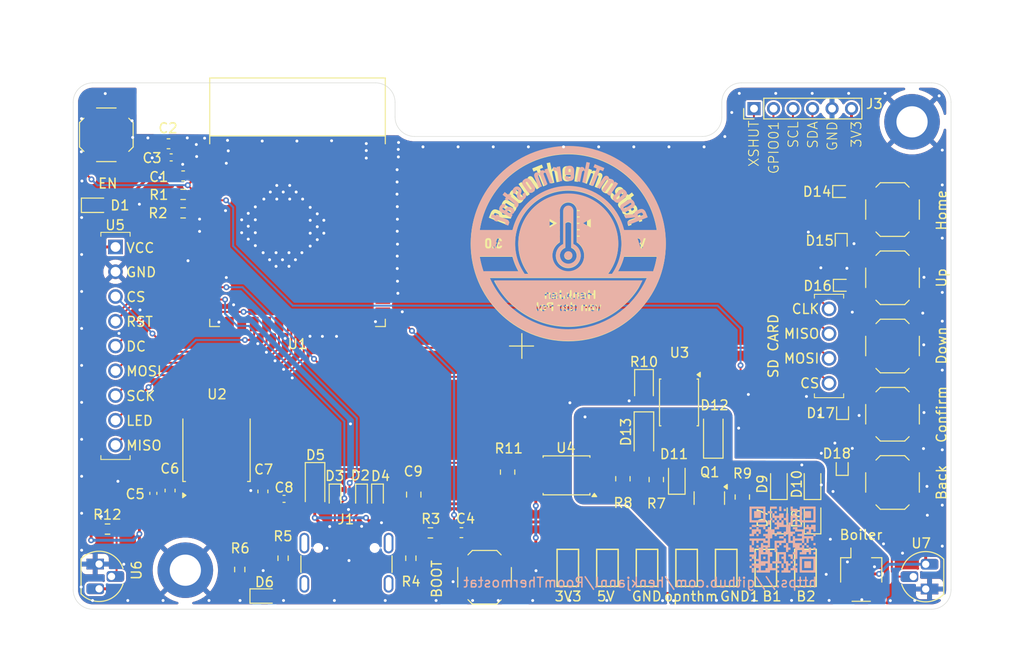
<source format=kicad_pcb>
(kicad_pcb (version 20240108) (generator "pcbnew") (generator_version "8.0")
  (layers (0 "F.Cu" signal) (31 "B.Cu" signal) (34 "B.Paste" user) (35 "F.Paste" user) (36 "B.SilkS" user "B.Silkscreen") (37 "F.SilkS" user "F.Silkscreen") (38 "B.Mask" user) (39 "F.Mask" user) (44 "Edge.Cuts" user))
  (net 0 "")
  (net 1 "Net-(U1-EN)")
  (net 2 "Net-(D11-K)")
  (net 3 "Disp_MOSI")
  (net 4 "Disp_SCK")
  (net 5 "onewire")
  (net 6 "boil_to_cntr")
  (net 7 "cntr_to_boil")
  (net 8 "TOF_SCL")
  (net 9 "TOF_SDA")
  (net 10 "Disp_RES")
  (net 11 "Disp_LED")
  (net 12 "Disp_DC")
  (net 13 "VCC_3V3")
  (net 14 "boiler")
  (net 15 "USB D+")
  (net 16 "USB D-")
  (net 17 "Net-(D6-K)")
  (net 18 "Boiler 1")
  (net 19 "SD_MOSI")
  (net 20 "SD_MISO")
  (net 21 "SD_CS")
  (net 22 "SD_SCK")
  (net 23 "btn_up")
  (net 24 "btn_down")
  (net 25 "btn_confirm")
  (net 26 "btn_back")
  (net 27 "btn_home")
  (net 28 "Disp_CS")
  (net 29 "Disp_MISO")
  (net 30 "TOF_GPIO01")
  (net 31 "TOF_XSHUT")
  (net 32 "Boiler 2")
  (net 33 "Net-(D12-K)")
  (net 37 "Net-(J1-CC2)")
  (net 38 "Net-(J1-CC1)")
  (net 45 "GND")
  (net 46 "VCC_5V")
  (net 47 "GND1")
  (net 48 "Vusb")
  (net 52 "Net-(U1-GPIO0{slash}BOOT)")
  (net 53 "Net-(D1-A)")
  (net 54 "Net-(D7-K)")
  (net 55 "Net-(D13-K)")
  (net 56 "Net-(U1-GPIO6{slash}TOUCH6{slash}ADC1_CH5)")
  (net 60 "Net-(R10-Pad2)")
  (footprint "Connector_PinHeader_2.00mm:PinHeader_1x06_P2.00mm_Vertical" (layer "F.Cu") (at 174.8 50.64 90)
    (property "Reference" "J3")
    (property "Value" "VL6180")
  )
  (footprint "Package_TO_SOT_SMD:TO-252-2" (layer "F.Cu") (at 119.6975 85.59 90)
    (property "Reference" "U2")
    (property "Value" "UZ1086L-33-TN3-R")
  )
  (footprint "MountingHole:MountingHole_3.2mm_M3_ISO7380_Pad_TopBottom" (layer "F.Cu") (at 116.5 98)
    (property "Reference" "H2" (hide yes))
    (property "Value" "MountingHole_Pad")
  )
  (footprint "Resistor_SMD:R_0603_1608Metric" (layer "F.Cu") (at 108.525 93.78 180)
    (property "Reference" "R12")
    (property "Value" "4.7kΩ")
  )
  (footprint "Capacitor_SMD:C_0603_1608Metric" (layer "F.Cu") (at 114.775 54.25 180)
    (property "Reference" "C2")
    (property "Value" "100nF" (hide yes))
  )
  (footprint "Capacitor_SMD:C_0805_2012Metric" (layer "F.Cu") (at 139.915 90.24 90)
    (property "Reference" "C9")
    (property "Value" "22uF")
  )
  (footprint "Resistor_SMD:R_0603_1608Metric" (layer "F.Cu") (at 141.62 94.17)
    (property "Reference" "R3")
    (property "Value" "10kΩ")
  )
  (footprint "Button_Switch_SMD:SW_SPST_TL3342" (layer "F.Cu") (at 108.4 53.33 90)
    (property "Reference" "SW_1" (hide yes))
    (property "Value" "TS-1187A-B-A-B" (hide yes))
  )
  (footprint "Resistor_SMD:R_0603_1608Metric" (layer "F.Cu") (at 122.08 97.93 -90)
    (property "Reference" "R6")
    (property "Value" "5.1kΩ")
  )
  (footprint "Package_TO_SOT_THT:TO-92L_HandSolder" (layer "F.Cu") (at 107.66 97.37 -90)
    (property "Reference" "U6")
    (property "Value" "DS18S20")
  )
  (footprint "Package_TO_SOT_SMD:SOT-23" (layer "F.Cu") (at 170.2175 90.6025 -90)
    (property "Reference" "Q1")
    (property "Value" "MMBT2907A")
  )
  (footprint "Capacitor_SMD:C_0402_1005Metric" (layer "F.Cu") (at 113.22 90.115 90)
    (property "Reference" "C5")
    (property "Value" "10uF")
  )
  (footprint "Diode_SMD:D_SOD-123" (layer "F.Cu") (at 129.8 89.32 -90)
    (property "Reference" "D5")
    (property "Value" "1N5819HW-7-F")
  )
  (footprint "Diode_SMD:D_SOD-123" (layer "F.Cu") (at 170.625 84.15 90)
    (property "Reference" "D12")
    (property "Value" "BZT52C15V")
  )
  (footprint "Diode_SMD:D_SOD-882" (layer "F.Cu") (at 183.84 87.46 90)
    (property "Reference" "D18")
    (property "Value" "LESD8D3.3CAT5G-ES")
  )
  (footprint "Capacitor_SMD:C_0402_1005Metric" (layer "F.Cu") (at 115.05 55.65 180)
    (property "Reference" "C3")
    (property "Value" "10uF" (hide yes))
  )
  (footprint "Resistor_SMD:R_0805_2012Metric" (layer "F.Cu") (at 173.6025 90.4925 -90)
    (property "Reference" "R9")
    (property "Value" "330Ω")
  )
  (footprint "Diode_SMD:D_SOD-323" (layer "F.Cu") (at 177.35 89.14 90)
    (property "Reference" "D9")
    (property "Value" "1N4148WS")
  )
  (footprint "Resistor_SMD:R_0603_1608Metric" (layer "F.Cu") (at 116.275 61.34)
    (property "Reference" "R2")
    (property "Value" "5.1kΩ")
  )
  (footprint "Diode_SMD:D_0805_2012Metric" (layer "F.Cu") (at 163.52 79.1 -90)
    (property "Reference" "R10")
    (property "Value" "1.5kΩ")
  )
  (footprint "TestPoint:TestPoint_Keystone_5015_Micro-Minature" (layer "F.Cu") (at 180.07 97.76 90)
    (property "Reference" "TP7" (hide yes))
    (property "Value" "B2")
  )
  (footprint "TestPoint:TestPoint_Keystone_5015_Micro-Minature" (layer "F.Cu") (at 176.01 97.76 90)
    (property "Reference" "TP6" (hide yes))
    (property "Value" "B1")
  )
  (footprint "Diode_SMD:D_SOD-523" (layer "F.Cu") (at 134.56 90.42 -90)
    (property "Reference" "D2")
    (property "Value" "BSD5C051L")
  )
  (footprint "TestPoint:TestPoint_Keystone_5015_Micro-Minature" (layer "F.Cu") (at 155.71 97.76 90)
    (property "Reference" "TP2" (hide yes))
    (property "Value" "3V3")
  )
  (footprint "Connector_USB:USB_C_Receptacle_GCT_USB4105-xx-A_16P_TopMnt_Horizontal" (layer "F.Cu") (at 133.02 98.325)
    (property "Reference" "J1")
    (property "Value" "TYPE-C 16PIN 2MD(073)")
  )
  (footprint "Button_Switch_SMD:SW_SPST_TL3342" (layer "F.Cu") (at 189 68)
    (property "Reference" "SW_4" (hide yes))
    (property "Value" "TS-1187A-B-A-B" (hide yes))
  )
  (footprint "Diode_SMD:D_SOD-123" (layer "F.Cu") (at 163.5125 84.115 -90)
    (property "Reference" "D13")
    (property "Value" "BZT52C4V3")
  )
  (footprint "MountingHole:MountingHole_3.2mm_M3_ISO7380_Pad_TopBottom" (layer "F.Cu") (at 191 52)
    (property "Reference" "H1" (hide yes))
    (property "Value" "MountingHole_Pad")
  )
  (footprint "Button_Switch_SMD:SW_SPST_TL3342" (layer "F.Cu") (at 189 61)
    (property "Reference" "SW_3" (hide yes))
    (property "Value" "TS-1187A-B-A-B" (hide yes))
  )
  (footprint "Resistor_SMD:R_0603_1608Metric" (layer "F.Cu") (at 116.275 59.445)
    (property "Reference" "R1")
    (property "Value" "10kΩ")
  )
  (footprint "Resistor_SMD:R_0603_1608Metric" (layer "F.Cu") (at 139.62 96.77 -90)
    (property "Reference" "R4")
    (property "Value" "4.7kΩ" (hide yes))
  )
  (footprint "Diode_SMD:D_SOD-523" (layer "F.Cu") (at 136.2 90.42 -90)
    (property "Reference" "D4")
    (property "Value" "BSD5C051L")
  )
  (footprint "Resistor_SMD:R_0603_1608Metric" (layer "F.Cu") (at 126.52 96.77 -90)
    (property "Reference" "R5")
    (property "Value" "4.7kΩ")
  )
  (footprint "Diode_SMD:D_SOD-523" (layer "F.Cu") (at 131.85 90.42 -90)
    (property "Reference" "D3")
    (property "Value" "BSD5C051L")
  )
  (footprint "TestPoint:TestPoint_Keystone_5015_Micro-Minature" (layer "F.Cu") (at 171.95 97.76 -90)
    (property "Reference" "TP3" (hide yes))
    (property "Value" "GND1")
  )
  (footprint "Capacitor_SMD:C_0603_1608Metric" (layer "F.Cu") (at 144.8 94.15)
    (property "Reference" "C4")
    (property "Value" "1uF")
  )
  (footprint "Capacitor_SMD:C_0603_1608Metric" (layer "F.Cu") (at 114.93625 89.825 90)
    (property "Reference" "C6")
    (property "Value" "100nF")
  )
  (footprint "Package_SO:SO-4_4.4x3.6mm_P2.54mm" (layer "F.Cu") (at 155.58 88.27 180)
    (property "Reference" "U4")
    (property "Value" "EL357N(C)(TA)-G")
  )
  (footprint "Capacitor_SMD:C_0603_1608Metric" (layer "F.Cu") (at 124.45375 89.915 90)
    (property "Reference" "C7")
    (property "Value" "100nF")
  )
  (footprint "LED_SMD:LED_0603_1608Metric" (layer "F.Cu") (at 124.6125 100.65)
    (property "Reference" "D6")
    (property "Value" "XL-1608UGC-04")
  )
  (footprint "Package_SO:SO-4_4.4x3.6mm_P2.54mm" (layer "F.Cu") (at 167.11 80.78625 -90)
    (property "Reference" "U3")
    (property "Value" "EL357N(C)(TA)-G")
  )
  (footprint "Diode_SMD:D_SOD-882" (layer "F.Cu") (at 183.75 68.77)
    (property "Reference" "D16")
    (property "Value" "LESD8D3.3CAT5G-ES")
  )
  (footprint "Diode_SMD:D_SOD-882" (layer "F.Cu") (at 183.88 81.73 90)
    (property "Reference" "D17")
    (property "Value" "LESD8D3.3CAT5G-ES")
  )
  (footprint "Capacitor_SMD:C_0402_1005Metric" (layer "F.Cu") (at 126.62 90.68)
    (property "Reference" "C8")
    (property "Value" "10uF")
  )
  (footprint "Diode_SMD:D_SOD-882" (layer "F.Cu") (at 183.74 64.26 -90)
    (property "Reference" "D15")
    (property "Value" "LESD8D3.3CAT5G-ES")
  )
  (footprint "Resistor_SMD:R_0805_2012Metric" (layer "F.Cu") (at 161.3575 88.615 90)
    (property "Reference" "R8")
    (property "Value" "100Ω")
  )
  (footprint "TestPoint:TestPoint_Keystone_5015_Micro-Minature" (layer "F.Cu") (at 163.83 97.76 90)
    (property "Reference" "TP4" (hide yes))
    (property "Value" "GND")
  )
  (footprint "Resistor_SMD:R_0805_2012Metric" (layer "F.Cu") (at 149.54 87.9375 -90)
    (property "Reference" "R11")
    (property "Value" "330Ω")
  )
  (footprint "Diode_SMD:D_SOD-323" (layer "F.Cu") (at 166.8825 88.595 90)
    (property "Reference" "D11")
    (property "Value" "BZT52C4V7S")
  )
  (footprint "TestPoint:TestPoint_Keystone_5015_Micro-Minature" (layer "F.Cu") (at 159.77 97.76 90)
    (property "Reference" "TP1" (hide yes))
    (property "Value" "5V")
  )
  (footprint "Button_Switch_SMD:SW_SPST_TL3342" (layer "F.Cu") (at 189 82)
    (property "Reference" "SW_6" (hide yes))
    (property "Value" "TS-1187A-B-A-B" (hide yes))
  )
  (footprint "Package_TO_SOT_THT:TO-92L_HandSolder" (layer "F.Cu") (at 192.4 99.93 90)
    (property "Reference" "U7")
    (property "Value" "DS18S20")
  )
  (footprint "Resistor_SMD:R_0805_2012Metric" (layer "F.Cu") (at 164.7825 88.7025 -90)
    (property "Reference" "R7")
    (property "Value" "180Ω")
  )
  (footprint "TestPoint:TestPoint_Keystone_5015_Micro-Minature" (layer "F.Cu") (at 167.89 97.76 90)
    (property "Reference" "TP5" (hide yes))
    (property "Value" "opnthm")
  )
  (footprint "Connector_JST:JST_SH_SM02B-SRSS-TB_1x02-1MP_P1.00mm_Horizontal" (layer "F.Cu") (at 185.79 98.505)
    (property "Reference" "J2" (hide yes))
    (property "Value" "SM02B-SRSS-TB(LF)(SN)" (hide yes))
  )
  (footprint "Diode_SMD:D_SOD-882" (layer "F.Cu") (at 183.68 59.15)
    (property "Reference" "D14")
    (property "Value" "LESD8D3.3CAT5G-ES")
  )
  (footprint "Button_Switch_SMD:SW_SPST_TL3342" (layer "F.Cu") (at 189 89)
    (property "Reference" "SW_7" (hide yes))
    (property "Value" "TS-1187A-B-A-B" (hide yes))
  )
  (footprint "Diode_SMD:D_SOD-323" (layer "F.Cu") (at 177.35 92.66 90)
    (property "Reference" "D7")
    (property "Value" "1N4148WS")
  )
  (footprint "Project:ILI9341_no_touch_no_mount" (layer "F.Cu") (at 151 75)
    (property "Reference" "U5")
    (property "Value" "ILI9341_no_touch")
  )
  (footprint "Diode_SMD:D_SOD-323" (layer "F.Cu") (at 180.8 89.14 90)
    (property "Reference" "D10")
    (property "Value" "1N4148WS")
  )
  (footprint "Diode_SMD:D_SOD-323" (layer "F.Cu") (at 180.8 92.66 90)
    (property "Reference" "D8")
    (property "Value" "1N4148WS")
  )
  (footprint "Capacitor_SMD:C_0603_1608Metric" (layer "F.Cu") (at 116.275 57.55 180)
    (property "Reference" "C1")
    (property "Value" "1uF" (hide yes))
  )
  (footprint "Button_Switch_SMD:SW_SPST_TL3342" (layer "F.Cu") (at 147.175 98.725)
    (property "Reference" "SW_2" (hide yes))
    (property "Value" "TS-1187A-B-A-B" (hide yes))
  )
  (footprint "PCM_Espressif:ESP32-S3-WROOM-1" (layer "F.Cu") (at 128 63.25)
    (property "Reference" "U1")
    (property "Value" "ESP32-S3-WROOM-1-N8R2")
  )
  (footprint "LED_SMD:LED_0603_1608Metric" (layer "F.Cu") (at 107.33 60.56)
    (property "Reference" "D1")
    (property "Value" "XL-1608UGC-04")
  )
  (footprint "Button_Switch_SMD:SW_SPST_TL3342" (layer "F.Cu") (at 189 75)
    (property "Reference" "SW_5" (hide yes))
    (property "Value" "TS-1187A-B-A-B" (hide yes))
  )
  (gr_poly (pts (xy 174.827066 91.934882) (xy 174.825879 91.934972) (xy 174.824708 91.93512) (xy 174.823557 91.935326) (xy 174.822426 91.935587) (xy 174.821317 91.935902) (xy 174.820231 91.936269) (xy 174.819169 91.936688) (xy 174.818134 91.937156) (xy 174.817126 91.937672) (xy 174.816147 91.938235) (xy 174.815199 91.938843) (xy 174.814282 91.939495) (xy 174.8134 91.940189) (xy 174.812552 91.940923) (xy 174.81174 91.941697) (xy 174.810966 91.942509) (xy 174.810232 91.943357) (xy 174.809538 91.94424) (xy 174.808886 91.945156) (xy 174.808279 91.946105) (xy 174.807716 91.947083) (xy 174.8072 91.948091) (xy 174.806732 91.949127) (xy 174.806314 91.950188) (xy 174.805946 91.951274) (xy 174.805632 91.952383) (xy 174.805371 91.953514) (xy 174.805165 91.954665) (xy 174.805017 91.955834) (xy 174.804926 91.957021) (xy 174.804896 91.958224) (xy 174.804896 92.612665) (xy 174.804926 92.613867) (xy 174.805017 92.615054) (xy 174.805165 92.616224) (xy 174.805371 92.617375) (xy 174.805632 92.618506) (xy 174.805946 92.619615) (xy 174.806314 92.620701) (xy 174.806732 92.621762) (xy 174.8072 92.622797) (xy 174.807716 92.623805) (xy 174.808279 92.624784) (xy 174.808886 92.625732) (xy 174.809538 92.626649) (xy 174.810232 92.627532) (xy 174.810966 92.62838) (xy 174.81174 92.629191) (xy 174.812552 92.629965) (xy 174.8134 92.6307) (xy 174.814282 92.631394) (xy 174.815199 92.632046) (xy 174.816147 92.632654) (xy 174.817126 92.633216) (xy 174.818134 92.633733) (xy 174.819169 92.634201) (xy 174.820231 92.634619) (xy 174.821317 92.634987) (xy 174.822426 92.635302) (xy 174.823557 92.635563) (xy 174.824708 92.635768) (xy 174.825879 92.635917) (xy 174.827066 92.636007) (xy 174.828269 92.636037) (xy 175.48271 92.636037) (xy 175.483913 92.636007) (xy 175.4851 92.635917) (xy 175.48627 92.635768) (xy 175.487421 92.635563) (xy 175.488553 92.635302) (xy 175.489662 92.634987) (xy 175.490748 92.634619) (xy 175.49181 92.634201) (xy 175.492845 92.633733) (xy 175.493853 92.633216) (xy 175.494832 92.632654) (xy 175.49578 92.632046) (xy 175.496696 92.631394) (xy 175.497579 92.6307) (xy 175.498427 92.629965) (xy 175.499239 92.629191) (xy 175.500013 92.62838) (xy 175.500747 92.627532) (xy 175.501441 92.626649) (xy 175.502092 92.625732) (xy 175.5027 92.624784) (xy 175.503263 92.623805) (xy 175.503779 92.622797) (xy 175.504247 92.621762) (xy 175.504665 92.620701) (xy 175.505032 92.619615) (xy 175.505347 92.618506) (xy 175.505608 92.617375) (xy 175.505813 92.616224) (xy 175.505962 92.615054) (xy 175.506052 92.613867) (xy 175.506083 92.612665) (xy 175.506083 91.958224) (xy 175.506052 91.957021) (xy 175.505962 91.955834) (xy 175.505813 91.954665) (xy 175.505608 91.953514) (xy 175.505347 91.952383) (xy 175.505032 91.951274) (xy 175.504665 91.950188) (xy 175.504247 91.949127) (xy 175.503779 91.948091) (xy 175.503263 91.947083) (xy 175.5027 91.946105) (xy 175.502092 91.945156) (xy 175.501441 91.94424) (xy 175.500747 91.943357) (xy 175.500013 91.942509) (xy 175.499239 91.941697) (xy 175.498427 91.940923) (xy 175.497579 91.940189) (xy 175.496696 91.939495) (xy 175.49578 91.938843) (xy 175.494832 91.938235) (xy 175.493853 91.937672) (xy 175.492845 91.937156) (xy 175.49181 91.936688) (xy 175.490748 91.936269) (xy 175.489662 91.935902) (xy 175.488553 91.935587) (xy 175.487421 91.935326) (xy 175.48627 91.93512) (xy 175.4851 91.934972) (xy 175.483913 91.934882) (xy 175.48271 91.934851) (xy 174.828269 91.934851)) (stroke (width -0.000001)) (fill solid) (layer "B.SilkS"))
  (gr_poly (pts (xy 155.743416 65.276404) (xy 155.722104 65.277984) (xy 155.701126 65.280588) (xy 155.680505 65.284191) (xy 155.660266 65.288769) (xy 155.640435 65.294296) (xy 155.621036 65.300749) (xy 155.602093 65.308103) (xy 155.583633 65.316333) (xy 155.565678 65.325415) (xy 155.548255 65.335325) (xy 155.531388 65.346037) (xy 155.515102 65.357527) (xy 155.499421 65.369772) (xy 155.484372 65.382745) (xy 155.469977 65.396423) (xy 155.456263 65.410782) (xy 155.443253 65.425796) (xy 155.430973 65.441441) (xy 155.419448 65.457692) (xy 155.408703 65.474526) (xy 155.398761 65.491917) (xy 155.389649 65.509841) (xy 155.38139 65.528274) (xy 155.37401 65.54719) (xy 155.367534 65.566566) (xy 155.361986 65.586376) (xy 155.357391 65.606597) (xy 155.353774 65.627204) (xy 155.351159 65.648172) (xy 155.349573 65.669477) (xy 155.349038 65.691094) (xy 155.349573 65.712712) (xy 155.351159 65.734022) (xy 155.353774 65.754999) (xy 155.357391 65.775619) (xy 155.361986 65.795857) (xy 155.367534 65.815688) (xy 155.37401 65.835087) (xy 155.38139 65.854029) (xy 155.389649 65.87249) (xy 155.398761 65.890444) (xy 155.408703 65.907867) (xy 155.419448 65.924734) (xy 155.430973 65.94102) (xy 155.443253 65.956701) (xy 155.456263 65.971751) (xy 155.469977 65.986146) (xy 155.484372 65.999861) (xy 155.499421 66.012871) (xy 155.515102 66.025151) (xy 155.531388 66.036676) (xy 155.548255 66.047422) (xy 155.565678 66.057364) (xy 155.583633 66.066477) (xy 155.602093 66.074736) (xy 155.621036 66.082117) (xy 155.640435 66.088593) (xy 155.660266 66.094142) (xy 155.680505 66.098737) (xy 155.701126 66.102354) (xy 155.722104 66.104969) (xy 155.743416 66.106556) (xy 155.765035 66.10709) (xy 155.786653 66.106556) (xy 155.807962 66.104969) (xy 155.828937 66.102354) (xy 155.849553 66.098737) (xy 155.869786 66.094142) (xy 155.88961 66.088593) (xy 155.909002 66.082116) (xy 155.927936 66.074736) (xy 155.946387 66.066477) (xy 155.964331 66.057364) (xy 155.981744 66.047422) (xy 155.998599 66.036675) (xy 156.014874 66.02515) (xy 156.030543 66.012869) (xy 156.04558 65.999859) (xy 156.059963 65.986145) (xy 156.073665 65.97175) (xy 156.086662 65.956699) (xy 156.09893 65.941019) (xy 156.110444 65.924732) (xy 156.121178 65.907865) (xy 156.131109 65.890442) (xy 156.140211 65.872488) (xy 156.14846 65.854027) (xy 156.155831 65.835085) (xy 156.1623 65.815686) (xy 156.167841 65.795856) (xy 156.17243 65.775618) (xy 156.176043 65.754998) (xy 156.178654 65.734021) (xy 156.180238 65.712711) (xy 156.180772 65.691094) (xy 156.180238 65.669477) (xy 156.178654 65.648172) (xy 156.176043 65.627203) (xy 156.17243 65.606596) (xy 156.167841 65.586375) (xy 156.1623 65.566564) (xy 156.155831 65.547188) (xy 156.14846 65.528272) (xy 156.140211 65.509839) (xy 156.131109 65.491915) (xy 156.121178 65.474524) (xy 156.110444 65.457691) (xy 156.09893 65.441439) (xy 156.086662 65.425794) (xy 156.073665 65.41078) (xy 156.059963 65.396422) (xy 156.04558 65.382744) (xy 156.030543 65.36977) (xy 156.014874 65.357526) (xy 155.998599 65.346036) (xy 155.981744 65.335324) (xy 155.964331 65.325414) (xy 155.946387 65.316333) (xy 155.927936 65.308102) (xy 155.909002 65.300749) (xy 155.88961 65.294296) (xy 155.869786 65.288768) (xy 155.849553 65.284191) (xy 155.828937 65.280588) (xy 155.807962 65.277984) (xy 155.786653 65.276404) (xy 155.765035 65.275872)) (stroke (width -0.000001)) (fill solid) (layer "B.SilkS"))
  (gr_poly (pts (xy 174.359608 96.843187) (xy 174.358421 96.843277) (xy 174.357251 96.843426) (xy 174.3561 96.843631) (xy 174.354969 96.843892) (xy 174.353859 96.844207) (xy 174.352773 96.844574) (xy 174.351712 96.844993) (xy 174.350676 96.84546) (xy 174.349668 96.845976) (xy 174.34869 96.846539) (xy 174.347741 96.847147) (xy 174.346825 96.847798) (xy 174.345942 96.848492) (xy 174.345094 96.849227) (xy 174.344283 96.85) (xy 174.343509 96.850812) (xy 174.342774 96.85166) (xy 174.342081 96.852543) (xy 174.341429 96.853459) (xy 174.340821 96.854408) (xy 174.340259 96.855386) (xy 174.339743 96.856394) (xy 174.339275 96.85743) (xy 174.338856 96.858491) (xy 174.338489 96.859577) (xy 174.338174 96.860687) (xy 174.337913 96.861818) (xy 174.337708 96.862969) (xy 174.337559 96.864139) (xy 174.337469 96.865326) (xy 174.337439 96.86653) (xy 174.337439 97.053512) (xy 174.337469 97.054715) (xy 174.337559 97.055903) (xy 174.337708 97.057073) (xy 174.337913 97.058224) (xy 174.338174 97.059355) (xy 174.338489 97.060465) (xy 174.338856 97.061551) (xy 174.339275 97.062612) (xy 174.339743 97.063648) (xy 174.340259 97.064655) (xy 174.340821 97.065634) (xy 174.341429 97.066583) (xy 174.342081 97.067499) (xy 174.342774 97.068382) (xy 174.343509 97.06923) (xy 174.344283 97.070041) (xy 174.345094 97.070815) (xy 174.345942 97.07155) (xy 174.346825 97.072243) (xy 174.347741 97.072895) (xy 174.34869 97.073503) (xy 174.349668 97.074065) (xy 174.350676 97.074581) (xy 174.351712 97.075049) (xy 174.352773 97.075468) (xy 174.353859 97.075835) (xy 174.354969 97.07615) (xy 174.3561 97.076411) (xy 174.357251 97.076616) (xy 174.358421 97.076765) (xy 174.359608 97.076855) (xy 174.360811 97.076885) (xy 174.547794 97.076885) (xy 174.548997 97.076855) (xy 174.550184 97.076765) (xy 174.551354 97.076616) (xy 174.552505 97.076411) (xy 174.553636 97.07615) (xy 174.554746 97.075835) (xy 174.555832 97.075468) (xy 174.556893 97.075049) (xy 174.557929 97.074581) (xy 174.558936 97.074065) (xy 174.559915 97.073503) (xy 174.560864 97.072895) (xy 174.56178 97.072243) (xy 174.562663 97.07155) (xy 174.563511 97.070815) (xy 174.564322 97.070041) (xy 174.565096 97.06923) (xy 174.565831 97.068382) (xy 174.566524 97.067499) (xy 174.567176 97.066583) (xy 174.567784 97.065634) (xy 174.568346 97.064655) (xy 174.568862 97.063648) (xy 174.56933 97.062612) (xy 174.569748 97.061551) (xy 174.570116 97.060465) (xy 174.570431 97.059355) (xy 174.570692 97.058224) (xy 174.570897 97.057073) (xy 174.571046 97.055903) (xy 174.571136 97.054715) (xy 174.571166 97.053512) (xy 174.571166 96.86653) (xy 174.571136 96.865326) (xy 174.571046 96.864139) (xy 174.570897 96.862969) (xy 174.570692 96.861818) (xy 174.570431 96.860687) (xy 174.570116 96.859577) (xy 174.569748 96.858491) (xy 174.56933 96.85743) (xy 174.568862 96.856394) (xy 174.568346 96.855386) (xy 174.567784 96.854408) (xy 174.567176 96.853459) (xy 174.566524 96.852543) (xy 174.565831 96.85166) (xy 174.565096 96.850812) (xy 174.564322 96.85) (xy 174.563511 96.849227) (xy 174.562663 96.848492) (xy 174.56178 96.847798) (xy 174.560864 96.847147) (xy 174.559915 96.846539) (xy 174.558936 96.845976) (xy 174.557929 96.84546) (xy 174.556893 96.844993) (xy 174.555832 96.844574) (xy 174.554746 96.844207) (xy 174.553636 96.843892) (xy 174.552505 96.843631) (xy 174.551354 96.843426) (xy 174.550184 96.843277) (xy 174.548997 96.843187) (xy 174.547794 96.843156) (xy 174.360811 96.843156)) (stroke (width -0.000001)) (fill solid) (layer "B.SilkS"))
  (gr_poly (pts (xy 177.398084 91.467424) (xy 177.396897 91.467514) (xy 177.395727 91.467663) (xy 177.394576 91.467868) (xy 177.393445 91.468129) (xy 177.392336 91.468444) (xy 177.39125 91.468812) (xy 177.390189 91.46923) (xy 177.389154 91.469698) (xy 177.388146 91.470215) (xy 177.387167 91.470777) (xy 177.386219 91.471385) (xy 177.385303 91.472037) (xy 177.38442 91.472731) (xy 177.383571 91.473466) (xy 177.38276 91.47424) (xy 177.381986 91.475051) (xy 177.381251 91.475899) (xy 177.380557 91.476782) (xy 177.379906 91.477699) (xy 177.379298 91.478647) (xy 177.378735 91.479626) (xy 177.378219 91.480634) (xy 177.377751 91.481669) (xy 177.377332 91.48273) (xy 177.376965 91.483816) (xy 177.37665 91.484925) (xy 177.376389 91.486056) (xy 177.376183 91.487207) (xy 177.376034 91.488377) (xy 177.375944 91.489564) (xy 177.375914 91.490766) (xy 177.375914 91.911478) (xy 177.375944 91.912681) (xy 177.376034 91.913868) (xy 177.376183 91.915037) (xy 177.376389 91.916188) (xy 177.37665 91.917319) (xy 177.376965 91.918428) (xy 177.377332 91.919514) (xy 177.377751 91.920576) (xy 177.378219 91.921611) (xy 177.378735 91.922619) (xy 177.379298 91.923597) (xy 177.379906 91.924546) (xy 177.380557 91.925462) (xy 177.381251 91.926345) (xy 177.381986 91.927193) (xy 177.38276 91.928005) (xy 177.383571 91.928779) (xy 177.38442 91.929514) (xy 177.385303 91.930207) (xy 177.386219 91.930859) (xy 177.387167 91.931467) (xy 177.388146 91.93203) (xy 177.389154 91.932546) (xy 177.390189 91.933014) (xy 177.39125 91.933433) (xy 177.392336 91.9338) (xy 177.393445 91.934115) (xy 177.394576 91.934376) (xy 177.395727 91.934582) (xy 177.396897 91.93473) (xy 177.398084 91.934821) (xy 177.399286 91.934851) (xy 177.586269 91.934851) (xy 177.587472 91.934821) (xy 177.588659 91.93473) (xy 177.589829 91.934582) (xy 177.59098 91.934376) (xy 177.59211 91.934115) (xy 177.59322 91.9338) (xy 177.594306 91.933433) (xy 177.595367 91.933014) (xy 177.596402 91.932546) (xy 177.59741 91.93203) (xy 177.598389 91.931467) (xy 177.599337 91.930859) (xy 177.600254 91.930208) (xy 177.601137 91.929514) (xy 177.601985 91.928779) (xy 177.602796 91.928005) (xy 177.60357 91.927193) (xy 177.604305 91.926345) (xy 177.604999 91.925462) (xy 177.605651 91.924546) (xy 177.606259 91.923598) (xy 177.606821 91.922619) (xy 177.607338 91.921611) (xy 177.607806 91.920576) (xy 177.608224 91.919514) (xy 177.608592 91.918428) (xy 177.608907 91.917319) (xy 177.609168 91.916188) (xy 177.609373 91.915037) (xy 177.609522 91.913868) (xy 177.609612 91.912681) (xy 177.609643 91.911478) (xy 177.609643 91.490766) (xy 177.609612 91.489564) (xy 177.609522 91.488377) (xy 177.609373 91.487207) (xy 177.609168 91.486056) (xy 177.608907 91.484925) (xy 177.608592 91.483816) (xy 177.608224 91.48273) (xy 177.607806 91.481669) (xy 177.607338 91.480634) (xy 177.606821 91.479626) (xy 177.606259 91.478647) (xy 177.605651 91.477699) (xy 177.604999 91.476782) (xy 177.604305 91.475899) (xy 177.60357 91.475051) (xy 177.602796 91.47424) (xy 177.601985 91.473466) (xy 177.601137 91.472731) (xy 177.600254 91.472037) (xy 177.599337 91.471385) (xy 177.598389 91.470777) (xy 177.59741 91.470215) (xy 177.596402 91.469698) (xy 177.595367 91.46923) (xy 177.594306 91.468812) (xy 177.59322 91.468444) (xy 177.59211 91.468129) (xy 177.59098 91.467868) (xy 177.589829 91.467663) (xy 177.588659 91.467514) (xy 177.587472 91.467424) (xy 177.586269 91.467393) (xy 177.399286 91.467393)) (stroke (width -0.000001)) (fill solid) (layer "B.SilkS"))
  (gr_poly (pts (xy 150.49402 58.630184) (xy 150.472547 58.631458) (xy 150.451338 58.633836) (xy 150.430392 58.637318) (xy 150.409709 58.641903) (xy 150.389288 58.647591) (xy 150.36913 58.654383) (xy 150.349234 58.662278) (xy 150.329601 58.671276) (xy 150.31023 58.681378) (xy 150.29112 58.692582) (xy 150.272273 58.704889) (xy 150.253687 58.718299) (xy 150.235363 58.732812) (xy 150.2173 58.748427) (xy 150.199498 58.765145) (xy 150.182114 58.782795) (xy 150.165825 58.800697) (xy 150.150634 58.818851) (xy 150.136539 58.837259) (xy 150.123541 58.855919) (xy 150.11164 58.874833) (xy 150.100837 58.894002) (xy 150.09113 58.913425) (xy 150.082521 58.933104) (xy 150.07501 58.953039) (xy 150.068596 58.97323) (xy 150.06328 58.993677) (xy 150.059061 59.014382) (xy 150.055941 59.035345) (xy 150.053919 59.056566) (xy 150.052995 59.078045) (xy 150.053172 59.099546) (xy 150.054461 59.120829) (xy 150.056862 59.141893) (xy 150.060374 59.162738) (xy 150.064997 59.183364) (xy 150.070732 59.20377) (xy 150.077577 59.223955) (xy 150.085534 59.243919) (xy 150.094601 59.263661) (xy 150.104778 59.283181) (xy 150.116067 59.302477) (xy 150.128465 59.32155) (xy 150.141974 59.340399) (xy 150.156593 59.359024) (xy 150.172322 59.377423) (xy 150.18916 59.395596) (xy 150.207517 59.414193) (xy 150.452462 59.18113) (xy 150.431016 59.15918) (xy 150.426668 59.154566) (xy 150.422577 59.149886) (xy 150.418745 59.145141) (xy 150.415172 59.140332) (xy 150.411857 59.135459) (xy 150.408801 59.130522) (xy 150.406004 59.125522) (xy 150.403467 59.120461) (xy 150.401188 59.115337) (xy 150.399169 59.110152) (xy 150.39741 59.104907) (xy 150.395911 59.099601) (xy 150.394671 59.094236) (xy 150.393692 59.088812) (xy 150.392973 59.08333) (xy 150.392514 59.07779) (xy 150.39234 59.072259) (xy 150.392465 59.066805) (xy 150.392889 59.061428) (xy 150.393614 59.056127) (xy 150.394637 59.050903) (xy 150.39596 59.045755) (xy 150.397581 59.040683) (xy 150.399501 59.035688) (xy 150.401719 59.030769) (xy 150.404236 59.025926) (xy 150.407051 59.02116) (xy 150.410163 59.016469) (xy 150.413573 59.011855) (xy 150.417281 59.007316) (xy 150.421286 59.002854) (xy 150.425588 58.998467) (xy 150.429823 58.994522) (xy 150.434153 58.990874) (xy 150.438578 58.987521) (xy 150.443098 58.984462) (xy 150.447712 58.981698) (xy 150.45242 58.979228) (xy 150.457222 58.977051) (xy 150.462118 58.975166) (xy 150.467108 58.973574) (xy 150.472192 58.972273) (xy 150.477369 58.971264) (xy 150.482639 58.970545) (xy 150.488003 58.970116) (xy 150.49346 58.969976) (xy 150.499009 58.970125) (xy 150.504651 58.970562) (xy 150.510312 58.971283) (xy 150.515918 58.972278) (xy 150.521469 58.973547) (xy 150.526966 58.97509) (xy 150.532409 58.976907) (xy 150.537799 58.978998) (xy 150.543137 58.981364) (xy 150.548422 58.984004) (xy 150.553656 58.986918) (xy 150.558838 58.990107) (xy 150.56397 58.99357) (xy 150.569052 58.997308) (xy 150.574083 59.00132) (xy 150.579065 59.005607) (xy 150.583999 59.010168) (xy 150.588883 59.015004) (xy 150.593971 59.020396) (xy 150.598745 59.025838) (xy 150.603206 59.03133) (xy 150.607352 59.036872) (xy 150.611185 59.042466) (xy 150.614703 59.048112) (xy 150.617906 59.05381) (xy 150.620795 59.05956) (xy 150.623369 59.065363) (xy 150.625628 59.07122) (xy 150.627572 59.07713) (xy 150.6292 59.083095) (xy 150.630513 59.089114) (xy 150.631509 59.095189) (xy 150.63219 59.10132) (xy 150.632554 59.107506) (xy 150.63265 59.113737) (xy 150.632567 59.119998) (xy 150.632305 59.126291) (xy 150.631863 59.132615) (xy 150.631243 59.138969) (xy 150.630444 59.145354) (xy 150.629466 59.15177) (xy 150.62831 59.158216) (xy 150.626975 59.164692) (xy 150.625462 59.171198) (xy 150.623772 59.177734) (xy 150.621903 59.184301) (xy 150.619857 59.190897) (xy 150.617633 59.197522) (xy 150.615231 59.204177) (xy 150.612653 59.210862) (xy 150.60105 59.238444) (xy 150.588636 59.26656) (xy 150.57544 59.295183) (xy 150.561494 59.324292) (xy 150.554166 59.339296) (xy 150.547014 59.354456) (xy 150.540033 59.369773) (xy 150.533217 59.385252) (xy 150.526561 59.400894) (xy 150.520058 59.416703) (xy 150.513702 59.432681) (xy 150.507489 59.44883) (xy 150.501661 59.465171) (xy 150.496464 59.481719) (xy 150.491903 59.498473) (xy 150.487983 59.51543) (xy 150.484709 59.532589) (xy 150.482086 59.549948) (xy 150.480118 59.567504) (xy 150.47881 59.585255) (xy 150.478466 59.594205) (xy 150.478414 59.603205) (xy 150.478655 59.612255) (xy 150.479188 59.621356) (xy 150.480013 59.630507) (xy 150.48113 59.639709) (xy 150.482538 59.648963) (xy 150.484237 59.658268) (xy 150.486227 59.667626) (xy 150.488507 59.677035) (xy 150.491077 59.686497) (xy 150.493936 59.696011) (xy 150.497085 59.705578) (xy 150.500523 59.715199) (xy 150.504249 59.724873) (xy 150.508264 59.734601) (xy 150.512497 59.744513) (xy 150.517139 59.754485) (xy 150.522191 59.764516) (xy 150.527654 59.774607) (xy 150.533526 59.784759) (xy 150.53981 59.794971) (xy 150.546505 59.805244) (xy 150.553611 59.815578) (xy 150.561129 59.825973) (xy 150.569059 59.83643) (xy 150.577402 59.846949) (xy 150.586157 59.85753) (xy 150.595326 59.868174) (xy 150.604908 59.87888) (xy 150.614904 59.88965) (xy 150.625314 59.900483) (xy 150.643499 59.918356) (xy 150.661982 59.935061) (xy 150.680763 59.950599) (xy 150.69984 59.96497) (xy 150.719215 59.978172) (xy 150.738887 59.990206) (xy 150.758856 60.001071) (xy 150.779121 60.010767) (xy 150.799683 60.019293) (xy 150.820542 60.02665) (xy 150.841697 60.032837) (xy 150.863147 60.037854) (xy 150.884894 60.0417) (xy 150.906937 60.044375) (xy 150.929275 60.045879) (xy 150.951909 60.046212) (xy 150.974449 60.045505) (xy 150.996768 60.043639) (xy 151.018865 60.040616) (xy 151.040741 60.036433) (xy 151.062396 60.031093) (xy 151.083829 60.024593) (xy 151.105042 60.016934) (xy 151.126032 60.008117) (xy 151.146802 59.99814) (xy 151.167351 59.987004) (xy 151.187678 59.974708) (xy 151.207784 59.961253) (xy 151.227669 59.946638) (xy 151.247332 59.930863) (xy 151.266775 59.913928) (xy 151.285996 59.895833) (xy 151.304404 59.877146) (xy 151.321667 59.858184) (xy 151.337787 59.838947) (xy 151.352761 59.819435) (xy 151.366591 59.799649) (xy 151.379276 59.77959) (xy 151.390816 59.759258) (xy 151.40121 59.738654) (xy 151.410459 59.717777) (xy 151.418561 59.696629) (xy 151.425517 59.67521) (xy 151.431327 59.653521) (xy 151.435989 59.631561) (xy 151.439505 59.609332) (xy 151.441873 59.586835) (xy 151.443093 59.564068) (xy 151.442911 59.541297) (xy 151.441579 59.518791) (xy 151.439095 59.496549) (xy 151.435461 59.474571) (xy 151.430675 59.452857) (xy 151.424738 59.431406) (xy 151.41765 59.410218) (xy 151.40941 59.389292) (xy 151.400018 59.368628) (xy 151.389475 59.348225) (xy 151.37778 59.328083) (xy 151.364932 59.308202) (xy 151.350932 59.28858) (xy 151.33578 59.269218) (xy 151.319476 59.250115) (xy 151.302018 59.23127) (xy 151.28444 59.213452) (xy 151.041562 59.44677) (xy 151.058103 59.463574) (xy 151.063437 59.469243) (xy 151.068441 59.474993) (xy 151.073114 59.480825) (xy 151.077456 59.48674) (xy 151.081466 59.492737) (xy 151.085144 59.498818) (xy 151.088489 59.504984) (xy 151.091502 59.511233) (xy 151.094181 59.517568) (xy 151.096527 59.523989) (xy 151.098539 59.530496) (xy 151.100217 59.53709) (xy 151.10156 59.543771) (xy 151.102568 59.550539) (xy 151.103241 59.557397) (xy 151.103578 59.564343) (xy 151.103327 59.571281) (xy 151.102736 59.578121) (xy 151.101805 59.58486) (xy 151.100534 59.5915) (xy 151.098925 59.59804) (xy 151.096975 59.604479) (xy 151.094687 59.610818) (xy 151.092061 59.617056) (xy 151.089095 59.623194) (xy 151.085792 59.629229) (xy 151.08215 59.635164) (xy 151.07817 59.640996) (xy 151.073853 59.646727) (xy 151.069198 59.652355) (xy 151.064206 59.657881) (xy 151.058877 59.663304) (xy 151.053348 59.668508) (xy 151.047755 59.673371) (xy 151.0421 59.677895) (xy 151.036382 59.682078) (xy 151.030602 59.68592) (xy 151.02476 59.689422) (xy 151.018856 59.692584) (xy 151.012891 59.695404) (xy 151.006866 59.697883) (xy 151.00078 59.700021) (xy 150.994634 59.701818) (xy 150.988429 59.703274) (xy 150.982164 59.704387) (xy 150.97584 59.705159) (xy 150.969458 59.705589) (xy 150.963018 59.705678) (xy 150.95634 59.705441) (xy 150.949768 59.704885) (xy 150.9433 59.704008) (xy 150.936937 59.702811) (xy 150.930676 59.701293) (xy 150.924518 59.699454) (xy 150.918461 59.697292) (xy 150.912507 59.694809) (xy 150.906653 59.692003) (xy 150.900899 59.688875) (xy 150.895245 59.685423) (xy 150.88969 59.681648) (xy 150.884233 59.677548) (xy 150.878874 59.673125) (xy 150.873612 59.668377) (xy 150.868447 59.663304) (xy 150.863376 59.657901) (xy 150.858649 59.652426) (xy 150.854266 59.64688) (xy 150.850228 59.641263) (xy 150.846536 59.635574) (xy 150.84319 59.629816) (xy 150.840191 59.623988) (xy 150.837539 59.618091) (xy 150.835236 59.612125) (xy 150.833282 59.606091) (xy 150.831677 59.599989) (xy 150.830422 59.59382) (xy 150.829518 59.587583) (xy 150.828965 59.581281) (xy 150.828764 59.574912) (xy 150.828916 59.568478) (xy 150.829214 59.562105) (xy 150.829704 59.555664) (xy 150.830385 59.549156) (xy 150.831256 59.542578) (xy 150.832317 59.535932) (xy 150.833566 59.529217) (xy 150.835004 59.522431) (xy 150.836629 59.515575) (xy 150.838441 59.508649) (xy 150.840439 59.501652) (xy 150.842623 59.494583) (xy 150.844992 59.487442) (xy 150.850281 59.472942) (xy 150.856301 59.458149) (xy 150.86888 59.427276) (xy 150.882113 59.39548) (xy 150.896005 59.362785) (xy 150.910562 59.329216) (xy 150.916578 59.314435) (xy 150.922388 59.299456) (xy 150.927997 59.28428) (xy 150.93341 59.268907) (xy 150.93863 59.253337) (xy 150.943664 59.237571) (xy 150.948516 59.22161) (xy 150.953191 59.205452) (xy 150.957484 59.189115) (xy 150.961184 59.172613) (xy 150.964283 59.155945) (xy 150.966774 59.139109) (xy 150.968649 59.122104) (xy 150.9699 59.104928) (xy 150.970522 59.087581) (xy 150.970506 59.070061) (xy 150.970234 59.06125) (xy 150.969735 59.052423) (xy 150.969009 59.043578) (xy 150.968057 59.034716) (xy 150.966877 59.025837) (xy 150.965471 59.01694) (xy 150.963839 59.008025) (xy 150.96198 58.999091) (xy 150.959896 58.990138) (xy 150.957585 58.981166) (xy 150.955048 58.972175) (xy 150.952286 58.963164) (xy 150.949297 58.954134) (xy 150.946084 58.945083) (xy 150.942645 58.936011) (xy 150.938981 58.926919) (xy 150.934784 58.917802) (xy 150.930264 58.908664) (xy 150.925421 58.899505) (xy 150.920255 58.890325) (xy 150.914767 58.881124) (xy 150.908955 58.871903) (xy 150.90282 58.862661) (xy 150.896362 58.853399) (xy 150.889581 58.844118) (xy 150.882476 58.834816) (xy 150.875048 58.825496) (xy 150.867295 58.816156) (xy 150.859219 58.806797) (xy 150.850819 58.797419) (xy 150.842095 58.788022) (xy 150.833047 58.778607) (xy 150.815138 58.760969) (xy 150.79697 58.744444) (xy 150.778546 58.729033) (xy 150.759865 58.714736) (xy 150.740926 58.701552) (xy 150.721732 58.689481) (xy 150.702281 58.678525) (xy 150.682575 58.668682) (xy 150.662613 58.659952) (xy 150.642396 58.652337) (xy 150.621924 58.645835) (xy 150.601197 58.640447) (xy 150.580217 58.636174) (xy 150.558982 58.633014) (xy 150.537494 58.630968) (xy 150.515752 58.630036) (xy 150.515756 58.630013)) (stroke (width -0.000001)) (fill solid) (layer "B.SilkS"))
  (gr_poly (pts (xy 147.545283 64.116933) (xy 147.537967 64.117426) (xy 147.530929 64.118248) (xy 147.524167 64.119397) (xy 147.52089 64.120095) (xy 147.517683 64.120874) (xy 147.514544 64.121735) (xy 147.511474 64.122678) (xy 147.508474 64.123703) (xy 147.505542 64.124809) (xy 147.502679 64.125997) (xy 147.499885 64.127266) (xy 147.49716 64.128617) (xy 147.494504 64.13005) (xy 147.491916 64.131563) (xy 147.489397 64.133159) (xy 147.486947 64.134835) (xy 147.484565 64.136593) (xy 147.482252 64.138431) (xy 147.480007 64.140351) (xy 147.477831 64.142353) (xy 147.475723 64.144435) (xy 147.473683 64.146598) (xy 147.471712 64.148842) (xy 147.469809 64.151167) (xy 147.467974 64.153573) (xy 147.466208 64.15606) (xy 147.464509 64.158627) (xy 147.461199 64.163968) (xy 147.458101 64.16956) (xy 147.455216 64.175404) (xy 147.452544 64.181501) (xy 147.450084 64.187849) (xy 147.447838 64.19445) (xy 147.445804 64.201304) (xy 147.443984 64.20841) (xy 147.442377 64.215769) (xy 147.440985 64.223381) (xy 147.439805 64.231247) (xy 147.43884 64.239366) (xy 147.438089 64.247739) (xy 147.437553 64.256365) (xy 147.437231 64.265246) (xy 147.437123 64.27438) (xy 147.437123 64.649037) (xy 147.437231 64.65809) (xy 147.437553 64.666906) (xy 147.438089 64.675483) (xy 147.43884 64.683821) (xy 147.439805 64.691921) (xy 147.440985 64.69978) (xy 147.442377 64.707399) (xy 147.443984 64.714777) (xy 147.445804 64.721913) (xy 147.447838 64.728806) (xy 147.450084 64.735457) (xy 147.452544 64.741865) (xy 147.455216 64.748029) (xy 147.458101 64.753948) (xy 147.461199 64.759621) (xy 147.464509 64.765049) (xy 147.467973 64.770101) (xy 147.471709 64.774824) (xy 147.475719 64.779219) (xy 147.480003 64.783286) (xy 147.484561 64.787025) (xy 147.489393 64.790438) (xy 147.494499 64.793523) (xy 147.499881 64.796282) (xy 147.505538 64.798715) (xy 147.511471 64.800822) (xy 147.517679 64.802604) (xy 147.524165 64.804061) (xy 147.530927 64.805194) (xy 147.537966 64.806002) (xy 147.545282 64.806487) (xy 147.552877 64.806649) (xy 147.560389 64.806487) (xy 147.56764 64.806002) (xy 147.57463 64.805193) (xy 147.581358 64.804061) (xy 147.587824 64.802603) (xy 147.590958 64.801753) (xy 147.594027 64.800821) (xy 147.59703 64.799808) (xy 147.599967 64.798713) (xy 147.602838 64.797538) (xy 147.605643 64.79628) (xy 147.608382 64.794942) (xy 147.611055 64.793521) (xy 147.613662 64.792019) (xy 147.616202 64.790436) (xy 147.618676 64.788771) (xy 147.621084 64.787024) (xy 147.623426 64.785195) (xy 147.625701 64.783285) (xy 147.62791 64.781292) (xy 147.630052 64.779218) (xy 147.632127 64.777062) (xy 147.634136 64.774823) (xy 147.636078 64.772503) (xy 147.637953 64.770101) (xy 147.639762 64.767616) (xy 147.641503 64.765049) (xy 147.644812 64.759621) (xy 147.647903 64.753948) (xy 147.650777 64.748029) (xy 147.653433 64.741865) (xy 147.655874 64.735457) (xy 147.658099 64.728806) (xy 147.660109 64.721913) (xy 147.661905 64.714777) (xy 147.663487 64.707399) (xy 147.664856 64.69978) (xy 147.666013 64.691921) (xy 147.666958 64.683821) (xy 147.667692 64.675483) (xy 147.668216 64.666906) (xy 147.668529 64.65809) (xy 147.668634 64.649037) (xy 147.668634 64.27438) (xy 147.668529 64.265246) (xy 147.668215 64.256366) (xy 147.667691 64.24774) (xy 147.666956 64.239368) (xy 147.666011 64.231249) (xy 147.664853 64.223384) (xy 147.663483 64.215772) (xy 147.661901 64.208413) (xy 147.660104 64.201306) (xy 147.658094 64.194453) (xy 147.655869 64.187852) (xy 147.653429 64.181503) (xy 147.650773 64.175406) (xy 147.6479 64.169561) (xy 147.64481 64.163968) (xy 147.641503 64.158627) (xy 147.637952 64.153574) (xy 147.634134 64.148843) (xy 147.630049 64.144436) (xy 147.625698 64.140353) (xy 147.621081 64.136594) (xy 147.616199 64.13316) (xy 147.611052 64.130051) (xy 147.60564 64.127268) (xy 147.599964 64.12481) (xy 147.594025 64.122679) (xy 147.587822 64.120875) (xy 147.581357 64.119398) (xy 147.574629 64.118248) (xy 147.56764 64.117426) (xy 147.560389 64.116933) (xy 147.552877 64.116768)) (stroke (width -0.000001)) (fill solid) (layer "B.SilkS"))
  (gr_poly (pts (xy 175.761981 96.609458) (xy 175.760794 96.609548) (xy 175.759624 96.609697) (xy 175.758473 96.609902) (xy 175.757342 96.610163) (xy 175.756232 96.610478) (xy 175.755146 96.610845) (xy 175.754085 96.611264) (xy 175.753049 96.611732) (xy 175.752041 96.612248) (xy 175.751063 96.61281) (xy 175.750114 96.613418) (xy 175.749198 96.614069) (xy 175.748315 96.614763) (xy 175.747467 96.615498) (xy 175.746655 96.616272) (xy 175.745882 96.617083) (xy 175.745147 96.617931) (xy 175.744453 96.618814) (xy 175.743802 96.61973) (xy 175.743194 96.620679) (xy 175.742632 96.621657) (xy 175.742116 96.622665) (xy 175.741648 96.623701) (xy 175.741229 96.624762) (xy 175.740862 96.625848) (xy 175.740547 96.626958) (xy 175.740286 96.628089) (xy 175.740081 96.62924) (xy 175.739932 96.63041) (xy 175.739842 96.631597) (xy 175.739812 96.632801) (xy 175.739812 96.819783) (xy 175.739842 96.820987) (xy 175.739932 96.822174) (xy 175.740081 96.823344) (xy 175.740286 96.824495) (xy 175.740547 96.825626) (xy 175.740862 96.826736) (xy 175.741229 96.827822) (xy 175.741648 96.828883) (xy 175.742116 96.829919) (xy 175.742632 96.830927) (xy 175.743194 96.831905) (xy 175.743802 96.832854) (xy 175.744453 96.83377) (xy 175.745147 96.834653) (xy 175.745882 96.835501) (xy 175.746655 96.836313) (xy 175.747467 96.837086) (xy 175.748315 96.837821) (xy 175.749198 96.838515) (xy 175.750114 96.839166) (xy 175.751063 96.839774) (xy 175.752041 96.840336) (xy 175.753049 96.840852) (xy 175.754085 96.84132) (xy 175.755146 96.841739) (xy 175.756232 96.842106) (xy 175.757342 96.842421) (xy 175.758473 96.842682) (xy 175.759624 96.842887) (xy 175.760794 96.843036) (xy 175.761981 96.843126) (xy 175.763185 96.843156) (xy 175.950167 96.843156) (xy 175.951371 96.843126) (xy 175.952558 96.843036) (xy 175.953728 96.842887) (xy 175.954879 96.842682) (xy 175.95601 96.842421) (xy 175.95712 96.842106) (xy 175.958206 96.841739) (xy 175.959267 96.84132) (xy 175.960303 96.840852) (xy 175.961311 96.840336) (xy 175.962289 96.839774) (xy 175.963238 96.839166) (xy 175.964154 96.838515) (xy 175.965037 96.837821) (xy 175.965885 96.837086) (xy 175.966696 96.836313) (xy 175.96747 96.835501) (xy 175.968205 96.834653) (xy 175.968899 96.83377) (xy 175.96955 96.832854) (xy 175.970158 96.831905) (xy 175.97072 96.830927) (xy 175.971236 96.829919) (xy 175.971704 96.828883) (xy 175.972123 96.827822) (xy 175.97249 96.826736) (xy 175.972805 96.825626) (xy 175.973066 96.824495) (xy 175.973271 96.823344) (xy 175.97342 96.822174) (xy 175.97351 96.820987) (xy 175.97354 96.819783) (xy 175.97354 96.632801) (xy 175.97351 96.631597) (xy 175.97342 96.63041) (xy 175.973271 96.62924) (xy 175.973066 96.628089) (xy 175.972805 96.626958) (xy 175.97249 96.625848) (xy 175.972123 96.624762) (xy 175.971704 96.623701) (xy 175.971236 96.622665) (xy 175.97072 96.621657) (xy 175.970158 96.620679) (xy 175.96955 96.61973) (xy 175.968899 96.618814) (xy 175.968205 96.617931) (xy 175.96747 96.617083) (xy 175.966696 96.616272) (xy 175.965885 96.615498) (xy 175.965037 96.614763) (xy 175.964154 96.614069) (xy 175.963238 96.613418) (xy 175.962289 96.61281) (xy 175.961311 96.612248) (xy 175.960303 96.611732) (xy 175.959267 96.611264) (xy 175.958206 96.610845) (xy 175.95712 96.610478) (xy 175.95601 96.610163) (xy 175.954879 96.609902) (xy 175.953728 96.609697) (xy 175.952558 96.609548) (xy 175.951371 96.609458) (xy 175.950167 96.609428) (xy 175.763185 96.609428)) (stroke (width -0.000001)) (fill solid) (layer "B.SilkS"))
  (gr_poly (pts (xy 174.359609 95.440814) (xy 174.358422 95.440904) (xy 174.357252 95.441053) (xy 174.356101 95.441258) (xy 174.354969 95.441519) (xy 174.35386 95.441834) (xy 174.352774 95.442202) (xy 174.351713 95.44262) (xy 174.350677 95.443088) (xy 174.349669 95.443605) (xy 174.348691 95.444167) (xy 174.347742 95.444775) (xy 174.346826 95.445427) (xy 174.345943 95.446121) (xy 174.345095 95.446856) (xy 174.344284 95.447629) (xy 174.34351 95.448441) (xy 174.342775 95.449289) (xy 174.342082 95.450172) (xy 174.34143 95.451089) (xy 174.340822 95.452037) (xy 174.34026 95.453016) (xy 174.339744 95.454024) (xy 174.339276 95.455059) (xy 174.338857 95.45612) (xy 174.33849 95.457206) (xy 174.338175 95.458315) (xy 174.337914 95.459446) (xy 174.337709 95.460597) (xy 174.33756 95.461767) (xy 174.33747 95.462954) (xy 174.33744 95.464157) (xy 174.33744 96.118597) (xy 174.33747 96.1198) (xy 174.33756 96.120987) (xy 174.337709 96.122156) (xy 174.337914 96.123307) (xy 174.338175 96.124438) (xy 174.33849 96.125547) (xy 174.338857 96.126633) (xy 174.339276 96.127694) (xy 174.339744 96.12873) (xy 174.34026 96.129738) (xy 174.340822 96.130716) (xy 174.34143 96.131665) (xy 174.342082 96.132581) (xy 174.342775 96.133464) (xy 174.34351 96.134312) (xy 174.344284 96.135124) (xy 174.345095 96.135898) (xy 174.345943 96.136632) (xy 174.346826 96.137326) (xy 174.347742 96.137978) (xy 174.348691 96.138586) (xy 174.349669 96.139149) (xy 174.350677 96.139665) (xy 174.351713 96.140133) (xy 174.352774 96.140551) (xy 174.35386 96.140919) (xy 174.354969 96.141234) (xy 174.356101 96.141495) (xy 174.357252 96.1417) (xy 174.358422 96.141849) (xy 174.359609 96.141939) (xy 174.360812 96.14197) (xy 174.781522 96.14197) (xy 174.782726 96.141939) (xy 174.783913 96.141849) (xy 174.785083 96.1417) (xy 174.786234 96.141495) (xy 174.787365 96.141234) (xy 174.788475 96.140919) (xy 174.789561 96.140551) (xy 174.790622 96.140133) (xy 174.791658 96.139665) (xy 174.792666 96.139149) (xy 174.793644 96.138586) (xy 174.794593 96.137978) (xy 174.795509 96.137326) (xy 174.796392 96.136632) (xy 174.79724 96.135898) (xy 174.798052 96.135124) (xy 174.798825 96.134312) (xy 174.79956 96.133464) (xy 174.800254 96.132581) (xy 174.800905 96.131665) (xy 174.801513 96.130716) (xy 174.802076 96.129738) (xy 174.802592 96.12873) (xy 174.803059 96.127694) (xy 174.803478 96.126633) (xy 174.803845 96.125547) (xy 174.80416 96.124438) (xy 174.804421 96.123307) (xy 174.804626 96.122156) (xy 174.804775 96.120987) (xy 174.804865 96.1198) (xy 174.804896 96.118597) (xy 174.804896 95.697885) (xy 174.804865 95.696682) (xy 174.804775 95.695495) (xy 174.804626 95.694326) (xy 174.804421 95.693175) (xy 174.80416 95.692044) (xy 174.803845 95.690935) (xy 174.803478 95.689849) (xy 174.803059 95.688788) (xy 174.802592 95.687752) (xy 174.802076 95.686744) (xy 174.801513 95.685766) (xy 174.800905 95.684817) (xy 174.800254 95.683901) (xy 174.79956 95.683018) (xy 174.798825 95.68217) (xy 174.798052 95.681358) (xy 174.79724 95.680584) (xy 174.796392 95.67985) (xy 174.795509 95.679156) (xy 174.794593 95.678504) (xy 174.793644 95.677896) (xy 174.792666 95.677333) (xy 174.791658 95.676817) (xy 174.790622 95.676349) (xy 174.789561 95.67593) (xy 174.788475 95.675563) (xy 174.787365 95.675248) (xy 174.786234 95.674987) (xy 174.785083 95.674781) (xy 174.783913 95.674633) (xy 174.782726 95.674542) (xy 174.781522 95.674512) (xy 174.59454 95.674512) (xy 174.593337 95.674482) (xy 174.592149 95.674391) (xy 174.590979 95.674243) (xy 174.589828 95.674037) (xy 174.588697 95.673776) (xy 174.587587 95.673461) (xy 174.586501 95.673094) (xy 174.58544 95.672675) (xy 174.584404 95.672207) (xy 174.583397 95.671691) (xy 174.582418 95.671128) (xy 174.58147 95.67052) (xy 174.580553 95.669868) (xy 174.57967 95.669175) (xy 174.578822 95.66844) (xy 174.578011 95.667666) (xy 174.577237 95.666854) (xy 174.576503 95.666006) (xy 174.575809 95.665123) (xy 174.575157 95.664207) (xy 174.57455 95.663259) (xy 174.573987 95.66228) (xy 174.573471 95.661272) (xy 174.573003 95.660237) (xy 174.572585 95.659175) (xy 174.572217 95.658089) (xy 174.571903 95.65698) (xy 174.571642 95.65585) (xy 174.571436 95.654699) (xy 174.571288 95.653529) (xy 174.571198 95.652342) (xy 174.571167 95.651139) (xy 174.571167 95.464157) (xy 174.571137 95.462954) (xy 174.571046 95.461767) (xy 174.570898 95.460597) (xy 174.570692 95.459446) (xy 174.570432 95.458315) (xy 174.570117 95.457206) (xy 174.569749 95.45612) (xy 174.569331 95.455059) (xy 174.568863 95.454024) (xy 174.568347 95.453016) (xy 174.567785 95.452037) (xy 174.567177 95.451089) (xy 174.566525 95.450172) (xy 174.565832 95.449289) (xy 174.565097 95.448441) (xy 174.564323 95.447629) (xy 174.563512 95.446856) (xy 174.562664 95.446121) (xy 174.561781 95.445427) (xy 174.560864 95.444775) (xy 174.559916 95.444167) (xy 174.558937 95.443605) (xy 174.55793 95.443088) (xy 174.556894 95.44262) (xy 174.555833 95.442202) (xy 174.554747 95.441834) (xy 174.553637 95.441519) (xy 174.552506 95.441258) (xy 174.551355 95.441053) (xy 174.550185 95.440904) (xy 174.548998 95.440814) (xy 174.547794 95.440783) (xy 174.360812 95.440783)) (stroke (width -0.000001)) (fill solid) (layer "B.SilkS"))
  (gr_poly (pts (xy 153.157208 70.870575) (xy 153.147893 70.870796) (xy 153.138815 70.871458) (xy 153.129975 70.872562) (xy 153.121374 70.874108) (xy 153.113013 70.876096) (xy 153.104893 70.878525) (xy 153.097013 70.881397) (xy 153.089376 70.884711) (xy 153.08198 70.888467) (xy 153.074828 70.892666) (xy 153.06792 70.897308) (xy 153.061256 70.902392) (xy 153.054838 70.907919) (xy 153.048665 70.913889) (xy 153.042739 70.920302) (xy 153.037061 70.927159) (xy 153.031608 70.934412) (xy 153.026508 70.94202) (xy 153.021762 70.949983) (xy 153.017369 70.958299) (xy 153.013329 70.966969) (xy 153.009642 70.975991) (xy 153.006306 70.985367) (xy 153.003323 70.995094) (xy 153.000692 71.005174) (xy 152.998412 71.015605) (xy 152.996484 71.026387) (xy 152.994907 71.037519) (xy 152.99368 71.049002) (xy 152.992805 71.060835) (xy 152.99228 71.073017) (xy 152.992105 71.085549) (xy 152.99228 71.097933) (xy 152.992805 71.109979) (xy 152.99368 71.121687) (xy 152.994907 71.133056) (xy 152.996484 71.144088) (xy 152.998412 71.154781) (xy 153.000692 71.165137) (xy 153.003323 71.175155) (xy 153.006306 71.184836) (xy 153.009642 71.194179) (xy 153.013329 71.203185) (xy 153.017369 71.211854) (xy 153.021762 71.220186) (xy 153.026508 71.228181) (xy 153.031608 71.235839) (xy 153.037061 71.243161) (xy 153.042739 71.250015) (xy 153.048664 71.256426) (xy 153.054836 71.262395) (xy 153.061255 71.267921) (xy 153.067918 71.273005) (xy 153.074827 71.277647) (xy 153.081979 71.281846) (xy 153.089374 71.285603) (xy 153.097012 71.288918) (xy 153.104892 71.29179) (xy 153.113013 71.294221) (xy 153.121374 71.296209) (xy 153.129975 71.297756) (xy 153.138815 71.298861) (xy 153.147893 71.299523) (xy 153.157208 71.299744) (xy 153.163395 71.299644) (xy 153.169476 71.299344) (xy 153.175454 71.298843) (xy 153.181329 71.298142) (xy 153.187102 71.297241) (xy 153.192773 71.29614) (xy 153.198343 71.294839) (xy 153.203812 71.293338) (xy 153.209181 71.291638) (xy 153.214451 71.289737) (xy 153.219623 71.287637) (xy 153.224696 71.285337) (xy 153.229672 71.282838) (xy 153.234552 71.280139) (xy 153.239335 71.277241) (xy 153.244023 71.274144) (xy 153.248524 71.270784) (xy 153.252896 71.267247) (xy 153.257139 71.263532) (xy 153.261253 71.25964) (xy 153.26524 71.255572) (xy 153.269097 71.251326) (xy 153.272826 71.246905) (xy 153.276427 71.242307) (xy 153.279899 71.237534) (xy 153.283243 71.232585) (xy 153.286458 71.22746) (xy 153.289545 71.22216) (xy 153.292504 71.216686) (xy 153.295334 71.211037) (xy 153.298037 71.205213) (xy 153.300611 71.199215) (xy 153.302972 71.193066) (xy 153.305184 71.186791) (xy 153.307246 71.18039) (xy 153.309158 71.173861) (xy 153.31092 71.167206) (xy 153.312531 71.160424) (xy 153.313991 71.153513) (xy 153.315299 71.146475) (xy 153.316454 71.139309) (xy 153.317457 71.132014) (xy 153.318307 71.124591) (xy 153.319004 71.117038) (xy 153.319934 71.101544) (xy 153.320245 71.08553) (xy 153.320165 71.077378) (xy 153.319927 71.069355) (xy 153.319531 71.061461) (xy 153.318977 71.053696) (xy 153.318264 71.04606) (xy 153.317394 71.038553) (xy 153.316367 71.031174) (xy 153.315182 71.023925) (xy 153.313841 71.016804) (xy 153.312343 71.009811) (xy 153.310689 71.002947) (xy 153.308878 70.996212) (xy 153.306912 70.989604) (xy 153.30479 70.983125) (xy 153.302513 70.976774) (xy 153.30008 70.970551) (xy 153.297504 70.964483) (xy 153.294797 70.958601) (xy 153.291958 70.952907) (xy 153.288988 70.947401) (xy 153.285887 70.942084) (xy 153.282653 70.936955) (xy 153.279287 70.932015) (xy 153.275788 70.927265) (xy 153.272156 70.922705) (xy 153.268391 70.918335) (xy 153.264491 70.914156) (xy 153.260458 70.910168) (xy 153.256291 70.906372) (xy 153.251988 70.902768) (xy 153.247551 70.899356) (xy 153.242978 70.896138) (xy 153.238292 70.89304) (xy 153.233516 70.890142) (xy 153.228651 70.887443) (xy 153.223696 70.884944) (xy 153.218651 70.882644) (xy 153.213516 70.880544) (xy 153.208291 70.878644) (xy 153.202975 70.876943) (xy 153.19757 70.875442) (xy 153.192074 70.874141) (xy 153.186487 70.87304) (xy 153.18081 70.872139) (xy 153.175042 70.871439) (xy 153.169183 70.870938) (xy 153.163234 70.870637) (xy 153.157193 70.870537)) (stroke (width -0.000001)) (fill solid) (layer "B.SilkS"))
  (gr_poly (pts (xy 176.696897 92.869797) (xy 176.69571 92.869887) (xy 176.694541 92.870036) (xy 176.69339 92.870241) (xy 176.692259 92.870502) (xy 176.69115 92.870817) (xy 176.690064 92.871185) (xy 176.689002 92.871603) (xy 176.687967 92.872071) (xy 176.686959 92.872588) (xy 176.685981 92.87315) (xy 176.685032 92.873758) (xy 176.684116 92.87441) (xy 176.683233 92.875104) (xy 176.682385 92.875839) (xy 176.681573 92.876613) (xy 176.680799 92.877424) (xy 176.680065 92.878272) (xy 176.679371 92.879155) (xy 176.678719 92.880072) (xy 176.678111 92.88102) (xy 176.677548 92.881999) (xy 176.677032 92.883007) (xy 176.676564 92.884042) (xy 176.676145 92.885103) (xy 176.675778 92.886189) (xy 176.675463 92.887298) (xy 176.675202 92.888429) (xy 176.674996 92.88958) (xy 176.674848 92.89075) (xy 176.674757 92.891937) (xy 176.674727 92.893139) (xy 176.674727 93.080123) (xy 176.674757 93.081325) (xy 176.674848 93.082512) (xy 176.674996 93.083682) (xy 176.675202 93.084833) (xy 176.675463 93.085964) (xy 176.675778 93.087073) (xy 176.676145 93.088159) (xy 176.676564 93.08922) (xy 176.677032 93.090255) (xy 176.677548 93.091263) (xy 176.678111 93.092242) (xy 176.678719 93.09319) (xy 176.679371 93.094107) (xy 176.680065 93.09499) (xy 176.680799 93.095838) (xy 176.681573 93.096649) (xy 176.682385 93.097423) (xy 176.683233 93.098158) (xy 176.684116 93.098852) (xy 176.685032 93.099504) (xy 176.685981 93.100112) (xy 176.686959 93.100674) (xy 176.687967 93.101191) (xy 176.689002 93.101659) (xy 176.690064 93.102077) (xy 176.69115 93.102445) (xy 176.692259 93.10276) (xy 176.69339 93.103021) (xy 176.694541 93.103226) (xy 176.69571 93.103375) (xy 176.696897 93.103465) (xy 176.6981 93.103495) (xy 176.698099 93.103495) (xy 176.885083 93.103495) (xy 176.886286 93.103465) (xy 176.887473 93.103375) (xy 176.888642 93.103226) (xy 176.889793 93.10302) (xy 176.890924 93.102759) (xy 176.892033 93.102444) (xy 176.893119 93.102077) (xy 176.89418 93.101658) (xy 176.895216 93.10119) (xy 176.896224 93.100674) (xy 176.897202 93.100111) (xy 176.898151 93.099503) (xy 176.899067 93.098852) (xy 176.89995 93.098158) (xy 176.900798 93.097423) (xy 176.90161 93.096649) (xy 176.902384 93.095837) (xy 176.903118 93.094989) (xy 176.903812 93.094106) (xy 176.904464 93.09319) (xy 176.905072 93.092242) (xy 176.905635 93.091263) (xy 176.906151 93.090255) (xy 176.906619 93.08922) (xy 176.907038 93.088158) (xy 176.907405 93.087072) (xy 176.90772 93.085963) (xy 176.907981 93.084833) (xy 176.908187 93.083682) (xy 176.908335 93.082512) (xy 176.908426 93.081325) (xy 176.908456 93.080122) (xy 176.908456 92.893139) (xy 176.908426 92.891937) (xy 176.908335 92.89075) (xy 176.908187 92.88958) (xy 176.907981 92.888429) (xy 176.90772 92.887298) (xy 176.907405 92.886189) (xy 176.907038 92.885103) (xy 176.906619 92.884042) (xy 176.906151 92.883007) (xy 176.905635 92.881999) (xy 176.905072 92.88102) (xy 176.904464 92.880072) (xy 176.903812 92.879155) (xy 176.903118 92.878272) (xy 176.902384 92.877424) (xy 176.90161 92.876613) (xy 176.900798 92.875839) (xy 176.89995 92.875104) (xy 176.899067 92.87441) (xy 176.898151 92.873758) (xy 176.897202 92.87315) (xy 176.896224 92.872588) (xy 176.895216 92.872071) (xy 176.89418 92.871603) (xy 176.893119 92.871185) (xy 176.892033 92.870817) (xy 176.890924 92.870502) (xy 176.889793 92.870241) (xy 176.888642 92.870036) (xy 176.887473 92.869887) (xy 176.886286 92.869797) (xy 176.885083 92.869766) (xy 176.6981 92.869766)) (stroke (width -0.000001)) (fill solid) (layer "B.SilkS"))
  (gr_poly (pts (xy 158.00522 71.113129) (xy 158.005307 71.123741) (xy 158.00557 71.13397) (xy 158.006007 71.143816) (xy 158.006621 71.153279) (xy 158.007409 71.162361) (xy 158.008373 71.17106) (xy 158.009513 71.179378) (xy 158.010829 71.187315) (xy 158.012321 71.194872) (xy 158.013988 71.202049) (xy 158.015832 71.208846) (xy 158.017853 71.215263) (xy 158.020049 71.221302) (xy 158.022423 71.226962) (xy 158.024973 71.232244) (xy 158.0277 71.237149) (xy 158.030222 71.241362) (xy 158.03292 71.245481) (xy 158.035795 71.249508) (xy 158.038847 71.25344) (xy 158.042074 71.257279) (xy 158.045478 71.261023) (xy 158.049058 71.264672) (xy 158.052814 71.268227) (xy 158.056746 71.271687) (xy 158.060854 71.275051) (xy 158.065138 71.27832) (xy 158.069597 71.281492) (xy 158.074233 71.284568) (xy 158.079044 71.287548) (xy 158.08403 71.290431) (xy 158.089192 71.293217) (xy 158.094397 71.295798) (xy 158.099663 71.298215) (xy 158.104991 71.300469) (xy 158.110381 71.302559) (xy 158.115832 71.304484) (xy 158.121346 71.306244) (xy 158.126921 71.307838) (xy 158.132558 71.309267) (xy 158.138257 71.310529) (xy 158.144018 71.311624) (xy 158.149841 71.312552) (xy 158.155725 71.313312) (xy 158.161672 71.313904) (xy 158.16768 71.314328) (xy 158.173751 71.314582) (xy 158.179883 71.314667) (xy 158.185594 71.314563) (xy 158.191163 71.314251) (xy 158.196591 71.313731) (xy 158.201879 71.313004) (xy 158.207026 71.312071) (xy 158.212034 71.310931) (xy 158.216902 71.309586) (xy 158.221633 71.308036) (xy 158.226225 71.306282) (xy 158.23068 71.304324) (xy 158.234998 71.302162) (xy 158.23918 71.299797) (xy 158.243226 71.29723) (xy 158.247137 71.294461) (xy 158.250913 71.29149) (xy 158.254556 71.288319) (xy 158.25802 71.284933) (xy 158.261263 71.281465) (xy 158.264284 71.277913) (xy 158.267082 71.274278) (xy 158.269657 71.270558) (xy 158.27201 71.266755) (xy 158.27414 71.262866) (xy 158.276046 71.258892) (xy 158.277729 71.254832) (xy 158.279189 71.250687) (xy 158.280424 71.246454) (xy 158.281435 71.242135) (xy 158.282222 71.237729) (xy 158.282785 71.233234) (xy 158.283122 71.228652) (xy 158.283235 71.22398) (xy 158.28314 71.219479) (xy 158.282857 71.2151) (xy 158.282384 71.210846) (xy 158.281723 71.206716) (xy 158.280871 71.202712) (xy 158.279831 71.198834) (xy 158.2786 71.195083) (xy 158.277179 71.19146) (xy 158.275568 71.187964) (xy 158.273766 71.184598) (xy 158.271774 71.18136) (xy 158.269591 71.178254) (xy 158.267217 71.175278) (xy 158.264651 71.172433) (xy 158.261895 71.169721) (xy 158.258946 71.167141) (xy 158.255894 71.164609) (xy 158.252822 71.162186) (xy 158.249729 71.159873) (xy 158.246618 71.157671) (xy 158.243487 71.155577) (xy 158.240336 71.153593) (xy 158.237167 71.151719) (xy 158.233978 71.149953) (xy 158.23077 71.148297) (xy 158.227543 71.146749) (xy 158.224297 71.14531) (xy 158.221032 71.14398) (xy 158.217749 71.142758) (xy 158.214447 71.141644) (xy 158.211127 71.140638) (xy 158.207788 71.13974) (xy 158.191741 71.135674) (xy 158.17038 71.130726) (xy 158.143692 71.124861) (xy 158.111669 71.118039) (xy 158.094695 71.114256) (xy 158.078772 71.110523) (xy 158.063898 71.106843) (xy 158.050072 71.103219) (xy 158.037292 71.099653) (xy 158.025557 71.096149) (xy 158.014866 71.092709) (xy 158.005216 71.089337)) (stroke (width -0.000001)) (fill solid) (layer "B.SilkS"))
  (gr_poly (pts (xy 157.308328 69.615776) (xy 157.300488 69.616276) (xy 157.292849 69.617111) (xy 157.28541 69.618279) (xy 157.278171 69.61978) (xy 157.271133 69.621615) (xy 157.264294 69.623782) (xy 157.257655 69.626283) (xy 157.251216 69.629116) (xy 157.244977 69.632282) (xy 157.238937 69.635781) (xy 157.233096 69.639612) (xy 157.227455 69.643775) (xy 157.222012 69.64827) (xy 157.216769 69.653098) (xy 157.211724 69.658257) (xy 157.206836 69.663675) (xy 157.202215 69.669428) (xy 157.197859 69.675518) (xy 157.19377 69.681944) (xy 157.189947 69.688707) (xy 157.186391 69.695806) (xy 157.183101 69.703242) (xy 157.180077 69.711016) (xy 157.177319 69.719128) (xy 157.174828 69.727577) (xy 157.172603 69.736364) (xy 157.170645 69.74549) (xy 157.168953 69.754954) (xy 157.167527 69.764758) (xy 157.166368 69.7749) (xy 157.165475 69.785382) (xy 157.466748 69.785382) (xy 157.465562 69.775044) (xy 157.464134 69.76503) (xy 157.462464 69.755338) (xy 157.460551 69.74597) (xy 157.458397 69.736925) (xy 157.456 69.728204) (xy 157.45336 69.719805) (xy 157.450478 69.71173) (xy 157.447354 69.703979) (xy 157.443987 69.696551) (xy 157.440377 69.689446) (xy 157.436525 69.682665) (xy 157.43243 69.676207) (xy 157.428092 69.670073) (xy 157.423511 69.664263) (xy 157.418687 69.658776) (xy 157.413579 69.653545) (xy 157.4083 69.648653) (xy 157.402847 69.644099) (xy 157.397223 69.639883) (xy 157.391426 69.636005) (xy 157.385458 69.632466) (xy 157.379318 69.629264) (xy 157.373007 69.6264) (xy 157.366524 69.623873) (xy 157.359871 69.621683) (xy 157.353047 69.619831) (xy 157.346052 69.618316) (xy 157.338886 69.617138) (xy 157.331551 69.616297) (xy 157.324045 69.615792) (xy 157.316369 69.615624) (xy 157.316369 69.615609)) (stroke (width -0.000001)) (fill solid) (layer "B.SilkS"))
  (gr_poly (pts (xy 163.255022 60.935933) (xy 163.242795 60.936366) (xy 163.230484 60.937132) (xy 163.21809 60.938233) (xy 163.205613 60.939667) (xy 163.193054 60.941438) (xy 163.180413 60.943543) (xy 163.167691 60.945985) (xy 163.154888 60.948764) (xy 163.142005 60.95188) (xy 163.129042 60.955334) (xy 163.115999 60.959127) (xy 163.102878 60.963258) (xy 163.089678 60.967729) (xy 163.0764 60.97254) (xy 163.063045 60.977692) (xy 162.831792 61.069676) (xy 162.813686 61.077143) (xy 162.796106 61.084943) (xy 162.77905 61.093078) (xy 162.762521 61.101545) (xy 162.746517 61.110346) (xy 162.731039 61.11948) (xy 162.716086 61.128947) (xy 162.701659 61.138746) (xy 162.687759 61.148878) (xy 162.674384 61.159343) (xy 162.661536 61.170139) (xy 162.649214 61.181268) (xy 162.637419 61.192729) (xy 162.62615 61.204521) (xy 162.615407 61.216645) (xy 162.605191 61.2291) (xy 162.595515 61.241857) (xy 162.58639 61.254888) (xy 162.577817 61.268194) (xy 162.569795 61.281773) (xy 162.562325 61.295626) (xy 162.555407 61.309753) (xy 162.54904 61.324153) (xy 162.543226 61.338827) (xy 162.537962 61.353773) (xy 162.533251 61.368993) (xy 162.529091 61.384485) (xy 162.525483 61.40025) (xy 162.522426 61.416288) (xy 162.519921 61.432598) (xy 162.517968 61.44918) (xy 162.516566 61.466034) (xy 162.516555 61.466239) (xy 162.516548 61.466439) (xy 162.516545 61.46683) (xy 162.516552 61.467211) (xy 162.516563 61.467587) (xy 162.516576 61.467962) (xy 162.516584 61.468343) (xy 162.516582 61.468732) (xy 162.516566 61.469136) (xy 161.510167 61.530373) (xy 161.654086 61.892109) (xy 162.588138 61.804516) (xy 162.633098 61.917431) (xy 161.796197 62.24997) (xy 161.927714 62.580697) (xy 163.907439 61.793923) (xy 163.847495 61.643029) (xy 163.82727 61.592133) (xy 163.452172 61.592133) (xy 162.956853 61.788765) (xy 162.886573 61.612031) (xy 162.883442 61.603759) (xy 162.880672 61.595614) (xy 162.878262 61.587594) (xy 162.876212 61.579702) (xy 162.874522 61.571936) (xy 162.873192 61.564297) (xy 162.872221 61.556786) (xy 162.871608 61.549403) (xy 162.871355 61.542148) (xy 162.871459 61.535022) (xy 162.871922 61.528025) (xy 162.872743 61.521157) (xy 162.873921 61.514418) (xy 162.875456 61.50781) (xy 162.877349 61.501332) (xy 162.879598 61.494984) (xy 162.882352 61.488738) (xy 162.88542 61.482697) (xy 162.888803 61.476862) (xy 162.8925 61.471233) (xy 162.896512 61.46581) (xy 162.900839 61.460593) (xy 162.905481 61.455582) (xy 162.910439 61.450779) (xy 162.915713 61.446181) (xy 162.921304 61.441791) (xy 162.927211 61.437607) (xy 162.933434 61.43363) (xy 162.939976 61.429861) (xy 162.946834 61.426299) (xy 162.954011 61.422944) (xy 162.961505 61.419796) (xy 163.181905 61.332203) (xy 163.190355 61.329021) (xy 163.198695 61.326227) (xy 163.202822 61.324976) (xy 163.206921 61.323821) (xy 163.210991 61.322762) (xy 163.215032 61.321798) (xy 163.219042 61.320929) (xy 163.223022 61.320155) (xy 163.226971 61.319475) (xy 163.23089 61.318889) (xy 163.234776 61.318396) (xy 163.23863 61.317997) (xy 163.242452 61.31769) (xy 163.246242 61.317475) (xy 163.25 61.317351) (xy 163.253729 61.31732) (xy 163.25743 61.317381) (xy 163.261101 61.317534) (xy 163.264744 61.317781) (xy 163.268356 61.318122) (xy 163.271939 61.318557) (xy 163.275493 61.319087) (xy 163.279016 61.319711) (xy 163.282509 61.320431) (xy 163.285972 61.321246) (xy 163.289405 61.322158) (xy 163.292807 61.323166) (xy 163.296178 61.324272) (xy 163.299518 61.325474) (xy 163.302827 61.326775) (xy 163.30931 61.329652) (xy 163.315586 61.332884) (xy 163.321655 61.336469) (xy 163.327517 61.340407) (xy 163.333173 61.344699) (xy 163.338624 61.349344) (xy 163.343869 61.354341) (xy 163.348908 61.359691) (xy 163.353744 61.365393) (xy 163.358375 61.371446) (xy 163.362802 61.377852) (xy 163.367026 61.384608) (xy 163.371046 61.391716) (xy 163.374864 61.399174) (xy 163.378479 61.406983) (xy 163.381892 61.415143) (xy 163.452172 61.592133) (xy 163.82727 61.592133) (xy 163.713912 61.306874) (xy 163.705804 61.287072) (xy 163.697428 61.267806) (xy 163.688786 61.249076) (xy 163.679877 61.230883) (xy 163.670702 61.213226) (xy 163.661259 61.196106) (xy 163.65155 61.179522) (xy 163.641574 61.163476) (xy 163.631332 61.147965) (xy 163.620822 61.132992) (xy 163.610046 61.118556) (xy 163.599004 61.104657) (xy 163.587694 61.091295) (xy 163.576118 61.07847) (xy 163.564275 61.066182) (xy 163.552165 61.054432) (xy 163.539917 61.043002) (xy 163.527453 61.032147) (xy 163.514774 61.021867) (xy 163.50188 61.012164) (xy 163.488771 61.003036) (xy 163.475447 60.994486) (xy 163.46191 60.986512) (xy 163.448158 60.979115) (xy 163.434193 60.972295) (xy 163.420014 60.966053) (xy 163.405622 60.960389) (xy 163.391017 60.955303) (xy 163.3762 60.950795) (xy 163.36117 60.946867) (xy 163.345928 60.943517) (xy 163.330474 60.940747) (xy 163.322679 60.939578) (xy 163.314854 60.938583) (xy 163.306998 60.937753) (xy 163.299108 60.937083) (xy 163.291183 60.936564) (xy 163.283219 60.936189) (xy 163.275215 60.935952) (xy 163.267169 60.935845) (xy 163.267165 60.935833)) (stroke (width -0.000001)) (fill solid) (layer "B.SilkS"))
  (gr_poly (pts (xy 178.566727 97.076916) (xy 178.56554 97.077006) (xy 178.564371 97.077155) (xy 178.56322 97.07736) (xy 178.562089 97.077621) (xy 178.56098 97.077936) (xy 178.559894 97.078303) (xy 178.558833 97.078721) (xy 178.557797 97.079189) (xy 178.55679 97.079705) (xy 178.555811 97.080268) (xy 178.554862 97.080876) (xy 178.553946 97.081527) (xy 178.553063 97.082221) (xy 178.552215 97.082955) (xy 178.551403 97.083729) (xy 178.550629 97.084541) (xy 178.549895 97.085389) (xy 178.549201 97.086272) (xy 178.548549 97.087188) (xy 178.547941 97.088136) (xy 178.547378 97.089115) (xy 178.546862 97.090123) (xy 178.546394 97.091158) (xy 178.545976 97.09222) (xy 178.545608 97.093306) (xy 178.545293 97.094415) (xy 178.545032 97.095547) (xy 178.544827 97.096698) (xy 178.544678 97.097868) (xy 178.544588 97.099055) (xy 178.544557 97.100258) (xy 178.544557 97.287241) (xy 178.544588 97.288444) (xy 178.544678 97.289632) (xy 178.544827 97.290802) (xy 178.545032 97.291953) (xy 178.545293 97.293084) (xy 178.545608 97.294193) (xy 178.545976 97.29528) (xy 178.546394 97.296341) (xy 178.546862 97.297377) (xy 178.547378 97.298384) (xy 178.547941 97.299363) (xy 178.548549 97.300311) (xy 178.549201 97.301228) (xy 178.549895 97.302111) (xy 178.550629 97.302959) (xy 178.551403 97.30377) (xy 178.552215 97.304544) (xy 178.553063 97.305279) (xy 178.553946 97.305972) (xy 178.554862 97.306624) (xy 178.555811 97.307232) (xy 178.55679 97.307794) (xy 178.557797 97.30831) (xy 178.558833 97.308778) (xy 178.559894 97.309197) (xy 178.56098 97.309564) (xy 178.562089 97.309879) (xy 178.56322 97.31014) (xy 178.564371 97.310345) (xy 178.56554 97.310494) (xy 178.566727 97.310584) (xy 178.56793 97.310614) (xy 178.754913 97.310614) (xy 178.756116 97.310584) (xy 178.757303 97.310494) (xy 178.758473 97.310345) (xy 178.759624 97.31014) (xy 178.760754 97.309879) (xy 178.761864 97.309564) (xy 178.76295 97.309197) (xy 178.764011 97.308778) (xy 178.765046 97.30831) (xy 178.766054 97.307794) (xy 178.767033 97.307232) (xy 178.767981 97.306624) (xy 178.768897 97.305972) (xy 178.76978 97.305279) (xy 178.770629 97.304544) (xy 178.77144 97.30377) (xy 178.772214 97.302959) (xy 178.772949 97.302111) (xy 178.773643 97.301228) (xy 178.774294 97.300311) (xy 178.774902 97.299363) (xy 178.775465 97.298384) (xy 178.775981 97.297377) (xy 178.776449 97.296341) (xy 178.776868 97.29528) (xy 178.777235 97.294193) (xy 178.77755 97.293084) (xy 178.777811 97.291953) (xy 178.778017 97.290802) (xy 178.778166 97.289632) (xy 178.778256 97.288444) (xy 178.778286 97.287241) (xy 178.778286 97.100258) (xy 178.778256 97.099055) (xy 178.778166 97.097868) (xy 178.778017 97.096698) (xy 178.777811 97.095547) (xy 178.77755 97.094415) (xy 178.777235 97.093306) (xy 178.776868 97.09222) (xy 178.776449 97.091158) (xy 178.775981 97.090123) (xy 178.775465 97.089115) (xy 178.774902 97.088136) (xy 178.774294 97.087188) (xy 178.773643 97.086272) (xy 178.772949 97.085389) (xy 178.772214 97.084541) (xy 178.77144 97.083729) (xy 178.770629 97.082955) (xy 178.76978 97.082221) (xy 178.768897 97.081527) (xy 178.767981 97.080876) (xy 178.767033 97.080268) (xy 178.766054 97.079705) (xy 178.765046 97.079189) (xy 178.764011 97.078721) (xy 178.76295 97.078303) (xy 178.761864 97.077936) (xy 178.760754 97.077621) (xy 178.759624 97.07736) (xy 178.758473 97.077155) (xy 178.757303 97.077006) (xy 178.756116 97.076916) (xy 178.754913 97.076885) (xy 178.56793 97.076885)) (stroke (width -0.000001)) (fill solid) (layer "B.SilkS"))
  (gr_poly (pts (xy 180.20283 95.440814) (xy 180.201643 95.440904) (xy 180.200473 95.441053) (xy 180.199322 95.441258) (xy 180.198191 95.441519) (xy 180.197082 95.441834) (xy 180.195996 95.442202) (xy 180.194935 95.44262) (xy 180.1939 95.443088) (xy 180.192892 95.443605) (xy 180.191913 95.444167) (xy 180.190965 95.444775) (xy 180.190048 95.445427) (xy 180.189165 95.446121) (xy 180.188317 95.446856) (xy 180.187506 95.447629) (xy 180.186732 95.448441) (xy 180.185997 95.449289) (xy 180.185303 95.450172) (xy 180.184651 95.451089) (xy 180.184043 95.452037) (xy 180.183481 95.453016) (xy 180.182964 95.454024) (xy 180.182496 95.455059) (xy 180.182078 95.45612) (xy 180.18171 95.457206) (xy 180.181395 95.458315) (xy 180.181134 95.459446) (xy 180.180929 95.460597) (xy 180.18078 95.461767) (xy 180.18069 95.462954) (xy 180.180659 95.464157) (xy 180.180659 95.651139) (xy 180.18069 95.652342) (xy 180.18078 95.653529) (xy 180.180929 95.654699) (xy 180.181134 95.65585) (xy 180.181395 95.65698) (xy 180.18171 95.658089) (xy 180.182078 95.659175) (xy 180.182496 95.660237) (xy 180.182964 95.661272) (xy 180.183481 95.66228) (xy 180.184043 95.663259) (xy 180.184651 95.664207) (xy 180.185303 95.665123) (xy 180.185997 95.666006) (xy 180.186732 95.666854) (xy 180.187506 95.667666) (xy 180.188317 95.66844) (xy 180.189165 95.669175) (xy 180.190048 95.669868) (xy 180.190965 95.67052) (xy 180.191913 95.671128) (xy 180.192892 95.671691) (xy 180.1939 95.672207) (xy 180.194935 95.672675) (xy 180.195996 95.673094) (xy 180.197082 95.673461) (xy 180.198191 95.673776) (xy 180.199322 95.674037) (xy 180.200473 95.674243) (xy 180.201643 95.674391) (xy 180.20283 95.674482) (xy 180.204032 95.674512) (xy 180.391015 95.674512) (xy 180.392218 95.674482) (xy 180.393405 95.674391) (xy 180.394575 95.674243) (xy 180.395726 95.674037) (xy 180.396856 95.673776) (xy 180.397965 95.673461) (xy 180.399051 95.673094) (xy 180.400113 95.672675) (xy 180.401148 95.672207) (xy 180.402156 95.671691) (xy 180.403135 95.671128) (xy 180.404083 95.67052) (xy 180.404999 95.669868) (xy 180.405882 95.669175) (xy 180.40673 95.66844) (xy 180.407542 95.667666) (xy 180.408316 95.666854) (xy 180.409051 95.666006) (xy 180.409745 95.665123) (xy 180.410396 95.664207) (xy 180.411004 95.663259) (xy 180.411567 95.66228) (xy 180.412083 95.661272) (xy 180.412551 95.660237) (xy 180.41297 95.659175) (xy 180.413337 95.658089) (xy 180.413652 95.65698) (xy 180.413913 95.65585) (xy 180.414119 95.654699) (xy 180.414268 95.653529) (xy 180.414358 95.652342) (xy 180.414388 95.651139) (xy 180.414388 95.464157) (xy 180.414358 95.462954) (xy 180.414268 95.461767) (xy 180.414119 95.460597) (xy 180.413913 95.459446) (xy 180.413652 95.458315) (xy 180.413337 95.457206) (xy 180.41297 95.45612) (xy 180.412551 95.455059) (xy 180.412083 95.454024) (xy 180.411567 95.453016) (xy 180.411004 95.452037) (xy 180.410396 95.451089) (xy 180.409745 95.450172) (xy 180.409051 95.449289) (xy 180.408316 95.448441) (xy 180.407542 95.447629) (xy 180.40673 95.446856) (xy 180.405882 95.446121) (xy 180.404999 95.445427) (xy 180.404083 95.444775) (xy 180.403135 95.444167) (xy 180.402156 95.443605) (xy 180.401148 95.443088) (xy 180.400113 95.44262) (xy 180.399051 95.442202) (xy 180.397965 95.441834) (xy 180.396856 95.441519) (xy 180.395726 95.441258) (xy 180.394575 95.441053) (xy 180.393405 95.440904) (xy 180.392218 95.440814) (xy 180.391015 95.440783) (xy 180.204032 95.440783)) (stroke (width -0.000001)) (fill solid) (layer "B.SilkS"))
  (gr_poly (pts (xy 149.018174 59.487618) (xy 149.369573 59.755559) (xy 149.251493 59.910588) (xy 149.515817 60.112126) (xy 149.633897 59.957097) (xy 150.217324 60.402031) (xy 150.222147 60.405827) (xy 150.226724 60.409669) (xy 150.231054 60.413556) (xy 150.235138 60.417487) (xy 150.238976 60.421463) (xy 150.242566 60.425481) (xy 150.245909 60.429543) (xy 150.249006 60.433646) (xy 150.251855 60.437791) (xy 150.254457 60.441977) (xy 150.256811 60.446203) (xy 150.258917 60.450469) (xy 150.260776 60.454775) (xy 150.262387 60.459118) (xy 150.263749 60.4635) (xy 150.264863 60.467919) (xy 150.265471 60.472382) (xy 150.265832 60.47683) (xy 150.265946 60.48126) (xy 150.265813 60.485675) (xy 150.265433 60.490073) (xy 150.264805 60.494456) (xy 150.263931 60.498822) (xy 150.26281 60.503173) (xy 150.261443 60.507508) (xy 150.259828 60.511827) (xy 150.257967 60.516131) (xy 150.255859 60.52042) (xy 150.253504 60.524693) (xy 150.250903 60.528951) (xy 150.248056 60.533195) (xy 150.244962 60.537423) (xy 150.181916 60.620102) (xy 150.465879 60.836628) (xy 150.562772 60.709763) (xy 150.577835 60.689343) (xy 150.591725 60.669123) (xy 150.604442 60.649102) (xy 150.615986 60.629281) (xy 150.626357 60.609659) (xy 150.635555 60.590237) (xy 150.64358 60.571013) (xy 150.650432 60.551989) (xy 150.656111 60.533163) (xy 150.660617 60.514536) (xy 150.66395 60.496107) (xy 150.66611 60.477877) (xy 150.667098 60.459845) (xy 150.666912 60.442011) (xy 150.665553 60.424375) (xy 150.663022 60.406937) (xy 150.659396 60.38968) (xy 150.654754 60.372583) (xy 150.649096 60.355646) (xy 150.642423 60.338869) (xy 150.634735 60.322253) (xy 150.626032 60.305797) (xy 150.616313 60.289502) (xy 150.60558 60.273368) (xy 150.593832 60.257395) (xy 150.581069 60.241583) (xy 150.567291 60.225933) (xy 150.5525 60.210444) (xy 150.536693 60.195116) (xy 150.519873 60.179951) (xy 150.502038 60.164947) (xy 150.48319 60.150105) (xy 149.853253 59.669774) (xy 149.933095 59.564869) (xy 149.66903 59.363328) (xy 149.588933 59.468232) (xy 149.237275 59.200032)) (stroke (width -0.000001)) (fill solid) (layer "B.SilkS"))
  (gr_poly (pts (xy 177.164355 94.038441) (xy 177.163168 94.038531) (xy 177.161998 94.03868) (xy 177.160847 94.038885) (xy 177.159717 94.039146) (xy 177.158608 94.039461) (xy 177.157522 94.039829) (xy 177.15646 94.040247) (xy 177.155425 94.040715) (xy 177.154417 94.041232) (xy 177.153438 94.041794) (xy 177.15249 94.042402) (xy 177.151574 94.043054) (xy 177.150691 94.043748) (xy 177.149843 94.044483) (xy 177.149031 94.045257) (xy 177.148257 94.046068) (xy 177.147522 94.046916) (xy 177.146828 94.047799) (xy 177.146177 94.048716) (xy 177.145569 94.049664) (xy 177.145006 94.050643) (xy 177.14449 94.051651) (xy 177.144022 94.052686) (xy 177.143603 94.053747) (xy 177.143236 94.054833) (xy 177.142921 94.055942) (xy 177.14266 94.057073) (xy 177.142454 94.058224) (xy 177.142306 94.059394) (xy 177.142215 94.060581) (xy 177.142185 94.061783) (xy 177.142185 94.248767) (xy 177.142215 94.249969) (xy 177.142306 94.251156) (xy 177.142454 94.252326) (xy 177.14266 94.253477) (xy 177.142921 94.254608) (xy 177.143236 94.255717) (xy 177.143603 94.256803) (xy 177.144022 94.257864) (xy 177.14449 94.2589) (xy 177.145006 94.259907) (xy 177.145569 94.260886) (xy 177.146177 94.261834) (xy 177.146828 94.262751) (xy 177.147522 94.263634) (xy 177.148257 94.264482) (xy 177.149031 94.265294) (xy 177.149843 94.266067) (xy 177.150691 94.266802) (xy 177.151574 94.267496) (xy 177.15249 94.268148) (xy 177.153438 94.268756) (xy 177.154417 94.269318) (xy 177.155425 94.269835) (xy 177.15646 94.270303) (xy 177.157522 94.270721) (xy 177.158608 94.271089) (xy 177.159717 94.271404) (xy 177.160847 94.271665) (xy 177.161998 94.27187) (xy 177.163168 94.272019) (xy 177.164355 94.272109) (xy 177.165558 94.272139) (xy 177.586269 94.272139) (xy 177.587472 94.272109) (xy 177.588659 94.272019) (xy 177.589829 94.27187) (xy 177.59098 94.271665) (xy 177.59211 94.271404) (xy 177.59322 94.271089) (xy 177.594306 94.270721) (xy 177.595367 94.270303) (xy 177.596402 94.269834) (xy 177.59741 94.269318) (xy 177.598389 94.268755) (xy 177.599337 94.268148) (xy 177.600254 94.267496) (xy 177.601137 94.266802) (xy 177.601985 94.266067) (xy 177.602796 94.265293) (xy 177.60357 94.264482) (xy 177.604305 94.263634) (xy 177.604999 94.262751) (xy 177.605651 94.261834) (xy 177.606259 94.260886) (xy 177.606821 94.259907) (xy 177.607338 94.258899) (xy 177.607806 94.257864) (xy 177.608224 94.256803) (xy 177.608592 94.255717) (xy 177.608907 94.254608) (xy 177.609168 94.253477) (xy 177.609373 94.252326) (xy 177.609522 94.251156) (xy 177.609612 94.249969) (xy 177.609643 94.248767) (xy 177.609643 94.061783) (xy 177.609612 94.060581) (xy 177.609522 94.059394) (xy 177.609373 94.058224) (xy 177.609168 94.057073) (xy 177.608907 94.055942) (xy 177.608592 94.054833) (xy 177.608224 94.053747) (xy 177.607806 94.052686) (xy 177.607338 94.051651) (xy 177.606821 94.050643) (xy 177.606259 94.049664) (xy 177.605651 94.048716) (xy 177.604999 94.047799) (xy 177.604305 94.046916) (xy 177.60357 94.046068) (xy 177.602796 94.045257) (xy 177.601985 94.044483) (xy 177.601137 94.043748) (xy 177.600254 94.043054) (xy 177.599337 94.042402) (xy 177.598389 94.041794) (xy 177.59741 94.041232) (xy 177.596402 94.040715) (xy 177.595367 94.040247) (xy 177.594306 94.039829) (xy 177.59322 94.039461) (xy 177.59211 94.039146) (xy 177.59098 94.038885) (xy 177.589829 94.03868) (xy 177.588659 94.038531) (xy 177.587472 94.038441) (xy 177.586269 94.038411) (xy 177.165558 94.038411)) (stroke (width -0.000001)) (fill solid) (layer "B.SilkS"))
  (gr_poly (pts (xy 178.800457 97.544374) (xy 178.79927 97.544464) (xy 178.7981 97.544613) (xy 178.796949 97.544818) (xy 178.795818 97.545079) (xy 178.794709 97.545394) (xy 178.793623 97.545761) (xy 178.792562 97.54618) (xy 178.791526 97.546648) (xy 178.790519 97.547164) (xy 178.78954 97.547726) (xy 178.788592 97.548334) (xy 178.787675 97.548986) (xy 178.786792 97.549679) (xy 178.785944 97.550414) (xy 178.785132 97.551188) (xy 178.784358 97.551999) (xy 178.783624 97.552847) (xy 178.78293 97.55373) (xy 178.782278 97.554646) (xy 178.78167 97.555595) (xy 178.781107 97.556573) (xy 178.780591 97.557581) (xy 178.780123 97.558617) (xy 178.779705 97.559678) (xy 178.779337 97.560764) (xy 178.779022 97.561874) (xy 178.778761 97.563005) (xy 178.778556 97.564156) (xy 178.778407 97.565326) (xy 178.778317 97.566513) (xy 178.778286 97.567717) (xy 178.778286 97.754699) (xy 178.778256 97.755903) (xy 178.778166 97.75709) (xy 178.778017 97.75826) (xy 178.777811 97.759411) (xy 178.77755 97.760542) (xy 178.777235 97.761652) (xy 178.776868 97.762738) (xy 178.776449 97.763799) (xy 178.775981 97.764835) (xy 178.775465 97.765843) (xy 178.774902 97.766821) (xy 178.774294 97.76777) (xy 178.773643 97.768686) (xy 178.772949 97.769569) (xy 178.772214 97.770417) (xy 178.77144 97.771229) (xy 178.770629 97.772002) (xy 178.76978 97.772737) (xy 178.768897 97.773431) (xy 178.767981 97.774082) (xy 178.767033 97.77469) (xy 178.766054 97.775252) (xy 178.765046 97.775769) (xy 178.764011 97.776236) (xy 178.76295 97.776655) (xy 178.761864 97.777022) (xy 178.760754 97.777337) (xy 178.759624 97.777598) (xy 178.758473 97.777803) (xy 178.757303 97.777952) (xy 178.756116 97.778042) (xy 178.754913 97.778072) (xy 178.56793 97.778072) (xy 178.566727 97.778103) (xy 178.56554 97.778193) (xy 178.564371 97.778342) (xy 178.56322 97.778547) (xy 178.562089 97.778808) (xy 178.56098 97.779123) (xy 178.559894 97.77949) (xy 178.558833 97.779909) (xy 178.557797 97.780376) (xy 178.55679 97.780892) (xy 178.555811 97.781455) (xy 178.554862 97.782063) (xy 178.553946 97.782714) (xy 178.553063 97.783408) (xy 178.552215 97.784143) (xy 178.551403 97.784916) (xy 178.550629 97.785728) (xy 178.549895 97.786576) (xy 178.549201 97.787459) (xy 178.548549 97.788375) (xy 178.547941 97.789324) (xy 178.547378 97.790302) (xy 178.546862 97.79131) (xy 178.546394 97.792346) (xy 178.545976 97.793407) (xy 178.545608 97.794493) (xy 178.545293 97.795603) (xy 178.545032 97.796734) (xy 178.544827 97.797885) (xy 178.544678 97.799055) (xy 178.544588 97.800242) (xy 178.544557 97.801446) (xy 178.544557 97.988428) (xy 178.544588 97.989631) (xy 178.544678 97.990819) (xy 178.544827 97.991989) (xy 178.545032 97.99314) (xy 178.545293 97.994271) (xy 178.545608 97.995381) (xy 178.545976 97.996467) (xy 178.546394 97.997528) (xy 178.546862 97.998564) (xy 178.547378 97.999571) (xy 178.547941 98.00055) (xy 178.548549 98.001498) (xy 178.549201 98.002415) (xy 178.549895 98.003298) (xy 178.550629 98.004146) (xy 178.551403 98.004957) (xy 178.552215 98.005731) (xy 178.553063 98.006465) (xy 178.553946 98.007159) (xy 178.554862 98.007811) (xy 178.555811 98.008418) (xy 178.55679 98.008981) (xy 178.557797 98.009497) (xy 178.558833 98.009965) (xy 178.559894 98.010383) (xy 178.56098 98.010751) (xy 178.562089 98.011065) (xy 178.56322 98.011326) (xy 178.564371 98.011532) (xy 178.56554 98.01168) (xy 178.566727 98.01177) (xy 178.56793 98.011801) (xy 178.988642 98.011801) (xy 178.989845 98.011831) (xy 178.991032 98.011922) (xy 178.992202 98.01207) (xy 178.993353 98.012276) (xy 178.994483 98.012536) (xy 178.995592 98.012851) (xy 178.996678 98.013219) (xy 178.99774 98.013637) (xy 178.998775 98.014105) (xy 178.999783 98.014621) (xy 179.000762 98.015183) (xy 179.00171 98.015791) (xy 179.002626 98.016443) (xy 179.003509 98.017136) (xy 179.004357 98.017871) (xy 179.005169 98.018645) (xy 179.005943 98.019456) (xy 179.006678 98.020304) (xy 179.007372 98.021187) (xy 179.008023 98.022104) (xy 179.008631 98.023052) (xy 179.009194 98.024031) (xy 179.00971 98.025038) (xy 179.010178 98.026074) (xy 179.010597 98.027135) (xy 179.010964 98.028221) (xy 179.011279 98.029331) (xy 179.01154 98.030462) (xy 179.011746 98.031613) (xy 179.011895 98.032783) (xy 179.011985 98.03397) (xy 179.012015 98.035174) (xy 179.012015 98.222156) (xy 179.012046 98.223359) (xy 179.012136 98.224546) (xy 179.012285 98.225716) (xy 179.01249 98.226867) (xy 179.012751 98.227999) (xy 179.013066 98.229108) (xy 179.013434 98.230194) (xy 179.013852 98.231255) (xy 179.01432 98.232291) (xy 179.014836 98.233299) (xy 179.015399 98.234277) (xy 179.016007 98.235226) (xy 179.016659 98.236142) (xy 179.017353 98.237025) (xy 179.018087 98.237873) (xy 179.018861 98.238684) (xy 179.019673 98.239458) (xy 179.020521 98.240193) (xy 179.021404 98.240886) (xy 179.02232 98.241538) (xy 179.023269 98.242146) (xy 179.024248 98.242708) (xy 179.025255 98.243224) (xy 179.026291 98.243692) (xy 179.027352 98.244111) (xy 179.028438 98.244478) (xy 179.029547 98.244793) (xy 179.030678 98.245054) (xy 179.031829 98.245259) (xy 179.032998 98.245408) (xy 179.034185 98.245498) (xy 179.035388 98.245528) (xy 179.035388 98.245529) (xy 179.222371 98.245529) (xy 179.223574 98.245499) (xy 179.224761 98.245409) (xy 179.225931 98.24526) (xy 179.227082 98.245055) (xy 179.228212 98.244794) (xy 179.229321 98.244479) (xy 179.230407 98.244112) (xy 179.231469 98.243693) (xy 179.232504 98.243225) (xy 179.233512 98.242709) (xy 179.234491 98.242147) (xy 179.235439 98.241539) (xy 179.236355 98.240887) (xy 179.237238 98.240194) (xy 179.238087 98.239459) (xy 179.238898 98.238685) (xy 179.239672 98.237874) (xy 179.240407 98.237026) (xy 179.241101 98.236143) (xy 179.241752 98.235227) (xy 179.24236 98.234278) (xy 179.242923 98.2333) (xy 179.243439 98.232292) (xy 179.243908 98.231256) (xy 179.244326 98.230195) (xy 179.244694 98.229109) (xy 179.245009 98.227999) (xy 179.24527 98.226868) (xy 179.245475 98.225717) (xy 179.245624 98.224547) (xy 179.245714 98.22336) (xy 179.245744 98.222157) (xy 179.245744 97.801446) (xy 179.245714 97.800242) (xy 179.245624 97.799055) (xy 179.245475 97.797885) (xy 179.24527 97.796734) (xy 179.245009 97.795603) (xy 179.244694 97.794493) (xy 179.244326 97.793407) (xy 179.243908 97.792346) (xy 179.243439 97.79131) (xy 179.242923 97.790302) (xy 179.24236 97.789324) (xy 179.241752 97.788375) (xy 179.241101 97.787459) (xy 179.240407 97.786576) (xy 179.239672 97.785728) (xy 179.238898 97.784916) (xy 179.238087 97.784143) (xy 179.237238 97.783408) (xy 179.236355 97.782714) (xy 179.235439 97.782063) (xy 179.234491 97.781455) (xy 179.233512 97.780892) (xy 179.232504 97.780376) (xy 179.231469 97.779909) (xy 179.230407 97.77949) (xy 179.229321 97.779123) (xy 179.228212 97.778808) (xy 179.227082 97.778547) (xy 179.225931 97.778342) (xy 179.224761 97.778193) (xy 179.223574 97.778103) (xy 179.222371 97.778072) (xy 179.035388 97.778072) (xy 179.034186 97.778042) (xy 179.032999 97.777952) (xy 179.031829 97.777803) (xy 179.030678 97.777598) (xy 179.029547 97.777337) (xy 179.028438 97.777022) (xy 179.027352 97.776655) (xy 179.026291 97.776236) (xy 179.025256 97.775769) (xy 179.024248 97.775252) (xy 179.023269 97.77469) (xy 179.022321 97.774082) (xy 179.021404 97.773431) (xy 179.020521 97.772737) (xy 179.019673 97.772002) (xy 179.018861 97.771229) (xy 179.018088 97.770417) (xy 179.017353 97.769569) (xy 179.016659 97.768686) (xy 179.016007 97.76777) (xy 179.015399 97.766821) (xy 179.014837 97.765843) (xy 179.01432 97.764835) (xy 179.013852 97.763799) (xy 179.013434 97.762738) (xy 179.013066 97.761652) (xy 179.012751 97.760542) (xy 179.01249 97.759411) (xy 179.012285 97.75826) (xy 179.012136 97.75709) (xy 179.012046 97.755903) (xy 179.012015 97.754699) (xy 179.012015 97.567717) (xy 179.011985 97.566513) (xy 179.011895 97.565326) (xy 179.011746 97.564156) (xy 179.011541 97.563005) (xy 179.01128 97.561874) (xy 179.010965 97.560764) (xy 179.010597 97.559678) (xy 179.010179 97.558617) (xy 179.009711 97.557581) (xy 179.009194 97.556573) (xy 179.008632 97.555595) (xy 179.008024 97.554646) (xy 179.007372 97.55373) (xy 179.006678 97.552847) (xy 179.005943 97.551999) (xy 179.005169 97.551188) (xy 179.004358 97.550414) (xy 179.00351 97.549679) (xy 179.002627 97.548986) (xy 179.00171 97.548334) (xy 179.000762 97.547726) (xy 178.999783 97.547164) (xy 178.998775 97.546648) (xy 178.99774 97.54618) (xy 178.996679 97.545761) (xy 178.995593 97.545394) (xy 178.994483 97.545079) (xy 178.993353 97.544818) (xy 178.992202 97.544613) (xy 178.991032 97.544464) (xy 178.989845 97.544374) (xy 178.988642 97.544344) (xy 178.801659 97.544344)) (stroke (width -0.000001)) (fill solid) (layer "B.SilkS"))
  (gr_poly (pts (xy 149.114697 60.429486) (xy 149.098783 60.430188) (xy 149.098783 60.430199) (xy 149.088256 60.431039) (xy 149.077802 60.432169) (xy 149.067416 60.433592) (xy 149.057094 60.435311) (xy 149.046832 60.437328) (xy 149.036625 60.439646) (xy 149.026468 60.442267) (xy 149.016358 60.445195) (xy 148.996167 60.451986) (xy 148.976439 60.459887) (xy 148.957176 60.468899) (xy 148.938378 60.47902) (xy 148.920045 60.490251) (xy 148.902178 60.502592) (xy 148.884776 60.516042) (xy 148.867841 60.530603) (xy 148.851372 60.546273) (xy 148.835371 60.563054) (xy 148.819837 60.580943) (xy 148.804771 60.599943) (xy 148.790173 60.620053) (xy 148.776044 60.641272) (xy 148.762383 60.6636) (xy 148.749192 60.687039) (xy 148.736739 60.711079) (xy 148.725468 60.734885) (xy 148.715378 60.758458) (xy 148.70647 60.781797) (xy 148.698742 60.804902) (xy 148.692195 60.827774) (xy 148.686828 60.850412) (xy 148.682641 60.872816) (xy 148.679633 60.894985) (xy 148.677805 60.91692) (xy 148.677155 60.938621) (xy 148.677684 60.960088) (xy 148.67939 60.98132) (xy 148.682275 61.002317) (xy 148.686336 61.023079) (xy 148.691575 61.043606) (xy 148.697884 61.06394) (xy 148.705329 61.083797) (xy 148.713913 61.103178) (xy 148.723635 61.122083) (xy 148.734497 61.140512) (xy 148.746497 61.158464) (xy 148.759638 61.175941) (xy 148.773919 61.192941) (xy 148.789341 61.209466) (xy 148.805904 61.225514) (xy 148.82361 61.241086) (xy 148.842457 61.256182) (xy 148.862448 61.270802) (xy 148.883583 61.284946) (xy 148.905861 61.298614) (xy 148.929284 61.311806) (xy 149.889173 61.830121) (xy 150.052728 61.527295) (xy 149.90545 61.447716) (xy 149.910231 61.448628) (xy 149.915048 61.449676) (xy 149.924715 61.451903) (xy 149.92953 61.452944) (xy 149.934309 61.453843) (xy 149.93668 61.454218) (xy 149.939035 61.454531) (xy 149.941372 61.454774) (xy 149.943688 61.454937) (xy 149.953833 61.455503) (xy 149.963841 61.455737) (xy 149.973714 61.45564) (xy 149.983451 61.455211) (xy 149.993054 61.45445) (xy 150.002523 61.453359) (xy 150.011858 61.451935) (xy 150.02106 61.45018) (xy 150.030129 61.448093) (xy 150.039065 61.445675) (xy 150.04787 61.442924) (xy 150.056543 61.439841) (xy 150.065085 61.436427) (xy 150.073496 61.43268) (xy 150.081777 61.428602) (xy 150.089929 61.424191) (xy 150.097778 61.419362) (xy 150.105472 61.414204) (xy 150.113011 61.408715) (xy 150.120393 61.402896) (xy 150.12762 61.396747) (xy 150.134689 61.390265) (xy 150.141601 61.383453) (xy 150.148355 61.376308) (xy 150.15495 61.368831) (xy 150.161387 61.36102) (xy 150.167664 61.352877) (xy 150.173781 61.3444) (xy 150.179738 61.335588) (xy 150.185534 61.326442) (xy 150.191168 61.316961) (xy 150.196641 61.307145) (xy 150.206194 61.288534) (xy 150.21468 61.270066) (xy 150.2221 61.251738) (xy 150.228453 61.233552) (xy 150.233741 61.215507) (xy 150.237621 61.199055) (xy 149.897015 61.199055) (xy 149.896912 61.204507) (xy 149.89649 61.209994) (xy 149.89575 61.215518) (xy 149.894691 61.221077) (xy 149.893313 61.226673) (xy 149.891617 61.232305) (xy 149.889602 61.237974) (xy 149.887269 61.243679) (xy 149.884617 61.249421) (xy 149.881646 61.2552) (xy 149.877134 61.263223) (xy 149.872467 61.270864) (xy 149.867644 61.278124) (xy 149.862666 61.285002) (xy 149.857531 61.291498) (xy 149.852241 61.297611) (xy 149.846794 61.303342) (xy 149.841191 61.308689) (xy 149.835431 61.313652) (xy 149.829513 61.318231) (xy 149.823438 61.322426) (xy 149.817206 61.326237) (xy 149.810816 61.329662) (xy 149.804268 61.332702) (xy 149.797561 61.335356) (xy 149.790696 61.337624) (xy 149.78347 61.339557) (xy 149.776149 61.341059) (xy 149.768735 61.342132) (xy 149.761228 61.342776) (xy 149.753626 61.342991) (xy 149.745931 61.342778) (xy 149.738143 61.342138) (xy 149.73026 61.34107) (xy 149.722284 61.339576) (xy 149.714215 61.337656) (xy 149.706052 61.335311) (xy 149.697795 61.33254) (xy 149.689444 61.329345) (xy 149.681 61.325727) (xy 149.672462 61.321684) (xy 149.663831 61.317219) (xy 149.66361 61.317219) (xy 149.502637 61.230145) (xy 149.545011 61.151597) (xy 149.550334 61.142181) (xy 149.55587 61.133259) (xy 149.561619 61.124831) (xy 149.56758 61.116897) (xy 149.573755 61.109455) (xy 149.580143 61.102508) (xy 149.586745 61.096053) (xy 149.593562 61.090091) (xy 149.600594 61.084622) (xy 149.60784 61.079645) (xy 149.615302 61.075162) (xy 149.62298 61.071171) (xy 149.630874 61.067672) (xy 149.638985 61.064665) (xy 149.647313 61.06215) (xy 149.655858 61.060128) (xy 149.65582 61.06012) (xy 149.664561 61.058593) (xy 149.673476 61.057562) (xy 149.682564 61.057027) (xy 149.691827 61.056988) (xy 149.701264 61.057444) (xy 149.710874 61.058398) (xy 149.720658 61.059847) (xy 149.730616 61.061793) (xy 149.740748 61.064236) (xy 149.751053 61.067176) (xy 149.761533 61.070613) (xy 149.772185 61.074548) (xy 149.783012 61.07898) (xy 149.794012 61.083909) (xy 149.805186 61.089336) (xy 149.816533 61.095261) (xy 149.823467 61.099129) (xy 149.830097 61.10308) (xy 149.836423 61.107115) (xy 149.842445 61.111233) (xy 149.848163 61.115434) (xy 149.853576 61.119718) (xy 149.858685 61.124085) (xy 149.863489 61.128534) (xy 149.867988 61.133067) (xy 149.872183 61.137681) (xy 149.876073 61.142378) (xy 149.879658 61.147157) (xy 149.882938 61.152018) (xy 149.885913 61.156961) (xy 149.888582 61.161986) (xy 149.890946 61.167092) (xy 149.892754 61.172331) (xy 149.894243 61.177605) (xy 149.895414 61.182914) (xy 149.896266 61.188259) (xy 149.8968 61.193639) (xy 149.897015 61.199055) (xy 150.237621 61.199055) (xy 150.237964 61.197603) (xy 150.241122 61.179839) (xy 150.243216 61.162217) (xy 150.244246 61.144735) (xy 150.244213 61.127393) (xy 150.243117 61.110191) (xy 150.240958 61.09313) (xy 150.237737 61.076209) (xy 150.233455 61.059427) (xy 150.228112 61.042786) (xy 150.221707 61.026284) (xy 150.214258 61.009969) (xy 150.205782 60.993888) (xy 150.196278 60.978042) (xy 150.185747 60.962433) (xy 150.17419 60.947059) (xy 150.161605 60.931923) (xy 150.147995 60.917024) (xy 150.133358 60.902364) (xy 150.117695 60.887943) (xy 150.101006 60.873762) (xy 150.083292 60.85982) (xy 150.064552 60.84612) (xy 150.044787 60.832661) (xy 150.023998 60.819444) (xy 150.002183 60.80647) (xy 149.979344 60.79374) (xy 149.952615 60.779877) (xy 149.926214 60.767335) (xy 149.900143 60.756114) (xy 149.8744 60.746214) (xy 149.848985 60.737636) (xy 149.823899 60.730378) (xy 149.79914 60.724442) (xy 149.774708 60.719826) (xy 149.750603 60.716531) (xy 149.726825 60.714556) (xy 149.703373 60.713902) (xy 149.680247 60.714568) (xy 149.657447 60.716555) (xy 149.634972 60.719861) (xy 149.612822 60.724488) (xy 149.590997 60.730435) (xy 149.56932 60.737744) (xy 149.548113 60.746309) (xy 149.527374 60.756128) (xy 149.507104 60.767203) (xy 149.487302 60.779532) (xy 149.467968 60.793115) (xy 149.449102 60.807952) (xy 149.430704 60.824043) (xy 149.412772 60.841387) (xy 149.395308 60.859984) (xy 149.378311 60.879834) (xy 149.36178 60.900936) (xy 149.345715 60.92329) (xy 149.330117 60.946896) (xy 149.314984 60.971752) (xy 149.300317 60.99786) (xy 149.248639 61.093205) (xy 149.092835 61.008973) (xy 149.086388 61.005349) (xy 149.08025 61.001609) (xy 149.074423 60.997752) (xy 149.068907 60.993778) (xy 149.063701 60.989687) (xy 149.058806 60.985479) (xy 149.054222 60.981152) (xy 149.049948 60.976708) (xy 149.045985 60.972146) (xy 149.042333 60.967466) (xy 149.038992 60.962666) (xy 149.035961 60.957748) (xy 149.033242 60.952711) (xy 149.030833 60.947555) (xy 149.028735 60.942278) (xy 149.026948 60.936883) (xy 149.025481 60.931388) (xy 149.024339 60.925819) (xy 149.023523 60.920175) (xy 149.023031 60.914457) (xy 149.022864 60.908666) (xy 149.023022 60.902801) (xy 149.023504 60.896864) (xy 149.024312 60.890855) (xy 149.025444 60.884775) (xy 149.0269 60.878623) (xy 149.028682 60.8724) (xy 149.030787 60.866108) (xy 149.033218 60.859745) (xy 149.035972 60.853314) (xy 149.039051 60.846813) (xy 149.042455 60.840245) (xy 149.045574 60.834748) (xy 149.048844 60.829528) (xy 149.052266 60.824586) (xy 149.055838 60.819921) (xy 149.059561 60.815533) (xy 149.063435 60.811422) (xy 149.067459 60.807587) (xy 149.071633 60.804028) (xy 149.075957 60.800745) (xy 149.080431 60.797738) (xy 149.085054 60.795006) (xy 149.089827 60.79255) (xy 149.09475 60.790368) (xy 149.099821 60.788461) (xy 149.105041 60.786828) (xy 149.11041 60.78547) (xy 149.115648 60.784467) (xy 149.120972 60.783761) (xy 149.126384 60.78335) (xy 149.131882 60.783234) (xy 149.137467 60.783414) (xy 149.14314 60.783889) (xy 149.1489 60.784659) (xy 149.154748 60.785724) (xy 149.160684 60.787083) (xy 149.166708 60.788737) (xy 149.172821 60.790686) (xy 149.179022 60.792929) (xy 149.185312 60.795466) (xy 149.191691 60.798297) (xy 149.198159 60.801422) (xy 149.204717 60.804841) (xy 149.369565 60.499432) (xy 149.351635 60.490054) (xy 149.333839 60.481353) (xy 149.316177 60.473327) (xy 149.298648 60.465975) (xy 149.281254 60.459298) (xy 149.263994 60.453295) (xy 149.246867 60.447965) (xy 149.229875 60.443308) (xy 149.213017 60.439322) (xy 149.196294 60.436008) (xy 149.179705 60.433365) (xy 149.163251 60.431391) (xy 149.146932 60.430088) (xy 149.130747 60.429453)) (stroke (width -0.000001)) (fill solid) (layer "B.SilkS"))
  (gr_poly (pts (xy 180.670287 93.337254) (xy 180.6691 93.337345) (xy 180.667931 93.337493) (xy 180.66678 93.337699) (xy 180.665649 93.33796) (xy 180.66454 93.338275) (xy 180.663454 93.338642) (xy 180.662393 93.339061) (xy 180.661357 93.339529) (xy 180.66035 93.340045) (xy 180.659371 93.340608) (xy 180.658422 93.341216) (xy 180.657506 93.341868) (xy 180.656623 93.342562) (xy 180.655775 93.343296) (xy 180.654963 93.34407) (xy 180.654189 93.344882) (xy 180.653455 93.34573) (xy 180.652761 93.346613) (xy 180.652109 93.347529) (xy 180.651501 93.348478) (xy 180.650938 93.349457) (xy 180.650422 93.350464) (xy 180.649954 93.3515) (xy 180.649536 93.352561) (xy 180.649168 93.353647) (xy 180.648853 93.354756) (xy 180.648592 93.355887) (xy 180.648387 93.357038) (xy 180.648238 93.358208) (xy 180.648148 93.359394) (xy 180.648117 93.360597) (xy 180.648117 93.54758) (xy 180.648087 93.548783) (xy 180.647997 93.54997) (xy 180.647848 93.551139) (xy 180.647642 93.55229) (xy 180.647381 93.553421) (xy 180.647066 93.55453) (xy 180.646699 93.555616) (xy 180.64628 93.556678) (xy 180.645812 93.557713) (xy 180.645296 93.558721) (xy 180.644733 93.559699) (xy 180.644125 93.560648) (xy 180.643474 93.561564) (xy 180.64278 93.562447) (xy 180.642045 93.563295) (xy 180.641271 93.564107) (xy 180.640459 93.564881) (xy 180.639611 93.565616) (xy 180.638728 93.566309) (xy 180.637812 93.566961) (xy 180.636864 93.567569) (xy 180.635885 93.568132) (xy 180.634877 93.568648) (xy 180.633842 93.569116) (xy 180.63278 93.569535) (xy 180.631694 93.569902) (xy 180.630585 93.570217) (xy 180.629455 93.570478) (xy 180.628304 93.570684) (xy 180.627134 93.570832) (xy 180.625947 93.570923) (xy 180.624744 93.570953) (xy 180.437761 93.570953) (xy 180.436559 93.570923) (xy 180.435372 93.570832) (xy 180.434202 93.570684) (xy 180.433051 93.570478) (xy 180.43192 93.570217) (xy 180.430811 93.569902) (xy 180.429725 93.569535) (xy 180.428664 93.569116) (xy 180.427628 93.568648) (xy 180.426621 93.568132) (xy 180.425642 93.567569) (xy 180.424694 93.566961) (xy 180.423777 93.566309) (xy 180.422894 93.565615) (xy 180.422046 93.564881) (xy 180.421234 93.564107) (xy 180.42046 93.563295) (xy 180.419726 93.562447) (xy 180.419032 93.561564) (xy 180.41838 93.560648) (xy 180.417772 93.559699) (xy 180.417209 93.55872) (xy 180.416693 93.557713) (xy 180.416225 93.556677) (xy 180.415807 93.555616) (xy 180.415439 93.55453) (xy 180.415124 93.553421) (xy 180.414863 93.55229) (xy 180.414658 93.551139) (xy 180.414509 93.54997) (xy 180.414419 93.548783) (xy 180.414388 93.54758) (xy 180.414388 93.360597) (xy 180.414358 93.359394) (xy 180.414268 93.358208) (xy 180.414119 93.357038) (xy 180.413913 93.355887) (xy 180.413652 93.354756) (xy 180.413337 93.353647) (xy 180.41297 93.352561) (xy 180.412551 93.3515) (xy 180.412083 93.350464) (xy 180.411567 93.349457) (xy 180.411004 93.348478) (xy 180.410396 93.347529) (xy 180.409745 93.346613) (xy 180.409051 93.34573) (xy 180.408316 93.344882) (xy 180.407542 93.34407) (xy 180.40673 93.343296) (xy 180.405882 93.342562) (xy 180.404999 93.341868) (xy 180.404083 93.341216) (xy 180.403135 93.340608) (xy 180.402156 93.340045) (xy 180.401148 93.339529) (xy 180.400113 93.339061) (xy 180.399051 93.338642) (xy 180.397965 93.338275) (xy 180.396856 93.33796) (xy 180.395726 93.337699) (xy 180.394575 93.337493) (xy 180.393405 93.337345) (xy 180.392218 93.337254) (xy 180.391015 93.337224) (xy 180.204032 93.337224) (xy 180.20283 93.337254) (xy 180.201643 93.337345) (xy 180.200473 93.337493) (xy 180.199322 93.337699) (xy 180.198191 93.33796) (xy 180.197082 93.338275) (xy 180.195996 93.338642) (xy 180.194935 93.339061) (xy 180.1939 93.339529) (xy 180.192892 93.340045) (xy 180.191913 93.340608) (xy 180.190965 93.341216) (xy 180.190048 93.341868) (xy 180.189165 93.342562) (xy 180.188317 93.343296) (xy 180.187506 93.34407) (xy 180.186732 93.344882) (xy 180.185997 93.34573) (xy 180.185303 93.346613) (xy 180.184651 93.347529) (xy 180.184043 93.348478) (xy 180.183481 93.349457) (xy 180.182964 93.350464) (xy 180.182496 93.3515) (xy 180.182078 93.352561) (xy 180.18171 93.353647) (xy 180.181395 93.354756) (xy 180.181134 93.355887) (xy 180.180929 93.357038) (xy 180.18078 93.358208) (xy 180.18069 93.359394) (xy 180.180659 93.360597) (xy 180.180659 93.54758) (xy 180.180629 93.548783) (xy 180.180539 93.54997) (xy 180.18039 93.551139) (xy 180.180185 93.55229) (xy 180.179924 93.553421) (xy 180.179609 93.55453) (xy 180.179241 93.555616) (xy 180.178823 93.556678) (xy 180.178354 93.557713) (xy 180.177838 93.558721) (xy 180.177275 93.559699) (xy 180.176668 93.560648) (xy 180.176016 93.561564) (xy 180.175322 93.562447) (xy 180.174587 93.563295) (xy 180.173813 93.564107) (xy 180.173002 93.564881) (xy 180.172154 93.565616) (xy 180.171271 93.566309) (xy 180.170354 93.566961) (xy 180.169406 93.567569) (xy 180.168427 93.568132) (xy 180.167419 93.568648) (xy 180.166384 93.569116) (xy 180.165323 93.569535) (xy 180.164237 93.569902) (xy 180.163127 93.570217) (xy 180.161997 93.570478) (xy 180.160846 93.570684) (xy 180.159676 93.570832) (xy 180.158489 93.570923) (xy 180.157286 93.570953) (xy 179.970303 93.570953) (xy 179.969101 93.570983) (xy 179.967914 93.571074) (xy 179.966744 93.571222) (xy 179.965593 93.571428) (xy 179.964462 93.571689) (xy 179.963353 93.572004) (xy 179.962267 93.572371) (xy 179.961206 93.57279) (xy 179.960171 93.573258) (xy 179.959163 93.573774) (xy 179.958184 93.574337) (xy 179.957236 93.574945) (xy 179.956319 93.575597) (xy 179.955436 93.57629) (xy 179.954588 93.577025) (xy 179.953777 93.577799) (xy 179.953003 93.578611) (xy 179.952268 93.579459) (xy 179.951574 93.580342) (xy 179.950922 93.581258) (xy 179.950314 93.582207) (xy 179.949752 93.583185) (xy 179.949235 93.584193) (xy 179.948767 93.585228) (xy 179.948349 93.58629) (xy 179.947981 93.587376) (xy 179.947666 93.588485) (xy 179.947405 93.589616) (xy 179.9472 93.590767) (xy 179.947051 93.591936) (xy 179.946961 93.593123) (xy 179.946931 93.594326) (xy 179.946931 93.781309) (xy 179.946961 93.782512) (xy 179.947051 93.783699) (xy 179.9472 93.784868) (xy 179.947405 93.786019) (xy 179.947667 93.78715) (xy 179.947981 93.788259) (xy 179.948349 93.789345) (xy 179.948768 93.790406) (xy 179.949236 93.791442) (xy 179.949752 93.79245) (xy 179.950315 93.793428) (xy 179.950923 93.794377) (xy 179.951574 93.795293) (xy 179.952268 93.796176) (xy 179.953003 93.797024) (xy 179.953777 93.797836) (xy 179.954589 93.79861) (xy 179.955437 93.799344) (xy 179.95632 93.800038) (xy 179.957236 93.80069) (xy 179.958184 93.801298) (xy 179.959163 93.801861) (xy 179.960171 93.802377) (xy 179.961206 93.802845) (xy 179.962268 93.803263) (xy 179.963354 93.803631) (xy 179.964463 93.803946) (xy 179.965593 93.804207) (xy 179.966744 93.804412) (xy 179.967914 93.804561) (xy 179.969101 93.804651) (xy 179.970304 93.804682) (xy 180.391015 93.804682) (xy 180.392218 93.804712) (xy 180.393405 93.804802) (xy 180.394575 93.804951) (xy 180.395726 93.805157) (xy 180.396856 93.805418) (xy 180.397965 93.805733) (xy 180.399051 93.8061) (xy 180.400113 93.806519) (xy 180.401148 93.806987) (xy 180.402156 93.807503) (xy 180.403135 93.808066) (xy 180.404083 93.808674) (xy 180.404999 93.809325) (xy 180.405882 93.810019) (xy 180.40673 93.810754) (xy 180.407542 93.811528) (xy 180.408316 93.812339) (xy 180.409051 93.813188) (xy 180.409745 93.814071) (xy 180.410396 93.814987) (xy 180.411004 93.815935) (xy 180.411567 93.816914) (xy 180.412083 93.817922) (xy 180.412551 93.818957) (xy 180.41297 93.820018) (xy 180.413337 93.821104) (xy 180.413652 93.822214) (xy 180.413913 93.823344) (xy 180.414119 93.824495) (xy 180.414268 93.825665) (xy 180.414358 93.826852) (xy 180.414388 93.828055) (xy 180.414388 94.015038) (xy 180.414358 94.016241) (xy 180.414268 94.017428) (xy 180.414119 94.018597) (xy 180.413913 94.019748) (xy 180.413652 94.020879) (xy 180.413337 94.021988) (xy 180.41297 94.023074) (xy 180.412551 94.024135) (xy 180.412083 94.025171) (xy 180.411567 94.026178) (xy 180.411004 94.027157) (xy 180.410396 94.028106) (xy 180.409745 94.029022) (xy 180.409051 94.029905) (xy 180.408316 94.030753) (xy 180.407542 94.031565) (xy 180.40673 94.032339) (xy 180.405882 94.033073) (xy 180.404999 94.033767) (xy 180.404083 94.034419) (xy 180.403135 94.035027) (xy 180.402156 94.03559) (xy 180.401148 94.036106) (xy 180.400113 94.036574) (xy 180.399051 94.036992) (xy 180.397965 94.03736) (xy 180.396856 94.037675) (xy 180.395726 94.037936) (xy 180.394575 94.038141) (xy 180.393405 94.03829) (xy 180.392218 94.03838) (xy 180.391015 94.038411) (xy 180.204032 94.038411) (xy 180.20283 94.038441) (xy 180.201643 94.038531) (xy 180.200473 94.03868) (xy 180.199322 94.038886) (xy 180.198191 94.039147) (xy 180.197082 94.039462) (xy 180.195996 94.039829) (xy 180.194935 94.040248) (xy 180.1939 94.040716) (xy 180.192892 94.041232) (xy 180.191913 94.041795) (xy 180.190965 94.042403) (xy 180.190048 94.043054) (xy 180.189165 94.043748) (xy 180.188317 94.044483) (xy 180.187506 94.045257) (xy 180.186732 94.046069) (xy 180.185997 94.046917) (xy 180.185303 94.0478) (xy 180.184651 94.048716) (xy 180.184043 94.049664) (xy 180.183481 94.050643) (xy 180.182964 94.051651) (xy 180.182496 94.052686) (xy 180.182078 94.053748) (xy 180.18171 94.054834) (xy 180.181395 94.055943) (xy 180.181134 94.057073) (xy 180.180929 94.058224) (xy 180.18078 94.059394) (xy 180.18069 94.060581) (xy 180.180659 94.061784) (xy 180.180659 94.248767) (xy 180.18069 94.24997) (xy 180.18078 94.251157) (xy 180.180929 94.252326) (xy 180.181134 94.253477) (xy 180.181395 94.254608) (xy 180.18171 94.255717) (xy 180.182078 94.256803) (xy 180.182496 94.257864) (xy 180.182964 94.2589) (xy 180.183481 94.259908) (xy 180.184043 94.260886) (xy 180.184651 94.261835) (xy 180.185303 94.262751) (xy 180.185997 94.263634) (xy 180.186732 94.264482) (xy 180.187506 94.265294) (xy 180.188317 94.266068) (xy 180.189165 94.266802) (xy 180.190048 94.267496) (xy 180.190965 94.268148) (xy 180.191913 94.268756) (xy 180.192892 94.269319) (xy 180.1939 94.269835) (xy 180.194935 94.270303) (xy 180.195996 94.270722) (xy 180.197082 94.271089) (xy 180.198191 94.271404) (xy 180.199322 94.271665) (xy 180.200473 94.271871) (xy 180.201643 94.272019) (xy 180.20283 94.272109) (xy 180.204032 94.27214) (xy 180.204032 94.272139) (xy 180.624744 94.272139) (xy 180.625947 94.272109) (xy 180.627134 94.272019) (xy 180.628304 94.27187) (xy 180.629454 94.271665) (xy 180.630585 94.271404) (xy 180.631694 94.271089) (xy 180.63278 94.270721) (xy 180.633842 94.270303) (xy 180.634877 94.269834) (xy 180.635885 94.269318) (xy 180.636864 94.268755) (xy 180.637812 94.268148) (xy 180.638728 94.267496) (xy 180.639611 94.266802) (xy 180.640459 94.266067) (xy 180.641271 94.265293) (xy 180.642045 94.264482) (xy 180.64278 94.263634) (xy 180.643474 94.262751) (xy 180.644125 94.261834) (xy 180.644733 94.260886) (xy 180.645296 94.259907) (xy 180.645812 94.258899) (xy 180.64628 94.257864) (xy 180.646699 94.256803) (xy 180.647066 94.255717) (xy 180.647381 94.254608) (xy 180.647642 94.253477) (xy 180.647848 94.252326) (xy 180.647996 94.251156) (xy 180.648087 94.249969) (xy 180.648117 94.248767) (xy 180.648117 93.828055) (xy 180.648148 93.826852) (xy 180.648238 93.825665) (xy 180.648386 93.824495) (xy 180.648592 93.823344) (xy 180.648853 93.822214) (xy 180.649168 93.821104) (xy 180.649535 93.820018) (xy 180.649954 93.818957) (xy 180.650422 93.817922) (xy 180.650938 93.816914) (xy 180.651501 93.815935) (xy 180.652109 93.814987) (xy 180.652761 93.814071) (xy 180.653455 93.813188) (xy 180.654189 93.812339) (xy 180.654963 93.811528) (xy 180.655775 93.810754) (xy 180.656623 93.810019) (xy 180.657506 93.809325) (xy 180.658422 93.808674) (xy 180.659371 93.808066) (xy 180.660349 93.807503) (xy 180.661357 93.806987) (xy 180.662393 93.806519) (xy 180.663454 93.8061) (xy 180.66454 93.805733) (xy 180.665649 93.805418) (xy 180.66678 93.805157) (xy 180.667931 93.804951) (xy 180.6691 93.804802) (xy 180.670287 93.804712) (xy 180.67149 93.804682) (xy 180.858473 93.804682) (xy 180.859676 93.804712) (xy 180.860863 93.804802) (xy 180.862032 93.804951) (xy 180.863183 93.805157) (xy 180.864314 93.805418) (xy 180.865423 93.805733) (xy 180.866509 93.8061) (xy 180.867571 93.806519) (xy 180.868606 93.806987) (xy 180.869614 93.807503) (xy 180.870592 93.808066) (xy 180.871541 93.808674) (xy 180.872457 93.809325) (xy 180.87334 93.810019) (xy 180.874188 93.810754) (xy 180.875 93.811528) (xy 180.875774 93.812339) (xy 180.876508 93.813188) (xy 180.877202 93.814071) (xy 180.877854 93.814987) (xy 180.878462 93.815935) (xy 180.879025 93.816914) (xy 180.879541 93.817922) (xy 180.880009 93.818957) (xy 180.880428 93.820018) (xy 180.880795 93.821104) (xy 180.88111 93.822214) (xy 180.881371 93.823344) (xy 180.881577 93.824495) (xy 180.881725 93.825665) (xy 180.881816 93.826852) (xy 180.881846 93.828055) (xy 180.881846 94.015038) (xy 180.881876 94.016241) (xy 180.881967 94.017427) (xy 180.882115 94.018597) (xy 180.882321 94.019748) (xy 180.882582 94.020879) (xy 180.882897 94.021988) (xy 180.883264 94.023074) (xy 180.883683 94.024135) (xy 180.884151 94.025171) (xy 180.884667 94.026178) (xy 180.88523 94.027157) (xy 180.885838 94.028105) (xy 180.88649 94.029022) (xy 180.887183 94.029905) (xy 180.887918 94.030753) (xy 180.888692 94.031565) (xy 180.889504 94.032338) (xy 180.890352 94.033073) (xy 180.891235 94.033767) (xy 180.892151 94.034419) (xy 180.893099 94.035027) (xy 180.894078 94.035589) (xy 180.895086 94.036106) (xy 180.896121 94.036574) (xy 180.897183 94.036992) (xy 180.898269 94.03736) (xy 180.899378 94.037675) (xy 180.900509 94.037936) (xy 180.901659 94.038141) (xy 180.902829 94.03829) (xy 180.904016 94.03838) (xy 180.905219 94.038411) (xy 181.092202 94.038411) (xy 181.093405 94.03838) (xy 181.094591 94.03829) (xy 181.095761 94.038141) (xy 181.096912 94.037936) (xy 181.098043 94.037675) (xy 181.099152 94.03736) (xy 181.100238 94.036992) (xy 181.101299 94.036574) (xy 181.102335 94.036106) (xy 181.103342 94.035589) (xy 181.104321 94.035027) (xy 181.10527 94.034419) (xy 181.106186 94.033767) (xy 181.107069 94.033073) (xy 181.107917 94.032338) (xy 181.108729 94.031565) (xy 181.109503 94.030753) (xy 181.110237 94.029905) (xy 181.110931 94.029022) (xy 181.111583 94.028105) (xy 181.112191 94.027157) (xy 181.112754 94.026178) (xy 181.11327 94.02517) (xy 181.113738 94.024135) (xy 181.114156 94.023074) (xy 181.114524 94.021988) (xy 181.114839 94.020879) (xy 181.1151 94.019748) (xy 181.115305 94.018597) (xy 181.115454 94.017427) (xy 181.115544 94.01624) (xy 181.115575 94.015038) (xy 181.115575 93.360597) (xy 181.115544 93.359394) (xy 181.115454 93.358208) (xy 181.115305 93.357038) (xy 181.1151 93.355887) (xy 181.114839 93.354756) (xy 181.114524 93.353647) (xy 181.114156 93.352561) (xy 181.113738 93.3515) (xy 181.11327 93.350464) (xy 181.112754 93.349457) (xy 181.112191 93.348478) (xy 181.111583 93.347529) (xy 181.110931 93.346613) (xy 181.110237 93.34573) (xy 181.109503 93.344882) (xy 181.108729 93.34407) (xy 181.107917 93.343296) (xy 181.107069 93.342562) (xy 181.106186 93.341868) (xy 181.10527 93.341216) (xy 181.104321 93.340608) (xy 181.103342 93.340045) (xy 181.102335 93.339529) (xy 181.101299 93.339061) (xy 181.100238 93.338642) (xy 181.099152 93.338275) (xy 181.098043 93.33796) (xy 181.096912 93.337699) (xy 181.095761 93.337493) (xy 181.094591 93.337345) (xy 181.093405 93.337254) (xy 181.092202 93.337224) (xy 180.67149 93.337224)) (stroke (width -0.000001)) (fill solid) (layer "B.SilkS"))
  (gr_poly (pts (xy 175.060794 93.570983) (xy 175.059607 93.571073) (xy 175.058437 93.571222) (xy 175.057286 93.571427) (xy 175.056155 93.571688) (xy 175.055045 93.572003) (xy 175.053959 93.572371) (xy 175.052898 93.572789) (xy 175.051862 93.573257) (xy 175.050854 93.573773) (xy 175.049875 93.574336) (xy 175.048927 93.574944) (xy 175.048011 93.575596) (xy 175.047128 93.57629) (xy 175.04628 93.577025) (xy 175.045468 93.577798) (xy 175.044695 93.57861) (xy 175.04396 93.579458) (xy 175.043266 93.580341) (xy 175.042615 93.581258) (xy 175.042007 93.582206) (xy 175.041444 93.583185) (xy 175.040928 93.584193) (xy 175.04046 93.585228) (xy 175.040042 93.586289) (xy 175.039675 93.587375) (xy 175.03936 93.588484) (xy 175.039099 93.589615) (xy 175.038894 93.590766) (xy 175.038745 93.591936) (xy 175.038655 93.593123) (xy 175.038624 93.594325) (xy 175.038624 93.781309) (xy 175.038594 93.782511) (xy 175.038504 93.783698) (xy 175.038355 93.784868) (xy 175.03815 93.786019) (xy 175.037889 93.78715) (xy 175.037574 93.788259) (xy 175.037207 93.789345) (xy 175.036788 93.790406) (xy 175.03632 93.791441) (xy 175.035804 93.792449) (xy 175.035242 93.793428) (xy 175.034634 93.794376) (xy 175.033982 93.795293) (xy 175.033289 93.796176) (xy 175.032554 93.797024) (xy 175.03178 93.797835) (xy 175.030969 93.798609) (xy 175.030121 93.799344) (xy 175.029238 93.800038) (xy 175.028322 93.80069) (xy 175.027373 93.801297) (xy 175.026395 93.80186) (xy 175.025387 93.802376) (xy 175.024351 93.802845) (xy 175.02329 93.803263) (xy 175.022204 93.803631) (xy 175.021094 93.803946) (xy 175.019963 93.804207) (xy 175.018812 93.804412) (xy 175.017642 93.804561) (xy 175.016455 93.804651) (xy 175.015251 93.804681) (xy 174.59454 93.804681) (xy 174.593337 93.804712) (xy 174.592149 93.804802) (xy 174.590979 93.804951) (xy 174.589828 93.805156) (xy 174.588697 93.805417) (xy 174.587587 93.805732) (xy 174.586501 93.8061) (xy 174.58544 93.806518) (xy 174.584404 93.806986) (xy 174.583397 93.807503) (xy 174.582418 93.808065) (xy 174.58147 93.808673) (xy 174.580553 93.809325) (xy 174.57967 93.810019) (xy 174.578822 93.810754) (xy 174.578011 93.811527) (xy 174.577237 93.812339) (xy 174.576503 93.813187) (xy 174.575809 93.81407) (xy 174.575157 93.814987) (xy 174.57455 93.815935) (xy 174.573987 93.816914) (xy 174.573471 93.817922) (xy 174.573003 93.818957) (xy 174.572585 93.820018) (xy 174.572217 93.821104) (xy 174.571903 93.822213) (xy 174.571642 93.823344) (xy 174.571436 93.824495) (xy 174.571288 93.825665) (xy 174.571198 93.826852) (xy 174.571167 93.828055) (xy 174.571167 94.248767) (xy 174.571137 94.249969) (xy 174.571046 94.251156) (xy 174.570898 94.252326) (xy 174.570692 94.253477) (xy 174.570432 94.254608) (xy 174.570117 94.255717) (xy 174.569749 94.256803) (xy 174.569331 94.257864) (xy 174.568863 94.258899) (xy 174.568347 94.259907) (xy 174.567785 94.260886) (xy 174.567177 94.261834) (xy 174.566525 94.262751) (xy 174.565832 94.263634) (xy 174.565097 94.264482) (xy 174.564323 94.265293) (xy 174.563512 94.266067) (xy 174.562664 94.266802) (xy 174.561781 94.267496) (xy 174.560864 94.268148) (xy 174.559916 94.268755) (xy 174.558937 94.269318) (xy 174.55793 94.269834) (xy 174.556894 94.270303) (xy 174.555833 94.270721) (xy 174.554747 94.271089) (xy 174.553637 94.271404) (xy 174.552506 94.271665) (xy 174.551355 94.27187) (xy 174.550185 94.272019) (xy 174.548998 94.272109) (xy 174.547794 94.272139) (xy 174.360812 94.272139) (xy 174.359609 94.27217) (xy 174.358422 94.27226) (xy 174.357252 94.272409) (xy 174.356101 94.272614) (xy 174.354969 94.272875) (xy 174.35386 94.27319) (xy 174.352774 94.273558) (xy 174.351713 94.273976) (xy 174.350677 94.274444) (xy 174.349669 94.274961) (xy 174.348691 94.275523) (xy 174.347742 94.276131) (xy 174.346826 94.276783) (xy 174.345943 94.277477) (xy 174.345095 94.278212) (xy 174.344284 94.278985) (xy 174.34351 94.279797) (xy 174.342775 94.280645) (xy 174.342082 94.281528) (xy 174.34143 94.282445) (xy 174.340822 94.283393) (xy 174.34026 94.284372) (xy 174.339744 94.28538) (xy 174.339276 94.286415) (xy 174.338857 94.287476) (xy 174.33849 94.288562) (xy 174.338175 94.289671) (xy 174.337914 94.290802) (xy 174.337709 94.291953) (xy 174.33756 94.293123) (xy 174.33747 94.29431) (xy 174.33744 94.295512) (xy 174.33744 94.482495) (xy 174.33747 94.483698) (xy 174.33756 94.484885) (xy 174.337709 94.486055) (xy 174.337914 94.487206) (xy 174.338175 94.488336) (xy 174.33849 94.489446) (xy 174.338857 94.490532) (xy 174.339276 94.491593) (xy 174.339744 94.492628) (xy 174.34026 94.493636) (xy 174.340822 94.494615) (xy 174.34143 94.495563) (xy 174.342082 94.496479) (xy 174.342775 94.497362) (xy 174.34351 94.498211) (xy 174.344284 94.499022) (xy 174.345095 94.499796) (xy 174.345943 94.500531) (xy 174.346826 94.501225) (xy 174.347742 94.501876) (xy 174.348691 94.502484) (xy 174.349669 94.503047) (xy 174.350677 94.503563) (xy 174.351713 94.504031) (xy 174.352774 94.50445) (xy 174.35386 94.504817) (xy 174.354969 94.505132) (xy 174.356101 94.505393) (xy 174.357252 94.505599) (xy 174.358422 94.505748) (xy 174.359609 94.505838) (xy 174.360812 94.505868) (xy 174.781522 94.505868) (xy 174.782726 94.505838) (xy 174.783913 94.505748) (xy 174.785083 94.505599) (xy 174.786234 94.505393) (xy 174.787365 94.505132) (xy 174.788475 94.504817) (xy 174.789561 94.50445) (xy 174.790622 94.504031) (xy 174.791658 94.503563) (xy 174.792666 94.503047) (xy 174.793644 94.502484) (xy 174.794593 94.501876) (xy 174.795509 94.501225) (xy 174.796392 94.500531) (xy 174.79724 94.499796) (xy 174.798052 94.499022) (xy 174.798825 94.498211) (xy 174.79956 94.497362) (xy 174.800254 94.496479) (xy 174.800905 94.495563) (xy 174.801513 94.494615) (xy 174.802076 94.493636) (xy 174.802592 94.492628) (xy 174.803059 94.491593) (xy 174.803478 94.490532) (xy 174.803845 94.489446) (xy 174.80416 94.488336) (xy 174.804421 94.487206) (xy 174.804626 94.486055) (xy 174.804775 94.484885) (xy 174.804865 94.483698) (xy 174.804896 94.482495) (xy 174.804896 94.295512) (xy 174.804926 94.29431) (xy 174.805016 94.293123) (xy 174.805165 94.291953) (xy 174.80537 94.290802) (xy 174.805631 94.289671) (xy 174.805946 94.288562) (xy 174.806313 94.287476) (xy 174.806732 94.286415) (xy 174.807199 94.28538) (xy 174.807716 94.284372) (xy 174.808278 94.283393) (xy 174.808886 94.282445) (xy 174.809537 94.281528) (xy 174.810231 94.280645) (xy 174.810966 94.279797) (xy 174.811739 94.278985) (xy 174.812551 94.278212) (xy 174.813399 94.277477) (xy 174.814282 94.276783) (xy 174.815198 94.276131) (xy 174.816147 94.275523) (xy 174.817125 94.274961) (xy 174.818133 94.274444) (xy 174.819169 94.273976) (xy 174.82023 94.273558) (xy 174.821316 94.27319) (xy 174.822426 94.272875) (xy 174.823557 94.272614) (xy 174.824708 94.272409) (xy 174.825878 94.27226) (xy 174.827065 94.27217) (xy 174.828269 94.272139) (xy 175.015251 94.272139) (xy 175.016455 94.272109) (xy 175.017642 94.272019) (xy 175.018812 94.27187) (xy 175.019963 94.271665) (xy 175.021094 94.271404) (xy 175.022204 94.271089) (xy 175.02329 94.270721) (xy 175.024351 94.270303) (xy 175.025387 94.269834) (xy 175.026395 94.269318) (xy 175.027373 94.268755) (xy 175.028322 94.268148) (xy 175.029238 94.267496) (xy 175.030121 94.266802) (xy 175.030969 94.266067) (xy 175.03178 94.265293) (xy 175.032554 94.264482) (xy 175.033289 94.263634) (xy 175.033982 94.262751) (xy 175.034634 94.261834) (xy 175.035242 94.260886) (xy 175.035804 94.259907) (xy 175.03632 94.258899) (xy 175.036788 94.257864) (xy 175.037207 94.256803) (xy 175.037574 94.255717) (xy 175.037889 94.254608) (xy 175.03815 94.253477) (xy 175.038355 94.252326) (xy 175.038504 94.251156) (xy 175.038594 94.249969) (xy 175.038624 94.248767) (xy 175.038624 94.061783) (xy 175.038655 94.06058) (xy 175.038745 94.059394) (xy 175.038894 94.058224) (xy 175.039099 94.057073) (xy 175.03936 94.055942) (xy 175.039675 94.054833) (xy 175.040042 94.053747) (xy 175.04046 94.052686) (xy 175.040928 94.05165) (xy 175.041444 94.050643) (xy 175.042007 94.049664) (xy 175.042615 94.048716) (xy 175.043266 94.047799) (xy 175.04396 94.046916) (xy 175.044695 94.046068) (xy 175.045468 94.045256) (xy 175.04628 94.044482) (xy 175.047128 94.043748) (xy 175.048011 94.043054) (xy 175.048927 94.042402) (xy 175.049875 94.041794) (xy 175.050854 94.041231) (xy 175.051862 94.040715) (xy 175.052898 94.040247) (xy 175.053959 94.039829) (xy 175.055045 94.039461) (xy 175.056155 94.039146) (xy 175.057286 94.038885) (xy 175.058437 94.03868) (xy 175.059607 94.038531) (xy 175.060794 94.038441) (xy 175.061998 94.03841) (xy 175.24898 94.03841) (xy 175.250183 94.038441) (xy 175.251371 94.038531) (xy 175.252541 94.03868) (xy 175.253692 94.038885) (xy 175.254823 94.039146) (xy 175.255933 94.039461) (xy 175.257019 94.039829) (xy 175.25808 94.040247) (xy 175.259116 94.040715) (xy 175.260123 94.041231) (xy 175.261102 94.041794) (xy 175.262051 94.042402) (xy 175.262967 94.043054) (xy 175.26385 94.043748) (xy 175.264698 94.044482) (xy 175.265509 94.045256) (xy 175.266283 94.046068) (xy 175.267018 94.046916) (xy 175.267711 94.047799) (xy 175.268363 94.048716) (xy 175.268971 94.049664) (xy 175.269533 94.050643) (xy 175.270049 94.05165) (xy 175.270517 94.052686) (xy 175.270936 94.053747) (xy 175.271303 94.054833) (xy 175.271618 94.055942) (xy 175.271879 94.057073) (xy 175.272084 94.058224) (xy 175.272233 94.059394) (xy 175.272323 94.06058) (xy 175.272353 94.061783) (xy 175.272353 94.248767) (xy 175.272384 94.249969) (xy 175.272474 94.251156) (xy 175.272622 94.252326) (xy 175.272828 94.253477) (xy 175.273089 94.254608) (xy 175.273404 94.255717) (xy 175.273771 94.256803) (xy 175.274189 94.257864) (xy 175.274657 94.258899) (xy 175.275173 94.259907) (xy 175.275736 94.260886) (xy 175.276344 94.261834) (xy 175.276995 94.262751) (xy 175.277689 94.263634) (xy 175.278423 94.264482) (xy 175.279197 94.265293) (xy 175.280009 94.266067) (xy 175.280857 94.266802) (xy 175.28174 94.267496) (xy 175.282656 94.268148) (xy 175.283604 94.268755) (xy 175.284583 94.269318) (xy 175.285591 94.269834) (xy 175.286626 94.270303) (xy 175.287688 94.270721) (xy 175.288774 94.271089) (xy 175.289883 94.271404) (xy 175.291014 94.271665) (xy 175.292166 94.27187) (xy 175.293336 94.272019) (xy 175.294523 94.272109) (xy 175.295726 94.272139) (xy 175.482709 94.272139) (xy 175.483912 94.272109) (xy 175.4851 94.272019) (xy 175.48627 94.27187) (xy 175.487421 94.271665) (xy 175.488552 94.271404) (xy 175.489661 94.271089) (xy 175.490748 94.270721) (xy 175.491809 94.270303) (xy 175.492844 94.269834) (xy 175.493852 94.269318) (xy 175.494831 94.268755) (xy 175.495779 94.268148) (xy 175.496696 94.267496) (xy 175.497579 94.266802) (xy 175.498427 94.266067) (xy 175.499238 94.265293) (xy 175.500012 94.264482) (xy 175.500747 94.263634) (xy 175.50144 94.262751) (xy 175.502092 94.261834) (xy 175.5027 94.260886) (xy 175.503262 94.259907) (xy 175.503778 94.258899) (xy 175.504246 94.257864) (xy 175.504664 94.256803) (xy 175.505032 94.255717) (xy 175.505347 94.254608) (xy 175.505608 94.253477) (xy 175.505813 94.252326) (xy 175.505962 94.251156) (xy 175.506052 94.249969) (xy 175.506082 94.248767) (xy 175.506082 93.828055) (xy 175.506052 93.826852) (xy 175.505962 93.825665) (xy 175.505813 93.824495) (xy 175.505608 93.823344) (xy 175.505347 93.822213) (xy 175.505032 93.821104) (xy 175.504664 93.820018) (xy 175.504246 93.818957) (xy 175.503778 93.817922) (xy 175.503262 93.816914) (xy 175.5027 93.815935) (xy 175.502092 93.814987) (xy 175.50144 93.81407) (xy 175.500747 93.813187) (xy 175.500012 93.812339) (xy 175.499238 93.811527) (xy 175.498427 93.810754) (xy 175.497579 93.810019) (xy 175.496696 93.809325) (xy 175.495779 93.808673) (xy 175.494831 93.808065) (xy 175.493852 93.807503) (xy 175.492844 93.806986) (xy 175.491809 93.806518) (xy 175.490748 93.8061) (xy 175.489661 93.805732) (xy 175.488552 93.805417) (xy 175.487421 93.805156) (xy 175.48627 93.804951) (xy 175.4851 93.804802) (xy 175.483912 93.804712) (xy 175.482709 93.804681) (xy 175.295726 93.804681) (xy 175.294523 93.804651) (xy 175.293336 93.804561) (xy 175.292166 93.804412) (xy 175.291014 93.804207) (xy 175.289883 93.803946) (xy 175.288774 93.803631) (xy 175.287688 93.803263) (xy 175.286626 93.802845) (xy 175.285591 93.802376) (xy 175.284583 93.80186) (xy 175.283604 93.801297) (xy 175.282656 93.80069) (xy 175.28174 93.800038) (xy 175.280857 93.799344) (xy 175.280009 93.798609) (xy 175.279197 93.797835) (xy 175.278423 93.797024) (xy 175.277689 93.796176) (xy 175.276995 93.795293) (xy 175.276344 93.794376) (xy 175.275736 93.793428) (xy 175.275173 93.792449) (xy 175.274657 93.791441) (xy 175.274189 93.790406) (xy 175.273771 93.789345) (xy 175.273404 93.788259) (xy 175.273089 93.78715) (xy 175.272828 93.786019) (xy 175.272622 93.784868) (xy 175.272474 93.783698) (xy 175.272384 93.782511) (xy 175.272353 93.781309) (xy 175.272353 93.594325) (xy 175.272323 93.593123) (xy 175.272233 93.591936) (xy 175.272084 93.590766) (xy 175.271879 93.589615) (xy 175.271618 93.588484) (xy 175.271303 93.587375) (xy 175.270936 93.586289) (xy 175.270517 93.585228) (xy 175.270049 93.584193) (xy 175.269533 93.583185) (xy 175.268971 93.582206) (xy 175.268363 93.581258) (xy 175.267711 93.580341) (xy 175.267018 93.579458) (xy 175.266283 93.57861) (xy 175.265509 93.577798) (xy 175.264698 93.577025) (xy 175.26385 93.57629) (xy 175.262967 93.575596) (xy 175.262051 93.574944) (xy 175.261102 93.574336) (xy 175.260123 93.573773) (xy 175.259116 93.573257) (xy 175.25808 93.572789) (xy 175.257019 93.572371) (xy 175.255933 93.572003) (xy 175.254823 93.571688) (xy 175.253692 93.571427) (xy 175.252541 93.571222) (xy 175.251371 93.571073) (xy 175.250183 93.570983) (xy 175.24898 93.570952) (xy 175.061998 93.570952)) (stroke (width -0.000001)) (fill solid) (layer "B.SilkS"))
  (gr_poly (pts (xy 180.904016 95.207085) (xy 180.902829 95.207175) (xy 180.901659 95.207324) (xy 180.900509 95.207529) (xy 180.899378 95.20779) (xy 180.898269 95.208105) (xy 180.897183 95.208473) (xy 180.896121 95.208891) (xy 180.895086 95.20936) (xy 180.894078 95.209876) (xy 180.893099 95.210439) (xy 180.892151 95.211047) (xy 180.891235 95.211698) (xy 180.890352 95.212392) (xy 180.889504 95.213127) (xy 180.888692 95.213901) (xy 180.887918 95.214713) (xy 180.887183 95.215561) (xy 180.88649 95.216444) (xy 180.885838 95.21736) (xy 180.88523 95.218308) (xy 180.884667 95.219287) (xy 180.884151 95.220295) (xy 180.883683 95.22133) (xy 180.883264 95.222392) (xy 180.882897 95.223478) (xy 180.882582 95.224587) (xy 180.882321 95.225717) (xy 180.882115 95.226868) (xy 180.881967 95.228038) (xy 180.881876 95.229225) (xy 180.881846 95.230428) (xy 180.881846 95.417411) (xy 180.881876 95.418613) (xy 180.881967 95.4198) (xy 180.882115 95.42097) (xy 180.882321 95.422121) (xy 180.882582 95.423252) (xy 180.882897 95.424361) (xy 180.883264 95.425447) (xy 180.883683 95.426508) (xy 180.884151 95.427543) (xy 180.884667 95.428551) (xy 180.88523 95.42953) (xy 180.885838 95.430478) (xy 180.88649 95.431395) (xy 180.887183 95.432278) (xy 180.887918 95.433126) (xy 180.888692 95.433937) (xy 180.889504 95.434711) (xy 180.890352 95.435446) (xy 180.891235 95.43614) (xy 180.892151 95.436791) (xy 180.893099 95.437399) (xy 180.894078 95.437962) (xy 180.895086 95.438478) (xy 180.896121 95.438947) (xy 180.897183 95.439365) (xy 180.898269 95.439733) (xy 180.899378 95.440047) (xy 180.900509 95.440309) (xy 180.901659 95.440514) (xy 180.902829 95.440663) (xy 180.904016 95.440753) (xy 180.905219 95.440783) (xy 181.092202 95.440783) (xy 181.093405 95.440753) (xy 181.094591 95.440663) (xy 181.095761 95.440514) (xy 181.096912 95.440309) (xy 181.098043 95.440047) (xy 181.099152 95.439733) (xy 181.100238 95.439365) (xy 181.101299 95.438947) (xy 181.102335 95.438478) (xy 181.103342 95.437962) (xy 181.104321 95.437399) (xy 181.10527 95.436791) (xy 181.106186 95.43614) (xy 181.107069 95.435446) (xy 181.107917 95.434711) (xy 181.108729 95.433937) (xy 181.109503 95.433126) (xy 181.110237 95.432278) (xy 181.110931 95.431395) (xy 181.111583 95.430478) (xy 181.112191 95.42953) (xy 181.112754 95.428551) (xy 181.11327 95.427543) (xy 181.113738 95.426508) (xy 181.114156 95.425447) (xy 181.114524 95.424361) (xy 181.114839 95.423252) (xy 181.1151 95.422121) (xy 181.115305 95.42097) (xy 181.115454 95.4198) (xy 181.115544 95.418613) (xy 181.115575 95.417411) (xy 181.115575 95.230428) (xy 181.115544 95.229225) (xy 181.115454 95.228038) (xy 181.115305 95.226868) (xy 181.1151 95.225717) (xy 181.114839 95.224587) (xy 181.114524 95.223478) (xy 181.114156 95.222392) (xy 181.113738 95.22133) (xy 181.11327 95.220295) (xy 181.112754 95.219287) (xy 181.112191 95.218308) (xy 181.111583 95.21736) (xy 181.110931 95.216444) (xy 181.110237 95.215561) (xy 181.109503 95.214713) (xy 181.108729 95.213901) (xy 181.107917 95.213127) (xy 181.107069 95.212392) (xy 181.106186 95.211698) (xy 181.10527 95.211047) (xy 181.104321 95.210439) (xy 181.103342 95.209876) (xy 181.102335 95.20936) (xy 181.101299 95.208891) (xy 181.100238 95.208473) (xy 181.099152 95.208105) (xy 181.098043 95.20779) (xy 181.096912 95.207529) (xy 181.095761 95.207324) (xy 181.094591 95.207175) (xy 181.093405 95.207085) (xy 181.092202 95.207055) (xy 180.905219 95.207055)) (stroke (width -0.000001)) (fill solid) (layer "B.SilkS"))
  (gr_poly (pts (xy 179.501643 91.467424) (xy 179.500456 91.467514) (xy 179.499287 91.467663) (xy 179.498136 91.467868) (xy 179.497005 91.468129) (xy 179.495896 91.468444) (xy 179.49481 91.468812) (xy 179.493748 91.46923) (xy 179.492713 91.469698) (xy 179.491705 91.470215) (xy 179.490727 91.470777) (xy 179.489778 91.471385) (xy 179.488862 91.472037) (xy 179.487979 91.472731) (xy 179.487131 91.473466) (xy 179.486319 91.47424) (xy 179.485545 91.475051) (xy 179.48481 91.475899) (xy 179.484117 91.476782) (xy 179.483465 91.477699) (xy 179.482857 91.478647) (xy 179.482294 91.479626) (xy 179.481778 91.480634) (xy 179.48131 91.481669) (xy 179.480891 91.48273) (xy 179.480524 91.483816) (xy 179.480209 91.484925) (xy 179.479948 91.486056) (xy 179.479742 91.487207) (xy 179.479594 91.488377) (xy 179.479503 91.489564) (xy 179.479473 91.490766) (xy 179.479473 93.080122) (xy 179.479503 93.081325) (xy 179.479594 93.082512) (xy 179.479742 93.083682) (xy 179.479948 93.084833) (xy 179.480209 93.085963) (xy 179.480524 93.087072) (xy 179.480891 93.088158) (xy 179.48131 93.08922) (xy 179.481778 93.090255) (xy 179.482294 93.091263) (xy 179.482857 93.092242) (xy 179.483465 93.09319) (xy 179.484117 93.094106) (xy 179.48481 93.094989) (xy 179.485545 93.095837) (xy 179.486319 93.096649) (xy 179.487131 93.097423) (xy 179.487979 93.098158) (xy 179.488862 93.098852) (xy 179.489778 93.099503) (xy 179.490727 93.100111) (xy 179.491705 93.100674) (xy 179.492713 93.10119) (xy 179.493748 93.101658) (xy 179.49481 93.102077) (xy 179.495896 93.102444) (xy 179.497005 93.102759) (xy 179.498136 93.10302) (xy 179.499287 93.103226) (xy 179.500456 93.103375) (xy 179.501643 93.103465) (xy 179.502846 93.103495) (xy 181.092202 93.103495) (xy 181.093405 93.103465) (xy 181.094591 93.103375) (xy 181.095761 93.103226) (xy 181.096912 93.10302) (xy 181.098043 93.102759) (xy 181.099152 93.102444) (xy 181.100238 93.102077) (xy 181.101299 93.101658) (xy 181.102335 93.10119) (xy 181.103342 93.100674) (xy 181.104321 93.100111) (xy 181.10527 93.099503) (xy 181.106186 93.098852) (xy 181.107069 93.098158) (xy 181.107917 93.097423) (xy 181.108729 93.096649) (xy 181.109503 93.095837) (xy 181.110237 93.094989) (xy 181.110931 93.094106) (xy 181.111583 93.09319) (xy 181.112191 93.092242) (xy 181.112754 93.091263) (xy 181.11327 93.090255) (xy 181.113738 93.08922) (xy 181.114156 93.088158) (xy 181.114524 93.087072) (xy 181.114839 93.085963) (xy 181.1151 93.084833) (xy 181.115305 93.083682) (xy 181.115454 93.082512) (xy 181.115544 93.081325) (xy 181.115575 93.080122) (xy 181.115575 91.724495) (xy 180.881846 91.724495) (xy 180.881846 92.846393) (xy 180.881816 92.847596) (xy 180.881725 92.848783) (xy 180.881577 92.849953) (xy 180.881371 92.851104) (xy 180.88111 92.852234) (xy 180.880795 92.853344) (xy 180.880428 92.85443) (xy 180.880009 92.855491) (xy 180.879541 92.856526) (xy 180.879025 92.857534) (xy 180.878462 92.858513) (xy 180.877854 92.859461) (xy 180.877202 92.860378) (xy 180.876508 92.86126) (xy 180.875774 92.862109) (xy 180.875 92.86292) (xy 180.874188 92.863694) (xy 180.87334 92.864429) (xy 180.872457 92.865123) (xy 180.871541 92.865774) (xy 180.870592 92.866382) (xy 180.869614 92.866945) (xy 180.868606 92.867461) (xy 180.867571 92.86793) (xy 180.866509 92.868348) (xy 180.865423 92.868716) (xy 180.864314 92.86903) (xy 180.863183 92.869291) (xy 180.862032 92.869497) (xy 180.860863 92.869646) (xy 180.859676 92.869736) (xy 180.858473 92.869766) (xy 179.736575 92.869766) (xy 179.735372 92.869736) (xy 179.734185 92.869646) (xy 179.733015 92.869497) (xy 179.731865 92.869291) (xy 179.730734 92.86903) (xy 179.729625 92.868716) (xy 179.728539 92.868348) (xy 179.727477 92.86793) (xy 179.726442 92.867461) (xy 179.725434 92.866945) (xy 179.724455 92.866382) (xy 179.723507 92.865774) (xy 179.722591 92.865123) (xy 179.721708 92.864429) (xy 179.72086 92.863694) (xy 179.720048 92.86292) (xy 179.719274 92.862109) (xy 179.718539 92.86126) (xy 179.717845 92.860378) (xy 179.717194 92.859461) (xy 179.716586 92.858513) (xy 179.716023 92.857534) (xy 179.715507 92.856526) (xy 179.715039 92.855491) (xy 179.71462 92.85443) (xy 179.714253 92.853344) (xy 179.713938 92.852234) (xy 179.713677 92.851104) (xy 179.713471 92.849953) (xy 179.713323 92.848783) (xy 179.713232 92.847596) (xy 179.713202 92.846393) (xy 179.713202 91.724495) (xy 179.713232 91.723292) (xy 179.713323 91.722106) (xy 179.713471 91.720936) (xy 179.713677 91.719785) (xy 179.713938 91.718654) (xy 179.714253 91.717545) (xy 179.71462 91.716459) (xy 179.715039 91.715398) (xy 179.715507 91.714362) (xy 179.716023 91.713355) (xy 179.716586 91.712376) (xy 179.717194 91.711428) (xy 179.717845 91.710511) (xy 179.718539 91.709628) (xy 179.719274 91.70878) (xy 179.720048 91.707968) (xy 179.72086 91.707194) (xy 179.721708 91.70646) (xy 179.722591 91.705766) (xy 179.723507 91.705114) (xy 179.724455 91.704506) (xy 179.725434 91.703943) (xy 179.726442 91.703427) (xy 179.727477 91.702959) (xy 179.728539 91.702541) (xy 179.729625 91.702173) (xy 179.730734 91.701858) (xy 179.731865 91.701597) (xy 179.733015 91.701392) (xy 179.734185 91.701243) (xy 179.735372 91.701153) (xy 179.736575 91.701122) (xy 180.858473 91.701122) (xy 180.859676 91.701153) (xy 180.860863 91.701243) (xy 180.862032 91.701392) (xy 180.863183 91.701597) (xy 180.864314 91.701858) (xy 180.865423 91.702173) (xy 180.866509 91.702541) (xy 180.867571 91.702959) (xy 180.868606 91.703427) (xy 180.869614 91.703943) (xy 180.870592 91.704506) (xy 180.871541 91.705114) (xy 180.872457 91.705766) (xy 180.87334 91.70646) (xy 180.874188 91.707194) (xy 180.875 91.707968) (xy 180.875774 91.70878) (xy 180.876508 91.709628) (xy 180.877202 91.710511) (xy 180.877854 91.711428) (xy 180.878462 91.712376) (xy 180.879025 91.713355) (xy 180.879541 91.714362) (xy 180.880009 91.715398) (xy 180.880428 91.716459) (xy 180.880795 91.717545) (xy 180.88111 91.718654) (xy 180.881371 91.719785) (xy 180.881577 91.720936) (xy 180.881725 91.722106) (xy 180.881816 91.723292) (xy 180.881846 91.724495) (xy 181.115575 91.724495) (xy 181.115575 91.490766) (xy 181.115544 91.489564) (xy 181.115454 91.488377) (xy 181.115305 91.487207) (xy 181.1151 91.486056) (xy 181.114839 91.484925) (xy 181.114524 91.483816) (xy 181.114156 91.48273) (xy 181.113738 91.481669) (xy 181.11327 91.480634) (xy 181.112754 91.479626) (xy 181.112191 91.478647) (xy 181.111583 91.477699) (xy 181.110931 91.476782) (xy 181.110237 91.475899) (xy 181.109503 91.475051) (xy 181.108729 91.47424) (xy 181.107917 91.473466) (xy 181.107069 91.472731) (xy 181.106186 91.472037) (xy 181.10527 91.471385) (xy 181.104321 91.470777) (xy 181.103342 91.470215) (xy 181.102335 91.469698) (xy 181.101299 91.46923) (xy 181.100238 91.468812) (xy 181.099152 91.468444) (xy 181.098043 91.468129) (xy 181.096912 91.467868) (xy 181.095761 91.467663) (xy 181.094591 91.467514) (xy 181.093405 91.467424) (xy 181.092202 91.467393) (xy 179.502846 91.467393)) (stroke (width -0.000001)) (fill solid) (layer "B.SilkS"))
  (gr_poly (pts (xy 177.398084 94.505899) (xy 177.396897 94.505989) (xy 177.395727 94.506138) (xy 177.394576 94.506343) (xy 177.393445 94.506604) (xy 177.392336 94.506919) (xy 177.39125 94.507287) (xy 177.390189 94.507705) (xy 177.389154 94.508173) (xy 177.388146 94.508689) (xy 177.387167 94.509252) (xy 177.386219 94.50986) (xy 177.385303 94.510512) (xy 177.38442 94.511206) (xy 177.383571 94.51194) (xy 177.38276 94.512714) (xy 177.381986 94.513526) (xy 177.381251 94.514374) (xy 177.380557 94.515257) (xy 177.379906 94.516174) (xy 177.379298 94.517122) (xy 177.378735 94.518101) (xy 177.378219 94.519108) (xy 177.377751 94.520144) (xy 177.377332 94.521205) (xy 177.376965 94.522291) (xy 177.37665 94.5234) (xy 177.376389 94.524531) (xy 177.376183 94.525682) (xy 177.376034 94.526852) (xy 177.375944 94.528039) (xy 177.375914 94.529241) (xy 177.375914 94.716224) (xy 177.375944 94.717427) (xy 177.376034 94.718614) (xy 177.376183 94.719784) (xy 177.376389 94.720934) (xy 177.37665 94.722065) (xy 177.376965 94.723174) (xy 177.377332 94.72426) (xy 177.377751 94.725322) (xy 177.378219 94.726357) (xy 177.378735 94.727365) (xy 177.379298 94.728344) (xy 177.379906 94.729292) (xy 177.380557 94.730208) (xy 177.381251 94.731091) (xy 177.381986 94.731939) (xy 177.38276 94.732751) (xy 177.383571 94.733525) (xy 177.38442 94.73426) (xy 177.385303 94.734953) (xy 177.386219 94.735605) (xy 177.387167 94.736213) (xy 177.388146 94.736776) (xy 177.389154 94.737292) (xy 177.390189 94.73776) (xy 177.39125 94.738179) (xy 177.392336 94.738546) (xy 177.393445 94.738861) (xy 177.394576 94.739122) (xy 177.395727 94.739328) (xy 177.396897 94.739476) (xy 177.398084 94.739567) (xy 177.399286 94.739597) (xy 177.819998 94.739597) (xy 177.821201 94.739567) (xy 177.822388 94.739476) (xy 177.823557 94.739328) (xy 177.824708 94.739122) (xy 177.825839 94.738861) (xy 177.826948 94.738546) (xy 177.828034 94.738179) (xy 177.829096 94.73776) (xy 177.830131 94.737292) (xy 177.831139 94.736776) (xy 177.832117 94.736213) (xy 177.833066 94.735605) (xy 177.833982 94.734953) (xy 177.834865 94.73426) (xy 177.835713 94.733525) (xy 177.836525 94.732751) (xy 177.837299 94.731939) (xy 177.838034 94.731091) (xy 177.838728 94.730208) (xy 177.839379 94.729292) (xy 177.839987 94.728344) (xy 177.84055 94.727365) (xy 177.841066 94.726357) (xy 177.841534 94.725322) (xy 177.841953 94.72426) (xy 177.84232 94.723174) (xy 177.842635 94.722065) (xy 177.842896 94.720934) (xy 177.843102 94.719784) (xy 177.843251 94.718614) (xy 177.843341 94.717427) (xy 177.843371 94.716224) (xy 177.843371 94.529241) (xy 177.843341 94.528039) (xy 177.843251 94.526852) (xy 177.843102 94.525682) (xy 177.842896 94.524531) (xy 177.842635 94.5234) (xy 177.84232 94.522291) (xy 177.841953 94.521205) (xy 177.841534 94.520144) (xy 177.841066 94.519108) (xy 177.84055 94.518101) (xy 177.839987 94.517122) (xy 177.839379 94.516174) (xy 177.838728 94.515257) (xy 177.838034 94.514374) (xy 177.837299 94.513526) (xy 177.836525 94.512714) (xy 177.835713 94.51194) (xy 177.834865 94.511206) (xy 177.833982 94.510512) (xy 177.833066 94.50986) (xy 177.832117 94.509252) (xy 177.831139 94.508689) (xy 177.830131 94.508173) (xy 177.829096 94.507705) (xy 177.828034 94.507287) (xy 177.826948 94.506919) (xy 177.825839 94.506604) (xy 177.824708 94.506343) (xy 177.823557 94.506138) (xy 177.822388 94.505989) (xy 177.821201 94.505899) (xy 177.819998 94.505868) (xy 177.399286 94.505868)) (stroke (width -0.000001)) (fill solid) (layer "B.SilkS"))
  (gr_poly (pts (xy 177.631812 97.310645) (xy 177.630625 97.310735) (xy 177.629456 97.310883) (xy 177.628305 97.311089) (xy 177.627174 97.31135) (xy 177.626065 97.311665) (xy 177.624979 97.312032) (xy 177.623917 97.31245) (xy 177.622882 97.312918) (xy 177.621874 97.313434) (xy 177.620896 97.313997) (xy 177.619947 97.314605) (xy 177.619031 97.315256) (xy 177.618148 97.31595) (xy 177.6173 97.316684) (xy 177.616488 97.317458) (xy 177.615714 97.31827) (xy 177.61498 97.319118) (xy 177.614286 97.320001) (xy 177.613634 97.320917) (xy 177.613026 97.321865) (xy 177.612463 97.322844) (xy 177.611947 97.323852) (xy 177.611479 97.324887) (xy 177.61106 97.325949) (xy 177.610693 97.327035) (xy 177.610378 97.328144) (xy 177.610117 97.329275) (xy 177.609911 97.330427) (xy 177.609763 97.331597) (xy 177.609673 97.332784) (xy 177.609642 97.333987) (xy 177.609642 97.754699) (xy 177.609673 97.755902) (xy 177.609763 97.757089) (xy 177.609911 97.75826) (xy 177.610117 97.759411) (xy 177.610378 97.760542) (xy 177.610693 97.761651) (xy 177.61106 97.762737) (xy 177.611479 97.763799) (xy 177.611947 97.764834) (xy 177.612463 97.765842) (xy 177.613026 97.766821) (xy 177.613634 97.767769) (xy 177.614286 97.768686) (xy 177.61498 97.769568) (xy 177.615714 97.770416) (xy 177.616488 97.771228) (xy 177.6173 97.772002) (xy 177.618148 97.772736) (xy 177.619031 97.77343) (xy 177.619947 97.774082) (xy 177.620896 97.774689) (xy 177.621874 97.775252) (xy 177.622882 97.775768) (xy 177.623917 97.776236) (xy 177.624979 97.776654) (xy 177.626065 97.777022) (xy 177.627174 97.777336) (xy 177.628305 97.777597) (xy 177.629456 97.777803) (xy 177.630625 97.777951) (xy 177.631812 97.778042) (xy 177.633015 97.778072) (xy 177.819998 97.778072) (xy 177.8212 97.778042) (xy 177.822387 97.777951) (xy 177.823557 97.777803) (xy 177.824708 97.777597) (xy 177.825839 97.777336) (xy 177.826948 97.777022) (xy 177.828034 97.776654) (xy 177.829095 97.776236) (xy 177.83013 97.775768) (xy 177.831138 97.775252) (xy 177.832117 97.774689) (xy 177.833065 97.774082) (xy 177.833982 97.77343) (xy 177.834865 97.772736) (xy 177.835713 97.772002) (xy 177.836525 97.771228) (xy 177.837298 97.770416) (xy 177.838033 97.769568) (xy 177.838727 97.768686) (xy 177.839379 97.767769) (xy 177.839987 97.766821) (xy 177.84055 97.765842) (xy 177.841066 97.764834) (xy 177.841534 97.763799) (xy 177.841952 97.762737) (xy 177.84232 97.761651) (xy 177.842635 97.760542) (xy 177.842896 97.759411) (xy 177.843101 97.75826) (xy 177.84325 97.757089) (xy 177.84334 97.755902) (xy 177.843371 97.754699) (xy 177.843371 97.333987) (xy 177.84334 97.332784) (xy 177.84325 97.331597) (xy 177.843101 97.330427) (xy 177.842896 97.329275) (xy 177.842635 97.328144) (xy 177.84232 97.327035) (xy 177.841952 97.325949) (xy 177.841534 97.324887) (xy 177.841066 97.323852) (xy 177.84055 97.322844) (xy 177.839987 97.321865) (xy 177.839379 97.320917) (xy 177.838727 97.320001) (xy 177.838033 97.319118) (xy 177.837298 97.31827) (xy 177.836525 97.317458) (xy 177.835713 97.316684) (xy 177.834865 97.31595) (xy 177.833982 97.315256) (xy 177.833065 97.314605) (xy 177.832117 97.313997) (xy 177.831138 97.313434) (xy 177.83013 97.312918) (xy 177.829095 97.31245) (xy 177.828034 97.312032) (xy 177.826948 97.311665) (xy 177.825839 97.31135) (xy 177.824708 97.311089) (xy 177.823557 97.310883) (xy 177.822387 97.310735) (xy 177.8212 97.310645) (xy 177.819998 97.310614) (xy 177.633015 97.310614)) (stroke (width -0.000001)) (fill solid) (layer "B.SilkS"))
  (gr_poly (pts (xy 177.398084 92.16861) (xy 177.396897 92.168701) (xy 177.395727 92.168849) (xy 177.394576 92.169055) (xy 177.393445 92.169316) (xy 177.392336 92.169631) (xy 177.39125 92.169998) (xy 177.390189 92.170417) (xy 177.389154 92.170885) (xy 177.388146 92.171401) (xy 177.387167 92.171964) (xy 177.386219 92.172572) (xy 177.385303 92.173224) (xy 177.38442 92.173917) (xy 177.383571 92.174652) (xy 177.38276 92.175426) (xy 177.381986 92.176238) (xy 177.381251 92.177086) (xy 177.380557 92.177969) (xy 177.379906 92.178885) (xy 177.379298 92.179834) (xy 177.378735 92.180812) (xy 177.378219 92.18182) (xy 177.377751 92.182855) (xy 177.377332 92.183917) (xy 177.376965 92.185003) (xy 177.37665 92.186112) (xy 177.376389 92.187243) (xy 177.376183 92.188394) (xy 177.376034 92.189563) (xy 177.375944 92.19075) (xy 177.375914 92.191953) (xy 177.375914 92.378936) (xy 177.375883 92.380139) (xy 177.375793 92.381325) (xy 177.375644 92.382495) (xy 177.375439 92.383646) (xy 177.375178 92.384777) (xy 177.374863 92.385886) (xy 177.374495 92.386972) (xy 177.374077 92.388033) (xy 177.373609 92.389069) (xy 177.373092 92.390076) (xy 177.37253 92.391055) (xy 177.371922 92.392004) (xy 177.37127 92.39292) (xy 177.370576 92.393803) (xy 177.369841 92.394651) (xy 177.369067 92.395463) (xy 177.368256 92.396237) (xy 177.367408 92.396971) (xy 177.366525 92.397665) (xy 177.365608 92.398317) (xy 177.36466 92.398925) (xy 177.363681 92.399488) (xy 177.362673 92.400004) (xy 177.361638 92.400472) (xy 177.360577 92.40089) (xy 177.359491 92.401258) (xy 177.358382 92.401573) (xy 177.357251 92.401834) (xy 177.3561 92.402039) (xy 177.35493 92.402188) (xy 177.353743 92.402278) (xy 177.352541 92.402309) (xy 176.931829 92.402309) (xy 176.930626 92.402278) (xy 176.929439 92.402188) (xy 176.928269 92.402039) (xy 176.927118 92.401834) (xy 176.925988 92.401573) (xy 176.924879 92.401258) (xy 176.923793 92.40089) (xy 176.922731 92.400472) (xy 176.921696 92.400004) (xy 176.920688 92.399488) (xy 176.919709 92.398925) (xy 176.918761 92.398317) (xy 176.917845 92.397665) (xy 176.916962 92.396971) (xy 176.916114 92.396237) (xy 176.915302 92.395463) (xy 176.914528 92.394651) (xy 176.913793 92.393803) (xy 176.9131 92.39292) (xy 176.912448 92.392004) (xy 176.91184 92.391055) (xy 176.911277 92.390076) (xy 176.910761 92.389069) (xy 176.910293 92.388033) (xy 176.909874 92.386972) (xy 176.909507 92.385886) (xy 176.909192 92.384777) (xy 176.908931 92.383646) (xy 176.908725 92.382495) (xy 176.908577 92.381325) (xy 176.908486 92.380139) (xy 176.908456 92.378936) (xy 176.908456 92.191953) (xy 176.908426 92.19075) (xy 176.908335 92.189563) (xy 176.908187 92.188394) (xy 176.907981 92.187243) (xy 176.90772 92.186112) (xy 176.907405 92.185003) (xy 176.907038 92.183917) (xy 176.906619 92.182855) (xy 176.906151 92.18182) (xy 176.905635 92.180812) (xy 176.905072 92.179834) (xy 176.904464 92.178885) (xy 176.903812 92.177969) (xy 176.903118 92.177086) (xy 176.902384 92.176238) (xy 176.90161 92.175426) (xy 176.900798 92.174652) (xy 176.89995 92.173917) (xy 176.899067 92.173224) (xy 176.898151 92.172572) (xy 176.897202 92.171964) (xy 176.896224 92.171401) (xy 176.895216 92.170885) (xy 176.89418 92.170417) (xy 176.893119 92.169998) (xy 176.892033 92.169631) (xy 176.890924 92.169316) (xy 176.889793 92.169055) (xy 176.888642 92.168849) (xy 176.887473 92.168701) (xy 176.886286 92.16861) (xy 176.885083 92.16858) (xy 176.6981 92.16858) (xy 176.696897 92.16861) (xy 176.69571 92.168701) (xy 176.694541 92.168849) (xy 176.69339 92.169055) (xy 176.692259 92.169316) (xy 176.69115 92.169631) (xy 176.690064 92.169998) (xy 176.689002 92.170417) (xy 176.687967 92.170885) (xy 176.686959 92.171401) (xy 176.685981 92.171964) (xy 176.685032 92.172572) (xy 176.684116 92.173224) (xy 176.683233 92.173917) (xy 176.682385 92.174652) (xy 176.681573 92.175426) (xy 176.680799 92.176238) (xy 176.680065 92.177086) (xy 176.679371 92.177969) (xy 176.678719 92.178885) (xy 176.678111 92.179834) (xy 176.677548 92.180812) (xy 176.677032 92.18182) (xy 176.676564 92.182855) (xy 176.676145 92.183917) (xy 176.675778 92.185003) (xy 176.675463 92.186112) (xy 176.675202 92.187243) (xy 176.674996 92.188394) (xy 176.674848 92.189563) (xy 176.674757 92.19075) (xy 176.674727 92.191953) (xy 176.674727 92.612665) (xy 176.674757 92.613867) (xy 176.674848 92.615054) (xy 176.674996 92.616224) (xy 176.675202 92.617375) (xy 176.675463 92.618506) (xy 176.675778 92.619615) (xy 176.676145 92.620701) (xy 176.676564 92.621762) (xy 176.677032 92.622797) (xy 176.677548 92.623805) (xy 176.678111 92.624784) (xy 176.678719 92.625732) (xy 176.679371 92.626649) (xy 176.680065 92.627532) (xy 176.680799 92.62838) (xy 176.681573 92.629191) (xy 176.682385 92.629965) (xy 176.683233 92.6307) (xy 176.684116 92.631394) (xy 176.685032 92.632046) (xy 176.685981 92.632654) (xy 176.686959 92.633216) (xy 176.687967 92.633733) (xy 176.689002 92.634201) (xy 176.690064 92.634619) (xy 176.69115 92.634987) (xy 176.692259 92.635302) (xy 176.69339 92.635563) (xy 176.694541 92.635768) (xy 176.69571 92.635917) (xy 176.696897 92.636007) (xy 176.6981 92.636037) (xy 176.885083 92.636037) (xy 176.886286 92.636068) (xy 176.887473 92.636158) (xy 176.888642 92.636307) (xy 176.889793 92.636512) (xy 176.890924 92.636773) (xy 176.892033 92.637088) (xy 176.893119 92.637456) (xy 176.89418 92.637874) (xy 176.895216 92.638342) (xy 176.896224 92.638859) (xy 176.897202 92.639421) (xy 176.898151 92.640029) (xy 176.899067 92.640681) (xy 176.89995 92.641375) (xy 176.900798 92.64211) (xy 176.90161 92.642884) (xy 176.902384 92.643695) (xy 176.903118 92.644543) (xy 176.903812 92.645426) (xy 176.904464 92.646343) (xy 176.905072 92.647291) (xy 176.905635 92.64827) (xy 176.906151 92.649278) (xy 176.906619 92.650313) (xy 176.907038 92.651374) (xy 176.907405 92.65246) (xy 176.90772 92.65357) (xy 176.907981 92.6547) (xy 176.908187 92.655851) (xy 176.908335 92.657021) (xy 176.908426 92.658208) (xy 176.908456 92.659411) (xy 176.908456 92.846394) (xy 176.908486 92.847596) (xy 176.908577 92.848783) (xy 176.908725 92.849953) (xy 176.908931 92.851104) (xy 176.909192 92.852235) (xy 176.909507 92.853344) (xy 176.909874 92.85443) (xy 176.910293 92.855491) (xy 176.910761 92.856526) (xy 176.911277 92.857534) (xy 176.91184 92.858513) (xy 176.912448 92.859461) (xy 176.9131 92.860378) (xy 176.913793 92.861261) (xy 176.914528 92.862109) (xy 176.915302 92.86292) (xy 176.916114 92.863694) (xy 176.916962 92.864429) (xy 176.917845 92.865123) (xy 176.918761 92.865774) (xy 176.919709 92.866382) (xy 176.920688 92.866945) (xy 176.921696 92.867461) (xy 176.922731 92.86793) (xy 176.923793 92.868348) (xy 176.924879 92.868716) (xy 176.925988 92.86903) (xy 176.927118 92.869291) (xy 176.928269 92.869497) (xy 176.929439 92.869646) (xy 176.930626 92.869736) (xy 176.931829 92.869766) (xy 177.118812 92.869766) (xy 177.120014 92.869736) (xy 177.121201 92.869646) (xy 177.122371 92.869497) (xy 177.123522 92.869291) (xy 177.124653 92.86903) (xy 177.125762 92.868716) (xy 177.126848 92.868348) (xy 177.127909 92.86793) (xy 177.128945 92.867461) (xy 177.129952 92.866945) (xy 177.130931 92.866382) (xy 177.13188 92.865774) (xy 177.132796 92.865123) (xy 177.133679 92.864429) (xy 177.134527 92.863694) (xy 177.135339 92.86292) (xy 177.136113 92.862109) (xy 177.136847 92.86126) (xy 177.137541 92.860378) (xy 177.138193 92.859461) (xy 177.138801 92.858513) (xy 177.139364 92.857534) (xy 177.13988 92.856526) (xy 177.140348 92.855491) (xy 177.140767 92.85443) (xy 177.141134 92.853344) (xy 177.141449 92.852234) (xy 177.14171 92.851104) (xy 177.141916 92.849953) (xy 177.142064 92.848783) (xy 177.142154 92.847596) (xy 177.142185 92.846393) (xy 177.142185 92.659411) (xy 177.142215 92.658208) (xy 177.142306 92.657021) (xy 177.142454 92.655851) (xy 177.14266 92.6547) (xy 177.142921 92.65357) (xy 177.143236 92.65246) (xy 177.143603 92.651374) (xy 177.144022 92.650313) (xy 177.14449 92.649278) (xy 177.145006 92.64827) (xy 177.145569 92.647291) (xy 177.146177 92.646343) (xy 177.146828 92.645426) (xy 177.147522 92.644543) (xy 177.148257 92.643695) (xy 177.149031 92.642884) (xy 177.149843 92.64211) (xy 177.150691 92.641375) (xy 177.151574 92.640681) (xy 177.15249 92.640029) (xy 177.153438 92.639421) (xy 177.154417 92.638859) (xy 177.155425 92.638342) (xy 177.15646 92.637874) (xy 177.157522 92.637456) (xy 177.158608 92.637088) (xy 177.159717 92.636773) (xy 177.160847 92.636512) (xy 177.161998 92.636307) (xy 177.163168 92.636158) (xy 177.164355 92.636068) (xy 177.165558 92.636037) (xy 177.352541 92.636037) (xy 177.353743 92.636068) (xy 177.35493 92.636158) (xy 177.3561 92.636307) (xy 177.357251 92.636512) (xy 177.358382 92.636773) (xy 177.359491 92.637088) (xy 177.360577 92.637456) (xy 177.361638 92.637874) (xy 177.362673 92.638342) (xy 177.363681 92.638859) (xy 177.36466 92.639421) (xy 177.365608 92.640029) (xy 177.366525 92.640681) (xy 177.367408 92.641375) (xy 177.368256 92.64211) (xy 177.369067 92.642884) (xy 177.369841 92.643695) (xy 177.370576 92.644543) (xy 177.37127 92.645426) (xy 177.371922 92.646343) (xy 177.37253 92.647291) (xy 177.373092 92.64827) (xy 177.373609 92.649278) (xy 177.374077 92.650313) (xy 177.374495 92.651374) (xy 177.374863 92.65246) (xy 177.375178 92.65357) (xy 177.375439 92.6547) (xy 177.375644 92.655851) (xy 177.375793 92.657021) (xy 177.375883 92.658208) (xy 177.375914 92.659411) (xy 177.375914 92.846394) (xy 177.375944 92.847596) (xy 177.376034 92.848783) (xy 177.376183 92.849953) (xy 177.376389 92.851104) (xy 177.37665 92.852235) (xy 177.376965 92.853344) (xy 177.377332 92.85443) (xy 177.377751 92.855491) (xy 177.378219 92.856526) (xy 177.378735 92.857534) (xy 177.379298 92.858513) (xy 177.379906 92.859461) (xy 177.380557 92.860378) (xy 177.381251 92.861261) (xy 177.381986 92.862109) (xy 177.38276 92.86292) (xy 177.383571 92.863694) (xy 177.38442 92.864429) (xy 177.385303 92.865123) (xy 177.386219 92.865774) (xy 177.387167 92.866382) (xy 177.388146 92.866945) (xy 177.389154 92.867461) (xy 177.390189 92.86793) (xy 177.39125 92.868348) (xy 177.392336 92.868716) (xy 177.393445 92.86903) (xy 177.394576 92.869291) (xy 177.395727 92.869497) (xy 177.396897 92.869646) (xy 177.398084 92.869736) (xy 177.399286 92.869766) (xy 177.586269 92.869766) (xy 177.587472 92.869736) (xy 177.588659 92.869646) (xy 177.589829 92.869497) (xy 177.59098 92.869291) (xy 177.59211 92.86903) (xy 177.59322 92.868716) (xy 177.594306 92.868348) (xy 177.595367 92.86793) (xy 177.596402 92.867461) (xy 177.59741 92.866945) (xy 177.598389 92.866382) (xy 177.599337 92.865774) (xy 177.600254 92.865123) (xy 177.601137 92.864429) (xy 177.601985 92.863694) (xy 177.602796 92.86292) (xy 177.60357 92.862109) (xy 177.604305 92.86126) (xy 177.604999 92.860378) (xy 177.605651 92.859461) (xy 177.606259 92.858513) (xy 177.606821 92.857534) (xy 177.607338 92.856526) (xy 177.607806 92.855491) (xy 177.608224 92.85443) (xy 177.608592 92.853344) (xy 177.608907 92.852234) (xy 177.609168 92.851104) (xy 177.609373 92.849953) (xy 177.609522 92.848783) (xy 177.609612 92.847596) (xy 177.609643 92.846393) (xy 177.609643 92.659411) (xy 177.609673 92.658208) (xy 177.609763 92.657021) (xy 177.609912 92.655851) (xy 177.610118 92.6547) (xy 177.610379 92.65357) (xy 177.610693 92.65246) (xy 177.611061 92.651374) (xy 177.611479 92.650313) (xy 177.611948 92.649278) (xy 177.612464 92.64827) (xy 177.613027 92.647291) (xy 177.613635 92.646343) (xy 177.614286 92.645426) (xy 177.61498 92.644543) (xy 177.615715 92.643695) (xy 177.616489 92.642884) (xy 177.6173 92.64211) (xy 177.618148 92.641375) (xy 177.619031 92.640681) (xy 177.619948 92.640029) (xy 177.620896 92.639421) (xy 177.621875 92.638859) (xy 177.622883 92.638342) (xy 177.623918 92.637874) (xy 177.624979 92.637456) (xy 177.626065 92.637088) (xy 177.627174 92.636773) (xy 177.628305 92.636512) (xy 177.629456 92.636307) (xy 177.630626 92.636158) (xy 177.631813 92.636068) (xy 177.633015 92.636037) (xy 177.819998 92.636037) (xy 177.821201 92.636007) (xy 177.822388 92.635917) (xy 177.823557 92.635768) (xy 177.824708 92.635563) (xy 177.825839 92.635302) (xy 177.826948 92.634987) (xy 177.828034 92.634619) (xy 177.829096 92.634201) (xy 177.830131 92.633733) (xy 177.831139 92.633216) (xy 177.832117 92.632654) (xy 177.833066 92.632046) (xy 177.833982 92.631394) (xy 177.834865 92.6307) (xy 177.835713 92.629965) (xy 177.836525 92.629191) (xy 177.837299 92.62838) (xy 177.838034 92.627532) (xy 177.838728 92.626649) (xy 177.839379 92.625732) (xy 177.839987 92.624784) (xy 177.84055 92.623805) (xy 177.841066 92.622797) (xy 177.841534 92.621762) (xy 177.841953 92.620701) (xy 177.84232 92.619615) (xy 177.842635 92.618506) (xy 177.842896 92.617375) (xy 177.843102 92.616224) (xy 177.843251 92.615054) (xy 177.843341 92.613867) (xy 177.843371 92.612665) (xy 177.843371 92.191953) (xy 177.843341 92.19075) (xy 177.843251 92.189563) (xy 177.843102 92.188394) (xy 177.842896 92.187243) (xy 177.842635 92.186112) (xy 177.84232 92.185003) (xy 177.841953 92.183917) (xy 177.841534 92.182855) (xy 177.841066 92.18182) (xy 177.84055 92.180812) (xy 177.839987 92.179834) (xy 177.839379 92.178885) (xy 177.838728 92.177969) (xy 177.838034 92.177086) (xy 177.837299 92.176238) (xy 177.836525 92.175426) (xy 177.835713 92.174652) (xy 177.834865 92.173917) (xy 177.833982 92.173224) (xy 177.833066 92.172572) (xy 177.832117 92.171964) (xy 177.831139 92.171401) (xy 177.830131 92.170885) (xy 177.829096 92.170417) (xy 177.828034 92.169998) (xy 177.826948 92.169631) (xy 177.825839 92.169316) (xy 177.824708 92.169055) (xy 177.823557 92.168849) (xy 177.822388 92.168701) (xy 177.821201 92.16861) (xy 177.819998 92.16858) (xy 177.399286 92.16858)) (stroke (width -0.000001)) (fill solid) (layer "B.SilkS"))
  (gr_poly (pts (xy 177.865541 94.739627) (xy 177.864354 94.739718) (xy 177.863185 94.739866) (xy 177.862034 94.740072) (xy 177.860903 94.740333) (xy 177.859794 94.740648) (xy 177.858708 94.741015) (xy 177.857647 94.741434) (xy 177.856611 94.741902) (xy 177.855604 94.742418) (xy 177.854625 94.742981) (xy 177.853676 94.743589) (xy 177.85276 94.744241) (xy 177.851877 94.744935) (xy 177.851029 94.745669) (xy 177.850217 94.746443) (xy 177.849443 94.747255) (xy 177.848709 94.748103) (xy 177.848015 94.748986) (xy 177.847363 94.749902) (xy 177.846755 94.750851) (xy 177.846192 94.75183) (xy 177.845676 94.752837) (xy 177.845208 94.753873) (xy 177.84479 94.754934) (xy 177.844422 94.75602) (xy 177.844107 94.757129) (xy 177.843846 94.75826) (xy 177.843641 94.759411) (xy 177.843492 94.760581) (xy 177.843402 94.761767) (xy 177.843371 94.76297) (xy 177.843371 94.949953) (xy 177.843341 94.951156) (xy 177.843251 94.952343) (xy 177.843102 94.953512) (xy 177.842896 94.954663) (xy 177.842635 94.955794) (xy 177.84232 94.956903) (xy 177.841953 94.957989) (xy 177.841534 94.95905) (xy 177.841066 94.960086) (xy 177.84055 94.961093) (xy 177.839987 94.962072) (xy 177.839379 94.96302) (xy 177.838728 94.963937) (xy 177.838034 94.96482) (xy 177.837299 94.965668) (xy 177.836525 94.96648) (xy 177.835713 94.967254) (xy 177.834865 94.967988) (xy 177.833982 94.968682) (xy 177.833066 94.969334) (xy 177.832117 94.969942) (xy 177.831139 94.970504) (xy 177.830131 94.971021) (xy 177.829096 94.971489) (xy 177.828034 94.971907) (xy 177.826948 94.972275) (xy 177.825839 94.97259) (xy 177.824708 94.972851) (xy 177.823557 94.973056) (xy 177.822388 94.973205) (xy 177.821201 94.973295) (xy 177.819998 94.973326) (xy 176.931829 94.973326) (xy 176.930626 94.973356) (xy 176.929439 94.973446) (xy 176.928269 94.973595) (xy 176.927118 94.973801) (xy 176.925988 94.974062) (xy 176.924879 94.974377) (xy 176.923793 94.974744) (xy 176.922731 94.975163) (xy 176.921696 94.975631) (xy 176.920688 94.976147) (xy 176.919709 94.97671) (xy 176.918761 94.977318) (xy 176.917845 94.977969) (xy 176.916962 94.978663) (xy 176.916114 94.979398) (xy 176.915302 94.980172) (xy 176.914528 94.980984) (xy 176.913793 94.981832) (xy 176.9131 94.982715) (xy 176.912448 94.983631) (xy 176.91184 94.984579) (xy 176.911277 94.985558) (xy 176.910761 94.986566) (xy 176.910293 94.987601) (xy 176.909874 94.988663) (xy 176.909507 94.989749) (xy 176.909192 94.990858) (xy 176.908931 94.991989) (xy 176.908725 94.99314) (xy 176.908577 94.994309) (xy 176.908486 94.995496) (xy 176.908456 94.996699) (xy 176.908456 96.118598) (xy 176.908486 96.1198) (xy 176.908577 96.120987) (xy 176.908725 96.122157) (xy 176.908931 96.123308) (xy 176.909192 96.124439) (xy 176.909507 96.125548) (xy 176.909874 96.126634) (xy 176.910293 96.127695) (xy 176.910761 96.12873) (xy 176.911277 96.129738) (xy 176.91184 96.130717) (xy 176.912448 96.131665) (xy 176.9131 96.132581) (xy 176.913793 96.133464) (xy 176.914528 96.134313) (xy 176.915302 96.135124) (xy 176.916114 96.135898) (xy 176.916962 96.136633) (xy 176.917845 96.137327) (xy 176.918761 96.137978) (xy 176.919709 96.138586) (xy 176.920688 96.139149) (xy 176.921696 96.139665) (xy 176.922731 96.140133) (xy 176.923793 96.140552) (xy 176.924879 96.140919) (xy 176.925988 96.141234) (xy 176.927118 96.141495) (xy 176.928269 96.141701) (xy 176.929439 96.14185) (xy 176.930626 96.14194) (xy 176.931829 96.14197) (xy 177.118812 96.14197) (xy 177.120014 96.141939) (xy 177.121201 96.141849) (xy 177.122371 96.1417) (xy 177.123522 96.141495) (xy 177.124653 96.141234) (xy 177.125762 96.140919) (xy 177.126848 96.140551) (xy 177.127909 96.140133) (xy 177.128945 96.139665) (xy 177.129952 96.139149) (xy 177.130931 96.138586) (xy 177.13188 96.137978) (xy 177.132796 96.137326) (xy 177.133679 96.136632) (xy 177.134527 96.135898) (xy 177.135339 96.135124) (xy 177.136113 96.134312) (xy 177.136847 96.133464) (xy 177.137541 96.132581) (xy 177.138193 96.131665) (xy 177.138801 96.130716) (xy 177.139364 96.129738) (xy 177.13988 96.12873) (xy 177.140348 96.127694) (xy 177.140767 96.126633) (xy 177.141134 96.125547) (xy 177.141449 96.124438) (xy 177.14171 96.123307) (xy 177.141916 96.122156) (xy 177.142064 96.120987) (xy 177.142154 96.1198) (xy 177.142185 96.118597) (xy 177.142185 95.697885) (xy 177.142215 95.696682) (xy 177.142306 95.695495) (xy 177.142454 95.694326) (xy 177.14266 95.693175) (xy 177.142921 95.692044) (xy 177.143236 95.690935) (xy 177.143603 95.689849) (xy 177.144022 95.688788) (xy 177.14449 95.687752) (xy 177.145006 95.686744) (xy 177.145569 95.685766) (xy 177.146177 95.684817) (xy 177.146828 95.683901) (xy 177.147522 95.683018) (xy 177.148257 95.68217) (xy 177.149031 95.681358) (xy 177.149843 95.680584) (xy 177.150691 95.67985) (xy 177.151574 95.679156) (xy 177.15249 95.678504) (xy 177.153438 95.677896) (xy 177.154417 95.677333) (xy 177.155425 95.676817) (xy 177.15646 95.676349) (xy 177.157522 95.67593) (xy 177.158608 95.675563) (xy 177.159717 95.675248) (xy 177.160847 95.674987) (xy 177.161998 95.674781) (xy 177.163168 95.674633) (xy 177.164355 95.674542) (xy 177.165558 95.674512) (xy 177.352541 95.674512) (xy 177.353743 95.674482) (xy 177.35493 95.674391) (xy 177.3561 95.674243) (xy 177.357251 95.674037) (xy 177.358382 95.673776) (xy 177.359491 95.673461) (xy 177.360577 95.673094) (xy 177.361638 95.672675) (xy 177.362673 95.672207) (xy 177.363681 95.671691) (xy 177.36466 95.671128) (xy 177.365608 95.67052) (xy 177.366525 95.669868) (xy 177.367408 95.669175) (xy 177.368256 95.66844) (xy 177.369067 95.667666) (xy 177.369841 95.666854) (xy 177.370576 95.666006) (xy 177.37127 95.665123) (xy 177.371922 95.664207) (xy 177.37253 95.663259) (xy 177.373092 95.66228) (xy 177.373609 95.661272) (xy 177.374077 95.660237) (xy 177.374495 95.659175) (xy 177.374863 95.658089) (xy 177.375178 95.65698) (xy 177.375439 95.65585) (xy 177.375644 95.654699) (xy 177.375793 95.653529) (xy 177.375883 95.652342) (xy 177.375914 95.651139) (xy 177.375914 95.464157) (xy 177.375883 95.462954) (xy 177.375793 95.461767) (xy 177.375644 95.460597) (xy 177.375439 95.459446) (xy 177.375178 95.458315) (xy 177.374863 95.457206) (xy 177.374495 95.45612) (xy 177.374077 95.455059) (xy 177.373609 95.454024) (xy 177.373092 95.453016) (xy 177.37253 95.452037) (xy 177.371922 95.451089) (xy 177.37127 95.450172) (xy 177.370576 95.449289) (xy 177.369841 95.448441) (xy 177.369067 95.447629) (xy 177.368256 95.446856) (xy 177.367408 95.446121) (xy 177.366525 95.445427) (xy 177.365608 95.444775) (xy 177.36466 95.444167) (xy 177.363681 95.443605) (xy 177.362673 95.443088) (xy 177.361638 95.44262) (xy 177.360577 95.442202) (xy 177.359491 95.441834) (xy 177.358382 95.441519) (xy 177.357251 95.441258) (xy 177.3561 95.441053) (xy 177.35493 95.440904) (xy 177.353743 95.440814) (xy 177.352541 95.440783) (xy 177.165558 95.440783) (xy 177.164355 95.440753) (xy 177.163168 95.440663) (xy 177.161998 95.440514) (xy 177.160847 95.440309) (xy 177.159717 95.440047) (xy 177.158608 95.439733) (xy 177.157522 95.439365) (xy 177.15646 95.438947) (xy 177.155425 95.438478) (xy 177.154417 95.437962) (xy 177.153438 95.437399) (xy 177.15249 95.436791) (xy 177.151574 95.43614) (xy 177.150691 95.435446) (xy 177.149843 95.434711) (xy 177.149031 95.433937) (xy 177.148257 95.433126) (xy 177.147522 95.432278) (xy 177.146828 95.431395) (xy 177.146177 95.430478) (xy 177.145569 95.42953) (xy 177.145006 95.428551) (xy 177.14449 95.427543) (xy 177.144022 95.426508) (xy 177.143603 95.425447) (xy 177.143236 95.424361) (xy 177.142921 95.423252) (xy 177.14266 95.422121) (xy 177.142454 95.42097) (xy 177.142306 95.4198) (xy 177.142215 95.418613) (xy 177.142185 95.417411) (xy 177.142185 95.230428) (xy 177.142215 95.229225) (xy 177.142306 95.228038) (xy 177.142454 95.226868) (xy 177.14266 95.225717) (xy 177.142921 95.224587) (xy 177.143236 95.223478) (xy 177.143603 95.222392) (xy 177.144022 95.22133) (xy 177.14449 95.220295) (xy 177.145006 95.219287) (xy 177.145569 95.218308) (xy 177.146177 95.21736) (xy 177.146828 95.216444) (xy 177.147522 95.215561) (xy 177.148257 95.214713) (xy 177.149031 95.213901) (xy 177.149843 95.213127) (xy 177.150691 95.212392) (xy 177.151574 95.211698) (xy 177.15249 95.211047) (xy 177.153438 95.210439) (xy 177.154417 95.209876) (xy 177.155425 95.20936) (xy 177.15646 95.208891) (xy 177.157522 95.208473) (xy 177.158608 95.208105) (xy 177.159717 95.20779) (xy 177.160847 95.207529) (xy 177.161998 95.207324) (xy 177.163168 95.207175) (xy 177.164355 95.207085) (xy 177.165558 95.207055) (xy 177.352541 95.207055) (xy 177.353743 95.207085) (xy 177.35493 95.207175) (xy 177.3561 95.207324) (xy 177.357251 95.207529) (xy 177.358382 95.20779) (xy 177.359491 95.208105) (xy 177.360577 95.208473) (xy 177.361638 95.208891) (xy 177.362673 95.20936) (xy 177.363681 95.209876) (xy 177.36466 95.210439) (xy 177.365608 95.211047) (xy 177.366525 95.211698) (xy 177.367408 95.212392) (xy 177.368256 95.213127) (xy 177.369067 95.213901) (xy 177.369841 95.214713) (xy 177.370576 95.215561) (xy 177.37127 95.216444) (xy 177.371922 95.21736) (xy 177.37253 95.218308) (xy 177.373092 95.219287) (xy 177.373609 95.220295) (xy 177.374077 95.22133) (xy 177.374495 95.222392) (xy 177.374863 95.223478) (xy 177.375178 95.224587) (xy 177.375439 95.225717) (xy 177.375644 95.226868) (xy 177.375793 95.228038) (xy 177.375883 95.229225) (xy 177.375914 95.230428) (xy 177.375914 95.417411) (xy 177.375944 95.418613) (xy 177.376034 95.4198) (xy 177.376183 95.42097) (xy 177.376389 95.422121) (xy 177.37665 95.423252) (xy 177.376965 95.424361) (xy 177.377332 95.425447) (xy 177.377751 95.426508) (xy 177.378219 95.427543) (xy 177.378735 95.428551) (xy 177.379298 95.42953) (xy 177.379906 95.430478) (xy 177.380557 95.431395) (xy 177.381251 95.432278) (xy 177.381986 95.433126) (xy 177.38276 95.433937) (xy 177.383571 95.434711) (xy 177.38442 95.435446) (xy 177.385303 95.43614) (xy 177.386219 95.436791) (xy 177.387167 95.437399) (xy 177.388146 95.437962) (xy 177.389154 95.438478) (xy 177.390189 95.438947) (xy 177.39125 95.439365) (xy 177.392336 95.439733) (xy 177.393445 95.440047) (xy 177.394576 95.440309) (xy 177.395727 95.440514) (xy 177.396897 95.440663) (xy 177.398084 95.440753) (xy 177.399286 95.440783) (xy 177.586269 95.440783) (xy 177.587472 95.440753) (xy 177.588659 95.440663) (xy 177.589829 95.440514) (xy 177.59098 95.440309) (xy 177.59211 95.440047) (xy 177.59322 95.439733) (xy 177.594306 95.439365) (xy 177.595367 95.438947) (xy 177.596402 95.438478) (xy 177.59741 95.437962) (xy 177.598389 95.437399) (xy 177.599337 95.436791) (xy 177.600254 95.43614) (xy 177.601137 95.435446) (xy 177.601985 95.434711) (xy 177.602796 95.433937) (xy 177.60357 95.433126) (xy 177.604305 95.432278) (xy 177.604999 95.431395) (xy 177.605651 95.430478) (xy 177.606259 95.42953) (xy 177.606821 95.428551) (xy 177.607338 95.427543) (xy 177.607806 95.426508) (xy 177.608224 95.425447) (xy 177.608592 95.424361) (xy 177.608907 95.423252) (xy 177.609168 95.422121) (xy 177.609373 95.42097) (xy 177.609522 95.4198) (xy 177.609612 95.418613) (xy 177.609643 95.417411) (xy 177.609643 95.230428) (xy 177.609673 95.229225) (xy 177.609763 95.228038) (xy 177.609912 95.226868) (xy 177.610118 95.225717) (xy 177.610379 95.224587) (xy 177.610693 95.223478) (xy 177.611061 95.222392) (xy 177.611479 95.22133) (xy 177.611948 95.220295) (xy 177.612464 95.219287) (xy 177.613027 95.218308) (xy 177.613635 95.21736) (xy 177.614286 95.216444) (xy 177.61498 95.215561) (xy 177.615715 95.214713) (xy 177.616489 95.213901) (xy 177.6173 95.213127) (xy 177.618148 95.212392) (xy 177.619031 95.211698) (xy 177.619948 95.211047) (xy 177.620896 95.210439) (xy 177.621875 95.209876) (xy 177.622883 95.20936) (xy 177.623918 95.208891) (xy 177.624979 95.208473) (xy 177.626065 95.208105) (xy 177.627174 95.20779) (xy 177.628305 95.207529) (xy 177.629456 95.207324) (xy 177.630626 95.207175) (xy 177.631813 95.207085) (xy 177.633015 95.207055) (xy 178.053727 95.207055) (xy 178.05493 95.207024) (xy 178.056117 95.206934) (xy 178.057286 95.206785) (xy 178.058437 95.20658) (xy 178.059568 95.206319) (xy 178.060677 95.206004) (xy 178.061763 95.205636) (xy 178.062824 95.205218) (xy 178.06386 95.20475) (xy 178.064868 95.204233) (xy 178.065846 95.203671) (xy 178.066795 95.203063) (xy 178.067711 95.202411) (xy 178.068594 95.201717) (xy 178.069442 95.200982) (xy 178.070254 95.200208) (xy 178.071028 95.199397) (xy 178.071762 95.198549) (xy 178.072456 95.197666) (xy 178.073108 95.196749) (xy 178.073716 95.195801) (xy 178.074279 95.194822) (xy 178.074795 95.193814) (xy 178.075263 95.192779) (xy 178.075682 95.191718) (xy 178.076049 95.190632) (xy 178.076364 95.189523) (xy 178.076625 95.188392) (xy 178.076831 95.187241) (xy 178.076979 95.186071) (xy 178.07707 95.184885) (xy 178.0771 95.183682) (xy 178.0771 94.76297) (xy 178.07707 94.761767) (xy 178.076979 94.760581) (xy 178.076831 94.759411) (xy 178.076625 94.75826) (xy 178.076364 94.757129) (xy 178.076049 94.75602) (xy 178.075682 94.754934) (xy 178.075263 94.753873) (xy 178.074795 94.752837) (xy 178.074279 94.75183) (xy 178.073716 94.750851) (xy 178.073108 94.749902) (xy 178.072456 94.748986) (xy 178.071762 94.748103) (xy 178.071028 94.747255) (xy 178.070254 94.746443) (xy 178.069442 94.745669) (xy 178.068594 94.744935) (xy 178.067711 94.744241) (xy 178.066795 94.743589) (xy 178.065846 94.742981) (xy 178.064868 94.742418) (xy 178.06386 94.741902) (xy 178.062824 94.741434) (xy 178.061763 94.741015) (xy 178.060677 94.740648) (xy 178.059568 94.740333) (xy 178.058437 94.740072) (xy 178.057286 94.739866) (xy 178.056117 94.739718) (xy 178.05493 94.739627) (xy 178.053727 94.739597) (xy 177.866744 94.739597)) (stroke (width -0.000001)) (fill solid) (layer "B.SilkS"))
  (gr_poly (pts (xy 161.263821 58.896615) (xy 161.244393 58.898569) (xy 161.225088 58.901685) (xy 161.205905 58.905964) (xy 161.186845 58.911404) (xy 161.167908 58.918007) (xy 161.149093 58.925773) (xy 161.1304 58.934702) (xy 161.111829 58.944793) (xy 161.093379 58.956048) (xy 161.075051 58.968466) (xy 161.056845 58.982048) (xy 161.038759 58.996794) (xy 161.020795 59.012703) (xy 160.468116 59.521458) (xy 160.450777 59.538068) (xy 160.434571 59.554913) (xy 160.419496 59.571993) (xy 160.405552 59.589307) (xy 160.392741 59.606856) (xy 160.381061 59.624639) (xy 160.370514 59.642655) (xy 160.361098 59.660904) (xy 160.352814 59.679386) (xy 160.345662 59.6981) (xy 160.339642 59.717046) (xy 160.334753 59.736224) (xy 160.330997 59.755632) (xy 160.328374 59.775271) (xy 160.326882 59.79514) (xy 160.326522 59.815239) (xy 160.327305 59.835192) (xy 160.329223 59.855139) (xy 160.332274 59.87508) (xy 160.336459 59.895016) (xy 160.341778 59.914949) (xy 160.348231 59.934877) (xy 160.355818 59.954803) (xy 160.364537 59.974726) (xy 160.374391 59.994647) (xy 160.385377 60.014566) (xy 160.397497 60.034485) (xy 160.41075 60.054403) (xy 160.425136 60.074321) (xy 160.440655 60.09424) (xy 160.457306 60.114161) (xy 160.475091 60.134083) (xy 160.493379 60.153313) (xy 160.511787 60.171426) (xy 160.530317 60.188421) (xy 160.548967 60.204299) (xy 160.567737 60.219058) (xy 160.586627 60.232698) (xy 160.605636 60.245218) (xy 160.624765 60.256619) (xy 160.644013 60.2669) (xy 160.663379 60.276059) (xy 160.682864 60.284098) (xy 160.702466 60.291015) (xy 160.722186 60.29681) (xy 160.742023 60.301482) (xy 160.761977 60.305032) (xy 160.782048 60.307457) (xy 160.802243 60.308622) (xy 160.822299 60.308636) (xy 160.842216 60.307502) (xy 160.861995 60.305219) (xy 160.881634 60.301788) (xy 160.901135 60.297209) (xy 160.920497 60.291482) (xy 160.93972 60.284607) (xy 160.958803 60.276586) (xy 160.977748 60.267418) (xy 160.996554 60.257103) (xy 161.01522 60.245642) (xy 161.033747 60.233036) (xy 161.052134 60.219283) (xy 161.070382 60.204386) (xy 161.088491 60.188344) (xy 161.637811 59.682431) (xy 161.655139 59.665831) (xy 161.671316 59.649012) (xy 161.686341 59.631975) (xy 161.700215 59.614721) (xy 161.712938 59.597248) (xy 161.724512 59.579558) (xy 161.734936 59.56165) (xy 161.74421 59.543525) (xy 161.752336 59.525182) (xy 161.759313 59.506623) (xy 161.765142 59.487847) (xy 161.769823 59.468853) (xy 161.773357 59.449644) (xy 161.775744 59.430218) (xy 161.776985 59.410575) (xy 161.77708 59.390717) (xy 161.77618 59.370638) (xy 161.774493 59.353868) (xy 161.415972 59.353868) (xy 161.415918 59.358703) (xy 161.415593 59.363583) (xy 161.415 59.368469) (xy 161.414143 59.373318) (xy 161.41302 59.378131) (xy 161.411632 59.382909) (xy 161.409979 59.38765) (xy 161.40806 59.392356) (xy 161.405876 59.397026) (xy 161.403426 59.401661) (xy 161.400711 59.40626) (xy 161.397729 59.410825) (xy 161.394482 59.415354) (xy 161.390969 59.419849) (xy 161.38719 59.424309) (xy 161.383144 59.428734) (xy 161.378832 59.433125) (xy 161.374253 59.437481) (xy 160.864724 59.906704) (xy 160.859614 59.911271) (xy 160.854515 59.915551) (xy 160.849428 59.919542) (xy 160.844351 59.923246) (xy 160.839287 59.92666) (xy 160.834234 59.929784) (xy 160.829192 59.932618) (xy 160.824163 59.935161) (xy 160.819145 59.937412) (xy 160.814139 59.93937) (xy 160.809146 59.941036) (xy 160.804165 59.942407) (xy 160.799197 59.943485) (xy 160.794241 59.944267) (xy 160.789298 59.944753) (xy 160.784368 59.944943) (xy 160.779479 59.944866) (xy 160.77466 59.944522) (xy 160.769911 59.943912) (xy 160.765231 59.943034) (xy 160.76062 59.941891) (xy 160.756078 59.940482) (xy 160.751604 59.938807) (xy 160.747197 59.936868) (xy 160.742858 59.934665) (xy 160.738587 59.932197) (xy 160.734382 59.929466) (xy 160.730243 59.926472) (xy 160.726171 59.923215) (xy 160.722164 59.919696) (xy 160.718223 59.915916) (xy 160.714347 59.911873) (xy 160.710642 59.907681) (xy 160.707213 59.903451) (xy 160.704061 59.899183) (xy 160.701185 59.894877) (xy 160.698587 59.890534) (xy 160.696264 59.886153) (xy 160.694219 59.881734) (xy 160.69245 59.877278) (xy 160.690957 59.872785) (xy 160.689742 59.868254) (xy 160.688802 59.863687) (xy 160.688139 59.859083) (xy 160.687753 59.854443) (xy 160.687643 59.849765) (xy 160.68781 59.845052) (xy 160.688253 59.840302) (xy 160.68898 59.835537) (xy 160.689994 59.830778) (xy 160.691293 59.826025) (xy 160.692877 59.821278) (xy 160.694746 59.816535) (xy 160.696899 59.811798) (xy 160.699337 59.807065) (xy 160.702057 59.802336) (xy 160.705061 59.79761) (xy 160.708348 59.792888) (xy 160.711917 59.788168) (xy 160.715769 59.78345) (xy 160.719902 59.778735) (xy 160.724316 59.774021) (xy 160.729011 59.769308) (xy 160.733987 59.764596) (xy 161.243259 59.295372) (xy 161.247974 59.291165) (xy 161.252699 59.28722) (xy 161.257431 59.283536) (xy 161.26217 59.280113) (xy 161.266916 59.276951) (xy 161.271669 59.274049) (xy 161.276428 59.271406) (xy 161.281194 59.269022) (xy 161.285964 59.266896) (xy 161.29074 59.265028) (xy 161.295521 59.263417) (xy 161.300306 59.262063) (xy 161.305095 59.260965) (xy 161.309887 59.260122) (xy 161.314683 59.259535) (xy 161.319482 59.259202) (xy 161.319474 59.259202) (xy 161.324243 59.259146) (xy 161.328949 59.259362) (xy 161.333592 59.259849) (xy 161.338173 59.260608) (xy 161.342692 59.261639) (xy 161.347149 59.262941) (xy 161.351546 59.264517) (xy 161.355883 59.266364) (xy 161.360159 59.268484) (xy 161.364377 59.270878) (xy 161.368535 59.273544) (xy 161.372636 59.276484) (xy 161.376678 59.279698) (xy 161.380663 59.283185) (xy 161.384591 59.286946) (xy 161.388463 59.290982) (xy 161.392173 59.295177) (xy 161.395615 59.299417) (xy 161.398789 59.303704) (xy 161.401695 59.308036) (xy 161.404333 59.312413) (xy 161.406702 59.316837) (xy 161.408803 59.321306) (xy 161.410635 59.32582) (xy 161.412198 59.330381) (xy 161.413491 59.334987) (xy 161.414516 59.339639) (xy 161.415271 59.344336) (xy 161.415756 59.349079) (xy 161.415972 59.353868) (xy 161.774493 59.353868) (xy 161.774162 59.350581) (xy 161.771026 59.330547) (xy 161.766771 59.310535) (xy 161.761398 59.290544) (xy 161.754906 59.270573) (xy 161.747297 59.250623) (xy 161.738569 59.230691) (xy 161.728724 59.210779) (xy 161.717761 59.190885) (xy 161.705679 59.171009) (xy 161.692481 59.15115) (xy 161.678164 59.131307) (xy 161.66273 59.111481) (xy 161.646179 59.091669) (xy 161.628511 59.071873) (xy 161.610113 59.052514) (xy 161.591623 59.034286) (xy 161.57304 59.017188) (xy 161.554363 59.00122) (xy 161.535593 58.986383) (xy 161.516729 58.972675) (xy 161.49777 58.960097) (xy 161.478717 58.948649) (xy 161.459568 58.938331) (xy 161.440325 58.929142) (xy 161.420985 58.921083) (xy 161.40155 58.914152) (xy 161.382019 58.908351) (xy 161.362391 58.903679) (xy 161.342666 58.900136) (xy 161.322845 58.897721) (xy 161.303047 58.896191) (xy 161.283372 58.895822)) (stroke (width -0.000001)) (fill solid) (layer "B.SilkS"))
  (gr_poly (pts (xy 178.332999 96.375729) (xy 178.331812 96.375819) (xy 178.330642 96.375968) (xy 178.329491 96.376173) (xy 178.328361 96.376434) (xy 178.327252 96.376749) (xy 178.326166 96.377116) (xy 178.325104 96.377535) (xy 178.324069 96.378003) (xy 178.323061 96.378519) (xy 178.322082 96.379081) (xy 178.321134 96.379689) (xy 178.320218 96.380341) (xy 178.319335 96.381034) (xy 178.318487 96.381769) (xy 178.317675 96.382543) (xy 178.316901 96.383354) (xy 178.316166 96.384202) (xy 178.315472 96.385085) (xy 178.314821 96.386001) (xy 178.314213 96.38695) (xy 178.31365 96.387929) (xy 178.313134 96.388936) (xy 178.312666 96.389972) (xy 178.312247 96.391033) (xy 178.31188 96.392119) (xy 178.311565 96.393229) (xy 178.311304 96.39436) (xy 178.311098 96.395511) (xy 178.310949 96.396681) (xy 178.310859 96.397869) (xy 178.310829 96.399072) (xy 178.310829 96.586055) (xy 178.310859 96.587258) (xy 178.310949 96.588445) (xy 178.311098 96.589615) (xy 178.311304 96.590767) (xy 178.311565 96.591898) (xy 178.31188 96.593007) (xy 178.312247 96.594093) (xy 178.312666 96.595155) (xy 178.313134 96.59619) (xy 178.31365 96.597198) (xy 178.314213 96.598177) (xy 178.314821 96.599125) (xy 178.315472 96.600041) (xy 178.316166 96.600924) (xy 178.316901 96.601772) (xy 178.317675 96.602584) (xy 178.318487 96.603357) (xy 178.319335 96.604092) (xy 178.320218 96.604786) (xy 178.321134 96.605437) (xy 178.322082 96.606045) (xy 178.323061 96.606608) (xy 178.324069 96.607124) (xy 178.325104 96.607592) (xy 178.326166 96.60801) (xy 178.327252 96.608377) (xy 178.328361 96.608692) (xy 178.329491 96.608953) (xy 178.330642 96.609158) (xy 178.331812 96.609307) (xy 178.332999 96.609397) (xy 178.334202 96.609428) (xy 178.521185 96.609428) (xy 178.522388 96.609458) (xy 178.523575 96.609548) (xy 178.524744 96.609697) (xy 178.525895 96.609902) (xy 178.527026 96.610163) (xy 178.528135 96.610478) (xy 178.529221 96.610845) (xy 178.530283 96.611264) (xy 178.531318 96.611732) (xy 178.532326 96.612248) (xy 178.533304 96.61281) (xy 178.534253 96.613418) (xy 178.535169 96.614069) (xy 178.536052 96.614763) (xy 178.5369 96.615498) (xy 178.537712 96.616272) (xy 178.538486 96.617083) (xy 178.53922 96.617931) (xy 178.539914 96.618814) (xy 178.540566 96.61973) (xy 178.541174 96.620679) (xy 178.541737 96.621657) (xy 178.542253 96.622665) (xy 178.542721 96.623701) (xy 178.54314 96.624762) (xy 178.543507 96.625848) (xy 178.543822 96.626958) (xy 178.544083 96.628089) (xy 178.544289 96.62924) (xy 178.544437 96.63041) (xy 178.544528 96.631597) (xy 178.544558 96.632801) (xy 178.544558 96.819783) (xy 178.544588 96.820987) (xy 178.544679 96.822174) (xy 178.544827 96.823344) (xy 178.545033 96.824495) (xy 178.545294 96.825626) (xy 178.545609 96.826736) (xy 178.545976 96.827822) (xy 178.546395 96.828883) (xy 178.546863 96.829919) (xy 178.547379 96.830927) (xy 178.547942 96.831905) (xy 178.54855 96.832854) (xy 178.549202 96.83377) (xy 178.549895 96.834653) (xy 178.55063 96.835501) (xy 178.551404 96.836313) (xy 178.552216 96.837086) (xy 178.553064 96.837821) (xy 178.553947 96.838515) (xy 178.554863 96.839166) (xy 178.555811 96.839774) (xy 178.55679 96.840336) (xy 178.557798 96.840852) (xy 178.558833 96.84132) (xy 178.559895 96.841739) (xy 178.560981 96.842106) (xy 178.56209 96.842421) (xy 178.563221 96.842682) (xy 178.564372 96.842887) (xy 178.565541 96.843036) (xy 178.566728 96.843126) (xy 178.567931 96.843156) (xy 178.754914 96.843156) (xy 178.756116 96.843126) (xy 178.757303 96.843036) (xy 178.758473 96.842887) (xy 178.759624 96.842682) (xy 178.760755 96.842421) (xy 178.761864 96.842106) (xy 178.76295 96.841739) (xy 178.764011 96.84132) (xy 178.765047 96.840852) (xy 178.766054 96.840336) (xy 178.767033 96.839774) (xy 178.767982 96.839166) (xy 178.768898 96.838515) (xy 178.769781 96.837821) (xy 178.770629 96.837086) (xy 178.771441 96.836313) (xy 178.772215 96.835501) (xy 178.772949 96.834653) (xy 178.773643 96.83377) (xy 178.774295 96.832854) (xy 178.774903 96.831905) (xy 178.775466 96.830927) (xy 178.775982 96.829919) (xy 178.77645 96.828883) (xy 178.776868 96.827822) (xy 178.777236 96.826736) (xy 178.777551 96.825626) (xy 178.777812 96.824495) (xy 178.778017 96.823344) (xy 178.778166 96.822174) (xy 178.778256 96.820987) (xy 178.778287 96.819783) (xy 178.778287 96.399072) (xy 178.778256 96.397869) (xy 178.778166 96.396681) (xy 178.778017 96.395511) (xy 178.777812 96.39436) (xy 178.777551 96.393229) (xy 178.777236 96.392119) (xy 178.776868 96.391033) (xy 178.77645 96.389972) (xy 178.775982 96.388936) (xy 178.775466 96.387929) (xy 178.774903 96.38695) (xy 178.774295 96.386001) (xy 178.773643 96.385085) (xy 178.772949 96.384202) (xy 178.772215 96.383354) (xy 178.771441 96.382543) (xy 178.770629 96.381769) (xy 178.769781 96.381034) (xy 178.768898 96.380341) (xy 178.767982 96.379689) (xy 178.767033 96.379081) (xy 178.766054 96.378519) (xy 178.765047 96.378003) (xy 178.764011 96.377535) (xy 178.76295 96.377116) (xy 178.761864 96.376749) (xy 178.760755 96.376434) (xy 178.759624 96.376173) (xy 178.758473 96.375968) (xy 178.757303 96.375819) (xy 178.756116 96.375729) (xy 178.754914 96.375699) (xy 178.334202 96.375699)) (stroke (width -0.000001)) (fill solid) (layer "B.SilkS"))
  (gr_poly (pts (xy 176.930626 91.934882) (xy 176.929439 91.934972) (xy 176.928269 91.93512) (xy 176.927118 91.935326) (xy 176.925988 91.935587) (xy 176.924879 91.935902) (xy 176.923793 91.936269) (xy 176.922731 91.936688) (xy 176.921696 91.937156) (xy 176.920688 91.937672) (xy 176.919709 91.938235) (xy 176.918761 91.938843) (xy 176.917845 91.939495) (xy 176.916962 91.940189) (xy 176.916114 91.940923) (xy 176.915302 91.941697) (xy 176.914528 91.942509) (xy 176.913793 91.943357) (xy 176.9131 91.94424) (xy 176.912448 91.945156) (xy 176.91184 91.946105) (xy 176.911277 91.947083) (xy 176.910761 91.948091) (xy 176.910293 91.949127) (xy 176.909874 91.950188) (xy 176.909507 91.951274) (xy 176.909192 91.952383) (xy 176.908931 91.953514) (xy 176.908725 91.954665) (xy 176.908577 91.955834) (xy 176.908486 91.957021) (xy 176.908456 91.958224) (xy 176.908456 92.145207) (xy 176.908486 92.14641) (xy 176.908577 92.147597) (xy 176.908725 92.148766) (xy 176.908931 92.149917) (xy 176.909192 92.151048) (xy 176.909507 92.152157) (xy 176.909874 92.153243) (xy 176.910293 92.154305) (xy 176.910761 92.15534) (xy 176.911277 92.156348) (xy 176.91184 92.157326) (xy 176.912448 92.158275) (xy 176.9131 92.159191) (xy 176.913793 92.160074) (xy 176.914528 92.160922) (xy 176.915302 92.161734) (xy 176.916114 92.162508) (xy 176.916962 92.163242) (xy 176.917845 92.163936) (xy 176.918761 92.164588) (xy 176.919709 92.165196) (xy 176.920688 92.165759) (xy 176.921696 92.166275) (xy 176.922731 92.166743) (xy 176.923793 92.167162) (xy 176.924879 92.167529) (xy 176.925988 92.167844) (xy 176.927118 92.168105) (xy 176.928269 92.168311) (xy 176.929439 92.168459) (xy 176.930626 92.16855) (xy 176.931829 92.16858) (xy 177.118812 92.16858) (xy 177.120014 92.16855) (xy 177.121201 92.168459) (xy 177.122371 92.168311) (xy 177.123522 92.168105) (xy 177.124653 92.167844) (xy 177.125762 92.167529) (xy 177.126848 92.167162) (xy 177.127909 92.166743) (xy 177.128945 92.166275) (xy 177.129952 92.165759) (xy 177.130931 92.165196) (xy 177.13188 92.164588) (xy 177.132796 92.163936) (xy 177.133679 92.163242) (xy 177.134527 92.162508) (xy 177.135339 92.161734) (xy 177.136113 92.160922) (xy 177.136847 92.160074) (xy 177.137541 92.159191) (xy 177.138193 92.158275) (xy 177.138801 92.157326) (xy 177.139364 92.156348) (xy 177.13988 92.15534) (xy 177.140348 92.154305) (xy 177.140767 92.153243) (xy 177.141134 92.152157) (xy 177.141449 92.151048) (xy 177.14171 92.149917) (xy 177.141916 92.148766) (xy 177.142064 92.147597) (xy 177.142154 92.14641) (xy 177.142185 92.145207) (xy 177.142185 91.958224) (xy 177.142154 91.957021) (xy 177.142064 91.955834) (xy 177.141916 91.954665) (xy 177.14171 91.953514) (xy 177.141449 91.952383) (xy 177.141134 91.951274) (xy 177.140767 91.950188) (xy 177.140348 91.949127) (xy 177.13988 91.948091) (xy 177.139364 91.947083) (xy 177.138801 91.946105) (xy 177.138193 91.945156) (xy 177.137541 91.94424) (xy 177.136847 91.943357) (xy 177.136113 91.942509) (xy 177.135339 91.941697) (xy 177.134527 91.940923) (xy 177.133679 91.940189) (xy 177.132796 91.939495) (xy 177.13188 91.938843) (xy 177.130931 91.938235) (xy 177.129952 91.937672) (xy 177.128945 91.937156) (xy 177.127909 91.936688) (xy 177.126848 91.936269) (xy 177.125762 91.935902) (xy 177.124653 91.935587) (xy 177.123522 91.935326) (xy 177.122371 91.93512) (xy 177.121201 91.934972) (xy 177.120014 91.934882) (xy 177.118812 91.934851) (xy 176.931829 91.934851)) (stroke (width -0.000001)) (fill solid) (layer "B.SilkS"))
  (gr_poly (pts (xy 178.800457 92.16861) (xy 178.79927 92.168701) (xy 178.7981 92.168849) (xy 178.796949 92.169055) (xy 178.795818 92.169316) (xy 178.794709 92.169631) (xy 178.793623 92.169998) (xy 178.792562 92.170417) (xy 178.791526 92.170885) (xy 178.790519 92.171401) (xy 178.78954 92.171964) (xy 178.788592 92.172572) (xy 178.787675 92.173224) (xy 178.786792 92.173917) (xy 178.785944 92.174652) (xy 178.785132 92.175426) (xy 178.784358 92.176238) (xy 178.783624 92.177086) (xy 178.78293 92.177969) (xy 178.782278 92.178885) (xy 178.78167 92.179834) (xy 178.781107 92.180812) (xy 178.780591 92.18182) (xy 178.780123 92.182855) (xy 178.779705 92.183917) (xy 178.779337 92.185003) (xy 178.779022 92.186112) (xy 178.778761 92.187243) (xy 178.778556 92.188394) (xy 178.778407 92.189563) (xy 178.778317 92.19075) (xy 178.778286 92.191953) (xy 178.778286 92.378936) (xy 178.778256 92.380139) (xy 178.778166 92.381325) (xy 178.778017 92.382495) (xy 178.777811 92.383646) (xy 178.77755 92.384777) (xy 178.777235 92.385886) (xy 178.776868 92.386972) (xy 178.776449 92.388033) (xy 178.775981 92.389069) (xy 178.775465 92.390076) (xy 178.774902 92.391055) (xy 178.774294 92.392004) (xy 178.773643 92.39292) (xy 178.772949 92.393803) (xy 178.772214 92.394651) (xy 178.77144 92.395463) (xy 178.770629 92.396237) (xy 178.76978 92.396971) (xy 178.768897 92.397665) (xy 178.767981 92.398317) (xy 178.767033 92.398925) (xy 178.766054 92.399488) (xy 178.765046 92.400004) (xy 178.764011 92.400472) (xy 178.76295 92.40089) (xy 178.761864 92.401258) (xy 178.760754 92.401573) (xy 178.759624 92.401834) (xy 178.758473 92.402039) (xy 178.757303 92.402188) (xy 178.756116 92.402278) (xy 178.754913 92.402309) (xy 178.56793 92.402309) (xy 178.566727 92.402339) (xy 178.56554 92.402429) (xy 178.564371 92.402578) (xy 178.56322 92.402784) (xy 178.562089 92.403045) (xy 178.56098 92.40336) (xy 178.559894 92.403727) (xy 178.558833 92.404146) (xy 178.557797 92.404614) (xy 178.55679 92.40513) (xy 178.555811 92.405693) (xy 178.554862 92.406301) (xy 178.553946 92.406952) (xy 178.553063 92.407646) (xy 178.552215 92.408381) (xy 178.551403 92.409155) (xy 178.550629 92.409967) (xy 178.549895 92.410815) (xy 178.549201 92.411698) (xy 178.548549 92.412614) (xy 178.547941 92.413562) (xy 178.547378 92.414541) (xy 178.546862 92.415549) (xy 178.546394 92.416584) (xy 178.545976 92.417646) (xy 178.545608 92.418732) (xy 178.545293 92.419841) (xy 178.545032 92.420972) (xy 178.544827 92.422122) (xy 178.544678 92.423292) (xy 178.544588 92.424479) (xy 178.544557 92.425682) (xy 178.544557 93.080123) (xy 178.544527 93.081325) (xy 178.544437 93.082512) (xy 178.544288 93.083682) (xy 178.544082 93.084833) (xy 178.543821 93.085964) (xy 178.543506 93.087073) (xy 178.543139 93.088159) (xy 178.54272 93.08922) (xy 178.542252 93.090255) (xy 178.541736 93.091263) (xy 178.541173 93.092242) (xy 178.540565 93.09319) (xy 178.539914 93.094107) (xy 178.53922 93.09499) (xy 178.538485 93.095838) (xy 178.537711 93.096649) (xy 178.536899 93.097423) (xy 178.536051 93.098158) (xy 178.535168 93.098852) (xy 178.534252 93.099504) (xy 178.533304 93.100112) (xy 178.532325 93.100674) (xy 178.531317 93.101191) (xy 178.530282 93.101659) (xy 178.52922 93.102077) (xy 178.528134 93.102445) (xy 178.527025 93.10276) (xy 178.525895 93.103021) (xy 178.524744 93.103226) (xy 178.523574 93.103375) (xy 178.522387 93.103465) (xy 178.521184 93.103495) (xy 178.334201 93.103495) (xy 178.332998 93.103526) (xy 178.331812 93.103616) (xy 178.330642 93.103765) (xy 178.329491 93.10397) (xy 178.32836 93.104231) (xy 178.327251 93.104546) (xy 178.326165 93.104914) (xy 178.325104 93.105332) (xy 178.324068 93.1058) (xy 178.323061 93.106317) (xy 178.322082 93.106879) (xy 178.321133 93.107487) (xy 178.320217 93.108139) (xy 178.319334 93.108833) (xy 178.318486 93.109568) (xy 178.317674 93.110342) (xy 178.3169 93.111153) (xy 178.316166 93.112001) (xy 178.315472 93.112884) (xy 178.31482 93.113801) (xy 178.314212 93.114749) (xy 178.313649 93.115728) (xy 178.313133 93.116736) (xy 178.312665 93.117771) (xy 178.312247 93.118832) (xy 178.311879 93.119918) (xy 178.311564 93.121028) (xy 178.311303 93.122158) (xy 178.311098 93.123309) (xy 178.310949 93.124479) (xy 178.310859 93.125666) (xy 178.310828 93.126869) (xy 178.310828 93.313852) (xy 178.310798 93.315054) (xy 178.310708 93.316241) (xy 178.310559 93.317411) (xy 178.310353 93.318562) (xy 178.310092 93.319693) (xy 178.309777 93.320802) (xy 178.30941 93.321888) (xy 178.308991 93.322949) (xy 178.308523 93.323984) (xy 178.308007 93.324992) (xy 178.307444 93.325971) (xy 178.306836 93.326919) (xy 178.306185 93.327836) (xy 178.305491 93.328719) (xy 178.304756 93.329567) (xy 178.303982 93.330378) (xy 178.303171 93.331152) (xy 178.302322 93.331887) (xy 178.301439 93.332581) (xy 178.300523 93.333233) (xy 178.299575 93.333841) (xy 178.298596 93.334403) (xy 178.297588 93.33492) (xy 178.296553 93.335388) (xy 178.295492 93.335806) (xy 178.294406 93.336174) (xy 178.293296 93.336489) (xy 178.292166 93.33675) (xy 178.291015 93.336955) (xy 178.289845 93.337104) (xy 178.288658 93.337194) (xy 178.287455 93.337224) (xy 177.866743 93.337224) (xy 177.865541 93.337194) (xy 177.864354 93.337104) (xy 177.863184 93.336955) (xy 177.862033 93.336749) (xy 177.860903 93.336488) (xy 177.859794 93.336173) (xy 177.858708 93.335806) (xy 177.857646 93.335387) (xy 177.856611 93.334919) (xy 177.855603 93.334403) (xy 177.854625 93.33384) (xy 177.853676 93.333232) (xy 177.85276 93.332581) (xy 177.851877 93.331887) (xy 177.851029 93.331152) (xy 177.850217 93.330378) (xy 177.849443 93.329566) (xy 177.848709 93.328718) (xy 177.848015 93.327835) (xy 177.847363 93.326919) (xy 177.846755 93.325971) (xy 177.846192 93.324992) (xy 177.845676 93.323984) (xy 177.845208 93.322949) (xy 177.84479 93.321887) (xy 177.844422 93.320801) (xy 177.844107 93.319692) (xy 177.843846 93.318561) (xy 177.843641 93.31741) (xy 177.843492 93.316241) (xy 177.843402 93.315054) (xy 177.843371 93.313851) (xy 177.843371 92.893139) (xy 177.843341 92.891937) (xy 177.843251 92.89075) (xy 177.843102 92.88958) (xy 177.842896 92.888429) (xy 177.842635 92.887298) (xy 177.84232 92.886189) (xy 177.841953 92.885103) (xy 177.841534 92.884042) (xy 177.841066 92.883007) (xy 177.84055 92.881999) (xy 177.839987 92.88102) (xy 177.839379 92.880072) (xy 177.838728 92.879155) (xy 177.838034 92.878272) (xy 177.837299 92.877424) (xy 177.836525 92.876613) (xy 177.835713 92.875839) (xy 177.834865 92.875104) (xy 177.833982 92.87441) (xy 177.833066 92.873758) (xy 177.832117 92.87315) (xy 177.831139 92.872588) (xy 177.830131 92.872071) (xy 177.829096 92.871603) (xy 177.828034 92.871185) (xy 177.826948 92.870817) (xy 177.825839 92.870502) (xy 177.824708 92.870241) (xy 177.823557 92.870036) (xy 177.822388 92.869887) (xy 177.821201 92.869797) (xy 177.819998 92.869766) (xy 177.633015 92.869766) (xy 177.631813 92.869797) (xy 177.630626 92.869887) (xy 177.629456 92.870036) (xy 177.628305 92.870241) (xy 177.627174 92.870502) (xy 177.626065 92.870817) (xy 177.624979 92.871185) (xy 177.623918 92.871603) (xy 177.622883 92.872071) (xy 177.621875 92.872588) (xy 177.620896 92.87315) (xy 177.619948 92.873758) (xy 177.619031 92.87441) (xy 177.618148 92.875104) (xy 177.6173 92.875839) (xy 177.616489 92.876613) (xy 177.615715 92.877424) (xy 177.61498 92.878272) (xy 177.614286 92.879155) (xy 177.613635 92.880072) (xy 177.613027 92.88102) (xy 177.612464 92.881999) (xy 177.611948 92.883007) (xy 177.611479 92.884042) (xy 177.611061 92.885103) (xy 177.610693 92.886189) (xy 177.610379 92.887298) (xy 177.610118 92.888429) (xy 177.609912 92.88958) (xy 177.609763 92.89075) (xy 177.609673 92.891937) (xy 177.609643 92.893139) (xy 177.609643 93.080123) (xy 177.609612 93.081325) (xy 177.609522 93.082512) (xy 177.609373 93.083682) (xy 177.609168 93.084833) (xy 177.608907 93.085964) (xy 177.608592 93.087073) (xy 177.608224 93.088159) (xy 177.607806 93.08922) (xy 177.607338 93.090255) (xy 177.606821 93.091263) (xy 177.606259 93.092242) (xy 177.605651 93.09319) (xy 177.604999 93.094107) (xy 177.604305 93.09499) (xy 177.60357 93.095838) (xy 177.602796 93.096649) (xy 177.601985 93.097423) (xy 177.601137 93.098158) (xy 177.600254 93.098852) (xy 177.599337 93.099504) (xy 177.598389 93.100112) (xy 177.59741 93.100674) (xy 177.596402 93.101191) (xy 177.595367 93.101659) (xy 177.594306 93.102077) (xy 177.59322 93.102445) (xy 177.59211 93.10276) (xy 177.59098 93.103021) (xy 177.589829 93.103226) (xy 177.588659 93.103375) (xy 177.587472 93.103465) (xy 177.586269 93.103495) (xy 177.399286 93.103495) (xy 177.398084 93.103465) (xy 177.396897 93.103375) (xy 177.395727 93.103226) (xy 177.394576 93.103021) (xy 177.393445 93.10276) (xy 177.392336 93.102445) (xy 177.39125 93.102077) (xy 177.390189 93.101658) (xy 177.389154 93.10119) (xy 177.388146 93.100674) (xy 177.387167 93.100111) (xy 177.386219 93.099503) (xy 177.385303 93.098852) (xy 177.38442 93.098158) (xy 177.383571 93.097423) (xy 177.38276 93.096649) (xy 177.381986 93.095837) (xy 177.381251 93.094989) (xy 177.380557 93.094106) (xy 177.379906 93.09319) (xy 177.379298 93.092242) (xy 177.378735 93.091263) (xy 177.378219 93.090255) (xy 177.377751 93.08922) (xy 177.377332 93.088158) (xy 177.376965 93.087072) (xy 177.37665 93.085963) (xy 177.376389 93.084833) (xy 177.376183 93.083682) (xy 177.376034 93.082512) (xy 177.375944 93.081325) (xy 177.375914 93.080122) (xy 177.375914 92.893139) (xy 177.375883 92.891937) (xy 177.375793 92.89075) (xy 177.375644 92.88958) (xy 177.375439 92.888429) (xy 177.375178 92.887298) (xy 177.374863 92.886189) (xy 177.374495 92.885103) (xy 177.374077 92.884042) (xy 177.373609 92.883007) (xy 177.373092 92.881999) (xy 177.37253 92.88102) (xy 177.371922 92.880072) (xy 177.37127 92.879155) (xy 177.370576 92.878272) (xy 177.369841 92.877424) (xy 177.369067 92.876613) (xy 177.368256 92.875839) (xy 177.367408 92.875104) (xy 177.366525 92.87441) (xy 177.365608 92.873758) (xy 177.36466 92.87315) (xy 177.363681 92.872588) (xy 177.362673 92.872071) (xy 177.361638 92.871603) (xy 177.360577 92.871185) (xy 177.359491 92.870817) (xy 177.358382 92.870502) (xy 177.357251 92.870241) (xy 177.3561 92.870036) (xy 177.35493 92.869887) (xy 177.353743 92.869797) (xy 177.352541 92.869766) (xy 177.165558 92.869766) (xy 177.164355 92.869797) (xy 177.163168 92.869887) (xy 177.161998 92.870036) (xy 177.160847 92.870241) (xy 177.159717 92.870502) (xy 177.158608 92.870817) (xy 177.157522 92.871185) (xy 177.15646 92.871603) (xy 177.155425 92.872071) (xy 177.154417 92.872588) (xy 177.153438 92.87315) (xy 177.15249 92.873758) (xy 177.151574 92.87441) (xy 177.150691 92.875104) (xy 177.149843 92.875839) (xy 177.149031 92.876613) (xy 177.148257 92.877424) (xy 177.147522 92.878272) (xy 177.146828 92.879155) (xy 177.146177 92.880072) (xy 177.145569 92.88102) (xy 177.145006 92.881999) (xy 177.14449 92.883007) (xy 177.144022 92.884042) (xy 177.143603 92.885103) (xy 177.143236 92.886189) (xy 177.142921 92.887298) (xy 177.14266 92.888429) (xy 177.142454 92.88958) (xy 177.142306 92.89075) (xy 177.142215 92.891937) (xy 177.142185 92.893139) (xy 177.142185 93.080123) (xy 177.142154 93.081325) (xy 177.142064 93.082512) (xy 177.141916 93.083682) (xy 177.14171 93.084833) (xy 177.141449 93.085964) (xy 177.141134 93.087073) (xy 177.140767 93.088159) (xy 177.140348 93.08922) (xy 177.13988 93.090255) (xy 177.139364 93.091263) (xy 177.138801 93.092242) (xy 177.138193 93.09319) (xy 177.137541 93.094107) (xy 177.136847 93.09499) (xy 177.136113 93.095838) (xy 177.135339 93.096649) (xy 177.134527 93.097423) (xy 177.133679 93.098158) (xy 177.132796 93.098852) (xy 177.13188 93.099504) (xy 177.130931 93.100112) (xy 177.129952 93.100674) (xy 177.128945 93.101191) (xy 177.127909 93.101659) (xy 177.126848 93.102077) (xy 177.125762 93.102445) (xy 177.124653 93.10276) (xy 177.123522 93.103021) (xy 177.122371 93.103226) (xy 177.121201 93.103375) (xy 177.120014 93.103465) (xy 177.118812 93.103495) (xy 176.931829 93.103495) (xy 176.930626 93.103526) (xy 176.929439 93.103616) (xy 176.928269 93.103765) (xy 176.927118 93.10397) (xy 176.925988 93.104231) (xy 176.924879 93.104546) (xy 176.923793 93.104914) (xy 176.922731 93.105332) (xy 176.921696 93.1058) (xy 176.920688 93.106317) (xy 176.919709 93.106879) (xy 176.918761 93.107487) (xy 176.917845 93.108139) (xy 176.916962 93.108833) (xy 176.916114 93.109568) (xy 176.915302 93.110342) (xy 176.914528 93.111153) (xy 176.913793 93.112001) (xy 176.9131 93.112884) (xy 176.912448 93.113801) (xy 176.91184 93.114749) (xy 176.911277 93.115728) (xy 176.910761 93.116736) (xy 176.910293 93.117771) (xy 176.909874 93.118832) (xy 176.909507 93.119918) (xy 176.909192 93.121028) (xy 176.908931 93.122158) (xy 176.908725 93.123309) (xy 176.908577 93.124479) (xy 176.908486 93.125666) (xy 176.908456 93.126869) (xy 176.908456 93.313852) (xy 176.908486 93.315054) (xy 176.908577 93.316241) (xy 176.908725 93.317411) (xy 176.908931 93.318562) (xy 176.909192 93.319692) (xy 176.909507 93.320801) (xy 176.909874 93.321887) (xy 176.910293 93.322949) (xy 176.910761 93.323984) (xy 176.911277 93.324992) (xy 176.91184 93.325971) (xy 176.912448 93.326919) (xy 176.9131 93.327835) (xy 176.913793 93.328718) (xy 176.914528 93.329566) (xy 176.915302 93.330378) (xy 176.916114 93.331152) (xy 176.916962 93.331887) (xy 176.917845 93.33258) (xy 176.918761 93.333232) (xy 176.919709 93.33384) (xy 176.920688 93.334403) (xy 176.921696 93.334919) (xy 176.922731 93.335387) (xy 176.923793 93.335806) (xy 176.924879 93.336173) (xy 176.925988 93.336488) (xy 176.927118 93.336749) (xy 176.928269 93.336955) (xy 176.929439 93.337103) (xy 176.930626 93.337194) (xy 176.931829 93.337224) (xy 177.118812 93.337224) (xy 177.120014 93.337254) (xy 177.121201 93.337345) (xy 177.122371 93.337493) (xy 177.123522 93.337699) (xy 177.124653 93.33796) (xy 177.125762 93.338275) (xy 177.126848 93.338642) (xy 177.127909 93.339061) (xy 177.128945 93.339529) (xy 177.129952 93.340045) (xy 177.130931 93.340608) (xy 177.13188 93.341216) (xy 177.132796 93.341868) (xy 177.133679 93.342562) (xy 177.134527 93.343296) (xy 177.135339 93.34407) (xy 177.136113 93.344882) (xy 177.136847 93.34573) (xy 177.137541 93.346613) (xy 177.138193 93.347529) (xy 177.138801 93.348478) (xy 177.139364 93.349457) (xy 177.13988 93.350464) (xy 177.140348 93.3515) (xy 177.140767 93.352561) (xy 177.141134 93.353647) (xy 177.141449 93.354756) (xy 177.14171 93.355887) (xy 177.141916 93.357038) (xy 177.142064 93.358208) (xy 177.142154 93.359394) (xy 177.142185 93.360597) (xy 177.142185 93.54758) (xy 177.142154 93.548783) (xy 177.142064 93.54997) (xy 177.141916 93.551139) (xy 177.14171 93.55229) (xy 177.141449 93.553421) (xy 177.141134 93.55453) (xy 177.140767 93.555616) (xy 177.140348 93.556678) (xy 177.13988 93.557713) (xy 177.139364 93.558721) (xy 177.138801 93.559699) (xy 177.138193 93.560648) (xy 177.137541 93.561564) (xy 177.136847 93.562447) (xy 177.136113 93.563295) (xy 177.135339 93.564107) (xy 177.134527 93.564881) (xy 177.133679 93.565616) (xy 177.132796 93.566309) (xy 177.13188 93.566961) (xy 177.130931 93.567569) (xy 177.129952 93.568132) (xy 177.128945 93.568648) (xy 177.127909 93.569116) (xy 177.126848 93.569535) (xy 177.125762 93.569902) (xy 177.124653 93.570217) (xy 177.123522 93.570478) (xy 177.122371 93.570684) (xy 177.121201 93.570832) (xy 177.120014 93.570923) (xy 177.118812 93.570953) (xy 176.931829 93.570953) (xy 176.930626 93.570983) (xy 176.929439 93.571074) (xy 176.928269 93.571222) (xy 176.927118 93.571428) (xy 176.925988 93.571689) (xy 176.924879 93.572004) (xy 176.923793 93.572371) (xy 176.922731 93.57279) (xy 176.921696 93.573258) (xy 176.920688 93.573774) (xy 176.919709 93.574337) (xy 176.918761 93.574945) (xy 176.917845 93.575597) (xy 176.916962 93.57629) (xy 176.916114 93.577025) (xy 176.915302 93.577799) (xy 176.914528 93.578611) (xy 176.913793 93.579459) (xy 176.9131 93.580342) (xy 176.912448 93.581258) (xy 176.91184 93.582207) (xy 176.911277 93.583185) (xy 176.910761 93.584193) (xy 176.910293 93.585228) (xy 176.909874 93.58629) (xy 176.909507 93.587376) (xy 176.909192 93.588485) (xy 176.908931 93.589616) (xy 176.908725 93.590767) (xy 176.908577 93.591936) (xy 176.908486 93.593123) (xy 176.908456 93.594326) (xy 176.908456 93.781309) (xy 176.908486 93.782512) (xy 176.908577 93.783699) (xy 176.908725 93.784868) (xy 176.908931 93.786019) (xy 176.909192 93.78715) (xy 176.909507 93.788259) (xy 176.909874 93.789345) (xy 176.910293 93.790406) (xy 176.910761 93.791442) (xy 176.911277 93.79245) (xy 176.91184 93.793428) (xy 176.912448 93.794377) (xy 176.9131 93.795293) (xy 176.913793 93.796176) (xy 176.914528 93.797024) (xy 176.915302 93.797836) (xy 176.916114 93.79861) (xy 176.916962 93.799344) (xy 176.917845 93.800038) (xy 176.918761 93.80069) (xy 176.919709 93.801298) (xy 176.920688 93.801861) (xy 176.921696 93.802377) (xy 176.922731 93.802845) (xy 176.923793 93.803263) (xy 176.924879 93.803631) (xy 176.925988 93.803946) (xy 176.927118 93.804207) (xy 176.928269 93.804412) (xy 176.929439 93.804561) (xy 176.930626 93.804651) (xy 176.931829 93.804682) (xy 177.352541 93.804682) (xy 177.353743 93.804651) (xy 177.35493 93.804561) (xy 177.3561 93.804412) (xy 177.357251 93.804207) (xy 177.358382 93.803946) (xy 177.359491 93.803631) (xy 177.360577 93.803263) (xy 177.361638 93.802845) (xy 177.362673 93.802377) (xy 177.363681 93.801861) (xy 177.36466 93.801298) (xy 177.365608 93.80069) (xy 177.366525 93.800038) (xy 177.367408 93.799344) (xy 177.368256 93.79861) (xy 177.369067 93.797836) (xy 177.369841 93.797024) (xy 177.370576 93.796176) (xy 177.37127 93.795293) (xy 177.371922 93.794376) (xy 177.37253 93.793428) (xy 177.373092 93.792449) (xy 177.373609 93.791442) (xy 177.374077 93.790406) (xy 177.374495 93.789345) (xy 177.374863 93.788259) (xy 177.375178 93.78715) (xy 177.375439 93.786019) (xy 177.375644 93.784868) (xy 177.375793 93.783698) (xy 177.375883 93.782511) (xy 177.375914 93.781309) (xy 177.375914 93.594326) (xy 177.375944 93.593123) (xy 177.376034 93.591936) (xy 177.376183 93.590767) (xy 177.376389 93.589616) (xy 177.37665 93.588485) (xy 177.376965 93.587376) (xy 177.377332 93.58629) (xy 177.377751 93.585228) (xy 177.378219 93.584193) (xy 177.378735 93.583185) (xy 177.379298 93.582206) (xy 177.379906 93.581258) (xy 177.380557 93.580342) (xy 177.381251 93.579459) (xy 177.381986 93.578611) (xy 177.38276 93.577799) (xy 177.383571 93.577025) (xy 177.38442 93.57629) (xy 177.385303 93.575596) (xy 177.386219 93.574945) (xy 177.387167 93.574337) (xy 177.388146 93.573774) (xy 177.389154 93.573258) (xy 177.390189 93.57279) (xy 177.39125 93.572371) (xy 177.392336 93.572004) (xy 177.393445 93.571689) (xy 177.394576 93.571428) (xy 177.395727 93.571222) (xy 177.396897 93.571073) (xy 177.398084 93.570983) (xy 177.399286 93.570953) (xy 178.053727 93.570953) (xy 178.05493 93.570983) (xy 178.056117 93.571073) (xy 178.057286 93.571222) (xy 178.058437 93.571428) (xy 178.059568 93.571689) (xy 178.060677 93.572004) (xy 178.061763 93.572371) (xy 178.062824 93.57279) (xy 178.06386 93.573258) (xy 178.064868 93.573774) (xy 178.065846 93.574337) (xy 178.066795 93.574945) (xy 178.067711 93.575596) (xy 178.068594 93.57629) (xy 178.069442 93.577025) (xy 178.070254 93.577799) (xy 178.071028 93.578611) (xy 178.071762 93.579459) (xy 178.072456 93.580342) (xy 178.073108 93.581258) (xy 178.073716 93.582206) (xy 178.074279 93.583185) (xy 178.074795 93.584193) (xy 178.075263 93.585228) (xy 178.075682 93.58629) (xy 178.076049 93.587376) (xy 178.076364 93.588485) (xy 178.076625 93.589616) (xy 178.076831 93.590767) (xy 178.076979 93.591936) (xy 178.07707 93.593123) (xy 178.0771 93.594326) (xy 178.0771 94.015038) (xy 178.07707 94.016241) (xy 178.076979 94.017428) (xy 178.076831 94.018597) (xy 178.076625 94.019748) (xy 178.076364 94.020879) (xy 178.076049 94.021988) (xy 178.075682 94.023074) (xy 178.075263 94.024135) (xy 178.074795 94.025171) (xy 178.074279 94.026178) (xy 178.073716 94.027157) (xy 178.073108 94.028106) (xy 178.072456 94.029022) (xy 178.071762 94.029905) (xy 178.071028 94.030753) (xy 178.070254 94.031565) (xy 178.069442 94.032339) (xy 178.068594 94.033073) (xy 178.067711 94.033767) (xy 178.066795 94.034419) (xy 178.065846 94.035027) (xy 178.064868 94.03559) (xy 178.06386 94.036106) (xy 178.062824 94.036574) (xy 178.061763 94.036992) (xy 178.060677 94.03736) (xy 178.059568 94.037675) (xy 178.058437 94.037936) (xy 178.057286 94.038141) (xy 178.056117 94.03829) (xy 178.05493 94.03838) (xy 178.053727 94.038411) (xy 177.866744 94.038411) (xy 177.865541 94.038441) (xy 177.864354 94.038531) (xy 177.863185 94.03868) (xy 177.862034 94.038886) (xy 177.860903 94.039147) (xy 177.859794 94.039462) (xy 177.858708 94.039829) (xy 177.857647 94.040248) (xy 177.856611 94.040716) (xy 177.855604 94.041232) (xy 177.854625 94.041795) (xy 177.853676 94.042403) (xy 177.85276 94.043054) (xy 177.851877 94.043748) (xy 177.851029 94.044483) (xy 177.850217 94.045257) (xy 177.849443 94.046069) (xy 177.848709 94.046917) (xy 177.848015 94.0478) (xy 177.847363 94.048716) (xy 177.846755 94.049664) (xy 177.846192 94.050643) (xy 177.845676 94.051651) (xy 177.845208 94.052686) (xy 177.84479 94.053748) (xy 177.844422 94.054834) (xy 177.844107 94.055943) (xy 177.843846 94.057073) (xy 177.843641 94.058224) (xy 177.843492 94.059394) (xy 177.843402 94.060581) (xy 177.843371 94.061784) (xy 177.843371 94.482496) (xy 177.843402 94.483698) (xy 177.843492 94.484885) (xy 177.843641 94.486055) (xy 177.843846 94.487206) (xy 177.844107 94.488337) (xy 177.844422 94.489446) (xy 177.84479 94.490532) (xy 177.845208 94.491593) (xy 177.845676 94.492628) (xy 177.846192 94.493636) (xy 177.846755 94.494615) (xy 177.847363 94.495563) (xy 177.848015 94.49648) (xy 177.848709 94.497362) (xy 177.849443 94.498211) (xy 177.850217 94.499022) (xy 177.851029 94.499796) (xy 177.851877 94.500531) (xy 177.85276 94.501225) (xy 177.853676 94.501876) (xy 177.854625 94.502484) (xy 177.855604 94.503047) (xy 177.856611 94.503563) (xy 177.857647 94.504031) (xy 177.858708 94.50445) (xy 177.859794 94.504817) (xy 177.860903 94.505132) (xy 177.862034 94.505393) (xy 177.863185 94.505599) (xy 177.864354 94.505748) (xy 177.865541 94.505838) (xy 177.866744 94.505868) (xy 178.053727 94.505868) (xy 178.05493 94.505838) (xy 178.056117 94.505748) (xy 178.057286 94.505599) (xy 178.058437 94.505393) (xy 178.059568 94.505132) (xy 178.060677 94.504817) (xy 178.061763 94.50445) (xy 178.062824 94.504031) (xy 178.06386 94.503563) (xy 178.064868 94.503047) (xy 178.065846 94.502484) (xy 178.066795 94.501876) (xy 178.067711 94.501225) (xy 178.068594 94.500531) (xy 178.069442 94.499796) (xy 178.070254 94.499022) (xy 178.071028 94.498211) (xy 178.071762 94.497362) (xy 178.072456 94.496479) (xy 178.073108 94.495563) (xy 178.073716 94.494615) (xy 178.074279 94.493636) (xy 178.074795 94.492628) (xy 178.075263 94.491593) (xy 178.075682 94.490532) (xy 178.076049 94.489446) (xy 178.076364 94.488336) (xy 178.076625 94.487206) (xy 178.076831 94.486055) (xy 178.076979 94.484885) (xy 178.07707 94.483698) (xy 178.0771 94.482495) (xy 178.0771 94.295512) (xy 178.07713 94.29431) (xy 178.077221 94.293123) (xy 178.077369 94.291953) (xy 178.077575 94.290802) (xy 178.077836 94.289671) (xy 178.078151 94.288562) (xy 178.078518 94.287476) (xy 178.078937 94.286415) (xy 178.079405 94.28538) (xy 178.079921 94.284372) (xy 178.080484 94.283393) (xy 178.081092 94.282445) (xy 178.081744 94.281528) (xy 178.082437 94.280645) (xy 178.083172 94.279797) (xy 178.083946 94.278985) (xy 178.084758 94.278212) (xy 178.085606 94.277477) (xy 178.086489 94.276783) (xy 178.087405 94.276131) (xy 178.088353 94.275523) (xy 178.089332 94.274961) (xy 178.09034 94.274444) (xy 178.091375 94.273976) (xy 178.092437 94.273558) (xy 178.093523 94.27319) (xy 178.094632 94.272875) (xy 178.095763 94.272614) (xy 178.096914 94.272409) (xy 178.098083 94.27226) (xy 178.09927 94.27217) (xy 178.100473 94.272139) (xy 178.287456 94.272139) (xy 178.288659 94.27217) (xy 178.289846 94.27226) (xy 178.291015 94.272409) (xy 178.292166 94.272614) (xy 178.293297 94.272875) (xy 178.294406 94.27319) (xy 178.295492 94.273558) (xy 178.296553 94.273976) (xy 178.297589 94.274444) (xy 178.298596 94.274961) (xy 178.299575 94.275523) (xy 178.300524 94.276131) (xy 178.30144 94.276783) (xy 178.302323 94.277477) (xy 178.303171 94.278212) (xy 178.303983 94.278985) (xy 178.304757 94.279797) (xy 178.305491 94.280645) (xy 178.306185 94.281528) (xy 178.306837 94.282445) (xy 178.307445 94.283393) (xy 178.308008 94.284372) (xy 178.308524 94.28538) (xy 178.308992 94.286415) (xy 178.30941 94.287476) (xy 178.309778 94.288562) (xy 178.310093 94.289671) (xy 178.310354 94.290802) (xy 178.310559 94.291953) (xy 178.310708 94.293123) (xy 178.310798 94.29431) (xy 178.310829 94.295512) (xy 178.310829 95.183682) (xy 178.310859 95.184885) (xy 178.310949 95.186071) (xy 178.311098 95.187241) (xy 178.311304 95.188392) (xy 178.311565 95.189523) (xy 178.31188 95.190632) (xy 178.312247 95.191718) (xy 178.312666 95.192779) (xy 178.313134 95.193814) (xy 178.31365 95.194822) (xy 178.314213 95.195801) (xy 178.314821 95.196749) (xy 178.315472 95.197666) (xy 178.316166 95.198549) (xy 178.316901 95.199397) (xy 178.317675 95.200208) (xy 178.318487 95.200982) (xy 178.319335 95.201717) (xy 178.320218 95.202411) (xy 178.321134 95.203063) (xy 178.322082 95.203671) (xy 178.323061 95.204233) (xy 178.324069 95.20475) (xy 178.325104 95.205218) (xy 178.326166 95.205636) (xy 178.327252 95.206004) (xy 178.328361 95.206319) (xy 178.329491 95.20658) (xy 178.330642 95.206785) (xy 178.331812 95.206934) (xy 178.332999 95.207024) (xy 178.334202 95.207055) (xy 178.754914 95.207055) (xy 178.756116 95.207085) (xy 178.757303 95.207175) (xy 178.758473 95.207324) (xy 178.759624 95.207529) (xy 178.760755 95.20779) (xy 178.761864 95.208105) (xy 178.76295 95.208473) (xy 178.764011 95.208891) (xy 178.765046 95.20936) (xy 178.766054 95.209876) (xy 178.767033 95.210439) (xy 178.767981 95.211047) (xy 178.768898 95.211698) (xy 178.769781 95.212392) (xy 178.770629 95.213127) (xy 178.771441 95.213901) (xy 178.772214 95.214713) (xy 178.772949 95.215561) (xy 178.773643 95.216444) (xy 178.774295 95.21736) (xy 178.774903 95.218308) (xy 178.775465 95.219287) (xy 178.775982 95.220295) (xy 178.77645 95.22133) (xy 178.776868 95.222392) (xy 178.777236 95.223478) (xy 178.777551 95.224587) (xy 178.777812 95.225717) (xy 178.778017 95.226868) (xy 178.778166 95.228038) (xy 178.778256 95.229225) (xy 178.778287 95.230428) (xy 178.778287 95.651139) (xy 178.778317 95.652342) (xy 178.778407 95.653529) (xy 178.778556 95.654699) (xy 178.778761 95.65585) (xy 178.779022 95.65698) (xy 178.779337 95.658089) (xy 178.779705 95.659175) (xy 178.780123 95.660237) (xy 178.780592 95.661272) (xy 178.781108 95.66228) (xy 178.781671 95.663259) (xy 178.782278 95.664207) (xy 178.78293 95.665123) (xy 178.783624 95.666006) (xy 178.784359 95.666854) (xy 178.785133 95.667666) (xy 178.785944 95.66844) (xy 178.786792 95.669175) (xy 178.787675 95.669868) (xy 178.788592 95.67052) (xy 178.78954 95.671128) (xy 178.790519 95.671691) (xy 178.791527 95.672207) (xy 178.792562 95.672675) (xy 178.793623 95.673094) (xy 178.794709 95.673461) (xy 178.795818 95.673776) (xy 178.796949 95.674037) (xy 178.7981 95.674243) (xy 178.79927 95.674391) (xy 178.800457 95.674482) (xy 178.801659 95.674512) (xy 178.988642 95.674512) (xy 178.989845 95.674542) (xy 178.991032 95.674633) (xy 178.992202 95.674781) (xy 178.993353 95.674987) (xy 178.994483 95.675248) (xy 178.995593 95.675563) (xy 178.996679 95.67593) (xy 178.99774 95.676349) (xy 178.998775 95.676817) (xy 178.999783 95.677333) (xy 179.000762 95.677896) (xy 179.00171 95.678504) (xy 179.002627 95.679156) (xy 179.00351 95.67985) (xy 179.004358 95.680584) (xy 179.005169 95.681358) (xy 179.005943 95.68217) (xy 179.006678 95.683018) (xy 179.007372 95.683901) (xy 179.008024 95.684817) (xy 179.008632 95.685766) (xy 179.009194 95.686744) (xy 179.009711 95.687752) (xy 179.010179 95.688788) (xy 179.010597 95.689849) (xy 179.010965 95.690935) (xy 179.01128 95.692044) (xy 179.011541 95.693175) (xy 179.011746 95.694326) (xy 179.011895 95.695495) (xy 179.011985 95.696682) (xy 179.012015 95.697885) (xy 179.012015 96.118597) (xy 179.011985 96.1198) (xy 179.011895 96.120987) (xy 179.011746 96.122156) (xy 179.011541 96.123307) (xy 179.01128 96.124438) (xy 179.010965 96.125547) (xy 179.010597 96.126633) (xy 179.010179 96.127694) (xy 179.009711 96.12873) (xy 179.009194 96.129738) (xy 179.008632 96.130716) (xy 179.008024 96.131665) (xy 179.007372 96.132581) (xy 179.006678 96.133464) (xy 179.005943 96.134312) (xy 179.005169 96.135124) (xy 179.004358 96.135898) (xy 179.00351 96.136632) (xy 179.002627 96.137326) (xy 179.00171 96.137978) (xy 179.000762 96.138586) (xy 178.999783 96.139149) (xy 178.998775 96.139665) (xy 178.99774 96.140133) (xy 178.996679 96.140551) (xy 178.995593 96.140919) (xy 178.994483 96.141234) (xy 178.993353 96.141495) (xy 178.992202 96.1417) (xy 178.991032 96.141849) (xy 178.989845 96.141939) (xy 178.988642 96.14197) (xy 178.801659 96.14197) (xy 178.800457 96.142) (xy 178.79927 96.14209) (xy 178.7981 96.142239) (xy 178.796949 96.142445) (xy 178.795818 96.142706) (xy 178.794709 96.143021) (xy 178.793623 96.143388) (xy 178.792562 96.143807) (xy 178.791526 96.144275) (xy 178.790519 96.144791) (xy 178.78954 96.145354) (xy 178.788592 96.145962) (xy 178.787675 96.146613) (xy 178.786792 96.147307) (xy 178.785944 96.148042) (xy 178.785132 96.148816) (xy 178.784358 96.149628) (xy 178.783624 96.150476) (xy 178.78293 96.151359) (xy 178.782278 96.152275) (xy 178.78167 96.153223) (xy 178.781107 96.154202) (xy 178.780591 96.15521) (xy 178.780123 96.156245) (xy 178.779705 96.157307) (xy 178.779337 96.158393) (xy 178.779022 96.159502) (xy 178.778761 96.160633) (xy 178.778556 96.161784) (xy 178.778407 96.162953) (xy 178.778317 96.16414) (xy 178.778286 96.165343) (xy 178.778286 96.352326) (xy 178.778317 96.353529) (xy 178.778407 96.354716) (xy 178.778556 96.355885) (xy 178.778761 96.357036) (xy 178.779022 96.358167) (xy 178.779337 96.359276) (xy 178.779705 96.360362) (xy 178.780123 96.361423) (xy 178.780591 96.362459) (xy 178.781107 96.363466) (xy 178.78167 96.364445) (xy 178.782278 96.365394) (xy 178.78293 96.36631) (xy 178.783624 96.367193) (xy 178.784358 96.368041) (xy 178.785132 96.368853) (xy 178.785944 96.369627) (xy 178.786792 96.370361) (xy 178.787675 96.371055) (xy 178.788592 96.371707) (xy 178.78954 96.372315) (xy 178.790519 96.372878) (xy 178.791526 96.373394) (xy 178.792562 96.373862) (xy 178.793623 96.37428) (xy 178.794709 96.374648) (xy 178.795818 96.374963) (xy 178.796949 96.375224) (xy 178.7981 96.375429) (xy 178.79927 96.375578) (xy 178.800457 96.375668) (xy 178.801659 96.375699) (xy 178.988642 96.375699) (xy 178.989845 96.375729) (xy 178.991032 96.375819) (xy 178.992202 96.375968) (xy 178.993353 96.376173) (xy 178.994483 96.376434) (xy 178.995593 96.376749) (xy 178.996679 96.377116) (xy 178.99774 96.377535) (xy 178.998775 96.378003) (xy 178.999783 96.378519) (xy 179.000762 96.379081) (xy 179.00171 96.379689) (xy 179.002627 96.380341) (xy 179.00351 96.381034) (xy 179.004358 96.381769) (xy 179.005169 96.382543) (xy 179.005943 96.383354) (xy 179.006678 96.384202) (xy 179.007372 96.385085) (xy 179.008024 96.386001) (xy 179.008632 96.38695) (xy 179.009194 96.387929) (xy 179.009711 96.388936) (xy 179.010179 96.389972) (xy 179.010597 96.391033) (xy 179.010965 96.392119) (xy 179.01128 96.393229) (xy 179.011541 96.39436) (xy 179.011746 96.395511) (xy 179.011895 96.396681) (xy 179.011985 96.397869) (xy 179.012015 96.399072) (xy 179.012015 96.819783) (xy 179.012046 96.820987) (xy 179.012136 96.822174) (xy 179.012285 96.823344) (xy 179.01249 96.824495) (xy 179.012751 96.825626) (xy 179.013066 96.826736) (xy 179.013434 96.827822) (xy 179.013852 96.828883) (xy 179.01432 96.829919) (xy 179.014837 96.830927) (xy 179.015399 96.831905) (xy 179.016007 96.832854) (xy 179.016659 96.83377) (xy 179.017353 96.834653) (xy 179.018088 96.835501) (xy 179.018861 96.836313) (xy 179.019673 96.837086) (xy 179.020521 96.837821) (xy 179.021404 96.838515) (xy 179.022321 96.839166) (xy 179.023269 96.839774) (xy 179.024248 96.840336) (xy 179.025256 96.840852) (xy 179.026291 96.84132) (xy 179.027352 96.841739) (xy 179.028438 96.842106) (xy 179.029547 96.842421) (xy 179.030678 96.842682) (xy 179.031829 96.842887) (xy 179.032999 96.843036) (xy 179.034186 96.843126) (xy 179.035388 96.843156) (xy 179.222371 96.843156) (xy 179.223574 96.843126) (xy 179.224761 96.843036) (xy 179.22593 96.842887) (xy 179.227081 96.842682) (xy 179.228212 96.842421) (xy 179.229321 96.842106) (xy 179.230407 96.841739) (xy 179.231469 96.84132) (xy 179.232504 96.840852) (xy 179.233512 96.840336) (xy 179.234491 96.839774) (xy 179.235439 96.839166) (xy 179.236355 96.838515) (xy 179.237238 96.837821) (xy 179.238086 96.837086) (xy 179.238898 96.836313) (xy 179.239672 96.835501) (xy 179.240407 96.834653) (xy 179.241101 96.83377) (xy 179.241752 96.832854) (xy 179.24236 96.831905) (xy 179.242923 96.830927) (xy 179.243439 96.829919) (xy 179.243907 96.828883) (xy 179.244326 96.827822) (xy 179.244693 96.826736) (xy 179.245008 96.825626) (xy 179.245269 96.824495) (xy 179.245475 96.823344) (xy 179.245624 96.822174) (xy 179.245714 96.820987) (xy 179.245744 96.819783) (xy 179.245744 95.931614) (xy 179.245775 95.930411) (xy 179.245865 95.929224) (xy 179.246014 95.928055) (xy 179.246219 95.926904) (xy 179.24648 95.925773) (xy 179.246795 95.924664) (xy 179.247163 95.923578) (xy 179.247581 95.922516) (xy 179.248049 95.921481) (xy 179.248565 95.920473) (xy 179.249128 95.919495) (xy 179.249736 95.918546) (xy 179.250388 95.91763) (xy 179.251082 95.916747) (xy 179.251816 95.915899) (xy 179.25259 95.915087) (xy 179.253402 95.914313) (xy 179.25425 95.913578) (xy 179.255133 95.912885) (xy 179.256049 95.912233) (xy 179.256998 95.911625) (xy 179.257977 95.911062) (xy 179.258984 95.910546) (xy 179.26002 95.910078) (xy 179.261081 95.909659) (xy 179.262167 95.909292) (xy 179.263276 95.908977) (xy 179.264407 95.908716) (xy 179.265558 95.90851) (xy 179.266727 95.908362) (xy 179.267914 95.908271) (xy 179.269117 95.908241) (xy 179.689829 95.908241) (xy 179.691031 95.908271) (xy 179.692218 95.908362) (xy 179.693388 95.90851) (xy 179.694539 95.908716) (xy 179.69567 95.908977) (xy 179.696779 95.909292) (xy 179.697865 95.909659) (xy 179.698926 95.910078) (xy 179.699962 95.910546) (xy 179.700969 95.911062) (xy 179.701948 95.911625) (xy 179.702896 95.912233) (xy 179.703813 95.912885) (xy 179.704696 95.913578) (xy 179.705544 95.914313) (xy 179.706356 95.915087) (xy 179.70713 95.915899) (xy 179.707864 95.916747) (xy 179.708558 95.91763) (xy 179.70921 95.918546) (xy 179.709818 95.919495) (xy 179.710381 95.920473) (xy 179.710897 95.921481) (xy 179.711365 95.922516) (xy 179.711784 95.923578) (xy 179.712151 95.924664) (xy 179.712466 95.925773) (xy 179.712727 95.926904) (xy 179.712933 95.928055) (xy 179.713081 95.929224) (xy 179.713171 95.930411) (xy 179.713202 95.931614) (xy 179.713202 96.118597) (xy 179.713171 96.1198) (xy 179.713081 96.120987) (xy 179.712933 96.122156) (xy 179.712727 96.123307) (xy 179.712466 96.124438) (xy 179.712151 96.125547) (xy 179.711784 96.126633) (xy 179.711365 96.127694) (xy 179.710897 96.12873) (xy 179.710381 96.129738) (xy 179.709818 96.130716) (xy 179.70921 96.131665) (xy 179.708558 96.132581) (xy 179.707864 96.133464) (xy 179.70713 96.134312) (xy 179.706356 96.135124) (xy 179.705544 96.135898) (xy 179.704696 96.136632) (xy 179.703813 96.137326) (xy 179.702896 96.137978) (xy 179.701948 96.138586) (xy 179.700969 96.139149) (xy 179.699962 96.139665) (xy 179.698926 96.140133) (xy 179.697865 96.140551) (xy 179.696779 96.140919) (xy 179.69567 96.141234) (xy 179.694539 96.141495) (xy 179.693388 96.1417) (xy 179.692218 96.141849) (xy 179.691031 96.141939) (xy 179.689829 96.14197) (xy 179.502846 96.14197) (xy 179.501643 96.142) (xy 179.500456 96.14209) (xy 179.499286 96.142239) (xy 179.498135 96.142445) (xy 179.497005 96.142706) (xy 179.495896 96.143021) (xy 179.49481 96.143388) (xy 179.493748 96.143807) (xy 179.492713 96.144275) (xy 179.491705 96.144791) (xy 179.490726 96.145354) (xy 179.489778 96.145962) (xy 179.488862 96.146613) (xy 179.487979 96.147307) (xy 179.487131 96.148042) (xy 179.486319 96.148816) (xy 179.485545 96.149628) (xy 179.48481 96.150476) (xy 179.484116 96.151359) (xy 179.483465 96.152275) (xy 179.482857 96.153223) (xy 179.482294 96.154202) (xy 179.481778 96.15521) (xy 179.48131 96.156245) (xy 179.480891 96.157307) (xy 179.480524 96.158393) (xy 179.480209 96.159502) (xy 179.479948 96.160633) (xy 179.479742 96.161784) (xy 179.479593 96.162953) (xy 179.479503 96.16414) (xy 179.479473 96.165343) (xy 179.479473 96.352326) (xy 179.479503 96.353529) (xy 179.479593 96.354716) (xy 179.479742 96.355885) (xy 179.479948 96.357036) (xy 179.480209 96.358167) (xy 179.480524 96.359276) (xy 179.480891 96.360362) (xy 179.48131 96.361423) (xy 179.481778 96.362459) (xy 179.482294 96.363466) (xy 179.482857 96.364445) (xy 179.483465 96.365394) (xy 179.484116 96.36631) (xy 179.48481 96.367193) (xy 179.485545 96.368041) (xy 179.486319 96.368853) (xy 179.487131 96.369627) (xy 179.487979 96.370361) (xy 179.488862 96.371055) (xy 179.489778 96.371707) (xy 179.490726 96.372315) (xy 179.491705 96.372878) (xy 179.492713 96.373394) (xy 179.493748 96.373862) (xy 179.49481 96.37428) (xy 179.495896 96.374648) (xy 179.497005 96.374963) (xy 179.498135 96.375224) (xy 179.499286 96.375429) (xy 179.500456 96.375578) (xy 179.501643 96.375668) (xy 179.502846 96.375699) (xy 180.157286 96.375699) (xy 180.158489 96.375668) (xy 180.159676 96.375578) (xy 180.160846 96.375429) (xy 180.161997 96.375224) (xy 180.163127 96.374963) (xy 180.164237 96.374648) (xy 180.165323 96.37428) (xy 180.166384 96.373862) (xy 180.167419 96.373394) (xy 180.168427 96.372878) (xy 180.169406 96.372315) (xy 180.170354 96.371707) (xy 180.171271 96.371055) (xy 180.172154 96.370361) (xy 180.173002 96.369627) (xy 180.173813 96.368853) (xy 180.174587 96.368041) (xy 180.175322 96.367193) (xy 180.176016 96.36631) (xy 180.176668 96.365394) (xy 180.177275 96.364445) (xy 180.177838 96.363466) (xy 180.178354 96.362459) (xy 180.178823 96.361423) (xy 180.179241 96.360362) (xy 180.179609 96.359276) (xy 180.179924 96.358167) (xy 180.180185 96.357036) (xy 180.18039 96.355885) (xy 180.180539 96.354716) (xy 180.180629 96.353529) (xy 180.180659 96.352326) (xy 180.180659 96.165343) (xy 180.18069 96.16414) (xy 180.18078 96.162953) (xy 180.180929 96.161784) (xy 180.181134 96.160633) (xy 180.181395 96.159502) (xy 180.18171 96.158393) (xy 180.182078 96.157307) (xy 180.182496 96.156245) (xy 180.182964 96.15521) (xy 180.183481 96.154202) (xy 180.184043 96.153223) (xy 180.184651 96.152275) (xy 180.185303 96.151359) (xy 180.185997 96.150476) (xy 180.186732 96.149628) (xy 180.187506 96.148816) (xy 180.188317 96.148042) (xy 180.189165 96.147307) (xy 180.190048 96.146613) (xy 180.190965 96.145962) (xy 180.191913 96.145354) (xy 180.192892 96.144791) (xy 180.1939 96.144275) (xy 180.194935 96.143807) (xy 180.195996 96.143388) (xy 180.197082 96.143021) (xy 180.198191 96.142706) (xy 180.199322 96.142445) (xy 180.200473 96.142239) (xy 180.201643 96.14209) (xy 180.20283 96.142) (xy 180.204032 96.14197) (xy 180.391015 96.14197) (xy 180.392218 96.142) (xy 180.393405 96.14209) (xy 180.394575 96.142239) (xy 180.395726 96.142445) (xy 180.396856 96.142706) (xy 180.397965 96.143021) (xy 180.399051 96.143388) (xy 180.400113 96.143807) (xy 180.401148 96.144275) (xy 180.402156 96.144791) (xy 180.403135 96.145354) (xy 180.404083 96.145962) (xy 180.404999 96.146613) (xy 180.405882 96.147307) (xy 180.40673 96.148042) (xy 180.407542 96.148816) (xy 180.408316 96.149628) (xy 180.409051 96.150476) (xy 180.409745 96.151359) (xy 180.410396 96.152275) (xy 180.411004 96.153223) (xy 180.411567 96.154202) (xy 180.412083 96.15521) (xy 180.412551 96.156245) (xy 180.41297 96.157307) (xy 180.413337 96.158393) (xy 180.413652 96.159502) (xy 180.413913 96.160633) (xy 180.414119 96.161784) (xy 180.414268 96.162953) (xy 180.414358 96.16414) (xy 180.414388 96.165343) (xy 180.414388 96.352326) (xy 180.414419 96.353529) (xy 180.414509 96.354716) (xy 180.414658 96.355885) (xy 180.414863 96.357036) (xy 180.415124 96.358167) (xy 180.415439 96.359276) (xy 180.415807 96.360362) (xy 180.416225 96.361423) (xy 180.416693 96.362459) (xy 180.417209 96.363466) (xy 180.417772 96.364445) (xy 180.41838 96.365394) (xy 180.419032 96.36631) (xy 180.419726 96.367193) (xy 180.42046 96.368041) (xy 180.421234 96.368853) (xy 180.422046 96.369627) (xy 180.422894 96.370361) (xy 180.423777 96.371055) (xy 180.424694 96.371707) (xy 180.425642 96.372315) (xy 180.426621 96.372878) (xy 180.427628 96.373394) (xy 180.428664 96.373862) (xy 180.429725 96.37428) (xy 180.430811 96.374648) (xy 180.43192 96.374963) (xy 180.433051 96.375224) (xy 180.434202 96.375429) (xy 180.435372 96.375578) (xy 180.436558 96.375668) (xy 180.437761 96.375699) (xy 180.624744 96.375699) (xy 180.625947 96.375668) (xy 180.627134 96.375578) (xy 180.628304 96.375429) (xy 180.629454 96.375224) (xy 180.630585 96.374963) (xy 180.631694 96.374648) (xy 180.63278 96.37428) (xy 180.633842 96.373862) (xy 180.634877 96.373394) (xy 180.635885 96.372878) (xy 180.636864 96.372315) (xy 180.637812 96.371707) (xy 180.638728 96.371055) (xy 180.639611 96.370361) (xy 180.640459 96.369627) (xy 180.641271 96.368853) (xy 180.642045 96.368041) (xy 180.64278 96.367193) (xy 180.643474 96.36631) (xy 180.644125 96.365394) (xy 180.644733 96.364445) (xy 180.645296 96.363466) (xy 180.645812 96.362459) (xy 180.64628 96.361423) (xy 180.646699 96.360362) (xy 180.647066 96.359276) (xy 180.647381 96.358167) (xy 180.647642 96.357036) (xy 180.647848 96.355885) (xy 180.647996 96.354716) (xy 180.648087 96.353529) (xy 180.648117 96.352326) (xy 180.648117 95.697885) (xy 180.648087 95.696682) (xy 180.647996 95.695495) (xy 180.647848 95.694326) (xy 180.647642 95.693175) (xy 180.647381 95.692044) (xy 180.647066 95.690935) (xy 180.646699 95.689849) (xy 180.64628 95.688788) (xy 180.645812 95.687752) (xy 180.645296 95.686744) (xy 180.644733 95.685766) (xy 180.644125 95.684817) (xy 180.643474 95.683901) (xy 180.64278 95.683018) (xy 180.642045 95.68217) (xy 180.641271 95.681358) (xy 180.640459 95.680584) (xy 180.639611 95.67985) (xy 180.638728 95.679156) (xy 180.637812 95.678504) (xy 180.636864 95.677896) (xy 180.635885 95.677333) (xy 180.634877 95.676817) (xy 180.633842 95.676349) (xy 180.63278 95.67593) (xy 180.631694 95.675563) (xy 180.630585 95.675248) (xy 180.629454 95.674987) (xy 180.628304 95.674781) (xy 180.627134 95.674633) (xy 180.625947 95.674542) (xy 180.624744 95.674512) (xy 180.437761 95.674512) (xy 180.436558 95.674542) (xy 180.435372 95.674633) (xy 180.434202 95.674781) (xy 180.433051 95.674987) (xy 180.43192 95.675248) (xy 180.430811 95.675563) (xy 180.429725 95.67593) (xy 180.428664 95.676349) (xy 180.427628 95.676817) (xy 180.426621 95.677333) (xy 180.425642 95.677896) (xy 180.424694 95.678504) (xy 180.423777 95.679156) (xy 180.422894 95.67985) (xy 180.422046 95.680584) (xy 180.421234 95.681358) (xy 180.42046 95.68217) (xy 180.419726 95.683018) (xy 180.419032 95.683901) (xy 180.41838 95.684817) (xy 180.417772 95.685766) (xy 180.417209 95.686744) (xy 180.416693 95.687752) (xy 180.416225 95.688788) (xy 180.415807 95.689849) (xy 180.415439 95.690935) (xy 180.415124 95.692044) (xy 180.414863 95.693175) (xy 180.414658 95.694326) (xy 180.414509 95.695495) (xy 180.414419 95.696682) (xy 180.414388 95.697885) (xy 180.414388 95.884868) (xy 180.414358 95.886071) (xy 180.414268 95.887258) (xy 180.414119 95.888427) (xy 180.413913 95.889578) (xy 180.413652 95.890709) (xy 180.413337 95.891818) (xy 180.41297 95.892904) (xy 180.412551 95.893966) (xy 180.412083 95.895001) (xy 180.411567 95.896009) (xy 180.411004 95.896987) (xy 180.410396 95.897936) (xy 180.409745 95.898852) (xy 180.409051 95.899735) (xy 180.408316 95.900583) (xy 180.407542 95.901395) (xy 180.40673 95.902169) (xy 180.405882 95.902903) (xy 180.404999 95.903597) (xy 180.404083 95.904249) (xy 180.403135 95.904857) (xy 180.402156 95.90542) (xy 180.401148 95.905936) (xy 180.400113 95.906404) (xy 180.399051 95.906823) (xy 180.397965 95.90719) (xy 180.396856 95.907505) (xy 180.395726 95.907766) (xy 180.394575 95.907972) (xy 180.393405 95.90812) (xy 180.392218 95.908211) (xy 180.391015 95.908241) (xy 179.970304 95.908241) (xy 179.969101 95.908211) (xy 179.967914 95.90812) (xy 179.966744 95.907972) (xy 179.965593 95.907766) (xy 179.964463 95.907505) (xy 179.963354 95.90719) (xy 179.962268 95.906823) (xy 179.961206 95.906404) (xy 179.960171 95.905936) (xy 179.959163 95.90542) (xy 179.958184 95.904857) (xy 179.957236 95.904249) (xy 179.95632 95.903597) (xy 179.955437 95.902903) (xy 179.954589 95.902169) (xy 179.953777 95.901395) (xy 179.953003 95.900583) (xy 179.952268 95.899735) (xy 179.951574 95.898852) (xy 179.950923 95.897936) (xy 179.950315 95.896987) (xy 179.949752 95.896009) (xy 179.949236 95.895001) (xy 179.948768 95.893966) (xy 179.948349 95.892904) (xy 179.947982 95.891818) (xy 179.947667 95.890709) (xy 179.947406 95.889578) (xy 179.9472 95.888427) (xy 179.947051 95.887258) (xy 179.946961 95.886071) (xy 179.946931 95.884868) (xy 179.946931 95.464157) (xy 179.9469 95.462954) (xy 179.94681 95.461767) (xy 179.946661 95.460597) (xy 179.946456 95.459446) (xy 179.946195 95.458315) (xy 179.94588 95.457206) (xy 179.945512 95.45612) (xy 179.945094 95.455059) (xy 179.944626 95.454024) (xy 179.94411 95.453016) (xy 179.943547 95.452037) (xy 179.942939 95.451089) (xy 179.942287 95.450172) (xy 179.941593 95.449289) (xy 179.940859 95.448441) (xy 179.940085 95.447629) (xy 179.939273 95.446856) (xy 179.938425 95.446121) (xy 179.937542 95.445427) (xy 179.936625 95.444775) (xy 179.935677 95.444167) (xy 179.934698 95.443605) (xy 179.93369 95.443088) (xy 179.932655 95.44262) (xy 179.931594 95.442202) (xy 179.930508 95.441834) (xy 179.929399 95.441519) (xy 179.928268 95.441258) (xy 179.927117 95.441053) (xy 179.925947 95.440904) (xy 179.92476 95.440814) (xy 179.923558 95.440783) (xy 179.736575 95.440783) (xy 179.735372 95.440814) (xy 179.734185 95.440904) (xy 179.733015 95.441053) (xy 179.731864 95.441258) (xy 179.730734 95.441519) (xy 179.729624 95.441834) (xy 179.728538 95.442202) (xy 179.727477 95.44262) (xy 179.726442 95.443088) (xy 179.725434 95.443605) (xy 179.724455 95.444167) (xy 179.723507 95.444775) (xy 179.72259 95.445427) (xy 179.721708 95.446121) (xy 179.720859 95.446856) (xy 179.720048 95.447629) (xy 179.719274 95.448441) (xy 179.718539 95.449289) (xy 179.717845 95.450172) (xy 179.717194 95.451089) (xy 179.716586 95.452037) (xy 179.716023 95.453016) (xy 179.715507 95.454024) (xy 179.715038 95.455059) (xy 179.71462 95.45612) (xy 179.714253 95.457206) (xy 179.713938 95.458315) (xy 179.713677 95.459446) (xy 179.713471 95.460597) (xy 179.713322 95.461767) (xy 179.713232 95.462954) (xy 179.713202 95.464157) (xy 179.713202 95.651139) (xy 179.713171 95.652342) (xy 179.713081 95.653529) (xy 179.712932 95.654699) (xy 179.712727 95.65585) (xy 179.712466 95.65698) (xy 179.712151 95.658089) (xy 179.711783 95.659175) (xy 179.711365 95.660237) (xy 179.710897 95.661272) (xy 179.71038 95.66228) (xy 179.709818 95.663259) (xy 179.70921 95.664207) (xy 179.708558 95.665123) (xy 179.707864 95.666006) (xy 179.707129 95.666854) (xy 179.706355 95.667666) (xy 179.705544 95.66844) (xy 179.704696 95.669175) (xy 179.703813 95.669868) (xy 179.702896 95.67052) (xy 179.701948 95.671128) (xy 179.700969 95.671691) (xy 179.699961 95.672207) (xy 179.698926 95.672675) (xy 179.697865 95.673094) (xy 179.696779 95.673461) (xy 179.69567 95.673776) (xy 179.694539 95.674037) (xy 179.693388 95.674243) (xy 179.692218 95.674391) (xy 179.691031 95.674482) (xy 179.689829 95.674512) (xy 179.502845 95.674512) (xy 179.501643 95.674482) (xy 179.500456 95.674391) (xy 179.499286 95.674243) (xy 179.498135 95.674037) (xy 179.497005 95.673776) (xy 179.495896 95.673461) (xy 179.49481 95.673094) (xy 179.493748 95.672675) (xy 179.492713 95.672207) (xy 179.491705 95.671691) (xy 179.490726 95.671128) (xy 179.489778 95.67052) (xy 179.488862 95.669868) (xy 179.487979 95.669175) (xy 179.487131 95.66844) (xy 179.486319 95.667666) (xy 179.485545 95.666854) (xy 179.48481 95.666006) (xy 179.484117 95.665123) (xy 179.483465 95.664207) (xy 179.482857 95.663259) (xy 179.482294 95.66228) (xy 179.481778 95.661272) (xy 179.48131 95.660237) (xy 179.480891 95.659175) (xy 179.480524 95.658089) (xy 179.480209 95.65698) (xy 179.479948 95.65585) (xy 179.479742 95.654699) (xy 179.479594 95.653529) (xy 179.479503 95.652342) (xy 179.479473 95.651139) (xy 179.479473 95.464157) (xy 179.479503 95.462954) (xy 179.479594 95.461767) (xy 179.479742 95.460597) (xy 179.479948 95.459446) (xy 179.480209 95.458315) (xy 179.480524 95.457206) (xy 179.480891 95.45612) (xy 179.48131 95.455059) (xy 179.481778 95.454024) (xy 179.482294 95.453016) (xy 179.482857 95.452037) (xy 179.483465 95.451089) (xy 179.484117 95.450172) (xy 179.48481 95.449289) (xy 179.485545 95.448441) (xy 179.486319 95.447629) (xy 179.487131 95.446856) (xy 179.487979 95.446121) (xy 179.488862 95.445427) (xy 179.489778 95.444775) (xy 179.490727 95.444167) (xy 179.491705 95.443605) (xy 179.492713 95.443088) (xy 179.493748 95.44262) (xy 179.49481 95.442202) (xy 179.495896 95.441834) (xy 179.497005 95.441519) (xy 179.498136 95.441258) (xy 179.499287 95.441053) (xy 179.500456 95.440904) (xy 179.501643 95.440814) (xy 179.502846 95.440783) (xy 179.689829 95.440783) (xy 179.691031 95.440753) (xy 179.692218 95.440663) (xy 179.693388 95.440514) (xy 179.694539 95.440309) (xy 179.69567 95.440047) (xy 179.696779 95.439733) (xy 179.697865 95.439365) (xy 179.698926 95.438947) (xy 179.699962 95.438478) (xy 179.700969 95.437962) (xy 179.701948 95.437399) (xy 179.702896 95.436791) (xy 179.703813 95.43614) (xy 179.704696 95.435446) (xy 179.705544 95.434711) (xy 179.706356 95.433937) (xy 179.70713 95.433126) (xy 179.707864 95.432278) (xy 179.708558 95.431395) (xy 179.70921 95.430478) (xy 179.709818 95.42953) (xy 179.710381 95.428551) (xy 179.710897 95.427543) (xy 179.711365 95.426508) (xy 179.711784 95.425447) (xy 179.712151 95.424361) (xy 179.712466 95.423252) (xy 179.712727 95.422121) (xy 179.712933 95.42097) (xy 179.713081 95.4198) (xy 179.713171 95.418613) (xy 179.713202 95.417411) (xy 179.713202 95.230428) (xy 179.713171 95.229225) (xy 179.713081 95.228038) (xy 179.712933 95.226868) (xy 179.712727 95.225717) (xy 179.712466 95.224587) (xy 179.712151 95.223478) (xy 179.711784 95.222392) (xy 179.711365 95.22133) (xy 179.710897 95.220295) (xy 179.710381 95.219287) (xy 179.709818 95.218308) (xy 179.70921 95.21736) (xy 179.708558 95.216444) (xy 179.707864 95.215561) (xy 179.70713 95.214713) (xy 179.706356 95.213901) (xy 179.705544 95.213127) (xy 179.704696 95.212392) (xy 179.703813 95.211698) (xy 179.702896 95.211047) (xy 179.701948 95.210439) (xy 179.700969 95.209876) (xy 179.699962 95.20936) (xy 179.698926 95.208891) (xy 179.697865 95.208473) (xy 179.696779 95.208105) (xy 179.69567 95.20779) (xy 179.694539 95.207529) (xy 179.693388 95.207324) (xy 179.692218 95.207175) (xy 179.691031 95.207085) (xy 179.689829 95.207055) (xy 179.035388 95.207055) (xy 179.034186 95.207024) (xy 179.032999 95.206934) (xy 179.031829 95.206785) (xy 179.030678 95.20658) (xy 179.029547 95.206319) (xy 179.028438 95.206004) (xy 179.027352 95.205636) (xy 179.026291 95.205218) (xy 179.025256 95.20475) (xy 179.024248 95.204233) (xy 179.023269 95.203671) (xy 179.022321 95.203063) (xy 179.021404 95.202411) (xy 179.020521 95.201717) (xy 179.019673 95.200982) (xy 179.018861 95.200208) (xy 179.018088 95.199397) (xy 179.017353 95.198549) (xy 179.016659 95.197666) (xy 179.016007 95.196749) (xy 179.015399 95.195801) (xy 179.014837 95.194822) (xy 179.01432 95.193814) (xy 179.013852 95.192779) (xy 179.013434 95.191718) (xy 179.013066 95.190632) (xy 179.012751 95.189523) (xy 179.01249 95.188392) (xy 179.012285 95.187241) (xy 179.012136 95.186071) (xy 179.012046 95.184885) (xy 179.012015 95.183682) (xy 179.012015 94.996699) (xy 179.012046 94.995496) (xy 179.012136 94.994309) (xy 179.012285 94.99314) (xy 179.01249 94.991989) (xy 179.012751 94.990858) (xy 179.013066 94.989749) (xy 179.013434 94.988663) (xy 179.013852 94.987601) (xy 179.01432 94.986566) (xy 179.014837 94.985558) (xy 179.015399 94.984579) (xy 179.016007 94.983631) (xy 179.016659 94.982715) (xy 179.017353 94.981832) (xy 179.018088 94.980984) (xy 179.018861 94.980172) (xy 179.019673 94.979398) (xy 179.020521 94.978663) (xy 179.021404 94.977969) (xy 179.022321 94.977318) (xy 179.023269 94.97671) (xy 179.024248 94.976147) (xy 179.025256 94.975631) (xy 179.026291 94.975163) (xy 179.027352 94.974744) (xy 179.028438 94.974377) (xy 179.029547 94.974062) (xy 179.030678 94.973801) (xy 179.031829 94.973595) (xy 179.032999 94.973446) (xy 179.034186 94.973356) (xy 179.035388 94.973326) (xy 179.689829 94.973326) (xy 179.691031 94.973356) (xy 179.692218 94.973446) (xy 179.693388 94.973595) (xy 179.694539 94.973801) (xy 179.69567 94.974062) (xy 179.696779 94.974377) (xy 179.697865 94.974744) (xy 179.698926 94.975163) (xy 179.699962 94.975631) (xy 179.700969 94.976147) (xy 179.701948 94.97671) (xy 179.702896 94.977318) (xy 179.703813 94.977969) (xy 179.704696 94.978663) (xy 179.705544 94.979398) (xy 179.706356 94.980172) (xy 179.70713 94.980984) (xy 179.707864 94.981832) (xy 179.708558 94.982715) (xy 179.70921 94.983631) (xy 179.709818 94.984579) (xy 179.710381 94.985558) (xy 179.710897 94.986566) (xy 179.711365 94.987601) (xy 179.711784 94.988663) (xy 179.712151 94.989749) (xy 179.712466 94.990858) (xy 179.712727 94.991989) (xy 179.712933 94.99314) (xy 179.713081 94.994309) (xy 179.713171 94.995496) (xy 179.713202 94.996699) (xy 179.713202 95.183682) (xy 179.713232 95.184885) (xy 179.713323 95.186071) (xy 179.713471 95.187241) (xy 179.713677 95.188392) (xy 179.713938 95.189523) (xy 179.714253 95.190632) (xy 179.71462 95.191718) (xy 179.715039 95.192779) (xy 179.715507 95.193814) (xy 179.716023 95.194822) (xy 179.716586 95.195801) (xy 179.717194 95.196749) (xy 179.717845 95.197666) (xy 179.718539 95.198549) (xy 179.719274 95.199397) (xy 179.720048 95.200208) (xy 179.72086 95.200982) (xy 179.721708 95.201717) (xy 179.722591 95.202411) (xy 179.723507 95.203063) (xy 179.724455 95.203671) (xy 179.725434 95.204233) (xy 179.726442 95.20475) (xy 179.727477 95.205218) (xy 179.728539 95.205636) (xy 179.729625 95.206004) (xy 179.730734 95.206319) (xy 179.731865 95.20658) (xy 179.733015 95.206785) (xy 179.734185 95.206934) (xy 179.735372 95.207024) (xy 179.736575 95.207055) (xy 179.923558 95.207055) (xy 179.92476 95.207024) (xy 179.925947 95.206934) (xy 179.927117 95.206785) (xy 179.928268 95.20658) (xy 179.929399 95.206319) (xy 179.930508 95.206004) (xy 179.931594 95.205636) (xy 179.932655 95.205218) (xy 179.93369 95.20475) (xy 179.934698 95.204233) (xy 179.935677 95.203671) (xy 179.936625 95.203063) (xy 179.937542 95.202411) (xy 179.938425 95.201717) (xy 179.939273 95.200982) (xy 179.940085 95.200208) (xy 179.940859 95.199397) (xy 179.941593 95.198549) (xy 179.942287 95.197666) (xy 179.942939 95.196749) (xy 179.943547 95.195801) (xy 179.94411 95.194822) (xy 179.944626 95.193814) (xy 179.945094 95.192779) (xy 179.945512 95.191718) (xy 179.94588 95.190632) (xy 179.946195 95.189523) (xy 179.946456 95.188392) (xy 179.946661 95.187241) (xy 179.94681 95.186071) (xy 179.9469 95.184885) (xy 179.946931 95.183682) (xy 179.946931 94.76297) (xy 179.946961 94.761767) (xy 179.947051 94.760581) (xy 179.9472 94.759411) (xy 179.947406 94.75826) (xy 179.947667 94.757129) (xy 179.947982 94.75602) (xy 179.948349 94.754934) (xy 179.948768 94.753873) (xy 179.949236 94.752837) (xy 179.949752 94.75183) (xy 179.950315 94.750851) (xy 179.950923 94.749902) (xy 179.951574 94.748986) (xy 179.952268 94.748103) (xy 179.953003 94.747255) (xy 179.953777 94.746443) (xy 179.954589 94.745669) (xy 179.955437 94.744935) (xy 179.95632 94.744241) (xy 179.957236 94.743589) (xy 179.958184 94.742981) (xy 179.959163 94.742418) (xy 179.960171 94.741902) (xy 179.961206 94.741434) (xy 179.962268 94.741015) (xy 179.963354 94.740648) (xy 179.964463 94.740333) (xy 179.965593 94.740072) (xy 179.966744 94.739866) (xy 179.967914 94.739718) (xy 179.969101 94.739627) (xy 179.970304 94.739597) (xy 180.157286 94.739597) (xy 180.158489 94.739627) (xy 180.159676 94.739718) (xy 180.160846 94.739866) (xy 180.161997 94.740072) (xy 180.163127 94.740333) (xy 180.164237 94.740648) (xy 180.165323 94.741015) (xy 180.166384 94.741434) (xy 180.167419 94.741902) (xy 180.168427 94.742418) (xy 180.169406 94.742981) (xy 180.170354 94.743589) (xy 180.171271 94.744241) (xy 180.172154 94.744935) (xy 180.173002 94.745669) (xy 180.173813 94.746443) (xy 180.174587 94.747255) (xy 180.175322 94.748103) (xy 180.176016 94.748986) (xy 180.176668 94.749902) (xy 180.177275 94.750851) (xy 180.177838 94.75183) (xy 180.178354 94.752837) (xy 180.178823 94.753873) (xy 180.179241 94.754934) (xy 180.179609 94.75602) (xy 180.179924 94.757129) (xy 180.180185 94.75826) (xy 180.18039 94.759411) (xy 180.180539 94.760581) (xy 180.180629 94.761767) (xy 180.180659 94.76297) (xy 180.180659 95.183682) (xy 180.18069 95.184885) (xy 180.18078 95.186071) (xy 180.180929 95.187241) (xy 180.181134 95.188392) (xy 180.181395 95.189523) (xy 180.18171 95.190632) (xy 180.182078 95.191718) (xy 180.182496 95.192779) (xy 180.182964 95.193814) (xy 180.183481 95.194822) (xy 180.184043 95.195801) (xy 180.184651 95.196749) (xy 180.185303 95.197666) (xy 180.185997 95.198549) (xy 180.186732 95.199397) (xy 180.187506 95.200208) (xy 180.188317 95.200982) (xy 180.189165 95.201717) (xy 180.190048 95.202411) (xy 180.190965 95.203063) (xy 180.191913 95.203671) (xy 180.192892 95.204233) (xy 180.1939 95.20475) (xy 180.194935 95.205218) (xy 180.195996 95.205636) (xy 180.197082 95.206004) (xy 180.198191 95.206319) (xy 180.199322 95.20658) (xy 180.200473 95.206785) (xy 180.201643 95.206934) (xy 180.20283 95.207024) (xy 180.204032 95.207055) (xy 180.391015 95.207055) (xy 180.392218 95.207024) (xy 180.393405 95.206934) (xy 180.394575 95.206785) (xy 180.395726 95.20658) (xy 180.396856 95.206319) (xy 180.397965 95.206004) (xy 180.399051 95.205636) (xy 180.400113 95.205218) (xy 180.401148 95.20475) (xy 180.402156 95.204233) (xy 180.403135 95.203671) (xy 180.404083 95.203063) (xy 180.404999 95.202411) (xy 180.405882 95.201717) (xy 180.40673 95.200982) (xy 180.407542 95.200208) (xy 180.408316 95.199397) (xy 180.409051 95.198549) (xy 180.409745 95.197666) (xy 180.410396 95.196749) (xy 180.411004 95.195801) (xy 180.411567 95.194822) (xy 180.412083 95.193814) (xy 180.412551 95.192779) (xy 180.41297 95.191718) (xy 180.413337 95.190632) (xy 180.413652 95.189523) (xy 180.413913 95.188392) (xy 180.414119 95.187241) (xy 180.414268 95.186071) (xy 180.414358 95.184885) (xy 180.414388 95.183682) (xy 180.414388 94.76297) (xy 180.414419 94.761767) (xy 180.414509 94.760581) (xy 180.414658 94.759411) (xy 180.414863 94.75826) (xy 180.415124 94.757129) (xy 180.415439 94.75602) (xy 180.415807 94.754934) (xy 180.416225 94.753873) (xy 180.416693 94.752837) (xy 180.417209 94.75183) (xy 180.417772 94.750851) (xy 180.41838 94.749902) (xy 180.419032 94.748986) (xy 180.419726 94.748103) (xy 180.42046 94.747255) (xy 180.421234 94.746443) (xy 180.422046 94.745669) (xy 180.422894 94.744935) (xy 180.423777 94.744241) (xy 180.424694 94.743589) (xy 180.425642 94.742981) (xy 180.426621 94.742418) (xy 180.427628 94.741902) (xy 180.428664 94.741434) (xy 180.429725 94.741015) (xy 180.430811 94.740648) (xy 180.43192 94.740333) (xy 180.433051 94.740072) (xy 180.434202 94.739866) (xy 180.435372 94.739718) (xy 180.436558 94.739627) (xy 180.437761 94.739597) (xy 180.624744 94.739597) (xy 180.625947 94.739627) (xy 180.627134 94.739718) (xy 180.628304 94.739866) (xy 180.629454 94.740072) (xy 180.630585 94.740333) (xy 180.631694 94.740648) (xy 180.63278 94.741015) (xy 180.633842 94.741434) (xy 180.634877 94.741902) (xy 180.635885 94.742418) (xy 180.636864 94.742981) (xy 180.637812 94.743589) (xy 180.638728 94.744241) (xy 180.639611 94.744935) (xy 180.640459 94.745669) (xy 180.641271 94.746443) (xy 180.642045 94.747255) (xy 180.64278 94.748103) (xy 180.643474 94.748986) (xy 180.644125 94.749902) (xy 180.644733 94.750851) (xy 180.645296 94.75183) (xy 180.645812 94.752837) (xy 180.64628 94.753873) (xy 180.646699 94.754934) (xy 180.647066 94.75602) (xy 180.647381 94.757129) (xy 180.647642 94.75826) (xy 180.647848 94.759411) (xy 180.647996 94.760581) (xy 180.648087 94.761767) (xy 180.648117 94.76297) (xy 180.648117 94.949953) (xy 180.648148 94.951156) (xy 180.648238 94.952343) (xy 180.648386 94.953512) (xy 180.648592 94.954663) (xy 180.648853 94.955794) (xy 180.649168 94.956903) (xy 180.649535 94.957989) (xy 180.649954 94.95905) (xy 180.650422 94.960086) (xy 180.650938 94.961093) (xy 180.651501 94.962072) (xy 180.652109 94.96302) (xy 180.652761 94.963937) (xy 180.653455 94.96482) (xy 180.654189 94.965668) (xy 180.654963 94.96648) (xy 180.655775 94.967254) (xy 180.656623 94.967988) (xy 180.657506 94.968682) (xy 180.658422 94.969334) (xy 180.659371 94.969942) (xy 180.660349 94.970504) (xy 180.661357 94.971021) (xy 180.662393 94.971489) (xy 180.663454 94.971907) (xy 180.66454 94.972275) (xy 180.665649 94.97259) (xy 180.66678 94.972851) (xy 180.667931 94.973056) (xy 180.6691 94.973205) (xy 180.670287 94.973295) (xy 180.67149 94.973326) (xy 180.858473 94.973326) (xy 180.859676 94.973295) (xy 180.860863 94.973205) (xy 180.862032 94.973056) (xy 180.863183 94.972851) (xy 180.864314 94.97259) (xy 180.865423 94.972275) (xy 180.866509 94.971907) (xy 180.867571 94.971489) (xy 180.868606 94.971021) (xy 180.869614 94.970504) (xy 180.870592 94.969942) (xy 180.871541 94.969334) (xy 180.872457 94.968682) (xy 180.87334 94.967988) (xy 180.874188 94.967254) (xy 180.875 94.96648) (xy 180.875774 94.965668) (xy 180.876508 94.96482) (xy 180.877202 94.963937) (xy 180.877854 94.96302) (xy 180.878462 94.962072) (xy 180.879025 94.961093) (xy 180.879541 94.960086) (xy 180.880009 94.95905) (xy 180.880428 94.957989) (xy 180.880795 94.956903) (xy 180.88111 94.955794) (xy 180.881371 94.954663) (xy 180.881577 94.953512) (xy 180.881725 94.952343) (xy 180.881816 94.951156) (xy 180.881846 94.949953) (xy 180.881846 94.529241) (xy 180.881816 94.528039) (xy 180.881725 94.526852) (xy 180.881577 94.525682) (xy 180.881371 94.524531) (xy 180.88111 94.5234) (xy 180.880795 94.522291) (xy 180.880428 94.521205) (xy 180.880009 94.520144) (xy 180.879541 94.519108) (xy 180.879025 94.518101) (xy 180.878462 94.517122) (xy 180.877854 94.516174) (xy 180.877202 94.515257) (xy 180.876508 94.514374) (xy 180.875774 94.513526) (xy 180.875 94.512714) (xy 180.874188 94.51194) (xy 180.87334 94.511206) (xy 180.872457 94.510512) (xy 180.871541 94.50986) (xy 180.870592 94.509252) (xy 180.869614 94.508689) (xy 180.868606 94.508173) (xy 180.867571 94.507705) (xy 180.866509 94.507287) (xy 180.865423 94.506919) (xy 180.864314 94.506604) (xy 180.863183 94.506343) (xy 180.862032 94.506138) (xy 180.860863 94.505989) (xy 180.859676 94.505899) (xy 180.858473 94.505868) (xy 179.970304 94.505868) (xy 179.969101 94.505838) (xy 179.967914 94.505748) (xy 179.966744 94.505599) (xy 179.965593 94.505393) (xy 179.964463 94.505132) (xy 179.963354 94.504817) (xy 179.962268 94.50445) (xy 179.961206 94.504031) (xy 179.960171 94.503563) (xy 179.959163 94.503047) (xy 179.958184 94.502484) (xy 179.957236 94.501876) (xy 179.95632 94.501225) (xy 179.955437 94.500531) (xy 179.954589 94.499796) (xy 179.953777 94.499022) (xy 179.953003 94.498211) (xy 179.952268 94.497362) (xy 179.951574 94.496479) (xy 179.950923 94.495563) (xy 179.950315 94.494615) (xy 179.949752 94.493636) (xy 179.949236 94.492628) (xy 179.948768 94.491593) (xy 179.948349 94.490532) (xy 179.947982 94.489446) (xy 179.947667 94.488336) (xy 179.947406 94.487206) (xy 179.9472 94.486055) (xy 179.947051 94.484885) (xy 179.946961 94.483698) (xy 179.946931 94.482495) (xy 179.946931 93.828055) (xy 179.9469 93.826852) (xy 179.94681 93.825665) (xy 179.946661 93.824495) (xy 179.946456 93.823344) (xy 179.946195 93.822214) (xy 179.94588 93.821104) (xy 179.945512 93.820018) (xy 179.945094 93.818957) (xy 179.944626 93.817922) (xy 179.94411 93.816914) (xy 179.943547 93.815935) (xy 179.942939 93.814987) (xy 179.942287 93.814071) (xy 179.941593 93.813188) (xy 179.940859 93.812339) (xy 179.940085 93.811528) (xy 179.939273 93.810754) (xy 179.938425 93.810019) (xy 179.937542 93.809325) (xy 179.936625 93.808674) (xy 179.935677 93.808066) (xy 179.934698 93.807503) (xy 179.93369 93.806987) (xy 179.932655 93.806519) (xy 179.931594 93.8061) (xy 179.930508 93.805733) (xy 179.929399 93.805418) (xy 179.928268 93.805157) (xy 179.927117 93.804951) (xy 179.925947 93.804802) (xy 179.92476 93.804712) (xy 179.923558 93.804682) (xy 179.269117 93.804682) (xy 179.267914 93.804651) (xy 179.266727 93.804561) (xy 179.265558 93.804412) (xy 179.264407 93.804207) (xy 179.263276 93.803946) (xy 179.262167 93.803631) (xy 179.261081 93.803263) (xy 179.26002 93.802845) (xy 179.258984 93.802377) (xy 179.257977 93.801861) (xy 179.256998 93.801298) (xy 179.256049 93.80069) (xy 179.255133 93.800038) (xy 179.25425 93.799344) (xy 179.253402 93.79861) (xy 179.25259 93.797836) (xy 179.251816 93.797024) (xy 179.251082 93.796176) (xy 179.250388 93.795293) (xy 179.249736 93.794376) (xy 179.249128 93.793428) (xy 179.248565 93.792449) (xy 179.248049 93.791442) (xy 179.247581 93.790406) (xy 179.247163 93.789345) (xy 179.246795 93.788259) (xy 179.24648 93.78715) (xy 179.246219 93.786019) (xy 179.246014 93.784868) (xy 179.245865 93.783698) (xy 179.245775 93.782511) (xy 179.245744 93.781309) (xy 179.245744 93.594326) (xy 179.245714 93.593123) (xy 179.245624 93.591936) (xy 179.245475 93.590767) (xy 179.245269 93.589616) (xy 179.245008 93.588485) (xy 179.244693 93.587376) (xy 179.244326 93.58629) (xy 179.243907 93.585228) (xy 179.243439 93.584193) (xy 179.242923 93.583185) (xy 179.24236 93.582206) (xy 179.241752 93.581258) (xy 179.241101 93.580342) (xy 179.240407 93.579459) (xy 179.239672 93.578611) (xy 179.238898 93.577799) (xy 179.238086 93.577025) (xy 179.237238 93.57629) (xy 179.236355 93.575596) (xy 179.235439 93.574945) (xy 179.234491 93.574337) (xy 179.233512 93.573774) (xy 179.232504 93.573258) (xy 179.231469 93.57279) (xy 179.230407 93.572371) (xy 179.229321 93.572004) (xy 179.228212 93.571689) (xy 179.227081 93.571428) (xy 179.22593 93.571222) (xy 179.224761 93.571073) (xy 179.223574 93.570983) (xy 179.222371 93.570953) (xy 178.801659 93.570953) (xy 178.800457 93.570983) (xy 178.79927 93.571073) (xy 178.7981 93.571222) (xy 178.796949 93.571428) (xy 178.795818 93.571689) (xy 178.794709 93.572004) (xy 178.793623 93.572371) (xy 178.792562 93.57279) (xy 178.791526 93.573258) (xy 178.790519 93.573774) (xy 178.78954 93.574337) (xy 178.788592 93.574945) (xy 178.787675 93.575596) (xy 178.786792 93.57629) (xy 178.785944 93.577025) (xy 178.785132 93.577799) (xy 178.784358 93.578611) (xy 178.783624 93.579459) (xy 178.78293 93.580342) (xy 178.782278 93.581258) (xy 178.78167 93.582206) (xy 178.781107 93.583185) (xy 178.780591 93.584193) (xy 178.780123 93.585228) (xy 178.779705 93.58629) (xy 178.779337 93.587376) (xy 178.779022 93.588485) (xy 178.778761 93.589616) (xy 178.778556 93.590767) (xy 178.778407 93.591936) (xy 178.778317 93.593123) (xy 178.778286 93.594326) (xy 178.778286 93.781309) (xy 178.778317 93.782512) (xy 178.778407 93.783699) (xy 178.778556 93.784868) (xy 178.778761 93.786019) (xy 178.779022 93.78715) (xy 178.779337 93.788259) (xy 178.779705 93.789345) (xy 178.780123 93.790406) (xy 178.780591 93.791442) (xy 178.781108 93.792449) (xy 178.78167 93.793428) (xy 178.782278 93.794377) (xy 178.78293 93.795293) (xy 178.783624 93.796176) (xy 178.784359 93.797024) (xy 178.785133 93.797836) (xy 178.785944 93.79861) (xy 178.786792 93.799344) (xy 178.787675 93.800038) (xy 178.788592 93.80069) (xy 178.78954 93.801298) (xy 178.790519 93.801861) (xy 178.791527 93.802377) (xy 178.792562 93.802845) (xy 178.793623 93.803263) (xy 178.794709 93.803631) (xy 178.795818 93.803946) (xy 178.796949 93.804207) (xy 178.7981 93.804412) (xy 178.79927 93.804561) (xy 178.800457 93.804651) (xy 178.801659 93.804682) (xy 178.988642 93.804682) (xy 178.989845 93.804712) (xy 178.991032 93.804802) (xy 178.992202 93.804951) (xy 178.993353 93.805157) (xy 178.994483 93.805418) (xy 178.995593 93.805733) (xy 178.996679 93.8061) (xy 178.99774 93.806519) (xy 178.998775 93.806987) (xy 178.999783 93.807503) (xy 179.000762 93.808066) (xy 179.00171 93.808674) (xy 179.002627 93.809325) (xy 179.00351 93.810019) (xy 179.004358 93.810754) (xy 179.005169 93.811528) (xy 179.005943 93.812339) (xy 179.006678 93.813188) (xy 179.007372 93.814071) (xy 179.008024 93.814987) (xy 179.008632 93.815935) (xy 179.009194 93.816914) (xy 179.009711 93.817922) (xy 179.010179 93.818957) (xy 179.010597 93.820018) (xy 179.010965 93.821104) (xy 179.01128 93.822214) (xy 179.011541 93.823344) (xy 179.011746 93.824495) (xy 179.011895 93.825665) (xy 179.011985 93.826852) (xy 179.012015 93.828055) (xy 179.012015 94.015038) (xy 179.012046 94.016241) (xy 179.012136 94.017427) (xy 179.012285 94.018597) (xy 179.01249 94.019748) (xy 179.012751 94.020879) (xy 179.013066 94.021988) (xy 179.013434 94.023074) (xy 179.013852 94.024135) (xy 179.01432 94.025171) (xy 179.014837 94.026178) (xy 179.015399 94.027157) (xy 179.016007 94.028105) (xy 179.016659 94.029022) (xy 179.017353 94.029905) (xy 179.018088 94.030753) (xy 179.018861 94.031565) (xy 179.019673 94.032338) (xy 179.020521 94.033073) (xy 179.021404 94.033767) (xy 179.022321 94.034419) (xy 179.023269 94.035027) (xy 179.024248 94.035589) (xy 179.025256 94.036106) (xy 179.026291 94.036574) (xy 179.027352 94.036992) (xy 179.028438 94.03736) (xy 179.029547 94.037675) (xy 179.030678 94.037936) (xy 179.031829 94.038141) (xy 179.032999 94.03829) (xy 179.034186 94.03838) (xy 179.035388 94.038411) (xy 179.689829 94.038411) (xy 179.691031 94.038441) (xy 179.692218 94.038531) (xy 179.693388 94.03868) (xy 179.694539 94.038885) (xy 179.69567 94.039146) (xy 179.696779 94.039461) (xy 179.697865 94.039829) (xy 179.698926 94.040247) (xy 179.699962 94.040715) (xy 179.700969 94.041232) (xy 179.701948 94.041794) (xy 179.702896 94.042402) (xy 179.703813 94.043054) (xy 179.704696 94.043748) (xy 179.705544 94.044483) (xy 179.706356 94.045257) (xy 179.70713 94.046068) (xy 179.707864 94.046916) (xy 179.708558 94.047799) (xy 179.70921 94.048716) (xy 179.709818 94.049664) (xy 179.710381 94.050643) (xy 179.710897 94.051651) (xy 179.711365 94.052686) (xy 179.711784 94.053747) (xy 179.712151 94.054833) (xy 179.712466 94.055942) (xy 179.712727 94.057073) (xy 179.712933 94.058224) (xy 179.713081 94.059394) (xy 179.713171 94.060581) (xy 179.713202 94.061783) (xy 179.713202 94.248767) (xy 179.713171 94.249969) (xy 179.713081 94.251156) (xy 179.712933 94.252326) (xy 179.712727 94.253477) (xy 179.712466 94.254608) (xy 179.712151 94.255717) (xy 179.711784 94.256803) (xy 179.711365 94.257864) (xy 179.710897 94.2589) (xy 179.710381 94.259907) (xy 179.709818 94.260886) (xy 179.70921 94.261834) (xy 179.708558 94.262751) (xy 179.707864 94.263634) (xy 179.70713 94.264482) (xy 179.706356 94.265294) (xy 179.705544 94.266067) (xy 179.704696 94.266802) (xy 179.703813 94.267496) (xy 179.702896 94.268148) (xy 179.701948 94.268756) (xy 179.700969 94.269318) (xy 179.699962 94.269835) (xy 179.698926 94.270303) (xy 179.697865 94.270721) (xy 179.696779 94.271089) (xy 179.69567 94.271404) (xy 179.694539 94.271665) (xy 179.693388 94.27187) (xy 179.692218 94.272019) (xy 179.691031 94.272109) (xy 179.689829 94.272139) (xy 179.269117 94.272139) (xy 179.267914 94.27217) (xy 179.266727 94.27226) (xy 179.265558 94.272409) (xy 179.264407 94.272614) (xy 179.263276 94.272875) (xy 179.262167 94.27319) (xy 179.261081 94.273558) (xy 179.260019 94.273976) (xy 179.258984 94.274444) (xy 179.257976 94.274961) (xy 179.256998 94.275523) (xy 179.256049 94.276131) (xy 179.255133 94.276783) (xy 179.25425 94.277477) (xy 179.253402 94.278212) (xy 179.25259 94.278985) (xy 179.251816 94.279797) (xy 179.251081 94.280645) (xy 179.250388 94.281528) (xy 179.249736 94.282445) (xy 179.249128 94.283393) (xy 179.248565 94.284372) (xy 179.248049 94.28538) (xy 179.247581 94.286415) (xy 179.247162 94.287476) (xy 179.246795 94.288562) (xy 179.24648 94.289671) (xy 179.246219 94.290802) (xy 179.246013 94.291953) (xy 179.245865 94.293123) (xy 179.245774 94.29431) (xy 179.245744 94.295512) (xy 179.245744 94.482495) (xy 179.245774 94.483698) (xy 179.245865 94.484885) (xy 179.246013 94.486055) (xy 179.246219 94.487206) (xy 179.24648 94.488336) (xy 179.246795 94.489446) (xy 179.247162 94.490532) (xy 179.247581 94.491593) (xy 179.248049 94.492628) (xy 179.248565 94.493636) (xy 179.249128 94.494615) (xy 179.249736 94.495563) (xy 179.250388 94.496479) (xy 179.251082 94.497362) (xy 179.251816 94.498211) (xy 179.25259 94.499022) (xy 179.253402 94.499796) (xy 179.25425 94.500531) (xy 179.255133 94.501225) (xy 179.256049 94.501876) (xy 179.256998 94.502484) (xy 179.257977 94.503047) (xy 179.258984 94.503563) (xy 179.26002 94.504031) (xy 179.261081 94.50445) (xy 179.262167 94.504817) (xy 179.263276 94.505132) (xy 179.264407 94.505393) (xy 179.265558 94.505599) (xy 179.266727 94.505748) (xy 179.267914 94.505838) (xy 179.269117 94.505868) (xy 179.689829 94.505868) (xy 179.691031 94.505899) (xy 179.692218 94.505989) (xy 179.693388 94.506138) (xy 179.694539 94.506343) (xy 179.69567 94.506604) (xy 179.696779 94.506919) (xy 179.697865 94.507287) (xy 179.698926 94.507705) (xy 179.699962 94.508173) (xy 179.700969 94.508689) (xy 179.701948 94.509252) (xy 179.702896 94.50986) (xy 179.703813 94.510512) (xy 179.704696 94.511206) (xy 179.705544 94.51194) (xy 179.706356 94.512714) (xy 179.70713 94.513526) (xy 179.707864 94.514374) (xy 179.708558 94.515257) (xy 179.70921 94.516174) (xy 179.709818 94.517122) (xy 179.710381 94.518101) (xy 179.710897 94.519108) (xy 179.711365 94.520144) (xy 179.711784 94.521205) (xy 179.712151 94.522291) (xy 179.712466 94.5234) (xy 179.712727 94.524531) (xy 179.712933 94.525682) (xy 179.713081 94.526852) (xy 179.713171 94.528039) (xy 179.713202 94.529241) (xy 179.713202 94.716224) (xy 179.713171 94.717427) (xy 179.713081 94.718614) (xy 179.712933 94.719784) (xy 179.712727 94.720934) (xy 179.712466 94.722065) (xy 179.712151 94.723174) (xy 179.711784 94.72426) (xy 179.711365 94.725322) (xy 179.710897 94.726357) (xy 179.710381 94.727365) (xy 179.709818 94.728344) (xy 179.70921 94.729292) (xy 179.708558 94.730208) (xy 179.707864 94.731091) (xy 179.70713 94.731939) (xy 179.706356 94.732751) (xy 179.705544 94.733525) (xy 179.704696 94.73426) (xy 179.703813 94.734953) (xy 179.702896 94.735605) (xy 179.701948 94.736213) (xy 179.700969 94.736776) (xy 179.699962 94.737292) (xy 179.698926 94.73776) (xy 179.697865 94.738179) (xy 179.696779 94.738546) (xy 179.69567 94.738861) (xy 179.694539 94.739122) (xy 179.693388 94.739328) (xy 179.692218 94.739476) (xy 179.691031 94.739567) (xy 179.689829 94.739597) (xy 179.035388 94.739597) (xy 179.034186 94.739567) (xy 179.032999 94.739476) (xy 179.031829 94.739328) (xy 179.030678 94.739122) (xy 179.029547 94.738861) (xy 179.028438 94.738546) (xy 179.027352 94.738179) (xy 179.026291 94.73776) (xy 179.025256 94.737292) (xy 179.024248 94.736776) (xy 179.023269 94.736213) (xy 179.022321 94.735605) (xy 179.021404 94.734953) (xy 179.020521 94.73426) (xy 179.019673 94.733525) (xy 179.018861 94.732751) (xy 179.018088 94.731939) (xy 179.017353 94.731091) (xy 179.016659 94.730208) (xy 179.016007 94.729292) (xy 179.015399 94.728344) (xy 179.014837 94.727365) (xy 179.01432 94.726357) (xy 179.013852 94.725322) (xy 179.013434 94.72426) (xy 179.013066 94.723174) (xy 179.012751 94.722065) (xy 179.01249 94.720934) (xy 179.012285 94.719784) (xy 179.012136 94.718614) (xy 179.012046 94.717427) (xy 179.012015 94.716224) (xy 179.012015 94.529241) (xy 179.011985 94.528039) (xy 179.011895 94.526852) (xy 179.011746 94.525682) (xy 179.011541 94.524531) (xy 179.01128 94.5234) (xy 179.010965 94.522291) (xy 179.010597 94.521205) (xy 179.010179 94.520144) (xy 179.009711 94.519108) (xy 179.009194 94.518101) (xy 179.008632 94.517122) (xy 179.008024 94.516174) (xy 179.007372 94.515257) (xy 179.006678 94.514374) (xy 179.005943 94.513526) (xy 179.005169 94.512714) (xy 179.004358 94.51194) (xy 179.00351 94.511206) (xy 179.002627 94.510512) (xy 179.00171 94.50986) (xy 179.000762 94.509252) (xy 178.999783 94.508689) (xy 178.998775 94.508173) (xy 178.99774 94.507705) (xy 178.996679 94.507287) (xy 178.995593 94.506919) (xy 178.994483 94.506604) (xy 178.993353 94.506343) (xy 178.992202 94.506138) (xy 178.991032 94.505989) (xy 178.989845 94.505899) (xy 178.988642 94.505868) (xy 178.801659 94.505868) (xy 178.800457 94.505899) (xy 178.79927 94.505989) (xy 178.7981 94.506138) (xy 178.796949 94.506343) (xy 178.795818 94.506604) (xy 178.794709 94.506919) (xy 178.793623 94.507287) (xy 178.792562 94.507705) (xy 178.791526 94.508173) (xy 178.790519 94.508689) (xy 178.78954 94.509252) (xy 178.788592 94.50986) (xy 178.787675 94.510512) (xy 178.786792 94.511206) (xy 178.785944 94.51194) (xy 178.785132 94.512714) (xy 178.784358 94.513526) (xy 178.783624 94.514374) (xy 178.78293 94.515257) (xy 178.782278 94.516174) (xy 178.78167 94.517122) (xy 178.781107 94.518101) (xy 178.780591 94.519108) (xy 178.780123 94.520144) (xy 178.779705 94.521205) (xy 178.779337 94.522291) (xy 178.779022 94.5234) (xy 178.778761 94.524531) (xy 178.778556 94.525682) (xy 178.778407 94.526852) (xy 178.778317 94.528039) (xy 178.778286 94.529241) (xy 178.778286 94.949953) (xy 178.778256 94.951156) (xy 178.778166 94.952343) (xy 178.778017 94.953512) (xy 178.777811 94.954663) (xy 178.77755 94.955794) (xy 178.777235 94.956903) (xy 178.776868 94.957989) (xy 178.776449 94.95905) (xy 178.775981 94.960086) (xy 178.775465 94.961093) (xy 178.774902 94.962072) (xy 178.774294 94.96302) (xy 178.773643 94.963937) (xy 178.772949 94.96482) (xy 178.772214 94.965668) (xy 178.77144 94.96648) (xy 178.770629 94.967254) (xy 178.76978 94.967988) (xy 178.768897 94.968682) (xy 178.767981 94.969334) (xy 178.767033 94.969942) (xy 178.766054 94.970504) (xy 178.765046 94.971021) (xy 178.764011 94.971489) (xy 178.76295 94.971907) (xy 178.761864 94.972275) (xy 178.760754 94.97259) (xy 178.759624 94.972851) (xy 178.758473 94.973056) (xy 178.757303 94.973205) (xy 178.756116 94.973295) (xy 178.754913 94.973326) (xy 178.56793 94.973326) (xy 178.566727 94.973295) (xy 178.565541 94.973205) (xy 178.564371 94.973056) (xy 178.56322 94.972851) (xy 178.562089 94.97259) (xy 178.56098 94.972275) (xy 178.559894 94.971907) (xy 178.558833 94.971489) (xy 178.557798 94.971021) (xy 178.55679 94.970504) (xy 178.555811 94.969942) (xy 178.554863 94.969334) (xy 178.553946 94.968682) (xy 178.553063 94.967988) (xy 178.552215 94.967254) (xy 178.551404 94.96648) (xy 178.55063 94.965668) (xy 178.549895 94.96482) (xy 178.549201 94.963937) (xy 178.54855 94.96302) (xy 178.547942 94.962072) (xy 178.547379 94.961093) (xy 178.546863 94.960086) (xy 178.546395 94.95905) (xy 178.545976 94.957989) (xy 178.545609 94.956903) (xy 178.545294 94.955794) (xy 178.545033 94.954663) (xy 178.544827 94.953512) (xy 178.544678 94.952343) (xy 178.544588 94.951156) (xy 178.544558 94.949953) (xy 178.544558 94.529241) (xy 178.544588 94.528039) (xy 178.544678 94.526852) (xy 178.544827 94.525682) (xy 178.545033 94.524531) (xy 178.545294 94.5234) (xy 178.545609 94.522291) (xy 178.545976 94.521205) (xy 178.546395 94.520144) (xy 178.546863 94.519108) (xy 178.547379 94.518101) (xy 178.547942 94.517122) (xy 178.54855 94.516174) (xy 178.549201 94.515257) (xy 178.549895 94.514374) (xy 178.55063 94.513526) (xy 178.551404 94.512714) (xy 178.552215 94.51194) (xy 178.553064 94.511206) (xy 178.553947 94.510512) (xy 178.554863 94.50986) (xy 178.555811 94.509252) (xy 178.55679 94.508689) (xy 178.557798 94.508173) (xy 178.558833 94.507705) (xy 178.559894 94.507287) (xy 178.56098 94.506919) (xy 178.56209 94.506604) (xy 178.56322 94.506343) (xy 178.564371 94.506138) (xy 178.565541 94.505989) (xy 178.566728 94.505899) (xy 178.567931 94.505868) (xy 178.754914 94.505868) (xy 178.756116 94.505838) (xy 178.757303 94.505748) (xy 178.758473 94.505599) (xy 178.759624 94.505393) (xy 178.760755 94.505132) (xy 178.761864 94.504817) (xy 178.76295 94.50445) (xy 178.764011 94.504031) (xy 178.765046 94.503563) (xy 178.766054 94.503047) (xy 178.767033 94.502484) (xy 178.767981 94.501876) (xy 178.768898 94.501225) (xy 178.769781 94.500531) (xy 178.770629 94.499796) (xy 178.771441 94.499022) (xy 178.772214 94.498211) (xy 178.772949 94.497362) (xy 178.773643 94.496479) (xy 178.774295 94.495563) (xy 178.774903 94.494615) (xy 178.775465 94.493636) (xy 178.775982 94.492628) (xy 178.77645 94.491593) (xy 178.776868 94.490532) (xy 178.777236 94.489446) (xy 178.777551 94.488336) (xy 178.777812 94.487206) (xy 178.778017 94.486055) (xy 178.778166 94.484885) (xy 178.778256 94.483698) (xy 178.778287 94.482495) (xy 178.778287 94.295512) (xy 178.778317 94.29431) (xy 178.778407 94.293123) (xy 178.778556 94.291953) (xy 178.778761 94.290802) (xy 178.779022 94.289671) (xy 178.779337 94.288562) (xy 178.779705 94.287476) (xy 178.780123 94.286415) (xy 178.780592 94.28538) (xy 178.781108 94.284372) (xy 178.781671 94.283393) (xy 178.782278 94.282445) (xy 178.78293 94.281528) (xy 178.783624 94.280645) (xy 178.784359 94.279797) (xy 178.785133 94.278985) (xy 178.785944 94.278212) (xy 178.786792 94.277477) (xy 178.787675 94.276783) (xy 178.788592 94.276131) (xy 178.78954 94.275523) (xy 178.790519 94.274961) (xy 178.791527 94.274444) (xy 178.792562 94.273976) (xy 178.793623 94.273558) (xy 178.794709 94.27319) (xy 178.795818 94.272875) (xy 178.796949 94.272614) (xy 178.7981 94.272409) (xy 178.79927 94.27226) (xy 178.800457 94.27217) (xy 178.801659 94.272139) (xy 178.988642 94.272139) (xy 178.989845 94.272109) (xy 178.991032 94.272019) (xy 178.992202 94.27187) (xy 178.993353 94.271665) (xy 178.994483 94.271404) (xy 178.995593 94.271089) (xy 178.996679 94.270721) (xy 178.99774 94.270303) (xy 178.998775 94.269834) (xy 178.999783 94.269318) (xy 179.000762 94.268755) (xy 179.00171 94.268148) (xy 179.002627 94.267496) (xy 179.00351 94.266802) (xy 179.004358 94.266067) (xy 179.005169 94.265293) (xy 179.005943 94.264482) (xy 179.006678 94.263634) (xy 179.007372 94.262751) (xy 179.008024 94.261834) (xy 179.008632 94.260886) (xy 179.009194 94.259907) (xy 179.009711 94.258899) (xy 179.010179 94.257864) (xy 179.010597 94.256803) (xy 179.010965 94.255717) (xy 179.01128 94.254608) (xy 179.011541 94.253477) (xy 179.011746 94.252326) (xy 179.011895 94.251156) (xy 179.011985 94.249969) (xy 179.012015 94.248767) (xy 179.012015 94.061783) (xy 179.011985 94.060581) (xy 179.011895 94.059394) (xy 179.011746 94.058224) (xy 179.011541 94.057073) (xy 179.01128 94.055942) (xy 179.010965 94.054833) (xy 179.010597 94.053747) (xy 179.010179 94.052686) (xy 179.009711 94.051651) (xy 179.009194 94.050643) (xy 179.008632 94.049664) (xy 179.008024 94.048716) (xy 179.007372 94.047799) (xy 179.006678 94.046916) (xy 179.005943 94.046068) (xy 179.005169 94.045257) (xy 179.004358 94.044483) (xy 179.00351 94.043748) (xy 179.002627 94.043054) (xy 179.00171 94.042402) (xy 179.000762 94.041794) (xy 178.999783 94.041232) (xy 178.998775 94.040715) (xy 178.99774 94.040247) (xy 178.996679 94.039829) (xy 178.995593 94.039461) (xy 178.994483 94.039146) (xy 178.993353 94.038885) (xy 178.992202 94.03868) (xy 178.991032 94.038531) (xy 178.989845 94.038441) (xy 178.988642 94.038411) (xy 178.56793 94.038411) (xy 178.566728 94.03838) (xy 178.565541 94.03829) (xy 178.564371 94.038141) (xy 178.56322 94.037936) (xy 178.562089 94.037675) (xy 178.56098 94.03736) (xy 178.559894 94.036992) (xy 178.558833 94.036574) (xy 178.557798 94.036106) (xy 178.55679 94.035589) (xy 178.555811 94.035027) (xy 178.554863 94.034419) (xy 178.553946 94.033767) (xy 178.553064 94.033073) (xy 178.552215 94.032338) (xy 178.551404 94.031565) (xy 178.55063 94.030753) (xy 178.549895 94.029905) (xy 178.549201 94.029022) (xy 178.54855 94.028105) (xy 178.547942 94.027157) (xy 178.547379 94.026178) (xy 178.546863 94.02517) (xy 178.546395 94.024135) (xy 178.545976 94.023074) (xy 178.545609 94.021988) (xy 178.545294 94.020879) (xy 178.545033 94.019748) (xy 178.544827 94.018597) (xy 178.544678 94.017427) (xy 178.544588 94.01624) (xy 178.544558 94.015038) (xy 178.544558 93.360597) (xy 178.544588 93.359394) (xy 178.544678 93.358208) (xy 178.544827 93.357038) (xy 178.545033 93.355887) (xy 178.545294 93.354756) (xy 178.545609 93.353647) (xy 178.545976 93.352561) (xy 178.546395 93.3515) (xy 178.546863 93.350464) (xy 178.547379 93.349457) (xy 178.547942 93.348478) (xy 178.54855 93.347529) (xy 178.549201 93.346613) (xy 178.549895 93.34573) (xy 178.55063 93.344882) (xy 178.551404 93.34407) (xy 178.552215 93.343296) (xy 178.553064 93.342562) (xy 178.553947 93.341868) (xy 178.554863 93.341216) (xy 178.555811 93.340608) (xy 178.55679 93.340045) (xy 178.557798 93.339529) (xy 178.558833 93.339061) (xy 178.559894 93.338642) (xy 178.56098 93.338275) (xy 178.56209 93.33796) (xy 178.56322 93.337699) (xy 178.564371 93.337493) (xy 178.565541 93.337345) (xy 178.566728 93.337254) (xy 178.567931 93.337224) (xy 178.754914 93.337224) (xy 178.756116 93.337194) (xy 178.757303 93.337103) (xy 178.758473 93.336955) (xy 178.759624 93.336749) (xy 178.760755 93.336488) (xy 178.761864 93.336173) (xy 178.76295 93.335806) (xy 178.764011 93.335387) (xy 178.765046 93.334919) (xy 178.766054 93.334403) (xy 178.767033 93.33384) (xy 178.767981 93.333232) (xy 178.768898 93.33258) (xy 178.769781 93.331887) (xy 178.770629 93.331152) (xy 178.771441 93.330378) (xy 178.772214 93.329566) (xy 178.772949 93.328718) (xy 178.773643 93.327835) (xy 178.774295 93.326919) (xy 178.774903 93.32597) (xy 178.775465 93.324992) (xy 178.775982 93.323984) (xy 178.77645 93.322949) (xy 178.776868 93.321887) (xy 178.777236 93.320801) (xy 178.777551 93.319692) (xy 178.777812 93.318561) (xy 178.778017 93.31741) (xy 178.778166 93.316241) (xy 178.778256 93.315054) (xy 178.778287 93.313851) (xy 178.778287 92.659411) (xy 178.778317 92.658208) (xy 178.778407 92.657021) (xy 178.778556 92.655851) (xy 178.778761 92.6547) (xy 178.779022 92.65357) (xy 178.779337 92.65246) (xy 178.779705 92.651374) (xy 178.780123 92.650313) (xy 178.780592 92.649278) (xy 178.781108 92.64827) (xy 178.781671 92.647291) (xy 178.782278 92.646343) (xy 178.78293 92.645426) (xy 178.783624 92.644543) (xy 178.784359 92.643695) (xy 178.785133 92.642884) (xy 178.785944 92.64211) (xy 178.786792 92.641375) (xy 178.787675 92.640681) (xy 178.788592 92.640029) (xy 178.78954 92.639421) (xy 178.790519 92.638859) (xy 178.791527 92.638342) (xy 178.792562 92.637874) (xy 178.793623 92.637456) (xy 178.794709 92.637088) (xy 178.795818 92.636773) (xy 178.796949 92.636512) (xy 178.7981 92.636307) (xy 178.79927 92.636158) (xy 178.800457 92.636068) (xy 178.801659 92.636037) (xy 178.988642 92.636037) (xy 178.989845 92.636068) (xy 178.991032 92.636158) (xy 178.992202 92.636307) (xy 178.993353 92.636512) (xy 178.994483 92.636773) (xy 178.995593 92.637088) (xy 178.996679 92.637456) (xy 178.99774 92.637874) (xy 178.998775 92.638342) (xy 178.999783 92.638859) (xy 179.000762 92.639421) (xy 179.00171 92.640029) (xy 179.002627 92.640681) (xy 179.00351 92.641375) (xy 179.004358 92.64211) (xy 179.005169 92.642884) (xy 179.005943 92.643695) (xy 179.006678 92.644543) (xy 179.007372 92.645426) (xy 179.008024 92.646343) (xy 179.008632 92.647291) (xy 179.009194 92.64827) (xy 179.009711 92.649278) (xy 179.010179 92.650313) (xy 179.010597 92.651374) (xy 179.010965 92.65246) (xy 179.01128 92.65357) (xy 179.011541 92.6547) (xy 179.011746 92.655851) (xy 179.011895 92.657021) (xy 179.011985 92.658208) (xy 179.012015 92.659411) (xy 179.012015 93.313851) (xy 179.012046 93.315054) (xy 179.012136 93.316241) (xy 179.012285 93.31741) (xy 179.01249 93.318561) (xy 179.012751 93.319692) (xy 179.013066 93.320801) (xy 179.013434 93.321887) (xy 179.013852 93.322949) (xy 179.01432 93.323984) (xy 179.014837 93.324992) (xy 179.015399 93.32597) (xy 179.016007 93.326919) (xy 179.016659 93.327835) (xy 179.017353 93.328718) (xy 179.018088 93.329566) (xy 179.018861 93.330378) (xy 179.019673 93.331152) (xy 179.020521 93.331887) (xy 179.021404 93.33258) (xy 179.022321 93.333232) (xy 179.023269 93.33384) (xy 179.024248 93.334403) (xy 179.025256 93.334919) (xy 179.026291 93.335387) (xy 179.027352 93.335806) (xy 179.028438 93.336173) (xy 179.029547 93.336488) (xy 179.030678 93.336749) (xy 179.031829 93.336955) (xy 179.032999 93.337103) (xy 179.034186 93.337194) (xy 179.035388 93.337224) (xy 179.222371 93.337224) (xy 179.223574 93.337194) (xy 179.224761 93.337103) (xy 179.22593 93.336955) (xy 179.227081 93.336749) (xy 179.228212 93.336488) (xy 179.229321 93.336173) (xy 179.230407 93.335806) (xy 179.231469 93.335387) (xy 179.232504 93.334919) (xy 179.233512 93.334403) (xy 179.234491 93.33384) (xy 179.235439 93.333232) (xy 179.236355 93.33258) (xy 179.237238 93.331887) (xy 179.238086 93.331152) (xy 179.238898 93.330378) (xy 179.239672 93.329566) (xy 179.240407 93.328718) (xy 179.241101 93.327835) (xy 179.241752 93.326919) (xy 179.24236 93.32597) (xy 179.242923 93.324992) (xy 179.243439 93.323984) (xy 179.243907 93.322949) (xy 179.244326 93.321887) (xy 179.244693 93.320801) (xy 179.245008 93.319692) (xy 179.245269 93.318561) (xy 179.245475 93.31741) (xy 179.245624 93.316241) (xy 179.245714 93.315054) (xy 179.245744 93.313851) (xy 179.245744 92.425682) (xy 179.245714 92.424479) (xy 179.245624 92.423292) (xy 179.245475 92.422122) (xy 179.245269 92.420972) (xy 179.245008 92.419841) (xy 179.244693 92.418732) (xy 179.244326 92.417646) (xy 179.243907 92.416584) (xy 179.243439 92.415549) (xy 179.242923 92.414541) (xy 179.24236 92.413562) (xy 179.241752 92.412614) (xy 179.241101 92.411698) (xy 179.240407 92.410815) (xy 179.239672 92.409967) (xy 179.238898 92.409155) (xy 179.238086 92.408381) (xy 179.237238 92.407646) (xy 179.236355 92.406952) (xy 179.235439 92.406301) (xy 179.234491 92.405693) (xy 179.233512 92.40513) (xy 179.232504 92.404614) (xy 179.231469 92.404146) (xy 179.230407 92.403727) (xy 179.229321 92.40336) (xy 179.228212 92.403045) (xy 179.227081 92.402784) (xy 179.22593 92.402578) (xy 179.224761 92.402429) (xy 179.223574 92.402339) (xy 179.222371 92.402309) (xy 179.035388 92.402309) (xy 179.034185 92.402278) (xy 179.032999 92.402188) (xy 179.031829 92.402039) (xy 179.030678 92.401834) (xy 179.029547 92.401573) (xy 179.028438 92.401258) (xy 179.027352 92.40089) (xy 179.026291 92.400472) (xy 179.025255 92.400004) (xy 179.024248 92.399488) (xy 179.023269 92.398925) (xy 179.022321 92.398317) (xy 179.021404 92.397665) (xy 179.020521 92.396971) (xy 179.019673 92.396237) (xy 179.018861 92.395463) (xy 179.018088 92.394651) (xy 179.017353 92.393803) (xy 179.016659 92.39292) (xy 179.016007 92.392004) (xy 179.015399 92.391055) (xy 179.014837 92.390076) (xy 179.01432 92.389069) (xy 179.013852 92.388033) (xy 179.013434 92.386972) (xy 179.013066 92.385886) (xy 179.012751 92.384777) (xy 179.01249 92.383646) (xy 179.012285 92.382495) (xy 179.012136 92.381325) (xy 179.012046 92.380139) (xy 179.012015 92.378936) (xy 179.012015 92.191953) (xy 179.011985 92.19075) (xy 179.011895 92.189563) (xy 179.011746 92.188394) (xy 179.011541 92.187243) (xy 179.01128 92.186112) (xy 179.010965 92.185003) (xy 179.010597 92.183917) (xy 179.010179 92.182855) (xy 179.009711 92.18182) (xy 179.009194 92.180812) (xy 179.008632 92.179834) (xy 179.008024 92.178885) (xy 179.007372 92.177969) (xy 179.006678 92.177086) (xy 179.005943 92.176238) (xy 179.005169 92.175426) (xy 179.004358 92.174652) (xy 179.00351 92.173917) (xy 179.002627 92.173224) (xy 179.00171 92.172572) (xy 179.000762 92.171964) (xy 178.999783 92.171401) (xy 178.998775 92.170885) (xy 178.99774 92.170417) (xy 178.996679 92.169998) (xy 178.995593 92.169631) (xy 178.994483 92.169316) (xy 178.993353 92.169055) (xy 178.992202 92.168849) (xy 178.991032 92.168701) (xy 178.989845 92.16861) (xy 178.988642 92.16858) (xy 178.801659 92.16858)) (stroke (width -0.000001)) (fill solid) (layer "B.SilkS"))
  (gr_poly (pts (xy 153.902532 70.65164) (xy 153.888352 70.652103) (xy 153.874811 70.652873) (xy 153.861911 70.653953) (xy 153.84965 70.655341) (xy 153.838031 70.657039) (xy 153.827052 70.659045) (xy 153.816715 70.661361) (xy 153.80702 70.663986) (xy 153.797967 70.66692) (xy 153.789557 70.670165) (xy 153.78179 70.673719) (xy 153.774666 70.677583) (xy 153.768185 70.681757) (xy 153.765187 70.683961) (xy 153.762349 70.686242) (xy 153.759673 70.6886) (xy 153.757157 70.691037) (xy 153.752955 70.695765) (xy 153.749026 70.70067) (xy 153.745369 70.705749) (xy 153.741985 70.711003) (xy 153.738873 70.716431) (xy 153.736033 70.722031) (xy 153.733464 70.727805) (xy 153.731167 70.733749) (xy 153.729141 70.739865) (xy 153.727386 70.746152) (xy 153.725902 70.752608) (xy 153.724688 70.759233) (xy 153.723744 70.766027) (xy 153.72307 70.772988) (xy 153.722666 70.780116) (xy 153.722531 70.787411) (xy 153.722619 70.7935) (xy 153.722881 70.799438) (xy 153.723319 70.805225) (xy 153.723932 70.810861) (xy 153.724721 70.816348) (xy 153.725685 70.821686) (xy 153.726825 70.826875) (xy 153.728141 70.831917) (xy 153.729633 70.836811) (xy 153.7313 70.841558) (xy 153.733144 70.846159) (xy 153.735165 70.850614) (xy 153.737361 70.854924) (xy 153.739735 70.85909) (xy 153.742285 70.863112) (xy 153.745011 70.86699) (xy 153.747909 70.870722) (xy 153.750972 70.874324) (xy 153.754199 70.877797) (xy 153.757589 70.88114) (xy 153.761144 70.884351) (xy 153.764861 70.887431) (xy 153.768741 70.890379) (xy 153.772782 70.893195) (xy 153.776986 70.895878) (xy 153.781351 70.898427) (xy 153.785876 70.900842) (xy 153.790562 70.903123) (xy 153.795407 70.905268) (xy 153.800412 70.907278) (xy 153.805576 70.909152) (xy 153.810899 70.910889) (xy 153.821881 70.914037) (xy 153.833525 70.916766) (xy 153.845831 70.919078) (xy 153.858802 70.92097) (xy 153.872439 70.922444) (xy 153.886742 70.923497) (xy 153.901712 70.924129) (xy 153.917352 70.92434) (xy 154.039052 70.92434) (xy 154.039052 70.651486) (xy 153.917352 70.651486)) (stroke (width -0.000001)) (fill solid) (layer "B.SilkS"))
  (gr_poly (pts (xy 179.969101 95.207085) (xy 179.967914 95.207175) (xy 179.966744 95.207324) (xy 179.965593 95.207529) (xy 179.964462 95.20779) (xy 179.963353 95.208105) (xy 179.962267 95.208473) (xy 179.961206 95.208891) (xy 179.960171 95.20936) (xy 179.959163 95.209876) (xy 179.958184 95.210439) (xy 179.957236 95.211047) (xy 179.956319 95.211698) (xy 179.955436 95.212392) (xy 179.954588 95.213127) (xy 179.953777 95.213901) (xy 179.953003 95.214713) (xy 179.952268 95.215561) (xy 179.951574 95.216444) (xy 179.950922 95.21736) (xy 179.950314 95.218308) (xy 179.949752 95.219287) (xy 179.949235 95.220295) (xy 179.948767 95.22133) (xy 179.948349 95.222392) (xy 179.947981 95.223478) (xy 179.947666 95.224587) (xy 179.947405 95.225717) (xy 179.9472 95.226868) (xy 179.947051 95.228038) (xy 179.946961 95.229225) (xy 179.946931 95.230428) (xy 179.946931 95.417411) (xy 179.946961 95.418613) (xy 179.947051 95.4198) (xy 179.9472 95.42097) (xy 179.947405 95.422121) (xy 179.947666 95.423252) (xy 179.947981 95.424361) (xy 179.948349 95.425447) (xy 179.948767 95.426508) (xy 179.949235 95.427543) (xy 179.949752 95.428551) (xy 179.950314 95.42953) (xy 179.950922 95.430478) (xy 179.951574 95.431395) (xy 179.952268 95.432278) (xy 179.953003 95.433126) (xy 179.953777 95.433937) (xy 179.954588 95.434711) (xy 179.955436 95.435446) (xy 179.956319 95.43614) (xy 179.957236 95.436791) (xy 179.958184 95.437399) (xy 179.959163 95.437962) (xy 179.960171 95.438478) (xy 179.961206 95.438947) (xy 179.962267 95.439365) (xy 179.963353 95.439733) (xy 179.964462 95.440047) (xy 179.965593 95.440309) (xy 179.966744 95.440514) (xy 179.967914 95.440663) (xy 179.969101 95.440753) (xy 179.970303 95.440783) (xy 180.157286 95.440783) (xy 180.158489 95.440753) (xy 180.159676 95.440663) (xy 180.160846 95.440514) (xy 180.161997 95.440309) (xy 180.163127 95.440047) (xy 180.164237 95.439733) (xy 180.165323 95.439365) (xy 180.166384 95.438947) (xy 180.167419 95.438478) (xy 180.168427 95.437962) (xy 180.169406 95.437399) (xy 180.170354 95.436791) (xy 180.171271 95.43614) (xy 180.172154 95.435446) (xy 180.173002 95.434711) (xy 180.173813 95.433937) (xy 180.174587 95.433126) (xy 180.175322 95.432278) (xy 180.176016 95.431395) (xy 180.176668 95.430478) (xy 180.177275 95.42953) (xy 180.177838 95.428551) (xy 180.178354 95.427543) (xy 180.178823 95.426508) (xy 180.179241 95.425447) (xy 180.179609 95.424361) (xy 180.179924 95.423252) (xy 180.180185 95.422121) (xy 180.18039 95.42097) (xy 180.180539 95.4198) (xy 180.180629 95.418613) (xy 180.180659 95.417411) (xy 180.180659 95.230428) (xy 180.180629 95.229225) (xy 180.180539 95.228038) (xy 180.18039 95.226868) (xy 180.180185 95.225717) (xy 180.179924 95.224587) (xy 180.179609 95.223478) (xy 180.179241 95.222392) (xy 180.178823 95.22133) (xy 180.178354 95.220295) (xy 180.177838 95.219287) (xy 180.177275 95.218308) (xy 180.176668 95.21736) (xy 180.176016 95.216444) (xy 180.175322 95.215561) (xy 180.174587 95.214713) (xy 180.173813 95.213901) (xy 180.173002 95.213127) (xy 180.172154 95.212392) (xy 180.171271 95.211698) (xy 180.170354 95.211047) (xy 180.169406 95.210439) (xy 180.168427 95.209876) (xy 180.167419 95.20936) (xy 180.166384 95.208891) (xy 180.165323 95.208473) (xy 180.164237 95.208105) (xy 180.163127 95.20779) (xy 180.161997 95.207529) (xy 180.160846 95.207324) (xy 180.159676 95.207175) (xy 180.158489 95.207085) (xy 180.157286 95.207055) (xy 179.970303 95.207055)) (stroke (width -0.000001)) (fill solid) (layer "B.SilkS"))
  (gr_poly (pts (xy 178.09927 92.16861) (xy 178.098083 92.168701) (xy 178.096914 92.168849) (xy 178.095763 92.169055) (xy 178.094632 92.169316) (xy 178.093523 92.169631) (xy 178.092437 92.169998) (xy 178.091375 92.170417) (xy 178.09034 92.170885) (xy 178.089332 92.171401) (xy 178.088353 92.171964) (xy 178.087405 92.172572) (xy 178.086489 92.173224) (xy 178.085606 92.173917) (xy 178.084758 92.174652) (xy 178.083946 92.175426) (xy 178.083172 92.176238) (xy 178.082437 92.177086) (xy 178.081744 92.177969) (xy 178.081092 92.178885) (xy 178.080484 92.179834) (xy 178.079921 92.180812) (xy 178.079405 92.18182) (xy 178.078937 92.182855) (xy 178.078518 92.183917) (xy 178.078151 92.185003) (xy 178.077836 92.186112) (xy 178.077575 92.187243) (xy 178.077369 92.188394) (xy 178.077221 92.189563) (xy 178.07713 92.19075) (xy 178.0771 92.191953) (xy 178.0771 92.612665) (xy 178.07707 92.613867) (xy 178.076979 92.615054) (xy 178.076831 92.616224) (xy 178.076625 92.617375) (xy 178.076364 92.618506) (xy 178.076049 92.619615) (xy 178.075682 92.620701) (xy 178.075263 92.621762) (xy 178.074795 92.622797) (xy 178.074279 92.623805) (xy 178.073716 92.624784) (xy 178.073108 92.625732) (xy 178.072456 92.626649) (xy 178.071762 92.627532) (xy 178.071028 92.62838) (xy 178.070254 92.629191) (xy 178.069442 92.629965) (xy 178.068594 92.6307) (xy 178.067711 92.631394) (xy 178.066795 92.632046) (xy 178.065846 92.632654) (xy 178.064868 92.633216) (xy 178.06386 92.633733) (xy 178.062824 92.634201) (xy 178.061763 92.634619) (xy 178.060677 92.634987) (xy 178.059568 92.635302) (xy 178.058437 92.635563) (xy 178.057286 92.635768) (xy 178.056117 92.635917) (xy 178.05493 92.636007) (xy 178.053727 92.636037) (xy 177.866744 92.636037) (xy 177.865541 92.636068) (xy 177.864354 92.636158) (xy 177.863185 92.636307) (xy 177.862034 92.636512) (xy 177.860903 92.636773) (xy 177.859794 92.637088) (xy 177.858708 92.637456) (xy 177.857647 92.637874) (xy 177.856611 92.638342) (xy 177.855604 92.638859) (xy 177.854625 92.639421) (xy 177.853676 92.640029) (xy 177.85276 92.640681) (xy 177.851877 92.641375) (xy 177.851029 92.64211) (xy 177.850217 92.642884) (xy 177.849443 92.643695) (xy 177.848709 92.644543) (xy 177.848015 92.645426) (xy 177.847363 92.646343) (xy 177.846755 92.647291) (xy 177.846192 92.64827) (xy 177.845676 92.649278) (xy 177.845208 92.650313) (xy 177.84479 92.651374) (xy 177.844422 92.65246) (xy 177.844107 92.65357) (xy 177.843846 92.6547) (xy 177.843641 92.655851) (xy 177.843492 92.657021) (xy 177.843402 92.658208) (xy 177.843371 92.659411) (xy 177.843371 92.846394) (xy 177.843402 92.847596) (xy 177.843492 92.848783) (xy 177.843641 92.849953) (xy 177.843846 92.851104) (xy 177.844107 92.852235) (xy 177.844422 92.853344) (xy 177.84479 92.85443) (xy 177.845208 92.855491) (xy 177.845676 92.856526) (xy 177.846192 92.857534) (xy 177.846755 92.858513) (xy 177.847363 92.859461) (xy 177.848015 92.860378) (xy 177.848709 92.861261) (xy 177.849443 92.862109) (xy 177.850217 92.86292) (xy 177.851029 92.863694) (xy 177.851877 92.864429) (xy 177.85276 92.865123) (xy 177.853676 92.865774) (xy 177.854625 92.866382) (xy 177.855604 92.866945) (xy 177.856611 92.867461) (xy 177.857647 92.86793) (xy 177.858708 92.868348) (xy 177.859794 92.868716) (xy 177.860903 92.86903) (xy 177.862034 92.869291) (xy 177.863185 92.869497) (xy 177.864354 92.869646) (xy 177.865541 92.869736) (xy 177.866744 92.869766) (xy 178.053727 92.869766) (xy 178.05493 92.869797) (xy 178.056117 92.869887) (xy 178.057286 92.870036) (xy 178.058437 92.870241) (xy 178.059568 92.870502) (xy 178.060677 92.870817) (xy 178.061763 92.871185) (xy 178.062824 92.871603) (xy 178.06386 92.872071) (xy 178.064868 92.872588) (xy 178.065846 92.87315) (xy 178.066795 92.873758) (xy 178.067711 92.87441) (xy 178.068594 92.875104) (xy 178.069442 92.875839) (xy 178.070254 92.876613) (xy 178.071028 92.877424) (xy 178.071762 92.878272) (xy 178.072456 92.879155) (xy 178.073108 92.880072) (xy 178.073716 92.88102) (xy 178.074279 92.881999) (xy 178.074795 92.883007) (xy 178.075263 92.884042) (xy 178.075682 92.885103) (xy 178.076049 92.886189) (xy 178.076364 92.887298) (xy 178.076625 92.888429) (xy 178.076831 92.88958) (xy 178.076979 92.89075) (xy 178.07707 92.891937) (xy 178.0771 92.893139) (xy 178.0771 93.080123) (xy 178.07713 93.081325) (xy 178.077221 93.082512) (xy 178.077369 93.083682) (xy 178.077575 93.084833) (xy 178.077836 93.085964) (xy 178.078151 93.087073) (xy 178.078518 93.088159) (xy 178.078937 93.08922) (xy 178.079405 93.090255) (xy 178.079921 93.091263) (xy 178.080484 93.092242) (xy 178.081092 93.09319) (xy 178.081744 93.094107) (xy 178.082437 93.09499) (xy 178.083172 93.095838) (xy 178.083946 93.096649) (xy 178.084758 93.097423) (xy 178.085606 93.098158) (xy 178.086489 93.098852) (xy 178.087405 93.099504) (xy 178.088353 93.100112) (xy 178.089332 93.100674) (xy 178.09034 93.101191) (xy 178.091375 93.101659) (xy 178.092437 93.102077) (xy 178.093523 93.102445) (xy 178.094632 93.10276) (xy 178.095763 93.103021) (xy 178.096914 93.103226) (xy 178.098083 93.103375) (xy 178.09927 93.103465) (xy 178.100473 93.103495) (xy 178.287456 93.103495) (xy 178.288659 93.103465) (xy 178.289846 93.103375) (xy 178.291015 93.103226) (xy 178.292166 93.10302) (xy 178.293297 93.102759) (xy 178.294406 93.102444) (xy 178.295492 93.102077) (xy 178.296553 93.101658) (xy 178.297589 93.10119) (xy 178.298596 93.100674) (xy 178.299575 93.100111) (xy 178.300524 93.099503) (xy 178.30144 93.098852) (xy 178.302323 93.098158) (xy 178.303171 93.097423) (xy 178.303983 93.096649) (xy 178.304757 93.095837) (xy 178.305491 93.094989) (xy 178.306185 93.094106) (xy 178.306837 93.09319) (xy 178.307445 93.092242) (xy 178.308008 93.091263) (xy 178.308524 93.090255) (xy 178.308992 93.08922) (xy 178.30941 93.088158) (xy 178.309778 93.087072) (xy 178.310093 93.085963) (xy 178.310354 93.084833) (xy 178.310559 93.083682) (xy 178.310708 93.082512) (xy 178.310798 93.081325) (xy 178.310829 93.080122) (xy 178.310829 92.191953) (xy 178.310798 92.19075) (xy 178.310708 92.189563) (xy 178.310559 92.188394) (xy 178.310354 92.187243) (xy 178.310093 92.186112) (xy 178.309778 92.185003) (xy 178.30941 92.183917) (xy 178.308992 92.182855) (xy 178.308524 92.18182) (xy 178.308008 92.180812) (xy 178.307445 92.179834) (xy 178.306837 92.178885) (xy 178.306185 92.177969) (xy 178.305491 92.177086) (xy 178.304757 92.176238) (xy 178.303983 92.175426) (xy 178.303171 92.174652) (xy 178.302323 92.173917) (xy 178.30144 92.173224) (xy 178.300524 92.172572) (xy 178.299575 92.171964) (xy 178.298596 92.171401) (xy 178.297589 92.170885) (xy 178.296553 92.170417) (xy 178.295492 92.169998) (xy 178.294406 92.169631) (xy 178.293297 92.169316) (xy 178.292166 92.169055) (xy 178.291015 92.168849) (xy 178.289846 92.168701) (xy 178.288659 92.16861) (xy 178.287456 92.16858) (xy 178.100473 92.16858)) (stroke (width -0.000001)) (fill solid) (layer "B.SilkS"))
  (gr_poly (pts (xy 177.164354 97.544374) (xy 177.163167 97.544464) (xy 177.161998 97.544612) (xy 177.160847 97.544818) (xy 177.159716 97.545079) (xy 177.158607 97.545393) (xy 177.157521 97.545761) (xy 177.15646 97.546179) (xy 177.155424 97.546647) (xy 177.154417 97.547163) (xy 177.153438 97.547726) (xy 177.15249 97.548334) (xy 177.151573 97.548985) (xy 177.15069 97.549679) (xy 177.149842 97.550413) (xy 177.14903 97.551187) (xy 177.148256 97.551999) (xy 177.147522 97.552847) (xy 177.146828 97.55373) (xy 177.146176 97.554646) (xy 177.145568 97.555594) (xy 177.145005 97.556573) (xy 177.144489 97.557581) (xy 177.144021 97.558616) (xy 177.143603 97.559678) (xy 177.143235 97.560764) (xy 177.14292 97.561873) (xy 177.142659 97.563004) (xy 177.142454 97.564156) (xy 177.142305 97.565326) (xy 177.142215 97.566513) (xy 177.142184 97.567716) (xy 177.142184 97.754699) (xy 177.142215 97.755902) (xy 177.142305 97.757089) (xy 177.142454 97.75826) (xy 177.142659 97.759411) (xy 177.14292 97.760542) (xy 177.143235 97.761651) (xy 177.143603 97.762737) (xy 177.144021 97.763799) (xy 177.144489 97.764834) (xy 177.145005 97.765842) (xy 177.145568 97.766821) (xy 177.146176 97.767769) (xy 177.146828 97.768686) (xy 177.147522 97.769568) (xy 177.148256 97.770416) (xy 177.14903 97.771228) (xy 177.149842 97.772002) (xy 177.15069 97.772736) (xy 177.151573 97.77343) (xy 177.15249 97.774082) (xy 177.153438 97.774689) (xy 177.154417 97.775252) (xy 177.155424 97.775768) (xy 177.15646 97.776236) (xy 177.157521 97.776654) (xy 177.158607 97.777022) (xy 177.159716 97.777336) (xy 177.160847 97.777597) (xy 177.161998 97.777803) (xy 177.163167 97.777951) (xy 177.164354 97.778042) (xy 177.165557 97.778072) (xy 177.35254 97.778072) (xy 177.353743 97.778042) (xy 177.35493 97.777951) (xy 177.356099 97.777803) (xy 177.35725 97.777597) (xy 177.358381 97.777336) (xy 177.35949 97.777022) (xy 177.360576 97.776654) (xy 177.361638 97.776236) (xy 177.362673 97.775768) (xy 177.363681 97.775252) (xy 177.36466 97.774689) (xy 177.365608 97.774082) (xy 177.366524 97.77343) (xy 177.367407 97.772736) (xy 177.368255 97.772002) (xy 177.369067 97.771228) (xy 177.369841 97.770416) (xy 177.370576 97.769568) (xy 177.37127 97.768686) (xy 177.371921 97.767769) (xy 177.372529 97.766821) (xy 177.373092 97.765842) (xy 177.373608 97.764834) (xy 177.374076 97.763799) (xy 177.374495 97.762737) (xy 177.374862 97.761651) (xy 177.375177 97.760542) (xy 177.375438 97.759411) (xy 177.375644 97.75826) (xy 177.375793 97.757089) (xy 177.375883 97.755902) (xy 177.375913 97.754699) (xy 177.375913 97.567716) (xy 177.375883 97.566513) (xy 177.375793 97.565326) (xy 177.375644 97.564156) (xy 177.375438 97.563004) (xy 177.375177 97.561873) (xy 177.374862 97.560764) (xy 177.374495 97.559678) (xy 177.374076 97.558616) (xy 177.373608 97.557581) (xy 177.373092 97.556573) (xy 177.372529 97.555594) (xy 177.371921 97.554646) (xy 177.37127 97.55373) (xy 177.370576 97.552847) (xy 177.369841 97.551999) (xy 177.369067 97.551187) (xy 177.368255 97.550413) (xy 177.367407 97.549679) (xy 177.366524 97.548985) (xy 177.365608 97.548334) (xy 177.36466 97.547726) (xy 177.363681 97.547163) (xy 177.362673 97.546647) (xy 177.361638 97.546179) (xy 177.360576 97.545761) (xy 177.35949 97.545393) (xy 177.358381 97.545079) (xy 177.35725 97.544818) (xy 177.356099 97.544612) (xy 177.35493 97.544464) (xy 177.353743 97.544374) (xy 177.35254 97.544343) (xy 177.165557 97.544343)) (stroke (width -0.000001)) (fill solid) (layer "B.SilkS"))
  (gr_poly (pts (xy 151.541111 57.795059) (xy 151.530948 57.795358) (xy 151.520752 57.795926) (xy 151.510522 57.796753) (xy 151.510526 57.796818) (xy 151.495114 57.798565) (xy 151.479624 57.800936) (xy 151.464055 57.803931) (xy 151.448407 57.807551) (xy 151.432681 57.811794) (xy 151.416875 57.816663) (xy 151.400991 57.822155) (xy 151.385027 57.828271) (xy 151.368985 57.835011) (xy 151.352863 57.842375) (xy 151.336662 57.850363) (xy 151.320382 57.858974) (xy 151.304023 57.868209) (xy 151.287584 57.878068) (xy 151.271066 57.88855) (xy 151.254468 57.899655) (xy 151.232685 57.915105) (xy 151.212007 57.93081) (xy 151.192433 57.946768) (xy 151.173962 57.96298) (xy 151.156596 57.979446) (xy 151.140334 57.996167) (xy 151.125177 58.013143) (xy 151.111124 58.030374) (xy 151.098175 58.047859) (xy 151.086331 58.0656) (xy 151.075591 58.083596) (xy 151.065955 58.101848) (xy 151.057425 58.120355) (xy 151.049999 58.139119) (xy 151.043677 58.158138) (xy 151.038461 58.177414) (xy 151.034126 58.196792) (xy 151.030958 58.216216) (xy 151.028958 58.235686) (xy 151.028126 58.255202) (xy 151.028462 58.274764) (xy 151.029966 58.294372) (xy 151.032637 58.314025) (xy 151.036477 58.333723) (xy 151.041485 58.353465) (xy 151.047661 58.373253) (xy 151.055006 58.393084) (xy 151.063519 58.41296) (xy 151.073201 58.432879) (xy 151.084051 58.452842) (xy 151.09607 58.472848) (xy 151.109258 58.492898) (xy 151.534295 59.11224) (xy 151.548264 59.131767) (xy 151.562626 59.150205) (xy 151.57738 59.167554) (xy 151.592526 59.183816) (xy 151.608064 59.198989) (xy 151.623995 59.213075) (xy 151.640317 59.226073) (xy 151.65703 59.237983) (xy 151.674135 59.248806) (xy 151.691632 59.258543) (xy 151.709519 59.267192) (xy 151.727798 59.274754) (xy 151.746468 59.28123) (xy 151.765529 59.28662) (xy 151.78498 59.290923) (xy 151.804822 59.29414) (xy 151.824685 59.296208) (xy 151.844707 59.297155) (xy 151.864888 59.29698) (xy 151.885229 59.295683) (xy 151.905729 59.293264) (xy 151.926389 59.289724) (xy 151.947207 59.285062) (xy 151.968185 59.279277) (xy 151.989323 59.272371) (xy 152.01062 59.264342) (xy 152.032076 59.255191) (xy 152.053692 59.244918) (xy 152.075468 59.233521) (xy 152.097403 59.221003) (xy 152.119497 59.207361) (xy 152.141751 59.192597) (xy 152.163387 59.177236) (xy 152.183926 59.161598) (xy 152.203371 59.145682) (xy 152.22172 59.129489) (xy 152.238975 59.113018) (xy 152.255137 59.09627) (xy 152.270205 59.079245) (xy 152.284181 59.061943) (xy 152.297065 59.044363) (xy 152.308858 59.026506) (xy 152.319559 59.008372) (xy 152.329171 58.98996) (xy 152.337692 58.971272) (xy 152.345125 58.952306) (xy 152.351469 58.933064) (xy 152.356725 58.913544) (xy 152.360755 58.89372) (xy 152.36363 58.873867) (xy 152.36535 58.853985) (xy 152.365481 58.849356) (xy 151.999068 58.849356) (xy 151.998852 58.854312) (xy 151.998349 58.859219) (xy 151.997576 58.86405) (xy 151.99655 58.86878) (xy 151.995272 58.873407) (xy 151.993741 58.877931) (xy 151.991957 58.882352) (xy 151.989921 58.886669) (xy 151.987633 58.890883) (xy 151.985093 58.894992) (xy 151.982301 58.898997) (xy 151.979257 58.902897) (xy 151.975962 58.906691) (xy 151.972414 58.91038) (xy 151.968616 58.913963) (xy 151.964566 58.91744) (xy 151.960265 58.92081) (xy 151.955712 58.924073) (xy 151.951037 58.927131) (xy 151.946366 58.929911) (xy 151.9417 58.932412) (xy 151.937038 58.934635) (xy 151.93238 58.936579) (xy 151.927725 58.938245) (xy 151.923073 58.939631) (xy 151.918424 58.94074) (xy 151.913778 58.941569) (xy 151.909134 58.942121) (xy 151.904492 58.942393) (xy 151.899851 58.942387) (xy 151.895212 58.942103) (xy 151.890574 58.94154) (xy 151.885936 58.940699) (xy 151.881299 58.93958) (xy 151.876682 58.938184) (xy 151.872106 58.93651) (xy 151.867571 58.93456) (xy 151.863077 58.932331) (xy 151.858626 58.929824) (xy 151.854217 58.927038) (xy 151.849851 58.923973) (xy 151.845528 58.920628) (xy 151.84125 58.917004) (xy 151.837015 58.913099) (xy 151.832826 58.908914) (xy 151.828682 58.904448) (xy 151.824584 58.899701) (xy 151.820532 58.894671) (xy 151.816527 58.88936) (xy 151.81257 58.883767) (xy 151.420861 58.312741) (xy 151.417367 58.307473) (xy 151.41413 58.302234) (xy 151.411148 58.297024) (xy 151.408423 58.291844) (xy 151.405955 58.286693) (xy 151.403744 58.281573) (xy 151.40179 58.276484) (xy 151.400094 58.271426) (xy 151.398654 58.266399) (xy 151.397473 58.261404) (xy 151.396549 58.256441) (xy 151.395883 58.251511) (xy 151.395475 58.246614) (xy 151.395326 58.241751) (xy 151.395435 58.236921) (xy 151.395803 58.232125) (xy 151.396427 58.227396) (xy 151.397312 58.222767) (xy 151.398459 58.218238) (xy 151.399866 58.213808) (xy 151.401534 58.209477) (xy 151.403463 58.205245) (xy 151.405654 58.201112) (xy 151.408105 58.197076) (xy 151.410819 58.193139) (xy 151.413794 58.1893) (xy 151.41703 58.185558) (xy 151.420529 58.181914) (xy 151.424289 58.178367) (xy 151.428311 58.174916) (xy 151.432596 58.171562) (xy 151.437142 58.168305) (xy 151.439483 58.166731) (xy 151.441827 58.165224) (xy 151.444173 58.163784) (xy 151.446523 58.162411) (xy 151.448875 58.161106) (xy 151.45123 58.159868) (xy 151.453587 58.158698) (xy 151.455946 58.157596) (xy 151.458306 58.156562) (xy 151.460669 58.155597) (xy 151.463032 58.1547) (xy 151.465397 58.153873) (xy 151.467763 58.153114) (xy 151.47013 58.152424) (xy 151.472498 58.151804) (xy 151.474866 58.151253) (xy 151.47487 58.151322) (xy 151.477236 58.150814) (xy 151.479601 58.150381) (xy 151.481967 58.150022) (xy 151.484333 58.149736) (xy 151.486699 58.149522) (xy 151.489067 58.14938) (xy 151.491435 58.149309) (xy 151.493805 58.149309) (xy 151.496177 58.149378) (xy 151.49855 58.149517) (xy 151.500926 58.149724) (xy 151.503304 58.149999) (xy 151.505686 58.150341) (xy 151.50807 58.15075) (xy 151.510458 58.151225) (xy 151.512849 58.151764) (xy 151.517599 58.15305) (xy 151.522274 58.154597) (xy 151.526875 58.156406) (xy 151.531401 58.158475) (xy 151.535853 58.160804) (xy 151.540231 58.163393) (xy 151.544536 58.166241) (xy 151.548768 58.169348) (xy 151.552927 58.172712) (xy 151.557014 58.176334) (xy 151.561028 58.180213) (xy 151.564971 58.184348) (xy 151.568842 58.188739) (xy 151.572642 58.193386) (xy 151.576371 58.198287) (xy 151.58003 58.203442) (xy 151.971994 58.774468) (xy 151.975787 58.780173) (xy 151.979295 58.785822) (xy 151.982516 58.791414) (xy 151.985453 58.796951) (xy 151.988103 58.802431) (xy 151.990467 58.807857) (xy 151.992545 58.813229) (xy 151.994337 58.818547) (xy 151.995842 58.823812) (xy 151.997061 58.829024) (xy 151.997993 58.834184) (xy 151.998638 58.839292) (xy 151.998996 58.844349) (xy 151.999068 58.849356) (xy 152.365481 58.849356) (xy 152.365914 58.834076) (xy 152.365323 58.814139) (xy 152.363576 58.794175) (xy 152.360674 58.774184) (xy 152.356617 58.754168) (xy 152.351404 58.734125) (xy 152.345036 58.714058) (xy 152.337513 58.693966) (xy 152.328835 58.67385) (xy 152.319001 58.65371) (xy 152.308013 58.633546) (xy 152.295869 58.61336) (xy 152.282571 58.593152) (xy 151.860116 57.977425) (xy 151.846155 57.957908) (xy 151.831818 57.939496) (xy 151.817104 57.922189) (xy 151.802012 57.905989) (xy 151.786544 57.890893) (xy 151.770698 57.876904) (xy 151.754474 57.864021) (xy 151.737872 57.852243) (xy 151.720891 57.841572) (xy 151.703531 57.832007) (xy 151.685792 57.823548) (xy 151.667673 57.816196) (xy 151.649175 57.80995) (xy 151.630296 57.804811) (xy 151.611037 57.800778) (xy 151.591397 57.797852) (xy 151.581411 57.796696) (xy 151.571389 57.795846) (xy 151.561332 57.795295) (xy 151.551239 57.795035)) (stroke (width -0.000001)) (fill solid) (layer "B.SilkS"))
  (gr_poly (pts (xy 177.865541 91.701153) (xy 177.864354 91.701243) (xy 177.863185 91.701392) (xy 177.862034 91.701597) (xy 177.860903 91.701858) (xy 177.859794 91.702173) (xy 177.858708 91.702541) (xy 177.857647 91.702959) (xy 177.856611 91.703427) (xy 177.855604 91.703943) (xy 177.854625 91.704506) (xy 177.853676 91.705114) (xy 177.85276 91.705766) (xy 177.851877 91.70646) (xy 177.851029 91.707194) (xy 177.850217 91.707968) (xy 177.849443 91.70878) (xy 177.848709 91.709628) (xy 177.848015 91.710511) (xy 177.847363 91.711428) (xy 177.846755 91.712376) (xy 177.846192 91.713355) (xy 177.845676 91.714362) (xy 177.845208 91.715398) (xy 177.84479 91.716459) (xy 177.844422 91.717545) (xy 177.844107 91.718654) (xy 177.843846 91.719785) (xy 177.843641 91.720936) (xy 177.843492 91.722106) (xy 177.843402 91.723292) (xy 177.843371 91.724495) (xy 177.843371 91.911478) (xy 177.843402 91.912681) (xy 177.843492 91.913868) (xy 177.843641 91.915037) (xy 177.843846 91.916188) (xy 177.844107 91.917319) (xy 177.844422 91.918428) (xy 177.84479 91.919514) (xy 177.845208 91.920576) (xy 177.845676 91.921611) (xy 177.846192 91.922619) (xy 177.846755 91.923598) (xy 177.847363 91.924546) (xy 177.848015 91.925462) (xy 177.848709 91.926345) (xy 177.849443 91.927193) (xy 177.850217 91.928005) (xy 177.851029 91.928779) (xy 177.851877 91.929514) (xy 177.85276 91.930208) (xy 177.853676 91.930859) (xy 177.854625 91.931467) (xy 177.855604 91.93203) (xy 177.856611 91.932546) (xy 177.857647 91.933014) (xy 177.858708 91.933433) (xy 177.859794 91.9338) (xy 177.860903 91.934115) (xy 177.862034 91.934376) (xy 177.863185 91.934582) (xy 177.864354 91.93473) (xy 177.865541 91.934821) (xy 177.866744 91.934851) (xy 178.053727 91.934851) (xy 178.05493 91.934821) (xy 178.056117 91.93473) (xy 178.057286 91.934582) (xy 178.058437 91.934376) (xy 178.059568 91.934115) (xy 178.060677 91.9338) (xy 178.061763 91.933433) (xy 178.062824 91.933014) (xy 178.06386 91.932546) (xy 178.064868 91.93203) (xy 178.065846 91.931467) (xy 178.066795 91.930859) (xy 178.067711 91.930208) (xy 178.068594 91.929514) (xy 178.069442 91.928779) (xy 178.070254 91.928005) (xy 178.071028 91.927193) (xy 178.071762 91.926345) (xy 178.072456 91.925462) (xy 178.073108 91.924546) (xy 178.073716 91.923598) (xy 178.074279 91.922619) (xy 178.074795 91.921611) (xy 178.075263 91.920576) (xy 178.075682 91.919514) (xy 178.076049 91.918428) (xy 178.076364 91.917319) (xy 178.076625 91.916188) (xy 178.076831 91.915037) (xy 178.076979 91.913868) (xy 178.07707 91.912681) (xy 178.0771 91.911478) (xy 178.0771 91.724495) (xy 178.07707 91.723292) (xy 178.076979 91.722106) (xy 178.076831 91.720936) (xy 178.076625 91.719785) (xy 178.076364 91.718654) (xy 178.076049 91.717545) (xy 178.075682 91.716459) (xy 178.075263 91.715398) (xy 178.074795 91.714362) (xy 178.074279 91.713355) (xy 178.073716 91.712376) (xy 178.073108 91.711428) (xy 178.072456 91.710511) (xy 178.071762 91.709628) (xy 178.071028 91.70878) (xy 178.070254 91.707968) (xy 178.069442 91.707194) (xy 178.068594 91.70646) (xy 178.067711 91.705766) (xy 178.066795 91.705114) (xy 178.065846 91.704506) (xy 178.064868 91.703943) (xy 178.06386 91.703427) (xy 178.062824 91.702959) (xy 178.061763 91.702541) (xy 178.060677 91.702173) (xy 178.059568 91.701858) (xy 178.058437 91.701597) (xy 178.057286 91.701392) (xy 178.056117 91.701243) (xy 178.05493 91.701153) (xy 178.053727 91.701122) (xy 177.866744 91.701122)) (stroke (width -0.000001)) (fill solid) (layer "B.SilkS"))
  (gr_poly (pts (xy 177.164355 96.142) (xy 177.163168 96.14209) (xy 177.161998 96.142239) (xy 177.160847 96.142445) (xy 177.159717 96.142706) (xy 177.158608 96.143021) (xy 177.157522 96.143388) (xy 177.15646 96.143807) (xy 177.155425 96.144275) (xy 177.154417 96.144791) (xy 177.153438 96.145354) (xy 177.15249 96.145962) (xy 177.151574 96.146613) (xy 177.150691 96.147307) (xy 177.149843 96.148042) (xy 177.149031 96.148816) (xy 177.148257 96.149628) (xy 177.147522 96.150476) (xy 177.146828 96.151359) (xy 177.146177 96.152275) (xy 177.145569 96.153223) (xy 177.145006 96.154202) (xy 177.14449 96.15521) (xy 177.144022 96.156245) (xy 177.143603 96.157307) (xy 177.143236 96.158393) (xy 177.142921 96.159502) (xy 177.14266 96.160633) (xy 177.142454 96.161784) (xy 177.142306 96.162953) (xy 177.142215 96.16414) (xy 177.142185 96.165343) (xy 177.142185 97.053512) (xy 177.142154 97.054715) (xy 177.142064 97.055903) (xy 177.141916 97.057073) (xy 177.14171 97.058224) (xy 177.141449 97.059355) (xy 177.141134 97.060465) (xy 177.140767 97.061551) (xy 177.140348 97.062612) (xy 177.13988 97.063648) (xy 177.139364 97.064655) (xy 177.138801 97.065634) (xy 177.138193 97.066583) (xy 177.137541 97.067499) (xy 177.136847 97.068382) (xy 177.136113 97.06923) (xy 177.135339 97.070041) (xy 177.134527 97.070815) (xy 177.133679 97.07155) (xy 177.132796 97.072243) (xy 177.13188 97.072895) (xy 177.130931 97.073503) (xy 177.129952 97.074065) (xy 177.128945 97.074581) (xy 177.127909 97.075049) (xy 177.126848 97.075468) (xy 177.125762 97.075835) (xy 177.124653 97.07615) (xy 177.123522 97.076411) (xy 177.122371 97.076616) (xy 177.121201 97.076765) (xy 177.120014 97.076855) (xy 177.118812 97.076885) (xy 176.6981 97.076885) (xy 176.696897 97.076916) (xy 176.69571 97.077006) (xy 176.694541 97.077155) (xy 176.69339 97.07736) (xy 176.692259 97.077621) (xy 176.69115 97.077936) (xy 176.690064 97.078303) (xy 176.689002 97.078721) (xy 176.687967 97.079189) (xy 176.686959 97.079705) (xy 176.685981 97.080268) (xy 176.685032 97.080876) (xy 176.684116 97.081527) (xy 176.683233 97.082221) (xy 176.682385 97.082955) (xy 176.681573 97.083729) (xy 176.680799 97.084541) (xy 176.680065 97.085389) (xy 176.679371 97.086272) (xy 176.678719 97.087188) (xy 176.678111 97.088136) (xy 176.677548 97.089115) (xy 176.677032 97.090123) (xy 176.676564 97.091158) (xy 176.676145 97.09222) (xy 176.675778 97.093306) (xy 176.675463 97.094415) (xy 176.675202 97.095547) (xy 176.674996 97.096698) (xy 176.674848 97.097868) (xy 176.674757 97.099055) (xy 176.674727 97.100258) (xy 176.674727 97.287241) (xy 176.674757 97.288444) (xy 176.674848 97.289632) (xy 176.674996 97.290802) (xy 176.675202 97.291953) (xy 176.675463 97.293084) (xy 176.675778 97.294193) (xy 176.676145 97.29528) (xy 176.676564 97.296341) (xy 176.677032 97.297377) (xy 176.677548 97.298384) (xy 176.678111 97.299363) (xy 176.678719 97.300311) (xy 176.679371 97.301228) (xy 176.680065 97.302111) (xy 176.680799 97.302959) (xy 176.681573 97.30377) (xy 176.682385 97.304544) (xy 176.683233 97.305279) (xy 176.684116 97.305972) (xy 176.685032 97.306624) (xy 176.685981 97.307232) (xy 176.686959 97.307794) (xy 176.687967 97.30831) (xy 176.689002 97.308778) (xy 176.690064 97.309197) (xy 176.69115 97.309564) (xy 176.692259 97.309879) (xy 176.69339 97.31014) (xy 176.694541 97.310345) (xy 176.69571 97.310494) (xy 176.696897 97.310584) (xy 176.6981 97.310614) (xy 177.586269 97.310614) (xy 177.587472 97.310584) (xy 177.588659 97.310494) (xy 177.589829 97.310345) (xy 177.59098 97.31014) (xy 177.59211 97.309879) (xy 177.59322 97.309564) (xy 177.594306 97.309197) (xy 177.595367 97.308778) (xy 177.596402 97.30831) (xy 177.59741 97.307794) (xy 177.598389 97.307232) (xy 177.599337 97.306624) (xy 177.600254 97.305972) (xy 177.601137 97.305279) (xy 177.601985 97.304544) (xy 177.602796 97.30377) (xy 177.60357 97.302959) (xy 177.604305 97.302111) (xy 177.604999 97.301228) (xy 177.605651 97.300311) (xy 177.606259 97.299363) (xy 177.606821 97.298384) (xy 177.607338 97.297377) (xy 177.607806 97.296341) (xy 177.608224 97.29528) (xy 177.608592 97.294193) (xy 177.608907 97.293084) (xy 177.609168 97.291953) (xy 177.609373 97.290802) (xy 177.609522 97.289632) (xy 177.609612 97.288444) (xy 177.609643 97.287241) (xy 177.609643 97.100258) (xy 177.609612 97.099055) (xy 177.609522 97.097868) (xy 177.609373 97.096698) (xy 177.609168 97.095547) (xy 177.608907 97.094415) (xy 177.608592 97.093306) (xy 177.608224 97.09222) (xy 177.607806 97.091158) (xy 177.607338 97.090123) (xy 177.606821 97.089115) (xy 177.606259 97.088136) (xy 177.605651 97.087188) (xy 177.604999 97.086272) (xy 177.604305 97.085389) (xy 177.60357 97.084541) (xy 177.602796 97.083729) (xy 177.601985 97.082955) (xy 177.601137 97.082221) (xy 177.600254 97.081527) (xy 177.599337 97.080876) (xy 177.598389 97.080268) (xy 177.59741 97.079705) (xy 177.596402 97.079189) (xy 177.595367 97.078721) (xy 177.594306 97.078303) (xy 177.59322 97.077936) (xy 177.59211 97.077621) (xy 177.59098 97.07736) (xy 177.589829 97.077155) (xy 177.588659 97.077006) (xy 177.587472 97.076916) (xy 177.586269 97.076885) (xy 177.399286 97.076885) (xy 177.398084 97.076855) (xy 177.396897 97.076765) (xy 177.395727 97.076616) (xy 177.394576 97.076411) (xy 177.393445 97.07615) (xy 177.392336 97.075835) (xy 177.39125 97.075468) (xy 177.390189 97.075049) (xy 177.389154 97.074581) (xy 177.388146 97.074065) (xy 177.387167 97.073503) (xy 177.386219 97.072895) (xy 177.385303 97.072243) (xy 177.38442 97.07155) (xy 177.383571 97.070815) (xy 177.38276 97.070041) (xy 177.381986 97.06923) (xy 177.381251 97.068382) (xy 177.380557 97.067499) (xy 177.379906 97.066583) (xy 177.379298 97.065634) (xy 177.378735 97.064655) (xy 177.378219 97.063648) (xy 177.377751 97.062612) (xy 177.377332 97.061551) (xy 177.376965 97.060465) (xy 177.37665 97.059355) (xy 177.376389 97.058224) (xy 177.376183 97.057073) (xy 177.376034 97.055903) (xy 177.375944 97.054715) (xy 177.375914 97.053512) (xy 177.375914 96.399072) (xy 177.375944 96.397869) (xy 177.376034 96.396681) (xy 177.376183 96.395511) (xy 177.376389 96.39436) (xy 177.37665 96.393229) (xy 177.376965 96.392119) (xy 177.377332 96.391033) (xy 177.377751 96.389972) (xy 177.378219 96.388936) (xy 177.378735 96.387929) (xy 177.379298 96.38695) (xy 177.379906 96.386001) (xy 177.380557 96.385085) (xy 177.381251 96.384202) (xy 177.381986 96.383354) (xy 177.38276 96.382543) (xy 177.383571 96.381769) (xy 177.38442 96.381034) (xy 177.385303 96.380341) (xy 177.386219 96.379689) (xy 177.387167 96.379081) (xy 177.388146 96.378519) (xy 177.389154 96.378003) (xy 177.390189 96.377535) (xy 177.39125 96.377116) (xy 177.392336 96.376749) (xy 177.393445 96.376434) (xy 177.394576 96.376173) (xy 177.395727 96.375968) (xy 177.396897 96.375819) (xy 177.398084 96.375729) (xy 177.399286 96.375699) (xy 177.819998 96.375699) (xy 177.821201 96.375729) (xy 177.822388 96.375819) (xy 177.823557 96.375968) (xy 177.824708 96.376173) (xy 177.825839 96.376434) (xy 177.826948 96.376749) (xy 177.828034 96.377116) (xy 177.829096 96.377535) (xy 177.830131 96.378003) (xy 177.831139 96.378519) (xy 177.832117 96.379081) (xy 177.833066 96.379689) (xy 177.833982 96.380341) (xy 177.834865 96.381034) (xy 177.835713 96.381769) (xy 177.836525 96.382543) (xy 177.837299 96.383354) (xy 177.838034 96.384202) (xy 177.838728 96.385085) (xy 177.839379 96.386001) (xy 177.839987 96.38695) (xy 177.84055 96.387929) (xy 177.841066 96.388936) (xy 177.841534 96.389972) (xy 177.841953 96.391033) (xy 177.84232 96.392119) (xy 177.842635 96.393229) (xy 177.842896 96.39436) (xy 177.843102 96.395511) (xy 177.843251 96.396681) (xy 177.843341 96.397869) (xy 177.843371 96.399072) (xy 177.843371 96.586055) (xy 177.843341 96.587258) (xy 177.843251 96.588445) (xy 177.843102 96.589615) (xy 177.842896 96.590767) (xy 177.842635 96.591898) (xy 177.84232 96.593007) (xy 177.841953 96.594093) (xy 177.841534 96.595155) (xy 177.841066 96.59619) (xy 177.84055 96.597198) (xy 177.839987 96.598177) (xy 177.839379 96.599125) (xy 177.838728 96.600041) (xy 177.838034 96.600924) (xy 177.837299 96.601772) (xy 177.836525 96.602584) (xy 177.835713 96.603357) (xy 177.834865 96.604092) (xy 177.833982 96.604786) (xy 177.833066 96.605437) (xy 177.832117 96.606045) (xy 177.831139 96.606608) (xy 177.830131 96.607124) (xy 177.829096 96.607592) (xy 177.828034 96.60801) (xy 177.826948 96.608377) (xy 177.825839 96.608692) (xy 177.824708 96.608953) (xy 177.823557 96.609158) (xy 177.822388 96.609307) (xy 177.821201 96.609397) (xy 177.819998 96.609428) (xy 177.633015 96.609428) (xy 177.631813 96.609458) (xy 177.630626 96.609548) (xy 177.629456 96.609697) (xy 177.628305 96.609902) (xy 177.627174 96.610163) (xy 177.626065 96.610478) (xy 177.624979 96.610845) (xy 177.623918 96.611264) (xy 177.622883 96.611732) (xy 177.621875 96.612248) (xy 177.620896 96.61281) (xy 177.619948 96.613418) (xy 177.619031 96.614069) (xy 177.618148 96.614763) (xy 177.6173 96.615498) (xy 177.616489 96.616272) (xy 177.615715 96.617083) (xy 177.61498 96.617931) (xy 177.614286 96.618814) (xy 177.613635 96.61973) (xy 177.613027 96.620679) (xy 177.612464 96.621657) (xy 177.611948 96.622665) (xy 177.611479 96.623701) (xy 177.611061 96.624762) (xy 177.610693 96.625848) (xy 177.610379 96.626958) (xy 177.610118 96.628089) (xy 177.609912 96.62924) (xy 177.609763 96.63041) (xy 177.609673 96.631597) (xy 177.609643 96.632801) (xy 177.609643 96.819783) (xy 177.609673 96.820987) (xy 177.609763 96.822174) (xy 177.609912 96.823344) (xy 177.610118 96.824495) (xy 177.610379 96.825626) (xy 177.610693 96.826736) (xy 177.611061 96.827822) (xy 177.611479 96.828883) (xy 177.611948 96.829919) (xy 177.612464 96.830927) (xy 177.613027 96.831905) (xy 177.613635 96.832854) (xy 177.614286 96.83377) (xy 177.61498 96.834653) (xy 177.615715 96.835501) (xy 177.616489 96.836313) (xy 177.6173 96.837086) (xy 177.618148 96.837821) (xy 177.619031 96.838515) (xy 177.619948 96.839166) (xy 177.620896 96.839774) (xy 177.621875 96.840336) (xy 177.622883 96.840852) (xy 177.623918 96.84132) (xy 177.624979 96.841739) (xy 177.626065 96.842106) (xy 177.627174 96.842421) (xy 177.628305 96.842682) (xy 177.629456 96.842887) (xy 177.630626 96.843036) (xy 177.631813 96.843126) (xy 177.633015 96.843156) (xy 177.819998 96.843156) (xy 177.821201 96.843187) (xy 177.822388 96.843277) (xy 177.823557 96.843426) (xy 177.824708 96.843631) (xy 177.825839 96.843892) (xy 177.826948 96.844207) (xy 177.828034 96.844574) (xy 177.829096 96.844993) (xy 177.830131 96.84546) (xy 177.831139 96.845976) (xy 177.832117 96.846539) (xy 177.833066 96.847147) (xy 177.833982 96.847798) (xy 177.834865 96.848492) (xy 177.835713 96.849227) (xy 177.836525 96.85) (xy 177.837299 96.850812) (xy 177.838034 96.85166) (xy 177.838728 96.852543) (xy 177.839379 96.853459) (xy 177.839987 96.854408) (xy 177.84055 96.855386) (xy 177.841066 96.856394) (xy 177.841534 96.85743) (xy 177.841953 96.858491) (xy 177.84232 96.859577) (xy 177.842635 96.860687) (xy 177.842896 96.861818) (xy 177.843102 96.862969) (xy 177.843251 96.864139) (xy 177.843341 96.865326) (xy 177.843371 96.86653) (xy 177.843371 97.287241) (xy 177.843402 97.288444) (xy 177.843492 97.289632) (xy 177.843641 97.290802) (xy 177.843846 97.291953) (xy 177.844107 97.293084) (xy 177.844422 97.294193) (xy 177.84479 97.29528) (xy 177.845208 97.296341) (xy 177.845676 97.297377) (xy 177.846192 97.298384) (xy 177.846755 97.299363) (xy 177.847363 97.300311) (xy 177.848015 97.301228) (xy 177.848709 97.302111) (xy 177.849443 97.302959) (xy 177.850217 97.30377) (xy 177.851029 97.304544) (xy 177.851877 97.305279) (xy 177.85276 97.305972) (xy 177.853676 97.306624) (xy 177.854625 97.307232) (xy 177.855604 97.307794) (xy 177.856611 97.30831) (xy 177.857647 97.308778) (xy 177.858708 97.309197) (xy 177.859794 97.309564) (xy 177.860903 97.309879) (xy 177.862034 97.31014) (xy 177.863185 97.310345) (xy 177.864354 97.310494) (xy 177.865541 97.310584) (xy 177.866744 97.310614) (xy 178.053727 97.310614) (xy 178.05493 97.310645) (xy 178.056117 97.310735) (xy 178.057286 97.310883) (xy 178.058437 97.311089) (xy 178.059568 97.31135) (xy 178.060677 97.311665) (xy 178.061763 97.312032) (xy 178.062824 97.31245) (xy 178.06386 97.312918) (xy 178.064868 97.313434) (xy 178.065846 97.313997) (xy 178.066795 97.314605) (xy 178.067711 97.315256) (xy 178.068594 97.31595) (xy 178.069442 97.316684) (xy 178.070254 97.317458) (xy 178.071028 97.31827) (xy 178.071762 97.319118) (xy 178.072456 97.320001) (xy 178.073108 97.320917) (xy 178.073716 97.321865) (xy 178.074279 97.322844) (xy 178.074795 97.323852) (xy 178.075263 97.324887) (xy 178.075682 97.325949) (xy 178.076049 97.327035) (xy 178.076364 97.328144) (xy 178.076625 97.329275) (xy 178.076831 97.330427) (xy 178.076979 97.331597) (xy 178.07707 97.332784) (xy 178.0771 97.333987) (xy 178.0771 97.754699) (xy 178.07707 97.755902) (xy 178.076979 97.757089) (xy 178.076831 97.75826) (xy 178.076625 97.759411) (xy 178.076364 97.760542) (xy 178.076049 97.761651) (xy 178.075682 97.762737) (xy 178.075263 97.763799) (xy 178.074795 97.764834) (xy 178.074279 97.765842) (xy 178.073716 97.766821) (xy 178.073108 97.767769) (xy 178.072456 97.768686) (xy 178.071762 97.769568) (xy 178.071028 97.770416) (xy 178.070254 97.771228) (xy 178.069442 97.772002) (xy 178.068594 97.772736) (xy 178.067711 97.77343) (xy 178.066795 97.774082) (xy 178.065846 97.774689) (xy 178.064868 97.775252) (xy 178.06386 97.775768) (xy 178.062824 97.776236) (xy 178.061763 97.776654) (xy 178.060677 97.777022) (xy 178.059568 97.777336) (xy 178.058437 97.777597) (xy 178.057286 97.777803) (xy 178.056117 97.777951) (xy 178.05493 97.778042) (xy 178.053727 97.778072) (xy 177.866744 97.778072) (xy 177.865541 97.778102) (xy 177.864354 97.778193) (xy 177.863185 97.778341) (xy 177.862034 97.778547) (xy 177.860903 97.778808) (xy 177.859794 97.779122) (xy 177.858708 97.77949) (xy 177.857647 97.779908) (xy 177.856611 97.780376) (xy 177.855604 97.780892) (xy 177.854625 97.781455) (xy 177.853676 97.782062) (xy 177.85276 97.782714) (xy 177.851877 97.783408) (xy 177.851029 97.784142) (xy 177.850217 97.784916) (xy 177.849443 97.785728) (xy 177.848709 97.786576) (xy 177.848015 97.787458) (xy 177.847363 97.788375) (xy 177.846755 97.789323) (xy 177.846192 97.790302) (xy 177.845676 97.79131) (xy 177.845208 97.792345) (xy 177.84479 97.793407) (xy 177.844422 97.794493) (xy 177.844107 97.795602) (xy 177.843846 97.796733) (xy 177.843641 97.797884) (xy 177.843492 97.799055) (xy 177.843402 97.800242) (xy 177.843371 97.801445) (xy 177.843371 97.988428) (xy 177.843341 97.989631) (xy 177.843251 97.990818) (xy 177.843102 97.991988) (xy 177.842896 97.99314) (xy 177.842635 97.994271) (xy 177.84232 97.99538) (xy 177.841953 97.996466) (xy 177.841534 97.997528) (xy 177.841066 97.998563) (xy 177.84055 97.999571) (xy 177.839987 98.00055) (xy 177.839379 98.001498) (xy 177.838728 98.002414) (xy 177.838034 98.003297) (xy 177.837299 98.004145) (xy 177.836525 98.004957) (xy 177.835713 98.005731) (xy 177.834865 98.006465) (xy 177.833982 98.007159) (xy 177.833066 98.00781) (xy 177.832117 98.008418) (xy 177.831139 98.008981) (xy 177.830131 98.009497) (xy 177.829096 98.009965) (xy 177.828034 98.010383) (xy 177.826948 98.010751) (xy 177.825839 98.011065) (xy 177.824708 98.011326) (xy 177.823557 98.011532) (xy 177.822388 98.01168) (xy 177.821201 98.01177) (xy 177.819998 98.011801) (xy 177.633015 98.011801) (xy 177.631813 98.011831) (xy 177.630626 98.011922) (xy 177.629456 98.01207) (xy 177.628305 98.012276) (xy 177.627174 98.012536) (xy 177.626065 98.012851) (xy 177.624979 98.013219) (xy 177.623918 98.013637) (xy 177.622883 98.014105) (xy 177.621875 98.014621) (xy 177.620896 98.015183) (xy 177.619948 98.015791) (xy 177.619031 98.016443) (xy 177.618148 98.017136) (xy 177.6173 98.017871) (xy 177.616489 98.018645) (xy 177.615715 98.019456) (xy 177.61498 98.020304) (xy 177.614286 98.021187) (xy 177.613635 98.022104) (xy 177.613027 98.023052) (xy 177.612464 98.024031) (xy 177.611948 98.025038) (xy 177.611479 98.026074) (xy 177.611061 98.027135) (xy 177.610693 98.028221) (xy 177.610379 98.029331) (xy 177.610118 98.030462) (xy 177.609912 98.031613) (xy 177.609763 98.032783) (xy 177.609673 98.03397) (xy 177.609643 98.035174) (xy 177.609643 98.222156) (xy 177.609673 98.223359) (xy 177.609763 98.224546) (xy 177.609912 98.225716) (xy 177.610118 98.226867) (xy 177.610379 98.227999) (xy 177.610693 98.229108) (xy 177.611061 98.230194) (xy 177.611479 98.231255) (xy 177.611948 98.232291) (xy 177.612464 98.233299) (xy 177.613027 98.234277) (xy 177.613635 98.235226) (xy 177.614286 98.236142) (xy 177.61498 98.237025) (xy 177.615715 98.237873) (xy 177.616489 98.238684) (xy 177.6173 98.239458) (xy 177.618148 98.240193) (xy 177.619031 98.240886) (xy 177.619948 98.241538) (xy 177.620896 98.242146) (xy 177.621875 98.242708) (xy 177.622883 98.243224) (xy 177.623918 98.243692) (xy 177.624979 98.244111) (xy 177.626065 98.244478) (xy 177.627174 98.244793) (xy 177.628305 98.245054) (xy 177.629456 98.245259) (xy 177.630626 98.245408) (xy 177.631813 98.245498) (xy 177.633015 98.245528) (xy 177.633015 98.245529) (xy 178.521185 98.245529) (xy 178.522388 98.245499) (xy 178.523574 98.245409) (xy 178.524744 98.24526) (xy 178.525895 98.245055) (xy 178.527026 98.244794) (xy 178.528135 98.244479) (xy 178.529221 98.244112) (xy 178.530282 98.243693) (xy 178.531318 98.243225) (xy 178.532325 98.242709) (xy 178.533304 98.242147) (xy 178.534252 98.241539) (xy 178.535169 98.240887) (xy 178.536052 98.240194) (xy 178.5369 98.239459) (xy 178.537712 98.238685) (xy 178.538486 98.237874) (xy 178.53922 98.237026) (xy 178.539914 98.236143) (xy 178.540566 98.235227) (xy 178.541174 98.234278) (xy 178.541737 98.2333) (xy 178.542253 98.232292) (xy 178.542721 98.231256) (xy 178.543139 98.230195) (xy 178.543507 98.229109) (xy 178.543822 98.227999) (xy 178.544083 98.226868) (xy 178.544288 98.225717) (xy 178.544437 98.224547) (xy 178.544527 98.22336) (xy 178.544558 98.222157) (xy 178.544558 98.035174) (xy 178.544527 98.033971) (xy 178.544437 98.032784) (xy 178.544288 98.031614) (xy 178.544083 98.030463) (xy 178.543822 98.029332) (xy 178.543507 98.028222) (xy 178.543139 98.027136) (xy 178.542721 98.026075) (xy 178.542253 98.025039) (xy 178.541737 98.024032) (xy 178.541174 98.023053) (xy 178.540566 98.022104) (xy 178.539914 98.021188) (xy 178.53922 98.020305) (xy 178.538486 98.019457) (xy 178.537712 98.018646) (xy 178.5369 98.017872) (xy 178.536052 98.017137) (xy 178.535169 98.016444) (xy 178.534252 98.015792) (xy 178.533304 98.015184) (xy 178.532325 98.014622) (xy 178.531318 98.014106) (xy 178.530282 98.013638) (xy 178.529221 98.01322) (xy 178.528135 98.012852) (xy 178.527026 98.012537) (xy 178.525895 98.012276) (xy 178.524744 98.012071) (xy 178.523574 98.011922) (xy 178.522388 98.011832) (xy 178.521185 98.011802) (xy 178.334201 98.011802) (xy 178.332999 98.011771) (xy 178.331812 98.011681) (xy 178.330642 98.011533) (xy 178.329491 98.011327) (xy 178.32836 98.011066) (xy 178.327251 98.010751) (xy 178.326165 98.010384) (xy 178.325104 98.009966) (xy 178.324069 98.009498) (xy 178.323061 98.008982) (xy 178.322082 98.008419) (xy 178.321134 98.007811) (xy 178.320217 98.00716) (xy 178.319335 98.006466) (xy 178.318486 98.005732) (xy 178.317675 98.004958) (xy 178.316901 98.004146) (xy 178.316166 98.003298) (xy 178.315472 98.002415) (xy 178.314821 98.001499) (xy 178.314213 98.000551) (xy 178.31365 97.999572) (xy 178.313134 97.998564) (xy 178.312666 97.997529) (xy 178.312247 97.996467) (xy 178.31188 97.995381) (xy 178.311565 97.994272) (xy 178.311304 97.993141) (xy 178.311098 97.991989) (xy 178.310949 97.990819) (xy 178.310859 97.989632) (xy 178.310829 97.988429) (xy 178.310829 97.567717) (xy 178.310859 97.566514) (xy 178.310949 97.565327) (xy 178.311098 97.564157) (xy 178.311304 97.563005) (xy 178.311565 97.561874) (xy 178.31188 97.560765) (xy 178.312247 97.559679) (xy 178.312666 97.558617) (xy 178.313134 97.557582) (xy 178.31365 97.556574) (xy 178.314213 97.555595) (xy 178.314821 97.554647) (xy 178.315472 97.553731) (xy 178.316166 97.552848) (xy 178.316901 97.552) (xy 178.317675 97.551188) (xy 178.318487 97.550414) (xy 178.319335 97.54968) (xy 178.320218 97.548986) (xy 178.321134 97.548334) (xy 178.322082 97.547727) (xy 178.323061 97.547164) (xy 178.324069 97.546648) (xy 178.325104 97.54618) (xy 178.326166 97.545762) (xy 178.327252 97.545394) (xy 178.328361 97.54508) (xy 178.329491 97.544819) (xy 178.330642 97.544613) (xy 178.331812 97.544465) (xy 178.332999 97.544374) (xy 178.334202 97.544344) (xy 178.521185 97.544344) (xy 178.522388 97.544314) (xy 178.523575 97.544223) (xy 178.524744 97.544075) (xy 178.525895 97.543869) (xy 178.527026 97.543609) (xy 178.528135 97.543294) (xy 178.529221 97.542926) (xy 178.530283 97.542508) (xy 178.531318 97.54204) (xy 178.532326 97.541524) (xy 178.533304 97.540961) (xy 178.534253 97.540354) (xy 178.535169 97.539702) (xy 178.536052 97.539008) (xy 178.5369 97.538274) (xy 178.537712 97.5375) (xy 178.538486 97.536689) (xy 178.53922 97.535841) (xy 178.539914 97.534958) (xy 178.540566 97.534041) (xy 178.541174 97.533093) (xy 178.541737 97.532114) (xy 178.542253 97.531106) (xy 178.542721 97.530071) (xy 178.54314 97.529009) (xy 178.543507 97.527923) (xy 178.543822 97.526814) (xy 178.544083 97.525683) (xy 178.544289 97.524532) (xy 178.544437 97.523362) (xy 178.544528 97.522174) (xy 178.544558 97.520971) (xy 178.544558 97.333988) (xy 178.544528 97.332785) (xy 178.544437 97.331598) (xy 178.544289 97.330428) (xy 178.544083 97.329276) (xy 178.543822 97.328145) (xy 178.543507 97.327036) (xy 178.54314 97.32595) (xy 178.542721 97.324888) (xy 178.542253 97.323853) (xy 178.541737 97.322845) (xy 178.541174 97.321866) (xy 178.540566 97.320918) (xy 178.539914 97.320002) (xy 178.53922 97.319119) (xy 178.538486 97.318271) (xy 178.537712 97.317459) (xy 178.5369 97.316685) (xy 178.536052 97.315951) (xy 178.535169 97.315257) (xy 178.534253 97.314606) (xy 178.533304 97.313998) (xy 178.532326 97.313435) (xy 178.531318 97.312919) (xy 178.530283 97.312451) (xy 178.529221 97.312033) (xy 178.528135 97.311666) (xy 178.527026 97.311351) (xy 178.525895 97.31109) (xy 178.524744 97.310884) (xy 178.523575 97.310736) (xy 178.522388 97.310646) (xy 178.521185 97.310615) (xy 178.334202 97.310615) (xy 178.332999 97.310585) (xy 178.331812 97.310495) (xy 178.330642 97.310346) (xy 178.329491 97.310141) (xy 178.328361 97.30988) (xy 178.327252 97.309565) (xy 178.326166 97.309197) (xy 178.325104 97.308779) (xy 178.324069 97.308311) (xy 178.323061 97.307795) (xy 178.322082 97.307233) (xy 178.321134 97.306625) (xy 178.320218 97.305973) (xy 178.319335 97.30528) (xy 178.318487 97.304545) (xy 178.317675 97.303771) (xy 178.316901 97.30296) (xy 178.316166 97.302112) (xy 178.315472 97.301229) (xy 178.314821 97.300312) (xy 178.314213 97.299364) (xy 178.31365 97.298385) (xy 178.313134 97.297377) (xy 178.312666 97.296342) (xy 178.312247 97.295281) (xy 178.31188 97.294194) (xy 178.311565 97.293085) (xy 178.311304 97.291954) (xy 178.311098 97.290803) (xy 178.310949 97.289633) (xy 178.310859 97.288445) (xy 178.310829 97.287242) (xy 178.310829 97.100259) (xy 178.310798 97.099056) (xy 178.310708 97.097869) (xy 178.310559 97.096699) (xy 178.310354 97.095547) (xy 178.310093 97.094416) (xy 178.309778 97.093307) (xy 178.30941 97.092221) (xy 178.308992 97.091159) (xy 178.308524 97.090124) (xy 178.308008 97.089116) (xy 178.307445 97.088137) (xy 178.306837 97.087189) (xy 178.306185 97.086273) (xy 178.305491 97.08539) (xy 178.304757 97.084542) (xy 178.303983 97.08373) (xy 178.303171 97.082956) (xy 178.302323 97.082222) (xy 178.30144 97.081528) (xy 178.300524 97.080877) (xy 178.299575 97.080269) (xy 178.298596 97.079706) (xy 178.297589 97.07919) (xy 178.296553 97.078722) (xy 178.295492 97.078304) (xy 178.294406 97.077937) (xy 178.293297 97.077622) (xy 178.292166 97.077361) (xy 178.291015 97.077155) (xy 178.289846 97.077007) (xy 178.288659 97.076917) (xy 178.287456 97.076886) (xy 178.100473 97.076886) (xy 178.09927 97.076856) (xy 178.098083 97.076766) (xy 178.096914 97.076617) (xy 178.095763 97.076412) (xy 178.094632 97.076151) (xy 178.093523 97.075836) (xy 178.092437 97.075469) (xy 178.091375 97.07505) (xy 178.09034 97.074582) (xy 178.089332 97.074066) (xy 178.088353 97.073504) (xy 178.087405 97.072896) (xy 178.086489 97.072244) (xy 178.085606 97.071551) (xy 178.084758 97.070816) (xy 178.083946 97.070042) (xy 178.083172 97.069231) (xy 178.082437 97.068383) (xy 178.081744 97.0675) (xy 178.081092 97.066584) (xy 178.080484 97.065635) (xy 178.079921 97.064656) (xy 178.079405 97.063649) (xy 178.078937 97.062613) (xy 178.078518 97.061552) (xy 178.078151 97.060466) (xy 178.077836 97.059356) (xy 178.077575 97.058225) (xy 178.077369 97.057074) (xy 178.077221 97.055904) (xy 178.07713 97.054716) (xy 178.0771 97.053513) (xy 178.0771 96.165343) (xy 178.07707 96.16414) (xy 178.076979 96.162953) (xy 178.076831 96.161784) (xy 178.076625 96.160633) (xy 178.076364 96.159502) (xy 178.076049 96.158393) (xy 178.075682 96.157307) (xy 178.075263 96.156245) (xy 178.074795 96.15521) (xy 178.074279 96.154202) (xy 178.073716 96.153223) (xy 178.073108 96.152275) (xy 178.072456 96.151359) (xy 178.071762 96.150476) (xy 178.071028 96.149628) (xy 178.070254 96.148816) (xy 178.069442 96.148042) (xy 178.068594 96.147307) (xy 178.067711 96.146613) (xy 178.066795 96.145962) (xy 178.065846 96.145354) (xy 178.064868 96.144791) (xy 178.06386 96.144275) (xy 178.062824 96.143807) (xy 178.061763 96.143388) (xy 178.060677 96.143021) (xy 178.059568 96.142706) (xy 178.058437 96.142445) (xy 178.057286 96.142239) (xy 178.056117 96.14209) (xy 178.05493 96.142) (xy 178.053727 96.14197) (xy 177.165558 96.14197)) (stroke (width -0.000001)) (fill solid) (layer "B.SilkS"))
  (gr_poly (pts (xy 176.229439 92.869797) (xy 176.228252 92.869887) (xy 176.227083 92.870036) (xy 176.225932 92.870241) (xy 176.224801 92.870502) (xy 176.223692 92.870817) (xy 176.222606 92.871185) (xy 176.221545 92.871603) (xy 176.220509 92.872071) (xy 176.219502 92.872588) (xy 176.218523 92.87315) (xy 176.217574 92.873758) (xy 176.216658 92.87441) (xy 176.215775 92.875104) (xy 176.214927 92.875839) (xy 176.214115 92.876613) (xy 176.213341 92.877424) (xy 176.212607 92.878272) (xy 176.211913 92.879155) (xy 176.211261 92.880072) (xy 176.210653 92.88102) (xy 176.21009 92.881999) (xy 176.209574 92.883007) (xy 176.209106 92.884042) (xy 176.208688 92.885103) (xy 176.20832 92.886189) (xy 176.208005 92.887298) (xy 176.207744 92.888429) (xy 176.207539 92.88958) (xy 176.20739 92.89075) (xy 176.2073 92.891937) (xy 176.207269 92.893139) (xy 176.207269 93.313851) (xy 176.2073 93.315054) (xy 176.20739 93.316241) (xy 176.207539 93.317411) (xy 176.207744 93.318562) (xy 176.208005 93.319692) (xy 176.20832 93.320801) (xy 176.208688 93.321887) (xy 176.209106 93.322949) (xy 176.209574 93.323984) (xy 176.21009 93.324992) (xy 176.210653 93.325971) (xy 176.211261 93.326919) (xy 176.211913 93.327835) (xy 176.212607 93.328718) (xy 176.213341 93.329566) (xy 176.214115 93.330378) (xy 176.214927 93.331152) (xy 176.215775 93.331887) (xy 176.216658 93.332581) (xy 176.217574 93.333232) (xy 176.218523 93.33384) (xy 176.219502 93.334403) (xy 176.220509 93.334919) (xy 176.221545 93.335387) (xy 176.222606 93.335806) (xy 176.223692 93.336173) (xy 176.224801 93.336488) (xy 176.225932 93.336749) (xy 176.227083 93.336955) (xy 176.228252 93.337104) (xy 176.229439 93.337194) (xy 176.230642 93.337224) (xy 176.417625 93.337224) (xy 176.418828 93.337194) (xy 176.420015 93.337103) (xy 176.421184 93.336955) (xy 176.422335 93.336749) (xy 176.423466 93.336488) (xy 176.424575 93.336173) (xy 176.425661 93.335806) (xy 176.426723 93.335387) (xy 176.427758 93.334919) (xy 176.428766 93.334403) (xy 176.429745 93.33384) (xy 176.430693 93.333232) (xy 176.431609 93.33258) (xy 176.432492 93.331887) (xy 176.43334 93.331152) (xy 176.434152 93.330378) (xy 176.434926 93.329566) (xy 176.435661 93.328718) (xy 176.436355 93.327835) (xy 176.437006 93.326919) (xy 176.437614 93.32597) (xy 176.438177 93.324992) (xy 176.438693 93.323984) (xy 176.439161 93.322949) (xy 176.43958 93.321887) (xy 176.439947 93.320801) (xy 176.440262 93.319692) (xy 176.440523 93.318561) (xy 176.440729 93.31741) (xy 176.440878 93.316241) (xy 176.440968 93.315054) (xy 176.440998 93.313851) (xy 176.440998 92.893139) (xy 176.440968 92.891937) (xy 176.440878 92.89075) (xy 176.440729 92.88958) (xy 176.440523 92.888429) (xy 176.440262 92.887298) (xy 176.439947 92.886189) (xy 176.43958 92.885103) (xy 176.439161 92.884042) (xy 176.438693 92.883007) (xy 176.438177 92.881999) (xy 176.437614 92.88102) (xy 176.437006 92.880072) (xy 176.436355 92.879155) (xy 176.435661 92.878272) (xy 176.434926 92.877424) (xy 176.434152 92.876613) (xy 176.43334 92.875839) (xy 176.432492 92.875104) (xy 176.431609 92.87441) (xy 176.430693 92.873758) (xy 176.429745 92.87315) (xy 176.428766 92.872588) (xy 176.427758 92.872071) (xy 176.426723 92.871603) (xy 176.425661 92.871185) (xy 176.424575 92.870817) (xy 176.423466 92.870502) (xy 176.422335 92.870241) (xy 176.421184 92.870036) (xy 176.420015 92.869887) (xy 176.418828 92.869797) (xy 176.417625 92.869766) (xy 176.230642 92.869766)) (stroke (width -0.000001)) (fill solid) (layer "B.SilkS"))
  (gr_poly (pts (xy 174.827066 96.142) (xy 174.825879 96.14209) (xy 174.824708 96.142239) (xy 174.823557 96.142445) (xy 174.822426 96.142706) (xy 174.821317 96.143021) (xy 174.820231 96.143388) (xy 174.819169 96.143807) (xy 174.818134 96.144275) (xy 174.817126 96.144791) (xy 174.816147 96.145354) (xy 174.815199 96.145962) (xy 174.814282 96.146613) (xy 174.8134 96.147307) (xy 174.812552 96.148042) (xy 174.81174 96.148816) (xy 174.810966 96.149628) (xy 174.810232 96.150476) (xy 174.809538 96.151359) (xy 174.808886 96.152275) (xy 174.808279 96.153223) (xy 174.807716 96.154202) (xy 174.8072 96.15521) (xy 174.806732 96.156245) (xy 174.806314 96.157307) (xy 174.805946 96.158393) (xy 174.805632 96.159502) (xy 174.805371 96.160633) (xy 174.805165 96.161784) (xy 174.805017 96.162953) (xy 174.804926 96.16414) (xy 174.804896 96.165343) (xy 174.804896 96.352326) (xy 174.804866 96.353529) (xy 174.804775 96.354716) (xy 174.804627 96.355885) (xy 174.804421 96.357036) (xy 174.80416 96.358167) (xy 174.803846 96.359276) (xy 174.803478 96.360362) (xy 174.80306 96.361423) (xy 174.802592 96.362459) (xy 174.802076 96.363466) (xy 174.801513 96.364445) (xy 174.800906 96.365394) (xy 174.800254 96.36631) (xy 174.79956 96.367193) (xy 174.798826 96.368041) (xy 174.798052 96.368853) (xy 174.79724 96.369627) (xy 174.796392 96.370361) (xy 174.79551 96.371055) (xy 174.794593 96.371707) (xy 174.793645 96.372315) (xy 174.792666 96.372878) (xy 174.791658 96.373394) (xy 174.790623 96.373862) (xy 174.789561 96.37428) (xy 174.788475 96.374648) (xy 174.787366 96.374963) (xy 174.786235 96.375224) (xy 174.785084 96.375429) (xy 174.783913 96.375578) (xy 174.782726 96.375668) (xy 174.781523 96.375699) (xy 174.360811 96.375699) (xy 174.359608 96.375729) (xy 174.358421 96.375819) (xy 174.357251 96.375968) (xy 174.3561 96.376173) (xy 174.354969 96.376434) (xy 174.353859 96.376749) (xy 174.352773 96.377116) (xy 174.351712 96.377535) (xy 174.350676 96.378003) (xy 174.349668 96.378519) (xy 174.34869 96.379081) (xy 174.347741 96.379689) (xy 174.346825 96.380341) (xy 174.345942 96.381034) (xy 174.345094 96.381769) (xy 174.344283 96.382543) (xy 174.343509 96.383354) (xy 174.342774 96.384202) (xy 174.342081 96.385085) (xy 174.341429 96.386001) (xy 174.340821 96.38695) (xy 174.340259 96.387929) (xy 174.339743 96.388936) (xy 174.339275 96.389972) (xy 174.338856 96.391033) (xy 174.338489 96.392119) (xy 174.338174 96.393229) (xy 174.337913 96.39436) (xy 174.337708 96.395511) (xy 174.337559 96.396681) (xy 174.337469 96.397869) (xy 174.337439 96.399072) (xy 174.337439 96.586055) (xy 174.337469 96.587258) (xy 174.337559 96.588445) (xy 174.337708 96.589615) (xy 174.337913 96.590767) (xy 174.338174 96.591898) (xy 174.338489 96.593007) (xy 174.338856 96.594093) (xy 174.339275 96.595155) (xy 174.339743 96.59619) (xy 174.340259 96.597198) (xy 174.340821 96.598177) (xy 174.341429 96.599125) (xy 174.342081 96.600041) (xy 174.342774 96.600924) (xy 174.343509 96.601772) (xy 174.344283 96.602584) (xy 174.345094 96.603357) (xy 174.345942 96.604092) (xy 174.346825 96.604786) (xy 174.347741 96.605437) (xy 174.34869 96.606045) (xy 174.349668 96.606608) (xy 174.350676 96.607124) (xy 174.351712 96.607592) (xy 174.352773 96.60801) (xy 174.353859 96.608377) (xy 174.354969 96.608692) (xy 174.3561 96.608953) (xy 174.357251 96.609158) (xy 174.358421 96.609307) (xy 174.359608 96.609397) (xy 174.360811 96.609428) (xy 174.547794 96.609428) (xy 174.548997 96.609458) (xy 174.550184 96.609548) (xy 174.551354 96.609697) (xy 174.552505 96.609902) (xy 174.553636 96.610163) (xy 174.554746 96.610478) (xy 174.555832 96.610845) (xy 174.556893 96.611264) (xy 174.557929 96.611732) (xy 174.558936 96.612248) (xy 174.559915 96.61281) (xy 174.560864 96.613418) (xy 174.56178 96.614069) (xy 174.562663 96.614763) (xy 174.563511 96.615498) (xy 174.564322 96.616272) (xy 174.565096 96.617083) (xy 174.565831 96.617931) (xy 174.566524 96.618814) (xy 174.567176 96.61973) (xy 174.567784 96.620679) (xy 174.568346 96.621657) (xy 174.568862 96.622665) (xy 174.56933 96.623701) (xy 174.569748 96.624762) (xy 174.570116 96.625848) (xy 174.570431 96.626958) (xy 174.570692 96.628089) (xy 174.570897 96.62924) (xy 174.571046 96.63041) (xy 174.571136 96.631597) (xy 174.571166 96.632801) (xy 174.571166 96.819783) (xy 174.571197 96.820987) (xy 174.571287 96.822174) (xy 174.571435 96.823344) (xy 174.571641 96.824495) (xy 174.571902 96.825626) (xy 174.572217 96.826736) (xy 174.572584 96.827822) (xy 174.573002 96.828883) (xy 174.57347 96.829919) (xy 174.573986 96.830927) (xy 174.574549 96.831905) (xy 174.575157 96.832854) (xy 174.575808 96.83377) (xy 174.576502 96.834653) (xy 174.577236 96.835501) (xy 174.57801 96.836313) (xy 174.578822 96.837086) (xy 174.57967 96.837821) (xy 174.580553 96.838515) (xy 174.581469 96.839166) (xy 174.582417 96.839774) (xy 174.583396 96.840336) (xy 174.584404 96.840852) (xy 174.585439 96.84132) (xy 174.586501 96.841739) (xy 174.587587 96.842106) (xy 174.588696 96.842421) (xy 174.589827 96.842682) (xy 174.590979 96.842887) (xy 174.592149 96.843036) (xy 174.593336 96.843126) (xy 174.594539 96.843156) (xy 174.781523 96.843156) (xy 174.782726 96.843126) (xy 174.783913 96.843036) (xy 174.785084 96.842887) (xy 174.786235 96.842682) (xy 174.787366 96.842421) (xy 174.788475 96.842106) (xy 174.789561 96.841739) (xy 174.790623 96.84132) (xy 174.791658 96.840852) (xy 174.792666 96.840336) (xy 174.793645 96.839774) (xy 174.794593 96.839166) (xy 174.79551 96.838515) (xy 174.796392 96.837821) (xy 174.79724 96.837086) (xy 174.798052 96.836313) (xy 174.798826 96.835501) (xy 174.79956 96.834653) (xy 174.800254 96.83377) (xy 174.800906 96.832854) (xy 174.801513 96.831905) (xy 174.802076 96.830927) (xy 174.802592 96.829919) (xy 174.80306 96.828883) (xy 174.803478 96.827822) (xy 174.803846 96.826736) (xy 174.80416 96.825626) (xy 174.804421 96.824495) (xy 174.804627 96.823344) (xy 174.804775 96.822174) (xy 174.804866 96.820987) (xy 174.804896 96.819783) (xy 174.804896 96.632801) (xy 174.804926 96.631597) (xy 174.805017 96.63041) (xy 174.805165 96.62924) (xy 174.805371 96.628089) (xy 174.805632 96.626958) (xy 174.805946 96.625848) (xy 174.806314 96.624762) (xy 174.806732 96.623701) (xy 174.8072 96.622665) (xy 174.807716 96.621657) (xy 174.808279 96.620679) (xy 174.808886 96.61973) (xy 174.809538 96.618814) (xy 174.810232 96.617931) (xy 174.810966 96.617083) (xy 174.81174 96.616272) (xy 174.812552 96.615498) (xy 174.8134 96.614763) (xy 174.814282 96.614069) (xy 174.815199 96.613418) (xy 174.816147 96.61281) (xy 174.817126 96.612248) (xy 174.818134 96.611732) (xy 174.819169 96.611264) (xy 174.820231 96.610845) (xy 174.821317 96.610478) (xy 174.822426 96.610163) (xy 174.823557 96.609902) (xy 174.824708 96.609697) (xy 174.825879 96.609548) (xy 174.827066 96.609458) (xy 174.828269 96.609428) (xy 175.015252 96.609428) (xy 175.016455 96.609397) (xy 175.017642 96.609307) (xy 175.018812 96.609158) (xy 175.019964 96.608953) (xy 175.021095 96.608692) (xy 175.022204 96.608377) (xy 175.02329 96.60801) (xy 175.024352 96.607592) (xy 175.025387 96.607124) (xy 175.026395 96.606608) (xy 175.027374 96.606045) (xy 175.028322 96.605437) (xy 175.029238 96.604786) (xy 175.030121 96.604092) (xy 175.030969 96.603357) (xy 175.031781 96.602584) (xy 175.032555 96.601772) (xy 175.033289 96.600924) (xy 175.033983 96.600041) (xy 175.034634 96.599125) (xy 175.035242 96.598177) (xy 175.035805 96.597198) (xy 175.036321 96.59619) (xy 175.036789 96.595155) (xy 175.037207 96.594093) (xy 175.037575 96.593007) (xy 175.037889 96.591898) (xy 175.03815 96.590767) (xy 175.038356 96.589615) (xy 175.038504 96.588445) (xy 175.038594 96.587258) (xy 175.038625 96.586055) (xy 175.038625 96.165343) (xy 175.038594 96.16414) (xy 175.038504 96.162953) (xy 175.038356 96.161784) (xy 175.03815 96.160633) (xy 175.037889 96.159502) (xy 175.037575 96.158393) (xy 175.037207 96.157307) (xy 175.036789 96.156245) (xy 175.036321 96.15521) (xy 175.035805 96.154202) (xy 175.035242 96.153223) (xy 175.034634 96.152275) (xy 175.033983 96.151359) (xy 175.033289 96.150476) (xy 175.032555 96.149628) (xy 175.031781 96.148816) (xy 175.030969 96.148042) (xy 175.030121 96.147307) (xy 175.029238 96.146613) (xy 175.028322 96.145962) (xy 175.027374 96.145354) (xy 175.026395 96.144791) (xy 175.025387 96.144275) (xy 175.024352 96.143807) (xy 175.02329 96.143388) (xy 175.022204 96.143021) (xy 175.021095 96.142706) (xy 175.019964 96.142445) (xy 175.018812 96.142239) (xy 175.017642 96.14209) (xy 175.016455 96.142) (xy 175.015252 96.14197) (xy 174.828269 96.14197)) (stroke (width -0.000001)) (fill solid) (layer "B.SilkS"))
  (gr_poly (pts (xy 178.800457 96.843187) (xy 178.79927 96.843277) (xy 178.7981 96.843426) (xy 178.796949 96.843631) (xy 178.795818 96.843892) (xy 178.794709 96.844207) (xy 178.793623 96.844574) (xy 178.792562 96.844993) (xy 178.791527 96.84546) (xy 178.790519 96.845976) (xy 178.78954 96.846539) (xy 178.788592 96.847147) (xy 178.787675 96.847798) (xy 178.786792 96.848492) (xy 178.785944 96.849227) (xy 178.785133 96.85) (xy 178.784359 96.850812) (xy 178.783624 96.85166) (xy 178.78293 96.852543) (xy 178.782278 96.853459) (xy 178.781671 96.854408) (xy 178.781108 96.855386) (xy 178.780592 96.856394) (xy 178.780123 96.85743) (xy 178.779705 96.858491) (xy 178.779337 96.859577) (xy 178.779022 96.860687) (xy 178.778761 96.861818) (xy 178.778556 96.862969) (xy 178.778407 96.864139) (xy 178.778317 96.865326) (xy 178.778287 96.86653) (xy 178.778287 97.053512) (xy 178.778317 97.054715) (xy 178.778407 97.055903) (xy 178.778556 97.057073) (xy 178.778761 97.058224) (xy 178.779022 97.059355) (xy 178.779337 97.060465) (xy 178.779705 97.061551) (xy 178.780123 97.062612) (xy 178.780592 97.063648) (xy 178.781108 97.064655) (xy 178.781671 97.065634) (xy 178.782278 97.066583) (xy 178.78293 97.067499) (xy 178.783624 97.068382) (xy 178.784359 97.06923) (xy 178.785133 97.070041) (xy 178.785944 97.070815) (xy 178.786792 97.07155) (xy 178.787675 97.072243) (xy 178.788592 97.072895) (xy 178.78954 97.073503) (xy 178.790519 97.074065) (xy 178.791527 97.074581) (xy 178.792562 97.075049) (xy 178.793623 97.075468) (xy 178.794709 97.075835) (xy 178.795818 97.07615) (xy 178.796949 97.076411) (xy 178.7981 97.076616) (xy 178.79927 97.076765) (xy 178.800457 97.076855) (xy 178.801659 97.076885) (xy 178.988643 97.076885) (xy 178.989845 97.076855) (xy 178.991032 97.076765) (xy 178.992202 97.076616) (xy 178.993353 97.076411) (xy 178.994484 97.07615) (xy 178.995593 97.075835) (xy 178.996679 97.075468) (xy 178.99774 97.075049) (xy 178.998775 97.074581) (xy 178.999783 97.074065) (xy 179.000762 97.073503) (xy 179.00171 97.072895) (xy 179.002627 97.072243) (xy 179.00351 97.07155) (xy 179.004358 97.070815) (xy 179.00517 97.070041) (xy 179.005943 97.06923) (xy 179.006678 97.068382) (xy 179.007372 97.067499) (xy 179.008024 97.066583) (xy 179.008632 97.065634) (xy 179.009195 97.064655) (xy 179.009711 97.063648) (xy 179.010179 97.062612) (xy 179.010597 97.061551) (xy 179.010965 97.060465) (xy 179.01128 97.059355) (xy 179.011541 97.058224) (xy 179.011746 97.057073) (xy 179.011895 97.055903) (xy 179.011985 97.054715) (xy 179.012016 97.053512) (xy 179.012016 96.86653) (xy 179.011985 96.865326) (xy 179.011895 96.864139) (xy 179.011746 96.862969) (xy 179.011541 96.861818) (xy 179.01128 96.860687) (xy 179.010965 96.859577) (xy 179.010597 96.858491) (xy 179.010179 96.85743) (xy 179.009711 96.856394) (xy 179.009195 96.855386) (xy 179.008632 96.854408) (xy 179.008024 96.853459) (xy 179.007372 96.852543) (xy 179.006678 96.85166) (xy 179.005943 96.850812) (xy 179.00517 96.85) (xy 179.004358 96.849227) (xy 179.00351 96.848492) (xy 179.002627 96.847798) (xy 179.00171 96.847147) (xy 179.000762 96.846539) (xy 178.999783 96.845976) (xy 178.998775 96.84546) (xy 178.99774 96.844993) (xy 178.996679 96.844574) (xy 178.995593 96.844207) (xy 178.994484 96.843892) (xy 178.993353 96.843631) (xy 178.992202 96.843426) (xy 178.991032 96.843277) (xy 178.989845 96.843187) (xy 178.988643 96.843156) (xy 178.801659 96.843156)) (stroke (width -0.000001)) (fill solid) (layer "B.SilkS"))
  (gr_poly (pts (xy 147.81136 61.806073) (xy 148.228646 61.953091) (xy 148.163793 62.136803) (xy 148.477212 62.247132) (xy 148.542066 62.063424) (xy 149.233754 62.307076) (xy 149.239515 62.309203) (xy 149.245057 62.31145) (xy 149.250381 62.313815) (xy 149.255485 62.316299) (xy 149.260369 62.318901) (xy 149.265033 62.32162) (xy 149.269475 62.324455) (xy 149.273695 62.327407) (xy 149.277692 62.330475) (xy 149.281466 62.333657) (xy 149.285016 62.336954) (xy 149.288341 62.340365) (xy 149.291441 62.34389) (xy 149.294315 62.347527) (xy 149.296962 62.351276) (xy 149.299382 62.355137) (xy 149.301328 62.359193) (xy 149.303032 62.363306) (xy 149.304495 62.367477) (xy 149.305716 62.371707) (xy 149.306696 62.375996) (xy 149.307436 62.380344) (xy 149.307936 62.384753) (xy 149.308196 62.389222) (xy 149.308216 62.393753) (xy 149.307997 62.398345) (xy 149.30754 62.402999) (xy 149.306844 62.407717) (xy 149.30591 62.412497) (xy 149.304738 62.417342) (xy 149.303329 62.42225) (xy 149.301683 62.427224) (xy 149.267057 62.52541) (xy 149.604245 62.644005) (xy 149.657216 62.49363) (xy 149.665236 62.469564) (xy 149.672204 62.446046) (xy 149.67812 62.423078) (xy 149.682984 62.400658) (xy 149.686796 62.378787) (xy 149.689555 62.357466) (xy 149.691261 62.336695) (xy 149.691914 62.316473) (xy 149.691514 62.296802) (xy 149.690061 62.277681) (xy 149.687555 62.25911) (xy 149.683995 62.241091) (xy 149.679381 62.223623) (xy 149.673713 62.206706) (xy 149.666991 62.19034) (xy 149.659215 62.174527) (xy 149.650453 62.15922) (xy 149.640775 62.144376) (xy 149.63018 62.129995) (xy 149.61867 62.116078) (xy 149.606243 62.102625) (xy 149.592901 62.089637) (xy 149.578642 62.077113) (xy 149.563468 62.065055) (xy 149.547377 62.053463) (xy 149.530371 62.042337) (xy 149.512449 62.031677) (xy 149.493611 62.021484) (xy 149.473857 62.011759) (xy 149.453187 62.002501) (xy 149.431602 61.993711) (xy 149.409101 61.98539) (xy 148.662118 61.722359) (xy 148.705785 61.598076) (xy 148.392369 61.487748) (xy 148.348699 61.612031) (xy 147.931413 61.465012)) (stroke (width -0.000001)) (fill solid) (layer "B.SilkS"))
  (gr_poly (pts (xy 180.904016 95.674542) (xy 180.902829 95.674633) (xy 180.901659 95.674781) (xy 180.900509 95.674987) (xy 180.899378 95.675248) (xy 180.898269 95.675563) (xy 180.897183 95.67593) (xy 180.896121 95.676349) (xy 180.895086 95.676817) (xy 180.894078 95.677333) (xy 180.893099 95.677896) (xy 180.892151 95.678504) (xy 180.891235 95.679156) (xy 180.890352 95.67985) (xy 180.889504 95.680584) (xy 180.888692 95.681358) (xy 180.887918 95.68217) (xy 180.887183 95.683018) (xy 180.88649 95.683901) (xy 180.885838 95.684817) (xy 180.88523 95.685766) (xy 180.884667 95.686744) (xy 180.884151 95.687752) (xy 180.883683 95.688788) (xy 180.883264 95.689849) (xy 180.882897 95.690935) (xy 180.882582 95.692044) (xy 180.882321 95.693175) (xy 180.882115 95.694326) (xy 180.881967 95.695495) (xy 180.881876 95.696682) (xy 180.881846 95.697885) (xy 180.881846 95.884868) (xy 180.881876 95.886071) (xy 180.881967 95.887258) (xy 180.882115 95.888427) (xy 180.882321 95.889578) (xy 180.882582 95.890709) (xy 180.882897 95.891818) (xy 180.883264 95.892904) (xy 180.883683 95.893966) (xy 180.884151 95.895001) (xy 180.884667 95.896009) (xy 180.88523 95.896987) (xy 180.885838 95.897936) (xy 180.88649 95.898852) (xy 180.887183 95.899735) (xy 180.887918 95.900583) (xy 180.888692 95.901395) (xy 180.889504 95.902169) (xy 180.890352 95.902903) (xy 180.891235 95.903597) (xy 180.892151 95.904249) (xy 180.893099 95.904857) (xy 180.894078 95.90542) (xy 180.895086 95.905936) (xy 180.896121 95.906404) (xy 180.897183 95.906823) (xy 180.898269 95.90719) (xy 180.899378 95.907505) (xy 180.900509 95.907766) (xy 180.901659 95.907972) (xy 180.902829 95.90812) (xy 180.904016 95.908211) (xy 180.905219 95.908241) (xy 181.092202 95.908241) (xy 181.093405 95.908211) (xy 181.094591 95.90812) (xy 181.095761 95.907972) (xy 181.096912 95.907766) (xy 181.098043 95.907505) (xy 181.099152 95.90719) (xy 181.100238 95.906823) (xy 181.101299 95.906404) (xy 181.102335 95.905936) (xy 181.103342 95.90542) (xy 181.104321 95.904857) (xy 181.10527 95.904249) (xy 181.106186 95.903597) (xy 181.107069 95.902903) (xy 181.107917 95.902169) (xy 181.108729 95.901395) (xy 181.109503 95.900583) (xy 181.110237 95.899735) (xy 181.110931 95.898852) (xy 181.111583 95.897936) (xy 181.112191 95.896987) (xy 181.112754 95.896009) (xy 181.11327 95.895001) (xy 181.113738 95.893966) (xy 181.114156 95.892904) (xy 181.114524 95.891818) (xy 181.114839 95.890709) (xy 181.1151 95.889578) (xy 181.115305 95.888427) (xy 181.115454 95.887258) (xy 181.115544 95.886071) (xy 181.115575 95.884868) (xy 181.115575 95.697885) (xy 181.115544 95.696682) (xy 181.115454 95.695495) (xy 181.115305 95.694326) (xy 181.1151 95.693175) (xy 181.114839 95.692044) (xy 181.114524 95.690935) (xy 181.114156 95.689849) (xy 181.113738 95.688788) (xy 181.11327 95.687752) (xy 181.112754 95.686744) (xy 181.112191 95.685766) (xy 181.111583 95.684817) (xy 181.110931 95.683901) (xy 181.110237 95.683018) (xy 181.109503 95.68217) (xy 181.108729 95.681358) (xy 181.107917 95.680584) (xy 181.107069 95.67985) (xy 181.106186 95.679156) (xy 181.10527 95.678504) (xy 181.104321 95.677896) (xy 181.103342 95.677333) (xy 181.102335 95.676817) (xy 181.101299 95.676349) (xy 181.100238 95.67593) (xy 181.099152 95.675563) (xy 181.098043 95.675248) (xy 181.096912 95.674987) (xy 181.095761 95.674781) (xy 181.094591 95.674633) (xy 181.093405 95.674542) (xy 181.092202 95.674512) (xy 180.905219 95.674512)) (stroke (width -0.000001)) (fill solid) (layer "B.SilkS"))
  (gr_poly (pts (xy 179.969101 97.076916) (xy 179.967914 97.077006) (xy 179.966744 97.077155) (xy 179.965593 97.07736) (xy 179.964463 97.077621) (xy 179.963354 97.077936) (xy 179.962268 97.078303) (xy 179.961206 97.078721) (xy 179.960171 97.079189) (xy 179.959163 97.079705) (xy 179.958184 97.080268) (xy 179.957236 97.080876) (xy 179.95632 97.081527) (xy 179.955437 97.082221) (xy 179.954589 97.082955) (xy 179.953777 97.083729) (xy 179.953003 97.084541) (xy 179.952268 97.085389) (xy 179.951574 97.086272) (xy 179.950923 97.087188) (xy 179.950315 97.088136) (xy 179.949752 97.089115) (xy 179.949236 97.090123) (xy 179.948768 97.091158) (xy 179.948349 97.09222) (xy 179.947982 97.093306) (xy 179.947667 97.094415) (xy 179.947406 97.095547) (xy 179.9472 97.096698) (xy 179.947051 97.097868) (xy 179.946961 97.099055) (xy 179.946931 97.100258) (xy 179.946931 97.754699) (xy 179.946961 97.755902) (xy 179.947051 97.757089) (xy 179.9472 97.75826) (xy 179.947406 97.759411) (xy 179.947667 97.760542) (xy 179.947982 97.761651) (xy 179.948349 97.762737) (xy 179.948768 97.763799) (xy 179.949236 97.764834) (xy 179.949752 97.765842) (xy 179.950315 97.766821) (xy 179.950923 97.767769) (xy 179.951574 97.768686) (xy 179.952268 97.769568) (xy 179.953003 97.770416) (xy 179.953777 97.771228) (xy 179.954589 97.772002) (xy 179.955437 97.772736) (xy 179.95632 97.77343) (xy 179.957236 97.774082) (xy 179.958184 97.774689) (xy 179.959163 97.775252) (xy 179.960171 97.775768) (xy 179.961206 97.776236) (xy 179.962268 97.776654) (xy 179.963354 97.777022) (xy 179.964463 97.777336) (xy 179.965593 97.777597) (xy 179.966744 97.777803) (xy 179.967914 97.777951) (xy 179.969101 97.778042) (xy 179.970304 97.778072) (xy 180.624744 97.778072) (xy 180.625947 97.778042) (xy 180.627134 97.777951) (xy 180.628304 97.777803) (xy 180.629454 97.777597) (xy 180.630585 97.777336) (xy 180.631694 97.777022) (xy 180.63278 97.776654) (xy 180.633842 97.776236) (xy 180.634877 97.775768) (xy 180.635885 97.775252) (xy 180.636864 97.774689) (xy 180.637812 97.774082) (xy 180.638728 97.77343) (xy 180.639611 97.772736) (xy 180.640459 97.772002) (xy 180.641271 97.771228) (xy 180.642045 97.770416) (xy 180.64278 97.769568) (xy 180.643474 97.768686) (xy 180.644125 97.767769) (xy 180.644733 97.766821) (xy 180.645296 97.765842) (xy 180.645812 97.764834) (xy 180.64628 97.763799) (xy 180.646699 97.762737) (xy 180.647066 97.761651) (xy 180.647381 97.760542) (xy 180.647642 97.759411) (xy 180.647848 97.75826) (xy 180.647996 97.757089) (xy 180.648087 97.755902) (xy 180.648117 97.754699) (xy 180.648117 97.100258) (xy 180.648087 97.099055) (xy 180.647996 97.097868) (xy 180.647848 97.096698) (xy 180.647642 97.095547) (xy 180.647381 97.094415) (xy 180.647066 97.093306) (xy 180.646699 97.09222) (xy 180.64628 97.091158) (xy 180.645812 97.090123) (xy 180.645296 97.089115) (xy 180.644733 97.088136) (xy 180.644125 97.087188) (xy 180.643474 97.086272) (xy 180.64278 97.085389) (xy 180.642045 97.084541) (xy 180.641271 97.083729) (xy 180.640459 97.082955) (xy 180.639611 97.082221) (xy 180.638728 97.081527) (xy 180.637812 97.080876) (xy 180.636864 97.080268) (xy 180.635885 97.079705) (xy 180.634877 97.079189) (xy 180.633842 97.078721) (xy 180.63278 97.078303) (xy 180.631694 97.077936) (xy 180.630585 97.077621) (xy 180.629454 97.07736) (xy 180.628304 97.077155) (xy 180.627134 97.077006) (xy 180.625947 97.076916) (xy 180.624744 97.076885) (xy 179.970304 97.076885)) (stroke (width -0.000001)) (fill solid) (layer "B.SilkS"))
  (gr_poly (pts (xy 153.315297 56.902066) (xy 153.384801 57.082932) (xy 153.366197 57.066229) (xy 153.356833 57.058243) (xy 153.347425 57.050519) (xy 153.337971 57.043072) (xy 153.328469 57.035916) (xy 153.318915 57.029065) (xy 153.309309 57.022532) (xy 153.299648 57.016333) (xy 153.289929 57.010481) (xy 153.280151 57.004991) (xy 153.27031 56.999876) (xy 153.260406 56.995151) (xy 153.250436 56.99083) (xy 153.240396 56.986927) (xy 153.230287 56.983456) (xy 153.216675 56.979379) (xy 153.203114 56.975881) (xy 153.189605 56.972963) (xy 153.176147 56.970626) (xy 153.162741 56.968868) (xy 153.149386 56.967691) (xy 153.136082 56.967094) (xy 153.12283 56.967077) (xy 153.10963 56.967641) (xy 153.096481 56.968786) (xy 153.083384 56.970512) (xy 153.070338 56.972818) (xy 153.057344 56.975705) (xy 153.044401 56.979174) (xy 153.03151 56.983224) (xy 153.01867 56.987854) (xy 153.002126 56.994594) (xy 152.986323 57.001822) (xy 152.971261 57.009537) (xy 152.956939 57.017739) (xy 152.943357 57.02643) (xy 152.930515 57.035609) (xy 152.918412 57.045276) (xy 152.907048 57.05543) (xy 152.896423 57.066073) (xy 152.886537 57.077205) (xy 152.877389 57.088825) (xy 152.868979 57.100933) (xy 152.861307 57.113529) (xy 152.854372 57.126615) (xy 152.848174 57.140189) (xy 152.842713 57.154252) (xy 152.839537 57.16355) (xy 152.83673 57.173018) (xy 152.834287 57.182651) (xy 152.832206 57.19245) (xy 152.830482 57.202411) (xy 152.829111 57.212534) (xy 152.828089 57.222815) (xy 152.827411 57.233254) (xy 152.827075 57.243848) (xy 152.827075 57.254596) (xy 152.827408 57.265495) (xy 152.82807 57.276544) (xy 152.829057 57.287741) (xy 152.830364 57.299084) (xy 152.831988 57.310572) (xy 152.833924 57.322201) (xy 152.823157 57.31148) (xy 152.812336 57.301145) (xy 152.80146 57.291206) (xy 152.790528 57.281675) (xy 152.779537 57.272563) (xy 152.768487 57.26388) (xy 152.757376 57.255638) (xy 152.746202 57.247847) (xy 152.734963 57.240519) (xy 152.723659 57.233664) (xy 152.712286 57.227293) (xy 152.700844 57.221418) (xy 152.689332 57.216049) (xy 152.677746 57.211196) (xy 152.666087 57.206872) (xy 152.654351 57.203087) (xy 152.640807 57.199172) (xy 152.627319 57.195821) (xy 152.613887 57.193033) (xy 152.600512 57.19081) (xy 152.587195 57.189152) (xy 152.573935 57.188058) (xy 152.560732 57.18753) (xy 152.547587 57.187567) (xy 152.534501 57.18817) (xy 152.521473 57.189339) (xy 152.508503 57.191075) (xy 152.495592 57.193377) (xy 152.482741 57.196246) (xy 152.469948 57.199682) (xy 152.457216 57.203685) (xy 152.444543 57.208256) (xy 152.428343 57.214902) (xy 152.412889 57.22211) (xy 152.398179 57.229879) (xy 152.384213 57.238209) (xy 152.370991 57.2471) (xy 152.358513 57.256552) (xy 152.346778 57.266565) (xy 152.335785 57.277139) (xy 152.325534 57.288273) (xy 152.316026 57.299967) (xy 152.307258 57.312221) (xy 152.299232 57.325036) (xy 152.291945 57.33841) (xy 152.285399 57.352344) (xy 152.279593 57.366837) (xy 152.274526 57.38189) (xy 152.270229 57.39741) (xy 152.266736 57.413308) (xy 152.264046 57.429582) (xy 152.262162 57.446233) (xy 152.261082 57.46326) (xy 152.260807 57.480664) (xy 152.261338 57.498444) (xy 152.262674 57.516602) (xy 152.264817 57.535135) (xy 152.267767 57.554045) (xy 152.271524 57.573332) (xy 152.276089 57.592995) (xy 152.281461 57.613035) (xy 152.287642 57.633451) (xy 152.294632 57.654243) (xy 152.30243 57.675412) (xy 152.718682 58.759324) (xy 153.061814 58.627549) (xy 152.677083 57.625542) (xy 152.674032 57.617256) (xy 152.671305 57.609141) (xy 152.668901 57.601196) (xy 152.666821 57.593422) (xy 152.665064 57.585818) (xy 152.663629 57.578385) (xy 152.662518 57.571122) (xy 152.661729 57.564029) (xy 152.661263 57.557107) (xy 152.661119 57.550354) (xy 152.661297 57.543771) (xy 152.661797 57.537359) (xy 152.662619 57.531116) (xy 152.663762 57.525043) (xy 152.665227 57.519139) (xy 152.667012 57.513405) (xy 152.668889 57.507748) (xy 152.671097 57.502284) (xy 152.673637 57.497015) (xy 152.676508 57.491938) (xy 152.679711 57.487055) (xy 152.683245 57.482365) (xy 152.687109 57.477867) (xy 152.691305 57.47356) (xy 152.695832 57.469445) (xy 152.700689 57.465522) (xy 152.705878 57.461789) (xy 152.711396 57.458246) (xy 152.717246 57.454893) (xy 152.723425 57.451729) (xy 152.729935 57.448755) (xy 152.736775 57.445969) (xy 152.743894 57.443363) (xy 152.750901 57.441109) (xy 152.757794 57.439207) (xy 152.764576 57.437657) (xy 152.771245 57.436458) (xy 152.777803 57.435611) (xy 152.784249 57.435115) (xy 152.790584 57.434969) (xy 152.796807 57.435175) (xy 152.80292 57.435731) (xy 152.808923 57.436636) (xy 152.814815 57.437892) (xy 152.820597 57.439498) (xy 152.826269 57.441453) (xy 152.831832 57.443758) (xy 152.837285 57.446412) (xy 152.842449 57.449477) (xy 152.847484 57.452885) (xy 152.852392 57.456637) (xy 152.857172 57.460732) (xy 152.861825 57.46517) (xy 152.866351 57.469951) (xy 152.870751 57.475075) (xy 152.875024 57.480542) (xy 152.879172 57.486351) (xy 152.883195 57.492502) (xy 152.887093 57.498995) (xy 152.890867 57.50583) (xy 152.894516 57.513007) (xy 152.898041 57.520526) (xy 152.901443 57.528386) (xy 152.904721 57.536587) (xy 153.290227 58.539883) (xy 153.631806 58.408627) (xy 153.247075 57.406621) (xy 153.244025 57.398332) (xy 153.241307 57.39021) (xy 153.238923 57.382255) (xy 153.236873 57.374467) (xy 153.235155 57.366845) (xy 153.233772 57.35939) (xy 153.232721 57.352101) (xy 153.232005 57.344978) (xy 153.231622 57.338022) (xy 153.231572 57.331231) (xy 153.231857 57.324606) (xy 153.232475 57.318147) (xy 153.233427 57.311853) (xy 153.234713 57.305725) (xy 153.236332 57.299762) (xy 153.238286 57.293965) (xy 153.240332 57.288239) (xy 153.242707 57.282703) (xy 153.24541 57.277356) (xy 153.248443 57.272199) (xy 153.251805 57.267233) (xy 153.255497 57.262456) (xy 153.259519 57.257871) (xy 153.263872 57.253476) (xy 153.268555 57.249273) (xy 153.27357 57.245262) (xy 153.278916 57.241442) (xy 153.284594 57.237815) (xy 153.290605 57.23438) (xy 153.296947 57.231139) (xy 153.303623 57.22809) (xy 153.310632 57.225235) (xy 153.317417 57.222781) (xy 153.324104 57.220676) (xy 153.330694 57.218919) (xy 153.337185 57.21751) (xy 153.343577 57.216448) (xy 153.349871 57.215733) (xy 153.356065 57.215364) (xy 153.362159 57.215341) (xy 153.368153 57.215662) (xy 153.374045 57.216329) (xy 153.379837 57.217339) (xy 153.385528 57.218694) (xy 153.391116 57.220391) (xy 153.396602 57.222431) (xy 153.401986 57.224812) (xy 153.407266 57.227536) (xy 153.412429 57.230601) (xy 153.417465 57.234009) (xy 153.422372 57.237761) (xy 153.427152 57.241856) (xy 153.431805 57.246295) (xy 153.436331 57.251076) (xy 153.440731 57.256199) (xy 153.445005 57.261666) (xy 153.449153 57.267475) (xy 153.453176 57.273626) (xy 153.457074 57.280119) (xy 153.460847 57.286954) (xy 153.464496 57.294131) (xy 153.468022 57.30165) (xy 153.471423 57.30951) (xy 153.474702 57.317711) (xy 153.474481 57.316163) (xy 153.860246 58.320752) (xy 154.203118 58.188977) (xy 153.658193 56.770203)) (stroke (width -0.000001)) (fill solid) (layer "B.SilkS"))
  (gr_poly (pts (xy 175.294523 93.337254) (xy 175.293336 93.337344) (xy 175.292166 93.337493) (xy 175.291014 93.337699) (xy 175.289883 93.33796) (xy 175.288774 93.338275) (xy 175.287688 93.338642) (xy 175.286626 93.339061) (xy 175.285591 93.339529) (xy 175.284583 93.340045) (xy 175.283604 93.340608) (xy 175.282656 93.341216) (xy 175.28174 93.341867) (xy 175.280857 93.342561) (xy 175.280009 93.343296) (xy 175.279197 93.34407) (xy 175.278423 93.344882) (xy 175.277689 93.34573) (xy 175.276995 93.346613) (xy 175.276344 93.347529) (xy 175.275736 93.348477) (xy 175.275173 93.349456) (xy 175.274657 93.350464) (xy 175.274189 93.351499) (xy 175.273771 93.352561) (xy 175.273404 93.353647) (xy 175.273089 93.354756) (xy 175.272828 93.355887) (xy 175.272622 93.357038) (xy 175.272474 93.358207) (xy 175.272384 93.359394) (xy 175.272353 93.360597) (xy 175.272353 93.54758) (xy 175.272384 93.548783) (xy 175.272474 93.54997) (xy 175.272622 93.551139) (xy 175.272828 93.55229) (xy 175.273089 93.553421) (xy 175.273404 93.55453) (xy 175.273771 93.555616) (xy 175.274189 93.556677) (xy 175.274657 93.557713) (xy 175.275173 93.55872) (xy 175.275736 93.559699) (xy 175.276344 93.560648) (xy 175.276995 93.561564) (xy 175.277689 93.562447) (xy 175.278423 93.563295) (xy 175.279197 93.564107) (xy 175.280009 93.564881) (xy 175.280857 93.565615) (xy 175.28174 93.566309) (xy 175.282656 93.566961) (xy 175.283604 93.567569) (xy 175.284583 93.568132) (xy 175.285591 93.568648) (xy 175.286626 93.569116) (xy 175.287688 93.569534) (xy 175.288774 93.569902) (xy 175.289883 93.570217) (xy 175.291014 93.570478) (xy 175.292166 93.570683) (xy 175.293336 93.570832) (xy 175.294523 93.570922) (xy 175.295726 93.570953) (xy 175.716438 93.570953) (xy 175.717641 93.570983) (xy 175.718829 93.571073) (xy 175.719999 93.571222) (xy 175.72115 93.571428) (xy 175.722281 93.571689) (xy 175.72339 93.572004) (xy 175.724476 93.572371) (xy 175.725538 93.57279) (xy 175.726573 93.573258) (xy 175.727581 93.573774) (xy 175.72856 93.574337) (xy 175.729508 93.574945) (xy 175.730425 93.575596) (xy 175.731308 93.57629) (xy 175.732156 93.577025) (xy 175.732967 93.577799) (xy 175.733741 93.578611) (xy 175.734475 93.579459) (xy 175.735169 93.580342) (xy 175.735821 93.581258) (xy 175.736428 93.582206) (xy 175.736991 93.583185) (xy 175.737507 93.584193) (xy 175.737975 93.585228) (xy 175.738393 93.58629) (xy 175.738761 93.587376) (xy 175.739076 93.588485) (xy 175.739336 93.589616) (xy 175.739542 93.590767) (xy 175.73969 93.591936) (xy 175.739781 93.593123) (xy 175.739811 93.594326) (xy 175.739811 93.781309) (xy 175.739841 93.782512) (xy 175.739932 93.783699) (xy 175.74008 93.784868) (xy 175.740286 93.786019) (xy 175.740547 93.78715) (xy 175.740861 93.788259) (xy 175.741229 93.789345) (xy 175.741647 93.790406) (xy 175.742115 93.791442) (xy 175.742631 93.79245) (xy 175.743194 93.793428) (xy 175.743801 93.794377) (xy 175.744453 93.795293) (xy 175.745147 93.796176) (xy 175.745881 93.797024) (xy 175.746655 93.797836) (xy 175.747467 93.79861) (xy 175.748315 93.799344) (xy 175.749197 93.800038) (xy 175.750114 93.80069) (xy 175.751062 93.801298) (xy 175.752041 93.801861) (xy 175.753049 93.802377) (xy 175.754084 93.802845) (xy 175.755146 93.803264) (xy 175.756232 93.803631) (xy 175.757341 93.803946) (xy 175.758472 93.804207) (xy 175.759624 93.804413) (xy 175.760794 93.804561) (xy 175.761981 93.804651) (xy 175.763184 93.804682) (xy 175.950167 93.804682) (xy 175.95137 93.804651) (xy 175.952557 93.804561) (xy 175.953727 93.804412) (xy 175.954879 93.804207) (xy 175.95601 93.803946) (xy 175.957119 93.803631) (xy 175.958205 93.803263) (xy 175.959267 93.802845) (xy 175.960302 93.802377) (xy 175.96131 93.801861) (xy 175.962289 93.801298) (xy 175.963237 93.80069) (xy 175.964154 93.800038) (xy 175.965036 93.799344) (xy 175.965884 93.79861) (xy 175.966696 93.797836) (xy 175.96747 93.797024) (xy 175.968204 93.796176) (xy 175.968898 93.795293) (xy 175.96955 93.794376) (xy 175.970157 93.793428) (xy 175.97072 93.792449) (xy 175.971236 93.791442) (xy 175.971704 93.790406) (xy 175.972122 93.789345) (xy 175.97249 93.788259) (xy 175.972804 93.78715) (xy 175.973065 93.786019) (xy 175.973271 93.784868) (xy 175.973419 93.783698) (xy 175.97351 93.782511) (xy 175.97354 93.781309) (xy 175.97354 93.360597) (xy 175.97351 93.359394) (xy 175.973419 93.358207) (xy 175.973271 93.357038) (xy 175.973065 93.355887) (xy 175.972804 93.354756) (xy 175.97249 93.353647) (xy 175.972122 93.352561) (xy 175.971704 93.351499) (xy 175.971236 93.350464) (xy 175.97072 93.349456) (xy 175.970157 93.348477) (xy 175.96955 93.347529) (xy 175.968898 93.346613) (xy 175.968204 93.34573) (xy 175.96747 93.344882) (xy 175.966696 93.34407) (xy 175.965884 93.343296) (xy 175.965036 93.342561) (xy 175.964154 93.341867) (xy 175.963237 93.341216) (xy 175.962289 93.340608) (xy 175.96131 93.340045) (xy 175.960302 93.339529) (xy 175.959267 93.339061) (xy 175.958205 93.338642) (xy 175.957119 93.338275) (xy 175.95601 93.33796) (xy 175.954879 93.337699) (xy 175.953727 93.337493) (xy 175.952557 93.337344) (xy 175.95137 93.337254) (xy 175.950167 93.337224) (xy 175.295726 93.337224)) (stroke (width -0.000001)) (fill solid) (layer "B.SilkS"))
  (gr_poly (pts (xy 178.566728 91.467424) (xy 178.565541 91.467514) (xy 178.564371 91.467663) (xy 178.56322 91.467868) (xy 178.562089 91.468129) (xy 178.56098 91.468444) (xy 178.559894 91.468812) (xy 178.558833 91.46923) (xy 178.557798 91.469698) (xy 178.55679 91.470215) (xy 178.555811 91.470777) (xy 178.554863 91.471385) (xy 178.553946 91.472037) (xy 178.553063 91.472731) (xy 178.552215 91.473466) (xy 178.551403 91.47424) (xy 178.55063 91.475051) (xy 178.549895 91.475899) (xy 178.549201 91.476782) (xy 178.548549 91.477699) (xy 178.547941 91.478647) (xy 178.547379 91.479626) (xy 178.546862 91.480634) (xy 178.546394 91.481669) (xy 178.545976 91.48273) (xy 178.545608 91.483816) (xy 178.545293 91.484925) (xy 178.545032 91.486056) (xy 178.544827 91.487207) (xy 178.544678 91.488377) (xy 178.544588 91.489564) (xy 178.544557 91.490766) (xy 178.544557 91.911478) (xy 178.544588 91.912681) (xy 178.544678 91.913868) (xy 178.544827 91.915037) (xy 178.545032 91.916188) (xy 178.545293 91.917319) (xy 178.545608 91.918428) (xy 178.545976 91.919514) (xy 178.546394 91.920576) (xy 178.546863 91.921611) (xy 178.547379 91.922619) (xy 178.547942 91.923598) (xy 178.54855 91.924546) (xy 178.549201 91.925462) (xy 178.549895 91.926345) (xy 178.55063 91.927193) (xy 178.551404 91.928005) (xy 178.552215 91.928779) (xy 178.553064 91.929514) (xy 178.553947 91.930208) (xy 178.554863 91.930859) (xy 178.555811 91.931467) (xy 178.55679 91.93203) (xy 178.557798 91.932546) (xy 178.558833 91.933014) (xy 178.559894 91.933433) (xy 178.56098 91.9338) (xy 178.56209 91.934115) (xy 178.56322 91.934376) (xy 178.564371 91.934582) (xy 178.565541 91.93473) (xy 178.566728 91.934821) (xy 178.567931 91.934851) (xy 178.988642 91.934851) (xy 178.989845 91.934882) (xy 178.991032 91.934972) (xy 178.992202 91.93512) (xy 178.993353 91.935326) (xy 178.994483 91.935587) (xy 178.995593 91.935902) (xy 178.996679 91.936269) (xy 178.99774 91.936688) (xy 178.998775 91.937156) (xy 178.999783 91.937672) (xy 179.000762 91.938235) (xy 179.00171 91.938843) (xy 179.002627 91.939495) (xy 179.00351 91.940189) (xy 179.004358 91.940923) (xy 179.005169 91.941697) (xy 179.005943 91.942509) (xy 179.006678 91.943357) (xy 179.007372 91.94424) (xy 179.008024 91.945156) (xy 179.008632 91.946105) (xy 179.009194 91.947083) (xy 179.009711 91.948091) (xy 179.010179 91.949127) (xy 179.010597 91.950188) (xy 179.010965 91.951274) (xy 179.01128 91.952383) (xy 179.011541 91.953514) (xy 179.011746 91.954665) (xy 179.011895 91.955834) (xy 179.011985 91.957021) (xy 179.012015 91.958224) (xy 179.012015 92.145207) (xy 179.012046 92.14641) (xy 179.012136 92.147597) (xy 179.012285 92.148766) (xy 179.01249 92.149917) (xy 179.012751 92.151048) (xy 179.013066 92.152157) (xy 179.013434 92.153243) (xy 179.013852 92.154305) (xy 179.01432 92.15534) (xy 179.014837 92.156348) (xy 179.015399 92.157326) (xy 179.016007 92.158275) (xy 179.016659 92.159191) (xy 179.017353 92.160074) (xy 179.018088 92.160922) (xy 179.018861 92.161734) (xy 179.019673 92.162508) (xy 179.020521 92.163242) (xy 179.021404 92.163936) (xy 179.022321 92.164588) (xy 179.023269 92.165196) (xy 179.024248 92.165759) (xy 179.025256 92.166275) (xy 179.026291 92.166743) (xy 179.027352 92.167162) (xy 179.028438 92.167529) (xy 179.029547 92.167844) (xy 179.030678 92.168105) (xy 179.031829 92.168311) (xy 179.032999 92.168459) (xy 179.034186 92.16855) (xy 179.035388 92.16858) (xy 179.222371 92.16858) (xy 179.223574 92.16855) (xy 179.224761 92.168459) (xy 179.22593 92.168311) (xy 179.227081 92.168105) (xy 179.228212 92.167844) (xy 179.229321 92.167529) (xy 179.230407 92.167162) (xy 179.231469 92.166743) (xy 179.232504 92.166275) (xy 179.233512 92.165759) (xy 179.234491 92.165196) (xy 179.235439 92.164588) (xy 179.236355 92.163936) (xy 179.237238 92.163242) (xy 179.238086 92.162508) (xy 179.238898 92.161734) (xy 179.239672 92.160922) (xy 179.240407 92.160074) (xy 179.241101 92.159191) (xy 179.241752 92.158275) (xy 179.24236 92.157326) (xy 179.242923 92.156348) (xy 179.243439 92.15534) (xy 179.243907 92.154305) (xy 179.244326 92.153243) (xy 179.244693 92.152157) (xy 179.245008 92.151048) (xy 179.245269 92.149917) (xy 179.245475 92.148766) (xy 179.245624 92.147597) (xy 179.245714 92.14641) (xy 179.245744 92.145207) (xy 179.245744 91.724495) (xy 179.245714 91.723292) (xy 179.245624 91.722106) (xy 179.245475 91.720936) (xy 179.245269 91.719785) (xy 179.245008 91.718654) (xy 179.244693 91.717545) (xy 179.244326 91.716459) (xy 179.243907 91.715398) (xy 179.243439 91.714362) (xy 179.242923 91.713355) (xy 179.24236 91.712376) (xy 179.241752 91.711428) (xy 179.241101 91.710511) (xy 179.240407 91.709628) (xy 179.239672 91.70878) (xy 179.238898 91.707968) (xy 179.238086 91.707194) (xy 179.237238 91.70646) (xy 179.236355 91.705766) (xy 179.235439 91.705114) (xy 179.234491 91.704506) (xy 179.233512 91.703943) (xy 179.232504 91.703427) (xy 179.231469 91.702959) (xy 179.230407 91.702541) (xy 179.229321 91.702173) (xy 179.228212 91.701858) (xy 179.227081 91.701597) (xy 179.22593 91.701392) (xy 179.224761 91.701243) (xy 179.223574 91.701153) (xy 179.222371 91.701122) (xy 178.801659 91.701122) (xy 178.800457 91.701092) (xy 178.79927 91.701002) (xy 178.7981 91.700853) (xy 178.796949 91.700647) (xy 178.795818 91.700386) (xy 178.794709 91.700071) (xy 178.793623 91.699704) (xy 178.792562 91.699285) (xy 178.791527 91.698817) (xy 178.790519 91.698301) (xy 178.78954 91.697738) (xy 178.788592 91.69713) (xy 178.787675 91.696479) (xy 178.786792 91.695785) (xy 178.785944 91.69505) (xy 178.785133 91.694276) (xy 178.784359 91.693464) (xy 178.783624 91.692616) (xy 178.78293 91.691733) (xy 178.782278 91.690817) (xy 178.781671 91.689869) (xy 178.781108 91.68889) (xy 178.780592 91.687882) (xy 178.780123 91.686847) (xy 178.779705 91.685785) (xy 178.779337 91.6847) (xy 178.779022 91.68359) (xy 178.778761 91.68246) (xy 178.778556 91.681309) (xy 178.778407 91.680139) (xy 178.778317 91.678952) (xy 178.778287 91.677749) (xy 178.778287 91.490766) (xy 178.778256 91.489564) (xy 178.778166 91.488377) (xy 178.778017 91.487207) (xy 178.777812 91.486056) (xy 178.777551 91.484925) (xy 178.777236 91.483816) (xy 178.776868 91.48273) (xy 178.77645 91.481669) (xy 178.775982 91.480634) (xy 178.775465 91.479626) (xy 178.774903 91.478647) (xy 178.774295 91.477699) (xy 178.773643 91.476782) (xy 178.772949 91.475899) (xy 178.772214 91.475051) (xy 178.771441 91.47424) (xy 178.770629 91.473466) (xy 178.769781 91.472731) (xy 178.768898 91.472037) (xy 178.767981 91.471385) (xy 178.767033 91.470777) (xy 178.766054 91.470215) (xy 178.765046 91.469698) (xy 178.764011 91.46923) (xy 178.76295 91.468812) (xy 178.761864 91.468444) (xy 178.760755 91.468129) (xy 178.759624 91.467868) (xy 178.758473 91.467663) (xy 178.757303 91.467514) (xy 178.756116 91.467424) (xy 178.754914 91.467393) (xy 178.56793 91.467393)) (stroke (width -0.000001)) (fill solid) (layer "B.SilkS"))
  (gr_poly (pts (xy 174.359608 97.544374) (xy 174.358421 97.544464) (xy 174.357251 97.544612) (xy 174.3561 97.544818) (xy 174.354969 97.545079) (xy 174.353859 97.545393) (xy 174.352773 97.545761) (xy 174.351712 97.546179) (xy 174.350676 97.546647) (xy 174.349668 97.547163) (xy 174.34869 97.547726) (xy 174.347741 97.548334) (xy 174.346825 97.548985) (xy 174.345942 97.549679) (xy 174.345094 97.550413) (xy 174.344283 97.551187) (xy 174.343509 97.551999) (xy 174.342774 97.552847) (xy 174.342081 97.55373) (xy 174.341429 97.554646) (xy 174.340821 97.555594) (xy 174.340259 97.556573) (xy 174.339743 97.557581) (xy 174.339275 97.558616) (xy 174.338856 97.559678) (xy 174.338489 97.560764) (xy 174.338174 97.561873) (xy 174.337913 97.563004) (xy 174.337708 97.564156) (xy 174.337559 97.565326) (xy 174.337469 97.566513) (xy 174.337439 97.567716) (xy 174.337439 97.754699) (xy 174.337469 97.755902) (xy 174.337559 97.757089) (xy 174.337708 97.75826) (xy 174.337913 97.759411) (xy 174.338174 97.760542) (xy 174.338489 97.761651) (xy 174.338856 97.762737) (xy 174.339275 97.763799) (xy 174.339743 97.764834) (xy 174.340259 97.765842) (xy 174.340821 97.766821) (xy 174.341429 97.767769) (xy 174.342081 97.768686) (xy 174.342774 97.769568) (xy 174.343509 97.770416) (xy 174.344283 97.771228) (xy 174.345094 97.772002) (xy 174.345942 97.772736) (xy 174.346825 97.77343) (xy 174.347741 97.774082) (xy 174.34869 97.774689) (xy 174.349668 97.775252) (xy 174.350676 97.775768) (xy 174.351712 97.776236) (xy 174.352773 97.776654) (xy 174.353859 97.777022) (xy 174.354969 97.777336) (xy 174.3561 97.777597) (xy 174.357251 97.777803) (xy 174.358421 97.777951) (xy 174.359608 97.778042) (xy 174.360811 97.778072) (xy 174.547794 97.778072) (xy 174.548997 97.778042) (xy 174.550184 97.777951) (xy 174.551354 97.777803) (xy 174.552505 97.777597) (xy 174.553636 97.777336) (xy 174.554746 97.777022) (xy 174.555832 97.776654) (xy 174.556893 97.776236) (xy 174.557929 97.775768) (xy 174.558936 97.775252) (xy 174.559915 97.774689) (xy 174.560864 97.774082) (xy 174.56178 97.77343) (xy 174.562663 97.772736) (xy 174.563511 97.772002) (xy 174.564322 97.771228) (xy 174.565096 97.770416) (xy 174.565831 97.769568) (xy 174.566524 97.768686) (xy 174.567176 97.767769) (xy 174.567784 97.766821) (xy 174.568346 97.765842) (xy 174.568862 97.764834) (xy 174.56933 97.763799) (xy 174.569748 97.762737) (xy 174.570116 97.761651) (xy 174.570431 97.760542) (xy 174.570692 97.759411) (xy 174.570897 97.75826) (xy 174.571046 97.757089) (xy 174.571136 97.755902) (xy 174.571166 97.754699) (xy 174.571166 97.567716) (xy 174.571136 97.566513) (xy 174.571046 97.565326) (xy 174.570897 97.564156) (xy 174.570692 97.563004) (xy 174.570431 97.561873) (xy 174.570116 97.560764) (xy 174.569748 97.559678) (xy 174.56933 97.558616) (xy 174.568862 97.557581) (xy 174.568346 97.556573) (xy 174.567784 97.555594) (xy 174.567176 97.554646) (xy 174.566524 97.55373) (xy 174.565831 97.552847) (xy 174.565096 97.551999) (xy 174.564322 97.551187) (xy 174.563511 97.550413) (xy 174.562663 97.549679) (xy 174.56178 97.548985) (xy 174.560864 97.548334) (xy 174.559915 97.547726) (xy 174.558936 97.547163) (xy 174.557929 97.546647) (xy 174.556893 97.546179) (xy 174.555832 97.545761) (xy 174.554746 97.545393) (xy 174.553636 97.545079) (xy 174.552505 97.544818) (xy 174.551354 97.544612) (xy 174.550184 97.544464) (xy 174.548997 97.544374) (xy 174.547794 97.544343) (xy 174.360811 97.544343)) (stroke (width -0.000001)) (fill solid) (layer "B.SilkS"))
  (gr_poly (pts (xy 176.229439 93.570983) (xy 176.228252 93.571073) (xy 176.227083 93.571222) (xy 176.225932 93.571428) (xy 176.224801 93.571689) (xy 176.223692 93.572004) (xy 176.222606 93.572371) (xy 176.221545 93.57279) (xy 176.220509 93.573258) (xy 176.219502 93.573774) (xy 176.218523 93.574337) (xy 176.217574 93.574945) (xy 176.216658 93.575596) (xy 176.215775 93.57629) (xy 176.214927 93.577025) (xy 176.214115 93.577799) (xy 176.213341 93.578611) (xy 176.212607 93.579459) (xy 176.211913 93.580342) (xy 176.211261 93.581258) (xy 176.210653 93.582206) (xy 176.21009 93.583185) (xy 176.209574 93.584193) (xy 176.209106 93.585228) (xy 176.208688 93.58629) (xy 176.20832 93.587376) (xy 176.208005 93.588485) (xy 176.207744 93.589616) (xy 176.207539 93.590767) (xy 176.20739 93.591936) (xy 176.2073 93.593123) (xy 176.207269 93.594326) (xy 176.207269 93.781309) (xy 176.207239 93.782512) (xy 176.207149 93.783699) (xy 176.207 93.784868) (xy 176.206795 93.786019) (xy 176.206534 93.78715) (xy 176.206219 93.788259) (xy 176.205852 93.789345) (xy 176.205433 93.790406) (xy 176.204965 93.791442) (xy 176.204449 93.79245) (xy 176.203887 93.793428) (xy 176.203279 93.794377) (xy 176.202627 93.795293) (xy 176.201934 93.796176) (xy 176.201199 93.797024) (xy 176.200425 93.797836) (xy 176.199614 93.79861) (xy 176.198766 93.799344) (xy 176.197883 93.800038) (xy 176.196967 93.80069) (xy 176.196018 93.801298) (xy 176.195039 93.801861) (xy 176.194032 93.802377) (xy 176.192996 93.802845) (xy 176.191935 93.803264) (xy 176.190849 93.803631) (xy 176.189739 93.803946) (xy 176.188608 93.804207) (xy 176.187457 93.804413) (xy 176.186287 93.804561) (xy 176.185099 93.804651) (xy 176.183896 93.804682) (xy 175.996913 93.804682) (xy 175.99571 93.804712) (xy 175.994523 93.804803) (xy 175.993353 93.804951) (xy 175.992201 93.805157) (xy 175.99107 93.805418) (xy 175.989961 93.805733) (xy 175.988875 93.8061) (xy 175.987813 93.806519) (xy 175.986778 93.806987) (xy 175.98577 93.807503) (xy 175.984791 93.808066) (xy 175.983843 93.808674) (xy 175.982927 93.809325) (xy 175.982044 93.810019) (xy 175.981196 93.810754) (xy 175.980384 93.811528) (xy 175.979611 93.81234) (xy 175.978876 93.813188) (xy 175.978182 93.814071) (xy 175.977531 93.814987) (xy 175.976923 93.815935) (xy 175.97636 93.816914) (xy 175.975844 93.817922) (xy 175.975376 93.818957) (xy 175.974958 93.820019) (xy 175.974591 93.821105) (xy 175.974276 93.822214) (xy 175.974015 93.823345) (xy 175.97381 93.824496) (xy 175.973661 93.825665) (xy 175.973571 93.826852) (xy 175.97354 93.828055) (xy 175.97354 94.015038) (xy 175.973571 94.016241) (xy 175.973661 94.017428) (xy 175.97381 94.018597) (xy 175.974015 94.019748) (xy 175.974276 94.020879) (xy 175.974591 94.021988) (xy 175.974958 94.023074) (xy 175.975376 94.024136) (xy 175.975844 94.025171) (xy 175.97636 94.026179) (xy 175.976923 94.027158) (xy 175.977531 94.028106) (xy 175.978182 94.029022) (xy 175.978876 94.029905) (xy 175.979611 94.030753) (xy 175.980384 94.031565) (xy 175.981196 94.032339) (xy 175.982044 94.033074) (xy 175.982927 94.033767) (xy 175.983843 94.034419) (xy 175.984791 94.035027) (xy 175.98577 94.03559) (xy 175.986778 94.036106) (xy 175.987813 94.036574) (xy 175.988875 94.036993) (xy 175.989961 94.03736) (xy 175.99107 94.037675) (xy 175.992201 94.037936) (xy 175.993353 94.038142) (xy 175.994523 94.03829) (xy 175.99571 94.038381) (xy 175.996913 94.038411) (xy 176.183896 94.038411) (xy 176.185099 94.038441) (xy 176.186287 94.038532) (xy 176.187457 94.03868) (xy 176.188608 94.038886) (xy 176.189739 94.039147) (xy 176.190849 94.039462) (xy 176.191935 94.039829) (xy 176.192996 94.040248) (xy 176.194032 94.040716) (xy 176.195039 94.041232) (xy 176.196018 94.041795) (xy 176.196967 94.042403) (xy 176.197883 94.043055) (xy 176.198766 94.043749) (xy 176.199614 94.044483) (xy 176.200425 94.045257) (xy 176.201199 94.046069) (xy 176.201934 94.046917) (xy 176.202627 94.0478) (xy 176.203279 94.048716) (xy 176.203887 94.049665) (xy 176.204449 94.050643) (xy 176.204965 94.051651) (xy 176.205433 94.052686) (xy 176.205852 94.053748) (xy 176.206219 94.054834) (xy 176.206534 94.055943) (xy 176.206795 94.057074) (xy 176.207 94.058225) (xy 176.207149 94.059394) (xy 176.207239 94.060581) (xy 176.207269 94.061784) (xy 176.207269 94.248767) (xy 176.207239 94.24997) (xy 176.207149 94.251157) (xy 176.207 94.252326) (xy 176.206795 94.253477) (xy 176.206534 94.254608) (xy 176.206219 94.255717) (xy 176.205852 94.256803) (xy 176.205433 94.257865) (xy 176.204965 94.2589) (xy 176.204449 94.259908) (xy 176.203887 94.260886) (xy 176.203279 94.261835) (xy 176.202627 94.262751) (xy 176.201934 94.263634) (xy 176.201199 94.264482) (xy 176.200425 94.265294) (xy 176.199614 94.266068) (xy 176.198766 94.266803) (xy 176.197883 94.267496) (xy 176.196967 94.268148) (xy 176.196018 94.268756) (xy 176.195039 94.269319) (xy 176.194032 94.269835) (xy 176.192996 94.270303) (xy 176.191935 94.270722) (xy 176.190849 94.271089) (xy 176.189739 94.271404) (xy 176.188608 94.271665) (xy 176.187457 94.271871) (xy 176.186287 94.272019) (xy 176.185099 94.272109) (xy 176.183896 94.27214) (xy 175.763185 94.27214) (xy 175.761981 94.27217) (xy 175.760794 94.272261) (xy 175.759624 94.272409) (xy 175.758473 94.272615) (xy 175.757342 94.272876) (xy 175.756232 94.273191) (xy 175.755146 94.273558) (xy 175.754085 94.273977) (xy 175.753049 94.274445) (xy 175.752041 94.274961) (xy 175.751063 94.275524) (xy 175.750114 94.276132) (xy 175.749198 94.276783) (xy 175.748315 94.277477) (xy 175.747467 94.278212) (xy 175.746655 94.278986) (xy 175.745882 94.279798) (xy 175.745147 94.280646) (xy 175.744453 94.281529) (xy 175.743802 94.282445) (xy 175.743194 94.283393) (xy 175.742632 94.284372) (xy 175.742116 94.28538) (xy 175.741648 94.286415) (xy 175.741229 94.287477) (xy 175.740862 94.288563) (xy 175.740547 94.289672) (xy 175.740286 94.290803) (xy 175.740081 94.291954) (xy 175.739932 94.293123) (xy 175.739842 94.29431) (xy 175.739812 94.295513) (xy 175.739812 94.482496) (xy 175.739842 94.483698) (xy 175.739932 94.484885) (xy 175.740081 94.486055) (xy 175.740286 94.487206) (xy 175.740547 94.488337) (xy 175.740862 94.489446) (xy 175.741229 94.490532) (xy 175.741648 94.491593) (xy 175.742116 94.492629) (xy 175.742632 94.493636) (xy 175.743194 94.494615) (xy 175.743802 94.495564) (xy 175.744453 94.49648) (xy 175.745147 94.497363) (xy 175.745882 94.498211) (xy 175.746655 94.499023) (xy 175.747467 94.499797) (xy 175.748315 94.500531) (xy 175.749198 94.501225) (xy 175.750114 94.501877) (xy 175.751063 94.502485) (xy 175.752041 94.503048) (xy 175.753049 94.503564) (xy 175.754085 94.504032) (xy 175.755146 94.50445) (xy 175.756232 94.504818) (xy 175.757342 94.505133) (xy 175.758473 94.505394) (xy 175.759624 94.505599) (xy 175.760794 94.505748) (xy 175.761981 94.505838) (xy 175.763185 94.505869) (xy 175.950167 94.505869) (xy 175.951371 94.505899) (xy 175.952558 94.505989) (xy 175.953728 94.506138) (xy 175.954879 94.506344) (xy 175.95601 94.506605) (xy 175.95712 94.50692) (xy 175.958206 94.507287) (xy 175.959267 94.507706) (xy 175.960303 94.508174) (xy 175.961311 94.50869) (xy 175.962289 94.509253) (xy 175.963238 94.509861) (xy 175.964154 94.510512) (xy 175.965037 94.511206) (xy 175.965885 94.511941) (xy 175.966696 94.512715) (xy 175.96747 94.513527) (xy 175.968205 94.514375) (xy 175.968899 94.515258) (xy 175.96955 94.516174) (xy 175.970158 94.517122) (xy 175.97072 94.518101) (xy 175.971236 94.519109) (xy 175.971704 94.520144) (xy 175.972123 94.521206) (xy 175.97249 94.522292) (xy 175.972805 94.523401) (xy 175.973066 94.524531) (xy 175.973271 94.525682) (xy 175.97342 94.526852) (xy 175.97351 94.528039) (xy 175.97354 94.529242) (xy 175.97354 94.716225) (xy 175.973571 94.717427) (xy 175.973661 94.718614) (xy 175.97381 94.719784) (xy 175.974015 94.720935) (xy 175.974276 94.722066) (xy 175.974591 94.723175) (xy 175.974958 94.724261) (xy 175.975376 94.725322) (xy 175.975844 94.726357) (xy 175.97636 94.727365) (xy 175.976923 94.728344) (xy 175.977531 94.729292) (xy 175.978182 94.730209) (xy 175.978876 94.731092) (xy 175.979611 94.73194) (xy 175.980384 94.732751) (xy 175.981196 94.733525) (xy 175.982044 94.73426) (xy 175.982927 94.734954) (xy 175.983843 94.735606) (xy 175.984791 94.736214) (xy 175.98577 94.736776) (xy 175.986778 94.737293) (xy 175.987813 94.737761) (xy 175.988875 94.738179) (xy 175.989961 94.738547) (xy 175.99107 94.738862) (xy 175.992201 94.739123) (xy 175.993353 94.739328) (xy 175.994523 94.739477) (xy 175.99571 94.739567) (xy 175.996913 94.739597) (xy 176.183896 94.739597) (xy 176.185099 94.739628) (xy 176.186287 94.739718) (xy 176.187457 94.739867) (xy 176.188608 94.740072) (xy 176.189739 94.740333) (xy 176.190849 94.740648) (xy 176.191935 94.741016) (xy 176.192996 94.741434) (xy 176.194032 94.741902) (xy 176.195039 94.742419) (xy 176.196018 94.742982) (xy 176.196967 94.74359) (xy 176.197883 94.744241) (xy 176.198766 94.744935) (xy 176.199614 94.74567) (xy 176.200425 94.746444) (xy 176.201199 94.747255) (xy 176.201934 94.748104) (xy 176.202627 94.748987) (xy 176.203279 94.749903) (xy 176.203887 94.750851) (xy 176.204449 94.75183) (xy 176.204965 94.752838) (xy 176.205433 94.753873) (xy 176.205852 94.754935) (xy 176.206219 94.756021) (xy 176.206534 94.75713) (xy 176.206795 94.75826) (xy 176.207 94.759411) (xy 176.207149 94.760581) (xy 176.207239 94.761768) (xy 176.207269 94.762971) (xy 176.207269 94.949953) (xy 176.207239 94.951156) (xy 176.207149 94.952343) (xy 176.207 94.953513) (xy 176.206795 94.954664) (xy 176.206534 94.955794) (xy 176.206219 94.956903) (xy 176.205852 94.957989) (xy 176.205433 94.959051) (xy 176.204965 94.960086) (xy 176.204449 94.961094) (xy 176.203887 94.962073) (xy 176.203279 94.963021) (xy 176.202627 94.963937) (xy 176.201934 94.96482) (xy 176.201199 94.965668) (xy 176.200425 94.96648) (xy 176.199614 94.967254) (xy 176.198766 94.967989) (xy 176.197883 94.968683) (xy 176.196967 94.969334) (xy 176.196018 94.969942) (xy 176.195039 94.970505) (xy 176.194032 94.971021) (xy 176.192996 94.971489) (xy 176.191935 94.971908) (xy 176.190849 94.972275) (xy 176.189739 94.97259) (xy 176.188608 94.972851) (xy 176.187457 94.973057) (xy 176.186287 94.973205) (xy 176.185099 94.973296) (xy 176.183896 94.973326) (xy 175.996913 94.973326) (xy 175.99571 94.973296) (xy 175.994523 94.973205) (xy 175.993353 94.973057) (xy 175.992201 94.972851) (xy 175.99107 94.97259) (xy 175.989961 94.972275) (xy 175.988875 94.971908) (xy 175.987813 94.971489) (xy 175.986778 94.971021) (xy 175.98577 94.970505) (xy 175.984791 94.969942) (xy 175.983843 94.969334) (xy 175.982927 94.968683) (xy 175.982044 94.967989) (xy 175.981196 94.967254) (xy 175.980384 94.96648) (xy 175.979611 94.965668) (xy 175.978876 94.96482) (xy 175.978182 94.963937) (xy 175.977531 94.963021) (xy 175.976923 94.962073) (xy 175.97636 94.961094) (xy 175.975844 94.960086) (xy 175.975376 94.959051) (xy 175.974958 94.957989) (xy 175.974591 94.956903) (xy 175.974276 94.955794) (xy 175.974015 94.954664) (xy 175.97381 94.953513) (xy 175.973661 94.952343) (xy 175.973571 94.951156) (xy 175.97354 94.949953) (xy 175.97354 94.762971) (xy 175.97351 94.761768) (xy 175.97342 94.760581) (xy 175.973271 94.759411) (xy 175.973066 94.75826) (xy 175.972805 94.75713) (xy 175.97249 94.756021) (xy 175.972123 94.754935) (xy 175.971704 94.753873) (xy 175.971236 94.752838) (xy 175.97072 94.75183) (xy 175.970158 94.750851) (xy 175.96955 94.749903) (xy 175.968899 94.748987) (xy 175.968205 94.748104) (xy 175.96747 94.747255) (xy 175.966696 94.746444) (xy 175.965885 94.74567) (xy 175.965037 94.744935) (xy 175.964154 94.744241) (xy 175.963238 94.74359) (xy 175.962289 94.742982) (xy 175.961311 94.742419) (xy 175.960303 94.741902) (xy 175.959267 94.741434) (xy 175.958206 94.741016) (xy 175.95712 94.740648) (xy 175.95601 94.740333) (xy 175.954879 94.740072) (xy 175.953728 94.739867) (xy 175.952558 94.739718) (xy 175.951371 94.739628) (xy 175.950167 94.739597) (xy 174.360811 94.739597) (xy 174.359608 94.739628) (xy 174.358421 94.739718) (xy 174.357251 94.739867) (xy 174.3561 94.740072) (xy 174.354969 94.740333) (xy 174.353859 94.740648) (xy 174.352773 94.741016) (xy 174.351712 94.741434) (xy 174.350676 94.741902) (xy 174.349668 94.742419) (xy 174.34869 94.742982) (xy 174.347741 94.74359) (xy 174.346825 94.744241) (xy 174.345942 94.744935) (xy 174.345094 94.74567) (xy 174.344283 94.746444) (xy 174.343509 94.747255) (xy 174.342774 94.748104) (xy 174.342081 94.748987) (xy 174.341429 94.749903) (xy 174.340821 94.750851) (xy 174.340259 94.75183) (xy 174.339743 94.752838) (xy 174.339275 94.753873) (xy 174.338856 94.754935) (xy 174.338489 94.756021) (xy 174.338174 94.75713) (xy 174.337913 94.75826) (xy 174.337708 94.759411) (xy 174.337559 94.760581) (xy 174.337469 94.761768) (xy 174.337439 94.762971) (xy 174.337439 94.949953) (xy 174.337469 94.951156) (xy 174.337559 94.952343) (xy 174.337708 94.953513) (xy 174.337913 94.954664) (xy 174.338174 94.955794) (xy 174.338489 94.956903) (xy 174.338856 94.957989) (xy 174.339275 94.959051) (xy 174.339743 94.960086) (xy 174.340259 94.961094) (xy 174.340821 94.962073) (xy 174.341429 94.963021) (xy 174.342081 94.963937) (xy 174.342774 94.96482) (xy 174.343509 94.965668) (xy 174.344283 94.96648) (xy 174.345094 94.967254) (xy 174.345942 94.967989) (xy 174.346825 94.968683) (xy 174.347741 94.969334) (xy 174.34869 94.969942) (xy 174.349668 94.970505) (xy 174.350676 94.971021) (xy 174.351712 94.971489) (xy 174.352773 94.971908) (xy 174.353859 94.972275) (xy 174.354969 94.97259) (xy 174.3561 94.972851) (xy 174.357251 94.973057) (xy 174.358421 94.973205) (xy 174.359608 94.973296) (xy 174.360811 94.973326) (xy 174.547794 94.973326) (xy 174.548997 94.973357) (xy 174.550184 94.973447) (xy 174.551354 94.973595) (xy 174.552505 94.973801) (xy 174.553636 94.974062) (xy 174.554746 94.974377) (xy 174.555832 94.974744) (xy 174.556893 94.975163) (xy 174.557929 94.975631) (xy 174.558936 94.976147) (xy 174.559915 94.97671) (xy 174.560864 94.977318) (xy 174.56178 94.97797) (xy 174.562663 94.978664) (xy 174.563511 94.979398) (xy 174.564322 94.980172) (xy 174.565096 94.980984) (xy 174.565831 94.981832) (xy 174.566524 94.982715) (xy 174.567176 94.983631) (xy 174.567784 94.98458) (xy 174.568346 94.985558) (xy 174.568862 94.986566) (xy 174.56933 94.987602) (xy 174.569748 94.988663) (xy 174.570116 94.989749) (xy 174.570431 94.990858) (xy 174.570692 94.991989) (xy 174.570897 94.99314) (xy 174.571046 94.99431) (xy 174.571136 94.995496) (xy 174.571166 94.996699) (xy 174.571166 95.417411) (xy 174.571197 95.418614) (xy 174.571287 95.419801) (xy 174.571435 95.42097) (xy 174.571641 95.422121) (xy 174.571902 95.423252) (xy 174.572217 95.424361) (xy 174.572584 95.425447) (xy 174.573002 95.426509) (xy 174.57347 95.427544) (xy 174.573986 95.428552) (xy 174.574549 95.42953) (xy 174.575157 95.430479) (xy 174.575808 95.431395) (xy 174.576502 95.432278) (xy 174.577236 95.433126) (xy 174.57801 95.433938) (xy 174.578822 95.434712) (xy 174.57967 95.435446) (xy 174.580553 95.43614) (xy 174.581469 95.436792) (xy 174.582417 95.4374) (xy 174.583396 95.437963) (xy 174.584404 95.438479) (xy 174.585439 95.438947) (xy 174.586501 95.439366) (xy 174.587587 95.439733) (xy 174.588696 95.440048) (xy 174.589827 95.440309) (xy 174.590979 95.440515) (xy 174.592149 95.440663) (xy 174.593336 95.440753) (xy 174.594539 95.440784) (xy 174.781522 95.440784) (xy 174.782725 95.440753) (xy 174.783913 95.440663) (xy 174.785083 95.440515) (xy 174.786234 95.440309) (xy 174.787365 95.440048) (xy 174.788474 95.439733) (xy 174.78956 95.439366) (xy 174.790622 95.438947) (xy 174.791657 95.438479) (xy 174.792665 95.437963) (xy 174.793644 95.4374) (xy 174.794592 95.436792) (xy 174.795509 95.43614) (xy 174.796392 95.435446) (xy 174.797239 95.434712) (xy 174.798051 95.433938) (xy 174.798825 95.433126) (xy 174.799559 95.432278) (xy 174.800253 95.431395) (xy 174.800905 95.430479) (xy 174.801512 95.42953) (xy 174.802075 95.428552) (xy 174.802591 95.427544) (xy 174.803059 95.426509) (xy 174.803477 95.425447) (xy 174.803845 95.424361) (xy 174.80416 95.423252) (xy 174.80442 95.422121) (xy 174.804626 95.42097) (xy 174.804774 95.419801) (xy 174.804865 95.418614) (xy 174.804895 95.417411) (xy 174.804895 94.996699) (xy 174.804925 94.995496) (xy 174.805016 94.99431) (xy 174.805164 94.99314) (xy 174.80537 94.991989) (xy 174.805631 94.990858) (xy 174.805945 94.989749) (xy 174.806313 94.988663) (xy 174.806731 94.987602) (xy 174.807199 94.986566) (xy 174.807715 94.985558) (xy 174.808278 94.98458) (xy 174.808885 94.983631) (xy 174.809537 94.982715) (xy 174.810231 94.981832) (xy 174.810965 94.980984) (xy 174.811739 94.980172) (xy 174.812551 94.979398) (xy 174.813399 94.978664) (xy 174.814281 94.97797) (xy 174.815198 94.977318) (xy 174.816146 94.97671) (xy 174.817125 94.976147) (xy 174.818133 94.975631) (xy 174.819168 94.975163) (xy 174.82023 94.974744) (xy 174.821316 94.974377) (xy 174.822425 94.974062) (xy 174.823556 94.973801) (xy 174.824707 94.973595) (xy 174.825878 94.973447) (xy 174.827065 94.973357) (xy 174.828268 94.973326) (xy 175.015251 94.973326) (xy 175.016454 94.973357) (xy 175.017641 94.973447) (xy 175.018811 94.973595) (xy 175.019963 94.973801) (xy 175.021094 94.974062) (xy 175.022203 94.974377) (xy 175.023289 94.974744) (xy 175.024351 94.975163) (xy 175.025386 94.975631) (xy 175.026394 94.976147) (xy 175.027373 94.97671) (xy 175.028321 94.977318) (xy 175.029237 94.97797) (xy 175.03012 94.978664) (xy 175.030968 94.979398) (xy 175.03178 94.980172) (xy 175.032554 94.980984) (xy 175.033288 94.981832) (xy 175.033982 94.982715) (xy 175.034634 94.983631) (xy 175.035241 94.98458) (xy 175.035804 94.985558) (xy 175.03632 94.986566) (xy 175.036788 94.987602) (xy 175.037206 94.988663) (xy 175.037574 94.989749) (xy 175.037888 94.990858) (xy 175.038149 94.991989) (xy 175.038355 94.99314) (xy 175.038503 94.99431) (xy 175.038594 94.995496) (xy 175.038624 94.996699) (xy 175.038624 95.183682) (xy 175.038654 95.184885) (xy 175.038745 95.186072) (xy 175.038893 95.187242) (xy 175.039099 95.188392) (xy 175.039359 95.189523) (xy 175.039674 95.190632) (xy 175.040042 95.191718) (xy 175.04046 95.19278) (xy 175.040928 95.193815) (xy 175.041444 95.194823) (xy 175.042007 95.195802) (xy 175.042614 95.19675) (xy 175.043266 95.197666) (xy 175.04396 95.198549) (xy 175.044694 95.199397) (xy 175.045468 95.200209) (xy 175.046279 95.200983) (xy 175.047127 95.201718) (xy 175.04801 95.202411) (xy 175.048927 95.203063) (xy 175.049875 95.203671) (xy 175.050854 95.204234) (xy 175.051862 95.20475) (xy 175.052897 95.205218) (xy 175.053959 95.205637) (xy 175.055045 95.206004) (xy 175.056154 95.206319) (xy 175.057285 95.20658) (xy 175.058436 95.206786) (xy 175.059606 95.206934) (xy 175.060794 95.207025) (xy 175.061997 95.207055) (xy 175.24898 95.207055) (xy 175.250183 95.207025) (xy 175.25137 95.206934) (xy 175.25254 95.206786) (xy 175.253692 95.20658) (xy 175.254823 95.206319) (xy 175.255932 95.206004) (xy 175.257018 95.205637) (xy 175.25808 95.205218) (xy 175.259115 95.20475) (xy 175.260123 95.204234) (xy 175.261102 95.203671) (xy 175.26205 95.203063) (xy 175.262966 95.202411) (xy 175.263849 95.201718) (xy 175.264697 95.200983) (xy 175.265509 95.200209) (xy 175.266283 95.199397) (xy 175.267017 95.198549) (xy 175.267711 95.197666) (xy 175.268362 95.19675) (xy 175.26897 95.195802) (xy 175.269533 95.194823) (xy 175.270049 95.193815) (xy 175.270517 95.19278) (xy 175.270935 95.191718) (xy 175.271302 95.190632) (xy 175.271617 95.189523) (xy 175.271878 95.188392) (xy 175.272084 95.187242) (xy 175.272232 95.186072) (xy 175.272322 95.184885) (xy 175.272353 95.183682) (xy 175.272353 94.996699) (xy 175.272383 94.995496) (xy 175.272473 94.99431) (xy 175.272622 94.99314) (xy 175.272827 94.991989) (xy 175.273088 94.990858) (xy 175.273403 94.989749) (xy 175.273771 94.988663) (xy 175.274189 94.987602) (xy 175.274657 94.986566) (xy 175.275173 94.985558) (xy 175.275735 94.98458) (xy 175.276343 94.983631) (xy 175.276995 94.982715) (xy 175.277688 94.981832) (xy 175.278423 94.980984) (xy 175.279197 94.980172) (xy 175.280008 94.979398) (xy 175.280856 94.978664) (xy 175.281739 94.97797) (xy 175.282656 94.977318) (xy 175.283604 94.97671) (xy 175.284583 94.976147) (xy 175.285591 94.975631) (xy 175.286626 94.975163) (xy 175.287687 94.974744) (xy 175.288774 94.974377) (xy 175.289883 94.974062) (xy 175.291014 94.973801) (xy 175.292165 94.973595) (xy 175.293335 94.973447) (xy 175.294523 94.973357) (xy 175.295726 94.973326) (xy 175.716437 94.973326) (xy 175.717641 94.973357) (xy 175.718828 94.973447) (xy 175.719998 94.973595) (xy 175.721149 94.973801) (xy 175.72228 94.974062) (xy 175.72339 94.974377) (xy 175.724476 94.974744) (xy 175.725537 94.975163) (xy 175.726573 94.975631) (xy 175.727581 94.976147) (xy 175.72856 94.97671) (xy 175.729508 94.977318) (xy 175.730424 94.97797) (xy 175.731307 94.978664) (xy 175.732155 94.979398) (xy 175.732967 94.980172) (xy 175.73374 94.980984) (xy 175.734475 94.981832) (xy 175.735169 94.982715) (xy 175.73582 94.983631) (xy 175.736428 94.98458) (xy 175.736991 94.985558) (xy 175.737507 94.986566) (xy 175.737975 94.987602) (xy 175.738393 94.988663) (xy 175.73876 94.989749) (xy 175.739075 94.990858) (xy 175.739336 94.991989) (xy 175.739541 94.99314) (xy 175.73969 94.99431) (xy 175.73978 94.995496) (xy 175.739811 94.996699) (xy 175.739811 95.183682) (xy 175.739841 95.184885) (xy 175.739931 95.186072) (xy 175.74008 95.187242) (xy 175.740285 95.188392) (xy 175.740546 95.189523) (xy 175.740861 95.190632) (xy 175.741228 95.191718) (xy 175.741647 95.19278) (xy 175.742115 95.193815) (xy 175.742631 95.194823) (xy 175.743193 95.195802) (xy 175.743801 95.19675) (xy 175.744453 95.197666) (xy 175.745146 95.198549) (xy 175.745881 95.199397) (xy 175.746655 95.200209) (xy 175.747466 95.200983) (xy 175.748314 95.201718) (xy 175.749197 95.202411) (xy 175.750113 95.203063) (xy 175.751062 95.203671) (xy 175.75204 95.204234) (xy 175.753048 95.20475) (xy 175.754084 95.205218) (xy 175.755145 95.205637) (xy 175.756231 95.206004) (xy 175.757341 95.206319) (xy 175.758472 95.20658) (xy 175.759623 95.206786) (xy 175.760793 95.206934) (xy 175.76198 95.207025) (xy 175.763184 95.207055) (xy 176.183895 95.207055) (xy 176.185098 95.207085) (xy 176.186286 95.207176) (xy 176.187456 95.207324) (xy 176.188607 95.20753) (xy 176.189738 95.207791) (xy 176.190848 95.208106) (xy 176.191934 95.208473) (xy 176.192995 95.208892) (xy 176.194031 95.20936) (xy 176.195039 95.209876) (xy 176.196017 95.210439) (xy 176.196966 95.211047) (xy 176.197882 95.211699) (xy 176.198765 95.212392) (xy 176.199613 95.213127) (xy 176.200424 95.213901) (xy 176.201198 95.214713) (xy 176.201933 95.215561) (xy 176.202626 95.216444) (xy 176.203278 95.21736) (xy 176.203886 95.218309) (xy 176.204448 95.219287) (xy 176.204964 95.220295) (xy 176.205432 95.22133) (xy 176.205851 95.222392) (xy 176.206218 95.223478) (xy 176.206533 95.224587) (xy 176.206794 95.225718) (xy 176.206999 95.226869) (xy 176.207148 95.228038) (xy 176.207238 95.229225) (xy 176.207268 95.230428) (xy 176.207268 95.417411) (xy 176.207238 95.418614) (xy 176.207148 95.419801) (xy 176.206999 95.42097) (xy 176.206794 95.422121) (xy 176.206533 95.423252) (xy 176.206218 95.424361) (xy 176.205851 95.425447) (xy 176.205432 95.426509) (xy 176.204964 95.427544) (xy 176.204448 95.428552) (xy 176.203886 95.42953) (xy 176.203278 95.430479) (xy 176.202626 95.431395) (xy 176.201933 95.432278) (xy 176.201198 95.433126) (xy 176.200424 95.433938) (xy 176.199613 95.434712) (xy 176.198765 95.435446) (xy 176.197882 95.43614) (xy 176.196966 95.436792) (xy 176.196017 95.4374) (xy 176.195039 95.437963) (xy 176.194031 95.438479) (xy 176.192995 95.438947) (xy 176.191934 95.439366) (xy 176.190848 95.439733) (xy 176.189738 95.440048) (xy 176.188607 95.440309) (xy 176.187456 95.440515) (xy 176.186286 95.440663) (xy 176.185098 95.440753) (xy 176.183895 95.440784) (xy 175.763184 95.440784) (xy 175.76198 95.440753) (xy 175.760793 95.440663) (xy 175.759623 95.440515) (xy 175.758472 95.440309) (xy 175.757341 95.440048) (xy 175.756231 95.439733) (xy 175.755145 95.439366) (xy 175.754084 95.438947) (xy 175.753048 95.438479) (xy 175.75204 95.437963) (xy 175.751062 95.4374) (xy 175.750113 95.436792) (xy 175.749197 95.43614) (xy 175.748314 95.435446) (xy 175.747466 95.434712) (xy 175.746655 95.433938) (xy 175.745881 95.433126) (xy 175.745146 95.432278) (xy 175.744453 95.431395) (xy 175.743801 95.430479) (xy 175.743193 95.42953) (xy 175.742631 95.428552) (xy 175.742115 95.427544) (xy 175.741647 95.426509) (xy 175.741228 95.425447) (xy 175.740861 95.424361) (xy 175.740546 95.423252) (xy 175.740285 95.422121) (xy 175.74008 95.42097) (xy 175.739931 95.419801) (xy 175.739841 95.418614) (xy 175.739811 95.417411) (xy 175.739811 95.230428) (xy 175.73978 95.229225) (xy 175.73969 95.228038) (xy 175.739541 95.226869) (xy 175.739336 95.225718) (xy 175.739075 95.224587) (xy 175.73876 95.223478) (xy 175.738393 95.222392) (xy 175.737975 95.22133) (xy 175.737507 95.220295) (xy 175.736991 95.219287) (xy 175.736428 95.218309) (xy 175.73582 95.21736) (xy 175.735169 95.216444) (xy 175.734475 95.215561) (xy 175.73374 95.214713) (xy 175.732967 95.213901) (xy 175.732155 95.213127) (xy 175.731307 95.212392) (xy 175.730424 95.211699) (xy 175.729508 95.211047) (xy 175.72856 95.210439) (xy 175.727581 95.209876) (xy 175.726573 95.20936) (xy 175.725537 95.208892) (xy 175.724476 95.208473) (xy 175.72339 95.208106) (xy 175.72228 95.207791) (xy 175.721149 95.20753) (xy 175.719998 95.207324) (xy 175.718828 95.207176) (xy 175.717641 95.207085) (xy 175.716437 95.207055) (xy 175.529455 95.207055) (xy 175.528252 95.207085) (xy 175.527064 95.207176) (xy 175.525894 95.207324) (xy 175.524743 95.20753) (xy 175.523612 95.207791) (xy 175.522502 95.208106) (xy 175.521416 95.208473) (xy 175.520355 95.208892) (xy 175.519319 95.20936) (xy 175.518312 95.209876) (xy 175.517333 95.210439) (xy 175.516384 95.211047) (xy 175.515468 95.211699) (xy 175.514585 95.212392) (xy 175.513737 95.213127) (xy 175.512926 95.213901) (xy 175.512152 95.214713) (xy 175.511417 95.215561) (xy 175.510724 95.216444) (xy 175.510072 95.21736) (xy 175.509464 95.218309) (xy 175.508902 95.219287) (xy 175.508386 95.220295) (xy 175.507918 95.22133) (xy 175.507499 95.222392) (xy 175.507132 95.223478) (xy 175.506817 95.224587) (xy 175.506556 95.225718) (xy 175.506351 95.226869) (xy 175.506202 95.228038) (xy 175.506112 95.229225) (xy 175.506082 95.230428) (xy 175.506082 95.65114) (xy 175.506051 95.652343) (xy 175.505961 95.653529) (xy 175.505813 95.654699) (xy 175.505607 95.65585) (xy 175.505346 95.656981) (xy 175.505031 95.65809) (xy 175.504664 95.659176) (xy 175.504246 95.660237) (xy 175.503778 95.661273) (xy 175.503262 95.66228) (xy 175.502699 95.663259) (xy 175.502091 95.664207) (xy 175.50144 95.665124) (xy 175.500746 95.666007) (xy 175.500012 95.666855) (xy 175.499238 95.667666) (xy 175.498426 95.66844) (xy 175.497578 95.669175) (xy 175.496695 95.669869) (xy 175.495779 95.670521) (xy 175.494831 95.671129) (xy 175.493852 95.671691) (xy 175.492844 95.672208) (xy 175.491809 95.672676) (xy 175.490747 95.673094) (xy 175.489661 95.673462) (xy 175.488552 95.673777) (xy 175.487421 95.674038) (xy 175.486269 95.674243) (xy 175.485099 95.674392) (xy 175.483912 95.674482) (xy 175.482709 95.674513) (xy 175.295726 95.674513) (xy 175.294523 95.674543) (xy 175.293335 95.674633) (xy 175.292165 95.674782) (xy 175.291014 95.674987) (xy 175.289883 95.675248) (xy 175.288774 95.675563) (xy 175.287687 95.675931) (xy 175.286626 95.676349) (xy 175.285591 95.676817) (xy 175.284583 95.677334) (xy 175.283604 95.677896) (xy 175.282656 95.678504) (xy 175.281739 95.679156) (xy 175.280856 95.67985) (xy 175.280008 95.680585) (xy 175.279197 95.681359) (xy 175.278423 95.68217) (xy 175.277688 95.683018) (xy 175.276995 95.683901) (xy 175.276343 95.684818) (xy 175.275735 95.685766) (xy 175.275173 95.686745) (xy 175.274657 95.687753) (xy 175.274189 95.688788) (xy 175.273771 95.689849) (xy 175.273403 95.690935) (xy 175.273088 95.692045) (xy 175.272827 95.693175) (xy 175.272622 95.694326) (xy 175.272473 95.695496) (xy 175.272383 95.696683) (xy 175.272353 95.697886) (xy 175.272353 96.819784) (xy 175.272322 96.820987) (xy 175.272232 96.822174) (xy 175.272084 96.823344) (xy 175.271878 96.824496) (xy 175.271617 96.825627) (xy 175.271302 96.826736) (xy 175.270935 96.827822) (xy 175.270517 96.828884) (xy 175.270049 96.829919) (xy 175.269533 96.830927) (xy 175.26897 96.831906) (xy 175.268362 96.832854) (xy 175.267711 96.833771) (xy 175.267017 96.834653) (xy 175.266283 96.835501) (xy 175.265509 96.836313) (xy 175.264697 96.837087) (xy 175.263849 96.837821) (xy 175.262966 96.838515) (xy 175.26205 96.839167) (xy 175.261102 96.839774) (xy 175.260123 96.840337) (xy 175.259115 96.840853) (xy 175.25808 96.841321) (xy 175.257018 96.841739) (xy 175.255932 96.842107) (xy 175.254823 96.842421) (xy 175.253692 96.842682) (xy 175.25254 96.842888) (xy 175.25137 96.843036) (xy 175.250183 96.843127) (xy 175.24898 96.843157) (xy 174.828268 96.843157) (xy 174.827065 96.843187) (xy 174.825878 96.843278) (xy 174.824707 96.843426) (xy 174.823556 96.843632) (xy 174.822425 96.843892) (xy 174.821316 96.844207) (xy 174.82023 96.844575) (xy 174.819168 96.844993) (xy 174.818133 96.845461) (xy 174.817125 96.845977) (xy 174.816146 96.84654) (xy 174.815198 96.847147) (xy 174.814281 96.847799) (xy 174.813399 96.848493) (xy 174.812551 96.849227) (xy 174.811739 96.850001) (xy 174.810965 96.850812) (xy 174.810231 96.85166) (xy 174.809537 96.852543) (xy 174.808885 96.85346) (xy 174.808278 96.854408) (xy 174.807715 96.855387) (xy 174.807199 96.856395) (xy 174.806731 96.85743) (xy 174.806313 96.858492) (xy 174.805945 96.859578) (xy 174.805631 96.860687) (xy 174.80537 96.861818) (xy 174.805164 96.862969) (xy 174.805016 96.864139) (xy 174.804925 96.865327) (xy 174.804895 96.86653) (xy 174.804895 97.053513) (xy 174.804925 97.054716) (xy 174.805016 97.055903) (xy 174.805164 97.057073) (xy 174.80537 97.058225) (xy 174.805631 97.059356) (xy 174.805945 97.060465) (xy 174.806313 97.061551) (xy 174.806731 97.062613) (xy 174.807199 97.063648) (xy 174.807715 97.064656) (xy 174.808278 97.065635) (xy 174.808885 97.066583) (xy 174.809537 97.067499) (xy 174.810231 97.068382) (xy 174.810965 97.06923) (xy 174.811739 97.070042) (xy 174.812551 97.070816) (xy 174.813399 97.07155) (xy 174.814281 97.072244) (xy 174.815198 97.072895) (xy 174.816146 97.073503) (xy 174.817125 97.074066) (xy 174.818133 97.074582) (xy 174.819168 97.07505) (xy 174.82023 97.075468) (xy 174.821316 97.075835) (xy 174.822425 97.07615) (xy 174.823556 97.076411) (xy 174.824707 97.076617) (xy 174.825878 97.076765) (xy 174.827065 97.076855) (xy 174.828268 97.076886) (xy 175.24898 97.076886) (xy 175.250183 97.076916) (xy 175.25137 97.077006) (xy 175.25254 97.077155) (xy 175.253692 97.07736) (xy 175.254823 97.077621) (xy 175.255932 97.077936) (xy 175.257018 97.078304) (xy 175.25808 97.078722) (xy 175.259115 97.07919) (xy 175.260123 97.079706) (xy 175.261102 97.080268) (xy 175.26205 97.080876) (xy 175.262966 97.081528) (xy 175.263849 97.082221) (xy 175.264697 97.082956) (xy 175.265509 97.08373) (xy 175.266283 97.084541) (xy 175.267017 97.085389) (xy 175.267711 97.086272) (xy 175.268362 97.087189) (xy 175.26897 97.088137) (xy 175.269533 97.089116) (xy 175.270049 97.090124) (xy 175.270517 97.091159) (xy 175.270935 97.09222) (xy 175.271302 97.093307) (xy 175.271617 97.094416) (xy 175.271878 97.095547) (xy 175.272084 97.096698) (xy 175.272232 97.097868) (xy 175.272322 97.099056) (xy 175.272353 97.100259) (xy 175.272353 97.287242) (xy 175.272322 97.288445) (xy 175.272232 97.289632) (xy 175.272084 97.290802) (xy 175.271878 97.291954) (xy 175.271617 97.293085) (xy 175.271302 97.294194) (xy 175.270935 97.29528) (xy 175.270517 97.296342) (xy 175.270049 97.297377) (xy 175.269533 97.298385) (xy 175.26897 97.299364) (xy 175.268362 97.300312) (xy 175.267711 97.301228) (xy 175.267017 97.302111) (xy 175.266283 97.302959) (xy 175.265509 97.303771) (xy 175.264697 97.304545) (xy 175.263849 97.305279) (xy 175.262966 97.305973) (xy 175.26205 97.306624) (xy 175.261102 97.307232) (xy 175.260123 97.307795) (xy 175.259115 97.308311) (xy 175.25808 97.308779) (xy 175.257018 97.309197) (xy 175.255932 97.309564) (xy 175.254823 97.309879) (xy 175.253692 97.31014) (xy 175.25254 97.310346) (xy 175.25137 97.310494) (xy 175.250183 97.310584) (xy 175.24898 97.310615) (xy 174.594539 97.310615) (xy 174.593336 97.310645) (xy 174.592149 97.310735) (xy 174.590979 97.310884) (xy 174.589827 97.311089) (xy 174.588696 97.31135) (xy 174.587587 97.311665) (xy 174.586501 97.312032) (xy 174.585439 97.312451) (xy 174.584404 97.312919) (xy 174.583396 97.313435) (xy 174.582417 97.313997) (xy 174.581469 97.314605) (xy 174.580553 97.315257) (xy 174.57967 97.31595) (xy 174.578822 97.316685) (xy 174.57801 97.317459) (xy 174.577236 97.31827) (xy 174.576502 97.319118) (xy 174.575808 97.320001) (xy 174.575157 97.320917) (xy 174.574549 97.321866) (xy 174.573986 97.322845) (xy 174.57347 97.323852) (xy 174.573002 97.324888) (xy 174.572584 97.325949) (xy 174.572217 97.327035) (xy 174.571902 97.328145) (xy 174.571641 97.329276) (xy 174.571435 97.330427) (xy 174.571287 97.331597) (xy 174.571197 97.332785) (xy 174.571166 97.333988) (xy 174.571166 97.52097) (xy 174.571197 97.522174) (xy 174.571287 97.523361) (xy 174.571435 97.524531) (xy 174.571641 97.525682) (xy 174.571902 97.526813) (xy 174.572217 97.527923) (xy 174.572584 97.529009) (xy 174.573002 97.53007) (xy 174.57347 97.531106) (xy 174.573986 97.532114) (xy 174.574549 97.533093) (xy 174.575157 97.534041) (xy 174.575808 97.534957) (xy 174.576502 97.53584) (xy 174.577236 97.536688) (xy 174.57801 97.5375) (xy 174.578822 97.538273) (xy 174.57967 97.539008) (xy 174.580553 97.539702) (xy 174.581469 97.540353) (xy 174.582417 97.540961) (xy 174.583396 97.541524) (xy 174.584404 97.54204) (xy 174.585439 97.542508) (xy 174.586501 97.542926) (xy 174.587587 97.543293) (xy 174.588696 97.543608) (xy 174.589827 97.543869) (xy 174.590979 97.544074) (xy 174.592149 97.544223) (xy 174.593336 97.544313) (xy 174.594539 97.544344) (xy 174.781522 97.544344) (xy 174.782725 97.544374) (xy 174.783913 97.544464) (xy 174.785083 97.544613) (xy 174.786234 97.544818) (xy 174.787365 97.545079) (xy 174.788474 97.545394) (xy 174.78956 97.545761) (xy 174.790622 97.54618) (xy 174.791657 97.546648) (xy 174.792665 97.547164) (xy 174.793644 97.547726) (xy 174.794592 97.548334) (xy 174.795509 97.548986) (xy 174.796392 97.549679) (xy 174.797239 97.550414) (xy 174.798051 97.551188) (xy 174.798825 97.551999) (xy 174.799559 97.552847) (xy 174.800253 97.55373) (xy 174.800905 97.554646) (xy 174.801512 97.555595) (xy 174.802075 97.556573) (xy 174.802591 97.557581) (xy 174.803059 97.558617) (xy 174.803477 97.559678) (xy 174.803845 97.560764) (xy 174.80416 97.561874) (xy 174.80442 97.563005) (xy 174.804626 97.564156) (xy 174.804774 97.565326) (xy 174.804865 97.566513) (xy 174.804895 97.567717) (xy 174.804895 97.754699) (xy 174.804925 97.755903) (xy 174.805016 97.75709) (xy 174.805164 97.75826) (xy 174.80537 97.759411) (xy 174.805631 97.760542) (xy 174.805945 97.761652) (xy 174.806313 97.762738) (xy 174.806731 97.763799) (xy 174.807199 97.764835) (xy 174.807715 97.765843) (xy 174.808278 97.766821) (xy 174.808885 97.76777) (xy 174.809537 97.768686) (xy 174.810231 97.769569) (xy 174.810965 97.770417) (xy 174.811739 97.771229) (xy 174.812551 97.772002) (xy 174.813399 97.772737) (xy 174.814281 97.773431) (xy 174.815198 97.774082) (xy 174.816146 97.77469) (xy 174.817125 97.775252) (xy 174.818133 97.775769) (xy 174.819168 97.776236) (xy 174.82023 97.776655) (xy 174.821316 97.777022) (xy 174.822425 97.777337) (xy 174.823556 97.777598) (xy 174.824707 97.777803) (xy 174.825878 97.777952) (xy 174.827065 97.778042) (xy 174.828268 97.778072) (xy 175.24898 97.778072) (xy 175.250183 97.778103) (xy 175.25137 97.778193) (xy 175.25254 97.778342) (xy 175.253692 97.778547) (xy 175.254823 97.778808) (xy 175.255932 97.779123) (xy 175.257018 97.77949) (xy 175.25808 97.779909) (xy 175.259115 97.780376) (xy 175.260123 97.780892) (xy 175.261102 97.781455) (xy 175.26205 97.782063) (xy 175.262966 97.782714) (xy 175.263849 97.783408) (xy 175.264697 97.784143) (xy 175.265509 97.784916) (xy 175.266283 97.785728) (xy 175.267017 97.786576) (xy 175.267711 97.787459) (xy 175.268362 97.788375) (xy 175.26897 97.789324) (xy 175.269533 97.790302) (xy 175.270049 97.79131) (xy 175.270517 97.792346) (xy 175.270935 97.793407) (xy 175.271302 97.794493) (xy 175.271617 97.795603) (xy 175.271878 97.796734) (xy 175.272084 97.797885) (xy 175.272232 97.799055) (xy 175.272322 97.800242) (xy 175.272353 97.801446) (xy 175.272353 97.988428) (xy 175.272322 97.989631) (xy 175.272232 97.990819) (xy 175.272084 97.991989) (xy 175.271878 97.99314) (xy 175.271617 97.994271) (xy 175.271302 97.995381) (xy 175.270935 97.996467) (xy 175.270517 97.997528) (xy 175.270049 97.998564) (xy 175.269533 97.999571) (xy 175.26897 98.00055) (xy 175.268362 98.001498) (xy 175.267711 98.002415) (xy 175.267017 98.003298) (xy 175.266283 98.004146) (xy 175.265509 98.004957) (xy 175.264697 98.005731) (xy 175.263849 98.006465) (xy 175.262966 98.007159) (xy 175.26205 98.007811) (xy 175.261102 98.008418) (xy 175.260123 98.008981) (xy 175.259115 98.009497) (xy 175.25808 98.009965) (xy 175.257018 98.010383) (xy 175.255932 98.010751) (xy 175.254823 98.011065) (xy 175.253692 98.011326) (xy 175.25254 98.011532) (xy 175.25137 98.01168) (xy 175.250183 98.01177) (xy 175.24898 98.011801) (xy 175.061997 98.011801) (xy 175.060794 98.011831) (xy 175.059606 98.011922) (xy 175.058436 98.01207) (xy 175.057285 98.012276) (xy 175.056154 98.012536) (xy 175.055045 98.012851) (xy 175.053959 98.013219) (xy 175.052897 98.013637) (xy 175.051862 98.014105) (xy 175.050854 98.014621) (xy 175.049875 98.015183) (xy 175.048927 98.015791) (xy 175.04801 98.016443) (xy 175.047127 98.017136) (xy 175.046279 98.017871) (xy 175.045468 98.018645) (xy 175.044694 98.019456) (xy 175.04396 98.020304) (xy 175.043266 98.021187) (xy 175.042614 98.022104) (xy 175.042007 98.023052) (xy 175.041444 98.024031) (xy 175.040928 98.025038) (xy 175.04046 98.026074) (xy 175.040042 98.027135) (xy 175.039674 98.028221) (xy 175.039359 98.029331) (xy 175.039099 98.030462) (xy 175.038893 98.031613) (xy 175.038745 98.032783) (xy 175.038654 98.03397) (xy 175.038624 98.035174) (xy 175.038624 98.222156) (xy 175.038654 98.223359) (xy 175.038745 98.224546) (xy 175.038893 98.225716) (xy 175.039099 98.226867) (xy 175.039359 98.227999) (xy 175.039674 98.229108) (xy 175.040042 98.230194) (xy 175.04046 98.231255) (xy 175.040928 98.232291) (xy 175.041444 98.233299) (xy 175.042007 98.234277) (xy 175.042614 98.235226) (xy 175.043266 98.236142) (xy 175.04396 98.237025) (xy 175.044694 98.237873) (xy 175.045468 98.238684) (xy 175.046279 98.239458) (xy 175.047127 98.240193) (xy 175.04801 98.240886) (xy 175.048927 98.241538) (xy 175.049875 98.242146) (xy 175.050854 98.242708) (xy 175.051862 98.243224) (xy 175.052897 98.243692) (xy 175.053959 98.244111) (xy 175.055045 98.244478) (xy 175.056154 98.244793) (xy 175.057285 98.245054) (xy 175.058436 98.245259) (xy 175.059606 98.245408) (xy 175.060794 98.245498) (xy 175.061997 98.245528) (xy 175.061998 98.245529) (xy 176.417625 98.245529) (xy 176.418828 98.245499) (xy 176.420015 98.245409) (xy 176.421184 98.24526) (xy 176.422335 98.245055) (xy 176.423466 98.244794) (xy 176.424575 98.244479) (xy 176.425661 98.244112) (xy 176.426723 98.243693) (xy 176.427758 98.243225) (xy 176.428766 98.242709) (xy 176.429745 98.242147) (xy 176.430693 98.241539) (xy 176.431609 98.240887) (xy 176.432492 98.240194) (xy 176.43334 98.239459) (xy 176.434152 98.238685) (xy 176.434926 98.237874) (xy 176.435661 98.237026) (xy 176.436355 98.236143) (xy 176.437006 98.235227) (xy 176.437614 98.234278) (xy 176.438177 98.2333) (xy 176.438693 98.232292) (xy 176.439161 98.231256) (xy 176.43958 98.230195) (xy 176.439947 98.229109) (xy 176.440262 98.227999) (xy 176.440523 98.226868) (xy 176.440729 98.225717) (xy 176.440878 98.224547) (xy 176.440968 98.22336) (xy 176.440998 98.222157) (xy 176.440998 98.035174) (xy 176.441029 98.033971) (xy 176.441119 98.032784) (xy 176.441268 98.031614) (xy 176.441473 98.030462) (xy 176.441734 98.029331) (xy 176.442049 98.028222) (xy 176.442417 98.027136) (xy 176.442835 98.026074) (xy 176.443303 98.025039) (xy 176.443819 98.024031) (xy 176.444382 98.023052) (xy 176.44499 98.022104) (xy 176.445642 98.021187) (xy 176.446336 98.020305) (xy 176.44707 98.019457) (xy 176.447844 98.018645) (xy 176.448656 98.017871) (xy 176.449504 98.017137) (xy 176.450387 98.016443) (xy 176.451303 98.015791) (xy 176.452252 98.015184) (xy 176.45323 98.014621) (xy 176.454238 98.014105) (xy 176.455274 98.013637) (xy 176.456335 98.013219) (xy 176.457421 98.012851) (xy 176.45853 98.012536) (xy 176.459661 98.012276) (xy 176.460812 98.01207) (xy 176.461981 98.011922) (xy 176.463168 98.011831) (xy 176.464371 98.011801) (xy 177.118812 98.011801) (xy 177.120014 98.01177) (xy 177.121201 98.01168) (xy 177.122371 98.011532) (xy 177.123522 98.011326) (xy 177.124653 98.011065) (xy 177.125762 98.010751) (xy 177.126848 98.010383) (xy 177.127909 98.009965) (xy 177.128945 98.009497) (xy 177.129952 98.008981) (xy 177.130931 98.008418) (xy 177.13188 98.00781) (xy 177.132796 98.007159) (xy 177.133679 98.006465) (xy 177.134527 98.005731) (xy 177.135339 98.004957) (xy 177.136113 98.004145) (xy 177.136847 98.003297) (xy 177.137541 98.002414) (xy 177.138193 98.001498) (xy 177.138801 98.00055) (xy 177.139364 97.999571) (xy 177.13988 97.998563) (xy 177.140348 97.997528) (xy 177.140767 97.996466) (xy 177.141134 97.99538) (xy 177.141449 97.994271) (xy 177.14171 97.99314) (xy 177.141916 97.991988) (xy 177.142064 97.990818) (xy 177.142154 97.989631) (xy 177.142185 97.988428) (xy 177.142185 97.801445) (xy 177.142154 97.800242) (xy 177.142064 97.799055) (xy 177.141916 97.797884) (xy 177.14171 97.796733) (xy 177.141449 97.795602) (xy 177.141134 97.794493) (xy 177.140767 97.793407) (xy 177.140348 97.792345) (xy 177.13988 97.79131) (xy 177.139364 97.790302) (xy 177.138801 97.789323) (xy 177.138193 97.788375) (xy 177.137541 97.787458) (xy 177.136847 97.786576) (xy 177.136113 97.785728) (xy 177.135339 97.784916) (xy 177.134527 97.784142) (xy 177.133679 97.783408) (xy 177.132796 97.782714) (xy 177.13188 97.782062) (xy 177.130931 97.781455) (xy 177.129952 97.780892) (xy 177.128945 97.780376) (xy 177.127909 97.779908) (xy 177.126848 97.77949) (xy 177.125762 97.779122) (xy 177.124653 97.778808) (xy 177.123522 97.778547) (xy 177.122371 97.778341) (xy 177.121201 97.778193) (xy 177.120014 97.778102) (xy 177.118812 97.778072) (xy 176.6981 97.778072) (xy 176.696897 97.778042) (xy 176.69571 97.777951) (xy 176.694541 97.777803) (xy 176.69339 97.777597) (xy 176.692259 97.777336) (xy 176.69115 97.777022) (xy 176.690064 97.776654) (xy 176.689002 97.776236) (xy 176.687967 97.775768) (xy 176.686959 97.775252) (xy 176.685981 97.774689) (xy 176.685032 97.774082) (xy 176.684116 97.77343) (xy 176.683233 97.772736) (xy 176.682385 97.772002) (xy 176.681573 97.771228) (xy 176.680799 97.770416) (xy 176.680065 97.769568) (xy 176.679371 97.768686) (xy 176.678719 97.767769) (xy 176.678111 97.766821) (xy 176.677548 97.765842) (xy 176.677032 97.764834) (xy 176.676564 97.763799) (xy 176.676145 97.762737) (xy 176.675778 97.761651) (xy 176.675463 97.760542) (xy 176.675202 97.759411) (xy 176.674996 97.75826) (xy 176.674848 97.757089) (xy 176.674757 97.755902) (xy 176.674727 97.754699) (xy 176.674727 97.333987) (xy 176.207269 97.333987) (xy 176.207269 97.754699) (xy 176.207239 97.755902) (xy 176.207149 97.757089) (xy 176.207 97.75826) (xy 176.206795 97.759411) (xy 176.206534 97.760542) (xy 176.206219 97.761651) (xy 176.205852 97.762737) (xy 176.205433 97.763799) (xy 176.204965 97.764834) (xy 176.204449 97.765842) (xy 176.203887 97.766821) (xy 176.203279 97.767769) (xy 176.202627 97.768686) (xy 176.201934 97.769568) (xy 176.201199 97.770416) (xy 176.200425 97.771228) (xy 176.199614 97.772002) (xy 176.198766 97.772736) (xy 176.197883 97.77343) (xy 176.196967 97.774082) (xy 176.196018 97.774689) (xy 176.195039 97.775252) (xy 176.194032 97.775768) (xy 176.192996 97.776236) (xy 176.191935 97.776654) (xy 176.190849 97.777022) (xy 176.189739 97.777336) (xy 176.188608 97.777597) (xy 176.187457 97.777803) (xy 176.186287 97.777951) (xy 176.185099 97.778042) (xy 176.183896 97.778072) (xy 175.996913 97.778072) (xy 175.99571 97.778102) (xy 175.994523 97.778193) (xy 175.993353 97.778341) (xy 175.992201 97.778547) (xy 175.99107 97.778808) (xy 175.989961 97.779122) (xy 175.988875 97.77949) (xy 175.987813 97.779908) (xy 175.986778 97.780376) (xy 175.98577 97.780892) (xy 175.984791 97.781455) (xy 175.983843 97.782062) (xy 175.982927 97.782714) (xy 175.982044 97.783408) (xy 175.981196 97.784142) (xy 175.980384 97.784916) (xy 175.979611 97.785728) (xy 175.978876 97.786576) (xy 175.978182 97.787458) (xy 175.977531 97.788375) (xy 175.976923 97.789323) (xy 175.97636 97.790302) (xy 175.975844 97.79131) (xy 175.975376 97.792345) (xy 175.974958 97.793407) (xy 175.974591 97.794493) (xy 175.974276 97.795602) (xy 175.974015 97.796733) (xy 175.97381 97.797884) (xy 175.973661 97.799055) (xy 175.973571 97.800242) (xy 175.97354 97.801445) (xy 175.97354 97.988428) (xy 175.97351 97.989631) (xy 175.97342 97.990818) (xy 175.973271 97.991988) (xy 175.973066 97.99314) (xy 175.972805 97.994271) (xy 175.97249 97.99538) (xy 175.972123 97.996466) (xy 175.971704 97.997528) (xy 175.971236 97.998563) (xy 175.97072 97.999571) (xy 175.970158 98.00055) (xy 175.96955 98.001498) (xy 175.968899 98.002414) (xy 175.968205 98.003297) (xy 175.96747 98.004145) (xy 175.966696 98.004957) (xy 175.965885 98.005731) (xy 175.965037 98.006465) (xy 175.964154 98.007159) (xy 175.963238 98.00781) (xy 175.962289 98.008418) (xy 175.961311 98.008981) (xy 175.960303 98.009497) (xy 175.959267 98.009965) (xy 175.958206 98.010383) (xy 175.95712 98.010751) (xy 175.95601 98.011065) (xy 175.954879 98.011326) (xy 175.953728 98.011532) (xy 175.952558 98.01168) (xy 175.951371 98.01177) (xy 175.950167 98.011801) (xy 175.529456 98.011801) (xy 175.528253 98.01177) (xy 175.527065 98.01168) (xy 175.525895 98.011532) (xy 175.524744 98.011326) (xy 175.523613 98.011065) (xy 175.522503 98.010751) (xy 175.521417 98.010383) (xy 175.520356 98.009965) (xy 175.51932 98.009497) (xy 175.518313 98.008981) (xy 175.517334 98.008418) (xy 175.516385 98.00781) (xy 175.515469 98.007159) (xy 175.514586 98.006465) (xy 175.513738 98.005731) (xy 175.512927 98.004957) (xy 175.512153 98.004145) (xy 175.511418 98.003297) (xy 175.510725 98.002414) (xy 175.510073 98.001498) (xy 175.509465 98.00055) (xy 175.508903 97.999571) (xy 175.508387 97.998563) (xy 175.507919 97.997528) (xy 175.5075 97.996466) (xy 175.507133 97.99538) (xy 175.506818 97.994271) (xy 175.506557 97.99314) (xy 175.506352 97.991988) (xy 175.506203 97.990818) (xy 175.506113 97.989631) (xy 175.506083 97.988428) (xy 175.506083 97.567716) (xy 175.506113 97.566513) (xy 175.506203 97.565326) (xy 175.506352 97.564156) (xy 175.506557 97.563004) (xy 175.506818 97.561873) (xy 175.507133 97.560764) (xy 175.5075 97.559678) (xy 175.507919 97.558616) (xy 175.508387 97.557581) (xy 175.508903 97.556573) (xy 175.509465 97.555594) (xy 175.510073 97.554646) (xy 175.510725 97.55373) (xy 175.511418 97.552847) (xy 175.512153 97.551999) (xy 175.512927 97.551187) (xy 175.513738 97.550413) (xy 175.514586 97.549679) (xy 175.515469 97.548985) (xy 175.516385 97.548334) (xy 175.517334 97.547726) (xy 175.518313 97.547163) (xy 175.51932 97.546647) (xy 175.520356 97.546179) (xy 175.521417 97.545761) (xy 175.522503 97.545393) (xy 175.523613 97.545079) (xy 175.524744 97.544818) (xy 175.525895 97.544612) (xy 175.527065 97.544464) (xy 175.528253 97.544374) (xy 175.529456 97.544343) (xy 175.950167 97.544343) (xy 175.951371 97.544313) (xy 175.952558 97.544223) (xy 175.953728 97.544074) (xy 175.954879 97.543868) (xy 175.95601 97.543608) (xy 175.95712 97.543293) (xy 175.958206 97.542925) (xy 175.959267 97.542507) (xy 175.960303 97.542039) (xy 175.961311 97.541523) (xy 175.962289 97.54096) (xy 175.963238 97.540353) (xy 175.964154 97.539701) (xy 175.965037 97.539007) (xy 175.965885 97.538273) (xy 175.966696 97.537499) (xy 175.96747 97.536688) (xy 175.968205 97.53584) (xy 175.968899 97.534957) (xy 175.96955 97.53404) (xy 175.970158 97.533092) (xy 175.97072 97.532113) (xy 175.971236 97.531105) (xy 175.971704 97.53007) (xy 175.972123 97.529008) (xy 175.97249 97.527922) (xy 175.972805 97.526813) (xy 175.973066 97.525682) (xy 175.973271 97.524531) (xy 175.97342 97.523361) (xy 175.97351 97.522173) (xy 175.97354 97.52097) (xy 175.97354 97.333987) (xy 175.973571 97.332784) (xy 175.973661 97.331597) (xy 175.97381 97.330427) (xy 175.974015 97.329275) (xy 175.974276 97.328144) (xy 175.974591 97.327035) (xy 175.974958 97.325949) (xy 175.975376 97.324887) (xy 175.975844 97.323852) (xy 175.97636 97.322844) (xy 175.976923 97.321865) (xy 175.977531 97.320917) (xy 175.978182 97.320001) (xy 175.978876 97.319118) (xy 175.979611 97.31827) (xy 175.980384 97.317458) (xy 175.981196 97.316684) (xy 175.982044 97.31595) (xy 175.982927 97.315256) (xy 175.983843 97.314605) (xy 175.984791 97.313997) (xy 175.98577 97.313434) (xy 175.986778 97.312918) (xy 175.987813 97.31245) (xy 175.988875 97.312032) (xy 175.989961 97.311665) (xy 175.99107 97.31135) (xy 175.992201 97.311089) (xy 175.993353 97.310883) (xy 175.994523 97.310735) (xy 175.99571 97.310645) (xy 175.996913 97.310614) (xy 176.183896 97.310614) (xy 176.185099 97.310645) (xy 176.186287 97.310735) (xy 176.187457 97.310883) (xy 176.188608 97.311089) (xy 176.189739 97.31135) (xy 176.190849 97.311665) (xy 176.191935 97.312032) (xy 176.192996 97.31245) (xy 176.194032 97.312918) (xy 176.195039 97.313434) (xy 176.196018 97.313997) (xy 176.196967 97.314605) (xy 176.197883 97.315256) (xy 176.198766 97.31595) (xy 176.199614 97.316684) (xy 176.200425 97.317458) (xy 176.201199 97.31827) (xy 176.201934 97.319118) (xy 176.202627 97.320001) (xy 176.203279 97.320917) (xy 176.203887 97.321865) (xy 176.204449 97.322844) (xy 176.204965 97.323852) (xy 176.205433 97.324887) (xy 176.205852 97.325949) (xy 176.206219 97.327035) (xy 176.206534 97.328144) (xy 176.206795 97.329275) (xy 176.207 97.330427) (xy 176.207149 97.331597) (xy 176.207239 97.332784) (xy 176.207269 97.333987) (xy 176.674727 97.333987) (xy 176.674697 97.332784) (xy 176.674606 97.331597) (xy 176.674458 97.330427) (xy 176.674252 97.329275) (xy 176.673991 97.328144) (xy 176.673676 97.327035) (xy 176.673309 97.325949) (xy 176.67289 97.324887) (xy 176.672422 97.323852) (xy 176.671906 97.322844) (xy 176.671343 97.321865) (xy 176.670735 97.320917) (xy 176.670083 97.320001) (xy 176.66939 97.319118) (xy 176.668655 97.31827) (xy 176.667881 97.317458) (xy 176.667069 97.316684) (xy 176.666221 97.31595) (xy 176.665338 97.315256) (xy 176.664422 97.314605) (xy 176.663473 97.313997) (xy 176.662495 97.313434) (xy 176.661487 97.312918) (xy 176.660452 97.31245) (xy 176.65939 97.312032) (xy 176.658304 97.311665) (xy 176.657195 97.31135) (xy 176.656064 97.311089) (xy 176.654913 97.310883) (xy 176.653744 97.310735) (xy 176.652557 97.310645) (xy 176.651354 97.310614) (xy 176.464371 97.310614) (xy 176.463168 97.310584) (xy 176.461981 97.310494) (xy 176.460812 97.310345) (xy 176.459661 97.31014) (xy 176.45853 97.309879) (xy 176.457421 97.309564) (xy 176.456335 97.309197) (xy 176.455274 97.308778) (xy 176.454238 97.30831) (xy 176.45323 97.307794) (xy 176.452252 97.307232) (xy 176.451303 97.306624) (xy 176.450387 97.305972) (xy 176.449504 97.305279) (xy 176.448656 97.304544) (xy 176.447844 97.30377) (xy 176.44707 97.302959) (xy 176.446336 97.302111) (xy 176.445642 97.301228) (xy 176.44499 97.300311) (xy 176.444382 97.299363) (xy 176.443819 97.298384) (xy 176.443303 97.297377) (xy 176.442835 97.296341) (xy 176.442417 97.29528) (xy 176.442049 97.294193) (xy 176.441734 97.293084) (xy 176.441473 97.291953) (xy 176.441268 97.290802) (xy 176.441119 97.289632) (xy 176.441029 97.288444) (xy 176.440998 97.287241) (xy 176.440998 96.632801) (xy 176.441029 96.631597) (xy 176.441119 96.63041) (xy 176.441268 96.62924) (xy 176.441473 96.628089) (xy 176.441734 96.626958) (xy 176.442049 96.625848) (xy 176.442417 96.624762) (xy 176.442835 96.623701) (xy 176.443303 96.622665) (xy 176.443819 96.621657) (xy 176.444382 96.620679) (xy 176.44499 96.61973) (xy 176.445642 96.618814) (xy 176.446336 96.617931) (xy 176.44707 96.617083) (xy 176.447844 96.616272) (xy 176.448656 96.615498) (xy 176.449504 96.614763) (xy 176.450387 96.614069) (xy 176.451303 96.613418) (xy 176.452252 96.61281) (xy 176.45323 96.612248) (xy 176.454238 96.611732) (xy 176.455274 96.611264) (xy 176.456335 96.610845) (xy 176.457421 96.610478) (xy 176.45853 96.610163) (xy 176.459661 96.609902) (xy 176.460812 96.609697) (xy 176.461981 96.609548) (xy 176.463168 96.609458) (xy 176.464371 96.609428) (xy 176.651354 96.609428) (xy 176.652557 96.609397) (xy 176.653744 96.609307) (xy 176.654913 96.609158) (xy 176.656064 96.608953) (xy 176.657195 96.608692) (xy 176.658304 96.608377) (xy 176.65939 96.60801) (xy 176.660452 96.607592) (xy 176.661487 96.607124) (xy 176.662495 96.606608) (xy 176.663473 96.606045) (xy 176.664422 96.605437) (xy 176.665338 96.604786) (xy 176.666221 96.604092) (xy 176.667069 96.603357) (xy 176.667881 96.602584) (xy 176.668655 96.601772) (xy 176.66939 96.600924) (xy 176.670083 96.600041) (xy 176.670735 96.599125) (xy 176.671343 96.598177) (xy 176.671906 96.597198) (xy 176.672422 96.59619) (xy 176.67289 96.595155) (xy 176.673309 96.594093) (xy 176.673676 96.593007) (xy 176.673991 96.591898) (xy 176.674252 96.590767) (xy 176.674458 96.589615) (xy 176.674606 96.588445) (xy 176.674697 96.587258) (xy 176.674727 96.586055) (xy 176.674727 96.399072) (xy 176.207269 96.399072) (xy 176.207269 97.053512) (xy 176.207239 97.054715) (xy 176.207149 97.055903) (xy 176.207 97.057073) (xy 176.206795 97.058224) (xy 176.206534 97.059355) (xy 176.206219 97.060465) (xy 176.205852 97.061551) (xy 176.205433 97.062612) (xy 176.204965 97.063648) (xy 176.204449 97.064655) (xy 176.203887 97.065634) (xy 176.203279 97.066583) (xy 176.202627 97.067499) (xy 176.201934 97.068382) (xy 176.201199 97.06923) (xy 176.200425 97.070041) (xy 176.199614 97.070815) (xy 176.198766 97.07155) (xy 176.197883 97.072243) (xy 176.196967 97.072895) (xy 176.196018 97.073503) (xy 176.195039 97.074065) (xy 176.194032 97.074581) (xy 176.192996 97.075049) (xy 176.191935 97.075468) (xy 176.190849 97.075835) (xy 176.189739 97.07615) (xy 176.188608 97.076411) (xy 176.187457 97.076616) (xy 176.186287 97.076765) (xy 176.185099 97.076855) (xy 176.183896 97.076885) (xy 175.529456 97.076885) (xy 175.528253 97.076855) (xy 175.527065 97.076765) (xy 175.525895 97.076616) (xy 175.524744 97.076411) (xy 175.523613 97.07615) (xy 175.522503 97.075835) (xy 175.521417 97.075468) (xy 175.520356 97.075049) (xy 175.51932 97.074581) (xy 175.518313 97.074065) (xy 175.517334 97.073503) (xy 175.516385 97.072895) (xy 175.515469 97.072243) (xy 175.514586 97.07155) (xy 175.513738 97.070815) (xy 175.512927 97.070041) (xy 175.512153 97.06923) (xy 175.511418 97.068382) (xy 175.510725 97.067499) (xy 175.510073 97.066583) (xy 175.509465 97.065634) (xy 175.508903 97.064655) (xy 175.508387 97.063648) (xy 175.507919 97.062612) (xy 175.5075 97.061551) (xy 175.507133 97.060465) (xy 175.506818 97.059355) (xy 175.506557 97.058224) (xy 175.506352 97.057073) (xy 175.506203 97.055903) (xy 175.506113 97.054715) (xy 175.506083 97.053512) (xy 175.506083 96.399072) (xy 175.506113 96.397869) (xy 175.506203 96.396681) (xy 175.506352 96.395511) (xy 175.506557 96.39436) (xy 175.506818 96.393229) (xy 175.507133 96.392119) (xy 175.5075 96.391033) (xy 175.507919 96.389972) (xy 175.508387 96.388936) (xy 175.508903 96.387929) (xy 175.509465 96.38695) (xy 175.510073 96.386001) (xy 175.510725 96.385085) (xy 175.511418 96.384202) (xy 175.512153 96.383354) (xy 175.512927 96.382543) (xy 175.513738 96.381769) (xy 175.514586 96.381034) (xy 175.515469 96.380341) (xy 175.516385 96.379689) (xy 175.517334 96.379081) (xy 175.518313 96.378519) (xy 175.51932 96.378003) (xy 175.520356 96.377535) (xy 175.521417 96.377116) (xy 175.522503 96.376749) (xy 175.523613 96.376434) (xy 175.524744 96.376173) (xy 175.525895 96.375968) (xy 175.527065 96.375819) (xy 175.528253 96.375729) (xy 175.529456 96.375699) (xy 176.183896 96.375699) (xy 176.185099 96.375729) (xy 176.186287 96.375819) (xy 176.187457 96.375968) (xy 176.188608 96.376173) (xy 176.189739 96.376434) (xy 176.190849 96.376749) (xy 176.191935 96.377116) (xy 176.192996 96.377535) (xy 176.194032 96.378003) (xy 176.195039 96.378519) (xy 176.196018 96.379081) (xy 176.196967 96.379689) (xy 176.197883 96.380341) (xy 176.198766 96.381034) (xy 176.199614 96.381769) (xy 176.200425 96.382543) (xy 176.201199 96.383354) (xy 176.201934 96.384202) (xy 176.202627 96.385085) (xy 176.203279 96.386001) (xy 176.203887 96.38695) (xy 176.204449 96.387929) (xy 176.204965 96.388936) (xy 176.205433 96.389972) (xy 176.205852 96.391033) (xy 176.206219 96.392119) (xy 176.206534 96.393229) (xy 176.206795 96.39436) (xy 176.207 96.395511) (xy 176.207149 96.396681) (xy 176.207239 96.397869) (xy 176.207269 96.399072) (xy 176.674727 96.399072) (xy 176.674727 96.165343) (xy 176.674697 96.16414) (xy 176.674606 96.162953) (xy 176.674458 96.161784) (xy 176.674252 96.160633) (xy 176.673991 96.159502) (xy 176.673676 96.158393) (xy 176.673309 96.157307) (xy 176.67289 96.156245) (xy 176.672422 96.15521) (xy 176.671906 96.154202) (xy 176.671343 96.153223) (xy 176.670735 96.152275) (xy 176.670083 96.151359) (xy 176.66939 96.150476) (xy 176.668655 96.149628) (xy 176.667881 96.148816) (xy 176.667069 96.148042) (xy 176.666221 96.147307) (xy 176.665338 96.146613) (xy 176.664422 96.145962) (xy 176.663473 96.145354) (xy 176.662495 96.144791) (xy 176.661487 96.144275) (xy 176.660452 96.143807) (xy 176.65939 96.143388) (xy 176.658304 96.143021) (xy 176.657195 96.142706) (xy 176.656064 96.142445) (xy 176.654913 96.142239) (xy 176.653744 96.14209) (xy 176.652557 96.142) (xy 176.651354 96.14197) (xy 176.464371 96.14197) (xy 176.463168 96.141939) (xy 176.461981 96.141849) (xy 176.460812 96.1417) (xy 176.459661 96.141495) (xy 176.45853 96.141234) (xy 176.457421 96.140919) (xy 176.456335 96.140551) (xy 176.455274 96.140133) (xy 176.454238 96.139665) (xy 176.45323 96.139149) (xy 176.452252 96.138586) (xy 176.451303 96.137978) (xy 176.450387 96.137326) (xy 176.449504 96.136632) (xy 176.448656 96.135898) (xy 176.447844 96.135124) (xy 176.44707 96.134312) (xy 176.446336 96.133464) (xy 176.445642 96.132581) (xy 176.44499 96.131665) (xy 176.444382 96.130716) (xy 176.443819 96.129738) (xy 176.443303 96.12873) (xy 176.442835 96.127694) (xy 176.442417 96.126633) (xy 176.442049 96.125547) (xy 176.441734 96.124438) (xy 176.441473 96.123307) (xy 176.441268 96.122156) (xy 176.441119 96.120987) (xy 176.441029 96.1198) (xy 176.440998 96.118597) (xy 176.440998 95.931614) (xy 176.440968 95.930411) (xy 176.440878 95.929224) (xy 176.440729 95.928055) (xy 176.440523 95.926904) (xy 176.440262 95.925773) (xy 176.439947 95.924664) (xy 176.43958 95.923578) (xy 176.439161 95.922516) (xy 176.438693 95.921481) (xy 176.438177 95.920473) (xy 176.437614 95.919495) (xy 176.437006 95.918546) (xy 176.436355 95.91763) (xy 176.435661 95.916747) (xy 176.434926 95.915899) (xy 176.434152 95.915087) (xy 176.43334 95.914313) (xy 176.432492 95.913578) (xy 176.431609 95.912885) (xy 176.430693 95.912233) (xy 176.429745 95.911625) (xy 176.428766 95.911062) (xy 176.427758 95.910546) (xy 176.426723 95.910078) (xy 176.425661 95.909659) (xy 176.424575 95.909292) (xy 176.423466 95.908977) (xy 176.422335 95.908716) (xy 176.421184 95.90851) (xy 176.420015 95.908362) (xy 176.418828 95.908271) (xy 176.417625 95.908241) (xy 176.230642 95.908241) (xy 176.229439 95.908211) (xy 176.228252 95.90812) (xy 176.227083 95.907972) (xy 176.225932 95.907766) (xy 176.224801 95.907505) (xy 176.223692 95.90719) (xy 176.222606 95.906823) (xy 176.221545 95.906404) (xy 176.220509 95.905936) (xy 176.219502 95.90542) (xy 176.218523 95.904857) (xy 176.217574 95.904249) (xy 176.216658 95.903597) (xy 176.215775 95.902903) (xy 176.214927 95.902169) (xy 176.214115 95.901395) (xy 176.213341 95.900583) (xy 176.212607 95.899735) (xy 176.211913 95.898852) (xy 176.211261 95.897936) (xy 176.210653 95.896987) (xy 176.21009 95.896009) (xy 176.209574 95.895001) (xy 176.209106 95.893966) (xy 176.208688 95.892904) (xy 176.20832 95.891818) (xy 176.208005 95.890709) (xy 176.207744 95.889578) (xy 176.207539 95.888427) (xy 176.20739 95.887258) (xy 176.2073 95.886071) (xy 176.207269 95.884868) (xy 176.207269 95.697885) (xy 175.97354 95.697885) (xy 175.97354 96.118597) (xy 175.97351 96.1198) (xy 175.97342 96.120987) (xy 175.973271 96.122156) (xy 175.973066 96.123307) (xy 175.972805 96.124438) (xy 175.97249 96.125547) (xy 175.972123 96.126633) (xy 175.971704 96.127694) (xy 175.971236 96.12873) (xy 175.97072 96.129738) (xy 175.970158 96.130716) (xy 175.96955 96.131665) (xy 175.968899 96.132581) (xy 175.968205 96.133464) (xy 175.96747 96.134312) (xy 175.966696 96.135124) (xy 175.965885 96.135898) (xy 175.965037 96.136632) (xy 175.964154 96.137326) (xy 175.963238 96.137978) (xy 175.962289 96.138586) (xy 175.961311 96.139149) (xy 175.960303 96.139665) (xy 175.959267 96.140133) (xy 175.958206 96.140551) (xy 175.95712 96.140919) (xy 175.95601 96.141234) (xy 175.954879 96.141495) (xy 175.953728 96.1417) (xy 175.952558 96.141849) (xy 175.951371 96.141939) (xy 175.950167 96.14197) (xy 175.763185 96.14197) (xy 175.761981 96.141939) (xy 175.760794 96.141849) (xy 175.759624 96.1417) (xy 175.758473 96.141495) (xy 175.757342 96.141234) (xy 175.756232 96.140919) (xy 175.755146 96.140551) (xy 175.754085 96.140133) (xy 175.753049 96.139665) (xy 175.752041 96.139149) (xy 175.751063 96.138586) (xy 175.750114 96.137978) (xy 175.749198 96.137326) (xy 175.748315 96.136632) (xy 175.747467 96.135898) (xy 175.746655 96.135124) (xy 175.745882 96.134312) (xy 175.745147 96.133464) (xy 175.744453 96.132581) (xy 175.743802 96.131665) (xy 175.743194 96.130716) (xy 175.742632 96.129738) (xy 175.742116 96.12873) (xy 175.741648 96.127694) (xy 175.741229 96.126633) (xy 175.740862 96.125547) (xy 175.740547 96.124438) (xy 175.740286 96.123307) (xy 175.740081 96.122156) (xy 175.739932 96.120987) (xy 175.739842 96.1198) (xy 175.739812 96.118597) (xy 175.739812 95.697885) (xy 175.739842 95.696682) (xy 175.739932 95.695495) (xy 175.740081 95.694326) (xy 175.740286 95.693175) (xy 175.740547 95.692044) (xy 175.740862 95.690935) (xy 175.741229 95.689849) (xy 175.741648 95.688788) (xy 175.742116 95.687752) (xy 175.742632 95.686744) (xy 175.743194 95.685766) (xy 175.743802 95.684817) (xy 175.744453 95.683901) (xy 175.745147 95.683018) (xy 175.745882 95.68217) (xy 175.746655 95.681358) (xy 175.747467 95.680584) (xy 175.748315 95.67985) (xy 175.749198 95.679156) (xy 175.750114 95.678504) (xy 175.751063 95.677896) (xy 175.752041 95.677333) (xy 175.753049 95.676817) (xy 175.754085 95.676349) (xy 175.755146 95.67593) (xy 175.756232 95.675563) (xy 175.757342 95.675248) (xy 175.758473 95.674987) (xy 175.759624 95.674781) (xy 175.760794 95.674633) (xy 175.761981 95.674542) (xy 175.763185 95.674512) (xy 175.950167 95.674512) (xy 175.951371 95.674542) (xy 175.952558 95.674633) (xy 175.953728 95.674781) (xy 175.954879 95.674987) (xy 175.95601 95.675248) (xy 175.95712 95.675563) (xy 175.958206 95.67593) (xy 175.959267 95.676349) (xy 175.960303 95.676817) (xy 175.961311 95.677333) (xy 175.962289 95.677896) (xy 175.963238 95.678504) (xy 175.964154 95.679156) (xy 175.965037 95.67985) (xy 175.965885 95.680584) (xy 175.966696 95.681358) (xy 175.96747 95.68217) (xy 175.968205 95.683018) (xy 175.968899 95.683901) (xy 175.96955 95.684817) (xy 175.970158 95.685766) (xy 175.97072 95.686744) (xy 175.971236 95.687752) (xy 175.971704 95.688788) (xy 175.972123 95.689849) (xy 175.97249 95.690935) (xy 175.972805 95.692044) (xy 175.973066 95.693175) (xy 175.973271 95.694326) (xy 175.97342 95.695495) (xy 175.97351 95.696682) (xy 175.97354 95.697885) (xy 176.207269 95.697885) (xy 176.2073 95.696682) (xy 176.20739 95.695495) (xy 176.207539 95.694326) (xy 176.207744 95.693175) (xy 176.208005 95.692044) (xy 176.20832 95.690935) (xy 176.208688 95.689849) (xy 176.209106 95.688788) (xy 176.209574 95.687752) (xy 176.21009 95.686744) (xy 176.210653 95.685766) (xy 176.211261 95.684817) (xy 176.211913 95.683901) (xy 176.212607 95.683018) (xy 176.213341 95.68217) (xy 176.214115 95.681358) (xy 176.214927 95.680584) (xy 176.215775 95.67985) (xy 176.216658 95.679156) (xy 176.217574 95.678504) (xy 176.218523 95.677896) (xy 176.219502 95.677333) (xy 176.220509 95.676817) (xy 176.221545 95.676349) (xy 176.222606 95.67593) (xy 176.223692 95.675563) (xy 176.224801 95.675248) (xy 176.225932 95.674987) (xy 176.227083 95.674781) (xy 176.228252 95.674633) (xy 176.229439 95.674542) (xy 176.230642 95.674512) (xy 176.417625 95.674512) (xy 176.418828 95.674482) (xy 176.420015 95.674391) (xy 176.421184 95.674243) (xy 176.422335 95.674037) (xy 176.423466 95.673776) (xy 176.424575 95.673461) (xy 176.425661 95.673094) (xy 176.426723 95.672675) (xy 176.427758 95.672207) (xy 176.428766 95.671691) (xy 176.429745 95.671128) (xy 176.430693 95.67052) (xy 176.431609 95.669868) (xy 176.432492 95.669175) (xy 176.43334 95.66844) (xy 176.434152 95.667666) (xy 176.434926 95.666854) (xy 176.435661 95.666006) (xy 176.436355 95.665123) (xy 176.437006 95.664207) (xy 176.437614 95.663259) (xy 176.438177 95.66228) (xy 176.438693 95.661272) (xy 176.439161 95.660237) (xy 176.43958 95.659175) (xy 176.439947 95.658089) (xy 176.440262 95.65698) (xy 176.440523 95.65585) (xy 176.440729 95.654699) (xy 176.440878 95.653529) (xy 176.440968 95.652342) (xy 176.440998 95.651139) (xy 176.440998 94.76297) (xy 176.441029 94.761767) (xy 176.441119 94.760581) (xy 176.441268 94.759411) (xy 176.441473 94.75826) (xy 176.441734 94.757129) (xy 176.442049 94.75602) (xy 176.442417 94.754934) (xy 176.442835 94.753873) (xy 176.443303 94.752837) (xy 176.443819 94.75183) (xy 176.444382 94.750851) (xy 176.44499 94.749902) (xy 176.445642 94.748986) (xy 176.446336 94.748103) (xy 176.44707 94.747255) (xy 176.447844 94.746443) (xy 176.448656 94.745669) (xy 176.449504 94.744935) (xy 176.450387 94.744241) (xy 176.451303 94.743589) (xy 176.452252 94.742981) (xy 176.45323 94.742418) (xy 176.454238 94.741902) (xy 176.455274 94.741434) (xy 176.456335 94.741015) (xy 176.457421 94.740648) (xy 176.45853 94.740333) (xy 176.459661 94.740072) (xy 176.460812 94.739866) (xy 176.461981 94.739718) (xy 176.463168 94.739627) (xy 176.464371 94.739597) (xy 176.651354 94.739597) (xy 176.652557 94.739567) (xy 176.653744 94.739476) (xy 176.654913 94.739328) (xy 176.656064 94.739122) (xy 176.657195 94.738861) (xy 176.658304 94.738546) (xy 176.65939 94.738179) (xy 176.660452 94.73776) (xy 176.661487 94.737292) (xy 176.662495 94.736776) (xy 176.663473 94.736213) (xy 176.664422 94.735605) (xy 176.665338 94.734953) (xy 176.666221 94.73426) (xy 176.667069 94.733525) (xy 176.667881 94.732751) (xy 176.668655 94.731939) (xy 176.66939 94.731091) (xy 176.670083 94.730208) (xy 176.670735 94.729292) (xy 176.671343 94.728344) (xy 176.671906 94.727365) (xy 176.672422 94.726357) (xy 176.67289 94.725322) (xy 176.673309 94.72426) (xy 176.673676 94.723174) (xy 176.673991 94.722065) (xy 176.674252 94.720934) (xy 176.674458 94.719784) (xy 176.674606 94.718614) (xy 176.674697 94.717427) (xy 176.674727 94.716224) (xy 176.674727 94.295512) (xy 176.674757 94.29431) (xy 176.674848 94.293123) (xy 176.674996 94.291953) (xy 176.675202 94.290802) (xy 176.675463 94.289671) (xy 176.675778 94.288562) (xy 176.676145 94.287476) (xy 176.676564 94.286415) (xy 176.677032 94.28538) (xy 176.677548 94.284372) (xy 176.678111 94.283393) (xy 176.678719 94.282445) (xy 176.679371 94.281528) (xy 176.680065 94.280645) (xy 176.680799 94.279797) (xy 176.681573 94.278985) (xy 176.682385 94.278212) (xy 176.683233 94.277477) (xy 176.684116 94.276783) (xy 176.685032 94.276131) (xy 176.685981 94.275523) (xy 176.686959 94.274961) (xy 176.687967 94.274444) (xy 176.689002 94.273976) (xy 176.690064 94.273558) (xy 176.69115 94.27319) (xy 176.692259 94.272875) (xy 176.69339 94.272614) (xy 176.694541 94.272409) (xy 176.69571 94.27226) (xy 176.696897 94.27217) (xy 176.6981 94.272139) (xy 176.885083 94.272139) (xy 176.886286 94.272109) (xy 176.887473 94.272019) (xy 176.888642 94.27187) (xy 176.889793 94.271665) (xy 176.890924 94.271404) (xy 176.892033 94.271089) (xy 176.893119 94.270721) (xy 176.89418 94.270303) (xy 176.895216 94.269834) (xy 176.896224 94.269318) (xy 176.897202 94.268755) (xy 176.898151 94.268148) (xy 176.899067 94.267496) (xy 176.89995 94.266802) (xy 176.900798 94.266067) (xy 176.90161 94.265293) (xy 176.902384 94.264482) (xy 176.903118 94.263634) (xy 176.903812 94.262751) (xy 176.904464 94.261834) (xy 176.905072 94.260886) (xy 176.905635 94.259907) (xy 176.906151 94.258899) (xy 176.906619 94.257864) (xy 176.907038 94.256803) (xy 176.907405 94.255717) (xy 176.90772 94.254608) (xy 176.907981 94.253477) (xy 176.908187 94.252326) (xy 176.908335 94.251156) (xy 176.908426 94.249969) (xy 176.908456 94.248767) (xy 176.908456 93.828055) (xy 176.908426 93.826852) (xy 176.908335 93.825665) (xy 176.908187 93.824495) (xy 176.907981 93.823344) (xy 176.90772 93.822214) (xy 176.907405 93.821104) (xy 176.907038 93.820018) (xy 176.906619 93.818957) (xy 176.906151 93.817922) (xy 176.905635 93.816914) (xy 176.905072 93.815935) (xy 176.904464 93.814987) (xy 176.903812 93.814071) (xy 176.903118 93.813188) (xy 176.902384 93.812339) (xy 176.90161 93.811528) (xy 176.900798 93.810754) (xy 176.89995 93.810019) (xy 176.899067 93.809325) (xy 176.898151 93.808674) (xy 176.897202 93.808066) (xy 176.896224 93.807503) (xy 176.895216 93.806987) (xy 176.89418 93.806519) (xy 176.893119 93.8061) (xy 176.892033 93.805733) (xy 176.890924 93.805418) (xy 176.889793 93.805157) (xy 176.888642 93.804951) (xy 176.887473 93.804802) (xy 176.886286 93.804712) (xy 176.885083 93.804682) (xy 176.464371 93.804682) (xy 176.463168 93.804651) (xy 176.461981 93.804561) (xy 176.460812 93.804412) (xy 176.459661 93.804207) (xy 176.45853 93.803946) (xy 176.457421 93.803631) (xy 176.456335 93.803263) (xy 176.455274 93.802845) (xy 176.454238 93.802377) (xy 176.45323 93.801861) (xy 176.452252 93.801298) (xy 176.451303 93.80069) (xy 176.450387 93.800038) (xy 176.449504 93.799344) (xy 176.448656 93.79861) (xy 176.447844 93.797836) (xy 176.44707 93.797024) (xy 176.446336 93.796176) (xy 176.445642 93.795293) (xy 176.44499 93.794376) (xy 176.444382 93.793428) (xy 176.443819 93.792449) (xy 176.443303 93.791442) (xy 176.442835 93.790406) (xy 176.442417 93.789345) (xy 176.442049 93.788259) (xy 176.441734 93.78715) (xy 176.441473 93.786019) (xy 176.441268 93.784868) (xy 176.441119 93.783698) (xy 176.441029 93.782511) (xy 176.440998 93.781309) (xy 176.440998 93.594326) (xy 176.440968 93.593123) (xy 176.440878 93.591936) (xy 176.440729 93.590767) (xy 176.440523 93.589616) (xy 176.440262 93.588485) (xy 176.439947 93.587376) (xy 176.43958 93.58629) (xy 176.439161 93.585228) (xy 176.438693 93.584193) (xy 176.438177 93.583185) (xy 176.437614 93.582206) (xy 176.437006 93.581258) (xy 176.436355 93.580342) (xy 176.435661 93.579459) (xy 176.434926 93.578611) (xy 176.434152 93.577799) (xy 176.43334 93.577025) (xy 176.432492 93.57629) (xy 176.431609 93.575596) (xy 176.430693 93.574945) (xy 176.429745 93.574337) (xy 176.428766 93.573774) (xy 176.427758 93.573258) (xy 176.426723 93.57279) (xy 176.425661 93.572371) (xy 176.424575 93.572004) (xy 176.423466 93.571689) (xy 176.422335 93.571428) (xy 176.421184 93.571222) (xy 176.420015 93.571073) (xy 176.418828 93.570983) (xy 176.417625 93.570953) (xy 176.230642 93.570953)) (stroke (width -0.000001)) (fill solid) (layer "B.SilkS"))
  (gr_poly (pts (xy 180.904016 94.27217) (xy 180.902829 94.27226) (xy 180.901659 94.272409) (xy 180.900509 94.272614) (xy 180.899378 94.272875) (xy 180.898269 94.27319) (xy 180.897183 94.273558) (xy 180.896121 94.273976) (xy 180.895086 94.274444) (xy 180.894078 94.274961) (xy 180.893099 94.275523) (xy 180.892151 94.276131) (xy 180.891235 94.276783) (xy 180.890352 94.277477) (xy 180.889504 94.278212) (xy 180.888692 94.278985) (xy 180.887918 94.279797) (xy 180.887183 94.280645) (xy 180.88649 94.281528) (xy 180.885838 94.282445) (xy 180.88523 94.283393) (xy 180.884667 94.284372) (xy 180.884151 94.28538) (xy 180.883683 94.286415) (xy 180.883264 94.287476) (xy 180.882897 94.288562) (xy 180.882582 94.289671) (xy 180.882321 94.290802) (xy 180.882115 94.291953) (xy 180.881967 94.293123) (xy 180.881876 94.29431) (xy 180.881846 94.295512) (xy 180.881846 94.482495) (xy 180.881876 94.483698) (xy 180.881967 94.484885) (xy 180.882115 94.486055) (xy 180.882321 94.487206) (xy 180.882582 94.488336) (xy 180.882897 94.489446) (xy 180.883264 94.490532) (xy 180.883683 94.491593) (xy 180.884151 94.492628) (xy 180.884667 94.493636) (xy 180.88523 94.494615) (xy 180.885838 94.495563) (xy 180.88649 94.496479) (xy 180.887183 94.497362) (xy 180.887918 94.498211) (xy 180.888692 94.499022) (xy 180.889504 94.499796) (xy 180.890352 94.500531) (xy 180.891235 94.501225) (xy 180.892151 94.501876) (xy 180.893099 94.502484) (xy 180.894078 94.503047) (xy 180.895086 94.503563) (xy 180.896121 94.504031) (xy 180.897183 94.50445) (xy 180.898269 94.504817) (xy 180.899378 94.505132) (xy 180.900509 94.505393) (xy 180.901659 94.505599) (xy 180.902829 94.505748) (xy 180.904016 94.505838) (xy 180.905219 94.505868) (xy 181.092202 94.505868) (xy 181.093405 94.505838) (xy 181.094591 94.505748) (xy 181.095761 94.505599) (xy 181.096912 94.505393) (xy 181.098043 94.505132) (xy 181.099152 94.504817) (xy 181.100238 94.50445) (xy 181.101299 94.504031) (xy 181.102335 94.503563) (xy 181.103342 94.503047) (xy 181.104321 94.502484) (xy 181.10527 94.501876) (xy 181.106186 94.501225) (xy 181.107069 94.500531) (xy 181.107917 94.499796) (xy 181.108729 94.499022) (xy 181.109503 94.498211) (xy 181.110237 94.497362) (xy 181.110931 94.496479) (xy 181.111583 94.495563) (xy 181.112191 94.494615) (xy 181.112754 94.493636) (xy 181.11327 94.492628) (xy 181.113738 94.491593) (xy 181.114156 94.490532) (xy 181.114524 94.489446) (xy 181.114839 94.488336) (xy 181.1151 94.487206) (xy 181.115305 94.486055) (xy 181.115454 94.484885) (xy 181.115544 94.483698) (xy 181.115575 94.482495) (xy 181.115575 94.295512) (xy 181.115544 94.29431) (xy 181.115454 94.293123) (xy 181.115305 94.291953) (xy 181.1151 94.290802) (xy 181.114839 94.289671) (xy 181.114524 94.288562) (xy 181.114156 94.287476) (xy 181.113738 94.286415) (xy 181.11327 94.28538) (xy 181.112754 94.284372) (xy 181.112191 94.283393) (xy 181.111583 94.282445) (xy 181.110931 94.281528) (xy 181.110237 94.280645) (xy 181.109503 94.279797) (xy 181.108729 94.278985) (xy 181.107917 94.278212) (xy 181.107069 94.277477) (xy 181.106186 94.276783) (xy 181.10527 94.276131) (xy 181.104321 94.275523) (xy 181.103342 94.274961) (xy 181.102335 94.274444) (xy 181.101299 94.273976) (xy 181.100238 94.273558) (xy 181.099152 94.27319) (xy 181.098043 94.272875) (xy 181.096912 94.272614) (xy 181.095761 94.272409) (xy 181.094591 94.27226) (xy 181.093405 94.27217) (xy 181.092202 94.272139) (xy 180.905219 94.272139)) (stroke (width -0.000001)) (fill solid) (layer "B.SilkS"))
  (gr_poly (pts (xy 156.317954 70.872083) (xy 156.312561 70.872384) (xy 156.307225 70.872884) (xy 156.301945 70.873585) (xy 156.296723 70.874486) (xy 156.291558 70.875587) (xy 156.28645 70.876888) (xy 156.281398 70.878389) (xy 156.276404 70.88009) (xy 156.271467 70.88199) (xy 156.266587 70.88409) (xy 156.261765 70.88639) (xy 156.256999 70.888889) (xy 156.252291 70.891588) (xy 156.24764 70.894486) (xy 156.243047 70.897583) (xy 156.238468 70.900794) (xy 156.234013 70.904187) (xy 156.229683 70.907762) (xy 156.225477 70.91152) (xy 156.221396 70.915459) (xy 156.217438 70.919579) (xy 156.213604 70.92388) (xy 156.209894 70.928363) (xy 156.206307 70.933026) (xy 156.202844 70.937869) (xy 156.199504 70.942893) (xy 156.196288 70.948096) (xy 156.193194 70.95348) (xy 156.190224 70.959042) (xy 156.187376 70.964783) (xy 156.184651 70.970704) (xy 156.181997 70.97671) (xy 156.179513 70.982861) (xy 156.177199 70.989157) (xy 156.175056 70.995597) (xy 156.173083 71.002184) (xy 156.171281 71.008917) (xy 156.16965 71.015797) (xy 156.16819 71.022823) (xy 156.166901 71.029998) (xy 156.165784 71.03732) (xy 156.164838 71.044791) (xy 156.164064 71.052412) (xy 156.163461 71.060182) (xy 156.163031 71.068101) (xy 156.162773 71.076172) (xy 156.162686 71.084393) (xy 156.162773 71.093128) (xy 156.163031 71.101683) (xy 156.163462 71.110057) (xy 156.164064 71.11825) (xy 156.164839 71.126262) (xy 156.165785 71.134094) (xy 156.166903 71.141745) (xy 156.168192 71.149215) (xy 156.169652 71.156505) (xy 156.171283 71.163614) (xy 156.173085 71.170542) (xy 156.175057 71.17729) (xy 156.1772 71.183857) (xy 156.179514 71.190243) (xy 156.181998 71.196448) (xy 156.184651 71.202473) (xy 156.187374 71.208243) (xy 156.190217 71.213828) (xy 156.19318 71.219227) (xy 156.196263 71.22444) (xy 156.199465 71.229467) (xy 156.202786 71.234308) (xy 156.206226 71.238964) (xy 156.209786 71.243433) (xy 156.213464 71.247717) (xy 156.217262 71.251815) (xy 156.221177 71.255726) (xy 156.225211 71.259452) (xy 156.229364 71.262991) (xy 156.233634 71.266344) (xy 156.238022 71.269511) (xy 156.242528 71.272492) (xy 156.247046 71.275225) (xy 156.251623 71.277779) (xy 156.256259 71.280157) (xy 156.260954 71.282356) (xy 156.26571 71.284379) (xy 156.270526 71.286224) (xy 156.275403 71.287893) (xy 156.280341 71.289385) (xy 156.285341 71.290701) (xy 156.290403 71.29184) (xy 156.295528 71.292804) (xy 156.300716 71.293592) (xy 156.305968 71.294204) (xy 156.311284 71.294642) (xy 156.316665 71.294904) (xy 156.32211 71.294991) (xy 156.327488 71.294898) (xy 156.332815 71.294621) (xy 156.338091 71.294157) (xy 156.343317 71.293509) (xy 156.348492 71.292675) (xy 156.353615 71.291656) (xy 156.358687 71.29045) (xy 156.363706 71.28906) (xy 156.368673 71.287483) (xy 156.373588 71.285721) (xy 156.378449 71.283773) (xy 156.383258 71.281638) (xy 156.388012 71.279318) (xy 156.392713 71.276812) (xy 156.39736 71.274119) (xy 156.401952 71.271241) (xy 156.406458 71.268107) (xy 156.410846 71.264792) (xy 156.415116 71.261297) (xy 156.419268 71.25762) (xy 156.423302 71.253763) (xy 156.427217 71.249725) (xy 156.431014 71.245507) (xy 156.434692 71.241107) (xy 156.438252 71.236527) (xy 156.441692 71.231767) (xy 156.445014 71.226825) (xy 156.448216 71.221704) (xy 156.451298 71.216401) (xy 156.454261 71.210918) (xy 156.457105 71.205254) (xy 156.459828 71.19941) (xy 156.462334 71.193398) (xy 156.464678 71.18723) (xy 156.46686 71.180907) (xy 156.468879 71.174427) (xy 156.470737 71.167792) (xy 156.472433 71.161) (xy 156.473966 71.154051) (xy 156.475339 71.146946) (xy 156.476549 71.139684) (xy 156.477598 71.132264) (xy 156.478485 71.124687) (xy 156.479211 71.116952) (xy 156.479775 71.109059) (xy 156.480178 71.101008) (xy 156.4805 71.084431) (xy 156.480422 71.076506) (xy 156.480189 71.068706) (xy 156.479801 71.061031) (xy 156.479258 71.053482) (xy 156.478562 71.046058) (xy 156.477712 71.038759) (xy 156.476708 71.031584) (xy 156.475553 71.024532) (xy 156.474245 71.017605) (xy 156.472785 71.010801) (xy 156.471174 71.00412) (xy 156.469412 70.997561) (xy 156.4675 70.991126) (xy 156.465438 70.984812) (xy 156.463226 70.97862) (xy 156.460866 70.97255) (xy 156.458296 70.966552) (xy 156.455606 70.960731) (xy 156.452795 70.955089) (xy 156.449864 70.949625) (xy 156.446811 70.944341) (xy 156.443636 70.939235) (xy 156.440339 70.934309) (xy 156.436918 70.929564) (xy 156.433374 70.924999) (xy 156.429706 70.920615) (xy 156.425913 70.916413) (xy 156.421994 70.912392) (xy 156.41795 70.908554) (xy 156.41378 70.904898) (xy 156.409482 70.901426) (xy 156.405057 70.898137) (xy 156.400529 70.894968) (xy 156.395923 70.892006) (xy 156.39124 70.889249) (xy 156.386479 70.886697) (xy 156.381641 70.884351) (xy 156.376726 70.882211) (xy 156.371735 70.880275) (xy 156.366667 70.878543) (xy 156.361523 70.877017) (xy 156.356303 70.875694) (xy 156.351008 70.874576) (xy 156.345638 70.873661) (xy 156.340192 70.87295) (xy 156.334671 70.872442) (xy 156.329076 70.872138) (xy 156.323407 70.872036) (xy 156.323403 70.871983)) (stroke (width -0.000001)) (fill solid) (layer "B.SilkS"))
  (gr_poly (pts (xy 180.904016 96.142) (xy 180.902829 96.14209) (xy 180.901659 96.142239) (xy 180.900509 96.142445) (xy 180.899378 96.142706) (xy 180.898269 96.143021) (xy 180.897183 96.143388) (xy 180.896121 96.143807) (xy 180.895086 96.144275) (xy 180.894078 96.144791) (xy 180.893099 96.145354) (xy 180.892151 96.145962) (xy 180.891235 96.146613) (xy 180.890352 96.147307) (xy 180.889504 96.148042) (xy 180.888692 96.148816) (xy 180.887918 96.149628) (xy 180.887183 96.150476) (xy 180.88649 96.151359) (xy 180.885838 96.152275) (xy 180.88523 96.153223) (xy 180.884667 96.154202) (xy 180.884151 96.15521) (xy 180.883683 96.156245) (xy 180.883264 96.157307) (xy 180.882897 96.158393) (xy 180.882582 96.159502) (xy 180.882321 96.160633) (xy 180.882115 96.161784) (xy 180.881967 96.162953) (xy 180.881876 96.16414) (xy 180.881846 96.165343) (xy 180.881846 96.352326) (xy 180.881876 96.353529) (xy 180.881967 96.354716) (xy 180.882115 96.355885) (xy 180.882321 96.357036) (xy 180.882582 96.358167) (xy 180.882897 96.359276) (xy 180.883264 96.360362) (xy 180.883683 96.361423) (xy 180.884151 96.362459) (xy 180.884667 96.363466) (xy 180.88523 96.364445) (xy 180.885838 96.365394) (xy 180.88649 96.36631) (xy 180.887183 96.367193) (xy 180.887918 96.368041) (xy 180.888692 96.368853) (xy 180.889504 96.369627) (xy 180.890352 96.370361) (xy 180.891235 96.371055) (xy 180.892151 96.371707) (xy 180.893099 96.372315) (xy 180.894078 96.372878) (xy 180.895086 96.373394) (xy 180.896121 96.373862) (xy 180.897183 96.37428) (xy 180.898269 96.374648) (xy 180.899378 96.374963) (xy 180.900509 96.375224) (xy 180.901659 96.375429) (xy 180.902829 96.375578) (xy 180.904016 96.375668) (xy 180.905219 96.375699) (xy 181.092202 96.375699) (xy 181.093405 96.375668) (xy 181.094591 96.375578) (xy 181.095761 96.375429) (xy 181.096912 96.375224) (xy 181.098043 96.374963) (xy 181.099152 96.374648) (xy 181.100238 96.37428) (xy 181.101299 96.373862) (xy 181.102335 96.373394) (xy 181.103342 96.372878) (xy 181.104321 96.372315) (xy 181.10527 96.371707) (xy 181.106186 96.371055) (xy 181.107069 96.370361) (xy 181.107917 96.369627) (xy 181.108729 96.368853) (xy 181.109503 96.368041) (xy 181.110237 96.367193) (xy 181.110931 96.36631) (xy 181.111583 96.365394) (xy 181.112191 96.364445) (xy 181.112754 96.363466) (xy 181.11327 96.362459) (xy 181.113738 96.361423) (xy 181.114156 96.360362) (xy 181.114524 96.359276) (xy 181.114839 96.358167) (xy 181.1151 96.357036) (xy 181.115305 96.355885) (xy 181.115454 96.354716) (xy 181.115544 96.353529) (xy 181.115575 96.352326) (xy 181.115575 96.165343) (xy 181.115544 96.16414) (xy 181.115454 96.162953) (xy 181.115305 96.161784) (xy 181.1151 96.160633) (xy 181.114839 96.159502) (xy 181.114524 96.158393) (xy 181.114156 96.157307) (xy 181.113738 96.156245) (xy 181.11327 96.15521) (xy 181.112754 96.154202) (xy 181.112191 96.153223) (xy 181.111583 96.152275) (xy 181.110931 96.151359) (xy 181.110237 96.150476) (xy 181.109503 96.149628) (xy 181.108729 96.148816) (xy 181.107917 96.148042) (xy 181.107069 96.147307) (xy 181.106186 96.146613) (xy 181.10527 96.145962) (xy 181.104321 96.145354) (xy 181.103342 96.144791) (xy 181.102335 96.144275) (xy 181.101299 96.143807) (xy 181.100238 96.143388) (xy 181.099152 96.143021) (xy 181.098043 96.142706) (xy 181.096912 96.142445) (xy 181.095761 96.142239) (xy 181.094591 96.14209) (xy 181.093405 96.142) (xy 181.092202 96.14197) (xy 180.905219 96.14197)) (stroke (width -0.000001)) (fill solid) (layer "B.SilkS"))
  (gr_poly (pts (xy 174.359608 93.570983) (xy 174.358421 93.571073) (xy 174.357251 93.571222) (xy 174.3561 93.571427) (xy 174.354969 93.571688) (xy 174.353859 93.572003) (xy 174.352773 93.572371) (xy 174.351712 93.572789) (xy 174.350676 93.573258) (xy 174.349668 93.573774) (xy 174.34869 93.574337) (xy 174.347741 93.574945) (xy 174.346825 93.575596) (xy 174.345942 93.57629) (xy 174.345094 93.577025) (xy 174.344283 93.577799) (xy 174.343509 93.57861) (xy 174.342774 93.579459) (xy 174.342081 93.580342) (xy 174.341429 93.581258) (xy 174.340821 93.582206) (xy 174.340259 93.583185) (xy 174.339743 93.584193) (xy 174.339275 93.585228) (xy 174.338856 93.58629) (xy 174.338489 93.587376) (xy 174.338174 93.588485) (xy 174.337913 93.589615) (xy 174.337708 93.590766) (xy 174.337559 93.591936) (xy 174.337469 93.593123) (xy 174.337439 93.594326) (xy 174.337439 93.781309) (xy 174.337469 93.782511) (xy 174.337559 93.783698) (xy 174.337708 93.784868) (xy 174.337913 93.786019) (xy 174.338174 93.78715) (xy 174.338489 93.788259) (xy 174.338856 93.789345) (xy 174.339275 93.790406) (xy 174.339743 93.791442) (xy 174.340259 93.792449) (xy 174.340821 93.793428) (xy 174.341429 93.794376) (xy 174.342081 93.795293) (xy 174.342774 93.796176) (xy 174.343509 93.797024) (xy 174.344283 93.797836) (xy 174.345094 93.79861) (xy 174.345942 93.799344) (xy 174.346825 93.800038) (xy 174.347741 93.80069) (xy 174.34869 93.801298) (xy 174.349668 93.801861) (xy 174.350676 93.802377) (xy 174.351712 93.802845) (xy 174.352773 93.803263) (xy 174.353859 93.803631) (xy 174.354969 93.803946) (xy 174.3561 93.804207) (xy 174.357251 93.804412) (xy 174.358421 93.804561) (xy 174.359608 93.804651) (xy 174.360811 93.804682) (xy 174.547794 93.804682) (xy 174.548997 93.804651) (xy 174.550184 93.804561) (xy 174.551354 93.804412) (xy 174.552505 93.804207) (xy 174.553636 93.803946) (xy 174.554746 93.803631) (xy 174.555832 93.803263) (xy 174.556893 93.802845) (xy 174.557929 93.802377) (xy 174.558936 93.801861) (xy 174.559915 93.801298) (xy 174.560864 93.80069) (xy 174.56178 93.800038) (xy 174.562663 93.799344) (xy 174.563511 93.79861) (xy 174.564322 93.797836) (xy 174.565096 93.797024) (xy 174.565831 93.796176) (xy 174.566524 93.795293) (xy 174.567176 93.794376) (xy 174.567784 93.793428) (xy 174.568346 93.792449) (xy 174.568862 93.791442) (xy 174.56933 93.790406) (xy 174.569748 93.789345) (xy 174.570116 93.788259) (xy 174.570431 93.78715) (xy 174.570692 93.786019) (xy 174.570897 93.784868) (xy 174.571046 93.783698) (xy 174.571136 93.782511) (xy 174.571166 93.781309) (xy 174.571166 93.594326) (xy 174.571136 93.593123) (xy 174.571046 93.591936) (xy 174.570897 93.590766) (xy 174.570692 93.589615) (xy 174.570431 93.588485) (xy 174.570116 93.587376) (xy 174.569748 93.58629) (xy 174.56933 93.585228) (xy 174.568862 93.584193) (xy 174.568346 93.583185) (xy 174.567784 93.582206) (xy 174.567176 93.581258) (xy 174.566524 93.580342) (xy 174.565831 93.579459) (xy 174.565096 93.57861) (xy 174.564322 93.577799) (xy 174.563511 93.577025) (xy 174.562663 93.57629) (xy 174.56178 93.575596) (xy 174.560864 93.574945) (xy 174.559915 93.574337) (xy 174.558936 93.573774) (xy 174.557929 93.573258) (xy 174.556893 93.572789) (xy 174.555832 93.572371) (xy 174.554746 93.572003) (xy 174.553636 93.571688) (xy 174.552505 93.571427) (xy 174.551354 93.571222) (xy 174.550184 93.571073) (xy 174.548997 93.570983) (xy 174.547794 93.570953) (xy 174.360811 93.570953)) (stroke (width -0.000001)) (fill solid) (layer "B.SilkS"))
  (gr_poly (pts (xy 148.181981 68.269856) (xy 148.234207 68.375785) (xy 148.285225 68.482415) (xy 148.387385 68.696063) (xy 148.440398 68.802228) (xy 148.495946 68.907383) (xy 148.554964 69.011102) (xy 148.586068 69.06229) (xy 148.61839 69.112957) (xy 148.618391 69.113003) (xy 148.618393 69.113046) (xy 148.618397 69.113087) (xy 148.618402 69.113126) (xy 148.618409 69.113163) (xy 148.618416 69.113198) (xy 148.618425 69.113231) (xy 148.618435 69.113263) (xy 148.618446 69.113293) (xy 148.618458 69.113322) (xy 148.618471 69.11335) (xy 148.618485 69.113378) (xy 148.618515 69.11343) (xy 148.618547 69.11348) (xy 148.618691 69.113686) (xy 148.618728 69.113745) (xy 148.618764 69.113809) (xy 148.618782 69.113843) (xy 148.618799 69.113879) (xy 148.618816 69.113917) (xy 148.618833 69.113957) (xy 148.74459 69.301357) (xy 148.876194 69.486063) (xy 149.013415 69.667846) (xy 149.156021 69.846478) (xy 149.303782 70.021729) (xy 149.456468 70.19337) (xy 149.613847 70.361172) (xy 149.775689 70.524905) (xy 149.941764 70.684342) (xy 150.111841 70.839252) (xy 150.285689 70.989407) (xy 150.463078 71.134577) (xy 150.643777 71.274534) (xy 150.827555 71.409048) (xy 151.014182 71.53789) (xy 151.203427 71.660832) (xy 151.203512 71.660921) (xy 151.203596 71.661) (xy 151.203681 71.661071) (xy 151.203766 71.661136) (xy 151.203851 71.661195) (xy 151.203936 71.66125) (xy 151.204105 71.661352) (xy 151.204275 71.661451) (xy 151.204359 71.661502) (xy 151.204443 71.661557) (xy 151.204527 71.661616) (xy 151.204611 71.661681) (xy 151.204695 71.661752) (xy 151.204778 71.661831) (xy 151.395003 71.778867) (xy 151.587947 71.89078) (xy 151.783493 71.997529) (xy 151.981523 72.099073) (xy 152.181919 72.195372) (xy 152.384562 72.286383) (xy 152.589336 72.372066) (xy 152.796122 72.452379) (xy 153.004803 72.527282) (xy 153.21526 72.596732) (xy 153.427376 72.66069) (xy 153.641033 72.719113) (xy 153.856113 72.77196) (xy 154.072499 72.819191) (xy 154.290071 72.860764) (xy 154.508714 72.896637) (xy 154.508798 72.89664) (xy 154.508883 72.896649) (xy 154.508968 72.896663) (xy 154.509052 72.896682) (xy 154.509137 72.896705) (xy 154.509222 72.896731) (xy 154.509307 72.89676) (xy 154.509392 72.896792) (xy 154.510064 72.897076) (xy 154.729272 72.927606) (xy 154.949241 72.952182) (xy 155.169837 72.970822) (xy 155.390924 72.983544) (xy 155.612366 72.990367) (xy 155.834028 72.99131) (xy 156.055773 72.98639) (xy 156.277466 72.975626) (xy 156.498971 72.959036) (xy 156.720152 72.936639) (xy 156.940875 72.908453) (xy 157.161002 72.874496) (xy 157.380398 72.834788) (xy 157.598928 72.789345) (xy 157.816456 72.738187) (xy 158.032846 72.681332) (xy 158.21538 72.628217) (xy 158.397997 72.570407) (xy 158.580411 72.50802) (xy 158.762336 72.441177) (xy 158.943488 72.369995) (xy 159.123581 72.294593) (xy 159.30233 72.21509) (xy 159.479448 72.131606) (xy 159.654652 72.044258) (xy 159.827654 71.953166) (xy 159.998171 71.858449) (xy 160.165917 71.760225) (xy 160.330605 71.658614) (xy 160.491952 71.553733) (xy 160.649671 71.445703) (xy 160.803477 71.334641) (xy 160.803813 71.334451) (xy 160.804144 71.334258) (xy 160.804796 71.333869) (xy 160.805118 71.333677) (xy 160.805439 71.333491) (xy 160.805758 71.333312) (xy 160.806077 71.333142) (xy 161.008554 71.179941) (xy 161.205713 71.020827) (xy 161.397495 70.855972) (xy 161.437579 70.819314) (xy 159.125547 70.819314) (xy 159.125492 70.822125) (xy 159.125328 70.825082) (xy 159.125053 70.828181) (xy 159.124664 70.831418) (xy 159.124161 70.834788) (xy 159.123541 70.838289) (xy 159.122803 70.841914) (xy 159.121945 70.845662) (xy 159.119768 70.853214) (xy 159.11747 70.860662) (xy 159.116267 70.864357) (xy 159.115021 70.868036) (xy 159.113728 70.871704) (xy 159.112386 70.875363) (xy 159.109368 70.882668) (xy 159.106416 70.889964) (xy 159.103541 70.897259) (xy 159.100755 70.904564) (xy 158.942376 71.296219) (xy 158.931407 71.322172) (xy 158.922214 71.343471) (xy 158.91477 71.360135) (xy 158.911695 71.366735) (xy 158.909047 71.372185) (xy 158.907713 71.374539) (xy 158.906299 71.376875) (xy 158.904805 71.379193) (xy 158.903231 71.381493) (xy 158.901576 71.383774) (xy 158.899841 71.386037) (xy 158.898026 71.38828) (xy 158.896129 71.390505) (xy 158.894152 71.39271) (xy 158.892094 71.394896) (xy 158.889955 71.397062) (xy 158.887735 71.399207) (xy 158.885434 71.401333) (xy 158.883051 71.403438) (xy 158.880587 71.405522) (xy 158.878041 71.407586) (xy 158.875324 71.409501) (xy 158.872498 71.411292) (xy 158.869562 71.412957) (xy 158.866518 71.414498) (xy 158.863364 71.415914) (xy 158.860102 71.417206) (xy 158.85673 71.418374) (xy 158.853248 71.419418) (xy 158.849657 71.420338) (xy 158.845957 71.421135) (xy 158.842148 71.421809) (xy 158.838228 71.422359) (xy 158.834199 71.422787) (xy 158.830061 71.423092) (xy 158.825812 71.423276) (xy 158.821454 71.423337) (xy 158.818064 71.423296) (xy 158.81474 71.423175) (xy 158.811483 71.422973) (xy 158.808293 71.42269) (xy 158.80517 71.422326) (xy 158.802113 71.421881) (xy 158.799123 71.421356) (xy 158.796199 71.42075) (xy 158.793342 71.420062) (xy 158.790552 71.419294) (xy 158.787828 71.418445) (xy 158.785171 71.417516) (xy 158.78258 71.416505) (xy 158.780055 71.415413) (xy 158.777597 71.414241) (xy 158.775205 71.412987) (xy 158.772796 71.411661) (xy 158.770439 71.410271) (xy 158.768134 71.408817) (xy 158.76588 71.4073) (xy 158.763678 71.40572) (xy 158.761528 71.404077) (xy 158.759429 71.402372) (xy 158.757383 71.400605) (xy 158.75539 71.398776) (xy 158.753448 71.396887) (xy 158.75156 71.394936) (xy 158.749724 71.392925) (xy 158.747941 71.390855) (xy 158.74621 71.388724) (xy 158.744533 71.386534) (xy 158.742909 71.384285) (xy 158.739609 71.379466) (xy 158.736402 71.374421) (xy 158.733287 71.369149) (xy 158.730267 71.363648) (xy 158.727341 71.357917) (xy 158.724511 71.351956) (xy 158.721777 71.345763) (xy 158.71914 71.339337) (xy 158.713939 71.326828) (xy 158.709285 71.315472) (xy 158.705166 71.305261) (xy 158.70157 71.296185) (xy 158.677254 71.235947) (xy 158.450112 71.235947) (xy 158.450008 71.242231) (xy 158.449696 71.248455) (xy 158.449175 71.254618) (xy 158.448448 71.260721) (xy 158.447514 71.266764) (xy 158.446374 71.272749) (xy 158.445028 71.278676) (xy 158.443478 71.284545) (xy 158.441723 71.290357) (xy 158.439764 71.296112) (xy 158.437601 71.301811) (xy 158.435236 71.307454) (xy 158.432668 71.313043) (xy 158.429899 71.318577) (xy 158.426928 71.324057) (xy 158.423757 71.329484) (xy 158.420401 71.334815) (xy 158.416875 71.340014) (xy 158.413181 71.34508) (xy 158.409317 71.350011) (xy 158.405283 71.354807) (xy 158.401078 71.359468) (xy 158.396703 71.363992) (xy 158.392157 71.36838) (xy 158.38744 71.37263) (xy 158.382551 71.376741) (xy 158.377491 71.380714) (xy 158.372259 71.384548) (xy 158.366854 71.388241) (xy 158.361277 71.391793) (xy 158.355526 71.395204) (xy 158.349603 71.398472) (xy 158.343456 71.401495) (xy 158.337189 71.404319) (xy 158.330803 71.406944) (xy 158.324296 71.409372) (xy 158.317671 71.411603) (xy 158.310926 71.413636) (xy 158.304062 71.415474) (xy 158.297079 71.417116) (xy 158.289977 71.418563) (xy 158.282756 71.419815) (xy 158.275417 71.420874) (xy 158.267959 71.421738) (xy 158.260383 71.42241) (xy 158.252689 71.422889) (xy 158.244877 71.423176) (xy 158.236947 71.423272) (xy 158.228254 71.423183) (xy 158.219673 71.422915) (xy 158.211205 71.422469) (xy 158.202849 71.421844) (xy 158.194603 71.421039) (xy 158.186469 71.420055) (xy 158.178445 71.418891) (xy 158.170531 71.417547) (xy 158.162726 71.416023) (xy 158.15503 71.414317) (xy 158.147443 71.412431) (xy 158.139963 71.410363) (xy 158.132591 71.408114) (xy 158.125326 71.405683) (xy 158.118168 71.403069) (xy 158.111116 71.400273) (xy 158.0969 71.393967) (xy 158.082556 71.386926) (xy 158.06809 71.379154) (xy 158.053505 71.370655) (xy 158.038806 71.361433) (xy 158.023997 71.351492) (xy 158.009084 71.340837) (xy 157.994069 71.329472) (xy 157.987118 71.340548) (xy 157.98026 71.35096) (xy 157.973496 71.360709) (xy 157.966826 71.369794) (xy 157.963527 71.374088) (xy 157.960251 71.378216) (xy 157.957 71.382177) (xy 157.953772 71.385972) (xy 157.950569 71.389601) (xy 157.947389 71.393064) (xy 157.944233 71.396361) (xy 157.941102 71.399491) (xy 157.937982 71.402361) (xy 157.93486 71.405048) (xy 157.931735 71.40755) (xy 157.928608 71.409868) (xy 157.925478 71.412001) (xy 157.922343 71.413949) (xy 157.919205 71.415713) (xy 157.916063 71.417291) (xy 157.912916 71.418685) (xy 157.909763 71.419893) (xy 157.906605 71.420915) (xy 157.903441 71.421752) (xy 157.900271 71.422403) (xy 157.897094 71.422869) (xy 157.893909 71.423148) (xy 157.890718 71.423241) (xy 157.886938 71.423161) (xy 157.88321 71.42292) (xy 157.879532 71.422518) (xy 157.875905 71.421956) (xy 157.872329 71.421232) (xy 157.868805 71.420347) (xy 157.865333 71.4193) (xy 157.861912 71.418092) (xy 157.858544 71.416722) (xy 157.855229 71.415191) (xy 157.851967 71.413497) (xy 157.848758 71.411641) (xy 157.845602 71.409623) (xy 157.8425 71.407442) (xy 157.839451 71.405099) (xy 157.836457 71.402592) (xy 157.83351 71.399915) (xy 157.830753 71.397206) (xy 157.828189 71.394467) (xy 157.825815 71.391696) (xy 157.823632 71.388893) (xy 157.821639 71.386057) (xy 157.819838 71.383189) (xy 157.818226 71.380288) (xy 157.816805 71.377353) (xy 157.815574 71.374385) (xy 157.814533 71.371382) (xy 157.813682 71.368345) (xy 157.81302 71.365273) (xy 157.812547 71.362165) (xy 157.812264 71.359022) (xy 157.812169 71.355843) (xy 157.812413 71.351633) (xy 157.813148 71.346302) (xy 157.814373 71.339849) (xy 157.816092 71.332275) (xy 157.818305 71.323577) (xy 157.821014 71.313755) (xy 157.824221 71.302808) (xy 157.827928 71.290734) (xy 157.831495 71.27801) (xy 157.834589 71.265406) (xy 157.837208 71.252927) (xy 157.839353 71.240576) (xy 157.841023 71.228359) (xy 157.842216 71.216279) (xy 157.842932 71.20434) (xy 157.843171 71.192547) (xy 157.842775 71.144923) (xy 157.842671 71.101857) (xy 157.842154 71.056657) (xy 157.84192 71.002636) (xy 157.842024 70.991217) (xy 157.842337 70.980087) (xy 157.842857 70.969246) (xy 157.843585 70.958693) (xy 157.844519 70.948429) (xy 157.845659 70.938451) (xy 157.847005 70.92876) (xy 157.848556 70.919355) (xy 157.850311 70.910235) (xy 157.85227 70.901399) (xy 157.854433 70.892847) (xy 157.856798 70.884578) (xy 157.859366 70.876592) (xy 157.862135 70.868888) (xy 157.865105 70.861464) (xy 157.868276 70.854321) (xy 157.871615 70.847437) (xy 157.874514 70.842122) (xy 157.678376 70.842122) (xy 157.678376 71.322197) (xy 157.678284 71.328199) (xy 157.678009 71.334026) (xy 157.677552 71.339677) (xy 157.676911 71.345153) (xy 157.676088 71.350453) (xy 157.675084 71.355577) (xy 157.673898 71.360526) (xy 157.672531 71.365298) (xy 157.670984 71.369894) (xy 157.669256 71.374314) (xy 157.667348 71.378557) (xy 157.66526 71.382624) (xy 157.662994 71.386515) (xy 157.660548 71.390229) (xy 157.657924 71.393766) (xy 157.655122 71.397126) (xy 157.652182 71.400294) (xy 157.649146 71.403257) (xy 157.646011 71.406014) (xy 157.642779 71.408565) (xy 157.639448 71.410911) (xy 157.636019 71.413052) (xy 157.63249 71.414988) (xy 157.628862 71.416719) (xy 157.625135 71.418246) (xy 157.621307 71.419568) (xy 157.617378 71.420687) (xy 157.613348 71.421601) (xy 157.609217 71.422312) (xy 157.604984 71.42282) (xy 157.600649 71.423124) (xy 157.596212 71.423226) (xy 157.591623 71.42313) (xy 157.587139 71.422843) (xy 157.582761 71.422364) (xy 157.57849 71.421693) (xy 157.574325 71.420828) (xy 157.570268 71.41977) (xy 157.566319 71.418517) (xy 157.56248 71.41707) (xy 157.558749 71.415428) (xy 157.555129 71.413591) (xy 157.551619 71.411557) (xy 157.54822 71.409326) (xy 157.544933 71.406898) (xy 157.541758 71.404273) (xy 157.538697 71.401449) (xy 157.535749 71.398427) (xy 157.532876 71.395132) (xy 157.530194 71.39164) (xy 157.527701 71.387951) (xy 157.525397 71.384065) (xy 157.523282 71.379982) (xy 157.521353 71.375704) (xy 157.519612 71.371229) (xy 157.518056 71.36656) (xy 157.516687 71.361694) (xy 157.515501 71.356635) (xy 157.514501 71.35138) (xy 157.513683 71.345931) (xy 157.513048 71.340289) (xy 157.512596 71.334453) (xy 157.512325 71.328423) (xy 157.512235 71.322201) (xy 157.512235 71.114205) (xy 157.512035 71.089789) (xy 157.511437 71.067374) (xy 157.510449 71.046964) (xy 157.509075 71.028566) (xy 157.508245 71.020123) (xy 157.50732 71.012184) (xy 157.506302 71.004752) (xy 157.505191 70.997825) (xy 157.503987 70.991405) (xy 157.502692 70.985493) (xy 157.501306 70.980089) (xy 157.499829 70.975194) (xy 157.497624 70.969489) (xy 157.495268 70.963943) (xy 157.492761 70.958556) (xy 157.490103 70.953328) (xy 157.487294 70.948258) (xy 157.484333 70.943345) (xy 157.48122 70.938591) (xy 157.477956 70.933993) (xy 157.474539 70.929553) (xy 157.47097 70.925269) (xy 157.467248 70.921142) (xy 157.463374 70.917171) (xy 157.459346 70.913356) (xy 157.455166 70.909697) (xy 157.450831 70.906193) (xy 157.446343 70.902844) (xy 157.441748 70.8996) (xy 157.437092 70.896564) (xy 157.432376 70.893737) (xy 157.4276 70.891117) (xy 157.422762 70.888705) (xy 157.417864 70.886502) (xy 157.412904 70.884508) (xy 157.407883 70.882723) (xy 157.4028 70.881147) (xy 157.397654 70.879781) (xy 157.392447 70.878624) (xy 157.387177 70.877677) (xy 157.381845 70.87694) (xy 157.376449 70.876414) (xy 157.37099 70.876098) (xy 157.365468 70.875992) (xy 157.357126 70.876165) (xy 157.353088 70.876381) (xy 157.34914 70.876683) (xy 157.34528 70.877071) (xy 157.34151 70.877546) (xy 157.337829 70.878106) (xy 157.334237 70.878753) (xy 157.330735 70.879485) (xy 157.327321 70.880304) (xy 157.323997 70.881208) (xy 157.320761 70.882198) (xy 157.317615 70.883274) (xy 157.314558 70.884436) (xy 157.31159 70.885683) (xy 157.308712 70.887016) (xy 157.305922 70.888435) (xy 157.303222 70.889939) (xy 157.30061 70.891528) (xy 157.298088 70.893203) (xy 157.295655 70.894963) (xy 157.293312 70.896809) (xy 157.291057 70.898739) (xy 157.288892 70.900755) (xy 157.286815 70.902856) (xy 157.284828 70.905042) (xy 157.28293 70.907313) (xy 157.281121 70.909669) (xy 157.279402 70.91211) (xy 157.277771 70.914636) (xy 157.27623 70.917246) (xy 157.274777 70.919941) (xy 157.271975 70.925495) (xy 157.269351 70.931352) (xy 157.266906 70.937511) (xy 157.264639 70.943974) (xy 157.262552 70.95074) (xy 157.260644 70.95781) (xy 157.258916 70.965184) (xy 157.257368 70.972862) (xy 157.256001 70.980845) (xy 157.254815 70.989131) (xy 157.253811 70.997723) (xy 157.252988 71.006619) (xy 157.252348 71.015821) (xy 157.25189 71.025328) (xy 157.251523 71.045258) (xy 157.251523 71.322243) (xy 157.251434 71.328245) (xy 157.251167 71.334072) (xy 157.250722 71.339723) (xy 157.250098 71.345199) (xy 157.249295 71.350499) (xy 157.248313 71.355623) (xy 157.24715 71.360571) (xy 157.245808 71.365344) (xy 157.244284 71.36994) (xy 157.24258 71.37436) (xy 157.240694 71.378603) (xy 157.238626 71.38267) (xy 157.236376 71.386561) (xy 157.233943 71.390274) (xy 157.231327 71.393811) (xy 157.228528 71.397172) (xy 157.225583 71.40034) (xy 157.222529 71.403303) (xy 157.219367 71.406059) (xy 157.216097 71.408611) (xy 157.212717 71.410957) (xy 157.209229 71.413098) (xy 157.205632 71.415033) (xy 157.201925 71.416765) (xy 157.198109 71.418292) (xy 157.194184 71.419614) (xy 157.190149 71.420733) (xy 157.186004 71.421647) (xy 157.18175 71.422358) (xy 157.177385 71.422866) (xy 157.17291 71.42317) (xy 157.168325 71.423272) (xy 157.163812 71.423171) (xy 157.159407 71.422871) (xy 157.155109 71.42237) (xy 157.150918 71.42167) (xy 157.146836 71.420769) (xy 157.142861 71.419668) (xy 157.138996 71.418367) (xy 157.135239 71.416866) (xy 157.131592 71.415165) (xy 157.128054 71.413265) (xy 157.124627 71.411165) (xy 157.12131 71.408865) (xy 157.118104 71.406366) (xy 157.115009 71.403667) (xy 157.112026 71.400769) (xy 157.109155 71.397671) (xy 157.106356 71.39438) (xy 157.103741 71.390899) (xy 157.101308 71.387228) (xy 157.099059 71.383367) (xy 157.096991 71.379316) (xy 157.095105 71.375075) (xy 157.0934 71.370644) (xy 157.091877 71.366023) (xy 157.090534 71.361212) (xy 157.089371 71.356211) (xy 157.088388 71.35102) (xy 157.087585 71.34564) (xy 157.086961 71.340069) (xy 157.086516 71.334309) (xy 157.086249 71.32836) (xy 157.08616 71.32222) (xy 157.08616 71.078785) (xy 156.647168 71.078785) (xy 156.646874 71.097036) (xy 156.645991 71.114962) (xy 156.644518 71.132564) (xy 156.642456 71.149843) (xy 156.639804 71.166799) (xy 156.636563 71.183431) (xy 156.632731 71.19974) (xy 156.628308 71.215725) (xy 156.625804 71.223574) (xy 156.623163 71.231291) (xy 156.620384 71.238879) (xy 156.617467 71.246336) (xy 156.614413 71.253664) (xy 156.611222 71.260862) (xy 156.607892 71.267932) (xy 156.604425 71.274872) (xy 156.60082 71.281685) (xy 156.597077 71.288369) (xy 156.593196 71.294925) (xy 156.589178 71.301354) (xy 156.585021 71.307656) (xy 156.580726 71.313831) (xy 156.576293 71.31988) (xy 156.571721 71.325802) (xy 156.567028 71.331581) (xy 156.562232 71.337196) (xy 156.557332 71.342647) (xy 156.552328 71.347934) (xy 156.54722 71.353056) (xy 156.542009 71.358014) (xy 156.536693 71.362805) (xy 156.531272 71.367431) (xy 156.525747 71.37189) (xy 156.520117 71.376182) (xy 156.514382 71.380307) (xy 156.508542 71.384264) (xy 156.502597 71.388053) (xy 156.496546 71.391674) (xy 156.49039 71.395125) (xy 156.484128 71.398407) (xy 156.477703 71.40143) (xy 156.47121 71.404254) (xy 156.46465 71.406879) (xy 156.458021 71.409307) (xy 156.451326 71.411538) (xy 156.444563 71.413572) (xy 156.437733 71.415409) (xy 156.430836 71.417051) (xy 156.423873 71.418498) (xy 156.416844 71.419751) (xy 156.409748 71.420809) (xy 156.402586 71.421673) (xy 156.395359 71.422345) (xy 156.388066 71.422824) (xy 156.380708 71.423111) (xy 156.373284 71.423207) (xy 156.362142 71.423012) (xy 156.351235 71.422426) (xy 156.340561 71.421445) (xy 156.33531 71.420807) (xy 156.330117 71.420069) (xy 156.324981 71.419232) (xy 156.319902 71.418295) (xy 156.314879 71.417257) (xy 156.309912 71.416119) (xy 156.305002 71.414881) (xy 156.300146 71.413541) (xy 156.295346 71.4121) (xy 156.290601 71.410557) (xy 156.285829 71.408994) (xy 156.2811 71.40734) (xy 156.276416 71.405595) (xy 156.271777 71.40376) (xy 156.267183 71.401835) (xy 156.262635 71.399819) (xy 156.258133 71.397712) (xy 156.253679 71.395514) (xy 156.249272 71.393226) (xy 156.244913 71.390846) (xy 156.240603 71.388376) (xy 156.236342 71.385814) (xy 156.232132 71.383162) (xy 156.227971 71.380418) (xy 156.223862 71.377583) (xy 156.219804 71.374657) (xy 156.211586 71.368346) (xy 156.203363 71.361591) (xy 156.195131 71.354394) (xy 156.186884 71.346757) (xy 156.178617 71.338685) (xy 156.170327 71.330178) (xy 156.162009 71.321239) (xy 156.153657 71.311871) (xy 156.153657 71.328419) (xy 156.153571 71.334045) (xy 156.153312 71.339507) (xy 156.152882 71.344806) (xy 156.15228 71.349942) (xy 156.151505 71.354915) (xy 156.150559 71.359726) (xy 156.149442 71.364375) (xy 156.148153 71.368861) (xy 156.146693 71.373186) (xy 156.145062 71.37735) (xy 156.14326 71.381353) (xy 156.141288 71.385195) (xy 156.139144 71.388876) (xy 156.136831 71.392397) (xy 156.134346 71.395759) (xy 156.131692 71.398961) (xy 156.128831 71.401912) (xy 156.125881 71.40467) (xy 156.12284 71.407238) (xy 156.11971 71.409613) (xy 156.11649 71.411797) (xy 156.113179 71.413791) (xy 156.109779 71.415593) (xy 156.106288 71.417204) (xy 156.102707 71.418626) (xy 156.099036 71.419856) (xy 156.095274 71.420897) (xy 156.091421 71.421749) (xy 156.087478 71.42241) (xy 156.083445 71.422883) (xy 156.07932 71.423166) (xy 156.075105 71.42326) (xy 156.070818 71.423168) (xy 156.066631 71.42289) (xy 156.062545 71.422427) (xy 156.058559 71.421778) (xy 156.054673 71.420944) (xy 156.050887 71.419925) (xy 156.047201 71.41872) (xy 156.043615 71.417329) (xy 156.040129 71.415752) (xy 156.036743 71.41399) (xy 156.033457 71.412042) (xy 156.03027 71.409908) (xy 156.027183 71.407587) (xy 156.024195 71.405081) (xy 156.021307 71.402389) (xy 156.018518 71.39951) (xy 156.015863 71.396451) (xy 156.013379 71.393211) (xy 156.011065 71.389787) (xy 156.008922 71.386181) (xy 156.006949 71.382391) (xy 156.005147 71.378417) (xy 156.003516 71.374259) (xy 156.002056 71.369916) (xy 156.000767 71.365387) (xy 155.99965 71.360672) (xy 155.998704 71.355771) (xy 155.99793 71.350683) (xy 155.997328 71.345408) (xy 155.996897 71.339945) (xy 155.996639 71.334294) (xy 155.996553 71.328454) (xy 155.996553 71.084363) (xy 155.860906 71.084363) (xy 155.860558 71.103662) (xy 155.859516 71.122455) (xy 155.85778 71.140739) (xy 155.855349 71.158516) (xy 155.852223 71.175784) (xy 155.848403 71.192544) (xy 155.843889 71.208796) (xy 155.83868 71.224539) (xy 155.832777 71.239773) (xy 155.82618 71.254498) (xy 155.818889 71.268715) (xy 155.810904 71.282422) (xy 155.802225 71.295619) (xy 155.792851 71.308307) (xy 155.782784 71.320485) (xy 155.772023 71.332154) (xy 155.760636 71.343207) (xy 155.748689 71.353545) (xy 155.736183 71.363169) (xy 155.723119 71.372078) (xy 155.709497 71.380274) (xy 155.695317 71.387755) (xy 155.680581 71.394523) (xy 155.665287 71.400578) (xy 155.649437 71.405919) (xy 155.633031 71.410547) (xy 155.61607 71.414463) (xy 155.598553 71.417666) (xy 155.580482 71.420157) (xy 155.561856 71.421936) (xy 155.542676 71.423004) (xy 155.522943 71.423359) (xy 155.505703 71.42308) (xy 155.488981 71.42224) (xy 155.472775 71.420836) (xy 155.464865 71.419922) (xy 155.457083 71.418865) (xy 155.44943 71.417667) (xy 155.441905 71.416325) (xy 155.434508 71.414841) (xy 155.427239 71.413213) (xy 155.420097 71.411441) (xy 155.413083 71.409525) (xy 155.406197 71.407464) (xy 155.399438 71.405259) (xy 155.392741 71.402935) (xy 155.386193 71.400539) (xy 155.379794 71.39807) (xy 155.373543 71.39553) (xy 155.367441 71.392918) (xy 155.361487 71.390234) (xy 155.35568 71.387479) (xy 155.350021 71.384653) (xy 155.344509 71.381755) (xy 155.339145 71.378788) (xy 155.333927 71.375749) (xy 155.328857 71.372641) (xy 155.323932 71.369462) (xy 155.319155 71.366214) (xy 155.314523 71.362896) (xy 155.310037 71.359509) (xy 155.305617 71.355999) (xy 155.301336 71.352475) (xy 155.297195 71.348936) (xy 155.293193 71.345383) (xy 155.289332 71.341815) (xy 155.285612 71.338233) (xy 155.282034 71.334637) (xy 155.278598 71.331027) (xy 155.275304 71.327402) (xy 155.272154 71.323762) (xy 155.269148 71.320109) (xy 155.266286 71.316441) (xy 155.263568 71.312759) (xy 155.260997 71.309063) (xy 155.258571 71.305353) (xy 155.256291 71.301629) (xy 155.254154 71.297859) (xy 155.252157 71.29415) (xy 155.250299 71.290502) (xy 155.24858 71.286914) (xy 155.247 71.283387) (xy 155.245559 71.279921) (xy 155.244256 71.276516) (xy 155.243092 71.273173) (xy 155.242065 71.269891) (xy 155.241176 71.266672) (xy 155.240425 71.263514) (xy 155.239811 71.260419) (xy 155.239334 71.257386) (xy 155.238993 71.254416) (xy 155.238789 71.251509) (xy 155.238721 71.248665) (xy 155.238782 71.245514) (xy 155.238965 71.242454) (xy 155.239271 71.239485) (xy 155.239699 71.236607) (xy 155.240251 71.23382) (xy 155.240925 71.231123) (xy 155.241722 71.228517) (xy 155.242643 71.226002) (xy 155.243688 71.223577) (xy 155.244857 71.221241) (xy 155.246149 71.218996) (xy 155.247566 71.216841) (xy 155.249107 71.214775) (xy 155.250773 71.212799) (xy 155.252564 71.210912) (xy 155.254479 71.209115) (xy 155.256495 71.207401) (xy 155.258586 71.205802) (xy 155.260752 71.204318) (xy 155.262994 71.202949) (xy 155.265311 71.201692) (xy 155.267704 71.200548) (xy 155.270172 71.199516) (xy 155.272716 71.198596) (xy 155.275336 71.197786) (xy 155.278033 71.197087) (xy 155.280806 71.196497) (xy 155.283655 71.196015) (xy 155.286581 71.195642) (xy 155.289583 71.195376) (xy 155.292663 71.195217) (xy 155.295819 71.195164) (xy 155.298745 71.195206) (xy 155.30159 71.195331) (xy 155.304351 71.19554) (xy 155.30703 71.195833) (xy 155.309625 71.19621) (xy 155.312136 71.196672) (xy 155.314562 71.197219) (xy 155.316904 71.197851) (xy 155.319159 71.198568) (xy 155.321329 71.199372) (xy 155.323412 71.200262) (xy 155.325408 71.201238) (xy 155.327316 71.202301) (xy 155.329136 71.203451) (xy 155.330867 71.204688) (xy 155.332509 71.206013) (xy 155.347286 71.21985) (xy 155.360592 71.232176) (xy 155.372453 71.242984) (xy 155.382894 71.252263) (xy 155.387821 71.256492) (xy 155.392865 71.26067) (xy 155.398025 71.264793) (xy 155.403299 71.268861) (xy 155.408688 71.272874) (xy 155.41419 71.276828) (xy 155.419804 71.280725) (xy 155.425531 71.284562) (xy 155.431341 71.288085) (xy 155.437207 71.291381) (xy 155.443129 71.294451) (xy 155.449106 71.297299) (xy 155.455141 71.299926) (xy 155.461233 71.302336) (xy 155.467383 71.30453) (xy 155.473592 71.306511) (xy 155.479768 71.308149) (xy 155.486121 71.309541) (xy 155.49265 71.310696) (xy 155.499352 71.311623) (xy 155.506225 71.31233) (xy 155.513267 71.312824) (xy 155.520477 71.313115) (xy 155.527852 71.31321) (xy 155.533379 71.313124) (xy 155.53885 71.312866) (xy 155.544266 71.312435) (xy 155.549626 71.311833) (xy 155.55493 71.31106) (xy 155.560178 71.310114) (xy 155.565369 71.308998) (xy 155.570504 71.30771) (xy 155.575581 71.306251) (xy 155.580601 71.304621) (xy 155.585564 71.30282) (xy 155.590468 71.300849) (xy 155.595315 71.298707) (xy 155.600103 71.296395) (xy 155.604832 71.293913) (xy 155.609502 71.29126) (xy 155.614011 71.288438) (xy 155.618407 71.285449) (xy 155.622692 71.282294) (xy 155.626866 71.278972) (xy 155.630929 71.275484) (xy 155.634881 71.27183) (xy 155.638724 71.26801) (xy 155.642456 71.264023) (xy 155.646079 71.25987) (xy 155.649594 71.255551) (xy 155.652999 71.251066) (xy 155.656297 71.246414) (xy 155.659486 71.241596) (xy 155.662569 71.236611) (xy 155.665544 71.23146) (xy 155.668412 71.226143) (xy 155.671068 71.220691) (xy 155.673557 71.215135) (xy 155.675878 71.209477) (xy 155.678033 71.203715) (xy 155.68002 71.197849) (xy 155.681841 71.19188) (xy 155.683495 71.185807) (xy 155.684982 71.179629) (xy 155.686303 71.173346) (xy 155.687457 71.166958) (xy 155.688445 71.160465) (xy 155.689267 71.153866) (xy 155.689922 71.147162) (xy 155.690412 71.14035) (xy 155.690735 71.133433) (xy 155.690892 71.126408) (xy 155.365846 71.126408) (xy 155.357819 71.126336) (xy 155.350021 71.126118) (xy 155.342451 71.125756) (xy 155.335109 71.12525) (xy 155.327996 71.1246) (xy 155.321112 71.123806) (xy 155.314455 71.122869) (xy 155.308027 71.12179) (xy 155.301828 71.120568) (xy 155.295856 71.119204) (xy 155.290113 71.117699) (xy 155.284597 71.116052) (xy 155.27931 71.114264) (xy 155.274251 71.112336) (xy 155.26942 71.110268) (xy 155.264817 71.108059) (xy 155.260469 71.105528) (xy 155.2564 71.102653) (xy 155.252613 71.099435) (xy 155.249105 71.095872) (xy 155.245879 71.091967) (xy 155.242932 71.087718) (xy 155.240267 71.083126) (xy 155.237882 71.078192) (xy 155.235777 71.072916) (xy 155.233953 71.067297) (xy 155.23241 71.061336) (xy 155.231147 71.055033) (xy 155.230165 71.048389) (xy 155.229463 71.041404) (xy 155.229042 71.034077) (xy 155.228902 71.02641) (xy 155.22904 71.017975) (xy 155.229452 71.009563) (xy 155.230139 71.001171) (xy 155.2311 70.992801) (xy 155.232334 70.98445) (xy 155.23384 70.97612) (xy 155.235619 70.96781) (xy 155.23767 70.95952) (xy 155.239991 70.951249) (xy 155.242583 70.942996) (xy 155.245445 70.934762) (xy 155.248576 70.926547) (xy 155.251976 70.918349) (xy 155.255644 70.910169) (xy 155.25958 70.902006) (xy 155.263784 70.89386) (xy 155.268258 70.885814) (xy 155.273006 70.877958) (xy 155.27803 70.870292) (xy 155.283329 70.862816) (xy 155.285763 70.859635) (xy 155.090142 70.859635) (xy 155.090142 71.32214) (xy 155.090053 71.32828) (xy 155.089787 71.33423) (xy 155.089341 71.33999) (xy 155.088717 71.34556) (xy 155.087914 71.35094) (xy 155.086931 71.35613) (xy 155.085768 71.361131) (xy 155.084426 71.365941) (xy 155.082902 71.370562) (xy 155.081197 71.374992) (xy 155.079311 71.379233) (xy 155.077244 71.383284) (xy 155.074994 71.387146) (xy 155.072561 71.390817) (xy 155.069946 71.394299) (xy 155.067147 71.397591) (xy 155.064205 71.400697) (xy 155.06116 71.403601) (xy 155.058013 71.406304) (xy 155.054764 71.408806) (xy 155.051414 71.411107) (xy 155.047962 71.413206) (xy 155.04441 71.415106) (xy 155.040758 71.416804) (xy 155.037006 71.418303) (xy 155.033155 71.419601) (xy 155.029204 71.420698) (xy 155.025155 71.421596) (xy 155.021007 71.422294) (xy 155.016761 71.422793) (xy 155.012418 71.423092) (xy 155.007978 71.423192) (xy 155.003463 71.423096) (xy 154.999048 71.422809) (xy 154.994735 71.42233) (xy 154.990523 71.421658) (xy 154.98641 71.420794) (xy 154.982399 71.419735) (xy 154.978487 71.418483) (xy 154.974676 71.417036) (xy 154.970964 71.415394) (xy 154.967353 71.413556) (xy 154.963841 71.411522) (xy 154.960429 71.409292) (xy 154.957116 71.406864) (xy 154.953903 71.404239) (xy 154.950789 71.401415) (xy 154.947774 71.398392) (xy 154.9449 71.395098) (xy 154.942211 71.391606) (xy 154.939706 71.387916) (xy 154.937386 71.38403) (xy 154.935251 71.379948) (xy 154.933301 71.375669) (xy 154.931536 71.371195) (xy 154.929957 71.366525) (xy 154.928563 71.36166) (xy 154.927354 71.3566) (xy 154.926331 71.351346) (xy 154.925494 71.345897) (xy 154.924843 71.340255) (xy 154.924377 71.334418) (xy 154.924098 71.328389) (xy 154.924005 71.322167) (xy 154.924005 71.183419) (xy 154.923927 71.165064) (xy 154.923696 71.147432) (xy 154.923311 71.130523) (xy 154.922772 71.114337) (xy 154.922082 71.098873) (xy 154.92124 71.084131) (xy 154.920247 71.070111) (xy 154.919103 71.056813) (xy 154.917766 71.043949) (xy 154.916187 71.031536) (xy 154.914364 71.019575) (xy 154.912295 71.008069) (xy 154.909978 70.997019) (xy 154.907412 70.986429) (xy 154.904595 70.976301) (xy 154.901525 70.966637) (xy 154.899886 70.96199) (xy 154.898167 70.957492) (xy 154.896367 70.953143) (xy 154.894485 70.948943) (xy 154.892523 70.944892) (xy 154.89048 70.940989) (xy 154.888356 70.937234) (xy 154.886152 70.933626) (xy 154.883866 70.930166) (xy 154.8815 70.926854) (xy 154.879053 70.923688) (xy 154.876526 70.920669) (xy 154.873918 70.917796) (xy 154.871229 70.91507) (xy 154.868459 70.912489) (xy 154.865609 70.910054) (xy 154.862665 70.907703) (xy 154.859616 70.905505) (xy 154.856462 70.90346) (xy 154.853202 70.901569) (xy 154.849837 70.899829) (xy 154.846368 70.898242) (xy 154.842793 70.896807) (xy 154.839114 70.895525) (xy 154.83533 70.894393) (xy 154.831442 70.893414) (xy 154.82745 70.892585) (xy 154.823353 70.891908) (xy 154.819152 70.891382) (xy 154.814846 70.891006) (xy 154.810437 70.890781) (xy 154.805924 70.890706) (xy 154.802546 70.890751) (xy 154.799105 70.890888) (xy 154.792037 70.891435) (xy 154.784721 70.892345) (xy 154.777156 70.893618) (xy 154.769345 70.895251) (xy 154.761287 70.897244) (xy 154.752982 70.899596) (xy 154.744432 70.902306) (xy 154.736016 70.904882) (xy 154.728418 70.907101) (xy 154.721636 70.908967) (xy 154.715672 70.910486) (xy 154.710524 70.91166) (xy 154.708257 70.912119) (xy 154.706194 70.912493) (xy 154.704335 70.912783) (xy 154.702681 70.91299) (xy 154.701232 70.913114) (xy 154.699987 70.913155) (xy 154.696958 70.913081) (xy 154.693961 70.912857) (xy 154.690993 70.912484) (xy 154.688056 70.91196) (xy 154.685148 70.911286) (xy 154.682269 70.910461) (xy 154.67942 70.909485) (xy 154.676599 70.908356) (xy 154.673806 70.907075) (xy 154.671042 70.905642) (xy 154.668305 70.904055) (xy 154.665596 70.902315) (xy 154.662915 70.90042) (xy 154.66026 70.898371) (xy 154.657632 70.896167) (xy 154.65503 70.893807) (xy 154.652449 70.891255) (xy 154.650031 70.888619) (xy 154.647777 70.885901) (xy 154.645688 70.883101) (xy 154.643763 70.880218) (xy 154.642003 70.877253) (xy 154.640409 70.874207) (xy 154.638981 70.871079) (xy 154.63772 70.86787) (xy 154.636625 70.864581) (xy 154.635698 70.861211) (xy 154.634938 70.857761) (xy 154.634346 70.854232) (xy 154.633923 70.850622) (xy 154.633669 70.846934) (xy 154.633584 70.843167) (xy 154.633777 70.837836) (xy 154.634019 70.835221) (xy 154.634357 70.83264) (xy 154.634791 70.830093) (xy 154.635323 70.82758) (xy 154.63595 70.8251) (xy 154.636674 70.822654) (xy 154.637495 70.820241) (xy 154.638412 70.817862) (xy 154.639425 70.815517) (xy 154.640535 70.813205) (xy 154.641741 70.810926) (xy 154.643043 70.808681) (xy 154.644442 70.806469) (xy 154.645937 70.80429) (xy 154.649216 70.800033) (xy 154.65288 70.795908) (xy 154.656928 70.791915) (xy 154.661361 70.788054) (xy 154.666178 70.784325) (xy 154.67138 70.780726) (xy 154.676965 70.777259) (xy 154.682935 70.773922) (xy 154.689111 70.770751) (xy 154.695314 70.767781) (xy 154.701544 70.765012) (xy 154.7078 70.762445) (xy 154.714082 70.76008) (xy 154.720388 70.757918) (xy 154.72672 70.75596) (xy 154.733075 70.754205) (xy 154.739455 70.752655) (xy 154.745857 70.75131) (xy 154.752283 70.750171) (xy 154.758731 70.749238) (xy 154.765201 70.748511) (xy 154.771692 70.747991) (xy 154.778205 70.747679) (xy 154.784738 70.747574) (xy 154.7912 70.747679) (xy 154.797499 70.747991) (xy 154.803636 70.748511) (xy 154.809611 70.749238) (xy 154.815424 70.750171) (xy 154.821075 70.75131) (xy 154.826565 70.752655) (xy 154.831893 70.754205) (xy 154.837059 70.75596) (xy 154.842064 70.757918) (xy 154.846907 70.76008) (xy 154.85159 70.762445) (xy 154.856111 70.765012) (xy 154.860472 70.767781) (xy 154.864671 70.770751) (xy 154.868711 70.773922) (xy 154.872585 70.77729) (xy 154.876446 70.780852) (xy 154.880296 70.784607) (xy 154.884134 70.788557) (xy 154.88796 70.792701) (xy 154.891776 70.79704) (xy 154.895582 70.801574) (xy 154.899377 70.806303) (xy 154.903163 70.811226) (xy 154.90694 70.816346) (xy 154.914467 70.827171) (xy 154.921963 70.83878) (xy 154.929429 70.851174) (xy 154.929722 70.844879) (xy 154.930145 70.83878) (xy 154.930698 70.832877) (xy 154.93138 70.827171) (xy 154.932192 70.821661) (xy 154.933134 70.816347) (xy 154.934204 70.811228) (xy 154.935403 70.806304) (xy 154.93673 70.801576) (xy 154.938186 70.797042) (xy 154.939769 70.792703) (xy 154.94148 70.788559) (xy 154.943318 70.784609) (xy 154.945283 70.780853) (xy 154.947375 70.777291) (xy 154.949594 70.773922) (xy 154.951966 70.770751) (xy 154.95452 70.767781) (xy 154.957256 70.765012) (xy 154.960172 70.762445) (xy 154.963271 70.76008) (xy 154.96655 70.757918) (xy 154.97001 70.75596) (xy 154.973651 70.754205) (xy 154.977473 70.752655) (xy 154.981475 70.75131) (xy 154.985658 70.750171) (xy 154.990022 70.749238) (xy 154.994566 70.748511) (xy 154.99929 70.747991) (xy 155.004194 70.747679) (xy 155.009278 70.747574) (xy 155.009267 70.747498) (xy 155.014247 70.747608) (xy 155.019069 70.747937) (xy 155.023733 70.748486) (xy 155.028237 70.749254) (xy 155.032584 70.750242) (xy 155.036772 70.751449) (xy 155.040801 70.752875) (xy 155.044672 70.75452) (xy 155.048385 70.756385) (xy 155.05194 70.758468) (xy 155.055336 70.760771) (xy 155.058574 70.763293) (xy 155.061654 70.766033) (xy 155.064575 70.768993) (xy 155.067338 70.772171) (xy 155.069943 70.775569) (xy 155.072391 70.779184) (xy 155.07468 70.783019) (xy 155.07681 70.787072) (xy 155.078783 70.791344) (xy 155.080598 70.795834) (xy 155.082255 70.800543) (xy 155.085095 70.810616) (xy 155.087304 70.821562) (xy 155.088881 70.833381) (xy 155.089827 70.846072) (xy 155.090142 70.859635) (xy 155.285763 70.859635) (xy 155.288904 70.855529) (xy 155.294753 70.848433) (xy 155.300879 70.841527) (xy 155.30728 70.834811) (xy 155.313956 70.828285) (xy 155.320909 70.821949) (xy 155.328138 70.815803) (xy 155.335643 70.809847) (xy 155.343425 70.804082) (xy 155.351482 70.798506) (xy 155.359817 70.793121) (xy 155.368428 70.787926) (xy 155.37721 70.782913) (xy 155.386207 70.778224) (xy 155.395421 70.77386) (xy 155.404853 70.76982) (xy 155.414502 70.766104) (xy 155.424368 70.762712) (xy 155.434453 70.759644) (xy 155.444756 70.756899) (xy 155.455277 70.754478) (xy 155.466018 70.752381) (xy 155.476979 70.750606) (xy 155.488159 70.749154) (xy 155.499559 70.748026) (xy 155.51118 70.74722) (xy 155.523022 70.746736) (xy 155.535085 70.746575) (xy 155.535085 70.746647) (xy 155.544391 70.746742) (xy 155.553595 70.747025) (xy 155.562695 70.747497) (xy 155.571692 70.748159) (xy 155.580586 70.74901) (xy 155.589376 70.750051) (xy 155.598062 70.751282) (xy 155.606643 70.752703) (xy 155.61512 70.754315) (xy 155.623492 70.756117) (xy 155.631759 70.75811) (xy 155.639921 70.760294) (xy 155.647977 70.76267) (xy 155.655928 70.765237) (xy 155.663772 70.767996) (xy 155.67151 70.770947) (xy 155.679116 70.773996) (xy 155.686568 70.777212) (xy 155.693866 70.780593) (xy 155.70101 70.784141) (xy 155.708 70.787854) (xy 155.714837 70.791734) (xy 155.721522 70.79578) (xy 155.728054 70.799993) (xy 155.734433 70.804371) (xy 155.740661 70.808915) (xy 155.746738 70.813626) (xy 155.752663 70.818503) (xy 155.758438 70.823546) (xy 155.764062 70.828755) (xy 155.769537 70.834131) (xy 155.774861 70.839673) (xy 155.780035 70.845374) (xy 155.785055 70.851215) (xy 155.78992 70.857199) (xy 155.794632 70.863323) (xy 155.799188 70.86959) (xy 155.803589 70.875998) (xy 155.807834 70.882549) (xy 155.811922 70.889242) (xy 155.815854 70.896077) (xy 155.819628 70.903056) (xy 155.823244 70.910177) (xy 155.826702 70.917442) (xy 155.830001 70.92485) (xy 155.833141 70.932402) (xy 155.836121 70.940098) (xy 155.838941 70.947937) (xy 155.844079 70.963785) (xy 155.848536 70.979981) (xy 155.852311 70.996524) (xy 155.855402 71.013411) (xy 155.857808 71.03064) (xy 155.859528 71.04821) (xy 155.860561 71.066118) (xy 155.860906 71.084363) (xy 155.996553 71.084363) (xy 155.996553 70.626652) (xy 154.219914 70.626652) (xy 154.219914 71.314469) (xy 154.219816 71.32106) (xy 154.21952 71.327448) (xy 154.219027 71.333635) (xy 154.218337 71.33962) (xy 154.217452 71.345405) (xy 154.21637 71.350988) (xy 154.215093 71.356371) (xy 154.213621 71.361554) (xy 154.211954 71.366538) (xy 154.210092 71.371322) (xy 154.208036 71.375907) (xy 154.205786 71.380293) (xy 154.203343 71.384481) (xy 154.200707 71.388471) (xy 154.197877 71.392264) (xy 154.194856 71.395859) (xy 154.191675 71.399183) (xy 154.188372 71.40229) (xy 154.184949 71.405183) (xy 154.181403 71.407861) (xy 154.177735 71.410323) (xy 154.173945 71.412571) (xy 154.170032 71.414604) (xy 154.165995 71.416422) (xy 154.161835 71.418026) (xy 154.157551 71.419415) (xy 154.153143 71.420591) (xy 154.14861 71.421552) (xy 154.143952 71.4223) (xy 154.139168 71.422833) (xy 154.134259 71.423154) (xy 154.129224 71.42326) (xy 154.124406 71.423152) (xy 154.119691 71.422826) (xy 154.11508 71.422284) (xy 154.110573 71.421523) (xy 154.106169 71.420546) (xy 154.101869 71.41935) (xy 154.097673 71.417936) (xy 154.093582 71.416304) (xy 154.089595 71.414453) (xy 154.085713 71.412383) (xy 154.081936 71.410095) (xy 154.078264 71.407587) (xy 154.074697 71.40486) (xy 154.071236 71.401913) (xy 154.06788 71.398746) (xy 154.06463 71.39536) (xy 154.061535 71.391757) (xy 154.058639 71.387949) (xy 154.055943 71.383937) (xy 154.053445 71.379721) (xy 154.051147 71.3753) (xy 154.049049 71.370675) (xy 154.04715 71.365845) (xy 154.04545 71.360811) (xy 154.04395 71.355573) (xy 154.04265 71.350131) (xy 154.04155 71.344484) (xy 154.04065 71.338633) (xy 154.039949 71.332579) (xy 154.039449 71.32632) (xy 154.039148 71.319857) (xy 154.039048 71.313191) (xy 154.039048 71.085507) (xy 153.48689 71.085507) (xy 153.486802 71.094815) (xy 153.48654 71.104022) (xy 153.486102 71.11313) (xy 153.485489 71.122137) (xy 153.4847 71.131045) (xy 153.483736 71.139853) (xy 153.482596 71.148561) (xy 153.48128 71.157169) (xy 153.479789 71.165677) (xy 153.478121 71.174086) (xy 153.476277 71.182396) (xy 153.474257 71.190606) (xy 153.47206 71.198716) (xy 153.469687 71.206727) (xy 153.467137 71.214638) (xy 153.46441 71.222451) (xy 153.461438 71.230072) (xy 153.458306 71.237566) (xy 153.455012 71.244933) (xy 153.451557 71.252174) (xy 153.447941 71.259289) (xy 153.444163 71.26628) (xy 153.440224 71.273146) (xy 153.436123 71.279888) (xy 153.431861 71.286506) (xy 153.427437 71.293002) (xy 153.422851 71.299375) (xy 153.418103 71.305626) (xy 153.413192 71.311756) (xy 153.40812 71.317765) (xy 153.402886 71.323654) (xy 153.397489 71.329422) (xy 153.391873 71.334969) (xy 153.386136 71.340356) (xy 153.380275 71.345585) (xy 153.374291 71.350655) (xy 153.368185 71.355564) (xy 153.361955 71.360314) (xy 153.355601 71.364903) (xy 153.349124 71.369331) (xy 153.342524 71.373599) (xy 153.3358 71.377704) (xy 153.328951 71.381648) (xy 153.321979 71.38543) (xy 153.314882 71.389049) (xy 153.30766 71.392505) (xy 153.300315 71.395797) (xy 153.292844 71.398926) (xy 153.285253 71.401877) (xy 153.277545 71.404636) (xy 153.269719 71.407203) (xy 153.261776 71.409579) (xy 153.253715 71.411763) (xy 153.245536 71.413756) (xy 153.237239 71.415558) (xy 153.228822 71.41717) (xy 153.220287 71.418591) (xy 153.211633 71.419822) (xy 153.20286 71.420863) (xy 153.193966 71.421714) (xy 153.184953 71.422376) (xy 153.17582 71.422848) (xy 153.166567 71.423132) (xy 153.157193 71.423226) (xy 153.147742 71.423133) (xy 153.13841 71.422855) (xy 153.129197 71.422392) (xy 153.120103 71.421744) (xy 153.111128 71.42091) (xy 153.102273 71.41989) (xy 153.093536 71.418685) (xy 153.084918 71.417295) (xy 153.076418 71.415718) (xy 153.068038 71.413956) (xy 153.059777 71.412007) (xy 153.051634 71.409873) (xy 153.04361 71.407553) (xy 153.035704 71.405047) (xy 153.027918 71.402354) (xy 153.020249 71.399476) (xy 153.012706 71.396354) (xy 153.005291 71.393074) (xy 152.998006 71.389634) (xy 152.990851 71.386036) (xy 152.983826 71.382277) (xy 152.976932 71.378358) (xy 152.97017 71.374278) (xy 152.963541 71.370036) (xy 152.957044 71.365633) (xy 152.950682 71.361067) (xy 152.944453 71.356338) (xy 152.93836 71.351445) (xy 152.932402 71.346389) (xy 152.926581 71.341168) (xy 152.920896 71.335782) (xy 152.915349 71.330231) (xy 152.909952 71.324532) (xy 152.904717 71.318694) (xy 152.899645 71.312719) (xy 152.894735 71.306606) (xy 152.889986 71.300354) (xy 152.8854 71.293965) (xy 152.880975 71.287438) (xy 152.876713 71.280773) (xy 152.872612 71.27397) (xy 152.868673 71.267029) (xy 152.864895 71.259949) (xy 152.861279 71.252733) (xy 152.857824 71.245378) (xy 152.854531 71.237885) (xy 152.851399 71.230254) (xy 152.848428 71.222485) (xy 152.845629 71.214604) (xy 152.843013 71.206632) (xy 152.84058 71.198569) (xy 152.83833 71.190417) (xy 152.836262 71.182174) (xy 152.834376 71.17384) (xy 152.832672 71.165417) (xy 152.831148 71.156903) (xy 152.829805 71.148299) (xy 152.828643 71.139604) (xy 152.826858 71.121944) (xy 152.825788 71.103923) (xy 152.825433 71.085541) (xy 152.825522 71.076233) (xy 152.825789 71.067025) (xy 152.826234 71.057917) (xy 152.826858 71.04891) (xy 152.827661 71.040003) (xy 152.828644 71.031195) (xy 152.829807 71.022488) (xy 152.83115 71.01388) (xy 152.832673 71.005372) (xy 152.834378 70.996963) (xy 152.836264 70.988655) (xy 152.838332 70.980445) (xy 152.840582 70.972335) (xy 152.843014 70.964325) (xy 152.845629 70.956413) (xy 152.848428 70.948601) (xy 152.851326 70.940906) (xy 152.854392 70.933343) (xy 152.857626 70.925911) (xy 152.861027 70.918611) (xy 152.864596 70.911443) (xy 152.868331 70.904407) (xy 152.872233 70.897503) (xy 152.876302 70.890733) (xy 152.880537 70.884095) (xy 152.884939 70.87759) (xy 152.889506 70.871219) (xy 152.89424 70.864981) (xy 152.899139 70.858877) (xy 152.904204 70.852907) (xy 152.909435 70.847071) (xy 152.91483 70.84137) (xy 152.920379 70.83582) (xy 152.926068 70.830435) (xy 152.931896 70.825216) (xy 152.937865 70.820161) (xy 152.943973 70.81527) (xy 152.950219 70.810542) (xy 152.956605 70.805978) (xy 152.963128 70.801575) (xy 152.96979 70.797334) (xy 152.976588 70.793255) (xy 152.983524 70.789335) (xy 152.990597 70.785576) (xy 152.997807 70.781976) (xy 153.005152 70.778534) (xy 153.012633 70.775251) (xy 153.020249 70.772126) (xy 153.027989 70.76918) (xy 153.035837 70.766419) (xy 153.043795 70.763844) (xy 153.051862 70.761455) (xy 153.060038 70.759253) (xy 153.068323 70.757238) (xy 153.076718 70.755412) (xy 153.085222 70.753775) (xy 153.093836 70.752327) (xy 153.102559 70.751071) (xy 153.111391 70.750005) (xy 153.120332 70.749132) (xy 153.129383 70.748452) (xy 153.138544 70.747965) (xy 153.147814 70.747672) (xy 153.157193 70.747574) (xy 153.157197 70.747544) (xy 153.166428 70.747641) (xy 153.175558 70.747932) (xy 153.184586 70.748417) (xy 153.193513 70.749095) (xy 153.20234 70.749965) (xy 153.211066 70.751027) (xy 153.219691 70.752281) (xy 153.228217 70.753726) (xy 153.236642 70.755361) (xy 153.244969 70.757186) (xy 153.253195 70.7592) (xy 153.261323 70.761403) (xy 153.269352 70.763795) (xy 153.277282 70.766375) (xy 153.285114 70.769141) (xy 153.292848 70.772095) (xy 153.300461 70.775141) (xy 153.30793 70.778344) (xy 153.315255 70.781706) (xy 153.322438 70.785226) (xy 153.329477 70.788906) (xy 153.336373 70.792746) (xy 153.343126 70.796746) (xy 153.349736 70.800907) (xy 153.356204 70.80523) (xy 153.362529 70.809714) (xy 153.368711 70.814361) (xy 153.374752 70.819171) (xy 153.38065 70.824144) (xy 153.386406 70.829281) (xy 153.39202 70.834583) (xy 153.397492 70.84005) (xy 153.402816 70.845676) (xy 153.407985 70.851446) (xy 153.412997 70.857361) (xy 153.417854 70.86342) (xy 153.422554 70.869623) (xy 153.427098 70.87597) (xy 153.431486 70.88246) (xy 153.435716 70.889093) (xy 153.43979 70.895869) (xy 153.443707 70.902787) (xy 153.447466 70.909848) (xy 153.451067 70.91705) (xy 153.454511 70.924394) (xy 153.457797 70.93188) (xy 153.460925 70.939506) (xy 153.463895 70.947274) (xy 153.466694 70.955161) (xy 153.46931 70.963149) (xy 153.471743 70.971239) (xy 153.473993 70.979429) (xy 153.476061 70.98772) (xy 153.477947 70.996111) (xy 153.479651 71.004603) (xy 153.481175 71.013195) (xy 153.48368 71.030677) (xy 153.485465 71.048558) (xy 153.486534 71.066835) (xy 153.48689 71.085507) (xy 154.039048 71.085507) (xy 154.039048 71.06049) (xy 153.873426 71.06049) (xy 153.852976 71.060216) (xy 153.83317 71.059395) (xy 153.814006 71.058026) (xy 153.795485 71.05611) (xy 153.777607 71.053646) (xy 153.760371 71.050636) (xy 153.743778 71.047079) (xy 153.727826 71.042974) (xy 153.712517 71.038324) (xy 153.697849 71.033126) (xy 153.683823 71.027382) (xy 153.670438 71.021092) (xy 153.657695 71.014256) (xy 153.645593 71.006874) (xy 153.634131 70.998945) (xy 153.623311 70.990471) (xy 153.61314 70.981389) (xy 153.603625 70.971793) (xy 153.594767 70.961682) (xy 153.586565 70.951058) (xy 153.579021 70.93992) (xy 153.572132 70.928269) (xy 153.5659 70.916104) (xy 153.560325 70.903425) (xy 153.555405 70.890232) (xy 153.551142 70.876526) (xy 153.547535 70.862306) (xy 153.544584 70.847573) (xy 153.542289 70.832326) (xy 153.54065 70.816566) (xy 153.539666 70.800292) (xy 153.539338 70.783505) (xy 153.539419 70.775567) (xy 153.53966 70.767731) (xy 153.540063 70.759995) (xy 153.540627 70.752361) (xy 153.541352 70.744827) (xy 153.542239 70.737394) (xy 153.543287 70.730061) (xy 153.544497 70.722827) (xy 153.545869 70.715694) (xy 153.547402 70.70866) (xy 153.549098 70.701725) (xy 153.550956 70.694889) (xy 153.552976 70.688152) (xy 153.555158 70.681513) (xy 153.557503 70.674973) (xy 153.56001 70.66853) (xy 153.562674 70.662202) (xy 153.565493 70.656) (xy 153.568466 70.649925) (xy 153.571593 70.643976) (xy 153.574873 70.638151) (xy 153.578306 70.632452) (xy 153.581892 70.626877) (xy 153.585631 70.621426) (xy 153.589522 70.616098) (xy 153.593564 70.610894) (xy 153.597758 70.605812) (xy 153.601467 70.601578) (xy 152.694429 70.601578) (xy 152.694429 71.322209) (xy 152.694341 71.328211) (xy 152.694079 71.334038) (xy 152.693641 71.339689) (xy 152.693028 71.345165) (xy 152.69224 71.350465) (xy 152.691276 71.355589) (xy 152.690136 71.360537) (xy 152.68882 71.365309) (xy 152.687329 71.369905) (xy 152.685661 71.374325) (xy 152.683817 71.378569) (xy 152.681797 71.382636) (xy 152.6796 71.386526) (xy 152.677226 71.39024) (xy 152.674676 71.393777) (xy 152.671948 71.397137) (xy 152.669005 71.400306) (xy 152.665956 71.403268) (xy 152.662801 71.406025) (xy 152.659542 71.408576) (xy 152.656178 71.410922) (xy 152.652708 71.413063) (xy 152.649134 71.414999) (xy 152.645455 71.41673) (xy 152.641671 71.418257) (xy 152.637783 71.41958) (xy 152.633791 71.420698) (xy 152.629694 71.421613) (xy 152.625492 71.422324) (xy 152.621187 71.422832) (xy 152.616777 71.423136) (xy 152.612264 71.423237) (xy 152.607678 71.423142) (xy 152.603202 71.422855) (xy 152.598837 71.422376) (xy 152.594582 71.421704) (xy 152.590437 71.420839) (xy 152.586401 71.419781) (xy 152.582476 71.418529) (xy 152.57866 71.417082) (xy 152.574954 71.41544) (xy 152.571356 71.413602) (xy 152.567868 71.411568) (xy 152.564489 71.409338) (xy 152.561219 71.40691) (xy 152.558058 71.404284) (xy 152.555005 71.401461) (xy 152.55206 71.398438) (xy 152.549186 71.395144) (xy 152.546497 71.391653) (xy 152.543992 71.387964) (xy 152.541672 71.384078) (xy 152.539537 71.379996) (xy 152.537587 71.375718) (xy 152.535823 71.371244) (xy 152.534243 71.366574) (xy 152.532849 71.361709) (xy 152.53164 71.35665) (xy 152.530617 71.351395) (xy 152.52978 71.345947) (xy 152.529129 71.340304) (xy 152.528663 71.334468) (xy 152.528384 71.328439) (xy 152.528291 71.322217) (xy 152.528291 70.601586) (xy 152.528383 70.595368) (xy 152.528658 70.589351) (xy 152.529116 70.583536) (xy 152.529757 70.577921) (xy 152.530579 70.572508) (xy 152.531584 70.567294) (xy 152.53277 70.562281) (xy 152.534137 70.557467) (xy 152.535685 70.552854) (xy 152.537413 70.54844) (xy 152.539321 70.544225) (xy 152.541408 70.54021) (xy 152.543675 70.536393) (xy 152.54612 70.532776) (xy 152.548744 70.529356) (xy 152.551545 70.526135) (xy 152.554492 70.523046) (xy 152.557549 70.520156) (xy 152.560718 70.517463) (xy 152.563999 70.51497) (xy 152.567392 70.512675) (xy 152.570898 70.510579) (xy 152.574518 70.508682) (xy 152.578251 70.506984) (xy 152.582098 70.505485) (xy 152.58606 70.504186) (xy 152.590137 70.503086) (xy 152.59433 70.502186) (xy 152.598638 70.501485) (xy 152.603063 70.500985) (xy 152.607605 70.500684) (xy 152.612264 70.500584) (xy 152.612275 70.500577) (xy 152.616932 70.500676) (xy 152.621469 70.500975) (xy 152.625887 70.501473) (xy 152.630184 70.502171) (xy 152.634362 70.503068) (xy 152.638421 70.504165) (xy 152.64236 70.505461) (xy 152.646181 70.506958) (xy 152.649882 70.508654) (xy 152.653465 70.510549) (xy 152.656929 70.512645) (xy 152.660275 70.514941) (xy 152.663503 70.517437) (xy 152.666613 70.520134) (xy 152.669605 70.52303) (xy 152.672479 70.526127) (xy 152.67513 70.529418) (xy 152.677612 70.532897) (xy 152.679924 70.536566) (xy 152.682066 70.540424) (xy 152.684037 70.544473) (xy 152.685838 70.548711) (xy 152.687468 70.553139) (xy 152.688927 70.557757) (xy 152.690215 70.562566) (xy 152.691332 70.567566) (xy 152.692277 70.572757) (xy 152.693051 70.578138) (xy 152.693654 70.583711) (xy 152.694084 70.589475) (xy 152.694342 70.595431) (xy 152.694429 70.601578) (xy 153.601467 70.601578) (xy 153.602103 70.600852) (xy 153.606599 70.596014) (xy 153.611245 70.591297) (xy 153.616042 70.586702) (xy 153.620988 70.582226) (xy 153.625992 70.57789) (xy 153.631115 70.573708) (xy 153.636356 70.569681) (xy 153.641715 70.56581) (xy 153.647193 70.562095) (xy 153.652789 70.558535) (xy 153.658504 70.555132) (xy 153.664338 70.551885) (xy 153.67029 70.548795) (xy 153.676362 70.545863) (xy 153.682553 70.543088) (xy 153.688862 70.540471) (xy 153.695291 70.538012) (xy 153.70184 70.535711) (xy 153.708508 70.533569) (xy 153.715295 70.531586) (xy 153.729879 70.52788) (xy 153.745937 70.524674) (xy 153.763474 70.521966) (xy 153.782491 70.519754) (xy 153.802992 70.518037) (xy 153.82498 70.516813) (xy 153.848456 70.516079) (xy 153.873426 70.515835) (xy 154.105455 70.515835) (xy 154.105455 70.515786) (xy 154.112785 70.515886) (xy 154.119864 70.516186) (xy 154.126691 70.516687) (xy 154.133267 70.517388) (xy 154.139591 70.518289) (xy 154.145664 70.51939) (xy 154.151485 70.520691) (xy 154.157054 70.522192) (xy 154.162371 70.523892) (xy 154.167436 70.525793) (xy 154.172249 70.527893) (xy 154.17681 70.530192) (xy 154.181118 70.532692) (xy 154.185174 70.53539) (xy 154.188978 70.538289) (xy 154.192529 70.541386) (xy 154.195846 70.544715) (xy 154.198949 70.548312) (xy 154.201838 70.552176) (xy 154.204513 70.556308) (xy 154.206974 70.560707) (xy 154.20922 70.565373) (xy 154.211253 70.570305) (xy 154.213071 70.575503) (xy 154.214675 70.580968) (xy 154.216065 70.586699) (xy 154.217242 70.592695) (xy 154.218204 70.598957) (xy 154.218952 70.605483) (xy 154.219487 70.612275) (xy 154.219808 70.619331) (xy 154.219914 70.626652) (xy 155.996553 70.626652) (xy 155.996553 70.595425) (xy 155.996633 70.589658) (xy 155.996875 70.584074) (xy 155.997278 70.578672) (xy 155.997843 70.573452) (xy 155.998569 70.568413) (xy 155.999456 70.563555) (xy 156.000505 70.558878) (xy 156.001716 70.554382) (xy 156.003088 70.550067) (xy 156.004622 70.545931) (xy 156.006318 70.541975) (xy 156.008175 70.538199) (xy 156.010194 70.534602) (xy 156.012376 70.531184) (xy 156.014719 70.527945) (xy 156.017224 70.524884) (xy 156.019805 70.521933) (xy 156.022525 70.519174) (xy 156.025383 70.516607) (xy 156.02838 70.514231) (xy 156.031515 70.512047) (xy 156.034788 70.510054) (xy 156.0382 70.508252) (xy 156.04175 70.50664) (xy 156.045437 70.505219) (xy 156.049263 70.503988) (xy 156.053226 70.502947) (xy 156.057326 70.502096) (xy 156.061564 70.501434) (xy 156.065939 70.500962) (xy 156.070452 70.500678) (xy 156.075101 70.500584) (xy 156.075105 70.500504) (xy 156.079756 70.500605) (xy 156.084272 70.50091) (xy 156.088655 70.501417) (xy 156.092904 70.502129) (xy 156.09702 70.503043) (xy 156.101002 70.504162) (xy 156.10485 70.505484) (xy 156.108565 70.507011) (xy 156.112147 70.508742) (xy 156.115596 70.510678) (xy 156.118912 70.512819) (xy 156.122095 70.515165) (xy 156.125145 70.517716) (xy 156.128063 70.520473) (xy 156.130848 70.523436) (xy 156.1335 70.526604) (xy 156.135934 70.529973) (xy 156.138213 70.533535) (xy 156.140335 70.537291) (xy 156.142302 70.541242) (xy 156.144112 70.545387) (xy 156.145765 70.549726) (xy 156.147262 70.55426) (xy 156.148603 70.55899) (xy 156.149786 70.563914) (xy 156.150812 70.569033) (xy 156.15168 70.574349) (xy 156.152391 70.579859) (xy 156.152945 70.585566) (xy 156.15334 70.591469) (xy 156.153578 70.597568) (xy 156.153657 70.603863) (xy 156.153657 70.849324) (xy 156.159525 70.843037) (xy 156.16541 70.83696) (xy 156.171313 70.831094) (xy 156.177235 70.825438) (xy 156.183175 70.819992) (xy 156.189134 70.814756) (xy 156.195111 70.809729) (xy 156.201107 70.804912) (xy 156.207122 70.800303) (xy 156.213157 70.795904) (xy 156.21921 70.791713) (xy 156.225284 70.78773) (xy 156.231377 70.783956) (xy 156.23749 70.78039) (xy 156.243623 70.777031) (xy 156.249776 70.773881) (xy 156.256027 70.770863) (xy 156.262456 70.768038) (xy 156.269061 70.765404) (xy 156.275844 70.762962) (xy 156.282803 70.760714) (xy 156.289938 70.758659) (xy 156.29725 70.756797) (xy 156.304738 70.755129) (xy 156.312401 70.753656) (xy 156.320241 70.752378) (xy 156.328256 70.751296) (xy 156.336446 70.750409) (xy 156.344812 70.749719) (xy 156.353352 70.749225) (xy 156.362068 70.748928) (xy 156.370957 70.748829) (xy 156.38629 70.74917) (xy 156.401247 70.750191) (xy 156.415828 70.751893) (xy 156.430033 70.754275) (xy 156.443863 70.757338) (xy 156.457317 70.761081) (xy 156.470396 70.765504) (xy 156.483099 70.770607) (xy 156.495426 70.77639) (xy 156.507378 70.782853) (xy 156.518954 70.789996) (xy 156.530155 70.797819) (xy 156.54098 70.806321) (xy 156.55143 70.815503) (xy 156.561504 70.825363) (xy 156.571202 70.835904) (xy 156.580415 70.847052) (xy 156.58903 70.858739) (xy 156.597049 70.870963) (xy 156.604471 70.883725) (xy 156.611298 70.897025) (xy 156.617529 70.910862) (xy 156.623165 70.925236) (xy 156.628207 70.940148) (xy 156.632654 70.955598) (xy 156.636507 70.971585) (xy 156.639766 70.988109) (xy 156.642432 71.00517) (xy 156.644504 71.022768) (xy 156.645985 71.040904) (xy 156.646872 71.059576) (xy 156.647168 71.078785) (xy 157.08616 71.078785) (xy 157.08616 71.013196) (xy 157.086226 70.999801) (xy 157.086429 70.987009) (xy 157.086774 70.974823) (xy 157.087266 70.963243) (xy 157.08791 70.952271) (xy 157.088712 70.941908) (xy 157.089677 70.932158) (xy 157.09081 70.92302) (xy 157.091465 70.918624) (xy 157.092214 70.914263) (xy 157.093056 70.909937) (xy 157.09399 70.905648) (xy 157.095016 70.901395) (xy 157.096133 70.89718) (xy 157.097342 70.893001) (xy 157.098642 70.88886) (xy 157.100032 70.884757) (xy 157.101512 70.880692) (xy 157.103081 70.876666) (xy 157.10474 70.872679) (xy 157.106487 70.868731) (xy 157.108322 70.864823) (xy 157.110245 70.860956) (xy 157.112256 70.857129) (xy 157.115553 70.850675) (xy 157.119054 70.844409) (xy 157.122758 70.838331) (xy 157.126666 70.83244) (xy 157.130778 70.826735) (xy 157.135095 70.821218) (xy 157.139616 70.815887) (xy 157.144341 70.810742) (xy 157.14927 70.805783) (xy 157.154404 70.80101) (xy 157.159743 70.796422) (xy 157.165287 70.79202) (xy 157.171035 70.787802) (xy 157.176989 70.783769) (xy 157.183147 70.779921) (xy 157.189511 70.776257) (xy 157.196034 70.772787) (xy 157.202669 70.76954) (xy 157.209414 70.766516) (xy 157.21627 70.763715) (xy 157.223236 70.761137) (xy 157.230313 70.758782) (xy 157.237499 70.756651) (xy 157.244795 70.754744) (xy 157.2522 70.75306) (xy 157.259715 70.751601) (xy 157.267338 70.750365) (xy 157.27507 70.749354) (xy 157.28291 70.748567) (xy 157.290858 70.748005) (xy 157.298913 70.747668) (xy 157.307077 70.747555) (xy 157.315462 70.747663) (xy 157.323728 70.747984) (xy 157.331875 70.74852) (xy 157.339903 70.74927) (xy 157.347812 70.750235) (xy 157.355602 70.751413) (xy 157.363272 70.752806) (xy 157.370824 70.754412) (xy 157.378257 70.756232) (xy 157.385572 70.758267) (xy 157.392767 70.760514) (xy 157.399844 70.762976) (xy 157.406802 70.765651) (xy 157.413641 70.768539) (xy 157.420362 70.771641) (xy 157.426965 70.774956) (xy 157.433401 70.778427) (xy 157.439776 70.782143) (xy 157.446091 70.786105) (xy 157.452344 70.790311) (xy 157.458535 70.794761) (xy 157.464666 70.799454) (xy 157.470735 70.804391) (xy 157.476742 70.809571) (xy 157.482687 70.814994) (xy 157.488571 70.820658) (xy 157.494392 70.826565) (xy 157.500152 70.832712) (xy 157.505849 70.839101) (xy 157.511483 70.84573) (xy 157.517055 70.852599) (xy 157.522565 70.859707) (xy 157.522565 70.839558) (xy 157.522607 70.835867) (xy 157.522731 70.83225) (xy 157.52294 70.828707) (xy 157.523233 70.825237) (xy 157.52361 70.82184) (xy 157.524071 70.818516) (xy 157.524618 70.815264) (xy 157.52525 70.812084) (xy 157.525968 70.808975) (xy 157.526771 70.805937) (xy 157.527661 70.80297) (xy 157.528637 70.800072) (xy 157.5297 70.797244) (xy 157.53085 70.794485) (xy 157.532088 70.791795) (xy 157.533414 70.789174) (xy 157.534735 70.786624) (xy 157.536112 70.784151) (xy 157.537543 70.781756) (xy 157.53903 70.779439) (xy 157.540573 70.7772) (xy 157.542173 70.77504) (xy 157.543828 70.77296) (xy 157.545541 70.770961) (xy 157.54731 70.769042) (xy 157.549137 70.767205) (xy 157.551022 70.76545) (xy 157.552964 70.763777) (xy 157.554965 70.762187) (xy 157.557024 70.760682) (xy 157.559142 70.75926) (xy 157.561318 70.757924) (xy 157.563541 70.756679) (xy 157.565797 70.755513) (xy 157.568085 70.754426) (xy 157.570405 70.753418) (xy 157.572759 70.752489) (xy 157.575146 70.75164) (xy 157.577566 70.750871) (xy 157.580019 70.750181) (xy 157.582505 70.749572) (xy 157.585025 70.749043) (xy 157.587578 70.748596) (xy 157.590165 70.748229) (xy 157.592785 70.747943) (xy 157.595439 70.747738) (xy 157.598128 70.747615) (xy 157.60085 70.747574) (xy 157.600862 70.747578) (xy 157.605293 70.747671) (xy 157.609611 70.747949) (xy 157.613814 70.748412) (xy 157.617902 70.74906) (xy 157.621874 70.749894) (xy 157.625729 70.750914) (xy 157.629467 70.752119) (xy 157.633087 70.75351) (xy 157.636588 70.755086) (xy 157.639969 70.756848) (xy 157.64323 70.758797) (xy 157.64637 70.760931) (xy 157.649388 70.763251) (xy 157.652283 70.765757) (xy 157.655056 70.76845) (xy 157.657704 70.771328) (xy 157.66021 70.774317) (xy 157.662554 70.777499) (xy 157.664736 70.780875) (xy 157.666755 70.784444) (xy 157.668613 70.788205) (xy 157.670309 70.792158) (xy 157.671842 70.796303) (xy 157.673214 70.800638) (xy 157.674425 70.805164) (xy 157.675474 70.809879) (xy 157.676361 70.814783) (xy 157.677087 70.819876) (xy 157.677651 70.825157) (xy 157.678054 70.830625) (xy 157.678296 70.83628) (xy 157.678376 70.842122) (xy 157.874514 70.842122) (xy 157.875241 70.84079) (xy 157.879154 70.83438) (xy 157.883356 70.828206) (xy 157.887845 70.822271) (xy 157.892624 70.816572) (xy 157.897691 70.811111) (xy 157.903049 70.805888) (xy 157.908696 70.800902) (xy 157.914633 70.796155) (xy 157.920862 70.791645) (xy 157.927382 70.787374) (xy 157.934194 70.783341) (xy 157.941298 70.779547) (xy 157.948694 70.775992) (xy 157.956384 70.772675) (xy 157.964404 70.769507) (xy 157.972793 70.766544) (xy 157.981549 70.763787) (xy 157.990672 70.761236) (xy 158.000163 70.75889) (xy 158.010021 70.756749) (xy 158.020246 70.754813) (xy 158.030837 70.753082) (xy 158.053117 70.750232) (xy 158.076859 70.748199) (xy 158.102063 70.746981) (xy 158.128724 70.746575) (xy 158.128686 70.746594) (xy 158.14081 70.746697) (xy 158.152684 70.747005) (xy 158.164308 70.747519) (xy 158.175681 70.74824) (xy 158.186802 70.749168) (xy 158.197673 70.750304) (xy 158.208292 70.751648) (xy 158.218659 70.753201) (xy 158.228773 70.754962) (xy 158.238636 70.756934) (xy 158.248246 70.759115) (xy 158.257604 70.761508) (xy 158.266708 70.764111) (xy 158.275559 70.766926) (xy 158.284157 70.769954) (xy 158.292501 70.773194) (xy 158.30058 70.776599) (xy 158.308386 70.780119) (xy 158.315918 70.783753) (xy 158.323177 70.787503) (xy 158.330164 70.791367) (xy 158.336878 70.795346) (xy 158.34332 70.799439) (xy 158.349491 70.803646) (xy 158.35539 70.807968) (xy 158.361019 70.812403) (xy 158.366378 70.816953) (xy 158.371467 70.821617) (xy 158.376287 70.826394) (xy 158.380838 70.831285) (xy 158.38512 70.83629) (xy 158.389134 70.841408) (xy 158.392893 70.846593) (xy 158.396408 70.851797) (xy 158.399681 70.857022) (xy 158.40271 70.862266) (xy 158.405496 70.867531) (xy 158.408039 70.872814) (xy 158.41034 70.878117) (xy 158.412398 70.883439) (xy 158.414213 70.88878) (xy 158.415786 70.894139) (xy 158.417117 70.899517) (xy 158.418206 70.904913) (xy 158.419052 70.910327) (xy 158.419657 70.915758) (xy 158.420019 70.921208) (xy 158.42014 70.926674) (xy 158.420061 70.930134) (xy 158.419823 70.933518) (xy 158.419428 70.936827) (xy 158.418874 70.94006) (xy 158.418162 70.943218) (xy 158.417293 70.9463) (xy 158.416267 70.949306) (xy 158.415083 70.952237) (xy 158.413743 70.955091) (xy 158.412245 70.957868) (xy 158.410592 70.96057) (xy 158.408782 70.963194) (xy 158.406816 70.965742) (xy 158.404694 70.968213) (xy 158.402416 70.970607) (xy 158.399983 70.972924) (xy 158.397369 70.975058) (xy 158.3947 70.977052) (xy 158.391976 70.978908) (xy 158.389197 70.980625) (xy 158.386362 70.982202) (xy 158.383472 70.983642) (xy 158.380524 70.984943) (xy 158.377521 70.986107) (xy 158.37446 70.987133) (xy 158.371341 70.988021) (xy 158.368165 70.988772) (xy 158.364931 70.989386) (xy 158.361639 70.989863) (xy 158.358287 70.990203) (xy 158.354877 70.990407) (xy 158.351407 70.990475) (xy 158.347614 70.990434) (xy 158.343994 70.990308) (xy 158.340548 70.9901) (xy 158.337274 70.989807) (xy 158.334173 70.98943) (xy 158.331245 70.988968) (xy 158.328488 70.988421) (xy 158.325903 70.987789) (xy 158.323489 70.987071) (xy 158.321246 70.986267) (xy 158.319174 70.985378) (xy 158.317271 70.984402) (xy 158.316384 70.983881) (xy 158.315539 70.983339) (xy 158.314736 70.982775) (xy 158.313976 70.982189) (xy 158.313258 70.981581) (xy 158.312582 70.980951) (xy 158.311948 70.9803) (xy 158.311357 70.979626) (xy 158.30872 70.976373) (xy 158.305682 70.972385) (xy 158.302243 70.967661) (xy 158.298403 70.962195) (xy 158.294164 70.955987) (xy 158.289526 70.949033) (xy 158.279058 70.932877) (xy 158.276134 70.928536) (xy 158.273143 70.924332) (xy 158.270086 70.920265) (xy 158.266963 70.916334) (xy 158.263772 70.91254) (xy 158.260515 70.908884) (xy 158.257192 70.905365) (xy 158.253801 70.901984) (xy 158.250345 70.89874) (xy 158.246821 70.895635) (xy 158.243231 70.892668) (xy 158.239574 70.889839) (xy 158.235851 70.88715) (xy 158.232061 70.884598) (xy 158.228205 70.882187) (xy 158.224282 70.879914) (xy 158.220129 70.877769) (xy 158.215731 70.875759) (xy 158.211091 70.873885) (xy 158.206207 70.872147) (xy 158.20108 70.870546) (xy 158.195711 70.869081) (xy 158.190098 70.867754) (xy 158.184243 70.866565) (xy 158.178145 70.865514) (xy 158.171805 70.864601) (xy 158.165223 70.863828) (xy 158.158398 70.863195) (xy 158.151332 70.862701) (xy 158.144024 70.862348) (xy 158.128682 70.862065) (xy 158.119672 70.862186) (xy 158.111054 70.862548) (xy 158.102829 70.863152) (xy 158.094997 70.863998) (xy 158.087559 70.865085) (xy 158.080513 70.866415) (xy 158.073862 70.867987) (xy 158.067606 70.869802) (xy 158.061743 70.871859) (xy 158.056276 70.874159) (xy 158.053691 70.8754) (xy 158.051205 70.876702) (xy 158.048817 70.878064) (xy 158.046529 70.879487) (xy 158.044339 70.880971) (xy 158.042249 70.882516) (xy 158.040258 70.884122) (xy 158.038365 70.885788) (xy 158.036572 70.887516) (xy 158.034879 70.889304) (xy 158.033284 70.891153) (xy 158.031789 70.893063) (xy 158.028905 70.897007) (xy 158.026186 70.901231) (xy 158.023632 70.905735) (xy 158.021243 70.910519) (xy 158.019017 70.915581) (xy 158.016954 70.920921) (xy 158.015054 70.926538) (xy 158.013316 70.932431) (xy 158.011739 70.9386) (xy 158.010323 70.945044) (xy 158.009067 70.951762) (xy 158.007971 70.958753) (xy 158.007035 70.966017) (xy 158.006257 70.973553) (xy 158.005636 70.98136) (xy 158.005174 70.989438) (xy 158.030893 70.996771) (xy 158.055703 71.003556) (xy 158.079601 71.009807) (xy 158.102582 71.015538) (xy 158.125917 71.020846) (xy 158.151505 71.026436) (xy 158.179374 71.032327) (xy 158.209554 71.038537) (xy 158.260544 71.049079) (xy 158.277255 71.052647) (xy 158.288102 71.055085) (xy 158.29741 71.057263) (xy 158.306464 71.059691) (xy 158.315264 71.062368) (xy 158.323811 71.065292) (xy 158.332104 71.068465) (xy 158.340145 71.071886) (xy 158.347933 71.075555) (xy 158.355468 71.079471) (xy 158.362752 71.083634) (xy 158.369784 71.088045) (xy 158.376564 71.092702) (xy 158.383093 71.097605) (xy 158.389371 71.102755) (xy 158.395398 71.108151) (xy 158.401175 71.113792) (xy 158.406701 71.119679) (xy 158.411937 71.125768) (xy 158.416839 71.132014) (xy 158.421406 71.138417) (xy 158.425639 71.144978) (xy 158.429537 71.151695) (xy 158.433098 71.15857) (xy 158.436323 71.165602) (xy 158.439211 71.172791) (xy 158.441762 71.180136) (xy 158.443974 71.187639) (xy 158.445847 71.195298) (xy 158.447381 71.203114) (xy 158.448575 71.211088) (xy 158.449429 71.219217) (xy 158.449941 71.227504) (xy 158.450112 71.235947) (xy 158.677254 71.235947) (xy 158.54189 70.900605) (xy 158.538686 70.892617) (xy 158.535748 70.885084) (xy 158.530519 70.871403) (xy 158.529171 70.86817) (xy 158.52787 70.864885) (xy 158.526617 70.861546) (xy 158.525418 70.858152) (xy 158.524275 70.854702) (xy 158.523191 70.851194) (xy 158.522171 70.847628) (xy 158.521218 70.844002) (xy 158.520222 70.840402) (xy 158.519368 70.836916) (xy 158.518653 70.833542) (xy 158.518075 70.830284) (xy 158.51763 70.82714) (xy 158.517316 70.824111) (xy 158.517129 70.821198) (xy 158.517068 70.818402) (xy 158.517155 70.81493) (xy 158.517418 70.811509) (xy 158.517856 70.808139) (xy 158.518469 70.804819) (xy 158.519258 70.801551) (xy 158.520222 70.798335) (xy 158.521362 70.79517) (xy 158.522677 70.792057) (xy 158.524169 70.788996) (xy 158.525837 70.785988) (xy 158.527681 70.783032) (xy 158.529701 70.780129) (xy 158.531898 70.77728) (xy 158.534271 70.774483) (xy 158.536821 70.77174) (xy 158.539548 70.769051) (xy 158.542325 70.76647) (xy 158.545176 70.764053) (xy 158.548101 70.761799) (xy 158.551102 70.75971) (xy 158.554178 70.757785) (xy 158.557329 70.756025) (xy 158.560555 70.75443) (xy 158.563858 70.753002) (xy 158.567236 70.75174) (xy 158.570691 70.750644) (xy 158.574222 70.749716) (xy 158.57783 70.748956) (xy 158.581515 70.748364) (xy 158.585277 70.74794) (xy 158.589117 70.747686) (xy 158.593034 70.747601) (xy 158.597152 70.74768) (xy 158.601136 70.747917) (xy 158.604985 70.748312) (xy 158.608701 70.748865) (xy 158.612284 70.749575) (xy 158.615733 70.750443) (xy 158.619048 70.751468) (xy 158.62223 70.75265) (xy 158.625279 70.75399) (xy 158.628195 70.755486) (xy 158.630978 70.757139) (xy 158.633628 70.758948) (xy 158.636146 70.760914) (xy 158.638531 70.763037) (xy 158.640783 70.765316) (xy 158.642903 70.76775) (xy 158.644961 70.770294) (xy 158.647025 70.773056) (xy 158.649096 70.776036) (xy 158.651174 70.779234) (xy 158.655348 70.786286) (xy 158.659543 70.794211) (xy 158.663758 70.803012) (xy 158.66799 70.812689) (xy 158.672235 70.823241) (xy 158.676492 70.834672) (xy 158.821446 71.228447) (xy 158.955804 70.851208) (xy 158.960482 70.837709) (xy 158.965078 70.825213) (xy 158.969587 70.813721) (xy 158.974006 70.803235) (xy 158.978329 70.793756) (xy 158.980454 70.789394) (xy 158.982553 70.785285) (xy 158.984626 70.781428) (xy 158.986673 70.777824) (xy 158.988693 70.774473) (xy 158.990686 70.771374) (xy 158.99269 70.768495) (xy 158.994898 70.765801) (xy 158.997311 70.763292) (xy 158.999927 70.760969) (xy 159.002748 70.758831) (xy 159.005773 70.756878) (xy 159.009002 70.755112) (xy 159.012436 70.753531) (xy 159.016074 70.752135) (xy 159.019917 70.750926) (xy 159.023964 70.749902) (xy 159.028216 70.749064) (xy 159.032673 70.748412) (xy 159.037335 70.747947) (xy 159.042201 70.747667) (xy 159.047273 70.747574) (xy 159.047261 70.74746) (xy 159.049912 70.747504) (xy 159.052538 70.747637) (xy 159.05514 70.747859) (xy 159.057717 70.748168) (xy 159.060271 70.748564) (xy 159.0628 70.749047) (xy 159.065305 70.749617) (xy 159.067787 70.750272) (xy 159.070245 70.751013) (xy 159.072679 70.75184) (xy 159.075089 70.752751) (xy 159.077476 70.753746) (xy 159.07984 70.754825) (xy 159.082181 70.755987) (xy 159.084498 70.757233) (xy 159.086793 70.758561) (xy 159.089042 70.759881) (xy 159.091225 70.761254) (xy 159.093343 70.762679) (xy 159.095397 70.764157) (xy 159.097387 70.765688) (xy 159.099313 70.767271) (xy 159.101177 70.768906) (xy 159.102978 70.770593) (xy 159.104718 70.772333) (xy 159.106396 70.774124) (xy 159.108014 70.775968) (xy 159.109572 70.777863) (xy 159.11107 70.77981) (xy 159.112509 70.781809) (xy 159.11389 70.78386) (xy 159.115213 70.785962) (xy 159.116463 70.788025) (xy 159.117633 70.790088) (xy 159.118723 70.792152) (xy 159.119732 70.794218) (xy 159.12066 70.796286) (xy 159.121508 70.798357) (xy 159.122275 70.80043) (xy 159.122962 70.802507) (xy 159.123567 70.804589) (xy 159.124092 70.806674) (xy 159.124537 70.808765) (xy 159.1249 70.810862) (xy 159.125183 70.812964) (xy 159.125385 70.815073) (xy 159.125506 70.81719) (xy 159.125547 70.819314) (xy 161.437579 70.819314) (xy 161.583841 70.685551) (xy 161.764693 70.509738) (xy 161.939991 70.328707) (xy 162.109678 70.142634) (xy 162.273694 69.951691) (xy 162.431981 69.756053) (xy 162.584481 69.555894) (xy 162.722442 69.363511) (xy 158.539807 69.363511) (xy 158.539807 70.066311) (xy 158.539713 70.073051) (xy 158.53943 70.079586) (xy 158.538957 70.085916) (xy 158.538295 70.092041) (xy 158.537444 70.09796) (xy 158.536403 70.103671) (xy 158.535172 70.109175) (xy 158.533752 70.11447) (xy 158.53214 70.119556) (xy 158.530339 70.124433) (xy 158.528347 70.129099) (xy 158.526164 70.133554) (xy 158.523789 70.137798) (xy 158.521224 70.141829) (xy 158.518467 70.145647) (xy 158.515519 70.149251) (xy 158.512412 70.152574) (xy 158.509176 70.155682) (xy 158.505812 70.158574) (xy 158.50232 70.161252) (xy 158.4987 70.163714) (xy 158.494952 70.165962) (xy 158.491075 70.167995) (xy 158.48707 70.169813) (xy 158.482936 70.171417) (xy 158.478674 70.172807) (xy 158.474284 70.173982) (xy 158.469766 70.174943) (xy 158.465118 70.175691) (xy 158.460343 70.176225) (xy 158.455439 70.176545) (xy 158.450406 70.176651) (xy 158.44544 70.176544) (xy 158.440584 70.176223) (xy 158.435841 70.175687) (xy 158.431209 70.174936) (xy 158.42669 70.173972) (xy 158.422283 70.172794) (xy 158.41799 70.171401) (xy 158.41381 70.169795) (xy 158.409745 70.167974) (xy 158.405794 70.16594) (xy 158.401958 70.163692) (xy 158.398238 70.161231) (xy 158.394633 70.158556) (xy 158.391145 70.155668) (xy 158.387773 70.152566) (xy 158.384519 70.149251) (xy 158.381423 70.145715) (xy 158.378527 70.141956) (xy 158.37583 70.137976) (xy 158.373333 70.133775) (xy 158.371035 70.129353) (xy 158.368936 70.124711) (xy 158.367037 70.119849) (xy 158.365338 70.114769) (xy 158.363838 70.10947) (xy 158.362538 70.103954) (xy 158.361438 70.09822) (xy 158.360538 70.092269) (xy 158.359838 70.086102) (xy 158.359338 70.07972) (xy 158.359037 70.073123) (xy 158.358937 70.066311) (xy 158.358937 69.766327) (xy 157.968782 69.766327) (xy 157.968782 70.066311) (xy 157.968687 70.073051) (xy 157.968404 70.079586) (xy 157.967931 70.085916) (xy 157.967269 70.092041) (xy 157.966418 70.09796) (xy 157.965376 70.103671) (xy 157.964145 70.109175) (xy 157.962724 70.11447) (xy 157.961113 70.119556) (xy 157.959311 70.124433) (xy 157.957319 70.129099) (xy 157.955136 70.133554) (xy 157.952762 70.137798) (xy 157.950197 70.141829) (xy 157.947441 70.145647) (xy 157.944493 70.149251) (xy 157.941386 70.152574) (xy 157.93815 70.155682) (xy 157.934786 70.158574) (xy 157.931294 70.161252) (xy 157.927674 70.163714) (xy 157.923926 70.165962) (xy 157.920049 70.167995) (xy 157.916044 70.169813) (xy 157.91191 70.171417) (xy 157.907649 70.172807) (xy 157.903258 70.173982) (xy 157.89874 70.174943) (xy 157.894093 70.175691) (xy 157.889317 70.176225) (xy 157.884413 70.176545) (xy 157.87938 70.176651) (xy 157.874417 70.176544) (xy 157.869571 70.176223) (xy 157.86484 70.175687) (xy 157.860225 70.174936) (xy 157.855726 70.173972) (xy 157.851341 70.172794) (xy 157.847071 70.171401) (xy 157.842916 70.169795) (xy 157.838874 70.167974) (xy 157.834947 70.16594) (xy 157.831132 70.163692) (xy 157.827431 70.161231) (xy 157.823843 70.158556) (xy 157.820367 70.155668) (xy 157.817004 70.152566) (xy 157.813752 70.149251) (xy 157.810657 70.145715) (xy 157.807761 70.141956) (xy 157.805064 70.137976) (xy 157.802566 70.133775) (xy 157.800268 70.129353) (xy 157.79817 70.124711) (xy 157.796271 70.119849) (xy 157.794571 70.114769) (xy 157.793072 70.10947) (xy 157.791772 70.103954) (xy 157.790672 70.09822) (xy 157.789772 70.092269) (xy 157.789071 70.086102) (xy 157.788571 70.07972) (xy 157.788271 70.073123) (xy 157.788171 70.066311) (xy 157.788171 69.837704) (xy 157.636495 69.837704) (xy 157.636147 69.857001) (xy 157.635105 69.875784) (xy 157.633369 69.894055) (xy 157.630938 69.911815) (xy 157.627812 69.929064) (xy 157.623992 69.945802) (xy 157.619478 69.96203) (xy 157.614269 69.977748) (xy 157.608366 69.992958) (xy 157.601769 70.00766) (xy 157.594478 70.021854) (xy 157.586493 70.035541) (xy 157.577814 70.048721) (xy 157.56844 70.061395) (xy 157.558373 70.073564) (xy 157.547612 70.085228) (xy 157.536228 70.096286) (xy 157.524289 70.106634) (xy 157.511796 70.116272) (xy 157.498749 70.125199) (xy 157.485146 70.133414) (xy 157.470989 70.140918) (xy 157.456275 70.147709) (xy 157.441006 70.153788) (xy 157.42518 70.159153) (xy 157.408798 70.163805) (xy 157.391858 70.167742) (xy 157.374361 70.170965) (xy 157.356306 70.173472) (xy 157.337693 70.175263) (xy 157.318521 70.176339) (xy 157.298791 70.176697) (xy 157.281552 70.176407) (xy 157.26483 70.175539) (xy 157.256662 70.174889) (xy 157.248623 70.174095) (xy 157.240713 70.173159) (xy 157.232932 70.172079) (xy 157.225278 70.170857) (xy 157.217753 70.169493) (xy 157.210356 70.167988) (xy 157.203087 70.166341) (xy 157.195946 70.164554) (xy 157.188932 70.162625) (xy 157.182045 70.160557) (xy 157.175286 70.158349) (xy 157.168587 70.156025) (xy 157.162031 70.153629) (xy 157.155619 70.15116) (xy 157.149352 70.14862) (xy 157.14323 70.146008) (xy 157.137254 70.143324) (xy 157.131424 70.140569) (xy 157.125742 70.137743) (xy 157.120206 70.134845) (xy 157.114819 70.131878) (xy 157.10958 70.128839) (xy 157.104489 70.125731) (xy 157.099549 70.122552) (xy 157.094758 70.119304) (xy 157.090118 70.115986) (xy 157.08563 70.112599) (xy 157.081213 70.109093) (xy 157.07694 70.105577) (xy 157.072811 70.10205) (xy 157.068827 70.098511) (xy 157.064985 70.094961) (xy 157.061287 70.091397) (xy 157.057732 70.087821) (xy 157.05432 70.084232) (xy 157.051051 70.080629) (xy 157.047924 70.077011) (xy 157.04494 70.073378) (xy 157.042097 70.069731) (xy 157.039397 70.066067) (xy 157.036838 70.062388) (xy 157.03442 70.058691) (xy 157.032144 70.054978) (xy 157.030006 70.0512) (xy 157.028009 70.047485) (xy 157.026151 70.043832) (xy 157.024432 70.040242) (xy 157.022852 70.036714) (xy 157.021411 70.033248) (xy 157.020108 70.029845) (xy 157.018944 70.026504) (xy 157.017917 70.023225) (xy 157.017029 70.020008) (xy 157.016277 70.016854) (xy 157.015663 70.013761) (xy 157.015186 70.010732) (xy 157.014845 70.007764) (xy 157.014641 70.004858) (xy 157.014573 70.002015) (xy 157.014634 69.998863) (xy 157.014818 69.995803) (xy 157.015123 69.992834) (xy 157.015552 69.989956) (xy 157.016103 69.987169) (xy 157.016777 69.984472) (xy 157.017575 69.981867) (xy 157.018496 69.979351) (xy 157.01954 69.976926) (xy 157.020709 69.974591) (xy 157.022001 69.972346) (xy 157.023418 69.97019) (xy 157.024959 69.968125) (xy 157.026625 69.966148) (xy 157.028416 69.964262) (xy 157.030332 69.962464) (xy 157.032348 69.960789) (xy 157.034439 69.959213) (xy 157.036605 69.957738) (xy 157.038846 69.956365) (xy 157.041163 69.955095) (xy 157.043556 69.95393) (xy 157.046024 69.952869) (xy 157.048568 69.951916) (xy 157.051189 69.95107) (xy 157.053885 69.950333) (xy 157.056658 69.949706) (xy 157.059507 69.949191) (xy 157.062433 69.948788) (xy 157.065436 69.948498) (xy 157.068515 69.948324) (xy 157.071672 69.948266) (xy 157.074598 69.94831) (xy 157.077442 69.948443) (xy 157.080203 69.948664) (xy 157.082882 69.948973) (xy 157.085477 69.94937) (xy 157.087988 69.949853) (xy 157.090414 69.950422) (xy 157.092756 69.951078) (xy 157.095012 69.951819) (xy 157.097181 69.952645) (xy 157.099264 69.953556) (xy 157.10126 69.954552) (xy 157.103168 69.955631) (xy 157.104988 69.956793) (xy 157.106719 69.958038) (xy 157.108361 69.959366) (xy 157.123138 69.973203) (xy 157.136445 69.985529) (xy 157.148305 69.996337) (xy 157.158746 70.005616) (xy 157.163674 70.009846) (xy 157.168718 70.014023) (xy 157.173877 70.018146) (xy 157.179152 70.022214) (xy 157.18454 70.026227) (xy 157.190042 70.030182) (xy 157.195656 70.034078) (xy 157.201383 70.037915) (xy 157.207194 70.041442) (xy 157.213059 70.044716) (xy 157.218981 70.047748) (xy 157.224958 70.050547) (xy 157.230993 70.053123) (xy 157.237085 70.055487) (xy 157.243235 70.057648) (xy 157.249444 70.059617) (xy 157.25562 70.06111) (xy 157.261973 70.062435) (xy 157.268502 70.063582) (xy 157.275204 70.064541) (xy 157.282077 70.065303) (xy 157.289119 70.065859) (xy 157.296329 70.0662) (xy 157.303704 70.066315) (xy 157.309228 70.066232) (xy 157.314691 70.065981) (xy 157.320094 70.065563) (xy 157.325437 70.064977) (xy 157.330721 70.064222) (xy 157.335947 70.063298) (xy 157.341115 70.062204) (xy 157.346225 70.060939) (xy 157.351278 70.059503) (xy 157.356274 70.057895) (xy 157.361215 70.056116) (xy 157.3661 70.054163) (xy 157.37093 70.052037) (xy 157.375705 70.049737) (xy 157.380427 70.047263) (xy 157.385095 70.044613) (xy 157.389607 70.041791) (xy 157.394012 70.038802) (xy 157.39831 70.035647) (xy 157.402501 70.032326) (xy 157.406583 70.028839) (xy 157.410558 70.025186) (xy 157.414423 70.021366) (xy 157.41818 70.01738) (xy 157.421827 70.013228) (xy 157.425365 70.008909) (xy 157.428792 70.004425) (xy 157.432109 69.999773) (xy 157.435315 69.994956) (xy 157.43841 69.989972) (xy 157.441393 69.984821) (xy 157.444264 69.979504) (xy 157.44692 69.974048) (xy 157.449409 69.968485) (xy 157.45173 69.962813) (xy 157.453885 69.957035) (xy 157.455872 69.95115) (xy 157.457693 69.945159) (xy 157.459347 69.939062) (xy 157.460835 69.93286) (xy 157.462155 69.926553) (xy 157.46331 69.920142) (xy 157.464298 69.913627) (xy 157.465119 69.907008) (xy 157.465775 69.900287) (xy 157.466264 69.893463) (xy 157.466587 69.886537) (xy 157.466744 69.879509) (xy 157.141698 69.879509) (xy 157.133671 69.87944) (xy 157.125873 69.87923) (xy 157.118303 69.87888) (xy 157.110962 69.87839) (xy 157.103849 69.877758) (xy 157.096964 69.876986) (xy 157.090308 69.876072) (xy 157.08388 69.875015) (xy 157.07768 69.873817) (xy 157.071708 69.872475) (xy 157.065965 69.870991) (xy 157.06045 69.869363) (xy 157.055162 69.867591) (xy 157.050103 69.865675) (xy 157.045272 69.863614) (xy 157.04067 69.861409) (xy 157.036321 69.858878) (xy 157.032253 69.856003) (xy 157.028465 69.852784) (xy 157.024958 69.849222) (xy 157.021731 69.845316) (xy 157.018785 69.841067) (xy 157.016119 69.836476) (xy 157.013734 69.831542) (xy 157.011629 69.826265) (xy 157.009805 69.820646) (xy 157.008262 69.814685) (xy 157.006999 69.808383) (xy 157.006017 69.801738) (xy 157.005315 69.794753) (xy 157.004894 69.787426) (xy 157.004754 69.779759) (xy 157.004889 69.771322) (xy 157.005293 69.762901) (xy 157.005968 69.754497) (xy 157.006912 69.74611) (xy 157.008127 69.73774) (xy 157.009612 69.729389) (xy 157.011367 69.721056) (xy 157.013394 69.712741) (xy 157.015692 69.704446) (xy 157.01826 69.696171) (xy 157.021101 69.687915) (xy 157.024212 69.67968) (xy 157.027596 69.671466) (xy 157.031252 69.663274) (xy 157.03518 69.655103) (xy 157.03938 69.646954) (xy 157.043857 69.638907) (xy 157.048614 69.63105) (xy 157.053651 69.623383) (xy 157.058966 69.615907) (xy 157.06456 69.60862) (xy 157.070432 69.601523) (xy 157.075789 69.595505) (xy 156.869634 69.595505) (xy 156.869634 70.075837) (xy 156.869545 70.081836) (xy 156.869278 70.087655) (xy 156.868833 70.093293) (xy 156.868209 70.098753) (xy 156.867406 70.104034) (xy 156.866424 70.109137) (xy 156.865261 70.114062) (xy 156.863918 70.118811) (xy 156.862395 70.123384) (xy 156.86069 70.127781) (xy 156.858804 70.132003) (xy 156.856737 70.136051) (xy 156.854487 70.139926) (xy 156.852054 70.143627) (xy 156.849438 70.147156) (xy 156.846639 70.150513) (xy 156.843696 70.153684) (xy 156.840651 70.156655) (xy 156.837504 70.159424) (xy 156.834255 70.161991) (xy 156.830905 70.164356) (xy 156.827454 70.166518) (xy 156.823902 70.168476) (xy 156.82025 70.17023) (xy 156.816498 70.17178) (xy 156.812646 70.173125) (xy 156.808695 70.174265) (xy 156.804646 70.175198) (xy 156.800498 70.175925) (xy 156.796253 70.176445) (xy 156.791909 70.176757) (xy 156.787469 70.176861) (xy 156.782883 70.176763) (xy 156.778408 70.176468) (xy 156.774042 70.175976) (xy 156.769788 70.175289) (xy 156.765643 70.174405) (xy 156.761608 70.173325) (xy 156.757682 70.17205) (xy 156.753867 70.17058) (xy 156.75016 70.168914) (xy 156.746563 70.167054) (xy 156.743075 70.164999) (xy 156.739696 70.162749) (xy 156.736426 70.160305) (xy 156.733264 70.157667) (xy 156.730211 70.154836) (xy 156.727265 70.15181) (xy 156.724391 70.148519) (xy 156.721701 70.145036) (xy 156.719196 70.14136) (xy 156.716876 70.137491) (xy 156.714741 70.133428) (xy 156.712791 70.129171) (xy 156.711026 70.12472) (xy 156.709447 70.120074) (xy 156.708053 70.115233) (xy 156.706845 70.110196) (xy 156.705822 70.104964) (xy 156.704985 70.099534) (xy 156.704334 70.093908) (xy 156.703868 70.088085) (xy 156.703589 70.082064) (xy 156.703496 70.075844) (xy 156.703496 69.867589) (xy 156.703307 69.843186) (xy 156.702739 69.820802) (xy 156.701792 69.800434) (xy 156.700466 69.782084) (xy 156.69966 69.773665) (xy 156.698759 69.76575) (xy 156.697762 69.758339) (xy 156.696671 69.751432) (xy 156.695484 69.745028) (xy 156.694202 69.739129) (xy 156.692824 69.733733) (xy 156.69135 69.72884) (xy 156.689145 69.723136) (xy 156.686789 69.717591) (xy 156.684282 69.712205) (xy 156.681624 69.706977) (xy 156.678815 69.701907) (xy 156.675854 69.696995) (xy 156.672741 69.692241) (xy 156.669477 69.687644) (xy 156.66606 69.683203) (xy 156.662491 69.67892) (xy 156.658769 69.674793) (xy 156.654895 69.670822) (xy 156.650867 69.667007) (xy 156.646686 69.663348) (xy 156.642352 69.659844) (xy 156.637864 69.656495) (xy 156.633266 69.653242) (xy 156.628603 69.650199) (xy 156.623875 69.647364) (xy 156.619082 69.644739) (xy 156.614226 69.642323) (xy 156.609305 69.640116) (xy 156.604322 69.638118) (xy 156.599277 69.636331) (xy 156.59417 69.634753) (xy 156.589001 69.633385) (xy 156.583772 69.632227) (xy 156.578483 69.631279) (xy 156.573134 69.630542) (xy 156.567725 69.630015) (xy 156.562258 69.629699) (xy 156.556733 69.629593) (xy 156.548391 69.629766) (xy 156.544353 69.629982) (xy 156.540405 69.630284) (xy 156.536545 69.630672) (xy 156.532775 69.631147) (xy 156.529094 69.631707) (xy 156.525502 69.632354) (xy 156.522 69.633087) (xy 156.518586 69.633905) (xy 156.515262 69.634809) (xy 156.512026 69.6358) (xy 156.50888 69.636875) (xy 156.505823 69.638037) (xy 156.502855 69.639284) (xy 156.499977 69.640617) (xy 156.497187 69.642036) (xy 156.494487 69.64354) (xy 156.491876 69.645129) (xy 156.489353 69.646804) (xy 156.486921 69.648564) (xy 156.484577 69.65041) (xy 156.482322 69.65234) (xy 156.480157 69.654356) (xy 156.47808 69.656457) (xy 156.476093 69.658643) (xy 156.474195 69.660914) (xy 156.472386 69.66327) (xy 156.470667 69.665711) (xy 156.469036 69.668237) (xy 156.467495 69.670847) (xy 156.466043 69.673543) (xy 156.463244 69.679096) (xy 156.460629 69.684953) (xy 156.458196 69.691112) (xy 156.455946 69.697575) (xy 156.453879 69.704341) (xy 156.451993 69.711411) (xy 156.450288 69.718785) (xy 156.448764 69.726463) (xy 156.447421 69.734446) (xy 156.446259 69.742732) (xy 156.445276 69.751324) (xy 156.444473 69.76022) (xy 156.443849 69.769422) (xy 156.443403 69.778929) (xy 156.443048 69.798859) (xy 156.443048 70.075844) (xy 156.442956 70.081844) (xy 156.442681 70.087662) (xy 156.442223 70.093301) (xy 156.441582 70.098761) (xy 156.44076 70.104042) (xy 156.439755 70.109144) (xy 156.438569 70.11407) (xy 156.437203 70.118819) (xy 156.435655 70.123391) (xy 156.433927 70.127789) (xy 156.432019 70.132011) (xy 156.429932 70.136059) (xy 156.427665 70.139933) (xy 156.425219 70.143635) (xy 156.422595 70.147164) (xy 156.419793 70.150521) (xy 156.416848 70.153692) (xy 156.413795 70.156663) (xy 156.410633 70.159432) (xy 156.407362 70.161999) (xy 156.403983 70.164363) (xy 156.400494 70.166525) (xy 156.396897 70.168484) (xy 156.39319 70.170238) (xy 156.389375 70.171788) (xy 156.385449 70.173133) (xy 156.381414 70.174272) (xy 156.377269 70.175206) (xy 156.373015 70.175933) (xy 156.36865 70.176452) (xy 156.364175 70.176765) (xy 156.35959 70.176869) (xy 156.355081 70.176769) (xy 156.350684 70.176468) (xy 156.346399 70.175968) (xy 156.342226 70.175267) (xy 156.338163 70.174366) (xy 156.33421 70.173265) (xy 156.330368 70.171964) (xy 156.326635 70.170463) (xy 156.323012 70.168762) (xy 156.319498 70.166862) (xy 156.316092 70.164762) (xy 156.312795 70.162462) (xy 156.309605 70.159963) (xy 156.306523 70.157264) (xy 156.303548 70.154366) (xy 156.300679 70.151269) (xy 156.297877 70.147978) (xy 156.295253 70.144497) (xy 156.292808 70.140826) (xy 156.290541 70.136964) (xy 156.288453 70.132913) (xy 156.286546 70.128672) (xy 156.284818 70.124241) (xy 156.28327 70.11962) (xy 156.281903 70.114809) (xy 156.280717 70.109808) (xy 156.279713 70.104617) (xy 156.27889 70.099237) (xy 156.27825 70.093667) (xy 156.277792 70.087907) (xy 156.277517 70.081957) (xy 156.277425 70.075818) (xy 156.277425 69.766537) (xy 156.277502 69.753143) (xy 156.277734 69.740352) (xy 156.278119 69.728165) (xy 156.278657 69.716584) (xy 156.279347 69.705611) (xy 156.28019 69.695247) (xy 156.281183 69.685496) (xy 156.282327 69.676358) (xy 156.28298 69.671967) (xy 156.283721 69.667616) (xy 156.28455 69.663306) (xy 156.285468 69.659034) (xy 156.286475 69.654802) (xy 156.287571 69.650609) (xy 156.288757 69.646454) (xy 156.290032 69.642337) (xy 156.291398 69.638258) (xy 156.292855 69.634216) (xy 156.294403 69.630212) (xy 156.296041 69.626244) (xy 156.297772 69.622313) (xy 156.299595 69.618417) (xy 156.30151 69.614558) (xy 156.303517 69.610734) (xy 156.306814 69.60428) (xy 156.310315 69.598015) (xy 156.314019 69.591938) (xy 156.317927 69.586049) (xy 156.32204 69.580348) (xy 156.326356 69.574833) (xy 156.330877 69.569505) (xy 156.335602 69.564362) (xy 156.340531 69.559405) (xy 156.345665 69.554633) (xy 156.351004 69.550045) (xy 156.356548 69.545642) (xy 156.362296 69.541422) (xy 156.36825 69.537385) (xy 156.374409 69.53353) (xy 156.380773 69.529858) (xy 156.387296 69.526388) (xy 156.39393 69.523141) (xy 156.400675 69.520117) (xy 156.407531 69.517316) (xy 156.414497 69.514738) (xy 156.421574 69.512383) (xy 156.42876 69.510252) (xy 156.436056 69.508345) (xy 156.443462 69.506661) (xy 156.450976 69.505202) (xy 156.458599 69.503966) (xy 156.466331 69.502955) (xy 156.474171 69.502168) (xy 156.482119 69.501606) (xy 156.490175 69.501269) (xy 156.498338 69.501156) (xy 156.506723 69.501264) (xy 156.514989 69.501585) (xy 156.523136 69.502121) (xy 156.531164 69.502871) (xy 156.539073 69.503836) (xy 156.546863 69.505014) (xy 156.554534 69.506407) (xy 156.562086 69.508013) (xy 156.569519 69.509834) (xy 156.576833 69.511868) (xy 156.584028 69.514115) (xy 156.591105 69.516577) (xy 156.598063 69.519252) (xy 156.604903 69.52214) (xy 156.611624 69.525242) (xy 156.618226 69.528557) (xy 156.624662 69.532025) (xy 156.631038 69.535734) (xy 156.637352 69.539682) (xy 156.643605 69.543872) (xy 156.649797 69.548302) (xy 156.655927 69.552974) (xy 156.661996 69.557888) (xy 156.668003 69.563045) (xy 156.673949 69.568443) (xy 156.679832 69.574085) (xy 156.685654 69.579969) (xy 156.691413 69.586098) (xy 156.69711 69.59247) (xy 156.702745 69.599086) (xy 156.708317 69.605947) (xy 156.713826 69.613053) (xy 156.713826 69.593152) (xy 156.713868 69.589456) (xy 156.713993 69.58583) (xy 156.714201 69.582273) (xy 156.714494 69.578787) (xy 156.714871 69.57537) (xy 156.715333 69.572024) (xy 156.715879 69.568749) (xy 156.716511 69.565545) (xy 156.717229 69.562412) (xy 156.718032 69.559351) (xy 156.718922 69.556362) (xy 156.719898 69.553446) (xy 156.720961 69.550602) (xy 156.722112 69.54783) (xy 156.72335 69.545132) (xy 156.724675 69.542508) (xy 156.725999 69.539962) (xy 156.727384 69.537497) (xy 156.728829 69.535115) (xy 156.730333 69.532814) (xy 156.731896 69.530594) (xy 156.733517 69.528456) (xy 156.735196 69.526398) (xy 156.736933 69.524422) (xy 156.738727 69.522527) (xy 156.740578 69.520712) (xy 156.742484 69.518978) (xy 156.744446 69.517324) (xy 156.746463 69.51575) (xy 156.748534 69.514257) (xy 156.75066 69.512843) (xy 156.752839 69.511509) (xy 156.755062 69.510265) (xy 156.757317 69.509099) (xy 156.759605 69.508012) (xy 156.761926 69.507004) (xy 156.76428 69.506075) (xy 156.766667 69.505226) (xy 156.769086 69.504456) (xy 156.771539 69.503767) (xy 156.774026 69.503158) (xy 156.776545 69.502629) (xy 156.779098 69.502181) (xy 156.781685 69.501814) (xy 156.784306 69.501528) (xy 156.78696 69.501324) (xy 156.789648 69.501201) (xy 156.792371 69.50116) (xy 156.792375 69.501214) (xy 156.796804 69.501306) (xy 156.801114 69.501584) (xy 156.805305 69.502047) (xy 156.809377 69.502696) (xy 156.813329 69.50353) (xy 156.817163 69.504549) (xy 156.820878 69.505754) (xy 156.824473 69.507145) (xy 156.82795 69.508721) (xy 156.831308 69.510484) (xy 156.834547 69.512432) (xy 156.837668 69.514566) (xy 156.840669 69.516886) (xy 156.843552 69.519393) (xy 156.846316 69.522085) (xy 156.848962 69.524964) (xy 156.851468 69.52795) (xy 156.853812 69.531125) (xy 156.855993 69.534489) (xy 156.858013 69.538042) (xy 156.85987 69.541784) (xy 156.861566 69.545716) (xy 156.8631 69.549838) (xy 156.864472 69.554149) (xy 156.865682 69.558651) (xy 156.866731 69.563343) (xy 156.867618 69.568226) (xy 156.868344 69.573299) (xy 156.868908 69.578564) (xy 156.869311 69.58402) (xy 156.869553 69.589667) (xy 156.869634 69.595505) (xy 157.075789 69.595505) (xy 157.076581 69.594616) (xy 157.083006 69.587899) (xy 157.089707 69.581373) (xy 157.096683 69.575036) (xy 157.103934 69.56889) (xy 157.111459 69.562934) (xy 157.119257 69.557168) (xy 157.127327 69.551593) (xy 157.13567 69.546207) (xy 157.144284 69.541012) (xy 157.153066 69.535999) (xy 157.162064 69.53131) (xy 157.171279 69.526946) (xy 157.180711 69.522906) (xy 157.19036 69.51919) (xy 157.200227 69.515798) (xy 157.210311 69.51273) (xy 157.220614 69.509985) (xy 157.231136 69.507564) (xy 157.241877 69.505467) (xy 157.252837 69.503692) (xy 157.264017 69.50224) (xy 157.275417 69.501112) (xy 157.287037 69.500306) (xy 157.298879 69.499822) (xy 157.310941 69.499661) (xy 157.310933 69.49973) (xy 157.32024 69.499824) (xy 157.329444 69.500107) (xy 157.338545 69.50058) (xy 157.347542 69.501241) (xy 157.356436 69.502092) (xy 157.365226 69.503133) (xy 157.373912 69.504364) (xy 157.382493 69.505785) (xy 157.39097 69.507397) (xy 157.399342 69.509199) (xy 157.407608 69.511192) (xy 157.41577 69.513377) (xy 157.423826 69.515752) (xy 157.431776 69.518319) (xy 157.43962 69.521078) (xy 157.447358 69.524029) (xy 157.454965 69.527081) (xy 157.462417 69.530305) (xy 157.469715 69.533699) (xy 157.476858 69.537263) (xy 157.483849 69.540997) (xy 157.490686 69.544899) (xy 157.49737 69.548968) (xy 157.503902 69.553205) (xy 157.510282 69.557607) (xy 157.51651 69.562175) (xy 157.522586 69.566908) (xy 157.528512 69.571804) (xy 157.534286 69.576864) (xy 157.539911 69.582086) (xy 157.545385 69.58747) (xy 157.55071 69.593014) (xy 157.55588 69.598715) (xy 157.560892 69.604557) (xy 157.565745 69.61054) (xy 157.57044 69.616665) (xy 157.574976 69.622931) (xy 157.579355 69.629339) (xy 157.583577 69.635889) (xy 157.587641 69.642581) (xy 157.591548 69.649417) (xy 157.595299 69.656395) (xy 157.598893 69.663516) (xy 157.602332 69.67078) (xy 157.605614 69.678188) (xy 157.608741 69.68574) (xy 157.611713 69.693435) (xy 157.61453 69.701275) (xy 157.619668 69.717124) (xy 157.624125 69.733321) (xy 157.6279 69.749864) (xy 157.630991 69.766752) (xy 157.633397 69.783981) (xy 157.635117 69.801551) (xy 157.63615 69.81946) (xy 157.636495 69.837704) (xy 157.788171 69.837704) (xy 157.788171 69.36715) (xy 156.100179 69.36715) (xy 156.100179 70.075634) (xy 156.100095 70.081773) (xy 156.099845 70.087722) (xy 156.099427 70.093481) (xy 156.098841 70.09905) (xy 156.098086 70.104429) (xy 156.097162 70.109619) (xy 156.096068 70.114619) (xy 156.094803 70.119429) (xy 156.093367 70.124049) (xy 156.09176 70.128479) (xy 156.08998 70.13272) (xy 156.088027 70.136771) (xy 156.0859 70.140632) (xy 156.083599 70.144304) (xy 156.081124 70.147786) (xy 156.078473 70.151078) (xy 156.075668 70.154175) (xy 156.07273 70.157073) (xy 156.06966 70.159772) (xy 156.066459 70.162272) (xy 156.063127 70.164571) (xy 156.059665 70.166671) (xy 156.056073 70.168572) (xy 156.052352 70.170272) (xy 156.048502 70.171773) (xy 156.044525 70.173074) (xy 156.04042 70.174175) (xy 156.036189 70.175076) (xy 156.031832 70.175777) (xy 156.027349 70.176278) (xy 156.022742 70.176578) (xy 156.01801 70.176678) (xy 156.013934 70.176578) (xy 156.009925 70.176278) (xy 156.00598 70.175777) (xy 156.002101 70.175076) (xy 155.998286 70.174175) (xy 155.994534 70.173074) (xy 155.990846 70.171773) (xy 155.98722 70.170272) (xy 155.983656 70.168572) (xy 155.980153 70.166671) (xy 155.976711 70.164571) (xy 155.973329 70.162272) (xy 155.970006 70.159772) (xy 155.966743 70.157073) (xy 155.963537 70.154175) (xy 155.960389 70.151078) (xy 155.957294 70.147719) (xy 155.954398 70.144185) (xy 155.951701 70.140478) (xy 155.949203 70.136597) (xy 155.946905 70.132543) (xy 155.944807 70.128316) (xy 155.942908 70.123917) (xy 155.941208 70.119347) (xy 155.939709 70.114606) (xy 155.938409 70.109694) (xy 155.937309 70.104611) (xy 155.936409 70.099359) (xy 155.935708 70.093938) (xy 155.935208 70.088348) (xy 155.934908 70.08259) (xy 155.934808 70.076664) (xy 155.934808 69.94463) (xy 155.844632 69.859364) (xy 155.697869 70.100434) (xy 155.69105 70.110828) (xy 155.684592 70.120385) (xy 155.678494 70.129104) (xy 155.672758 70.136984) (xy 155.667383 70.144026) (xy 155.662369 70.150229) (xy 155.659998 70.153016) (xy 155.657718 70.155593) (xy 155.655528 70.157961) (xy 155.653428 70.160119) (xy 155.65132 70.162109) (xy 155.649104 70.163973) (xy 155.646781 70.165711) (xy 155.64435 70.167323) (xy 155.641811 70.168808) (xy 155.639164 70.170166) (xy 155.636408 70.171396) (xy 155.633543 70.172498) (xy 155.630569 70.173472) (xy 155.627485 70.174318) (xy 155.624291 70.175034) (xy 155.620986 70.175621) (xy 155.617571 70.176078) (xy 155.614046 70.176405) (xy 155.610409 70.176601) (xy 155.60666 70.176667) (xy 155.602302 70.176579) (xy 155.598053 70.176315) (xy 155.593914 70.175876) (xy 155.589885 70.175261) (xy 155.585966 70.17447) (xy 155.582156 70.173503) (xy 155.578455 70.17236) (xy 155.574864 70.171042) (xy 155.571383 70.169548) (xy 155.568011 70.167878) (xy 155.564748 70.166032) (xy 155.561595 70.164011) (xy 155.55855 70.161814) (xy 155.555615 70.159441) (xy 155.552789 70.156892) (xy 155.550073 70.154168) (xy 155.547418 70.151208) (xy 155.544934 70.14812) (xy 155.54262 70.144903) (xy 155.540477 70.141557) (xy 155.538504 70.138081) (xy 155.536702 70.134478) (xy 155.535071 70.130745) (xy 155.533611 70.126884) (xy 155.532323 70.122894) (xy 155.531205 70.118777) (xy 155.530259 70.11453) (xy 155.529485 70.110156) (xy 155.528883 70.105653) (xy 155.528452 70.101023) (xy 155.528194 70.096264) (xy 155.528108 70.091378) (xy 155.528141 70.089621) (xy 155.528241 70.087855) (xy 155.528408 70.086081) (xy 155.528641 70.084298) (xy 155.528941 70.082506) (xy 155.529308 70.080706) (xy 155.529741 70.078896) (xy 155.530241 70.077077) (xy 155.530807 70.075249) (xy 155.53144 70.073411) (xy 155.532139 70.071564) (xy 155.532905 70.069707) (xy 155.533738 70.067839) (xy 155.534636 70.065962) (xy 155.535602 70.064074) (xy 155.536634 70.062176) (xy 155.538787 70.057995) (xy 155.541289 70.053368) (xy 155.544137 70.048298) (xy 155.547329 70.042789) (xy 155.55474 70.030466) (xy 155.563504 70.016427) (xy 155.642417 69.892369) (xy 155.459374 69.892369) (xy 155.459185 69.902475) (xy 155.458618 69.912707) (xy 155.457671 69.923068) (xy 155.456344 69.933559) (xy 155.454637 69.944182) (xy 155.452549 69.954938) (xy 155.45008 69.965831) (xy 155.447229 69.976861) (xy 155.444066 69.9878) (xy 155.440666 69.998421) (xy 155.437031 70.008722) (xy 155.433165 70.018703) (xy 155.429071 70.028362) (xy 155.424751 70.0377) (xy 155.420209 70.046716) (xy 155.415448 70.055409) (xy 155.410717 70.063258) (xy 155.405804 70.070831) (xy 155.400711 70.078127) (xy 155.395436 70.085147) (xy 155.38998 70.091892) (xy 155.384343 70.09836) (xy 155.378525 70.104553) (xy 155.372526 70.11047) (xy 155.366347 70.116112) (xy 155.359987 70.121479) (xy 155.353447 70.126571) (xy 155.346726 70.131387) (xy 155.339825 70.135929) (xy 155.332743 70.140197) (xy 155.325482 70.144189) (xy 155.31804 70.147908) (xy 155.310317 70.151378) (xy 155.302364 70.154625) (xy 155.29418 70.157649) (xy 155.285765 70.16045) (xy 155.27712 70.163028) (xy 155.268242 70.165383) (xy 155.259132 70.167514) (xy 155.24979 70.169421) (xy 155.240215 70.171105) (xy 155.230406 70.172564) (xy 155.220363 70.1738) (xy 155.210087 70.174811) (xy 155.199576 70.175598) (xy 155.18883 70.17616) (xy 155.177848 70.176497) (xy 155.166631 70.17661) (xy 155.154195 70.17645) (xy 155.141995 70.175972) (xy 155.13003 70.175175) (xy 155.118302 70.17406) (xy 155.10681 70.172625) (xy 155.095555 70.170872) (xy 155.084538 70.168801) (xy 155.073757 70.16641) (xy 155.063215 70.163701) (xy 155.05291 70.160673) (xy 155.042844 70.157326) (xy 155.033016 70.153661) (xy 155.023427 70.149676) (xy 155.014078 70.145373) (xy 155.004968 70.140752) (xy 154.996099 70.135811) (xy 154.987505 70.130513) (xy 154.979225 70.124964) (xy 154.971257 70.119164) (xy 154.963601 70.113112) (xy 154.956256 70.106809) (xy 154.949221 70.100254) (xy 154.942497 70.093447) (xy 154.936082 70.086389) (xy 154.929977 70.079078) (xy 154.92418 70.071515) (xy 154.91869 70.0637) (xy 154.913509 70.055632) (xy 154.908634 70.047312) (xy 154.904065 70.038738) (xy 154.899802 70.029912) (xy 154.895845 70.020833) (xy 154.891485 70.00989) (xy 154.887534 69.998976) (xy 154.884311 69.989064) (xy 154.718442 69.989064) (xy 154.718341 69.995351) (xy 154.718036 70.001582) (xy 154.717529 70.007758) (xy 154.716818 70.013877) (xy 154.715903 70.019939) (xy 154.714785 70.025946) (xy 154.713462 70.031895) (xy 154.711936 70.037787) (xy 154.710205 70.043623) (xy 154.708269 70.049401) (xy 154.706128 70.055121) (xy 154.703783 70.060783) (xy 154.701232 70.066388) (xy 154.698476 70.071934) (xy 154.695514 70.077422) (xy 154.692346 70.082852) (xy 154.688987 70.088188) (xy 154.685455 70.093384) (xy 154.681748 70.09844) (xy 154.677867 70.103357) (xy 154.673814 70.108135) (xy 154.669588 70.112774) (xy 154.665189 70.117274) (xy 154.660619 70.121636) (xy 154.655878 70.12586) (xy 154.650966 70.129946) (xy 154.645883 70.133895) (xy 154.640631 70.137706) (xy 154.635209 70.141381) (xy 154.629619 70.144919) (xy 154.62386 70.14832) (xy 154.617932 70.151585) (xy 154.611788 70.154602) (xy 154.60553 70.157428) (xy 154.599157 70.160062) (xy 154.592667 70.162503) (xy 154.586061 70.164752) (xy 154.579339 70.166807) (xy 154.572498 70.168669) (xy 154.565539 70.170336) (xy 154.558462 70.171809) (xy 154.551265 70.173087) (xy 154.543947 70.17417) (xy 154.536509 70.175057) (xy 154.52895 70.175747) (xy 154.521268 70.176241) (xy 154.513464 70.176537) (xy 154.505536 70.176636) (xy 154.49684 70.176544) (xy 154.488251 70.176269) (xy 154.47977 70.17581) (xy 154.471397 70.175169) (xy 154.463132 70.174345) (xy 154.454976 70.17334) (xy 154.446929 70.172153) (xy 154.43899 70.170786) (xy 154.431161 70.169238) (xy 154.423442 70.16751) (xy 154.415833 70.165602) (xy 154.408333 70.163515) (xy 154.400945 70.16125) (xy 154.393667 70.158806) (xy 154.3865 70.156185) (xy 154.379445 70.153386) (xy 154.365239 70.147092) (xy 154.350925 70.140081) (xy 154.3365 70.13235) (xy 154.321963 70.123899) (xy 154.307312 70.114724) (xy 154.292545 70.104824) (xy 154.277661 70.094198) (xy 154.262658 70.082844) (xy 154.255705 70.093922) (xy 154.248845 70.104337) (xy 154.24208 70.114087) (xy 154.235409 70.123173) (xy 154.232109 70.127467) (xy 154.228833 70.131595) (xy 154.225582 70.135557) (xy 154.222354 70.139352) (xy 154.219151 70.142981) (xy 154.215972 70.146444) (xy 154.212817 70.14974) (xy 154.209687 70.152871) (xy 154.206564 70.155741) (xy 154.203433 70.158428) (xy 154.200296 70.16093) (xy 154.197152 70.163247) (xy 154.194002 70.165381) (xy 154.190847 70.167329) (xy 154.187686 70.169093) (xy 154.18452 70.170671) (xy 154.181349 70.172064) (xy 154.178173 70.173272) (xy 154.174994 70.174295) (xy 154.17181 70.175132) (xy 154.168623 70.175783) (xy 154.165433 70.176249) (xy 154.162239 70.176528) (xy 154.159043 70.176621) (xy 154.155267 70.176541) (xy 154.151547 70.1763) (xy 154.147882 70.175898) (xy 154.144273 70.175335) (xy 154.140717 70.174612) (xy 154.137216 70.173727) (xy 154.133768 70.17268) (xy 154.130372 70.171472) (xy 154.127029 70.170102) (xy 154.123737 70.168571) (xy 154.120497 70.166877) (xy 154.117307 70.165021) (xy 154.114167 70.163003) (xy 154.111077 70.160822) (xy 154.108036 70.158478) (xy 154.105043 70.155972) (xy 154.102091 70.153291) (xy 154.099325 70.150572) (xy 154.096747 70.147817) (xy 154.094357 70.145027) (xy 154.092154 70.142201) (xy 154.09014 70.13934) (xy 154.088316 70.136445) (xy 154.086681 70.133515) (xy 154.085236 70.130553) (xy 154.083983 70.127557) (xy 154.08292 70.124529) (xy 154.08205 70.12147) (xy 154.081372 70.118379) (xy 154.080887 70.115256) (xy 154.080596 70.112104) (xy 154.080499 70.108922) (xy 154.080754 70.10471) (xy 154.081516 70.099379) (xy 154.082781 70.092926) (xy 154.084546 70.085352) (xy 154.086805 70.076655) (xy 154.089554 70.066833) (xy 154.092791 70.055886) (xy 154.096509 70.043812) (xy 154.100067 70.031098) (xy 154.103133 70.018523) (xy 154.105713 70.006084) (xy 154.107812 69.993781) (xy 154.109435 69.981611) (xy 154.110588 69.969573) (xy 154.111276 69.957663) (xy 154.111505 69.945881) (xy 154.111159 69.898257) (xy 154.111062 69.855191) (xy 154.110716 69.809991) (xy 154.11062 69.75597) (xy 154.110721 69.744548) (xy 154.111025 69.73341) (xy 154.111533 69.722556) (xy 154.112244 69.711987) (xy 154.113159 69.701703) (xy 154.114277 69.691704) (xy 154.115599 69.68199) (xy 154.117126 69.672561) (xy 154.118857 69.663417) (xy 154.120793 69.654558) (xy 154.122933 69.645985) (xy 154.125279 69.637697) (xy 154.12783 69.629694) (xy 154.130586 69.621977) (xy 154.133548 69.614545) (xy 154.136716 69.607399) (xy 154.140058 69.600519) (xy 154.142803 69.595505) (xy 153.946828 69.595505) (xy 153.946828 70.075837) (xy 153.946739 70.081836) (xy 153.946472 70.087655) (xy 153.946027 70.093293) (xy 153.945403 70.098753) (xy 153.944599 70.104034) (xy 153.943617 70.109137) (xy 153.942454 70.114062) (xy 153.941111 70.118811) (xy 153.939588 70.123384) (xy 153.937883 70.127781) (xy 153.935997 70.132003) (xy 153.933929 70.136051) (xy 153.931679 70.139926) (xy 153.929247 70.143627) (xy 153.926632 70.147156) (xy 153.923833 70.150513) (xy 153.92089 70.153684) (xy 153.917846 70.156655) (xy 153.914698 70.159424) (xy 153.91145 70.161991) (xy 153.908099 70.164356) (xy 153.904648 70.166518) (xy 153.901096 70.168476) (xy 153.897444 70.17023) (xy 153.893692 70.17178) (xy 153.88984 70.173125) (xy 153.88589 70.174265) (xy 153.88184 70.175198) (xy 153.877693 70.175925) (xy 153.873447 70.176445) (xy 153.869104 70.176757) (xy 153.864663 70.176861) (xy 153.860077 70.176763) (xy 153.855602 70.176468) (xy 153.851236 70.175976) (xy 153.846981 70.175289) (xy 153.842836 70.174405) (xy 153.838801 70.173325) (xy 153.834875 70.17205) (xy 153.83106 70.17058) (xy 153.827353 70.168914) (xy 153.823756 70.167054) (xy 153.820268 70.164999) (xy 153.816889 70.162749) (xy 153.813619 70.160305) (xy 153.810457 70.157667) (xy 153.807404 70.154836) (xy 153.80446 70.15181) (xy 153.801586 70.148519) (xy 153.798896 70.145036) (xy 153.796392 70.14136) (xy 153.794072 70.137491) (xy 153.791937 70.133428) (xy 153.789987 70.129171) (xy 153.788222 70.12472) (xy 153.786643 70.120074) (xy 153.785248 70.115233) (xy 153.78404 70.110196) (xy 153.783017 70.104964) (xy 153.78218 70.099534) (xy 153.781528 70.093908) (xy 153.781063 70.088085) (xy 153.780783 70.082064) (xy 153.78069 70.075844) (xy 153.78069 69.867589) (xy 153.780501 69.843186) (xy 153.779932 69.820802) (xy 153.778985 69.800434) (xy 153.777657 69.782084) (xy 153.776851 69.773665) (xy 153.77595 69.76575) (xy 153.774953 69.758339) (xy 153.773862 69.751432) (xy 153.772675 69.745028) (xy 153.771394 69.739129) (xy 153.770017 69.733733) (xy 153.768544 69.72884) (xy 153.766339 69.723136) (xy 153.763983 69.717591) (xy 153.761476 69.712205) (xy 153.758819 69.706977) (xy 153.75601 69.701907) (xy 153.753049 69.696995) (xy 153.749937 69.692241) (xy 153.746672 69.687644) (xy 153.743256 69.683203) (xy 153.739687 69.67892) (xy 153.735965 69.674793) (xy 153.73209 69.670822) (xy 153.728063 69.667007) (xy 153.723882 69.663348) (xy 153.719547 69.659844) (xy 153.715058 69.656495) (xy 153.710461 69.653242) (xy 153.705797 69.650199) (xy 153.701069 69.647364) (xy 153.696276 69.644739) (xy 153.69142 69.642323) (xy 153.6865 69.640116) (xy 153.681517 69.638118) (xy 153.676471 69.636331) (xy 153.671364 69.634753) (xy 153.666196 69.633385) (xy 153.660966 69.632227) (xy 153.655677 69.631279) (xy 153.650328 69.630542) (xy 153.644919 69.630015) (xy 153.639452 69.629699) (xy 153.633927 69.629593) (xy 153.625585 69.629766) (xy 153.621547 69.629982) (xy 153.617599 69.630284) (xy 153.61374 69.630672) (xy 153.60997 69.631147) (xy 153.606289 69.631707) (xy 153.602697 69.632354) (xy 153.599194 69.633087) (xy 153.595781 69.633905) (xy 153.592457 69.634809) (xy 153.589222 69.6358) (xy 153.586076 69.636875) (xy 153.583019 69.638037) (xy 153.580051 69.639284) (xy 153.577172 69.640617) (xy 153.574383 69.642036) (xy 153.571683 69.64354) (xy 153.569071 69.645129) (xy 153.566549 69.646804) (xy 153.564116 69.648564) (xy 153.561773 69.65041) (xy 153.559518 69.65234) (xy 153.557352 69.654356) (xy 153.555276 69.656457) (xy 153.553289 69.658643) (xy 153.551391 69.660914) (xy 153.549582 69.66327) (xy 153.547862 69.665711) (xy 153.546231 69.668237) (xy 153.544689 69.670847) (xy 153.543237 69.673543) (xy 153.540438 69.679096) (xy 153.537822 69.684953) (xy 153.535389 69.691112) (xy 153.533139 69.697575) (xy 153.531071 69.704341) (xy 153.529185 69.711411) (xy 153.527481 69.718785) (xy 153.525957 69.726463) (xy 153.524614 69.734446) (xy 153.523452 69.742732) (xy 153.522469 69.751324) (xy 153.521666 69.76022) (xy 153.521043 69.769422) (xy 153.520597 69.778929) (xy 153.520242 69.798859) (xy 153.520242 70.075844) (xy 153.52015 70.081844) (xy 153.519875 70.087662) (xy 153.519417 70.093301) (xy 153.518776 70.098761) (xy 153.517953 70.104042) (xy 153.516949 70.109144) (xy 153.515762 70.11407) (xy 153.514395 70.118819) (xy 153.512848 70.123391) (xy 153.511119 70.127789) (xy 153.509212 70.132011) (xy 153.507124 70.136059) (xy 153.504858 70.139933) (xy 153.502412 70.143635) (xy 153.499789 70.147164) (xy 153.496987 70.150521) (xy 153.494042 70.153692) (xy 153.490989 70.156663) (xy 153.487827 70.159432) (xy 153.484556 70.161999) (xy 153.481177 70.164363) (xy 153.477689 70.166525) (xy 153.474091 70.168484) (xy 153.470385 70.170238) (xy 153.466569 70.171788) (xy 153.462643 70.173133) (xy 153.458608 70.174272) (xy 153.454464 70.175206) (xy 153.450209 70.175933) (xy 153.445844 70.176452) (xy 153.441369 70.176765) (xy 153.436784 70.176869) (xy 153.432272 70.176769) (xy 153.427867 70.176468) (xy 153.42357 70.175968) (xy 153.419379 70.175267) (xy 153.415297 70.174366) (xy 153.411322 70.173265) (xy 153.407457 70.171964) (xy 153.4037 70.170463) (xy 153.400053 70.168762) (xy 153.396515 70.166862) (xy 153.393087 70.164762) (xy 153.38977 70.162462) (xy 153.386564 70.159963) (xy 153.383469 70.157264) (xy 153.380485 70.154366) (xy 153.377614 70.151269) (xy 153.374815 70.147978) (xy 153.372199 70.144497) (xy 153.369766 70.140826) (xy 153.367516 70.136964) (xy 153.365448 70.132913) (xy 153.363562 70.128672) (xy 153.361858 70.124241) (xy 153.360334 70.11962) (xy 153.358992 70.114809) (xy 153.357829 70.109808) (xy 153.356847 70.104617) (xy 153.356044 70.099237) (xy 153.35542 70.093667) (xy 153.354975 70.087907) (xy 153.354708 70.081957) (xy 153.354619 70.075818) (xy 153.354619 69.766537) (xy 153.354696 69.753143) (xy 153.354928 69.740352) (xy 153.355313 69.728165) (xy 153.355851 69.716584) (xy 153.356542 69.705611) (xy 153.357384 69.695247) (xy 153.358377 69.685496) (xy 153.359521 69.676358) (xy 153.360173 69.671967) (xy 153.360913 69.667616) (xy 153.361741 69.663306) (xy 153.362657 69.659034) (xy 153.363663 69.654802) (xy 153.364758 69.650609) (xy 153.365943 69.646454) (xy 153.367218 69.642337) (xy 153.368583 69.638258) (xy 153.370039 69.634216) (xy 153.371586 69.630212) (xy 153.373225 69.626244) (xy 153.374955 69.622313) (xy 153.376778 69.618417) (xy 153.378692 69.614558) (xy 153.3807 69.610734) (xy 153.383997 69.60428) (xy 153.387498 69.598015) (xy 153.391202 69.591938) (xy 153.39511 69.586049) (xy 153.399222 69.580348) (xy 153.403539 69.574833) (xy 153.40806 69.569505) (xy 153.412785 69.564362) (xy 153.417714 69.559405) (xy 153.422848 69.554633) (xy 153.428187 69.550045) (xy 153.433731 69.545642) (xy 153.439479 69.541422) (xy 153.445433 69.537385) (xy 153.451591 69.53353) (xy 153.457955 69.529858) (xy 153.464478 69.526388) (xy 153.471112 69.523141) (xy 153.477857 69.520117) (xy 153.484712 69.517316) (xy 153.491678 69.514738) (xy 153.498755 69.512383) (xy 153.505941 69.510252) (xy 153.513237 69.508345) (xy 153.520642 69.506661) (xy 153.528157 69.505202) (xy 153.53578 69.503966) (xy 153.543511 69.502955) (xy 153.551351 69.502168) (xy 153.559299 69.501606) (xy 153.567354 69.501269) (xy 153.575517 69.501156) (xy 153.583903 69.501264) (xy 153.592169 69.501585) (xy 153.600317 69.502121) (xy 153.608345 69.502871) (xy 153.616254 69.503836) (xy 153.624044 69.505014) (xy 153.631715 69.506407) (xy 153.639267 69.508013) (xy 153.6467 69.509834) (xy 153.654014 69.511868) (xy 153.661209 69.514115) (xy 153.668286 69.516577) (xy 153.675245 69.519252) (xy 153.682084 69.52214) (xy 153.688806 69.525242) (xy 153.695409 69.528557) (xy 153.701845 69.532025) (xy 153.70822 69.535734) (xy 153.714535 69.539682) (xy 153.720788 69.543872) (xy 153.726979 69.548302) (xy 153.73311 69.552974) (xy 153.739179 69.557888) (xy 153.745186 69.563045) (xy 153.751131 69.568443) (xy 153.757015 69.574085) (xy 153.762836 69.579969) (xy 153.768596 69.586098) (xy 153.774293 69.59247) (xy 153.779927 69.599086) (xy 153.785499 69.605947) (xy 153.791009 69.613053) (xy 153.791009 69.593152) (xy 153.791051 69.589456) (xy 153.791175 69.58583) (xy 153.791384 69.582273) (xy 153.791676 69.578787) (xy 153.792052 69.57537) (xy 153.792513 69.572024) (xy 153.793059 69.568749) (xy 153.793691 69.565545) (xy 153.794408 69.562412) (xy 153.795211 69.559351) (xy 153.7961 69.556362) (xy 153.797076 69.553446) (xy 153.798139 69.550602) (xy 153.79929 69.54783) (xy 153.800528 69.545132) (xy 153.801854 69.542508) (xy 153.803177 69.539962) (xy 153.804561 69.537497) (xy 153.806005 69.535115) (xy 153.807508 69.532814) (xy 153.80907 69.530594) (xy 153.810692 69.528456) (xy 153.812371 69.526398) (xy 153.814108 69.524422) (xy 153.815902 69.522527) (xy 153.817753 69.520712) (xy 153.81966 69.518978) (xy 153.821622 69.517324) (xy 153.82364 69.51575) (xy 153.825712 69.514257) (xy 153.827838 69.512843) (xy 153.830018 69.511509) (xy 153.832241 69.510265) (xy 153.834497 69.509099) (xy 153.836785 69.508012) (xy 153.839107 69.507004) (xy 153.841461 69.506075) (xy 153.843849 69.505226) (xy 153.846269 69.504456) (xy 153.848723 69.503767) (xy 153.851209 69.503158) (xy 153.853729 69.502629) (xy 153.856282 69.502181) (xy 153.858869 69.501814) (xy 153.861489 69.501528) (xy 153.864142 69.501324) (xy 153.866829 69.501201) (xy 153.86955 69.50116) (xy 153.869569 69.501214) (xy 153.873998 69.501306) (xy 153.878308 69.501584) (xy 153.882498 69.502047) (xy 153.886569 69.502696) (xy 153.890521 69.50353) (xy 153.894354 69.504549) (xy 153.898068 69.505754) (xy 153.901663 69.507145) (xy 153.90514 69.508721) (xy 153.908497 69.510484) (xy 153.911736 69.512432) (xy 153.914857 69.514566) (xy 153.917859 69.516886) (xy 153.920743 69.519393) (xy 153.923509 69.522085) (xy 153.926156 69.524964) (xy 153.928663 69.52795) (xy 153.931007 69.531125) (xy 153.933189 69.534489) (xy 153.935209 69.538042) (xy 153.937066 69.541784) (xy 153.938762 69.545716) (xy 153.940296 69.549838) (xy 153.941668 69.554149) (xy 153.942878 69.558651) (xy 153.943926 69.563343) (xy 153.944813 69.568226) (xy 153.945539 69.573299) (xy 153.946103 69.578564) (xy 153.946506 69.58402) (xy 153.946747 69.589667) (xy 153.946828 69.595505) (xy 154.142803 69.595505) (xy 154.143692 69.59388) (xy 154.147619 69.587483) (xy 154.151837 69.581326) (xy 154.156346 69.57541) (xy 154.161146 69.569733) (xy 154.166237 69.564295) (xy 154.171619 69.559095) (xy 154.17729 69.554134) (xy 154.183251 69.549409) (xy 154.189502 69.544921) (xy 154.196041 69.540669) (xy 154.202869 69.536652) (xy 154.209986 69.53287) (xy 154.217391 69.529323) (xy 154.225083 69.526009) (xy 154.233102 69.522838) (xy 154.241482 69.519867) (xy 154.250226 69.517098) (xy 154.259334 69.514531) (xy 154.268805 69.512166) (xy 154.278642 69.510005) (xy 154.288843 69.508046) (xy 154.29941 69.506292) (xy 154.321643 69.503397) (xy 154.345344 69.501324) (xy 154.370518 69.500077) (xy 154.397168 69.499661) (xy 154.397023 69.499684) (xy 154.409148 69.499789) (xy 154.421022 69.500106) (xy 154.432646 69.500632) (xy 154.444018 69.501369) (xy 154.45514 69.502317) (xy 154.466011 69.503474) (xy 154.47663 69.50484) (xy 154.486997 69.506416) (xy 154.497112 69.508202) (xy 154.506975 69.510196) (xy 154.516585 69.512399) (xy 154.525943 69.51481) (xy 154.535047 69.51743) (xy 154.543898 69.520257) (xy 154.552495 69.523293) (xy 154.560838 69.526536) (xy 154.56892 69.52994) (xy 154.576734 69.53346) (xy 154.584279 69.537095) (xy 154.591555 69.540845) (xy 154.598561 69.544709) (xy 154.605297 69.548687) (xy 154.611763 69.55278) (xy 154.617958 69.556988) (xy 154.623882 69.561309) (xy 154.629534 69.565745) (xy 154.634915 69.570295) (xy 154.640024 69.574959) (xy 154.64486 69.579736) (xy 154.649424 69.584627) (xy 154.653714 69.589632) (xy 154.657731 69.59475) (xy 154.661489 69.599933) (xy 154.665004 69.605137) (xy 154.668276 69.610361) (xy 154.671305 69.615605) (xy 154.674091 69.620869) (xy 154.676634 69.626153) (xy 154.678935 69.631456) (xy 154.680993 69.636778) (xy 154.682809 69.642119) (xy 154.684382 69.647479) (xy 154.685713 69.652857) (xy 154.686802 69.658253) (xy 154.687649 69.663668) (xy 154.688253 69.6691) (xy 154.688616 69.674549) (xy 154.688737 69.680016) (xy 154.688658 69.683475) (xy 154.68842 69.68686) (xy 154.688023 69.690168) (xy 154.687469 69.693402) (xy 154.686756 69.69656) (xy 154.685886 69.699642) (xy 154.684859 69.702648) (xy 154.683674 69.705578) (xy 154.682333 69.708432) (xy 154.680835 69.71121) (xy 154.679181 69.713911) (xy 154.67737 69.716536) (xy 154.675404 69.719084) (xy 154.673282 69.721555) (xy 154.671005 69.723949) (xy 154.668572 69.726265) (xy 154.665956 69.728399) (xy 154.663279 69.730394) (xy 154.660543 69.73225) (xy 154.657747 69.733966) (xy 154.654892 69.735544) (xy 154.651979 69.736984) (xy 154.649008 69.738285) (xy 154.64598 69.739449) (xy 154.642895 69.740474) (xy 154.639752 69.741362) (xy 154.636554 69.742113) (xy 154.6333 69.742727) (xy 154.629991 69.743204) (xy 154.626627 69.743545) (xy 154.623209 69.743749) (xy 154.619737 69.743817) (xy 154.615942 69.743772) (xy 154.612321 69.743639) (xy 154.608874 69.743418) (xy 154.605601 69.743109) (xy 154.6025 69.742713) (xy 154.599572 69.74223) (xy 154.596817 69.74166) (xy 154.594233 69.741004) (xy 154.59182 69.740263) (xy 154.589578 69.739437) (xy 154.587506 69.738526) (xy 154.585604 69.737531) (xy 154.584717 69.737002) (xy 154.583872 69.736452) (xy 154.583069 69.735881) (xy 154.582308 69.735289) (xy 154.58159 69.734677) (xy 154.580913 69.734044) (xy 154.580279 69.73339) (xy 154.579686 69.732716) (xy 154.57705 69.729463) (xy 154.574012 69.725475) (xy 154.570572 69.72075) (xy 154.566732 69.715285) (xy 154.562493 69.709077) (xy 154.557855 69.702123) (xy 154.547387 69.685967) (xy 154.544463 69.681626) (xy 154.541472 69.677422) (xy 154.538414 69.673355) (xy 154.53529 69.669426) (xy 154.532099 69.665635) (xy 154.528841 69.661981) (xy 154.525517 69.658465) (xy 154.522127 69.655086) (xy 154.51867 69.651844) (xy 154.515146 69.64874) (xy 154.511556 69.645772) (xy 154.5079 69.642943) (xy 154.504178 69.64025) (xy 154.500389 69.637695) (xy 154.496533 69.635277) (xy 154.492612 69.632996) (xy 154.488458 69.630862) (xy 154.48406 69.628868) (xy 154.479419 69.627012) (xy 154.474535 69.625295) (xy 154.469408 69.623717) (xy 154.464039 69.622278) (xy 154.458426 69.620976) (xy 154.452571 69.619813) (xy 154.446473 69.618787) (xy 154.440134 69.617899) (xy 154.433551 69.617148) (xy 154.426727 69.616534) (xy 154.419661 69.616057) (xy 154.412353 69.615717) (xy 154.397012 69.615445) (xy 154.388005 69.615565) (xy 154.379395 69.615928) (xy 154.371183 69.616532) (xy 154.363367 69.617377) (xy 154.355948 69.618465) (xy 154.348924 69.619795) (xy 154.342296 69.621367) (xy 154.336063 69.623182) (xy 154.330225 69.625239) (xy 154.324782 69.627539) (xy 154.322208 69.62878) (xy 154.319732 69.630082) (xy 154.317355 69.631444) (xy 154.315076 69.632867) (xy 154.312895 69.634351) (xy 154.310813 69.635896) (xy 154.308828 69.637502) (xy 154.306942 69.639168) (xy 154.305154 69.640896) (xy 154.303464 69.642684) (xy 154.301872 69.644533) (xy 154.300378 69.646443) (xy 154.297489 69.650385) (xy 154.294759 69.654602) (xy 154.292189 69.659094) (xy 154.28978 69.663861) (xy 154.287531 69.668904) (xy 154.285443 69.674222) (xy 154.283517 69.679815) (xy 154.281752 69.685684) (xy 154.28015 69.691829) (xy 154.27871 69.698248) (xy 154.277433 69.704944) (xy 154.276319 69.711915) (xy 154.275369 69.719162) (xy 154.274583 69.726685) (xy 154.273961 69.734483) (xy 154.273503 69.742558) (xy 154.299225 69.749892) (xy 154.324036 69.756677) (xy 154.347934 69.762927) (xy 154.370915 69.768658) (xy 154.394289 69.774007) (xy 154.419964 69.779684) (xy 154.447922 69.785661) (xy 154.478143 69.791909) (xy 154.506523 69.79775) (xy 154.529002 69.802452) (xy 154.545623 69.806019) (xy 154.556432 69.808457) (xy 154.565743 69.810632) (xy 154.574805 69.813051) (xy 154.583618 69.815715) (xy 154.592181 69.818623) (xy 154.600494 69.821777) (xy 154.608556 69.825176) (xy 154.616368 69.828822) (xy 154.623928 69.832714) (xy 154.631235 69.836854) (xy 154.638291 69.841241) (xy 154.645093 69.845877) (xy 154.651641 69.850761) (xy 154.657936 69.855895) (xy 154.663976 69.861278) (xy 154.669761 69.866911) (xy 154.67529 69.872796) (xy 154.680524 69.878885) (xy 154.685418 69.885131) (xy 154.689973 69.891534) (xy 154.694189 69.898094) (xy 154.698067 69.904812) (xy 154.701607 69.911687) (xy 154.704809 69.918718) (xy 154.707672 69.925907) (xy 154.710198 69.933253) (xy 154.712387 69.940755) (xy 154.714238 69.948415) (xy 154.715752 69.956231) (xy 154.716929 69.964204) (xy 154.71777 69.972334) (xy 154.718274 69.980621) (xy 154.718442 69.989064) (xy 154.884311 69.989064) (xy 154.883996 69.988095) (xy 154.880873 69.977249) (xy 154.878168 69.966441) (xy 154.875884 69.955674) (xy 154.874023 69.944952) (xy 154.87259 69.934277) (xy 154.871301 69.923346) (xy 154.870191 69.911854) (xy 154.869257 69.899797) (xy 154.868497 69.887173) (xy 154.86791 69.873976) (xy 154.867493 69.860205) (xy 154.867244 69.845854) (xy 154.867162 69.830922) (xy 154.867162 69.363511) (xy 154.867258 69.35677) (xy 154.867546 69.350244) (xy 154.868026 69.343931) (xy 154.868699 69.337832) (xy 154.869565 69.331947) (xy 154.870625 69.326276) (xy 154.871879 69.320819) (xy 154.873328 69.315576) (xy 154.874971 69.310547) (xy 154.87681 69.305732) (xy 154.878844 69.301131) (xy 154.881074 69.296745) (xy 154.883501 69.292572) (xy 154.886125 69.288615) (xy 154.888946 69.284871) (xy 154.891965 69.281342) (xy 154.895078 69.278019) (xy 154.89833 69.274911) (xy 154.901721 69.272018) (xy 154.905251 69.269341) (xy 154.90892 69.266878) (xy 154.912727 69.264631) (xy 154.916672 69.262598) (xy 154.920755 69.260779) (xy 154.924976 69.259176) (xy 154.929335 69.257786) (xy 154.933832 69.256611) (xy 154.938465 69.255649) (xy 154.943236 69.254902) (xy 154.948145 69.254368) (xy 154.95319 69.254048) (xy 154.958371 69.253941) (xy 154.958371 69.253888) (xy 154.96348 69.253995) (xy 154.968458 69.254317) (xy 154.973306 69.254853) (xy 154.978023 69.255603) (xy 154.982609 69.256567) (xy 154.987063 69.257746) (xy 154.991385 69.259138) (xy 154.995574 69.260745) (xy 154.99963 69.262565) (xy 155.003552 69.264599) (xy 155.00734 69.266847) (xy 155.010995 69.269308) (xy 155.014514 69.271983) (xy 155.017898 69.274872) (xy 155.021146 69.277973) (xy 155.024259 69.281289) (xy 155.027133 69.28482) (xy 155.029822 69.288565) (xy 155.032327 69.292524) (xy 155.034647 69.296698) (xy 155.036781 69.301086) (xy 155.038731 69.305687) (xy 155.040496 69.310503) (xy 155.042076 69.315532) (xy 155.04347 69.320775) (xy 155.044678 69.326231) (xy 155.045701 69.331901) (xy 155.046539 69.337785) (xy 155.04719 69.343882) (xy 155.047656 69.350193) (xy 155.047935 69.356716) (xy 155.048028 69.363453) (xy 155.048028 69.856965) (xy 155.048145 69.867787) (xy 155.048496 69.878266) (xy 155.049081 69.888402) (xy 155.049901 69.898195) (xy 155.050954 69.907644) (xy 155.052242 69.91675) (xy 155.053764 69.925513) (xy 155.05552 69.933932) (xy 155.05751 69.942008) (xy 155.059734 69.949741) (xy 155.062192 69.957129) (xy 155.064885 69.964175) (xy 155.067811 69.970877) (xy 155.070972 69.977235) (xy 155.074367 69.98325) (xy 155.077996 69.988922) (xy 155.08186 69.994249) (xy 155.085957 69.999234) (xy 155.090289 70.003874) (xy 155.094855 70.008171) (xy 155.099656 70.012125) (xy 155.10469 70.015734) (xy 155.109959 70.019) (xy 155.115462 70.021923) (xy 155.121199 70.024501) (xy 155.127171 70.026736) (xy 155.133377 70.028627) (xy 155.139817 70.030174) (xy 155.146491 70.031378) (xy 155.1534 70.032237) (xy 155.160543 70.032753) (xy 155.16792 70.032925) (xy 155.173468 70.032846) (xy 155.17885 70.032609) (xy 155.184069 70.032214) (xy 155.189124 70.031661) (xy 155.194016 70.030951) (xy 155.198745 70.030083) (xy 155.203311 70.029058) (xy 155.207715 70.027876) (xy 155.211958 70.026537) (xy 155.216039 70.02504) (xy 155.21996 70.023387) (xy 155.22372 70.021578) (xy 155.22732 70.019612) (xy 155.23076 70.017489) (xy 155.234042 70.015211) (xy 155.237165 70.012776) (xy 155.240153 70.010233) (xy 155.243031 70.007629) (xy 155.245797 70.004963) (xy 155.248454 70.002237) (xy 155.251 69.99945) (xy 155.253436 69.996601) (xy 155.255762 69.993691) (xy 155.257978 69.990719) (xy 155.260085 69.987686) (xy 155.262083 69.984592) (xy 155.263972 69.981435) (xy 155.265752 69.978217) (xy 155.267424 69.974937) (xy 155.268987 69.971596) (xy 155.270443 69.968192) (xy 155.271791 69.964726) (xy 155.274377 69.95743) (xy 155.276961 69.94954) (xy 155.279544 69.941057) (xy 155.282126 69.931983) (xy 155.284709 69.922318) (xy 155.287292 69.912065) (xy 155.289876 69.901224) (xy 155.292462 69.889798) (xy 155.293715 69.884408) (xy 155.295037 69.879204) (xy 155.296429 69.874185) (xy 155.29789 69.86935) (xy 155.299419 69.864699) (xy 155.301016 69.86023) (xy 155.302681 69.855944) (xy 155.304413 69.851839) (xy 155.306211 69.847915) (xy 155.308076 69.844172) (xy 155.310006 69.840608) (xy 155.312002 69.837223) (xy 155.314062 69.834016) (xy 155.316186 69.830987) (xy 155.318375 69.828135) (xy 155.320626 69.825459) (xy 155.322979 69.822949) (xy 155.325472 69.820596) (xy 155.328104 69.818401) (xy 155.330875 69.816363) (xy 155.333785 69.814484) (xy 155.336833 69.812765) (xy 155.34002 69.811206) (xy 155.343345 69.809808) (xy 155.346808 69.808572) (xy 155.350408 69.807498) (xy 155.354146 69.806588) (xy 155.358021 69.805841) (xy 155.362032 69.805259) (xy 155.366181 69.804843) (xy 155.370466 69.804592) (xy 155.374887 69.804509) (xy 155.379473 69.804599) (xy 155.383952 69.804871) (xy 155.388325 69.805323) (xy 155.39259 69.805954) (xy 155.396749 69.806764) (xy 155.400802 69.807752) (xy 155.40475 69.808918) (xy 155.408593 69.810259) (xy 155.412331 69.811777) (xy 155.415966 69.81347) (xy 155.419496 69.815336) (xy 155.422923 69.817377) (xy 155.426247 69.81959) (xy 155.429468 69.821976) (xy 155.432588 69.824532) (xy 155.435605 69.82726) (xy 155.43848 69.830152) (xy 155.441169 69.833202) (xy 155.443674 69.836409) (xy 155.445995 69.839772) (xy 155.44813 69.843292) (xy 155.45008 69.846969) (xy 155.451844 69.850802) (xy 155.453424 69.854793) (xy 155.454817 69.858941) (xy 155.456026 69.863245) (xy 155.457049 69.867707) (xy 155.457886 69.872325) (xy 155.458537 69.8771) (xy 155.459002 69.882033) (xy 155.459281 69.887122) (xy 155.459374 69.892369) (xy 155.642417 69.892369) (xy 155.733777 69.748742) (xy 155.645669 69.667611) (xy 155.637486 69.660101) (xy 155.629829 69.652786) (xy 155.622697 69.645665) (xy 155.61609 69.638738) (xy 155.61001 69.632004) (xy 155.604457 69.625462) (xy 155.59943 69.619112) (xy 155.594931 69.612952) (xy 155.59096 69.606983) (xy 155.587517 69.601203) (xy 155.584603 69.595611) (xy 155.582217 69.590208) (xy 155.580361 69.584992) (xy 155.579632 69.582454) (xy 155.579035 69.579963) (xy 155.578571 69.577518) (xy 155.578239 69.57512) (xy 155.57804 69.572768) (xy 155.577973 69.570462) (xy 155.578054 69.566771) (xy 155.578296 69.563161) (xy 155.578699 69.559631) (xy 155.579264 69.556183) (xy 155.57999 69.552816) (xy 155.580877 69.549529) (xy 155.581926 69.546323) (xy 155.583137 69.543199) (xy 155.584509 69.540155) (xy 155.586043 69.537192) (xy 155.587738 69.534309) (xy 155.589596 69.531508) (xy 155.591615 69.528788) (xy 155.593797 69.526148) (xy 155.59614 69.523589) (xy 155.598645 69.521111) (xy 155.601274 69.518676) (xy 155.603988 69.516398) (xy 155.606787 69.514275) (xy 155.609669 69.512309) (xy 155.612634 69.5105) (xy 155.615682 69.508847) (xy 155.618813 69.50735) (xy 155.622024 69.506011) (xy 155.625317 69.504829) (xy 155.628689 69.503804) (xy 155.632142 69.502936) (xy 155.635673 69.502226) (xy 155.639283 69.501673) (xy 155.642971 69.501278) (xy 155.646736 69.501041) (xy 155.650579 69.500962) (xy 155.653819 69.501015) (xy 155.656997 69.501175) (xy 155.660114 69.50144) (xy 155.66317 69.501812) (xy 155.666163 69.502289) (xy 155.669096 69.502871) (xy 155.671966 69.503558) (xy 155.674775 69.50435) (xy 155.677522 69.505246) (xy 155.680207 69.506246) (xy 155.68283 69.507349) (xy 155.685392 69.508556) (xy 155.687892 69.509866) (xy 155.69033 69.511279) (xy 155.692706 69.512795) (xy 155.69502 69.514412) (xy 155.699842 69.518111) (xy 155.705179 69.522532) (xy 155.71103 69.527676) (xy 155.717395 69.533544) (xy 155.724273 69.540136) (xy 155.731665 69.547453) (xy 155.73957 69.555495) (xy 155.747987 69.564263) (xy 155.934796 69.760117) (xy 155.934796 69.357296) (xy 155.934884 69.351) (xy 155.935147 69.344901) (xy 155.935584 69.338998) (xy 155.936197 69.333292) (xy 155.936986 69.327781) (xy 155.93795 69.322466) (xy 155.93909 69.317347) (xy 155.940406 69.312423) (xy 155.941898 69.307695) (xy 155.943565 69.303161) (xy 155.945409 69.298822) (xy 155.94743 69.294678) (xy 155.949626 69.290728) (xy 155.952 69.286972) (xy 155.95455 69.28341) (xy 155.957276 69.280041) (xy 155.960152 69.276873) (xy 155.963148 69.27391) (xy 155.966264 69.271153) (xy 155.969503 69.268602) (xy 155.972863 69.266256) (xy 155.976345 69.264115) (xy 155.979951 69.262179) (xy 155.983679 69.260448) (xy 155.987531 69.258921) (xy 155.991507 69.257599) (xy 155.995608 69.25648) (xy 155.999833 69.255566) (xy 156.004185 69.254855) (xy 156.008662 69.254347) (xy 156.013265 69.254042) (xy 156.017995 69.253941) (xy 156.01801 69.253972) (xy 156.022886 69.254085) (xy 156.027622 69.254426) (xy 156.032216 69.254995) (xy 156.03667 69.255792) (xy 156.040982 69.256817) (xy 156.045152 69.258069) (xy 156.049181 69.25955) (xy 156.053067 69.26126) (xy 156.05681 69.263197) (xy 156.06041 69.265364) (xy 156.063867 69.267759) (xy 156.06718 69.270383) (xy 156.070349 69.273237) (xy 156.073373 69.276319) (xy 156.076253 69.279632) (xy 156.078988 69.283173) (xy 156.081567 69.286853) (xy 156.083977 69.290742) (xy 156.086219 69.294839) (xy 156.088292 69.299145) (xy 156.090198 69.30366) (xy 156.091936 69.308383) (xy 156.093507 69.313316) (xy 156.094911 69.318458) (xy 156.096148 69.32381) (xy 156.09722 69.329371) (xy 156.098125 69.335142) (xy 156.098865 69.341123) (xy 156.099441 69.347314) (xy 156.099851 69.353715) (xy 156.100097 69.360327) (xy 156.100179 69.36715) (xy 157.788171 69.36715) (xy 157.788171 69.363511) (xy 157.788271 69.3567) (xy 157.788571 69.350112) (xy 157.789071 69.343748) (xy 157.789771 69.337607) (xy 157.790671 69.331689) (xy 157.791771 69.325994) (xy 157.793071 69.320523) (xy 157.79457 69.315275) (xy 157.796269 69.310251) (xy 157.798168 69.30545) (xy 157.800267 69.300873) (xy 157.802565 69.296519) (xy 157.805062 69.292389) (xy 157.80776 69.288483) (xy 157.810656 69.284801) (xy 157.813752 69.281342) (xy 157.816931 69.278019) (xy 157.820232 69.274911) (xy 157.823655 69.272018) (xy 157.8272 69.269341) (xy 157.830867 69.266878) (xy 157.834657 69.264631) (xy 157.83857 69.262598) (xy 157.842607 69.260779) (xy 157.846767 69.259176) (xy 157.851051 69.257786) (xy 157.85546 69.256611) (xy 157.859994 69.255649) (xy 157.864652 69.254902) (xy 157.869436 69.254368) (xy 157.874345 69.254048) (xy 157.87938 69.253941) (xy 157.884342 69.254048) (xy 157.889185 69.25437) (xy 157.893909 69.254906) (xy 157.898514 69.255656) (xy 157.902999 69.256621) (xy 157.907366 69.257799) (xy 157.911613 69.259192) (xy 157.915742 69.260798) (xy 157.919752 69.262618) (xy 157.923642 69.264652) (xy 157.927414 69.2669) (xy 157.931068 69.269362) (xy 157.934602 69.272037) (xy 157.938018 69.274925) (xy 157.941315 69.278027) (xy 157.944493 69.281342) (xy 157.947441 69.284873) (xy 157.950197 69.288617) (xy 157.952762 69.292577) (xy 157.955136 69.29675) (xy 157.957319 69.301138) (xy 157.959311 69.30574) (xy 157.961113 69.310556) (xy 157.962724 69.315586) (xy 157.964145 69.320829) (xy 157.965376 69.326286) (xy 157.966418 69.331957) (xy 157.967269 69.337841) (xy 157.967931 69.343939) (xy 157.968404 69.35025) (xy 157.968687 69.356774) (xy 157.968782 69.363511) (xy 157.968782 69.619046) (xy 158.358937 69.619046) (xy 158.358937 69.363511) (xy 158.359037 69.3567) (xy 158.359337 69.350112) (xy 158.359838 69.343748) (xy 158.360538 69.337607) (xy 158.361438 69.331689) (xy 158.362537 69.325994) (xy 158.363837 69.320523) (xy 158.365336 69.315275) (xy 158.367036 69.310251) (xy 158.368935 69.30545) (xy 158.371033 69.300873) (xy 158.373331 69.296519) (xy 158.375829 69.292389) (xy 158.378526 69.288483) (xy 158.381423 69.284801) (xy 158.384519 69.281342) (xy 158.387701 69.278019) (xy 158.391011 69.274911) (xy 158.394447 69.272018) (xy 158.398008 69.269341) (xy 158.401695 69.266878) (xy 158.405507 69.264631) (xy 158.409444 69.262598) (xy 158.413504 69.260779) (xy 158.417689 69.259176) (xy 158.421996 69.257786) (xy 158.426427 69.256611) (xy 158.430979 69.255649) (xy 158.435654 69.254902) (xy 158.440451 69.254368) (xy 158.445368 69.254048) (xy 158.450406 69.253941) (xy 158.45041 69.253941) (xy 158.455516 69.254048) (xy 158.460486 69.25437) (xy 158.465321 69.254906) (xy 158.470021 69.255656) (xy 158.474588 69.256621) (xy 158.47902 69.257799) (xy 158.483318 69.259192) (xy 158.487483 69.260798) (xy 158.491514 69.262618) (xy 158.495413 69.264652) (xy 158.49918 69.2669) (xy 158.502814 69.269362) (xy 158.506317 69.272037) (xy 158.509688 69.274925) (xy 158.512929 69.278027) (xy 158.516038 69.281342) (xy 158.518913 69.284873) (xy 158.521602 69.288617) (xy 158.524107 69.292577) (xy 158.526427 69.29675) (xy 158.528562 69.301138) (xy 158.530512 69.30574) (xy 158.532277 69.310556) (xy 158.533856 69.315586) (xy 158.53525 69.320829) (xy 158.536459 69.326286) (xy 158.537482 69.331957) (xy 158.538319 69.337841) (xy 158.53897 69.343939) (xy 158.539435 69.35025) (xy 158.539714 69.356774) (xy 158.539807 69.363511) (xy 162.722442 69.363511) (xy 162.731134 69.351389) (xy 162.871883 69.142711) (xy 163.006668 68.930035) (xy 163.13543 68.713535) (xy 163.258112 68.493386) (xy 163.374654 68.269761)) (stroke (width -0.000001)) (fill solid) (layer "B.SilkS"))
  (gr_poly (pts (xy 179.969101 91.934882) (xy 179.967914 91.934972) (xy 179.966744 91.93512) (xy 179.965593 91.935326) (xy 179.964463 91.935587) (xy 179.963354 91.935902) (xy 179.962268 91.936269) (xy 179.961206 91.936688) (xy 179.960171 91.937156) (xy 179.959163 91.937672) (xy 179.958184 91.938235) (xy 179.957236 91.938843) (xy 179.95632 91.939495) (xy 179.955437 91.940189) (xy 179.954589 91.940923) (xy 179.953777 91.941697) (xy 179.953003 91.942509) (xy 179.952268 91.943357) (xy 179.951574 91.94424) (xy 179.950923 91.945156) (xy 179.950315 91.946105) (xy 179.949752 91.947083) (xy 179.949236 91.948091) (xy 179.948768 91.949127) (xy 179.948349 91.950188) (xy 179.947982 91.951274) (xy 179.947667 91.952383) (xy 179.947406 91.953514) (xy 179.9472 91.954665) (xy 179.947051 91.955834) (xy 179.946961 91.957021) (xy 179.946931 91.958224) (xy 179.946931 92.612665) (xy 179.946961 92.613867) (xy 179.947051 92.615054) (xy 179.9472 92.616224) (xy 179.947406 92.617375) (xy 179.947667 92.618506) (xy 179.947982 92.619615) (xy 179.948349 92.620701) (xy 179.948768 92.621762) (xy 179.949236 92.622797) (xy 179.949752 92.623805) (xy 179.950315 92.624784) (xy 179.950923 92.625732) (xy 179.951574 92.626649) (xy 179.952268 92.627532) (xy 179.953003 92.62838) (xy 179.953777 92.629191) (xy 179.954589 92.629965) (xy 179.955437 92.6307) (xy 179.95632 92.631394) (xy 179.957236 92.632046) (xy 179.958184 92.632654) (xy 179.959163 92.633216) (xy 179.960171 92.633733) (xy 179.961206 92.634201) (xy 179.962268 92.634619) (xy 179.963354 92.634987) (xy 179.964463 92.635302) (xy 179.965593 92.635563) (xy 179.966744 92.635768) (xy 179.967914 92.635917) (xy 179.969101 92.636007) (xy 179.970304 92.636037) (xy 180.624744 92.636037) (xy 180.625947 92.636007) (xy 180.627134 92.635917) (xy 180.628304 92.635768) (xy 180.629454 92.635563) (xy 180.630585 92.635302) (xy 180.631694 92.634987) (xy 180.63278 92.634619) (xy 180.633842 92.634201) (xy 180.634877 92.633733) (xy 180.635885 92.633216) (xy 180.636864 92.632654) (xy 180.637812 92.632046) (xy 180.638728 92.631394) (xy 180.639611 92.6307) (xy 180.640459 92.629965) (xy 180.641271 92.629191) (xy 180.642045 92.62838) (xy 180.64278 92.627532) (xy 180.643474 92.626649) (xy 180.644125 92.625732) (xy 180.644733 92.624784) (xy 180.645296 92.623805) (xy 180.645812 92.622797) (xy 180.64628 92.621762) (xy 180.646699 92.620701) (xy 180.647066 92.619615) (xy 180.647381 92.618506) (xy 180.647642 92.617375) (xy 180.647848 92.616224) (xy 180.647996 92.615054) (xy 180.648087 92.613867) (xy 180.648117 92.612665) (xy 180.648117 91.958224) (xy 180.648087 91.957021) (xy 180.647996 91.955834) (xy 180.647848 91.954665) (xy 180.647642 91.953514) (xy 180.647381 91.952383) (xy 180.647066 91.951274) (xy 180.646699 91.950188) (xy 180.64628 91.949127) (xy 180.645812 91.948091) (xy 180.645296 91.947083) (xy 180.644733 91.946105) (xy 180.644125 91.945156) (xy 180.643474 91.94424) (xy 180.64278 91.943357) (xy 180.642045 91.942509) (xy 180.641271 91.941697) (xy 180.640459 91.940923) (xy 180.639611 91.940189) (xy 180.638728 91.939495) (xy 180.637812 91.938843) (xy 180.636864 91.938235) (xy 180.635885 91.937672) (xy 180.634877 91.937156) (xy 180.633842 91.936688) (xy 180.63278 91.936269) (xy 180.631694 91.935902) (xy 180.630585 91.935587) (xy 180.629454 91.935326) (xy 180.628304 91.93512) (xy 180.627134 91.934972) (xy 180.625947 91.934882) (xy 180.624744 91.934851) (xy 179.970304 91.934851)) (stroke (width -0.000001)) (fill solid) (layer "B.SilkS"))
  (gr_poly (pts (xy 175.060795 95.440814) (xy 175.059607 95.440904) (xy 175.058437 95.441053) (xy 175.057286 95.441258) (xy 175.056155 95.441519) (xy 175.055046 95.441834) (xy 175.05396 95.442202) (xy 175.052898 95.44262) (xy 175.051863 95.443088) (xy 175.050855 95.443605) (xy 175.049876 95.444167) (xy 175.048928 95.444775) (xy 175.048011 95.445427) (xy 175.047128 95.446121) (xy 175.04628 95.446856) (xy 175.045469 95.447629) (xy 175.044695 95.448441) (xy 175.043961 95.449289) (xy 175.043267 95.450172) (xy 175.042615 95.451089) (xy 175.042008 95.452037) (xy 175.041445 95.453016) (xy 175.040929 95.454024) (xy 175.040461 95.455059) (xy 175.040043 95.45612) (xy 175.039675 95.457206) (xy 175.03936 95.458315) (xy 175.0391 95.459446) (xy 175.038894 95.460597) (xy 175.038745 95.461767) (xy 175.038655 95.462954) (xy 175.038625 95.464157) (xy 175.038625 95.651139) (xy 175.038655 95.652342) (xy 175.038745 95.653529) (xy 175.038894 95.654699) (xy 175.0391 95.65585) (xy 175.03936 95.65698) (xy 175.039675 95.658089) (xy 175.040043 95.659175) (xy 175.040461 95.660237) (xy 175.040929 95.661272) (xy 175.041445 95.66228) (xy 175.042008 95.663259) (xy 175.042615 95.664207) (xy 175.043267 95.665123) (xy 175.043961 95.666006) (xy 175.044695 95.666854) (xy 175.045469 95.667666) (xy 175.04628 95.66844) (xy 175.047128 95.669175) (xy 175.048011 95.669868) (xy 175.048928 95.67052) (xy 175.049876 95.671128) (xy 175.050855 95.671691) (xy 175.051863 95.672207) (xy 175.052898 95.672675) (xy 175.05396 95.673094) (xy 175.055046 95.673461) (xy 175.056155 95.673776) (xy 175.057286 95.674037) (xy 175.058437 95.674243) (xy 175.059607 95.674391) (xy 175.060795 95.674482) (xy 175.061998 95.674512) (xy 175.248981 95.674512) (xy 175.250184 95.674482) (xy 175.251371 95.674391) (xy 175.252541 95.674243) (xy 175.253693 95.674037) (xy 175.254824 95.673776) (xy 175.255933 95.673461) (xy 175.257019 95.673094) (xy 175.258081 95.672675) (xy 175.259116 95.672207) (xy 175.260124 95.671691) (xy 175.261103 95.671128) (xy 175.262051 95.67052) (xy 175.262967 95.669868) (xy 175.26385 95.669175) (xy 175.264698 95.66844) (xy 175.26551 95.667666) (xy 175.266284 95.666854) (xy 175.267018 95.666006) (xy 175.267712 95.665123) (xy 175.268363 95.664207) (xy 175.268971 95.663259) (xy 175.269534 95.66228) (xy 175.27005 95.661272) (xy 175.270518 95.660237) (xy 175.270936 95.659175) (xy 175.271303 95.658089) (xy 175.271618 95.65698) (xy 175.271879 95.65585) (xy 175.272085 95.654699) (xy 175.272233 95.653529) (xy 175.272323 95.652342) (xy 175.272354 95.651139) (xy 175.272354 95.464157) (xy 175.272323 95.462954) (xy 175.272233 95.461767) (xy 175.272085 95.460597) (xy 175.271879 95.459446) (xy 175.271618 95.458315) (xy 175.271303 95.457206) (xy 175.270936 95.45612) (xy 175.270518 95.455059) (xy 175.27005 95.454024) (xy 175.269534 95.453016) (xy 175.268971 95.452037) (xy 175.268363 95.451089) (xy 175.267712 95.450172) (xy 175.267018 95.449289) (xy 175.266284 95.448441) (xy 175.26551 95.447629) (xy 175.264698 95.446856) (xy 175.26385 95.446121) (xy 175.262967 95.445427) (xy 175.262051 95.444775) (xy 175.261103 95.444167) (xy 175.260124 95.443605) (xy 175.259116 95.443088) (xy 175.258081 95.44262) (xy 175.257019 95.442202) (xy 175.255933 95.441834) (xy 175.254824 95.441519) (xy 175.253693 95.441258) (xy 175.252541 95.441053) (xy 175.251371 95.440904) (xy 175.250184 95.440814) (xy 175.248981 95.440783) (xy 175.061998 95.440783)) (stroke (width -0.000001)) (fill solid) (layer "B.SilkS"))
  (gr_poly (pts (xy 179.267914 93.337254) (xy 179.266727 93.337345) (xy 179.265558 93.337493) (xy 179.264407 93.337699) (xy 179.263276 93.33796) (xy 179.262167 93.338275) (xy 179.261081 93.338642) (xy 179.260019 93.339061) (xy 179.258984 93.339529) (xy 179.257976 93.340045) (xy 179.256998 93.340608) (xy 179.256049 93.341216) (xy 179.255133 93.341868) (xy 179.25425 93.342562) (xy 179.253402 93.343296) (xy 179.25259 93.34407) (xy 179.251816 93.344882) (xy 179.251081 93.34573) (xy 179.250388 93.346613) (xy 179.249736 93.347529) (xy 179.249128 93.348478) (xy 179.248565 93.349457) (xy 179.248049 93.350464) (xy 179.247581 93.3515) (xy 179.247162 93.352561) (xy 179.246795 93.353647) (xy 179.24648 93.354756) (xy 179.246219 93.355887) (xy 179.246013 93.357038) (xy 179.245865 93.358208) (xy 179.245774 93.359394) (xy 179.245744 93.360597) (xy 179.245744 93.54758) (xy 179.245774 93.548783) (xy 179.245865 93.54997) (xy 179.246013 93.551139) (xy 179.246219 93.55229) (xy 179.24648 93.553421) (xy 179.246795 93.55453) (xy 179.247162 93.555616) (xy 179.247581 93.556678) (xy 179.248049 93.557713) (xy 179.248565 93.558721) (xy 179.249128 93.559699) (xy 179.249736 93.560648) (xy 179.250388 93.561564) (xy 179.251081 93.562447) (xy 179.251816 93.563295) (xy 179.25259 93.564107) (xy 179.253402 93.564881) (xy 179.25425 93.565616) (xy 179.255133 93.566309) (xy 179.256049 93.566961) (xy 179.256998 93.567569) (xy 179.257976 93.568132) (xy 179.258984 93.568648) (xy 179.260019 93.569116) (xy 179.261081 93.569535) (xy 179.262167 93.569902) (xy 179.263276 93.570217) (xy 179.264407 93.570478) (xy 179.265558 93.570684) (xy 179.266727 93.570832) (xy 179.267914 93.570923) (xy 179.269117 93.570953) (xy 179.689829 93.570953) (xy 179.691031 93.570922) (xy 179.692218 93.570832) (xy 179.693388 93.570683) (xy 179.694539 93.570478) (xy 179.69567 93.570217) (xy 179.696779 93.569902) (xy 179.697865 93.569534) (xy 179.698926 93.569116) (xy 179.699962 93.568648) (xy 179.700969 93.568132) (xy 179.701948 93.567569) (xy 179.702896 93.566961) (xy 179.703813 93.566309) (xy 179.704696 93.565615) (xy 179.705544 93.564881) (xy 179.706356 93.564107) (xy 179.70713 93.563295) (xy 179.707864 93.562447) (xy 179.708558 93.561564) (xy 179.70921 93.560648) (xy 179.709818 93.559699) (xy 179.710381 93.55872) (xy 179.710897 93.557713) (xy 179.711365 93.556677) (xy 179.711784 93.555616) (xy 179.712151 93.55453) (xy 179.712466 93.553421) (xy 179.712727 93.55229) (xy 179.712933 93.551139) (xy 179.713081 93.54997) (xy 179.713171 93.548783) (xy 179.713202 93.54758) (xy 179.713202 93.360597) (xy 179.713171 93.359394) (xy 179.713081 93.358208) (xy 179.712933 93.357038) (xy 179.712727 93.355887) (xy 179.712466 93.354756) (xy 179.712151 93.353647) (xy 179.711784 93.352561) (xy 179.711365 93.3515) (xy 179.710897 93.350464) (xy 179.710381 93.349457) (xy 179.709818 93.348478) (xy 179.70921 93.347529) (xy 179.708558 93.346613) (xy 179.707864 93.34573) (xy 179.70713 93.344882) (xy 179.706356 93.34407) (xy 179.705544 93.343296) (xy 179.704696 93.342562) (xy 179.703813 93.341868) (xy 179.702896 93.341216) (xy 179.701948 93.340608) (xy 179.700969 93.340045) (xy 179.699962 93.339529) (xy 179.698926 93.339061) (xy 179.697865 93.338642) (xy 179.696779 93.338275) (xy 179.69567 93.33796) (xy 179.694539 93.337699) (xy 179.693388 93.337493) (xy 179.692218 93.337345) (xy 179.691031 93.337254) (xy 179.689829 93.337224) (xy 179.269117 93.337224)) (stroke (width -0.000001)) (fill solid) (layer "B.SilkS"))
  (gr_poly (pts (xy 179.034185 97.310645) (xy 179.032998 97.310735) (xy 179.031829 97.310883) (xy 179.030678 97.311089) (xy 179.029547 97.31135) (xy 179.028438 97.311665) (xy 179.027352 97.312032) (xy 179.02629 97.31245) (xy 179.025255 97.312918) (xy 179.024247 97.313434) (xy 179.023269 97.313997) (xy 179.02232 97.314605) (xy 179.021404 97.315256) (xy 179.020521 97.31595) (xy 179.019673 97.316684) (xy 179.018861 97.317458) (xy 179.018087 97.31827) (xy 179.017352 97.319118) (xy 179.016659 97.320001) (xy 179.016007 97.320917) (xy 179.015399 97.321865) (xy 179.014836 97.322844) (xy 179.01432 97.323852) (xy 179.013852 97.324887) (xy 179.013433 97.325949) (xy 179.013066 97.327035) (xy 179.012751 97.328144) (xy 179.01249 97.329275) (xy 179.012284 97.330427) (xy 179.012136 97.331597) (xy 179.012045 97.332784) (xy 179.012015 97.333987) (xy 179.012015 97.52097) (xy 179.012045 97.522173) (xy 179.012136 97.523361) (xy 179.012284 97.524531) (xy 179.01249 97.525682) (xy 179.012751 97.526813) (xy 179.013066 97.527922) (xy 179.013433 97.529008) (xy 179.013852 97.53007) (xy 179.01432 97.531105) (xy 179.014836 97.532113) (xy 179.015399 97.533092) (xy 179.016007 97.53404) (xy 179.016659 97.534957) (xy 179.017352 97.53584) (xy 179.018087 97.536688) (xy 179.018861 97.537499) (xy 179.019673 97.538273) (xy 179.020521 97.539007) (xy 179.021404 97.539701) (xy 179.02232 97.540353) (xy 179.023269 97.54096) (xy 179.024247 97.541523) (xy 179.025255 97.542039) (xy 179.02629 97.542507) (xy 179.027352 97.542925) (xy 179.028438 97.543293) (xy 179.029547 97.543608) (xy 179.030678 97.543868) (xy 179.031829 97.544074) (xy 179.032998 97.544223) (xy 179.034185 97.544313) (xy 179.035388 97.544343) (xy 179.222371 97.544343) (xy 179.223574 97.544313) (xy 179.224761 97.544223) (xy 179.22593 97.544074) (xy 179.227081 97.543868) (xy 179.228212 97.543608) (xy 179.229321 97.543293) (xy 179.230407 97.542925) (xy 179.231468 97.542507) (xy 179.232504 97.542039) (xy 179.233512 97.541523) (xy 179.23449 97.54096) (xy 179.235439 97.540353) (xy 179.236355 97.539701) (xy 179.237238 97.539007) (xy 179.238086 97.538273) (xy 179.238898 97.537499) (xy 179.239672 97.536688) (xy 179.240406 97.53584) (xy 179.2411 97.534957) (xy 179.241752 97.53404) (xy 179.24236 97.533092) (xy 179.242923 97.532113) (xy 179.243439 97.531105) (xy 179.243907 97.53007) (xy 179.244326 97.529008) (xy 179.244693 97.527922) (xy 179.245008 97.526813) (xy 179.245269 97.525682) (xy 179.245475 97.524531) (xy 179.245623 97.523361) (xy 179.245714 97.522173) (xy 179.245744 97.52097) (xy 179.245744 97.333987) (xy 179.245714 97.332784) (xy 179.245623 97.331597) (xy 179.245475 97.330427) (xy 179.245269 97.329275) (xy 179.245008 97.328144) (xy 179.244693 97.327035) (xy 179.244326 97.325949) (xy 179.243907 97.324887) (xy 179.243439 97.323852) (xy 179.242923 97.322844) (xy 179.24236 97.321865) (xy 179.241752 97.320917) (xy 179.2411 97.320001) (xy 179.240406 97.319118) (xy 179.239672 97.31827) (xy 179.238898 97.317458) (xy 179.238086 97.316684) (xy 179.237238 97.31595) (xy 179.236355 97.315256) (xy 179.235439 97.314605) (xy 179.23449 97.313997) (xy 179.233512 97.313434) (xy 179.232504 97.312918) (xy 179.231468 97.31245) (xy 179.230407 97.312032) (xy 179.229321 97.311665) (xy 179.228212 97.31135) (xy 179.227081 97.311089) (xy 179.22593 97.310883) (xy 179.224761 97.310735) (xy 179.223574 97.310645) (xy 179.222371 97.310614) (xy 179.035388 97.310614)) (stroke (width -0.000001)) (fill solid) (layer "B.SilkS"))
  (gr_poly (pts (xy 154.558133 56.619343) (xy 154.589658 56.831994) (xy 154.580732 56.821123) (xy 154.571698 56.810477) (xy 154.562549 56.800069) (xy 154.553282 56.789909) (xy 154.543891 56.780008) (xy 154.534372 56.770377) (xy 154.524719 56.761029) (xy 154.514927 56.751973) (xy 154.504992 56.743222) (xy 154.494908 56.734787) (xy 154.484671 56.726678) (xy 154.474276 56.718908) (xy 154.463717 56.711487) (xy 154.45299 56.704427) (xy 154.44209 56.697739) (xy 154.431012 56.691433) (xy 154.416674 56.683884) (xy 154.402269 56.676968) (xy 154.387798 56.670686) (xy 154.373261 56.665037) (xy 154.358658 56.660021) (xy 154.343988 56.65564) (xy 154.32925 56.651893) (xy 154.314446 56.64878) (xy 154.299574 56.646301) (xy 154.284634 56.644458) (xy 154.269627 56.643249) (xy 154.254551 56.642675) (xy 154.239407 56.642736) (xy 154.224195 56.643433) (xy 154.208913 56.644765) (xy 154.193563 56.646733) (xy 154.24989 57.026295) (xy 154.289167 57.020356) (xy 154.3411 57.012604) (xy 154.356855 57.01057) (xy 154.372258 57.0092) (xy 154.387308 57.008497) (xy 154.402006 57.008458) (xy 154.416352 57.009085) (xy 154.430345 57.010378) (xy 154.443986 57.012335) (xy 154.457275 57.014958) (xy 154.470211 57.018247) (xy 154.482796 57.0222) (xy 154.495028 57.026819) (xy 154.506908 57.032102) (xy 154.518436 57.038051) (xy 154.529612 57.044665) (xy 154.540436 57.051944) (xy 154.550908 57.059887) (xy 154.560952 57.068411) (xy 154.570509 57.077443) (xy 154.579579 57.086986) (xy 154.588162 57.097039) (xy 154.596257 57.107602) (xy 154.603863 57.118676) (xy 154.610981 57.130261) (xy 154.617609 57.142356) (xy 154.623748 57.154964) (xy 154.629396 57.168082) (xy 154.634554 57.181713) (xy 154.639221 57.195855) (xy 154.643397 57.21051) (xy 154.647081 57.225677) (xy 154.650272 57.241357) (xy 154.65297 57.25755) (xy 154.65297 57.257771) (xy 154.781385 58.122574) (xy 155.140534 58.069088) (xy 154.917291 56.565823)) (stroke (width -0.000001)) (fill solid) (layer "B.SilkS"))
  (gr_poly (pts (xy 159.647977 57.530047) (xy 159.63664 57.530621) (xy 159.636674 57.530659) (xy 159.629111 57.53133) (xy 159.621545 57.532233) (xy 159.613975 57.533367) (xy 159.606398 57.534735) (xy 159.59881 57.536335) (xy 159.591208 57.538169) (xy 159.583591 57.540236) (xy 159.575955 57.542538) (xy 159.560737 57.547806) (xy 159.545666 57.553953) (xy 159.530742 57.560979) (xy 159.515964 57.568883) (xy 159.501334 57.577665) (xy 159.486851 57.587326) (xy 159.472515 57.597864) (xy 159.458326 57.60928) (xy 159.444285 57.621574) (xy 159.430391 57.634745) (xy 159.416644 57.648794) (xy 159.403046 57.663719) (xy 159.389595 57.679522) (xy 159.376292 57.696201) (xy 159.363136 57.713757) (xy 159.350129 57.73219) (xy 158.693582 58.689755) (xy 158.996923 58.897496) (xy 159.603604 58.01228) (xy 159.608696 58.005062) (xy 159.613828 57.998205) (xy 159.619003 57.991708) (xy 159.62422 57.985572) (xy 159.629479 57.979798) (xy 159.63478 57.974384) (xy 159.640124 57.969333) (xy 159.645511 57.964644) (xy 159.65094 57.960316) (xy 159.656413 57.956351) (xy 159.661929 57.952749) (xy 159.667488 57.94951) (xy 159.673091 57.946635) (xy 159.678738 57.944123) (xy 159.684429 57.941974) (xy 159.690164 57.94019) (xy 159.695887 57.938527) (xy 159.701639 57.937245) (xy 159.707418 57.936345) (xy 159.713226 57.935825) (xy 159.719063 57.935688) (xy 159.724928 57.935931) (xy 159.730823 57.936555) (xy 159.736748 57.937561) (xy 159.742702 57.938948) (xy 159.748687 57.940715) (xy 159.754702 57.942864) (xy 159.760749 57.945393) (xy 159.766826 57.948303) (xy 159.772935 57.951593) (xy 159.779076 57.955265) (xy 159.785249 57.959317) (xy 159.791414 57.963716) (xy 159.79723 57.968223) (xy 159.802694 57.972836) (xy 159.807809 57.977557) (xy 159.812573 57.982384) (xy 159.816986 57.987319) (xy 159.821049 57.99236) (xy 159.824761 57.997507) (xy 159.828123 58.002761) (xy 159.831134 58.008122) (xy 159.833795 58.013589) (xy 159.836104 58.019162) (xy 159.838063 58.024841) (xy 159.839672 58.030626) (xy 159.840929 58.036518) (xy 159.841836 58.042515) (xy 159.842245 58.048492) (xy 159.842307 58.05456) (xy 159.842024 58.060717) (xy 159.841393 58.066966) (xy 159.840414 58.073304) (xy 159.839086 58.079733) (xy 159.837408 58.086252) (xy 159.83538 58.092861) (xy 159.833 58.09956) (xy 159.830268 58.10635) (xy 159.827183 58.113229) (xy 159.823745 58.120198) (xy 159.819951 58.127257) (xy 159.815803 58.134406) (xy 159.811298 58.141644) (xy 159.806436 58.148972) (xy 159.806172 58.149193) (xy 159.198457 59.035702) (xy 159.500505 59.242665) (xy 160.107184 58.357449) (xy 160.112281 58.350237) (xy 160.11743 58.343397) (xy 160.122632 58.336927) (xy 160.127887 58.330827) (xy 160.133194 58.325098) (xy 160.138554 58.319737) (xy 160.143967 58.314747) (xy 160.149432 58.310125) (xy 160.15495 58.305872) (xy 160.16052 58.301987) (xy 160.166142 58.29847) (xy 160.171816 58.295321) (xy 160.177542 58.292538) (xy 160.183321 58.290123) (xy 160.189151 58.288075) (xy 160.195033 58.286393) (xy 160.200909 58.284831) (xy 160.206817 58.283648) (xy 160.212755 58.282845) (xy 160.218724 58.282422) (xy 160.224724 58.282379) (xy 160.230755 58.282717) (xy 160.236816 58.283435) (xy 160.242907 58.284534) (xy 160.249028 58.286014) (xy 160.255179 58.287875) (xy 160.26136 58.290118) (xy 160.26757 58.292743) (xy 160.273809 58.295749) (xy 160.280077 58.299138) (xy 160.286375 58.30291) (xy 160.292701 58.307065) (xy 160.29857 58.311259) (xy 160.304097 58.315565) (xy 160.309284 58.319983) (xy 160.31413 58.324513) (xy 160.318634 58.329156) (xy 160.322798 58.333911) (xy 160.32662 58.338778) (xy 160.330102 58.343759) (xy 160.333242 58.348852) (xy 160.336041 58.354058) (xy 160.338499 58.359377) (xy 160.340615 58.36481) (xy 160.342391 58.370356) (xy 160.343825 58.376016) (xy 160.344918 58.381789) (xy 160.34567 58.387677) (xy 160.346076 58.393669) (xy 160.346128 58.399751) (xy 160.345827 58.405922) (xy 160.345172 58.412184) (xy 160.344164 58.418536) (xy 160.342802 58.424978) (xy 160.341087 58.43151) (xy 160.339018 58.438133) (xy 160.336596 58.444847) (xy 160.333821 58.451651) (xy 160.330693 58.458546) (xy 160.327211 58.465532) (xy 160.323376 58.472609) (xy 160.319189 58.479778) (xy 160.314648 58.487038) (xy 160.309754 58.494389) (xy 159.702039 59.380898) (xy 160.00512 59.588639) (xy 160.864499 58.335228) (xy 160.561416 58.127232) (xy 160.452121 58.286911) (xy 160.455294 58.262157) (xy 160.457547 58.23782) (xy 160.458298 58.225824) (xy 160.458781 58.213951) (xy 160.458985 58.202209) (xy 160.458896 58.190603) (xy 160.458503 58.179141) (xy 160.457793 58.167828) (xy 160.456753 58.156672) (xy 160.455371 58.145678) (xy 160.453635 58.134853) (xy 160.451532 58.124204) (xy 160.44905 58.113737) (xy 160.446176 58.103459) (xy 160.441814 58.089938) (xy 160.437008 58.076792) (xy 160.431756 58.064022) (xy 160.426057 58.051626) (xy 160.419912 58.039605) (xy 160.413319 58.027956) (xy 160.406279 58.016681) (xy 160.39879 58.005778) (xy 160.390852 57.995247) (xy 160.382464 57.985087) (xy 160.373627 57.975298) (xy 160.364338 57.965879) (xy 160.354599 57.95683) (xy 160.344408 57.948149) (xy 160.333765 57.939837) (xy 160.322669 57.931893) (xy 160.307732 57.922089) (xy 160.292812 57.913169) (xy 160.277909 57.905133) (xy 160.263023 57.897982) (xy 160.248154 57.891716) (xy 160.233303 57.886335) (xy 160.218468 57.881839) (xy 160.203651 57.878228) (xy 160.188851 57.875503) (xy 160.174068 57.873665) (xy 160.159302 57.872712) (xy 160.144554 57.872646) (xy 160.129822 57.873466) (xy 160.115108 57.875173) (xy 160.100412 57.877767) (xy 160.085733 57.881249) (xy 160.076281 57.883909) (xy 160.066902 57.886971) (xy 160.057592 57.89043) (xy 160.048353 57.894283) (xy 160.039182 57.898522) (xy 160.030078 57.903145) (xy 160.021042 57.908146) (xy 160.012072 57.91352) (xy 160.003168 57.919262) (xy 159.994327 57.925367) (xy 159.98555 57.931831) (xy 159.976836 57.938649) (xy 159.968184 57.945815) (xy 159.959592 57.953325) (xy 159.95106 57.961174) (xy 159.942588 57.969357) (xy 159.945307 57.954397) (xy 159.947677 57.939615) (xy 159.949686 57.925015) (xy 159.951327 57.910602) (xy 159.952588 57.89638) (xy 159.953461 57.882353) (xy 159.953936 57.868527) (xy 159.954002 57.854906) (xy 159.953651 57.841495) (xy 159.952873 57.828297) (xy 159.951657 57.815318) (xy 159.949995 57.802563) (xy 159.947877 57.790035) (xy 159.945293 57.77774) (xy 159.942233 57.765682) (xy 159.938687 57.753865) (xy 159.934229 57.740491) (xy 159.929339 57.727485) (xy 159.924018 57.714848) (xy 159.918264 57.702578) (xy 159.912077 57.690677) (xy 159.905458 57.679144) (xy 159.898406 57.66798) (xy 159.890922 57.657184) (xy 159.883004 57.646757) (xy 159.874653 57.6367) (xy 159.865869 57.627011) (xy 159.856651 57.617691) (xy 159.847 57.608741) (xy 159.836914 57.60016) (xy 159.826394 57.591949) (xy 159.81544 57.584107) (xy 159.804444 57.576842) (xy 159.793422 57.5701) (xy 159.782374 57.563882) (xy 159.771301 57.558187) (xy 159.760203 57.553016) (xy 159.749081 57.548368) (xy 159.737936 57.544242) (xy 159.726767 57.54064) (xy 159.715576 57.53756) (xy 159.704362 57.535003) (xy 159.693127 57.532968) (xy 159.68187 57.531455) (xy 159.670593 57.530464) (xy 159.659295 57.529995)) (stroke (width -0.000001)) (fill solid) (layer "B.SilkS"))
  (gr_poly (pts (xy 174.593337 97.778103) (xy 174.59215 97.778193) (xy 174.59098 97.778342) (xy 174.589828 97.778547) (xy 174.588697 97.778808) (xy 174.587588 97.779123) (xy 174.586502 97.77949) (xy 174.58544 97.779909) (xy 174.584405 97.780376) (xy 174.583397 97.780892) (xy 174.582418 97.781455) (xy 174.58147 97.782063) (xy 174.580554 97.782714) (xy 174.579671 97.783408) (xy 174.578823 97.784143) (xy 174.578011 97.784916) (xy 174.577237 97.785728) (xy 174.576503 97.786576) (xy 174.575809 97.787459) (xy 174.575158 97.788375) (xy 174.57455 97.789324) (xy 174.573987 97.790302) (xy 174.573471 97.79131) (xy 174.573003 97.792346) (xy 174.572585 97.793407) (xy 174.572217 97.794493) (xy 174.571903 97.795603) (xy 174.571642 97.796734) (xy 174.571436 97.797885) (xy 174.571288 97.799055) (xy 174.571198 97.800242) (xy 174.571167 97.801446) (xy 174.571167 98.222157) (xy 174.571198 98.22336) (xy 174.571288 98.224547) (xy 174.571436 98.225717) (xy 174.571642 98.226868) (xy 174.571903 98.227999) (xy 174.572217 98.229109) (xy 174.572585 98.230195) (xy 174.573003 98.231256) (xy 174.573471 98.232292) (xy 174.573987 98.2333) (xy 174.57455 98.234278) (xy 174.575158 98.235227) (xy 174.575809 98.236143) (xy 174.576503 98.237026) (xy 174.577237 98.237874) (xy 174.578011 98.238685) (xy 174.578823 98.239459) (xy 174.579671 98.240194) (xy 174.580554 98.240887) (xy 174.58147 98.241539) (xy 174.582418 98.242147) (xy 174.583397 98.242709) (xy 174.584405 98.243225) (xy 174.58544 98.243693) (xy 174.586502 98.244112) (xy 174.587588 98.244479) (xy 174.588697 98.244794) (xy 174.589828 98.245055) (xy 174.59098 98.24526) (xy 174.59215 98.245409) (xy 174.593337 98.245499) (xy 174.59454 98.245529) (xy 174.781523 98.245529) (xy 174.782726 98.245499) (xy 174.783913 98.245409) (xy 174.785084 98.24526) (xy 174.786235 98.245055) (xy 174.787366 98.244794) (xy 174.788475 98.244479) (xy 174.789561 98.244112) (xy 174.790623 98.243693) (xy 174.791658 98.243225) (xy 174.792666 98.242709) (xy 174.793645 98.242147) (xy 174.794593 98.241539) (xy 174.79551 98.240887) (xy 174.796392 98.240194) (xy 174.79724 98.239459) (xy 174.798052 98.238685) (xy 174.798826 98.237874) (xy 174.79956 98.237026) (xy 174.800254 98.236143) (xy 174.800906 98.235227) (xy 174.801513 98.234278) (xy 174.802076 98.2333) (xy 174.802592 98.232292) (xy 174.80306 98.231256) (xy 174.803478 98.230195) (xy 174.803846 98.229109) (xy 174.80416 98.227999) (xy 174.804421 98.226868) (xy 174.804627 98.225717) (xy 174.804775 98.224547) (xy 174.804866 98.22336) (xy 174.804896 98.222157) (xy 174.804896 97.801446) (xy 174.804866 97.800242) (xy 174.804775 97.799055) (xy 174.804627 97.797885) (xy 174.804421 97.796734) (xy 174.80416 97.795603) (xy 174.803846 97.794493) (xy 174.803478 97.793407) (xy 174.80306 97.792346) (xy 174.802592 97.79131) (xy 174.802076 97.790302) (xy 174.801513 97.789324) (xy 174.800906 97.788375) (xy 174.800254 97.787459) (xy 174.79956 97.786576) (xy 174.798826 97.785728) (xy 174.798052 97.784916) (xy 174.79724 97.784143) (xy 174.796392 97.783408) (xy 174.79551 97.782714) (xy 174.794593 97.782063) (xy 174.793645 97.781455) (xy 174.792666 97.780892) (xy 174.791658 97.780376) (xy 174.790623 97.779909) (xy 174.789561 97.77949) (xy 174.788475 97.779123) (xy 174.787366 97.778808) (xy 174.786235 97.778547) (xy 174.785084 97.778342) (xy 174.783913 97.778193) (xy 174.782726 97.778103) (xy 174.781523 97.778072) (xy 174.59454 97.778072)) (stroke (width -0.000001)) (fill solid) (layer "B.SilkS"))
  (gr_poly (pts (xy 178.09927 95.207085) (xy 178.098083 95.207175) (xy 178.096914 95.207324) (xy 178.095763 95.207529) (xy 178.094632 95.20779) (xy 178.093523 95.208105) (xy 178.092437 95.208473) (xy 178.091375 95.208891) (xy 178.09034 95.20936) (xy 178.089332 95.209876) (xy 178.088353 95.210439) (xy 178.087405 95.211047) (xy 178.086489 95.211698) (xy 178.085606 95.212392) (xy 178.084758 95.213127) (xy 178.083946 95.213901) (xy 178.083172 95.214713) (xy 178.082437 95.215561) (xy 178.081744 95.216444) (xy 178.081092 95.21736) (xy 178.080484 95.218308) (xy 178.079921 95.219287) (xy 178.079405 95.220295) (xy 178.078937 95.22133) (xy 178.078518 95.222392) (xy 178.078151 95.223478) (xy 178.077836 95.224587) (xy 178.077575 95.225717) (xy 178.077369 95.226868) (xy 178.077221 95.228038) (xy 178.07713 95.229225) (xy 178.0771 95.230428) (xy 178.0771 95.417411) (xy 178.07707 95.418613) (xy 178.076979 95.4198) (xy 178.076831 95.42097) (xy 178.076625 95.422121) (xy 178.076364 95.423252) (xy 178.076049 95.424361) (xy 178.075682 95.425447) (xy 178.075263 95.426508) (xy 178.074795 95.427543) (xy 178.074279 95.428551) (xy 178.073716 95.42953) (xy 178.073108 95.430478) (xy 178.072456 95.431395) (xy 178.071762 95.432278) (xy 178.071028 95.433126) (xy 178.070254 95.433937) (xy 178.069442 95.434711) (xy 178.068594 95.435446) (xy 178.067711 95.43614) (xy 178.066795 95.436791) (xy 178.065846 95.437399) (xy 178.064868 95.437962) (xy 178.06386 95.438478) (xy 178.062824 95.438947) (xy 178.061763 95.439365) (xy 178.060677 95.439733) (xy 178.059568 95.440047) (xy 178.058437 95.440309) (xy 178.057286 95.440514) (xy 178.056117 95.440663) (xy 178.05493 95.440753) (xy 178.053727 95.440783) (xy 177.866744 95.440783) (xy 177.865541 95.440814) (xy 177.864354 95.440904) (xy 177.863185 95.441053) (xy 177.862034 95.441258) (xy 177.860903 95.441519) (xy 177.859794 95.441834) (xy 177.858708 95.442202) (xy 177.857647 95.44262) (xy 177.856611 95.443088) (xy 177.855604 95.443605) (xy 177.854625 95.444167) (xy 177.853676 95.444775) (xy 177.85276 95.445427) (xy 177.851877 95.446121) (xy 177.851029 95.446856) (xy 177.850217 95.447629) (xy 177.849443 95.448441) (xy 177.848709 95.449289) (xy 177.848015 95.450172) (xy 177.847363 95.451089) (xy 177.846755 95.452037) (xy 177.846192 95.453016) (xy 177.845676 95.454024) (xy 177.845208 95.455059) (xy 177.84479 95.45612) (xy 177.844422 95.457206) (xy 177.844107 95.458315) (xy 177.843846 95.459446) (xy 177.843641 95.460597) (xy 177.843492 95.461767) (xy 177.843402 95.462954) (xy 177.843371 95.464157) (xy 177.843371 95.651139) (xy 177.843402 95.652342) (xy 177.843492 95.653529) (xy 177.843641 95.654699) (xy 177.843846 95.65585) (xy 177.844107 95.65698) (xy 177.844422 95.658089) (xy 177.84479 95.659175) (xy 177.845208 95.660237) (xy 177.845676 95.661272) (xy 177.846192 95.66228) (xy 177.846755 95.663259) (xy 177.847363 95.664207) (xy 177.848015 95.665123) (xy 177.848709 95.666006) (xy 177.849443 95.666854) (xy 177.850217 95.667666) (xy 177.851029 95.66844) (xy 177.851877 95.669175) (xy 177.85276 95.669868) (xy 177.853676 95.67052) (xy 177.854625 95.671128) (xy 177.855604 95.671691) (xy 177.856611 95.672207) (xy 177.857647 95.672675) (xy 177.858708 95.673094) (xy 177.859794 95.673461) (xy 177.860903 95.673776) (xy 177.862034 95.674037) (xy 177.863185 95.674243) (xy 177.864354 95.674391) (xy 177.865541 95.674482) (xy 177.866744 95.674512) (xy 178.053727 95.674512) (xy 178.05493 95.674542) (xy 178.056117 95.674633) (xy 178.057286 95.674781) (xy 178.058437 95.674987) (xy 178.059568 95.675248) (xy 178.060677 95.675563) (xy 178.061763 95.67593) (xy 178.062824 95.676349) (xy 178.06386 95.676817) (xy 178.064868 95.677333) (xy 178.065846 95.677896) (xy 178.066795 95.678504) (xy 178.067711 95.679156) (xy 178.068594 95.67985) (xy 178.069442 95.680584) (xy 178.070254 95.681358) (xy 178.071028 95.68217) (xy 178.071762 95.683018) (xy 178.072456 95.683901) (xy 178.073108 95.684817) (xy 178.073716 95.685766) (xy 178.074279 95.686744) (xy 178.074795 95.687752) (xy 178.075263 95.688788) (xy 178.075682 95.689849) (xy 178.076049 95.690935) (xy 178.076364 95.692044) (xy 178.076625 95.693175) (xy 178.076831 95.694326) (xy 178.076979 95.695495) (xy 178.07707 95.696682) (xy 178.0771 95.697885) (xy 178.0771 96.118597) (xy 178.07713 96.1198) (xy 178.077221 96.120987) (xy 178.077369 96.122156) (xy 178.077575 96.123307) (xy 178.077836 96.124438) (xy 178.078151 96.125547) (xy 178.078518 96.126633) (xy 178.078937 96.127694) (xy 178.079405 96.12873) (xy 178.079921 96.129738) (xy 178.080484 96.130716) (xy 178.081092 96.131665) (xy 178.081744 96.132581) (xy 178.082437 96.133464) (xy 178.083172 96.134312) (xy 178.083946 96.135124) (xy 178.084758 96.135898) (xy 178.085606 96.136632) (xy 178.086489 96.137326) (xy 178.087405 96.137978) (xy 178.088353 96.138586) (xy 178.089332 96.139149) (xy 178.09034 96.139665) (xy 178.091375 96.140133) (xy 178.092437 96.140551) (xy 178.093523 96.140919) (xy 178.094632 96.141234) (xy 178.095763 96.141495) (xy 178.096914 96.1417) (xy 178.098083 96.141849) (xy 178.09927 96.141939) (xy 178.100473 96.14197) (xy 178.287456 96.14197) (xy 178.288659 96.141939) (xy 178.289846 96.141849) (xy 178.291015 96.1417) (xy 178.292166 96.141495) (xy 178.293297 96.141234) (xy 178.294406 96.140919) (xy 178.295492 96.140551) (xy 178.296553 96.140133) (xy 178.297589 96.139665) (xy 178.298596 96.139149) (xy 178.299575 96.138586) (xy 178.300524 96.137978) (xy 178.30144 96.137326) (xy 178.302323 96.136632) (xy 178.303171 96.135898) (xy 178.303983 96.135124) (xy 178.304757 96.134312) (xy 178.305491 96.133464) (xy 178.306185 96.132581) (xy 178.306837 96.131665) (xy 178.307445 96.130716) (xy 178.308008 96.129738) (xy 178.308524 96.12873) (xy 178.308992 96.127694) (xy 178.30941 96.126633) (xy 178.309778 96.125547) (xy 178.310093 96.124438) (xy 178.310354 96.123307) (xy 178.310559 96.122156) (xy 178.310708 96.120987) (xy 178.310798 96.1198) (xy 178.310829 96.118597) (xy 178.310829 95.931614) (xy 178.310859 95.930411) (xy 178.310949 95.929224) (xy 178.311098 95.928055) (xy 178.311304 95.926904) (xy 178.311565 95.925773) (xy 178.31188 95.924664) (xy 178.312247 95.923578) (xy 178.312666 95.922516) (xy 178.313134 95.921481) (xy 178.31365 95.920473) (xy 178.314213 95.919495) (xy 178.314821 95.918546) (xy 178.315472 95.91763) (xy 178.316166 95.916747) (xy 178.316901 95.915899) (xy 178.317675 95.915087) (xy 178.318487 95.914313) (xy 178.319335 95.913578) (xy 178.320218 95.912885) (xy 178.321134 95.912233) (xy 178.322082 95.911625) (xy 178.323061 95.911062) (xy 178.324069 95.910546) (xy 178.325104 95.910078) (xy 178.326166 95.909659) (xy 178.327252 95.909292) (xy 178.328361 95.908977) (xy 178.329491 95.908716) (xy 178.330642 95.90851) (xy 178.331812 95.908362) (xy 178.332999 95.908271) (xy 178.334202 95.908241) (xy 178.521185 95.908241) (xy 178.522388 95.908211) (xy 178.523574 95.90812) (xy 178.524744 95.907972) (xy 178.525895 95.907766) (xy 178.527026 95.907505) (xy 178.528135 95.90719) (xy 178.529221 95.906823) (xy 178.530282 95.906404) (xy 178.531318 95.905936) (xy 178.532325 95.90542) (xy 178.533304 95.904857) (xy 178.534252 95.904249) (xy 178.535169 95.903597) (xy 178.536052 95.902903) (xy 178.5369 95.902169) (xy 178.537712 95.901395) (xy 178.538486 95.900583) (xy 178.53922 95.899735) (xy 178.539914 95.898852) (xy 178.540566 95.897936) (xy 178.541174 95.896987) (xy 178.541737 95.896009) (xy 178.542253 95.895001) (xy 178.542721 95.893966) (xy 178.543139 95.892904) (xy 178.543507 95.891818) (xy 178.543822 95.890709) (xy 178.544083 95.889578) (xy 178.544288 95.888427) (xy 178.544437 95.887258) (xy 178.544527 95.886071) (xy 178.544558 95.884868) (xy 178.544558 95.697885) (xy 178.544527 95.696682) (xy 178.544437 95.695495) (xy 178.544288 95.694326) (xy 178.544083 95.693175) (xy 178.543822 95.692044) (xy 178.543507 95.690935) (xy 178.543139 95.689849) (xy 178.542721 95.688788) (xy 178.542253 95.687752) (xy 178.541737 95.686744) (xy 178.541174 95.685766) (xy 178.540566 95.684817) (xy 178.539914 95.683901) (xy 178.53922 95.683018) (xy 178.538486 95.68217) (xy 178.537712 95.681358) (xy 178.5369 95.680584) (xy 178.536052 95.67985) (xy 178.535169 95.679156) (xy 178.534252 95.678504) (xy 178.533304 95.677896) (xy 178.532325 95.677333) (xy 178.531318 95.676817) (xy 178.530282 95.676349) (xy 178.529221 95.67593) (xy 178.528135 95.675563) (xy 178.527026 95.675248) (xy 178.525895 95.674987) (xy 178.524744 95.674781) (xy 178.523574 95.674633) (xy 178.522388 95.674542) (xy 178.521185 95.674512) (xy 178.334201 95.674512) (xy 178.332999 95.674482) (xy 178.331812 95.674391) (xy 178.330642 95.674243) (xy 178.329491 95.674037) (xy 178.328361 95.673776) (xy 178.327251 95.673461) (xy 178.326165 95.673094) (xy 178.325104 95.672675) (xy 178.324069 95.672207) (xy 178.323061 95.671691) (xy 178.322082 95.671128) (xy 178.321134 95.67052) (xy 178.320218 95.669868) (xy 178.319335 95.669175) (xy 178.318487 95.66844) (xy 178.317675 95.667666) (xy 178.316901 95.666854) (xy 178.316166 95.666006) (xy 178.315472 95.665123) (xy 178.314821 95.664207) (xy 178.314213 95.663259) (xy 178.31365 95.66228) (xy 178.313134 95.661272) (xy 178.312666 95.660237) (xy 178.312247 95.659175) (xy 178.31188 95.658089) (xy 178.311565 95.65698) (xy 178.311304 95.65585) (xy 178.311098 95.654699) (xy 178.310949 95.653529) (xy 178.310859 95.652342) (xy 178.310829 95.651139) (xy 178.310829 95.230428) (xy 178.310798 95.229225) (xy 178.310708 95.228038) (xy 178.310559 95.226868) (xy 178.310354 95.225717) (xy 178.310093 95.224587) (xy 178.309778 95.223478) (xy 178.30941 95.222392) (xy 178.308992 95.22133) (xy 178.308524 95.220295) (xy 178.308008 95.219287) (xy 178.307445 95.218308) (xy 178.306837 95.21736) (xy 178.306185 95.216444) (xy 178.305491 95.215561) (xy 178.304757 95.214713) (xy 178.303983 95.213901) (xy 178.303171 95.213127) (xy 178.302323 95.212392) (xy 178.30144 95.211698) (xy 178.300524 95.211047) (xy 178.299575 95.210439) (xy 178.298596 95.209876) (xy 178.297589 95.20936) (xy 178.296553 95.208891) (xy 178.295492 95.208473) (xy 178.294406 95.208105) (xy 178.293297 95.20779) (xy 178.292166 95.207529) (xy 178.291015 95.207324) (xy 178.289846 95.207175) (xy 178.288659 95.207085) (xy 178.287456 95.207055) (xy 178.100473 95.207055)) (stroke (width -0.000001)) (fill solid) (layer "B.SilkS"))
  (gr_poly (pts (xy 176.930626 94.27217) (xy 176.929439 94.27226) (xy 176.928269 94.272409) (xy 176.927118 94.272614) (xy 176.925988 94.272875) (xy 176.924879 94.27319) (xy 176.923793 94.273558) (xy 176.922731 94.273976) (xy 176.921696 94.274444) (xy 176.920688 94.274961) (xy 176.919709 94.275523) (xy 176.918761 94.276131) (xy 176.917845 94.276783) (xy 176.916962 94.277477) (xy 176.916114 94.278212) (xy 176.915302 94.278985) (xy 176.914528 94.279797) (xy 176.913793 94.280645) (xy 176.9131 94.281528) (xy 176.912448 94.282445) (xy 176.91184 94.283393) (xy 176.911277 94.284372) (xy 176.910761 94.28538) (xy 176.910293 94.286415) (xy 176.909874 94.287476) (xy 176.909507 94.288562) (xy 176.909192 94.289671) (xy 176.908931 94.290802) (xy 176.908725 94.291953) (xy 176.908577 94.293123) (xy 176.908486 94.29431) (xy 176.908456 94.295512) (xy 176.908456 94.482495) (xy 176.908486 94.483698) (xy 176.908577 94.484885) (xy 176.908725 94.486055) (xy 176.908931 94.487206) (xy 176.909192 94.488336) (xy 176.909507 94.489446) (xy 176.909874 94.490532) (xy 176.910293 94.491593) (xy 176.910761 94.492628) (xy 176.911277 94.493636) (xy 176.91184 94.494615) (xy 176.912448 94.495563) (xy 176.9131 94.496479) (xy 176.913793 94.497362) (xy 176.914528 94.498211) (xy 176.915302 94.499022) (xy 176.916114 94.499796) (xy 176.916962 94.500531) (xy 176.917845 94.501225) (xy 176.918761 94.501876) (xy 176.919709 94.502484) (xy 176.920688 94.503047) (xy 176.921696 94.503563) (xy 176.922731 94.504031) (xy 176.923793 94.50445) (xy 176.924879 94.504817) (xy 176.925988 94.505132) (xy 176.927118 94.505393) (xy 176.928269 94.505599) (xy 176.929439 94.505748) (xy 176.930626 94.505838) (xy 176.931829 94.505868) (xy 177.118812 94.505868) (xy 177.120014 94.505838) (xy 177.121201 94.505748) (xy 177.122371 94.505599) (xy 177.123522 94.505393) (xy 177.124653 94.505132) (xy 177.125762 94.504817) (xy 177.126848 94.50445) (xy 177.127909 94.504031) (xy 177.128945 94.503563) (xy 177.129952 94.503047) (xy 177.130931 94.502484) (xy 177.13188 94.501876) (xy 177.132796 94.501225) (xy 177.133679 94.500531) (xy 177.134527 94.499796) (xy 177.135339 94.499022) (xy 177.136113 94.498211) (xy 177.136847 94.497362) (xy 177.137541 94.496479) (xy 177.138193 94.495563) (xy 177.138801 94.494615) (xy 177.139364 94.493636) (xy 177.13988 94.492628) (xy 177.140348 94.491593) (xy 177.140767 94.490532) (xy 177.141134 94.489446) (xy 177.141449 94.488336) (xy 177.14171 94.487206) (xy 177.141916 94.486055) (xy 177.142064 94.484885) (xy 177.142154 94.483698) (xy 177.142185 94.482495) (xy 177.142185 94.295512) (xy 177.142154 94.29431) (xy 177.142064 94.293123) (xy 177.141916 94.291953) (xy 177.14171 94.290802) (xy 177.141449 94.289671) (xy 177.141134 94.288562) (xy 177.140767 94.287476) (xy 177.140348 94.286415) (xy 177.13988 94.28538) (xy 177.139364 94.284372) (xy 177.138801 94.283393) (xy 177.138193 94.282445) (xy 177.137541 94.281528) (xy 177.136847 94.280645) (xy 177.136113 94.279797) (xy 177.135339 94.278985) (xy 177.134527 94.278212) (xy 177.133679 94.277477) (xy 177.132796 94.276783) (xy 177.13188 94.276131) (xy 177.130931 94.275523) (xy 177.129952 94.274961) (xy 177.128945 94.274444) (xy 177.127909 94.273976) (xy 177.126848 94.273558) (xy 177.125762 94.27319) (xy 177.124653 94.272875) (xy 177.123522 94.272614) (xy 177.122371 94.272409) (xy 177.121201 94.27226) (xy 177.120014 94.27217) (xy 177.118812 94.272139) (xy 176.931829 94.272139)) (stroke (width -0.000001)) (fill solid) (layer "B.SilkS"))
  (gr_poly (pts (xy 158.33904 56.662457) (xy 158.664861 56.793713) (xy 157.999269 58.445035) (xy 158.335942 58.580945) (xy 159.001535 56.929623) (xy 159.327615 57.060883) (xy 159.457841 56.737904) (xy 158.46927 56.339222)) (stroke (width -0.000001)) (fill solid) (layer "B.SilkS"))
  (gr_poly (pts (xy 175.060794 94.27217) (xy 175.059607 94.27226) (xy 175.058437 94.272409) (xy 175.057286 94.272614) (xy 175.056155 94.272875) (xy 175.055045 94.27319) (xy 175.053959 94.273558) (xy 175.052898 94.273976) (xy 175.051862 94.274444) (xy 175.050854 94.274961) (xy 175.049875 94.275523) (xy 175.048927 94.276131) (xy 175.048011 94.276783) (xy 175.047128 94.277477) (xy 175.04628 94.278212) (xy 175.045468 94.278985) (xy 175.044695 94.279797) (xy 175.04396 94.280645) (xy 175.043266 94.281528) (xy 175.042615 94.282445) (xy 175.042007 94.283393) (xy 175.041444 94.284372) (xy 175.040928 94.28538) (xy 175.04046 94.286415) (xy 175.040042 94.287476) (xy 175.039675 94.288562) (xy 175.03936 94.289671) (xy 175.039099 94.290802) (xy 175.038894 94.291953) (xy 175.038745 94.293123) (xy 175.038655 94.29431) (xy 175.038624 94.295512) (xy 175.038624 94.482495) (xy 175.038655 94.483698) (xy 175.038745 94.484885) (xy 175.038894 94.486055) (xy 175.039099 94.487206) (xy 175.03936 94.488336) (xy 175.039675 94.489446) (xy 175.040042 94.490532) (xy 175.04046 94.491593) (xy 175.040928 94.492628) (xy 175.041444 94.493636) (xy 175.042007 94.494615) (xy 175.042615 94.495563) (xy 175.043266 94.496479) (xy 175.04396 94.497362) (xy 175.044695 94.498211) (xy 175.045468 94.499022) (xy 175.04628 94.499796) (xy 175.047128 94.500531) (xy 175.048011 94.501225) (xy 175.048927 94.501876) (xy 175.049875 94.502484) (xy 175.050854 94.503047) (xy 175.051862 94.503563) (xy 175.052898 94.504031) (xy 175.053959 94.50445) (xy 175.055045 94.504817) (xy 175.056155 94.505132) (xy 175.057286 94.505393) (xy 175.058437 94.505599) (xy 175.059607 94.505748) (xy 175.060794 94.505838) (xy 175.061998 94.505868) (xy 175.24898 94.505868) (xy 175.250183 94.505838) (xy 175.251371 94.505748) (xy 175.252541 94.505599) (xy 175.253692 94.505393) (xy 175.254823 94.505132) (xy 175.255933 94.504817) (xy 175.257019 94.50445) (xy 175.25808 94.504031) (xy 175.259116 94.503563) (xy 175.260123 94.503047) (xy 175.261102 94.502484) (xy 175.262051 94.501876) (xy 175.262967 94.501225) (xy 175.26385 94.500531) (xy 175.264698 94.499796) (xy 175.265509 94.499022) (xy 175.266283 94.498211) (xy 175.267018 94.497362) (xy 175.267711 94.496479) (xy 175.268363 94.495563) (xy 175.268971 94.494615) (xy 175.269533 94.493636) (xy 175.270049 94.492628) (xy 175.270517 94.491593) (xy 175.270936 94.490532) (xy 175.271303 94.489446) (xy 175.271618 94.488336) (xy 175.271879 94.487206) (xy 175.272084 94.486055) (xy 175.272233 94.484885) (xy 175.272323 94.483698) (xy 175.272353 94.482495) (xy 175.272353 94.295512) (xy 175.272323 94.29431) (xy 175.272233 94.293123) (xy 175.272084 94.291953) (xy 175.271879 94.290802) (xy 175.271618 94.289671) (xy 175.271303 94.288562) (xy 175.270936 94.287476) (xy 175.270517 94.286415) (xy 175.270049 94.28538) (xy 175.269533 94.284372) (xy 175.268971 94.283393) (xy 175.268363 94.282445) (xy 175.267711 94.281528) (xy 175.267018 94.280645) (xy 175.266283 94.279797) (xy 175.265509 94.278985) (xy 175.264698 94.278212) (xy 175.26385 94.277477) (xy 175.262967 94.276783) (xy 175.262051 94.276131) (xy 175.261102 94.275523) (xy 175.260123 94.274961) (xy 175.259116 94.274444) (xy 175.25808 94.273976) (xy 175.257019 94.273558) (xy 175.255933 94.27319) (xy 175.254823 94.272875) (xy 175.253692 94.272614) (xy 175.252541 94.272409) (xy 175.251371 94.27226) (xy 175.250183 94.27217) (xy 175.24898 94.272139) (xy 175.061998 94.272139)) (stroke (width -0.000001)) (fill solid) (layer "B.SilkS"))
  (gr_poly (pts (xy 162.110217 59.94929) (xy 162.095459 59.950252) (xy 162.080654 59.951871) (xy 162.065801 59.954147) (xy 162.0509 59.957079) (xy 162.035951 59.960667) (xy 162.020955 59.964912) (xy 162.005912 59.969813) (xy 161.990821 59.975369) (xy 161.975683 59.981581) (xy 161.960498 59.988448) (xy 161.945266 59.995971) (xy 161.929988 60.004149) (xy 161.914663 60.012982) (xy 161.899291 60.022469) (xy 161.265996 60.42606) (xy 161.246005 60.43936) (xy 161.227084 60.453092) (xy 161.209233 60.467255) (xy 161.192453 60.481849) (xy 161.176744 60.496873) (xy 161.162107 60.512327) (xy 161.148542 60.528209) (xy 161.136051 60.544521) (xy 161.124632 60.561261) (xy 161.114287 60.578428) (xy 161.105016 60.596022) (xy 161.09682 60.614043) (xy 161.0897 60.632491) (xy 161.083655 60.651364) (xy 161.078686 60.670662) (xy 161.074794 60.690384) (xy 161.072055 60.710164) (xy 161.070434 60.730139) (xy 161.06993 60.750307) (xy 161.070544 60.770671) (xy 161.072275 60.79123) (xy 161.075122 60.811986) (xy 161.079086 60.832937) (xy 161.084166 60.854086) (xy 161.090362 60.875432) (xy 161.097675 60.896976) (xy 161.106103 60.918718) (xy 161.115646 60.940659) (xy 161.126305 60.962799) (xy 161.138078 60.985138) (xy 161.150967 61.007678) (xy 161.16497 61.030419) (xy 161.179588 61.052563) (xy 161.194519 61.073627) (xy 161.209764 61.093609) (xy 161.225323 61.112511) (xy 161.241196 61.130332) (xy 161.257382 61.147071) (xy 161.273882 61.162729) (xy 161.290697 61.177305) (xy 161.307825 61.1908) (xy 161.325268 61.203212) (xy 161.343025 61.214542) (xy 161.361096 61.224789) (xy 161.379482 61.233954) (xy 161.398183 61.242037) (xy 161.417198 61.249036) (xy 161.436528 61.254952) (xy 161.456201 61.259652) (xy 161.475936 61.263196) (xy 161.495735 61.265586) (xy 161.515596 61.266821) (xy 161.535521 61.266902) (xy 161.55551 61.265829) (xy 161.575563 61.263601) (xy 161.595681 61.26022) (xy 161.615863 61.255684) (xy 161.636111 61.249996) (xy 161.656425 61.243153) (xy 161.676804 61.235158) (xy 161.69725 61.226009) (xy 161.717762 61.215708) (xy 161.738342 61.204254) (xy 161.758988 61.191647) (xy 162.388665 60.790379) (xy 162.408646 60.777088) (xy 162.427534 60.763382) (xy 162.445332 60.749261) (xy 162.462037 60.734725) (xy 162.47765 60.719774) (xy 162.492172 60.704408) (xy 162.505601 60.688626) (xy 162.517937 60.672429) (xy 162.529182 60.655816) (xy 162.539333 60.638787) (xy 162.548391 60.621341) (xy 162.556357 60.603479) (xy 162.563229 60.5852) (xy 162.569008 60.566505) (xy 162.573693 60.547393) (xy 162.577285 60.527863) (xy 162.579934 60.507936) (xy 162.581484 60.487829) (xy 162.581933 60.467541) (xy 162.58128 60.447075) (xy 162.579526 60.426428) (xy 162.577741 60.413414) (xy 162.229355 60.413414) (xy 162.229254 60.418169) (xy 162.228883 60.422922) (xy 162.228241 60.427673) (xy 162.227329 60.432422) (xy 162.226148 60.437169) (xy 162.224704 60.441874) (xy 162.223005 60.446501) (xy 162.22105 60.451048) (xy 162.218841 60.455515) (xy 162.216375 60.459903) (xy 162.213655 60.46421) (xy 162.210679 60.468436) (xy 162.207448 60.472582) (xy 162.203961 60.476646) (xy 162.200219 60.480629) (xy 162.196222 60.48453) (xy 162.191969 60.488349) (xy 162.187461 60.492085) (xy 162.182698 60.495739) (xy 162.177679 60.499309) (xy 162.172404 60.502797) (xy 161.58846 60.875126) (xy 161.582627 60.878723) (xy 161.576857 60.882032) (xy 161.571149 60.885053) (xy 161.565505 60.887788) (xy 161.559923 60.890235) (xy 161.554404 60.892397) (xy 161.548948 60.894273) (xy 161.543554 60.895864) (xy 161.538224 60.89717) (xy 161.532957 60.898192) (xy 161.527753 60.89893) (xy 161.522611 60.899384) (xy 161.517533 60.899556) (xy 161.512518 60.899445) (xy 161.507566 60.899052) (xy 161.502677 60.898377) (xy 161.497875 60.897442) (xy 161.493186 60.896261) (xy 161.488609 60.894832) (xy 161.484144 60.893156) (xy 161.479791 60.891232) (xy 161.475551 60.88906) (xy 161.471424 60.886641) (xy 161.46741 60.883973) (xy 161.463509 60.881057) (xy 161.45972 60.877893) (xy 161.456046 60.874479) (xy 161.452484 60.870817) (xy 161.449036 60.866906) (xy 161.445702 60.862746) (xy 161.442481 60.858336) (xy 161.439374 60.853676) (xy 161.436465 60.848899) (xy 161.433838 60.844135) (xy 161.431494 60.839384) (xy 161.429431 60.834647) (xy 161.427649 60.829922) (xy 161.426148 60.82521) (xy 161.424927 60.820511) (xy 161.423985 60.815824) (xy 161.423323 60.811149) (xy 161.422939 60.806486) (xy 161.422832 60.801834) (xy 161.423004 60.797194) (xy 161.423452 60.792566) (xy 161.424177 60.787948) (xy 161.425177 60.783341) (xy 161.426454 60.778744) (xy 161.428006 60.774179) (xy 161.429834 60.769667) (xy 161.431939 60.765208) (xy 161.43432 60.760802) (xy 161.436979 60.756449) (xy 161.439915 60.752149) (xy 161.443128 60.747902) (xy 161.44662 60.743708) (xy 161.450389 60.739568) (xy 161.454437 60.735481) (xy 161.458764 60.731447) (xy 161.46337 60.727467) (xy 161.468255 60.72354) (xy 161.47342 60.719667) (xy 161.478865 60.715848) (xy 161.48459 60.712082) (xy 162.068534 60.339753) (xy 162.073917 60.336437) (xy 162.079261 60.33338) (xy 162.084568 60.33058) (xy 162.089836 60.328038) (xy 162.095065 60.325753) (xy 162.100255 60.323725) (xy 162.105405 60.321954) (xy 162.110515 60.32044) (xy 162.115585 60.319182) (xy 162.120615 60.31818) (xy 162.125604 60.317434) (xy 162.130551 60.316943) (xy 162.135458 60.316708) (xy 162.140322 60.316728) (xy 162.145144 60.317003) (xy 162.149924 60.317532) (xy 162.149924 60.317536) (xy 162.154631 60.31832) (xy 162.159232 60.31936) (xy 162.163727 60.320656) (xy 162.168115 60.322208) (xy 162.172398 60.324017) (xy 162.176575 60.326082) (xy 162.180644 60.328405) (xy 162.184608 60.330986) (xy 162.188464 60.333825) (xy 162.192213 60.336922) (xy 162.195855 60.340277) (xy 162.19939 60.343892) (xy 162.202818 60.347766) (xy 162.206137 60.351899) (xy 162.209349 60.356293) (xy 162.212453 60.360947) (xy 162.215361 60.36573) (xy 162.217993 60.37051) (xy 162.220351 60.375288) (xy 162.222433 60.380062) (xy 162.224242 60.384834) (xy 162.225776 60.389604) (xy 162.227037 60.394371) (xy 162.228025 60.399135) (xy 162.22874 60.403897) (xy 162.229183 60.408657) (xy 162.229355 60.413414) (xy 162.577741 60.413414) (xy 162.57667 60.405603) (xy 162.572711 60.384599) (xy 162.567649 60.363417) (xy 162.561483 60.342057) (xy 162.554213 60.320519) (xy 162.545837 60.298803) (xy 162.536357 60.27691) (xy 162.52577 60.25484) (xy 162.514077 60.232594) (xy 162.501276 60.210172) (xy 162.487369 60.187573) (xy 162.472661 60.165279) (xy 162.457657 60.144079) (xy 162.442358 60.123974) (xy 162.426765 60.104964) (xy 162.410877 60.087049) (xy 162.394696 60.070228) (xy 162.378221 60.054503) (xy 162.361454 60.039873) (xy 162.344395 60.026338) (xy 162.327044 60.013898) (xy 162.309402 60.002553) (xy 162.291469 59.992304) (xy 162.273247 59.98315) (xy 162.254734 59.975092) (xy 162.235932 59.968129) (xy 162.216842 59.962262) (xy 162.207248 59.959621) (xy 162.197642 59.957267) (xy 162.188022 59.955203) (xy 162.178383 59.953431) (xy 162.168723 59.951956) (xy 162.159039 59.95078) (xy 162.149328 59.949908) (xy 162.139587 59.949341) (xy 162.139587 59.949338) (xy 162.124926 59.948985)) (stroke (width -0.000001)) (fill solid) (layer "B.SilkS"))
  (gr_poly (pts (xy 157.457955 56.923157) (xy 157.455286 56.910074) (xy 157.452422 56.897188) (xy 157.449354 56.88451) (xy 157.446071 56.872051) (xy 157.442562 56.859822) (xy 157.438818 56.847834) (xy 157.434827 56.836098) (xy 157.43058 56.824624) (xy 157.426066 56.813423) (xy 157.421275 56.802507) (xy 157.416196 56.791885) (xy 157.410819 56.781569) (xy 157.405134 56.77157) (xy 157.39913 56.761898) (xy 157.392797 56.752565) (xy 157.386125 56.74358) (xy 157.376986 56.73244) (xy 157.367617 56.721851) (xy 157.358019 56.711811) (xy 157.34819 56.702321) (xy 157.338132 56.693381) (xy 157.327843 56.684989) (xy 157.317323 56.677146) (xy 157.306573 56.669851) (xy 157.295592 56.663104) (xy 157.284379 56.656905) (xy 157.272935 56.651253) (xy 157.261259 56.646147) (xy 157.249352 56.641588) (xy 157.237212 56.637574) (xy 157.22484 56.634107) (xy 157.212236 56.631184) (xy 157.195197 56.62803) (xy 157.178482 56.625738) (xy 157.162091 56.624309) (xy 157.146024 56.623741) (xy 157.130279 56.624035) (xy 157.114858 56.625191) (xy 157.099761 56.627209) (xy 157.084986 56.630089) (xy 157.070534 56.63383) (xy 157.056405 56.638434) (xy 157.042598 56.643899) (xy 157.029114 56.650226) (xy 157.015952 56.657415) (xy 157.003112 56.665465) (xy 156.990594 56.674377) (xy 156.978398 56.684151) (xy 156.966452 56.694543) (xy 156.954969 56.705741) (xy 156.943948 56.717748) (xy 156.933389 56.730562) (xy 156.923292 56.744185) (xy 156.913658 56.758616) (xy 156.904487 56.773856) (xy 156.895777 56.789904) (xy 156.88753 56.806762) (xy 156.879746 56.824429) (xy 156.872424 56.842905) (xy 156.865564 56.862192) (xy 156.859166 56.882289) (xy 156.853231 56.903196) (xy 156.847758 56.924913) (xy 156.842748 56.947442) (xy 156.605813 58.084065) (xy 156.961347 58.158219) (xy 157.178388 57.116166) (xy 157.180338 57.10737) (xy 157.182455 57.098901) (xy 157.18474 57.090758) (xy 157.187192 57.082941) (xy 157.189811 57.075451) (xy 157.192597 57.068287) (xy 157.195548 57.06145) (xy 157.198666 57.05494) (xy 157.201949 57.048756) (xy 157.205397 57.042899) (xy 157.209011 57.037369) (xy 157.21279 57.032165) (xy 157.216733 57.027289) (xy 157.22084 57.02274) (xy 157.225112 57.018517) (xy 157.229547 57.014622) (xy 157.234183 57.01087) (xy 157.238982 57.007456) (xy 157.243946 57.004383) (xy 157.249073 57.001648) (xy 157.254364 56.999253) (xy 157.259818 56.997197) (xy 157.265436 56.995479) (xy 157.271217 56.994101) (xy 157.277161 56.993061) (xy 157.283269 56.992359) (xy 157.28954 56.991996) (xy 157.295974 56.991971) (xy 157.302571 56.992284) (xy 157.30933 56.992935) (xy 157.316253 56.993924) (xy 157.323339 56.995251) (xy 157.330364 56.996869) (xy 157.337105 56.998733) (xy 157.343563 57.000843) (xy 157.349737 57.003198) (xy 157.355627 57.0058) (xy 157.361233 57.008646) (xy 157.366554 57.011738) (xy 157.371591 57.015075) (xy 157.376343 57.018656) (xy 157.380811 57.022481) (xy 157.384994 57.02655) (xy 157.388891 57.030863) (xy 157.392504 57.035419) (xy 157.39583 57.040218) (xy 157.398872 57.045261) (xy 157.401628 57.050545) (xy 157.404138 57.055876) (xy 157.406367 57.061417) (xy 157.408317 57.067169) (xy 157.409986 57.073132) (xy 157.411376 57.079305) (xy 157.412488 57.085689) (xy 157.41332 57.092283) (xy 157.413875 57.099089) (xy 157.414151 57.106105) (xy 157.414151 57.113333) (xy 157.413874 57.120771) (xy 157.41332 57.128421) (xy 157.41249 57.136282) (xy 157.411385 57.144354) (xy 157.410004 57.152638) (xy 157.408349 57.161133) (xy 157.190534 58.206032) (xy 157.546067 58.279931) (xy 157.980409 56.19582) (xy 157.625135 56.121922)) (stroke (width -0.000001)) (fill solid) (layer "B.SilkS"))
  (gr_poly (pts (xy 155.904561 56.502026) (xy 155.876589 56.502047) (xy 155.849401 56.503063) (xy 155.822997 56.505073) (xy 155.797377 56.508079) (xy 155.772541 56.512081) (xy 155.748489 56.517079) (xy 155.725221 56.523073) (xy 155.702737 56.530064) (xy 155.681037 56.538052) (xy 155.660122 56.547038) (xy 155.63999 56.557021) (xy 155.620643 56.568002) (xy 155.60208 56.579982) (xy 155.584301 56.59296) (xy 155.567306 56.606938) (xy 155.551095 56.621914) (xy 155.535756 56.637812) (xy 155.521374 56.654553) (xy 155.50795 56.672136) (xy 155.495483 56.690562) (xy 155.483974 56.709829) (xy 155.473423 56.729938) (xy 155.463829 56.750887) (xy 155.455194 56.772676) (xy 155.447517 56.795306) (xy 155.440798 56.818775) (xy 155.435037 56.843082) (xy 155.430235 56.868229) (xy 155.426392 56.894213) (xy 155.423507 56.921034) (xy 155.421581 56.948693) (xy 155.420613 56.977189) (xy 155.413377 57.407395) (xy 156.004815 57.417466) (xy 156.001466 57.616421) (xy 156.001206 57.624173) (xy 156.000689 57.631694) (xy 155.999917 57.638982) (xy 155.998887 57.646039) (xy 155.9976 57.652863) (xy 155.996055 57.659455) (xy 155.994251 57.665814) (xy 155.992189 57.67194) (xy 155.989868 57.677833) (xy 155.987287 57.683493) (xy 155.984446 57.688919) (xy 155.981345 57.694111) (xy 155.977983 57.699069) (xy 155.974359 57.703793) (xy 155.970473 57.708282) (xy 155.966325 57.712536) (xy 155.961944 57.716542) (xy 155.95736 57.720279) (xy 155.952574 57.723748) (xy 155.947586 57.726949) (xy 155.942396 57.729882) (xy 155.937004 57.732548) (xy 155.93141 57.734947) (xy 155.925615 57.737079) (xy 155.919619 57.738945) (xy 155.913421 57.740545) (xy 155.907022 57.741879) (xy 155.900422 57.742948) (xy 155.893621 57.743752) (xy 155.886619 57.744291) (xy 155.879417 57.744566) (xy 155.872014 57.744576) (xy 155.864982 57.744349) (xy 155.858161 57.743911) (xy 155.85155 57.74326) (xy 155.845149 57.742397) (xy 155.838957 57.741322) (xy 155.832976 57.740033) (xy 155.827204 57.738531) (xy 155.821642 57.736816) (xy 155.81629 57.734887) (xy 155.811147 57.732744) (xy 155.806213 57.730386) (xy 155.801489 57.727814) (xy 155.796973 57.725027) (xy 155.792667 57.722025) (xy 155.788569 57.718808) (xy 155.78468 57.715374) (xy 155.781017 57.711744) (xy 155.777597 57.707934) (xy 155.77442 57.703944) (xy 155.771486 57.699776) (xy 155.768795 57.695428) (xy 155.766347 57.690902) (xy 155.764141 57.686196) (xy 155.762179 57.681311) (xy 155.76046 57.676247) (xy 155.758983 57.671005) (xy 155.75775 57.665583) (xy 155.756759 57.659983) (xy 155.756012 57.654203) (xy 155.755507 57.648245) (xy 155.755246 57.642108) (xy 155.755227 57.635792) (xy 155.755979 57.583085) (xy 155.406129 57.580235) (xy 155.405377 57.622609) (xy 155.405425 57.64842) (xy 155.406447 57.673516) (xy 155.408443 57.697897) (xy 155.411413 57.721563) (xy 155.415356 57.744514) (xy 155.420272 57.766749) (xy 155.426162 57.788268) (xy 155.433025 57.809073) (xy 155.440861 57.829161) (xy 155.44967 57.848533) (xy 155.459451 57.867189) (xy 155.470205 57.885129) (xy 155.481931 57.902352) (xy 155.49463 57.918859) (xy 155.5083 57.934649) (xy 155.522943 57.949723) (xy 155.538472 57.963814) (xy 155.554795 57.977024) (xy 155.571912 57.989352) (xy 155.589823 58.000801) (xy 155.608528 58.011368) (xy 155.628026 58.021056) (xy 155.648316 58.029865) (xy 155.6694 58.037794) (xy 155.691277 58.044844) (xy 155.713946 58.051015) (xy 155.737407 58.056308) (xy 155.76166 58.060723) (xy 155.786705 58.064261) (xy 155.812542 58.066921) (xy 155.83917 58.068704) (xy 155.86659 58.069611) (xy 155.894572 58.069606) (xy 155.921793 58.068641) (xy 155.948252 58.066714) (xy 155.973949 58.063826) (xy 155.998884 58.059976) (xy 156.023058 58.055164) (xy 156.04647 58.049391) (xy 156.06912 58.042655) (xy 156.091008 58.034958) (xy 156.112134 58.026297) (xy 156.132499 58.016675) (xy 156.152102 58.006089) (xy 156.170944 57.99454) (xy 156.189023 57.982028) (xy 156.206341 57.968553) (xy 156.222898 57.954114) (xy 156.238408 57.938609) (xy 156.25295 57.922309) (xy 156.266522 57.905216) (xy 156.279125 57.887328) (xy 156.290759 57.868645) (xy 156.301422 57.849168) (xy 156.311115 57.828897) (xy 156.319839 57.807832) (xy 156.327591 57.785973) (xy 156.334373 57.763319) (xy 156.340185 57.739872) (xy 156.345025 57.71563) (xy 156.348894 57.690594) (xy 156.351792 57.664764) (xy 156.353718 57.63814) (xy 156.354673 57.610722) (xy 156.364747 57.004555) (xy 156.364758 56.975326) (xy 156.364645 56.971995) (xy 156.012342 56.971995) (xy 156.012315 56.981015) (xy 156.009465 57.152321) (xy 155.76917 57.148472) (xy 155.772271 56.966832) (xy 155.772542 56.95853) (xy 155.773071 56.95046) (xy 155.773859 56.942622) (xy 155.774905 56.935016) (xy 155.77621 56.927643) (xy 155.777774 56.920502) (xy 155.779597 56.913594) (xy 155.781679 56.906919) (xy 155.78402 56.900478) (xy 155.78662 56.894269) (xy 155.78948 56.888294) (xy 155.792599 56.882553) (xy 155.795977 56.877045) (xy 155.799616 56.871772) (xy 155.803514 56.866733) (xy 155.807672 56.861928) (xy 155.811879 56.85739) (xy 155.816288 56.853155) (xy 155.8209 56.849223) (xy 155.825713 56.845593) (xy 155.830727 56.842266) (xy 155.835943 56.839239) (xy 155.841361 56.836515) (xy 155.846979 56.834091) (xy 155.852798 56.831968) (xy 155.858817 56.830145) (xy 155.865038 56.828622) (xy 155.871458 56.827399) (xy 155.878079 56.826475) (xy 155.8849 56.825851) (xy 155.89192 56.825525) (xy 155.89914 56.825497) (xy 155.899144 56.825467) (xy 155.905821 56.825738) (xy 155.91231 56.826325) (xy 155.918611 56.82723) (xy 155.924723 56.82845) (xy 155.930647 56.829988) (xy 155.936383 56.831843) (xy 155.94193 56.834014) (xy 155.947289 56.836503) (xy 155.952459 56.839308) (xy 155.957441 56.842431) (xy 155.962235 56.845872) (xy 155.96684 56.84963) (xy 155.971257 56.853706) (xy 155.975485 56.858099) (xy 155.979525 56.862811) (xy 155.983377 56.86784) (xy 155.987015 56.872975) (xy 155.990411 56.878367) (xy 155.993563 56.884017) (xy 155.996471 56.889925) (xy 155.999136 56.896091) (xy 156.001557 56.902515) (xy 156.003734 56.909198) (xy 156.005666 56.916139) (xy 156.007355 56.92334) (xy 156.008798 56.930799) (xy 156.009997 56.938519) (xy 156.010951 56.946498) (xy 156.01166 56.954737) (xy 156.012124 56.963236) (xy 156.012342 56.971995) (xy 156.364645 56.971995) (xy 156.363795 56.94693) (xy 156.361857 56.919367) (xy 156.358945 56.892635) (xy 156.355059 56.866735) (xy 156.350198 56.841666) (xy 156.344362 56.817428) (xy 156.337552 56.79402) (xy 156.329766 56.771443) (xy 156.321006 56.749696) (xy 156.31127 56.728778) (xy 156.300559 56.708689) (xy 156.288873 56.68943) (xy 156.276211 56.670998) (xy 156.262573 56.653395) (xy 156.24796 56.63662) (xy 156.232289 56.620752) (xy 156.215845 56.605878) (xy 156.198629 56.591998) (xy 156.180639 56.579111) (xy 156.161878 56.567218) (xy 156.142344 56.556318) (xy 156.122037 56.546413) (xy 156.100959 56.537501) (xy 156.07911 56.529584) (xy 156.056488 56.522661) (xy 156.033096 56.516732) (xy 156.008932 56.511797) (xy 155.983997 56.507857) (xy 155.958292 56.504911) (xy 155.931815 56.50296) (xy 155.904569 56.502003)) (stroke (width -0.000001)) (fill solid) (layer "B.SilkS"))
  (gr_poly (pts (xy 176.229439 91.934882) (xy 176.228252 91.934972) (xy 176.227083 91.93512) (xy 176.225932 91.935326) (xy 176.224801 91.935587) (xy 176.223692 91.935902) (xy 176.222606 91.936269) (xy 176.221545 91.936688) (xy 176.220509 91.937156) (xy 176.219502 91.937672) (xy 176.218523 91.938235) (xy 176.217574 91.938843) (xy 176.216658 91.939495) (xy 176.215775 91.940189) (xy 176.214927 91.940923) (xy 176.214115 91.941697) (xy 176.213341 91.942509) (xy 176.212607 91.943357) (xy 176.211913 91.94424) (xy 176.211261 91.945156) (xy 176.210653 91.946105) (xy 176.21009 91.947083) (xy 176.209574 91.948091) (xy 176.209106 91.949127) (xy 176.208688 91.950188) (xy 176.20832 91.951274) (xy 176.208005 91.952383) (xy 176.207744 91.953514) (xy 176.207539 91.954665) (xy 176.20739 91.955834) (xy 176.2073 91.957021) (xy 176.207269 91.958224) (xy 176.207269 92.145207) (xy 176.2073 92.14641) (xy 176.20739 92.147597) (xy 176.207539 92.148766) (xy 176.207744 92.149917) (xy 176.208005 92.151048) (xy 176.20832 92.152157) (xy 176.208688 92.153243) (xy 176.209106 92.154305) (xy 176.209574 92.15534) (xy 176.21009 92.156348) (xy 176.210653 92.157326) (xy 176.211261 92.158275) (xy 176.211913 92.159191) (xy 176.212607 92.160074) (xy 176.213341 92.160922) (xy 176.214115 92.161734) (xy 176.214927 92.162508) (xy 176.215775 92.163242) (xy 176.216658 92.163936) (xy 176.217574 92.164588) (xy 176.218523 92.165196) (xy 176.219502 92.165759) (xy 176.220509 92.166275) (xy 176.221545 92.166743) (xy 176.222606 92.167162) (xy 176.223692 92.167529) (xy 176.224801 92.167844) (xy 176.225932 92.168105) (xy 176.227083 92.168311) (xy 176.228252 92.168459) (xy 176.229439 92.16855) (xy 176.230642 92.16858) (xy 176.651354 92.16858) (xy 176.652557 92.16855) (xy 176.653744 92.168459) (xy 176.654913 92.168311) (xy 176.656064 92.168105) (xy 176.657195 92.167844) (xy 176.658304 92.167529) (xy 176.65939 92.167162) (xy 176.660452 92.166743) (xy 176.661487 92.166275) (xy 176.662495 92.165759) (xy 176.663473 92.165196) (xy 176.664422 92.164588) (xy 176.665338 92.163936) (xy 176.666221 92.163242) (xy 176.667069 92.162508) (xy 176.667881 92.161734) (xy 176.668655 92.160922) (xy 176.66939 92.160074) (xy 176.670083 92.159191) (xy 176.670735 92.158275) (xy 176.671343 92.157326) (xy 176.671906 92.156348) (xy 176.672422 92.15534) (xy 176.67289 92.154305) (xy 176.673309 92.153243) (xy 176.673676 92.152157) (xy 176.673991 92.151048) (xy 176.674252 92.149917) (xy 176.674458 92.148766) (xy 176.674606 92.147597) (xy 176.674697 92.14641) (xy 176.674727 92.145207) (xy 176.674727 91.958224) (xy 176.674697 91.957021) (xy 176.674606 91.955834) (xy 176.674458 91.954665) (xy 176.674252 91.953514) (xy 176.673991 91.952383) (xy 176.673676 91.951274) (xy 176.673309 91.950188) (xy 176.67289 91.949127) (xy 176.672422 91.948091) (xy 176.671906 91.947083) (xy 176.671343 91.946105) (xy 176.670735 91.945156) (xy 176.670083 91.94424) (xy 176.66939 91.943357) (xy 176.668655 91.942509) (xy 176.667881 91.941697) (xy 176.667069 91.940923) (xy 176.666221 91.940189) (xy 176.665338 91.939495) (xy 176.664422 91.938843) (xy 176.663473 91.938235) (xy 176.662495 91.937672) (xy 176.661487 91.937156) (xy 176.660452 91.936688) (xy 176.65939 91.936269) (xy 176.658304 91.935902) (xy 176.657195 91.935587) (xy 176.656064 91.935326) (xy 176.654913 91.93512) (xy 176.653744 91.934972) (xy 176.652557 91.934882) (xy 176.651354 91.934851) (xy 176.230642 91.934851)) (stroke (width -0.000001)) (fill solid) (layer "B.SilkS"))
  (gr_poly (pts (xy 155.738416 60.592073) (xy 155.712178 60.594015) (xy 155.686358 60.597213) (xy 155.660986 60.60164) (xy 155.636093 60.607263) (xy 155.611707 60.614055) (xy 155.58786 60.621984) (xy 155.56458 60.63102) (xy 155.541899 60.641134) (xy 155.519845 60.652296) (xy 155.498449 60.664476) (xy 155.477742 60.677643) (xy 155.457752 60.691768) (xy 155.43851 60.706821) (xy 155.420046 60.722771) (xy 155.40239 60.73959) (xy 155.385572 60.757246) (xy 155.369621 60.77571) (xy 155.354568 60.794952) (xy 155.340444 60.814941) (xy 155.327276 60.835649) (xy 155.315097 60.857045) (xy 155.303935 60.879098) (xy 155.293821 60.90178) (xy 155.284784 60.925059) (xy 155.276855 60.948907) (xy 155.270064 60.973292) (xy 155.26444 60.998186) (xy 155.260014 61.023558) (xy 155.256815 61.049378) (xy 155.254874 61.075616) (xy 155.25422 61.102242) (xy 155.25422 64.518052) (xy 155.161202 64.567921) (xy 155.085447 64.612029) (xy 155.013498 64.660773) (xy 154.945505 64.713906) (xy 154.881616 64.77118) (xy 154.821982 64.832346) (xy 154.76675 64.897156) (xy 154.71607 64.965362) (xy 154.670092 65.036716) (xy 154.628964 65.110971) (xy 154.592835 65.187877) (xy 154.561856 65.267187) (xy 154.536174 65.348653) (xy 154.515939 65.432026) (xy 154.5013 65.517058) (xy 154.492407 65.603502) (xy 154.489408 65.691109) (xy 154.491063 65.756923) (xy 154.495975 65.821853) (xy 154.504063 65.885821) (xy 154.515248 65.948747) (xy 154.529453 66.010553) (xy 154.546596 66.071159) (xy 154.5666 66.130486) (xy 154.589386 66.188455) (xy 154.614873 66.244988) (xy 154.642984 66.300004) (xy 154.673639 66.353425) (xy 154.706759 66.405172) (xy 154.742265 66.455165) (xy 154.780077 66.503326) (xy 154.820118 66.549576) (xy 154.862307 66.593835) (xy 154.906566 66.636025) (xy 154.952816 66.676066) (xy 155.000977 66.713879) (xy 155.05097 66.749385) (xy 155.102717 66.782506) (xy 155.156138 66.813161) (xy 155.211155 66.841272) (xy 155.267688 66.86676) (xy 155.325657 66.889546) (xy 155.384985 66.90955) (xy 155.445592 66.926694) (xy 155.507398 66.940899) (xy 155.570326 66.952085) (xy 155.634295 66.960173) (xy 155.699227 66.965084) (xy 155.765042 66.96674) (xy 155.830856 66.965084) (xy 155.895786 66.960173) (xy 155.959751 66.952085) (xy 156.022673 66.940899) (xy 156.084473 66.926694) (xy 156.145073 66.90955) (xy 156.204393 66.889546) (xy 156.262353 66.86676) (xy 156.318876 66.841272) (xy 156.373883 66.813161) (xy 156.427293 66.782506) (xy 156.479029 66.749385) (xy 156.529011 66.713879) (xy 156.57716 66.676066) (xy 156.623398 66.636025) (xy 156.667645 66.593835) (xy 156.709822 66.549576) (xy 156.749851 66.503326) (xy 156.787652 66.455165) (xy 156.823147 66.405172) (xy 156.856256 66.353425) (xy 156.8869 66.300004) (xy 156.915001 66.244988) (xy 156.940479 66.188455) (xy 156.963256 66.130486) (xy 156.983252 66.071159) (xy 157.000389 66.010553) (xy 157.014588 65.948747) (xy 157.025769 65.885821) (xy 157.033853 65.821853) (xy 157.038763 65.756923) (xy 157.040418 65.691113) (xy 156.62235 65.691113) (xy 156.621227 65.734999) (xy 156.617895 65.778337) (xy 156.612409 65.821071) (xy 156.604825 65.863146) (xy 156.595198 65.904507) (xy 156.583583 65.945097) (xy 156.570035 65.984863) (xy 156.55461 66.023747) (xy 156.537363 66.061695) (xy 156.51835 66.098652) (xy 156.497625 66.134561) (xy 156.475245 66.169368) (xy 156.451263 66.203017) (xy 156.425736 66.235454) (xy 156.39872 66.266621) (xy 156.370268 66.296464) (xy 156.340437 66.324928) (xy 156.309282 66.351958) (xy 156.276857 66.377496) (xy 156.24322 66.40149) (xy 156.208424 66.423882) (xy 156.172525 66.444618) (xy 156.135578 66.463641) (xy 156.097639 66.480898) (xy 156.058763 66.496332) (xy 156.019005 66.509888) (xy 155.978421 66.52151) (xy 155.937065 66.531143) (xy 155.894994 66.538732) (xy 155.852262 66.544222) (xy 155.808925 66.547556) (xy 155.765039 66.54868) (xy 155.721151 66.547556) (xy 155.677812 66.544222) (xy 155.635076 66.538732) (xy 155.593001 66.531143) (xy 155.551639 66.52151) (xy 155.511048 66.509888) (xy 155.471282 66.496332) (xy 155.432398 66.480898) (xy 155.394449 66.463641) (xy 155.357492 66.444618) (xy 155.321583 66.423882) (xy 155.286775 66.40149) (xy 155.253126 66.377496) (xy 155.22069 66.351958) (xy 155.189523 66.324928) (xy 155.159679 66.296464) (xy 155.131216 66.266621) (xy 155.104187 66.235454) (xy 155.078648 66.203017) (xy 155.054655 66.169368) (xy 155.032263 66.134561) (xy 155.011528 66.098652) (xy 154.992504 66.061695) (xy 154.975248 66.023747) (xy 154.959815 65.984863) (xy 154.946259 65.945097) (xy 154.934637 65.904507) (xy 154.925004 65.863146) (xy 154.917415 65.821071) (xy 154.911926 65.778337) (xy 154.908592 65.734999) (xy 154.907468 65.691113) (xy 154.90814 65.657172) (xy 154.910138 65.623554) (xy 154.913437 65.590285) (xy 154.918011 65.55739) (xy 154.923835 65.524894) (xy 154.930884 65.492823) (xy 154.939131 65.461202) (xy 154.948551 65.430056) (xy 154.959119 65.399411) (xy 154.970809 65.369291) (xy 154.983595 65.339723) (xy 154.997453 65.310731) (xy 155.012355 65.282341) (xy 155.028278 65.254577) (xy 155.045195 65.227466) (xy 155.06308 65.201033) (xy 155.081909 65.175303) (xy 155.101656 65.150301) (xy 155.122294 65.126052) (xy 155.143799 65.102582) (xy 155.166145 65.079916) (xy 155.189306 65.05808) (xy 155.213258 65.037098) (xy 155.237973 65.016997) (xy 155.263428 64.9978) (xy 155.289596 64.979535) (xy 155.316451 64.962225) (xy 155.343968 64.945896) (xy 155.372123 64.930574) (xy 155.400888 64.916284) (xy 155.430238 64.903051) (xy 155.460149 64.8909) (xy 155.460149 62.400872) (xy 155.478404 62.383289) (xy 155.496836 62.366863) (xy 155.515433 62.351591) (xy 155.534183 62.337472) (xy 155.553071 62.324503) (xy 155.572087 62.312681) (xy 155.591216 62.302006) (xy 155.610448 62.292474) (xy 155.629768 62.284082) (xy 155.649165 62.27683) (xy 155.668626 62.270714) (xy 155.688137 62.265733) (xy 155.707687 62.261884) (xy 155.727263 62.259165) (xy 155.746853 62.257573) (xy 155.766443 62.257107) (xy 155.786021 62.257764) (xy 155.805574 62.259542) (xy 155.825091 62.262438) (xy 155.844557 62.266451) (xy 155.863961 62.271578) (xy 155.88329 62.277817) (xy 155.902531 62.285166) (xy 155.921672 62.293623) (xy 155.9407 62.303184) (xy 155.959602 62.313848) (xy 155.978366 62.325614) (xy 155.99698 62.338477) (xy 156.01543 62.352437) (xy 156.033703 62.367491) (xy 156.051789 62.383637) (xy 156.069673 62.400872) (xy 156.069669 64.8909) (xy 156.128944 64.916276) (xy 156.185873 64.945882) (xy 156.240253 64.979514) (xy 156.29188 65.016971) (xy 156.340548 65.05805) (xy 156.386056 65.102548) (xy 156.428197 65.150265) (xy 156.466769 65.200996) (xy 156.501567 65.25454) (xy 156.532387 65.310695) (xy 156.559026 65.369258) (xy 156.581278 65.430026) (xy 156.598941 65.492799) (xy 156.61181 65.557372) (xy 156.619681 65.623544) (xy 156.62235 65.691113) (xy 157.040418 65.691113) (xy 157.040418 65.691109) (xy 157.039527 65.647314) (xy 157.037155 65.60378) (xy 157.033321 65.560538) (xy 157.028044 65.517618) (xy 157.021341 65.475052) (xy 157.013232 65.43287) (xy 157.003734 65.391103) (xy 156.992867 65.349781) (xy 156.980647 65.308936) (xy 156.967095 65.268598) (xy 156.952227 65.228799) (xy 156.936063 65.189568) (xy 156.918621 65.150936) (xy 156.89992 65.112935) (xy 156.879977 65.075596) (xy 156.858812 65.038948) (xy 156.836442 65.003022) (xy 156.812886 64.967851) (xy 156.788163 64.933463) (xy 156.76229 64.899891) (xy 156.735287 64.867164) (xy 156.707171 64.835314) (xy 156.677962 64.804371) (xy 156.647676 64.774367) (xy 156.616334 64.745331) (xy 156.583953 64.717295) (xy 156.550551 64.69029) (xy 156.516148 64.664345) (xy 156.480761 64.639493) (xy 156.444408 64.615764) (xy 156.40711 64.593188) (xy 156.368882 64.571797) (xy 156.275605 64.521927) (xy 156.275605 61.102242) (xy 156.274952 61.075616) (xy 156.273013 61.049378) (xy 156.269818 61.023559) (xy 156.265396 60.998187) (xy 156.259778 60.973294) (xy 156.252994 60.948908) (xy 156.245072 60.925061) (xy 156.236044 60.901781) (xy 156.225939 60.8791) (xy 156.214787 60.857046) (xy 156.202618 60.835651) (xy 156.189462 60.814943) (xy 156.175348 60.794953) (xy 156.160307 60.775711) (xy 156.144368 60.757247) (xy 156.127562 60.739591) (xy 156.109918 60.722773) (xy 156.091466 60.706822) (xy 156.072236 60.691769) (xy 156.052258 60.677644) (xy 156.031561 60.664477) (xy 156.010176 60.652297) (xy 155.988133 60.641135) (xy 155.965461 60.631021) (xy 155.94219 60.621984) (xy 155.918351 60.614055) (xy 155.893972 60.607264) (xy 155.869085 60.60164) (xy 155.843718 60.597213) (xy 155.817902 60.594015) (xy 155.791667 60.592073) (xy 155.765042 60.59142)) (stroke (width -0.000001)) (fill solid) (layer "B.SilkS"))
  (gr_poly (pts (xy 174.593337 93.337254) (xy 174.592149 93.337344) (xy 174.590979 93.337493) (xy 174.589828 93.337699) (xy 174.588697 93.33796) (xy 174.587587 93.338275) (xy 174.586501 93.338642) (xy 174.58544 93.339061) (xy 174.584404 93.339529) (xy 174.583397 93.340045) (xy 174.582418 93.340608) (xy 174.58147 93.341216) (xy 174.580553 93.341867) (xy 174.57967 93.342561) (xy 174.578822 93.343296) (xy 174.578011 93.34407) (xy 174.577237 93.344882) (xy 174.576503 93.34573) (xy 174.575809 93.346613) (xy 174.575157 93.347529) (xy 174.57455 93.348477) (xy 174.573987 93.349456) (xy 174.573471 93.350464) (xy 174.573003 93.351499) (xy 174.572585 93.352561) (xy 174.572217 93.353647) (xy 174.571903 93.354756) (xy 174.571642 93.355887) (xy 174.571436 93.357038) (xy 174.571288 93.358207) (xy 174.571198 93.359394) (xy 174.571167 93.360597) (xy 174.571167 93.54758) (xy 174.571198 93.548783) (xy 174.571288 93.54997) (xy 174.571436 93.551139) (xy 174.571642 93.55229) (xy 174.571903 93.553421) (xy 174.572217 93.55453) (xy 174.572585 93.555616) (xy 174.573003 93.556677) (xy 174.573471 93.557713) (xy 174.573987 93.55872) (xy 174.57455 93.559699) (xy 174.575158 93.560648) (xy 174.575809 93.561564) (xy 174.576503 93.562447) (xy 174.577237 93.563295) (xy 174.578011 93.564107) (xy 174.578823 93.564881) (xy 174.579671 93.565615) (xy 174.580554 93.566309) (xy 174.58147 93.566961) (xy 174.582418 93.567569) (xy 174.583397 93.568132) (xy 174.584405 93.568648) (xy 174.58544 93.569116) (xy 174.586502 93.569534) (xy 174.587588 93.569902) (xy 174.588697 93.570217) (xy 174.589828 93.570478) (xy 174.59098 93.570683) (xy 174.59215 93.570832) (xy 174.593337 93.570922) (xy 174.59454 93.570953) (xy 175.015251 93.570953) (xy 175.016455 93.570922) (xy 175.017642 93.570832) (xy 175.018812 93.570683) (xy 175.019963 93.570478) (xy 175.021094 93.570217) (xy 175.022204 93.569902) (xy 175.02329 93.569534) (xy 175.024351 93.569116) (xy 175.025387 93.568648) (xy 175.026395 93.568132) (xy 175.027373 93.567569) (xy 175.028322 93.566961) (xy 175.029238 93.566309) (xy 175.030121 93.565615) (xy 175.030969 93.564881) (xy 175.03178 93.564107) (xy 175.032554 93.563295) (xy 175.033289 93.562447) (xy 175.033982 93.561564) (xy 175.034634 93.560648) (xy 175.035242 93.559699) (xy 175.035804 93.55872) (xy 175.03632 93.557713) (xy 175.036788 93.556677) (xy 175.037207 93.555616) (xy 175.037574 93.55453) (xy 175.037889 93.553421) (xy 175.03815 93.55229) (xy 175.038355 93.551139) (xy 175.038504 93.54997) (xy 175.038594 93.548783) (xy 175.038624 93.54758) (xy 175.038624 93.360597) (xy 175.038594 93.359394) (xy 175.038504 93.358207) (xy 175.038355 93.357038) (xy 175.03815 93.355887) (xy 175.037889 93.354756) (xy 175.037574 93.353647) (xy 175.037207 93.352561) (xy 175.036788 93.351499) (xy 175.03632 93.350464) (xy 175.035804 93.349456) (xy 175.035242 93.348477) (xy 175.034634 93.347529) (xy 175.033982 93.346613) (xy 175.033289 93.34573) (xy 175.032554 93.344882) (xy 175.03178 93.34407) (xy 175.030969 93.343296) (xy 175.030121 93.342561) (xy 175.029238 93.341867) (xy 175.028322 93.341216) (xy 175.027373 93.340608) (xy 175.026395 93.340045) (xy 175.025387 93.339529) (xy 175.024351 93.339061) (xy 175.02329 93.338642) (xy 175.022204 93.338275) (xy 175.021094 93.33796) (xy 175.019963 93.337699) (xy 175.018812 93.337493) (xy 175.017642 93.337344) (xy 175.016455 93.337254) (xy 175.015251 93.337224) (xy 174.59454 93.337224)) (stroke (width -0.000001)) (fill solid) (layer "B.SilkS"))
  (gr_poly (pts (xy 174.359608 91.467424) (xy 174.358421 91.467514) (xy 174.357251 91.467663) (xy 174.3561 91.467868) (xy 174.354969 91.468129) (xy 174.353859 91.468444) (xy 174.352773 91.468812) (xy 174.351712 91.46923) (xy 174.350676 91.469698) (xy 174.349668 91.470215) (xy 174.34869 91.470777) (xy 174.347741 91.471385) (xy 174.346825 91.472037) (xy 174.345942 91.472731) (xy 174.345094 91.473466) (xy 174.344283 91.47424) (xy 174.343509 91.475051) (xy 174.342774 91.475899) (xy 174.342081 91.476782) (xy 174.341429 91.477699) (xy 174.340821 91.478647) (xy 174.340259 91.479626) (xy 174.339743 91.480634) (xy 174.339275 91.481669) (xy 174.338856 91.48273) (xy 174.338489 91.483816) (xy 174.338174 91.484925) (xy 174.337913 91.486056) (xy 174.337708 91.487207) (xy 174.337559 91.488377) (xy 174.337469 91.489564) (xy 174.337439 91.490766) (xy 174.337439 93.080122) (xy 174.337469 93.081325) (xy 174.337559 93.082512) (xy 174.337708 93.083682) (xy 174.337913 93.084833) (xy 174.338174 93.085963) (xy 174.338489 93.087072) (xy 174.338856 93.088158) (xy 174.339275 93.08922) (xy 174.339743 93.090255) (xy 174.340259 93.091263) (xy 174.340821 93.092242) (xy 174.341429 93.09319) (xy 174.342081 93.094106) (xy 174.342774 93.094989) (xy 174.343509 93.095837) (xy 174.344283 93.096649) (xy 174.345094 93.097423) (xy 174.345942 93.098158) (xy 174.346825 93.098852) (xy 174.347741 93.099503) (xy 174.34869 93.100111) (xy 174.349668 93.100674) (xy 174.350676 93.10119) (xy 174.351712 93.101658) (xy 174.352773 93.102077) (xy 174.353859 93.102444) (xy 174.354969 93.102759) (xy 174.3561 93.10302) (xy 174.357251 93.103226) (xy 174.358421 93.103375) (xy 174.359608 93.103465) (xy 174.360811 93.103495) (xy 175.950167 93.103495) (xy 175.951371 93.103465) (xy 175.952558 93.103375) (xy 175.953728 93.103226) (xy 175.954879 93.10302) (xy 175.95601 93.102759) (xy 175.95712 93.102444) (xy 175.958206 93.102077) (xy 175.959267 93.101658) (xy 175.960303 93.10119) (xy 175.961311 93.100674) (xy 175.962289 93.100111) (xy 175.963238 93.099503) (xy 175.964154 93.098852) (xy 175.965037 93.098158) (xy 175.965885 93.097423) (xy 175.966696 93.096649) (xy 175.96747 93.095837) (xy 175.968205 93.094989) (xy 175.968899 93.094106) (xy 175.96955 93.09319) (xy 175.970158 93.092242) (xy 175.97072 93.091263) (xy 175.971236 93.090255) (xy 175.971704 93.08922) (xy 175.972123 93.088158) (xy 175.97249 93.087072) (xy 175.972805 93.085963) (xy 175.973066 93.084833) (xy 175.973271 93.083682) (xy 175.97342 93.082512) (xy 175.97351 93.081325) (xy 175.97354 93.080122) (xy 175.97354 91.724495) (xy 175.739812 91.724495) (xy 175.739812 92.846393) (xy 175.739782 92.847596) (xy 175.739691 92.848783) (xy 175.739543 92.849953) (xy 175.739337 92.851104) (xy 175.739076 92.852234) (xy 175.738762 92.853344) (xy 175.738394 92.85443) (xy 175.737976 92.855491) (xy 175.737508 92.856526) (xy 175.736992 92.857534) (xy 175.736429 92.858513) (xy 175.735822 92.859461) (xy 175.73517 92.860378) (xy 175.734476 92.86126) (xy 175.733742 92.862109) (xy 175.732968 92.86292) (xy 175.732156 92.863694) (xy 175.731308 92.864429) (xy 175.730426 92.865123) (xy 175.729509 92.865774) (xy 175.728561 92.866382) (xy 175.727582 92.866945) (xy 175.726574 92.867461) (xy 175.725539 92.86793) (xy 175.724477 92.868348) (xy 175.723391 92.868716) (xy 175.722282 92.86903) (xy 175.721151 92.869291) (xy 175.72 92.869497) (xy 175.718829 92.869646) (xy 175.717642 92.869736) (xy 175.716439 92.869766) (xy 174.594541 92.869766) (xy 174.593337 92.869736) (xy 174.59215 92.869646) (xy 174.59098 92.869497) (xy 174.589829 92.869291) (xy 174.588698 92.86903) (xy 174.587588 92.868716) (xy 174.586502 92.868348) (xy 174.585441 92.86793) (xy 174.584405 92.867461) (xy 174.583397 92.866945) (xy 174.582419 92.866382) (xy 174.58147 92.865774) (xy 174.580554 92.865123) (xy 174.579671 92.864429) (xy 174.578823 92.863694) (xy 174.578012 92.86292) (xy 174.577238 92.862109) (xy 174.576503 92.86126) (xy 174.57581 92.860378) (xy 174.575158 92.859461) (xy 174.57455 92.858513) (xy 174.573988 92.857534) (xy 174.573472 92.856526) (xy 174.573004 92.855491) (xy 174.572585 92.85443) (xy 174.572218 92.853344) (xy 174.571903 92.852234) (xy 174.571642 92.851104) (xy 174.571437 92.849953) (xy 174.571288 92.848783) (xy 174.571198 92.847596) (xy 174.571168 92.846393) (xy 174.571167 92.846393) (xy 174.571167 91.724495) (xy 174.571198 91.723292) (xy 174.571288 91.722106) (xy 174.571436 91.720936) (xy 174.571642 91.719785) (xy 174.571903 91.718654) (xy 174.572217 91.717545) (xy 174.572585 91.716459) (xy 174.573003 91.715398) (xy 174.573471 91.714362) (xy 174.573987 91.713355) (xy 174.57455 91.712376) (xy 174.575158 91.711428) (xy 174.575809 91.710511) (xy 174.576503 91.709628) (xy 174.577237 91.70878) (xy 174.578011 91.707968) (xy 174.578823 91.707194) (xy 174.579671 91.70646) (xy 174.580554 91.705766) (xy 174.58147 91.705114) (xy 174.582418 91.704506) (xy 174.583397 91.703943) (xy 174.584405 91.703427) (xy 174.58544 91.702959) (xy 174.586502 91.702541) (xy 174.587588 91.702173) (xy 174.588697 91.701858) (xy 174.589828 91.701597) (xy 174.59098 91.701392) (xy 174.59215 91.701243) (xy 174.593337 91.701153) (xy 174.59454 91.701122) (xy 175.716439 91.701122) (xy 175.717642 91.701153) (xy 175.718829 91.701243) (xy 175.72 91.701392) (xy 175.721151 91.701597) (xy 175.722282 91.701858) (xy 175.723391 91.702173) (xy 175.724477 91.702541) (xy 175.725539 91.702959) (xy 175.726574 91.703427) (xy 175.727582 91.703943) (xy 175.728561 91.704506) (xy 175.729509 91.705114) (xy 175.730426 91.705766) (xy 175.731308 91.70646) (xy 175.732156 91.707194) (xy 175.732968 91.707968) (xy 175.733742 91.70878) (xy 175.734476 91.709628) (xy 175.73517 91.710511) (xy 175.735822 91.711428) (xy 175.736429 91.712376) (xy 175.736992 91.713355) (xy 175.737508 91.714362) (xy 175.737976 91.715398) (xy 175.738394 91.716459) (xy 175.738762 91.717545) (xy 175.739076 91.718654) (xy 175.739337 91.719785) (xy 175.739543 91.720936) (xy 175.739691 91.722106) (xy 175.739782 91.723292) (xy 175.739812 91.724495) (xy 175.97354 91.724495) (xy 175.97354 91.490766) (xy 175.97351 91.489564) (xy 175.97342 91.488377) (xy 175.973271 91.487207) (xy 175.973066 91.486056) (xy 175.972805 91.484925) (xy 175.97249 91.483816) (xy 175.972123 91.48273) (xy 175.971704 91.481669) (xy 175.971236 91.480634) (xy 175.97072 91.479626) (xy 175.970158 91.478647) (xy 175.96955 91.477699) (xy 175.968899 91.476782) (xy 175.968205 91.475899) (xy 175.96747 91.475051) (xy 175.966696 91.47424) (xy 175.965885 91.473466) (xy 175.965037 91.472731) (xy 175.964154 91.472037) (xy 175.963238 91.471385) (xy 175.962289 91.470777) (xy 175.961311 91.470215) (xy 175.960303 91.469698) (xy 175.959267 91.46923) (xy 175.958206 91.468812) (xy 175.95712 91.468444) (xy 175.95601 91.468129) (xy 175.954879 91.467868) (xy 175.953728 91.467663) (xy 175.952558 91.467514) (xy 175.951371 91.467424) (xy 175.950167 91.467393) (xy 174.360811 91.467393)) (stroke (width -0.000001)) (fill solid) (layer "B.SilkS"))
  (gr_poly (pts (xy 177.164355 98.011832) (xy 177.163168 98.011922) (xy 177.161998 98.012071) (xy 177.160847 98.012276) (xy 177.159717 98.012537) (xy 177.158608 98.012852) (xy 177.157522 98.01322) (xy 177.15646 98.013638) (xy 177.155425 98.014106) (xy 177.154417 98.014622) (xy 177.153438 98.015184) (xy 177.15249 98.015792) (xy 177.151574 98.016444) (xy 177.150691 98.017137) (xy 177.149843 98.017872) (xy 177.149031 98.018646) (xy 177.148257 98.019457) (xy 177.147522 98.020305) (xy 177.146828 98.021188) (xy 177.146177 98.022104) (xy 177.145569 98.023053) (xy 177.145006 98.024032) (xy 177.14449 98.025039) (xy 177.144022 98.026075) (xy 177.143603 98.027136) (xy 177.143236 98.028222) (xy 177.142921 98.029332) (xy 177.14266 98.030463) (xy 177.142454 98.031614) (xy 177.142306 98.032784) (xy 177.142215 98.033971) (xy 177.142185 98.035174) (xy 177.142185 98.222157) (xy 177.142215 98.22336) (xy 177.142306 98.224547) (xy 177.142454 98.225717) (xy 177.14266 98.226868) (xy 177.142921 98.227999) (xy 177.143236 98.229109) (xy 177.143603 98.230195) (xy 177.144022 98.231256) (xy 177.14449 98.232292) (xy 177.145006 98.2333) (xy 177.145569 98.234278) (xy 177.146177 98.235227) (xy 177.146828 98.236143) (xy 177.147522 98.237026) (xy 177.148257 98.237874) (xy 177.149031 98.238685) (xy 177.149843 98.239459) (xy 177.150691 98.240194) (xy 177.151574 98.240887) (xy 177.15249 98.241539) (xy 177.153438 98.242147) (xy 177.154417 98.242709) (xy 177.155425 98.243225) (xy 177.15646 98.243693) (xy 177.157522 98.244112) (xy 177.158608 98.244479) (xy 177.159717 98.244794) (xy 177.160847 98.245055) (xy 177.161998 98.24526) (xy 177.163168 98.245409) (xy 177.164355 98.245499) (xy 177.165558 98.245529) (xy 177.352541 98.245529) (xy 177.353743 98.245499) (xy 177.35493 98.245409) (xy 177.3561 98.24526) (xy 177.357251 98.245055) (xy 177.358382 98.244794) (xy 177.359491 98.244479) (xy 177.360577 98.244112) (xy 177.361638 98.243693) (xy 177.362673 98.243225) (xy 177.363681 98.242709) (xy 177.36466 98.242147) (xy 177.365608 98.241539) (xy 177.366525 98.240887) (xy 177.367408 98.240194) (xy 177.368256 98.239459) (xy 177.369067 98.238685) (xy 177.369841 98.237874) (xy 177.370576 98.237026) (xy 177.37127 98.236143) (xy 177.371922 98.235227) (xy 177.37253 98.234278) (xy 177.373092 98.2333) (xy 177.373609 98.232292) (xy 177.374077 98.231256) (xy 177.374495 98.230195) (xy 177.374863 98.229109) (xy 177.375178 98.227999) (xy 177.375439 98.226868) (xy 177.375644 98.225717) (xy 177.375793 98.224547) (xy 177.375883 98.22336) (xy 177.375914 98.222157) (xy 177.375914 98.035174) (xy 177.375883 98.033971) (xy 177.375793 98.032784) (xy 177.375644 98.031614) (xy 177.375439 98.030463) (xy 177.375178 98.029332) (xy 177.374863 98.028222) (xy 177.374495 98.027136) (xy 177.374077 98.026075) (xy 177.373609 98.025039) (xy 177.373092 98.024032) (xy 177.37253 98.023053) (xy 177.371922 98.022104) (xy 177.37127 98.021188) (xy 177.370576 98.020305) (xy 177.369841 98.019457) (xy 177.369067 98.018646) (xy 177.368256 98.017872) (xy 177.367408 98.017137) (xy 177.366525 98.016444) (xy 177.365608 98.015792) (xy 177.36466 98.015184) (xy 177.363681 98.014622) (xy 177.362673 98.014106) (xy 177.361638 98.013638) (xy 177.360577 98.01322) (xy 177.359491 98.012852) (xy 177.358382 98.012537) (xy 177.357251 98.012276) (xy 177.3561 98.012071) (xy 177.35493 98.011922) (xy 177.353743 98.011832) (xy 177.352541 98.011802) (xy 177.165558 98.011802)) (stroke (width -0.000001)) (fill solid) (layer "B.SilkS"))
  (gr_poly (pts (xy 179.501643 96.609458) (xy 179.500456 96.609549) (xy 179.499287 96.609697) (xy 179.498136 96.609903) (xy 179.497005 96.610164) (xy 179.495896 96.610478) (xy 179.49481 96.610846) (xy 179.493748 96.611264) (xy 179.492713 96.611732) (xy 179.491705 96.612248) (xy 179.490727 96.612811) (xy 179.489778 96.613418) (xy 179.488862 96.61407) (xy 179.487979 96.614764) (xy 179.487131 96.615498) (xy 179.486319 96.616272) (xy 179.485545 96.617084) (xy 179.48481 96.617932) (xy 179.484117 96.618814) (xy 179.483465 96.619731) (xy 179.482857 96.620679) (xy 179.482294 96.621658) (xy 179.481778 96.622666) (xy 179.48131 96.623701) (xy 179.480891 96.624763) (xy 179.480524 96.625849) (xy 179.480209 96.626958) (xy 179.479948 96.628089) (xy 179.479742 96.629241) (xy 179.479594 96.630411) (xy 179.479503 96.631598) (xy 179.479473 96.632801) (xy 179.479473 98.222157) (xy 179.479503 98.22336) (xy 179.479594 98.224547) (xy 179.479742 98.225717) (xy 179.479948 98.226868) (xy 179.480209 98.227999) (xy 179.480524 98.229109) (xy 179.480891 98.230195) (xy 179.48131 98.231256) (xy 179.481778 98.232292) (xy 179.482294 98.2333) (xy 179.482857 98.234278) (xy 179.483465 98.235227) (xy 179.484117 98.236143) (xy 179.48481 98.237026) (xy 179.485545 98.237874) (xy 179.486319 98.238685) (xy 179.487131 98.239459) (xy 179.487979 98.240194) (xy 179.488862 98.240887) (xy 179.489778 98.241539) (xy 179.490727 98.242147) (xy 179.491705 98.242709) (xy 179.492713 98.243225) (xy 179.493748 98.243693) (xy 179.49481 98.244112) (xy 179.495896 98.244479) (xy 179.497005 98.244794) (xy 179.498136 98.245055) (xy 179.499287 98.24526) (xy 179.500456 98.245409) (xy 179.501643 98.245499) (xy 179.502846 98.245529) (xy 181.092202 98.245529) (xy 181.093405 98.245499) (xy 181.094591 98.245409) (xy 181.095761 98.24526) (xy 181.096912 98.245055) (xy 181.098043 98.244794) (xy 181.099152 98.244479) (xy 181.100238 98.244112) (xy 181.101299 98.243693) (xy 181.102335 98.243225) (xy 181.103342 98.242709) (xy 181.104321 98.242147) (xy 181.10527 98.241539) (xy 181.106186 98.240887) (xy 181.107069 98.240194) (xy 181.107917 98.239459) (xy 181.108729 98.238685) (xy 181.109503 98.237874) (xy 181.110237 98.237026) (xy 181.110931 98.236143) (xy 181.111583 98.235227) (xy 181.112191 98.234278) (xy 181.112754 98.2333) (xy 181.11327 98.232292) (xy 181.113738 98.231256) (xy 181.114156 98.230195) (xy 181.114524 98.229109) (xy 181.114839 98.227999) (xy 181.1151 98.226868) (xy 181.115305 98.225717) (xy 181.115454 98.224547) (xy 181.115544 98.22336) (xy 181.115575 98.222157) (xy 181.115575 96.86653) (xy 180.881846 96.86653) (xy 180.881846 97.988428) (xy 180.881816 97.989631) (xy 180.881725 97.990819) (xy 180.881577 97.991989) (xy 180.881371 97.99314) (xy 180.88111 97.994271) (xy 180.880795 97.995381) (xy 180.880428 97.996467) (xy 180.880009 97.997528) (xy 180.879541 97.998564) (xy 180.879025 97.999571) (xy 180.878462 98.00055) (xy 180.877854 98.001498) (xy 180.877202 98.002415) (xy 180.876508 98.003298) (xy 180.875774 98.004146) (xy 180.875 98.004957) (xy 180.874188 98.005731) (xy 180.87334 98.006465) (xy 180.872457 98.007159) (xy 180.871541 98.007811) (xy 180.870592 98.008418) (xy 180.869614 98.008981) (xy 180.868606 98.009497) (xy 180.867571 98.009965) (xy 180.866509 98.010383) (xy 180.865423 98.010751) (xy 180.864314 98.011065) (xy 180.863183 98.011326) (xy 180.862032 98.011532) (xy 180.860863 98.01168) (xy 180.859676 98.01177) (xy 180.858473 98.011801) (xy 179.736575 98.011801) (xy 179.735372 98.01177) (xy 179.734185 98.01168) (xy 179.733015 98.011532) (xy 179.731865 98.011326) (xy 179.730734 98.011065) (xy 179.729625 98.010751) (xy 179.728539 98.010383) (xy 179.727477 98.009965) (xy 179.726442 98.009497) (xy 179.725434 98.008981) (xy 179.724455 98.008418) (xy 179.723507 98.00781) (xy 179.722591 98.007159) (xy 179.721708 98.006465) (xy 179.72086 98.005731) (xy 179.720048 98.004957) (xy 179.719274 98.004145) (xy 179.718539 98.003297) (xy 179.717845 98.002414) (xy 179.717194 98.001498) (xy 179.716586 98.00055) (xy 179.716023 97.999571) (xy 179.715507 97.998563) (xy 179.715039 97.997528) (xy 179.71462 97.996466) (xy 179.714253 97.99538) (xy 179.713938 97.994271) (xy 179.713677 97.99314) (xy 179.713471 97.991988) (xy 179.713323 97.990818) (xy 179.713232 97.989631) (xy 179.713202 97.988428) (xy 179.713202 96.86653) (xy 179.713232 96.865326) (xy 179.713323 96.864139) (xy 179.713471 96.862969) (xy 179.713677 96.861818) (xy 179.713938 96.860687) (xy 179.714253 96.859577) (xy 179.71462 96.858491) (xy 179.715039 96.85743) (xy 179.715507 96.856394) (xy 179.716023 96.855386) (xy 179.716586 96.854408) (xy 179.717194 96.853459) (xy 179.717845 96.852543) (xy 179.718539 96.85166) (xy 179.719274 96.850812) (xy 179.720048 96.85) (xy 179.72086 96.849227) (xy 179.721708 96.848492) (xy 179.722591 96.847798) (xy 179.723507 96.847147) (xy 179.724455 96.846539) (xy 179.725434 96.845976) (xy 179.726442 96.84546) (xy 179.727477 96.844993) (xy 179.728539 96.844574) (xy 179.729625 96.844207) (xy 179.730734 96.843892) (xy 179.731865 96.843631) (xy 179.733015 96.843426) (xy 179.734185 96.843277) (xy 179.735372 96.843187) (xy 179.736575 96.843156) (xy 180.858473 96.843156) (xy 180.859676 96.843187) (xy 180.860863 96.843277) (xy 180.862032 96.843426) (xy 180.863183 96.843631) (xy 180.864314 96.843892) (xy 180.865423 96.844207) (xy 180.866509 96.844574) (xy 180.867571 96.844993) (xy 180.868606 96.84546) (xy 180.869614 96.845976) (xy 180.870592 96.846539) (xy 180.871541 96.847147) (xy 180.872457 96.847798) (xy 180.87334 96.848492) (xy 180.874188 96.849227) (xy 180.875 96.85) (xy 180.875774 96.850812) (xy 180.876508 96.85166) (xy 180.877202 96.852543) (xy 180.877854 96.853459) (xy 180.878462 96.854408) (xy 180.879025 96.855386) (xy 180.879541 96.856394) (xy 180.880009 96.85743) (xy 180.880428 96.858491) (xy 180.880795 96.859577) (xy 180.88111 96.860687) (xy 180.881371 96.861818) (xy 180.881577 96.862969) (xy 180.881725 96.864139) (xy 180.881816 96.865326) (xy 180.881846 96.86653) (xy 181.115575 96.86653) (xy 181.115575 96.632801) (xy 181.115544 96.631598) (xy 181.115454 96.630411) (xy 181.115305 96.629241) (xy 181.1151 96.628089) (xy 181.114839 96.626958) (xy 181.114524 96.625849) (xy 181.114156 96.624763) (xy 181.113738 96.623701) (xy 181.11327 96.622666) (xy 181.112754 96.621658) (xy 181.112191 96.620679) (xy 181.111583 96.619731) (xy 181.110931 96.618814) (xy 181.110237 96.617932) (xy 181.109503 96.617084) (xy 181.108729 96.616272) (xy 181.107917 96.615498) (xy 181.107069 96.614764) (xy 181.106186 96.61407) (xy 181.10527 96.613418) (xy 181.104321 96.612811) (xy 181.103342 96.612248) (xy 181.102335 96.611732) (xy 181.101299 96.611264) (xy 181.100238 96.610846) (xy 181.099152 96.610478) (xy 181.098043 96.610164) (xy 181.096912 96.609903) (xy 181.095761 96.609697) (xy 181.094591 96.609549) (xy 181.093405 96.609458) (xy 181.092202 96.609428) (xy 179.502846 96.609428)) (stroke (width -0.000001)) (fill solid) (layer "B.SilkS"))
  (gr_poly (pts (xy 176.463168 92.636068) (xy 176.461981 92.636158) (xy 176.460812 92.636307) (xy 176.459661 92.636512) (xy 176.45853 92.636773) (xy 176.457421 92.637088) (xy 176.456335 92.637456) (xy 176.455274 92.637874) (xy 176.454238 92.638342) (xy 176.45323 92.638859) (xy 176.452252 92.639421) (xy 176.451303 92.640029) (xy 176.450387 92.640681) (xy 176.449504 92.641375) (xy 176.448656 92.64211) (xy 176.447844 92.642884) (xy 176.44707 92.643695) (xy 176.446336 92.644543) (xy 176.445642 92.645426) (xy 176.44499 92.646343) (xy 176.444382 92.647291) (xy 176.443819 92.64827) (xy 176.443303 92.649278) (xy 176.442835 92.650313) (xy 176.442417 92.651374) (xy 176.442049 92.65246) (xy 176.441734 92.65357) (xy 176.441473 92.6547) (xy 176.441268 92.655851) (xy 176.441119 92.657021) (xy 176.441029 92.658208) (xy 176.440998 92.659411) (xy 176.440998 92.846394) (xy 176.441029 92.847596) (xy 176.441119 92.848783) (xy 176.441268 92.849953) (xy 176.441473 92.851104) (xy 176.441734 92.852235) (xy 176.442049 92.853344) (xy 176.442417 92.85443) (xy 176.442835 92.855491) (xy 176.443303 92.856527) (xy 176.443819 92.857534) (xy 176.444382 92.858513) (xy 176.44499 92.859461) (xy 176.445642 92.860378) (xy 176.446336 92.861261) (xy 176.44707 92.862109) (xy 176.447844 92.862921) (xy 176.448656 92.863694) (xy 176.449504 92.864429) (xy 176.450387 92.865123) (xy 176.451303 92.865775) (xy 176.452252 92.866383) (xy 176.45323 92.866945) (xy 176.454238 92.867462) (xy 176.455274 92.86793) (xy 176.456335 92.868348) (xy 176.457421 92.868716) (xy 176.45853 92.869031) (xy 176.459661 92.869292) (xy 176.460812 92.869497) (xy 176.461981 92.869646) (xy 176.463168 92.869736) (xy 176.464371 92.869767) (xy 176.464371 92.869766) (xy 176.651354 92.869766) (xy 176.652557 92.869736) (xy 176.653744 92.869646) (xy 176.654913 92.869497) (xy 176.656064 92.869291) (xy 176.657195 92.86903) (xy 176.658304 92.868716) (xy 176.65939 92.868348) (xy 176.660452 92.86793) (xy 176.661487 92.867461) (xy 176.662495 92.866945) (xy 176.663473 92.866382) (xy 176.664422 92.865774) (xy 176.665338 92.865123) (xy 176.666221 92.864429) (xy 176.667069 92.863694) (xy 176.667881 92.86292) (xy 176.668655 92.862109) (xy 176.66939 92.86126) (xy 176.670083 92.860378) (xy 176.670735 92.859461) (xy 176.671343 92.858513) (xy 176.671906 92.857534) (xy 176.672422 92.856526) (xy 176.67289 92.855491) (xy 176.673309 92.85443) (xy 176.673676 92.853344) (xy 176.673991 92.852234) (xy 176.674252 92.851104) (xy 176.674458 92.849953) (xy 176.674606 92.848783) (xy 176.674697 92.847596) (xy 176.674727 92.846393) (xy 176.674727 92.659411) (xy 176.674697 92.658208) (xy 176.674606 92.657021) (xy 176.674458 92.655851) (xy 176.674252 92.6547) (xy 176.673991 92.65357) (xy 176.673676 92.65246) (xy 176.673309 92.651374) (xy 176.67289 92.650313) (xy 176.672422 92.649278) (xy 176.671906 92.64827) (xy 176.671343 92.647291) (xy 176.670735 92.646343) (xy 176.670083 92.645426) (xy 176.66939 92.644543) (xy 176.668655 92.643695) (xy 176.667881 92.642884) (xy 176.667069 92.64211) (xy 176.666221 92.641375) (xy 176.665338 92.640681) (xy 176.664422 92.640029) (xy 176.663473 92.639421) (xy 176.662495 92.638859) (xy 176.661487 92.638342) (xy 176.660452 92.637874) (xy 176.65939 92.637456) (xy 176.658304 92.637088) (xy 176.657195 92.636773) (xy 176.656064 92.636512) (xy 176.654913 92.636307) (xy 176.653744 92.636158) (xy 176.652557 92.636068) (xy 176.651354 92.636037) (xy 176.464371 92.636037)) (stroke (width -0.000001)) (fill solid) (layer "B.SilkS"))
  (gr_poly (pts (xy 176.463168 91.467424) (xy 176.461981 91.467514) (xy 176.460812 91.467663) (xy 176.459661 91.467868) (xy 176.45853 91.468129) (xy 176.457421 91.468444) (xy 176.456335 91.468812) (xy 176.455274 91.46923) (xy 176.454238 91.469698) (xy 176.45323 91.470215) (xy 176.452252 91.470777) (xy 176.451303 91.471385) (xy 176.450387 91.472037) (xy 176.449504 91.472731) (xy 176.448656 91.473466) (xy 176.447844 91.47424) (xy 176.44707 91.475051) (xy 176.446336 91.475899) (xy 176.445642 91.476782) (xy 176.44499 91.477699) (xy 176.444382 91.478647) (xy 176.443819 91.479626) (xy 176.443303 91.480634) (xy 176.442835 91.481669) (xy 176.442417 91.48273) (xy 176.442049 91.483816) (xy 176.441734 91.484925) (xy 176.441473 91.486056) (xy 176.441268 91.487207) (xy 176.441119 91.488377) (xy 176.441029 91.489564) (xy 176.440998 91.490766) (xy 176.440998 91.677749) (xy 176.441029 91.678952) (xy 176.441119 91.680139) (xy 176.441268 91.681309) (xy 176.441473 91.68246) (xy 176.441734 91.68359) (xy 176.442049 91.6847) (xy 176.442417 91.685785) (xy 176.442835 91.686847) (xy 176.443303 91.687882) (xy 176.443819 91.68889) (xy 176.444382 91.689869) (xy 176.44499 91.690817) (xy 176.445642 91.691733) (xy 176.446336 91.692616) (xy 176.44707 91.693464) (xy 176.447844 91.694276) (xy 176.448656 91.69505) (xy 176.449504 91.695785) (xy 176.450387 91.696479) (xy 176.451303 91.69713) (xy 176.452252 91.697738) (xy 176.45323 91.698301) (xy 176.454238 91.698817) (xy 176.455274 91.699285) (xy 176.456335 91.699704) (xy 176.457421 91.700071) (xy 176.45853 91.700386) (xy 176.459661 91.700647) (xy 176.460812 91.700853) (xy 176.461981 91.701002) (xy 176.463168 91.701092) (xy 176.464371 91.701122) (xy 177.118812 91.701122) (xy 177.120014 91.701092) (xy 177.121201 91.701002) (xy 177.122371 91.700853) (xy 177.123522 91.700647) (xy 177.124653 91.700386) (xy 177.125762 91.700071) (xy 177.126848 91.699704) (xy 177.127909 91.699285) (xy 177.128945 91.698817) (xy 177.129952 91.698301) (xy 177.130931 91.697738) (xy 177.13188 91.69713) (xy 177.132796 91.696479) (xy 177.133679 91.695785) (xy 177.134527 91.69505) (xy 177.135339 91.694276) (xy 177.136113 91.693464) (xy 177.136847 91.692616) (xy 177.137541 91.691733) (xy 177.138193 91.690817) (xy 177.138801 91.689869) (xy 177.139364 91.68889) (xy 177.13988 91.687882) (xy 177.140348 91.686847) (xy 177.140767 91.685785) (xy 177.141134 91.6847) (xy 177.141449 91.68359) (xy 177.14171 91.68246) (xy 177.141916 91.681309) (xy 177.142064 91.680139) (xy 177.142154 91.678952) (xy 177.142185 91.677749) (xy 177.142185 91.490766) (xy 177.142154 91.489564) (xy 177.142064 91.488377) (xy 177.141916 91.487207) (xy 177.14171 91.486056) (xy 177.141449 91.484925) (xy 177.141134 91.483816) (xy 177.140767 91.48273) (xy 177.140348 91.481669) (xy 177.13988 91.480634) (xy 177.139364 91.479626) (xy 177.138801 91.478647) (xy 177.138193 91.477699) (xy 177.137541 91.476782) (xy 177.136847 91.475899) (xy 177.136113 91.475051) (xy 177.135339 91.47424) (xy 177.134527 91.473466) (xy 177.133679 91.472731) (xy 177.132796 91.472037) (xy 177.13188 91.471385) (xy 177.130931 91.470777) (xy 177.129952 91.470215) (xy 177.128945 91.469698) (xy 177.127909 91.46923) (xy 177.126848 91.468812) (xy 177.125762 91.468444) (xy 177.124653 91.468129) (xy 177.123522 91.467868) (xy 177.122371 91.467663) (xy 177.121201 91.467514) (xy 177.120014 91.467424) (xy 177.118812 91.467393) (xy 176.464371 91.467393)) (stroke (width -0.000001)) (fill solid) (layer "B.SilkS"))
  (gr_poly (pts (xy 155.250444 54.485676) (xy 154.742601 54.524285) (xy 154.24214 54.587872) (xy 153.749691 54.675807) (xy 153.265882 54.787464) (xy 152.791341 54.922212) (xy 152.326696 55.079425) (xy 151.872577 55.258473) (xy 151.42961 55.458728) (xy 150.998425 55.679562) (xy 150.57965 55.920346) (xy 150.173913 56.180453) (xy 149.781843 56.459253) (xy 149.404068 56.756119) (xy 149.041216 57.070422) (xy 148.693916 57.401534) (xy 148.362796 57.748826) (xy 148.048484 58.11167) (xy 147.751609 58.489438) (xy 147.472799 58.881502) (xy 147.212683 59.287232) (xy 146.971888 59.706001) (xy 146.751043 60.13718) (xy 146.550777 60.580141) (xy 146.371718 61.034255) (xy 146.214494 61.498895) (xy 146.079734 61.973432) (xy 145.968066 62.457237) (xy 145.880117 62.949683) (xy 145.816518 63.45014) (xy 145.777895 63.957981) (xy 145.764878 64.472577) (xy 145.777882 64.987184) (xy 145.816493 65.495036) (xy 145.880082 65.995504) (xy 145.96802 66.487961) (xy 146.07968 66.971778) (xy 146.214432 67.446326) (xy 146.371649 67.910977) (xy 146.550703 68.365103) (xy 146.750964 68.808075) (xy 146.971804 69.239265) (xy 147.212596 69.658045) (xy 147.47271 70.063786) (xy 147.751519 70.455859) (xy 148.048393 70.833637) (xy 148.362705 71.196492) (xy 148.693826 71.543793) (xy 149.041127 71.874914) (xy 149.403982 72.189226) (xy 149.78176 72.4861) (xy 150.173833 72.764909) (xy 150.579574 73.025023) (xy 150.998354 73.265815) (xy 151.429544 73.486655) (xy 151.872516 73.686916) (xy 152.326642 73.86597) (xy 152.791293 74.023187) (xy 153.265841 74.157939) (xy 153.749658 74.269599) (xy 154.242115 74.357537) (xy 154.742583 74.421126) (xy 155.250435 74.459737) (xy 155.765042 74.472741) (xy 156.279639 74.459724) (xy 156.787481 74.421102) (xy 157.287938 74.357502) (xy 157.780384 74.269554) (xy 158.26419 74.157886) (xy 158.738727 74.023126) (xy 159.203367 73.865902) (xy 159.657482 73.686843) (xy 160.100443 73.486577) (xy 160.531623 73.265732) (xy 160.950392 73.024937) (xy 161.356122 72.764821) (xy 161.748185 72.486011) (xy 162.125953 72.189135) (xy 162.488797 71.874823) (xy 162.836089 71.543703) (xy 163.1672 71.196403) (xy 163.481503 70.833551) (xy 163.778369 70.455775) (xy 164.057169 70.063705) (xy 164.317276 69.657968) (xy 164.55806 69.239193) (xy 164.778894 68.808008) (xy 164.979149 68.365041) (xy 165.1301 67.982182) (xy 163.822431 67.982182) (xy 163.539221 68.567336) (xy 163.217355 69.125437) (xy 162.858818 69.655026) (xy 162.465595 70.154641) (xy 162.039671 70.622821) (xy 161.583031 71.058105) (xy 161.097661 71.459034) (xy 160.585546 71.824145) (xy 160.04867 72.151978) (xy 159.489019 72.441072) (xy 158.908579 72.689966) (xy 158.309333 72.8972) (xy 157.693269 73.061313) (xy 157.06237 73.180843) (xy 156.418621 73.254329) (xy 155.764009 73.280312) (xy 155.435535 73.273287) (xy 155.10953 73.254209) (xy 154.786242 73.22326) (xy 154.465918 73.180622) (xy 154.148807 73.126477) (xy 153.835157 73.06101) (xy 153.525216 72.984401) (xy 153.219231 72.896833) (xy 152.91745 72.79849) (xy 152.620123 72.689553) (xy 152.327496 72.570205) (xy 152.039818 72.440628) (xy 151.757336 72.301006) (xy 151.480299 72.15152) (xy 151.208955 71.992353) (xy 150.943552 71.823687) (xy 150.684337 71.645706) (xy 150.431559 71.458591) (xy 150.185465 71.262525) (xy 149.946304 71.057691) (xy 149.714324 70.844271) (xy 149.489773 70.622448) (xy 149.272898 70.392403) (xy 149.063948 70.154321) (xy 148.86317 69.908382) (xy 148.670813 69.654771) (xy 148.487125 69.393668) (xy 148.312354 69.125258) (xy 148.146747 68.849721) (xy 147.990553 68.567241) (xy 147.844019 68.278001) (xy 147.707395 67.982182) (xy 163.822431 67.982182) (xy 165.1301 67.982182) (xy 165.158196 67.910921) (xy 165.315409 67.446277) (xy 165.450157 66.971736) (xy 165.561813 66.487927) (xy 165.649749 65.995478) (xy 165.673845 65.805829) (xy 164.840451 65.805829) (xy 164.806225 66.002976) (xy 164.767724 66.199272) (xy 164.724967 66.394637) (xy 164.677973 66.589002) (xy 164.626759 66.782297) (xy 164.571342 66.974455) (xy 164.51174 67.165406) (xy 164.44797 67.35508) (xy 164.441683 67.351792) (xy 164.435332 67.348641) (xy 164.428919 67.345628) (xy 164.422447 67.342754) (xy 164.415918 67.340019) (xy 164.409335 67.337425) (xy 164.402699 67.334972) (xy 164.396013 67.332663) (xy 164.389279 67.330496) (xy 164.3825 67.328475) (xy 164.375677 67.326598) (xy 164.368814 67.324868) (xy 164.361913 67.323286) (xy 164.354975 67.321851) (xy 164.348004 67.320567) (xy 164.341001 67.319432) (xy 160.858785 67.319432) (xy 160.959639 67.140349) (xy 161.054115 66.958031) (xy 161.142141 66.77265) (xy 161.223646 66.584378) (xy 161.298559 66.393388) (xy 161.36681 66.199851) (xy 161.428326 66.003941) (xy 161.483037 65.805829) (xy 164.840451 65.805829) (xy 165.673845 65.805829) (xy 165.713336 65.495018) (xy 165.751945 64.987175) (xy 165.764949 64.472577) (xy 165.751932 63.95799) (xy 165.750547 63.939778) (xy 163.70538 63.939778) (xy 163.357083 64.985711) (xy 163.203088 64.985711) (xy 163.032339 64.472577) (xy 161.218455 64.472577) (xy 161.214225 64.688811) (xy 161.201642 64.902906) (xy 161.180865 65.114708) (xy 161.152055 65.324061) (xy 161.11537 65.53081) (xy 161.070972 65.734801) (xy 161.01902 65.935879) (xy 160.959673 66.133889) (xy 160.893092 66.328676) (xy 160.819437 66.520085) (xy 160.738866 66.707961) (xy 160.651542 66.892149) (xy 160.557622 67.072494) (xy 160.457267 67.248842) (xy 160.350637 67.421037) (xy 160.237891 67.588925) (xy 159.830682 67.588925) (xy 159.951783 67.42457) (xy 160.066423 67.255322) (xy 160.174415 67.081358) (xy 160.275572 66.90286) (xy 160.369709 66.720007) (xy 160.456638 66.532978) (xy 160.536174 66.341953) (xy 160.608129 66.147113) (xy 160.672317 65.948636) (xy 160.728552 65.746702) (xy 160.741633 65.690888) (xy 157.393624 65.690888) (xy 157.393624 65.691109) (xy 157.391498 65.774744) (xy 157.385192 65.857302) (xy 157.374808 65.938679) (xy 157.360452 66.018773) (xy 157.342225 66.097479) (xy 157.320232 66.174694) (xy 157.294576 66.250315) (xy 157.26536 66.324237) (xy 157.232688 66.396359) (xy 157.196662 66.466575) (xy 157.157387 66.534784) (xy 157.114966 66.60088) (xy 157.069501 66.664761) (xy 157.021098 66.726324) (xy 156.969858 66.785464) (xy 156.915886 66.842078) (xy 156.859284 66.896063) (xy 156.800156 66.947315) (xy 156.738606 66.995731) (xy 156.674736 67.041207) (xy 156.608651 67.08364) (xy 156.540454 67.122926) (xy 156.470247 67.158962) (xy 156.398135 67.191644) (xy 156.32422 67.220869) (xy 156.248607 67.246534) (xy 156.171399 67.268534) (xy 156.092698 67.286767) (xy 156.012609 67.301128) (xy 155.931234 67.311515) (xy 155.848677 67.317824) (xy 155.765042 67.319951) (xy 155.681406 67.317824) (xy 155.598846 67.311515) (xy 155.517467 67.301128) (xy 155.437372 67.286767) (xy 155.358665 67.268534) (xy 155.281449 67.246534) (xy 155.205828 67.22087) (xy 155.131905 67.191645) (xy 155.059783 67.158963) (xy 154.989566 67.122927) (xy 154.921358 67.083641) (xy 154.855261 67.041208) (xy 154.79138 66.995732) (xy 154.729818 66.947316) (xy 154.670679 66.896064) (xy 154.614065 66.842079) (xy 154.560081 66.785465) (xy 154.508829 66.726325) (xy 154.460414 66.664763) (xy 154.414939 66.600882) (xy 154.372506 66.534785) (xy 154.333221 66.466577) (xy 154.297186 66.39636) (xy 154.264504 66.324239) (xy 154.23528 66.250316) (xy 154.209616 66.174695) (xy 154.187616 66.09748) (xy 154.169384 66.018774) (xy 154.155023 65.93868) (xy 154.144637 65.857302) (xy 154.138328 65.774744) (xy 154.136201 65.691109) (xy 154.137065 65.638727) (xy 154.13964 65.586672) (xy 154.143904 65.534976) (xy 154.149833 65.483666) (xy 154.157405 65.432773) (xy 154.166599 65.382327) (xy 154.177391 65.332356) (xy 154.189759 65.282891) (xy 154.20368 65.233961) (xy 154.219133 65.185595) (xy 154.254542 65.090677) (xy 154.295805 64.998371) (xy 154.342744 64.908916) (xy 154.395179 64.822547) (xy 154.45293 64.739502) (xy 154.515817 64.660016) (xy 154.583662 64.584327) (xy 154.656283 64.51267) (xy 154.733502 64.445284) (xy 154.815138 64.382403) (xy 154.901013 64.324265) (xy 154.901013 62.400872) (xy 154.622731 62.400872) (xy 153.849652 62.847355) (xy 153.849652 61.954388) (xy 154.622731 62.400872) (xy 154.901013 62.400872) (xy 154.901013 61.102242) (xy 154.902142 61.057912) (xy 154.905491 61.014149) (xy 154.911005 60.971008) (xy 154.91863 60.928544) (xy 154.928309 60.886812) (xy 154.939988 60.845868) (xy 154.953613 60.805765) (xy 154.969126 60.76656) (xy 154.986475 60.728308) (xy 155.005602 60.691064) (xy 155.026455 60.654882) (xy 155.048976 60.619819) (xy 155.073111 60.585928) (xy 155.098805 60.553266) (xy 155.126003 60.521887) (xy 155.15465 60.491847) (xy 155.184691 60.4632) (xy 155.216069 60.436002) (xy 155.248732 60.410307) (xy 155.282622 60.386172) (xy 155.317685 60.363651) (xy 155.353867 60.342798) (xy 155.391111 60.323671) (xy 155.429363 60.306322) (xy 155.468568 60.290808) (xy 155.50867 60.277184) (xy 155.549614 60.265505) (xy 155.591346 60.255825) (xy 155.63381 60.248201) (xy 155.67695 60.242687) (xy 155.720713 60.239338) (xy 155.765042 60.238209) (xy 155.765042 60.238247) (xy 155.807483 60.239285) (xy 155.849386 60.242367) (xy 155.890703 60.247444) (xy 155.931388 60.254466) (xy 155.971393 60.263386) (xy 156.010673 60.274154) (xy 156.049178 60.286722) (xy 156.086864 60.301041) (xy 156.123682 60.317062) (xy 156.159586 60.334736) (xy 156.194529 60.354014) (xy 156.228464 60.374849) (xy 156.261343 60.39719) (xy 156.293121 60.42099) (xy 156.32375 60.446198) (xy 156.353182 60.472768) (xy 156.381372 60.500649) (xy 156.408272 60.529793) (xy 156.433835 60.560152) (xy 156.458014 60.591676) (xy 156.480762 60.624316) (xy 156.502033 60.658024) (xy 156.521778 60.692752) (xy 156.539952 60.72845) (xy 156.556508 60.765069) (xy 156.571398 60.802561) (xy 156.584575 60.840876) (xy 156.595992 60.879967) (xy 156.605603 60.919785) (xy 156.613361 60.960279) (xy 156.619218 61.001403) (xy 156.623128 61.043107) (xy 156.930085 61.043107) (xy 156.930085 61.161187) (xy 156.629071 61.161187) (xy 156.629071 61.699139) (xy 156.930085 61.699139) (xy 156.930085 61.817479) (xy 156.629071 61.817479) (xy 156.629071 62.355176) (xy 156.930085 62.355176) (xy 156.930085 62.473515) (xy 156.629071 62.473515) (xy 156.629071 63.011208) (xy 156.930085 63.011208) (xy 156.930085 63.129548) (xy 156.629071 63.129548) (xy 156.629071 63.6675) (xy 156.930085 63.6675) (xy 156.930085 63.78558) (xy 156.629071 63.78558) (xy 156.629071 64.327664) (xy 156.714724 64.385631) (xy 156.796155 64.448335) (xy 156.873188 64.515538) (xy 156.945643 64.587003) (xy 157.013346 64.662495) (xy 157.076117 64.741775) (xy 157.13378 64.824608) (xy 157.186158 64.910757) (xy 157.233073 64.999984) (xy 157.274347 65.092053) (xy 157.309805 65.186727) (xy 157.339267 65.28377) (xy 157.362558 65.382944) (xy 157.379499 65.484013) (xy 157.389914 65.58674) (xy 157.393624 65.690888) (xy 160.741633 65.690888) (xy 160.776647 65.541492) (xy 160.816416 65.333184) (xy 160.847672 65.121959) (xy 160.870228 64.907997) (xy 160.883899 64.691476) (xy 160.888497 64.472577) (xy 160.881836 64.208751) (xy 160.862067 63.948408) (xy 160.829511 63.69187) (xy 160.784488 63.439456) (xy 160.727319 63.191487) (xy 160.658326 62.948285) (xy 160.624205 62.847355) (xy 158.069295 62.847355) (xy 157.295957 62.400872) (xy 158.069295 61.954388) (xy 158.069295 62.847355) (xy 160.624205 62.847355) (xy 160.577828 62.710171) (xy 160.486148 62.477465) (xy 160.383605 62.250487) (xy 160.27052 62.029559) (xy 160.147215 61.815002) (xy 160.01401 61.607137) (xy 159.871226 61.406283) (xy 159.719184 61.212763) (xy 159.558205 61.026897) (xy 159.388609 60.849006) (xy 159.210718 60.67941) (xy 159.024852 60.518431) (xy 158.831332 60.366389) (xy 158.630478 60.223605) (xy 158.422613 60.0904) (xy 158.208056 59.967095) (xy 157.987128 59.854011) (xy 157.760151 59.751468) (xy 157.527444 59.659787) (xy 157.28933 59.57929) (xy 157.046128 59.510296) (xy 156.79816 59.453127) (xy 156.545746 59.408104) (xy 156.289207 59.375548) (xy 156.028864 59.355779) (xy 155.765039 59.349118) (xy 155.501213 59.355779) (xy 155.24087 59.375548) (xy 154.984331 59.408104) (xy 154.731918 59.453127) (xy 154.483949 59.510296) (xy 154.240747 59.57929) (xy 154.002633 59.659787) (xy 153.769926 59.751468) (xy 153.542949 59.854011) (xy 153.322021 59.967095) (xy 153.107464 60.0904) (xy 152.899599 60.223605) (xy 152.698745 60.366389) (xy 152.505225 60.518431) (xy 152.319359 60.67941) (xy 152.141468 60.849006) (xy 151.971872 61.026897) (xy 151.810893 61.212763) (xy 151.658851 61.406283) (xy 151.516067 61.607137) (xy 151.382862 61.815002) (xy 151.259557 62.029559) (xy 151.146473 62.250487) (xy 151.04393 62.477465) (xy 150.952249 62.710171) (xy 150.871752 62.948285) (xy 150.802758 63.191487) (xy 150.745589 63.439456) (xy 150.700566 63.69187) (xy 150.66801 63.948408) (xy 150.648241 64.208751) (xy 150.64158 64.472577) (xy 150.646179 64.691474) (xy 150.659851 64.907993) (xy 150.68241 65.121954) (xy 150.713668 65.333179) (xy 150.75344 65.541485) (xy 150.801539 65.746695) (xy 150.857777 65.948629) (xy 150.921968 66.147106) (xy 150.993925 66.341947) (xy 151.073462 66.532972) (xy 151.160391 66.720001) (xy 151.254527 66.902855) (xy 151.355682 67.081355) (xy 151.463669 67.255319) (xy 151.578303 67.424569) (xy 151.699395 67.588925) (xy 151.291928 67.588925) (xy 151.179199 67.421036) (xy 151.116303 67.319447) (xy 150.671296 67.319447) (xy 147.18908 67.319447) (xy 147.181872 67.319676) (xy 147.174677 67.320063) (xy 147.167497 67.320606) (xy 147.160335 67.321306) (xy 147.153193 67.322161) (xy 147.146074 67.323172) (xy 147.13898 67.324336) (xy 147.131914 67.325654) (xy 147.124878 67.327125) (xy 147.117875 67.328748) (xy 147.110907 67.330523) (xy 147.103977 67.332449) (xy 147.097087 67.334525) (xy 147.09024 67.336751) (xy 147.083438 67.339125) (xy 147.076684 67.341649) (xy 147.013817 67.153567) (xy 146.955045 66.964237) (xy 146.900386 66.773727) (xy 146.849856 66.582104) (xy 146.803472 66.389436) (xy 146.761251 66.195789) (xy 146.723211 66.00123) (xy 146.689366 65.805829) (xy 150.046784 65.805829) (xy 150.046788 65.805844) (xy 150.10153 66.003961) (xy 150.163077 66.199876) (xy 150.231359 66.393415) (xy 150.306304 66.584406) (xy 150.387841 66.772678) (xy 150.475899 66.958056) (xy 150.570408 67.14037) (xy 150.671296 67.319447) (xy 151.116303 67.319447) (xy 151.072587 67.248839) (xy 150.972252 67.072489) (xy 150.878353 66.892141) (xy 150.79105 66.70795) (xy 150.710502 66.520072) (xy 150.636868 66.328661) (xy 150.570308 66.133872) (xy 150.510982 65.935861) (xy 150.459049 65.734782) (xy 150.414668 65.530791) (xy 150.377998 65.324042) (xy 150.3492 65.114692) (xy 150.328433 64.902894) (xy 150.316737 64.703808) (xy 148.978635 64.703808) (xy 148.977854 64.715299) (xy 148.976771 64.726575) (xy 148.975387 64.737634) (xy 148.9737 64.748478) (xy 148.971711 64.759107) (xy 148.96942 64.769521) (xy 148.966825 64.779721) (xy 148.963927 64.789707) (xy 148.960726 64.799479) (xy 148.957221 64.809038) (xy 148.953412 64.818385) (xy 148.949299 64.827518) (xy 148.944881 64.83644) (xy 148.940159 64.84515) (xy 148.935132 64.853648) (xy 148.929799 64.861935) (xy 148.924195 64.869997) (xy 148.918352 64.877817) (xy 148.912272 64.885396) (xy 148.905954 64.892733) (xy 148.899398 64.899828) (xy 148.892606 64.906682) (xy 148.885577 64.913294) (xy 148.878312 64.919664) (xy 148.870811 64.925793) (xy 148.863074 64.931681) (xy 148.855102 64.937326) (xy 148.846894 64.94273) (xy 148.838452 64.947893) (xy 148.829775 64.952813) (xy 148.820864 64.957492) (xy 148.811719 64.96193) (xy 148.80238 64.966114) (xy 148.792886 64.97003) (xy 148.783236 64.973677) (xy 148.773431 64.977056) (xy 148.76347 64.980165) (xy 148.753353 64.983006) (xy 148.743079 64.985577) (xy 148.732648 64.987879) (xy 148.72206 64.989911) (xy 148.711314 64.991672) (xy 148.700411 64.993163) (xy 148.689349 64.994384) (xy 148.678128 64.995334) (xy 148.666748 64.996013) (xy 148.655209 64.99642) (xy 148.64351 64.996556) (xy 148.625512 64.996262) (xy 148.608026 64.995379) (xy 148.59105 64.993908) (xy 148.574586 64.991848) (xy 148.558633 64.989199) (xy 148.543192 64.985961) (xy 148.542216 64.985711) (xy 148.18152 64.985711) (xy 147.984632 64.985711) (xy 147.984632 64.788823) (xy 148.18152 64.788823) (xy 148.18152 64.985711) (xy 148.542216 64.985711) (xy 148.528262 64.982133) (xy 148.513843 64.977715) (xy 148.499936 64.972707) (xy 148.48654 64.967109) (xy 148.473656 64.96092) (xy 148.461283 64.95414) (xy 148.449422 64.94677) (xy 148.438073 64.938808) (xy 148.427235 64.930254) (xy 148.416909 64.921109) (xy 148.407153 64.911426) (xy 148.398024 64.90126) (xy 148.389525 64.890611) (xy 148.381654 64.87948) (xy 148.374412 64.867865) (xy 148.367798 64.855767) (xy 148.361814 64.843185) (xy 148.35646 64.830121) (xy 148.351734 64.816573) (xy 148.347639 64.802542) (xy 148.344173 64.788028) (xy 148.341336 64.77303) (xy 148.33913 64.757548) (xy 148.337554 64.741584) (xy 148.336609 64.725135) (xy 148.336293 64.708203) (xy 148.336293 64.676423) (xy 148.336455 64.664598) (xy 148.33694 64.653041) (xy 148.337749 64.641751) (xy 148.338881 64.630728) (xy 148.340339 64.619971) (xy 148.342121 64.60948) (xy 148.344229 64.599254) (xy 148.346662 64.589293) (xy 148.349421 64.579596) (xy 148.352506 64.570162) (xy 148.355918 64.560992) (xy 148.359657 64.552084) (xy 148.363724 64.543438) (xy 148.368119 64.535053) (xy 148.372841 64.52693) (xy 148.377893 64.519066) (xy 148.383155 64.511505) (xy 148.388693 64.504288) (xy 148.394505 64.497416) (xy 148.40059 64.49089) (xy 148.406949 64.48471) (xy 148.413579 64.478877) (xy 148.420481 64.473391) (xy 148.427653 64.468253) (xy 148.435095 64.463463) (xy 148.442806 64.459023) (xy 148.450785 64.454932) (xy 148.459032 64.451191) (xy 148.467546 64.447802) (xy 148.476325 64.444763) (xy 148.48537 64.442077) (xy 148.49468 64.439744) (xy 148.486347 64.436309) (xy 148.478255 64.43266) (xy 148.470403 64.428796) (xy 148.462791 64.424718) (xy 148.45542 64.420426) (xy 148.44829 64.415921) (xy 148.441401 64.411201) (xy 148.434753 64.406268) (xy 148.428348 64.401121) (xy 148.422184 64.395761) (xy 148.416262 64.390187) (xy 148.410583 64.384401) (xy 148.405146 64.378402) (xy 148.399952 64.37219) (xy 148.395001 64.365765) (xy 148.390294 64.359128) (xy 148.385852 64.352311) (xy 148.381696 64.345348) (xy 148.377827 64.338239) (xy 148.374244 64.330984) (xy 148.370948 64.323582) (xy 148.367938 64.316035) (xy 148.365215 64.308341) (xy 148.362778 64.300501) (xy 148.360628 64.292515) (xy 148.358765 64.284383) (xy 148.357188 64.276104) (xy 148.355898 64.26768) (xy 148.354895 64.259109) (xy 148.354178 64.250393) (xy 148.353748 64.24153) (xy 148.353604 64.232522) (xy 148.353604 64.224015) (xy 147.865781 64.224015) (xy 147.865781 64.699437) (xy 147.865476 64.716303) (xy 147.864561 64.732732) (xy 147.863035 64.748723) (xy 147.860899 64.764277) (xy 147.858152 64.779393) (xy 147.854793 64.794072) (xy 147.850822 64.808312) (xy 147.846239 64.822114) (xy 147.841043 64.835478) (xy 147.835234 64.848404) (xy 147.828813 64.86089) (xy 147.821777 64.872938) (xy 147.814128 64.884547) (xy 147.805864 64.895716) (xy 147.796985 64.906446) (xy 147.787492 64.916737) (xy 147.777386 64.926406) (xy 147.766671 64.935451) (xy 147.755347 64.943872) (xy 147.743415 64.951669) (xy 147.730875 64.958842) (xy 147.717727 64.965392) (xy 147.703971 64.971317) (xy 147.689608 64.976619) (xy 147.674638 64.981297) (xy 147.659062 64.985352) (xy 147.642879 64.988782) (xy 147.62609 64.991589) (xy 147.608695 64.993772) (xy 147.590695 64.995331) (xy 147.57209 64.996267) (xy 147.55288 64.996579) (xy 147.533842 64.99627) (xy 147.515393 64.995345) (xy 147.497533 64.993803) (xy 147.480263 64.991643) (xy 147.463582 64.988866) (xy 147.447491 64.985471) (xy 147.431989 64.981459) (xy 147.417078 64.976828) (xy 147.402756 64.971579) (xy 147.389025 64.965712) (xy 147.375885 64.959227) (xy 147.363335 64.952123) (xy 147.351375 64.9444) (xy 147.340007 64.936057) (xy 147.329229 64.927096) (xy 147.319043 64.917515) (xy 147.309462 64.90739) (xy 147.3005 64.896796) (xy 147.292157 64.885734) (xy 147.284434 64.874203) (xy 147.277329 64.862205) (xy 147.270843 64.849738) (xy 147.264976 64.836805) (xy 147.259727 64.823405) (xy 147.255096 64.809539) (xy 147.251084 64.795206) (xy 147.247689 64.780408) (xy 147.244912 64.765144) (xy 147.242752 64.749415) (xy 147.24121 64.733221) (xy 147.240284 64.716563) (xy 147.239976 64.69944) (xy 147.239976 64.224019) (xy 147.240284 64.206812) (xy 147.24121 64.19008) (xy 147.242752 64.173825) (xy 147.244912 64.158045) (xy 147.24769 64.142742) (xy 147.251085 64.127916) (xy 147.255098 64.113567) (xy 147.259728 64.099695) (xy 147.264978 64.086301) (xy 147.270845 64.073384) (xy 147.277331 64.060946) (xy 147.284435 64.048987) (xy 147.292159 64.037507) (xy 147.300501 64.026506) (xy 147.309462 64.015985) (xy 147.319043 64.005944) (xy 147.329146 63.996362) (xy 147.33985 63.9874) (xy 147.351157 63.979058) (xy 147.363066 63.971334) (xy 147.375577 63.96423) (xy 147.38869 63.957744) (xy 147.402404 63.951877) (xy 147.41672 63.946628) (xy 147.431637 63.941997) (xy 147.447155 63.937984) (xy 147.463274 63.93459) (xy 147.479995 63.931812) (xy 147.497315 63.929653) (xy 147.515237 63.92811) (xy 147.533758 63.927185) (xy 147.55288 63.926877) (xy 147.55288 63.926873) (xy 147.571918 63.927181) (xy 147.590366 63.928107) (xy 147.608226 63.929649) (xy 147.625496 63.931809) (xy 147.642176 63.934586) (xy 147.658267 63.937982) (xy 147.673769 63.941994) (xy 147.68868 63.946625) (xy 147.703002 63.951874) (xy 147.716733 63.957742) (xy 147.729874 63.964227) (xy 147.742424 63.971332) (xy 147.754384 63.979055) (xy 147.765753 63.987398) (xy 147.776531 63.996359) (xy 147.786717 64.00594) (xy 147.796299 64.016065) (xy 147.805261 64.026659) (xy 147.813603 64.037722) (xy 147.821326 64.049252) (xy 147.828431 64.061251) (xy 147.834916 64.073717) (xy 147.840783 64.08665) (xy 147.846032 64.10005) (xy 147.850662 64.113916) (xy 147.854674 64.128249) (xy 147.858069 64.143048) (xy 147.860846 64.158311) (xy 147.863005 64.17404) (xy 147.864547 64.190234) (xy 147.865473 64.206892) (xy 147.865781 64.224015) (xy 148.353604 64.224015) (xy 148.353604 64.200997) (xy 148.353902 64.184954) (xy 148.354795 64.169376) (xy 148.356283 64.154263) (xy 148.358366 64.139616) (xy 148.361045 64.125434) (xy 148.364319 64.111719) (xy 148.368188 64.098469) (xy 148.372654 64.085686) (xy 148.377714 64.07337) (xy 148.383371 64.06152) (xy 148.389624 64.050137) (xy 148.396472 64.039221) (xy 148.403916 64.028773) (xy 148.411957 64.018792) (xy 148.420593 64.009278) (xy 148.429826 64.000233) (xy 148.439516 63.991611) (xy 148.449703 63.983549) (xy 148.460386 63.976045) (xy 148.471564 63.969101) (xy 148.483238 63.962715) (xy 148.495407 63.956886) (xy 148.508072 63.951615) (xy 148.521231 63.946901) (xy 148.534884 63.942743) (xy 148.549032 63.939141) (xy 148.563674 63.936094) (xy 148.57881 63.933603) (xy 148.594439 63.931666) (xy 148.610561 63.930283) (xy 148.627176 63.929453) (xy 148.644284 63.929177) (xy 148.64428 63.929169) (xy 148.660043 63.929482) (xy 148.675502 63.930419) (xy 148.690656 63.931982) (xy 148.705505 63.934172) (xy 148.720051 63.936988) (xy 148.734292 63.940432) (xy 148.74823 63.944505) (xy 148.761865 63.949206) (xy 148.775196 63.954536) (xy 148.788223 63.960497) (xy 148.800948 63.967088) (xy 148.813369 63.974311) (xy 148.825488 63.982165) (xy 148.837304 63.990652) (xy 148.848817 63.999772) (xy 148.860028 64.009526) (xy 148.870792 64.019852) (xy 148.880962 64.030691) (xy 148.89054 64.042041) (xy 148.899525 64.053902) (xy 148.907919 64.066275) (xy 148.915721 64.079159) (xy 148.922933 64.092555) (xy 148.929554 64.106462) (xy 148.935585 64.120881) (xy 148.941026 64.135811) (xy 148.945878 64.151252) (xy 148.950141 64.167205) (xy 148.953817 64.183669) (xy 148.956904 64.200643) (xy 148.959403 64.218129) (xy 148.961316 64.236126) (xy 148.758493 64.236126) (xy 148.757164 64.229303) (xy 148.755699 64.222677) (xy 148.754095 64.216249) (xy 148.752353 64.210019) (xy 148.750473 64.203987) (xy 148.748453 64.198152) (xy 148.746293 64.192514) (xy 148.743994 64.187073) (xy 148.741554 64.181828) (xy 148.738973 64.17678) (xy 148.736251 64.171928) (xy 148.733387 64.167273) (xy 148.730381 64.162812) (xy 148.727232 64.158548) (xy 148.723941 64.154479) (xy 148.720506 64.150605) (xy 148.716862 64.146946) (xy 148.713124 64.143523) (xy 148.709293 64.140335) (xy 148.705369 64.137384) (xy 148.701353 64.134668) (xy 148.697246 64.132188) (xy 148.693047 64.129944) (xy 148.688758 64.127936) (xy 148.68438 64.126164) (xy 148.679912 64.124628) (xy 148.675355 64.123328) (xy 148.670709 64.122265) (xy 148.665977 64.121437) (xy 148.661157 64.120846) (xy 148.65625 64.120492) (xy 148.651258 64.120373) (xy 148.646205 64.120477) (xy 148.641299 64.120789) (xy 148.636538 64.121308) (xy 148.631924 64.122035) (xy 148.627456 64.12297) (xy 148.623134 64.124113) (xy 148.618958 64.125464) (xy 148.614929 64.127023) (xy 148.611045 64.12879) (xy 148.607308 64.130765) (xy 148.603717 64.132949) (xy 148.600271 64.13534) (xy 148.596973 64.13794) (xy 148.59382 64.140748) (xy 148.590813 64.143764) (xy 148.587953 64.146988) (xy 148.585164 64.150313) (xy 148.582556 64.153814) (xy 148.580129 64.15749) (xy 148.577882 64.161341) (xy 148.575816 64.165367) (xy 148.573929 64.169568) (xy 148.572223 64.173943) (xy 148.570697 64.178493) (xy 148.569351 64.183216) (xy 148.568185 64.188114) (xy 148.567198 64.193186) (xy 148.566391 64.198432) (xy 148.565764 64.20385) (xy 148.565316 64.209443) (xy 148.565047 64.215208) (xy 148.564958 64.221146) (xy 148.564958 64.239235) (xy 148.56504 64.245532) (xy 148.565286 64.251655) (xy 148.565697 64.257603) (xy 148.566272 64.263377) (xy 148.56701 64.268976) (xy 148.567912 64.274401) (xy 148.568978 64.279652) (xy 148.570207 64.284728) (xy 148.571599 64.28963) (xy 148.573153 64.294359) (xy 148.574871 64.298913) (xy 148.576751 64.303294) (xy 148.578793 64.3075) (xy 148.580998 64.311533) (xy 148.583364 64.315392) (xy 148.585893 64.319077) (xy 148.588479 64.322471) (xy 148.591201 64.325644) (xy 148.594059 64.328595) (xy 148.597054 64.331324) (xy 148.600183 64.333833) (xy 148.603449 64.336122) (xy 148.60685 64.338191) (xy 148.610385 64.34004) (xy 148.614056 64.34167) (xy 148.617862 64.343082) (xy 148.621801 64.344275) (xy 148.625875 64.345251) (xy 148.630083 64.346008) (xy 148.634425 64.346549) (xy 148.638901 64.346874) (xy 148.64351 64.346982) (xy 148.731877 64.346982) (xy 148.731877 64.536892) (xy 148.64351 64.536892) (xy 148.637839 64.537018) (xy 148.632336 64.537395) (xy 148.627001 64.538024) (xy 148.621834 64.538905) (xy 148.616834 64.540038) (xy 148.612003 64.541423) (xy 148.60734 64.543061) (xy 148.602845 64.544951) (xy 148.598519 64.547094) (xy 148.594362 64.54949) (xy 148.590374 64.55214) (xy 148.586555 64.555042) (xy 148.582905 64.558199) (xy 148.579424 64.561609) (xy 148.576114 64.565273) (xy 148.572972 64.569191) (xy 148.569926 64.573346) (xy 148.567079 64.577717) (xy 148.56443 64.582305) (xy 148.561979 64.587108) (xy 148.559726 64.592128) (xy 148.557671 64.597362) (xy 148.555813 64.602812) (xy 148.554152 64.608475) (xy 148.552687 64.614352) (xy 148.551419 64.620442) (xy 148.550346 64.626744) (xy 148.54947 64.633259) (xy 148.548788 64.639986) (xy 148.548302 64.646924) (xy 148.548011 64.654072) (xy 148.547914 64.661431) (xy 148.547914 64.685719) (xy 148.548032 64.692726) (xy 148.548389 64.699539) (xy 148.548984 64.706158) (xy 148.549817 64.712582) (xy 148.55089 64.71881) (xy 148.552203 64.724844) (xy 148.553757 64.730681) (xy 148.555552 64.736322) (xy 148.557589 64.741767) (xy 148.559868 64.747015) (xy 148.562389 64.752065) (xy 148.565154 64.756918) (xy 148.568163 64.761573) (xy 148.571417 64.76603) (xy 148.574916 64.770287) (xy 148.57866 64.774346) (xy 148.582538 64.778093) (xy 148.586617 64.7816) (xy 148.590898 64.784867) (xy 148.595382 64.787892) (xy 148.600067 64.790677) (xy 148.604955 64.793221) (xy 148.610045 64.795523) (xy 148.615337 64.797584) (xy 148.620831 64.799403) (xy 148.626528 64.80098) (xy 148.632427 64.802315) (xy 148.638529 64.803408) (xy 148.644833 64.804258) (xy 148.651339 64.804865) (xy 148.658048 64.80523) (xy 148.66496 64.805352) (xy 148.67056 64.805248) (xy 148.676032 64.804936) (xy 148.681376 64.804416) (xy 148.686592 64.803688) (xy 148.691679 64.802752) (xy 148.696638 64.801608) (xy 148.701467 64.800256) (xy 148.706168 64.798697) (xy 148.71074 64.796929) (xy 148.715182 64.794954) (xy 148.719495 64.792771) (xy 148.723679 64.79038) (xy 148.727733 64.787782) (xy 148.731656 64.784976) (xy 148.73545 64.781962) (xy 148.739114 64.77874) (xy 148.742625 64.775327) (xy 148.745966 64.771744) (xy 148.749138 64.767989) (xy 148.752141 64.764064) (xy 148.754975 64.759969) (xy 148.75764 64.755705) (xy 148.760136 64.751271) (xy 148.762463 64.746669) (xy 148.764622 64.741898) (xy 148.766613 64.736958) (xy 148.768435 64.731851) (xy 148.77009 64.726576) (xy 148.771576 64.721134) (xy 148.772895 64.715525) (xy 148.774046 64.70975) (xy 148.775029 64.703808) (xy 148.978635 64.703808) (xy 150.316737 64.703808) (xy 150.315855 64.688804) (xy 150.311627 64.472577) (xy 150.318729 64.192122) (xy 150.339805 63.915329) (xy 150.374511 63.642542) (xy 150.422504 63.374103) (xy 150.48344 63.110357) (xy 150.556976 62.851648) (xy 150.642766 62.598318) (xy 150.740468 62.350713) (xy 150.849738 62.109176) (xy 150.970233 61.87405) (xy 151.101607 61.645679) (xy 151.243518 61.424408) (xy 151.395622 61.210579) (xy 151.557576 61.004537) (xy 151.729034 60.806625) (xy 151.909654 60.617187) (xy 152.099092 60.436567) (xy 152.297004 60.265109) (xy 152.503046 60.103156) (xy 152.716875 59.951052) (xy 152.938147 59.809141) (xy 153.166517 59.677766) (xy 153.401643 59.557272) (xy 153.64318 59.448002) (xy 153.890786 59.3503) (xy 154.144115 59.264509) (xy 154.402824 59.190974) (xy 154.66657 59.130039) (xy 154.935008 59.082046) (xy 155.207796 59.047339) (xy 155.484588 59.026263) (xy 155.765042 59.019162) (xy 156.045496 59.026263) (xy 156.322289 59.047339) (xy 156.595076 59.082046) (xy 156.863515 59.130039) (xy 157.127261 59.190974) (xy 157.38597 59.264509) (xy 157.639299 59.3503) (xy 157.886904 59.448002) (xy 158.128441 59.557272) (xy 158.363567 59.677766) (xy 158.591938 59.809141) (xy 158.813209 59.951052) (xy 159.027038 60.103156) (xy 159.23308 60.265109) (xy 159.430992 60.436567) (xy 159.62043 60.617187) (xy 159.80105 60.806625) (xy 159.972508 61.004537) (xy 160.134461 61.210579) (xy 160.286565 61.424408) (xy 160.428476 61.645679) (xy 160.559851 61.87405) (xy 160.680345 62.109176) (xy 160.789615 62.350713) (xy 160.887317 62.598318) (xy 160.973107 62.851648) (xy 161.046643 63.110357) (xy 161.107578 63.374103) (xy 161.155571 63.642542) (xy 161.190278 63.915329) (xy 161.211354 64.192122) (xy 161.218455 64.472577) (xy 163.032339 64.472577) (xy 162.855046 63.939778) (xy 163.057876 63.939778) (xy 163.280084 64.637669) (xy 163.502551 63.939778) (xy 163.70538 63.939778) (xy 165.750547 63.939778) (xy 165.713311 63.450159) (xy 165.668031 63.09385) (xy 164.840455 63.09385) (xy 161.483037 63.09385) (xy 161.418444 62.848132) (xy 161.343987 62.607166) (xy 161.259916 62.371149) (xy 161.166483 62.14028) (xy 161.063936 61.914757) (xy 160.952526 61.694777) (xy 160.832504 61.480539) (xy 160.70412 61.272241) (xy 160.423267 60.874255) (xy 160.111969 60.502404) (xy 159.772228 60.158272) (xy 159.406048 59.843444) (xy 159.015429 59.559503) (xy 158.602375 59.308034) (xy 158.168888 59.09062) (xy 157.71697 58.908847) (xy 157.484725 58.83182) (xy 157.248624 58.764297) (xy 157.008916 58.706477) (xy 156.765852 58.658556) (xy 156.519682 58.620734) (xy 156.270656 58.593208) (xy 156.019025 58.576176) (xy 155.765039 58.569836) (xy 155.511043 58.576165) (xy 155.259402 58.593186) (xy 155.010366 58.620703) (xy 154.764186 58.658516) (xy 154.521112 58.706429) (xy 154.281394 58.764243) (xy 154.045282 58.831759) (xy 153.813028 58.908781) (xy 153.58488 58.995109) (xy 153.36109 59.090546) (xy 153.141908 59.194894) (xy 152.927583 59.307954) (xy 152.718368 59.429529) (xy 152.514511 59.559421) (xy 152.316262 59.697431) (xy 152.123874 59.843362) (xy 151.937595 59.997016) (xy 151.757676 60.158194) (xy 151.584367 60.326698) (xy 151.417919 60.502331) (xy 151.258582 60.684894) (xy 151.106606 60.874189) (xy 150.962241 61.070018) (xy 150.825739 61.272184) (xy 150.697349 61.480488) (xy 150.577321 61.694732) (xy 150.465906 61.914719) (xy 150.363354 62.140249) (xy 150.269916 62.371125) (xy 150.185841 62.607149) (xy 150.111381 62.848124) (xy 150.046784 63.09385) (xy 146.689366 63.09385) (xy 146.762461 62.676705) (xy 146.853701 62.266808) (xy 146.962632 61.864553) (xy 147.088797 61.470332) (xy 147.231738 61.084537) (xy 147.391 60.707561) (xy 147.566127 60.339797) (xy 147.756661 59.981637) (xy 147.962147 59.633473) (xy 148.182128 59.2957) (xy 148.416147 58.968708) (xy 148.663748 58.652891) (xy 148.924475 58.348641) (xy 149.19787 58.056352) (xy 149.483478 57.776415) (xy 149.780843 57.509223) (xy 150.089507 57.255168) (xy 150.409014 57.014644) (xy 150.738908 56.788044) (xy 151.078733 56.575758) (xy 151.428031 56.378181) (xy 151.786347 56.195705) (xy 152.153224 56.028723) (xy 152.528205 55.877626) (xy 152.910834 55.742808) (xy 153.300655 55.624661) (xy 153.697211 55.523579) (xy 154.100046 55.439952) (xy 154.508703 55.374175) (xy 154.922725 55.32664) (xy 155.341658 55.297739) (xy 155.765042 55.287865) (xy 156.188418 55.297753) (xy 156.60734 55.326666) (xy 157.021353 55.374213) (xy 157.43 55.44) (xy 157.832824 55.523636) (xy 158.22937 55.624727) (xy 158.61918 55.74288) (xy 159.001799 55.877704) (xy 159.37677 56.028806) (xy 159.743637 56.195793) (xy 160.101942 56.378272) (xy 160.451231 56.575852) (xy 160.791045 56.788138) (xy 161.120929 57.01474) (xy 161.440427 57.255264) (xy 161.749082 57.509317) (xy 162.046437 57.776507) (xy 162.332036 58.056442) (xy 162.605423 58.348729) (xy 162.866141 58.652975) (xy 163.113734 58.968787) (xy 163.347745 59.295774) (xy 163.567719 59.633543) (xy 163.773197 59.9817) (xy 163.963725 60.339853) (xy 164.138846 60.707611) (xy 164.298103 61.084579) (xy 164.441039 61.470367) (xy 164.567199 61.86458) (xy 164.676126 62.266826) (xy 164.767364 62.676714) (xy 164.840455 63.09385) (xy 165.668031 63.09385) (xy 165.649714 62.94971) (xy 165.561769 62.457273) (xy 165.450104 61.973475) (xy 165.315348 61.498946) (xy 165.158129 61.034313) (xy 164.979075 60.580204) (xy 164.778815 60.137249) (xy 164.557977 59.706075) (xy 164.317189 59.28731) (xy 164.05708 58.881584) (xy 163.778278 58.489524) (xy 163.481412 58.111759) (xy 163.167109 57.748917) (xy 162.835998 57.401626) (xy 162.488707 57.070514) (xy 162.125865 56.756211) (xy 161.7481 56.459344) (xy 161.35604 56.180542) (xy 160.950314 55.920433) (xy 160.531549 55.679645) (xy 160.100375 55.458807) (xy 159.65742 55.258547) (xy 159.203311 55.079493) (xy 158.738678 54.922273) (xy 158.264148 54.787517) (xy 157.78035 54.675852) (xy 157.287912 54.587907) (xy 156.787462 54.524309) (xy 156.27963 54.485688) (xy 155.765042 54.472672)) (stroke (width -0.000001)) (fill solid) (layer "B.SilkS"))
  (gr_poly (pts (xy 155.532469 70.862182) (xy 155.524629 70.862683) (xy 155.516989 70.863517) (xy 155.50955 70.864685) (xy 155.502311 70.866187) (xy 155.495273 70.868021) (xy 155.488434 70.870189) (xy 155.481795 70.872689) (xy 155.475356 70.875523) (xy 155.469117 70.878689) (xy 155.463077 70.882187) (xy 155.457236 70.886018) (xy 155.451595 70.890182) (xy 155.446153 70.894677) (xy 155.440909 70.899504) (xy 155.435865 70.904664) (xy 155.430977 70.910084) (xy 155.426355 70.915846) (xy 155.421999 70.921948) (xy 155.41791 70.928391) (xy 155.414087 70.935172) (xy 155.410531 70.942293) (xy 155.407241 70.949753) (xy 155.404217 70.957551) (xy 155.401459 70.965686) (xy 155.398968 70.974158) (xy 155.396743 70.982967) (xy 155.394785 70.992112) (xy 155.393093 71.001593) (xy 155.391667 71.011409) (xy 155.390508 71.021559) (xy 155.389615 71.032044) (xy 155.690888 71.032044) (xy 155.689702 71.021706) (xy 155.688274 71.011692) (xy 155.686604 71.002) (xy 155.684692 70.992632) (xy 155.682537 70.983587) (xy 155.68014 70.974866) (xy 155.6775 70.966468) (xy 155.674618 70.958393) (xy 155.671494 70.950641) (xy 155.668127 70.943213) (xy 155.664517 70.936108) (xy 155.660665 70.929327) (xy 155.65657 70.922869) (xy 155.652232 70.916735) (xy 155.647651 70.910925) (xy 155.642827 70.905438) (xy 155.63772 70.900204) (xy 155.63244 70.895304) (xy 155.626987 70.890738) (xy 155.621363 70.886506) (xy 155.615566 70.88261) (xy 155.609598 70.879049) (xy 155.603458 70.875825) (xy 155.597147 70.872938) (xy 155.590665 70.870388) (xy 155.584011 70.868176) (xy 155.577187 70.866303) (xy 155.570192 70.864769) (xy 155.563026 70.863575) (xy 155.555691 70.862722) (xy 155.548185 70.862209) (xy 155.540509 70.862038) (xy 155.540509 70.862015)) (stroke (width -0.000001)) (fill solid) (layer "B.SilkS"))
  (gr_poly (pts (xy 154.273656 69.866223) (xy 154.273743 69.876837) (xy 154.274006 69.887074) (xy 154.274444 69.896932) (xy 154.275057 69.906412) (xy 154.275846 69.915513) (xy 154.27681 69.924234) (xy 154.27795 69.932576) (xy 154.279265 69.940537) (xy 154.280757 69.948119) (xy 154.282425 69.955319) (xy 154.284269 69.962138) (xy 154.286289 69.968575) (xy 154.288486 69.974631) (xy 154.290859 69.980304) (xy 154.293409 69.985595) (xy 154.296136 69.990502) (xy 154.298658 69.994715) (xy 154.301357 69.998834) (xy 154.304232 70.002861) (xy 154.307283 70.006793) (xy 154.310511 70.010632) (xy 154.313915 70.014376) (xy 154.317495 70.018025) (xy 154.321251 70.02158) (xy 154.325182 70.02504) (xy 154.32929 70.028404) (xy 154.333574 70.031673) (xy 154.338034 70.034845) (xy 154.342669 70.037922) (xy 154.34748 70.040901) (xy 154.352467 70.043784) (xy 154.357629 70.04657) (xy 154.362834 70.049148) (xy 154.368101 70.051558) (xy 154.373429 70.053799) (xy 154.378819 70.055872) (xy 154.384271 70.057778) (xy 154.389785 70.059517) (xy 154.39536 70.061089) (xy 154.400998 70.062494) (xy 154.406697 70.063732) (xy 154.412458 70.064805) (xy 154.418281 70.065712) (xy 154.424165 70.066453) (xy 154.430112 70.067029) (xy 154.43612 70.06744) (xy 154.442191 70.067687) (xy 154.448323 70.067769) (xy 154.454038 70.067667) (xy 154.459615 70.067363) (xy 154.465056 70.066855) (xy 154.47036 70.066144) (xy 154.475526 70.065229) (xy 154.480555 70.064111) (xy 154.485446 70.062788) (xy 154.4902 70.061262) (xy 154.494815 70.05953) (xy 154.499293 70.057594) (xy 154.503633 70.055454) (xy 154.507835 70.053108) (xy 154.511898 70.050556) (xy 154.515822 70.0478) (xy 154.519608 70.044837) (xy 154.523255 70.041668) (xy 154.526721 70.038279) (xy 154.529964 70.034801) (xy 154.532985 70.031236) (xy 154.535783 70.027584) (xy 154.538359 70.023845) (xy 154.540712 70.02002) (xy 154.542841 70.016108) (xy 154.544747 70.012111) (xy 154.54643 70.008028) (xy 154.547889 70.003859) (xy 154.549124 69.999606) (xy 154.550135 69.995268) (xy 154.550922 69.990845) (xy 154.551484 69.986339) (xy 154.551822 69.981748) (xy 154.551934 69.977074) (xy 154.551837 69.972576) (xy 154.551546 69.968206) (xy 154.551061 69.963965) (xy 154.550382 69.959852) (xy 154.549512 69.955867) (xy 154.548449 69.952011) (xy 154.547195 69.948283) (xy 154.545751 69.944683) (xy 154.544116 69.941211) (xy 154.542291 69.937867) (xy 154.540277 69.934651) (xy 154.538075 69.931564) (xy 154.535684 69.928604) (xy 154.533106 69.925772) (xy 154.530342 69.923067) (xy 154.527391 69.920491) (xy 154.52434 69.917958) (xy 154.521275 69.915535) (xy 154.518195 69.913223) (xy 154.515099 69.91102) (xy 154.511986 69.908927) (xy 154.508857 69.906943) (xy 154.505709 69.905068) (xy 154.502544 69.903303) (xy 154.49936 69.901646) (xy 154.496156 69.900099) (xy 154.492932 69.89866) (xy 154.489687 69.897329) (xy 154.48642 69.896107) (xy 154.483132 69.894993) (xy 154.479821 69.893988) (xy 154.476487 69.89309) (xy 154.460402 69.888986) (xy 154.438953 69.883953) (xy 154.412177 69.878001) (xy 154.380113 69.87114) (xy 154.363139 69.867385) (xy 154.347217 69.863692) (xy 154.332343 69.860061) (xy 154.318518 69.856489) (xy 154.305738 69.852973) (xy 154.294003 69.849511) (xy 154.283311 69.846101) (xy 154.27366 69.84274)) (stroke (width -0.000001)) (fill solid) (layer "B.SilkS"))
  (gr_poly (pts (xy 156.269208 54.528321) (xy 156.777051 54.56693) (xy 157.277512 54.630517) (xy 157.769961 54.718452) (xy 158.25377 54.830109) (xy 158.728311 54.964857) (xy 159.192956 55.12207) (xy 159.647075 55.301118) (xy 160.090042 55.501373) (xy 160.521227 55.722207) (xy 160.940002 55.962991) (xy 161.345739 56.223098) (xy 161.737809 56.501898) (xy 162.115584 56.798764) (xy 162.478436 57.113067) (xy 162.825736 57.444179) (xy 163.156856 57.791471) (xy 163.471168 58.154315) (xy 163.768043 58.532083) (xy 164.046853 58.924147) (xy 164.306969 59.329877) (xy 164.547764 59.748646) (xy 164.768609 60.179825) (xy 164.968875 60.622786) (xy 165.147934 61.0769) (xy 165.305158 61.54154) (xy 165.439918 62.016077) (xy 165.551586 62.499882) (xy 165.639535 62.992328) (xy 165.703134 63.492785) (xy 165.741757 64.000626) (xy 165.754774 64.515222) (xy 165.74177 65.029829) (xy 165.703159 65.537681) (xy 165.63957 66.038149) (xy 165.551632 66.530606) (xy 165.439972 67.014423) (xy 165.30522 67.488971) (xy 165.148003 67.953622) (xy 164.968949 68.407748) (xy 164.768688 68.85072) (xy 164.547848 69.28191) (xy 164.307056 69.70069) (xy 164.046942 70.106431) (xy 163.768133 70.498504) (xy 163.471259 70.876282) (xy 163.156947 71.239137) (xy 162.825826 71.586438) (xy 162.478525 71.917559) (xy 162.11567 72.231871) (xy 161.737892 72.528745) (xy 161.345819 72.807554) (xy 160.940078 73.067668) (xy 160.521298 73.30846) (xy 160.090108 73.5293) (xy 159.647136 73.729561) (xy 159.19301 73.908615) (xy 158.728359 74.065832) (xy 158.253811 74.200584) (xy 157.769994 74.312244) (xy 157.277537 74.400182) (xy 156.777069 74.463771) (xy 156.269217 74.502382) (xy 155.75461 74.515386) (xy 155.240013 74.502369) (xy 154.732171 74.463747) (xy 154.231714 74.400147) (xy 153.739268 74.312199) (xy 153.255462 74.200531) (xy 152.780925 74.065771) (xy 152.316285 73.908547) (xy 151.86217 73.729488) (xy 151.419209 73.529222) (xy 150.988029 73.308377) (xy 150.56926 73.067582) (xy 150.16353 72.807466) (xy 149.771467 72.528656) (xy 149.393699 72.23178) (xy 149.030855 71.917468) (xy 148.683563 71.586348) (xy 148.352452 71.239048) (xy 148.038149 70.876196) (xy 147.741283 70.49842) (xy 147.462483 70.10635) (xy 147.202376 69.700613) (xy 146.961592 69.281838) (xy 146.740758 68.850653) (xy 146.540503 68.407686) (xy 146.389552 68.024827) (xy 147.697221 68.024827) (xy 147.980431 68.609981) (xy 148.302297 69.168082) (xy 148.660834 69.697671) (xy 149.054057 70.197286) (xy 149.479981 70.665466) (xy 149.936621 71.10075) (xy 150.421991 71.501679) (xy 150.934106 71.86679) (xy 151.470982 72.194623) (xy 152.030633 72.483717) (xy 152.611073 72.732611) (xy 153.210319 72.939845) (xy 153.826383 73.103958) (xy 154.457282 73.223488) (xy 155.101031 73.296974) (xy 155.755643 73.322957) (xy 156.084117 73.315932) (xy 156.410122 73.296854) (xy 156.73341 73.265905) (xy 157.053734 73.223267) (xy 157.370845 73.169122) (xy 157.684495 73.103655) (xy 157.994436 73.027046) (xy 158.300421 72.939478) (xy 158.602202 72.841135) (xy 158.899529 72.732198) (xy 159.192156 72.61285) (xy 159.479834 72.483273) (xy 159.762316 72.343651) (xy 160.039353 72.194165) (xy 160.310697 72.034998) (xy 160.5761 71.866332) (xy 160.835315 71.688351) (xy 161.088093 71.501236) (xy 161.334187 71.30517) (xy 161.573348 71.100336) (xy 161.805328 70.886916) (xy 162.029879 70.665093) (xy 162.246754 70.435048) (xy 162.455704 70.196966) (xy 162.656482 69.951027) (xy 162.848839 69.697416) (xy 163.032527 69.436313) (xy 163.207298 69.167903) (xy 163.372905 68.892366) (xy 163.529099 68.609886) (xy 163.675633 68.320646) (xy 163.812257 68.024827) (xy 147.697221 68.024827) (xy 146.389552 68.024827) (xy 146.361456 67.953566) (xy 146.204243 67.488922) (xy 146.069495 67.014381) (xy 145.957839 66.530572) (xy 145.869903 66.038123) (xy 145.845807 65.848474) (xy 146.679201 65.848474) (xy 146.713427 66.045621) (xy 146.751928 66.241917) (xy 146.794685 66.437282) (xy 146.841679 66.631647) (xy 146.892893 66.824942) (xy 146.94831 67.0171) (xy 147.007912 67.208051) (xy 147.071682 67.397725) (xy 147.077969 67.394437) (xy 147.08432 67.391286) (xy 147.090733 67.388273) (xy 147.097205 67.385399) (xy 147.103734 67.382664) (xy 147.110317 67.38007) (xy 147.116953 67.377617) (xy 147.123639 67.375308) (xy 147.130373 67.373141) (xy 147.137152 67.37112) (xy 147.143975 67.369243) (xy 147.150838 67.367513) (xy 147.157739 67.365931) (xy 147.164677 67.364496) (xy 147.171648 67.363212) (xy 147.178651 67.362077) (xy 150.660867 67.362077) (xy 150.560013 67.182994) (xy 150.465537 67.000676) (xy 150.377511 66.815295) (xy 150.296006 66.627023) (xy 150.221093 66.436033) (xy 150.152842 66.242496) (xy 150.091326 66.046586) (xy 150.036615 65.848474) (xy 146.679201 65.848474) (xy 145.845807 65.848474) (xy 145.806316 65.537663) (xy 145.767707 65.02982) (xy 145.754703 64.515222) (xy 145.76772 64.000635) (xy 145.769105 63.982423) (xy 147.814272 63.982423) (xy 148.162569 65.028356) (xy 148.316564 65.028356) (xy 148.487313 64.515222) (xy 150.301197 64.515222) (xy 150.305427 64.731456) (xy 150.31801 64.945551) (xy 150.338787 65.157353) (xy 150.367597 65.366706) (xy 150.404282 65.573455) (xy 150.44868 65.777446) (xy 150.500632 65.978524) (xy 150.559979 66.176534) (xy 150.62656 66.371321) (xy 150.700215 66.56273) (xy 150.780786 66.750606) (xy 150.86811 66.934794) (xy 150.96203 67.115139) (xy 151.062385 67.291487) (xy 151.169015 67.463682) (xy 151.281761 67.63157) (xy 151.68897 67.63157) (xy 151.567869 67.467215) (xy 151.453229 67.297967) (xy 151.345237 67.124003) (xy 151.24408 66.945505) (xy 151.149943 66.762652) (xy 151.063014 66.575623) (xy 150.983478 66.384598) (xy 150.911523 66.189758) (xy 150.847335 65.991281) (xy 150.7911 65.789347) (xy 150.778019 65.733533) (xy 154.126028 65.733533) (xy 154.126028 65.733754) (xy 154.128154 65.817389) (xy 154.13446 65.899947) (xy 154.144844 65.981324) (xy 154.1592 66.061418) (xy 154.177427 66.140124) (xy 154.19942 66.217339) (xy 154.225076 66.29296) (xy 154.254292 66.366882) (xy 154.286964 66.439004) (xy 154.32299 66.50922) (xy 154.362265 66.577429) (xy 154.404686 66.643525) (xy 154.450151 66.707406) (xy 154.498554 66.768969) (xy 154.549794 66.828109) (xy 154.603766 66.884723) (xy 154.660368 66.938708) (xy 154.719496 66.98996) (xy 154.781046 67.038376) (xy 154.844916 67.083852) (xy 154.911001 67.126285) (xy 154.979198 67.165571) (xy 155.049405 67.201607) (xy 155.121517 67.234289) (xy 155.195432 67.263514) (xy 155.271045 67.289179) (xy 155.348253 67.311179) (xy 155.426954 67.329412) (xy 155.507043 67.343773) (xy 155.588418 67.35416) (xy 155.670975 67.360469) (xy 155.75461 67.362596) (xy 155.838246 67.360469) (xy 155.920806 67.35416) (xy 156.002185 67.343773) (xy 156.08228 67.329412) (xy 156.160987 67.311179) (xy 156.238203 67.289179) (xy 156.313824 67.263515) (xy 156.387747 67.23429) (xy 156.459869 67.201608) (xy 156.530086 67.165572) (xy 156.598294 67.126286) (xy 156.664391 67.083853) (xy 156.728272 67.038377) (xy 156.789834 66.989961) (xy 156.848973 66.938709) (xy 156.905587 66.884724) (xy 156.959571 66.82811) (xy 157.010823 66.76897) (xy 157.059238 66.707408) (xy 157.104713 66.643527) (xy 157.147146 66.57743) (xy 157.186431 66.509222) (xy 157.222466 66.439005) (xy 157.255148 66.366884) (xy 157.284372 66.292961) (xy 157.310036 66.21734) (xy 157.332036 66.140125) (xy 157.350268 66.061419) (xy 157.364629 65.981325) (xy 157.375015 65.899947) (xy 157.381324 65.817389) (xy 157.383451 65.733754) (xy 157.382587 65.681372) (xy 157.380012 65.629317) (xy 157.375748 65.577621) (xy 157.369819 65.526311) (xy 157.362247 65.475418) (xy 157.353053 65.424972) (xy 157.342261 65.375001) (xy 157.329893 65.325536) (xy 157.315972 65.276606) (xy 157.300519 65.22824) (xy 157.26511 65.133322) (xy 157.223847 65.041016) (xy 157.176908 64.951561) (xy 157.124473 64.865192) (xy 157.066722 64.782147) (xy 157.003835 64.702661) (xy 156.93599 64.626972) (xy 156.863369 64.555315) (xy 156.78615 64.487929) (xy 156.704514 64.425048) (xy 156.618639 64.36691) (xy 156.618639 62.443517) (xy 156.896921 62.443517) (xy 157.67 62.89) (xy 157.67 61.997033) (xy 156.896921 62.443517) (xy 156.618639 62.443517) (xy 156.618639 61.144887) (xy 156.61751 61.100557) (xy 156.614161 61.056794) (xy 156.608647 61.013653) (xy 156.601022 60.971189) (xy 156.591343 60.929457) (xy 156.579664 60.888513) (xy 156.566039 60.84841) (xy 156.550526 60.809205) (xy 156.533177 60.770953) (xy 156.51405 60.733709) (xy 156.493197 60.697527) (xy 156.470676 60.662464) (xy 156.446541 60.628573) (xy 156.420847 60.595911) (xy 156.393649 60.564532) (xy 156.365002 60.534492) (xy 156.334961 60.505845) (xy 156.303583 60.478647) (xy 156.27092 60.452952) (xy 156.23703 60.428817) (xy 156.201967 60.406296) (xy 156.165785 60.385443) (xy 156.128541 60.366316) (xy 156.090289 60.348967) (xy 156.051084 60.333453) (xy 156.010982 60.319829) (xy 155.970038 60.30815) (xy 155.928306 60.29847) (xy 155.885842 60.290846) (xy 155.842702 60.285332) (xy 155.798939 60.281983) (xy 155.75461 60.280854) (xy 155.75461 60.280892) (xy 155.712169 60.28193) (xy 155.670266 60.285012) (xy 155.628949 60.290089) (xy 155.588264 60.297111) (xy 155.548259 60.306031) (xy 155.508979 60.316799) (xy 155.470474 60.329367) (xy 155.432788 60.343686) (xy 155.39597 60.359707) (xy 155.360066 60.377381) (xy 155.325123 60.396659) (xy 155.291188 60.417494) (xy 155.258309 60.439835) (xy 155.226531 60.463635) (xy 155.195902 60.488843) (xy 155.16647 60.515413) (xy 155.13828 60.543294) (xy 155.11138 60.572438) (xy 155.085817 60.602797) (xy 155.061638 60.634321) (xy 155.03889 60.666961) (xy 155.017619 60.700669) (xy 154.997874 60.735397) (xy 154.9797 60.771095) (xy 154.963144 60.807714) (xy 154.948254 60.845206) (xy 154.935077 60.883521) (xy 154.92366 60.922612) (xy 154.914049 60.96243) (xy 154.906291 61.002924) (xy 154.900434 61.044048) (xy 154.896524 61.085752) (xy 154.589567 61.085752) (xy 154.589567 61.203832) (xy 154.890581 61.203832) (xy 154.890581 61.741784) (xy 154.589567 61.741784) (xy 154.589567 61.860124) (xy 154.890581 61.860124) (xy 154.890581 62.397821) (xy 154.589567 62.397821) (xy 154.589567 62.51616) (xy 154.890581 62.51616) (xy 154.890581 63.053853) (xy 154.589567 63.053853) (xy 154.589567 63.172193) (xy 154.890581 63.172193) (xy 154.890581 63.710145) (xy 154.589567 63.710145) (xy 154.589567 63.828225) (xy 154.890581 63.828225) (xy 154.890581 64.370309) (xy 154.804928 64.428276) (xy 154.723497 64.49098) (xy 154.646464 64.558183) (xy 154.574009 64.629648) (xy 154.506306 64.70514) (xy 154.443535 64.78442) (xy 154.385872 64.867253) (xy 154.333494 64.953402) (xy 154.286579 65.042629) (xy 154.245305 65.134698) (xy 154.209847 65.229372) (xy 154.180385 65.326415) (xy 154.157094 65.425589) (xy 154.140153 65.526658) (xy 154.129738 65.629385) (xy 154.126028 65.733533) (xy 150.778019 65.733533) (xy 150.743005 65.584137) (xy 150.703236 65.375829) (xy 150.67198 65.164604) (xy 150.649424 64.950642) (xy 150.635753 64.734121) (xy 150.631155 64.515222) (xy 150.637816 64.251396) (xy 150.657585 63.991053) (xy 150.690141 63.734515) (xy 150.735164 63.482101) (xy 150.792333 63.234132) (xy 150.861326 62.99093) (xy 150.895447 62.89) (xy 153.450357 62.89) (xy 154.223695 62.443517) (xy 153.450357 61.997033) (xy 153.450357 62.89) (xy 150.895447 62.89) (xy 150.941824 62.752816) (xy 151.033504 62.52011) (xy 151.136047 62.293132) (xy 151.249132 62.072204) (xy 151.372437 61.857647) (xy 151.505642 61.649782) (xy 151.648426 61.448928) (xy 151.800468 61.255408) (xy 151.961447 61.069542) (xy 152.131043 60.891651) (xy 152.308934 60.722055) (xy 152.4948 60.561076) (xy 152.68832 60.409034) (xy 152.889174 60.26625) (xy 153.097039 60.133045) (xy 153.311596 60.00974) (xy 153.532524 59.896656) (xy 153.759501 59.794113) (xy 153.992208 59.702432) (xy 154.230322 59.621935) (xy 154.473524 59.552941) (xy 154.721492 59.495772) (xy 154.973906 59.450749) (xy 155.230445 59.418193) (xy 155.490788 59.398424) (xy 155.754613 59.391763) (xy 156.018439 59.398424) (xy 156.278782 59.418193) (xy 156.535321 59.450749) (xy 156.787734 59.495772) (xy 157.035703 59.552941) (xy 157.278905 59.621935) (xy 157.517019 59.702432) (xy 157.749726 59.794113) (xy 157.976703 59.896656) (xy 158.197631 60.00974) (xy 158.412188 60.133045) (xy 158.620053 60.26625) (xy 158.820907 60.409034) (xy 159.014427 60.561076) (xy 159.200293 60.722055) (xy 159.378184 60.891651) (xy 159.54778 61.069542) (xy 159.708759 61.255408) (xy 159.860801 61.448928) (xy 160.003585 61.649782) (xy 160.13679 61.857647) (xy 160.260095 62.072204) (xy 160.373179 62.293132) (xy 160.475722 62.52011) (xy 160.567403 62.752816) (xy 160.6479 62.99093) (xy 160.716894 63.234132) (xy 160.774063 63.482101) (xy 160.819086 63.734515) (xy 160.851642 63.991053) (xy 160.871411 64.251396) (xy 160.878072 64.515222) (xy 160.873473 64.734119) (xy 160.859801 64.950638) (xy 160.837242 65.164599) (xy 160.805984 65.375824) (xy 160.766212 65.58413) (xy 160.718113 65.78934) (xy 160.661875 65.991274) (xy 160.597684 66.189751) (xy 160.525727 66.384592) (xy 160.44619 66.575617) (xy 160.359261 66.762646) (xy 160.265125 66.9455) (xy 160.16397 67.124) (xy 160.055983 67.297964) (xy 159.941349 67.467214) (xy 159.820257 67.63157) (xy 160.227724 67.63157) (xy 160.340453 67.463681) (xy 160.403349 67.362092) (xy 160.848356 67.362092) (xy 164.330572 67.362092) (xy 164.33778 67.362321) (xy 164.344975 67.362708) (xy 164.352155 67.363251) (xy 164.359317 67.363951) (xy 164.366459 67.364806) (xy 164.373578 67.365817) (xy 164.380672 67.366981) (xy 164.387738 67.368299) (xy 164.394774 67.36977) (xy 164.401777 67.371393) (xy 164.408745 67.373168) (xy 164.415675 67.375094) (xy 164.422565 67.37717) (xy 164.429412 67.379396) (xy 164.436214 67.38177) (xy 164.442968 67.384294) (xy 164.505835 67.196212) (xy 164.564607 67.006882) (xy 164.619266 66.816372) (xy 164.669796 66.624749) (xy 164.71618 66.432081) (xy 164.758401 66.238434) (xy 164.796441 66.043875) (xy 164.830286 65.848474) (xy 161.472868 65.848474) (xy 161.472864 65.848489) (xy 161.418122 66.046606) (xy 161.356575 66.242521) (xy 161.288293 66.43606) (xy 161.213348 66.627051) (xy 161.131811 66.815323) (xy 161.043753 67.000701) (xy 160.949244 67.183015) (xy 160.848356 67.362092) (xy 160.403349 67.362092) (xy 160.447065 67.291484) (xy 160.5474 67.115134) (xy 160.641299 66.934786) (xy 160.728602 66.750595) (xy 160.80915 66.562717) (xy 160.882784 66.371306) (xy 160.949344 66.176517) (xy 161.00867 65.978506) (xy 161.060603 65.777427) (xy 161.104984 65.573436) (xy 161.141654 65.366687) (xy 161.170452 65.157337) (xy 161.191219 64.945539) (xy 161.202915 64.746453) (xy 162.541017 64.746453) (xy 162.541798 64.757944) (xy 162.542881 64.76922) (xy 162.544265 64.780279) (xy 162.545952 64.791123) (xy 162.547941 64.801752) (xy 162.550232 64.812166) (xy 162.552827 64.822366) (xy 162.555725 64.832352) (xy 162.558926 64.842124) (xy 162.562431 64.851683) (xy 162.56624 64.86103) (xy 162.570353 64.870163) (xy 162.574771 64.879085) (xy 162.579493 64.887795) (xy 162.58452 64.896293) (xy 162.589853 64.90458) (xy 162.595457 64.912642) (xy 162.6013 64.920462) (xy 162.60738 64.928041) (xy 162.613698 64.935378) (xy 162.620254 64.942473) (xy 162.627046 64.949327) (xy 162.634075 64.955939) (xy 162.64134 64.962309) (xy 162.648841 64.968438) (xy 162.656578 64.974326) (xy 162.66455 64.979971) (xy 162.672758 64.985375) (xy 162.6812 64.990538) (xy 162.689877 64.995458) (xy 162.698788 65.000137) (xy 162.707933 65.004575) (xy 162.717272 65.008759) (xy 162.726766 65.012675) (xy 162.736416 65.016322) (xy 162.746221 65.019701) (xy 162.756182 65.02281) (xy 162.766299 65.025651) (xy 162.776573 65.028222) (xy 162.787004 65.030524) (xy 162.797592 65.032556) (xy 162.808338 65.034317) (xy 162.819241 65.035808) (xy 162.830303 65.037029) (xy 162.841524 65.037979) (xy 162.852904 65.038658) (xy 162.864443 65.039065) (xy 162.876142 65.039201) (xy 162.89414 65.038907) (xy 162.911626 65.038024) (xy 162.928602 65.036553) (xy 162.945066 65.034493) (xy 162.961019 65.031844) (xy 162.97646 65.028606) (xy 162.977436 65.028356) (xy 163.338132 65.028356) (xy 163.53502 65.028356) (xy 163.53502 64.831468) (xy 163.338132 64.831468) (xy 163.338132 65.028356) (xy 162.977436 65.028356) (xy 162.99139 65.024778) (xy 163.005809 65.02036) (xy 163.019716 65.015352) (xy 163.033112 65.009754) (xy 163.045996 65.003565) (xy 163.058369 64.996785) (xy 163.07023 64.989415) (xy 163.081579 64.981453) (xy 163.092417 64.972899) (xy 163.102743 64.963754) (xy 163.112499 64.954071) (xy 163.121628 64.943905) (xy 163.130127 64.933256) (xy 163.137998 64.922125) (xy 163.14524 64.91051) (xy 163.151854 64.898412) (xy 163.157838 64.88583) (xy 163.163192 64.872766) (xy 163.167918 64.859218) (xy 163.172013 64.845187) (xy 163.175479 64.830673) (xy 163.178316 64.815675) (xy 163.180522 64.800193) (xy 163.182098 64.784229) (xy 163.183043 64.76778) (xy 163.183359 64.750848) (xy 163.183359 64.719068) (xy 163.183197 64.707243) (xy 163.182712 64.695686) (xy 163.181903 64.684396) (xy 163.180771 64.673373) (xy 163.179313 64.662616) (xy 163.177531 64.652125) (xy 163.175423 64.641899) (xy 163.17299 64.631938) (xy 163.170231 64.622241) (xy 163.167146 64.612807) (xy 163.163734 64.603637) (xy 163.159995 64.594729) (xy 163.155928 64.586083) (xy 163.151533 64.577698) (xy 163.146811 64.569575) (xy 163.141759 64.561711) (xy 163.136497 64.55415) (xy 163.130959 64.546933) (xy 163.125147 64.540061) (xy 163.119062 64.533535) (xy 163.112703 64.527355) (xy 163.106073 64.521522) (xy 163.099171 64.516036) (xy 163.091999 64.510898) (xy 163.084557 64.506108) (xy 163.076846 64.501668) (xy 163.068867 64.497577) (xy 163.06062 64.493836) (xy 163.052106 64.490447) (xy 163.043327 64.487408) (xy 163.034282 64.484722) (xy 163.024972 64.482389) (xy 163.033305 64.478954) (xy 163.041397 64.475305) (xy 163.049249 64.471441) (xy 163.056861 64.467363) (xy 163.064232 64.463071) (xy 163.071362 64.458566) (xy 163.078251 64.453846) (xy 163.084899 64.448913) (xy 163.091304 64.443766) (xy 163.097468 64.438406) (xy 163.10339 64.432832) (xy 163.109069 64.427046) (xy 163.114506 64.421047) (xy 163.1197 64.414835) (xy 163.124651 64.40841) (xy 163.129358 64.401773) (xy 163.1338 64.394956) (xy 163.137956 64.387993) (xy 163.141825 64.380884) (xy 163.145408 64.373629) (xy 163.148704 64.366227) (xy 163.151714 64.35868) (xy 163.154437 64.350986) (xy 163.156874 64.343146) (xy 163.159024 64.33516) (xy 163.160887 64.327028) (xy 163.162464 64.318749) (xy 163.163754 64.310325) (xy 163.164757 64.301754) (xy 163.165474 64.293038) (xy 163.165904 64.284175) (xy 163.166048 64.275167) (xy 163.166048 64.26666) (xy 163.653871 64.26666) (xy 163.653871 64.742082) (xy 163.654176 64.758948) (xy 163.655091 64.775377) (xy 163.656617 64.791368) (xy 163.658753 64.806922) (xy 163.6615 64.822038) (xy 163.664859 64.836717) (xy 163.66883 64.850957) (xy 163.673413 64.864759) (xy 163.678609 64.878123) (xy 163.684418 64.891049) (xy 163.690839 64.903535) (xy 163.697875 64.915583) (xy 163.705524 64.927192) (xy 163.713788 64.938361) (xy 163.722667 64.949091) (xy 163.73216 64.959382) (xy 163.742266 64.969051) (xy 163.752981 64.978096) (xy 163.764305 64.986517) (xy 163.776237 64.994314) (xy 163.788777 65.001487) (xy 163.801925 65.008037) (xy 163.815681 65.013962) (xy 163.830044 65.019264) (xy 163.845014 65.023942) (xy 163.86059 65.027997) (xy 163.876773 65.031427) (xy 163.893562 65.034234) (xy 163.910957 65.036417) (xy 163.928957 65.037976) (xy 163.947562 65.038912) (xy 163.966772 65.039224) (xy 163.98581 65.038915) (xy 164.004259 65.03799) (xy 164.022119 65.036448) (xy 164.039389 65.034288) (xy 164.05607 65.031511) (xy 164.072161 65.028116) (xy 164.087663 65.024104) (xy 164.102574 65.019473) (xy 164.116896 65.014224) (xy 164.130627 65.008357) (xy 164.143767 65.001872) (xy 164.156317 64.994768) (xy 164.168277 64.987045) (xy 164.179645 64.978702) (xy 164.190423 64.969741) (xy 164.200609 64.96016) (xy 164.21019 64.950035) (xy 164.219152 64.939441) (xy 164.227495 64.928379) (xy 164.235218 64.916848) (xy 164.242323 64.90485) (xy 164.248809 64.892383) (xy 164.254676 64.87945) (xy 164.259925 64.86605) (xy 164.264556 64.852184) (xy 164.268568 64.837851) (xy 164.271963 64.823053) (xy 164.27474 64.807789) (xy 164.2769 64.79206) (xy 164.278442 64.775866) (xy 164.279368 64.759208) (xy 164.279676 64.742085) (xy 164.279676 64.266664) (xy 164.279368 64.249457) (xy 164.278442 64.232725) (xy 164.2769 64.21647) (xy 164.27474 64.20069) (xy 164.271962 64.185387) (xy 164.268567 64.170561) (xy 164.264554 64.156212) (xy 164.259924 64.14234) (xy 164.254674 64.128946) (xy 164.248807 64.116029) (xy 164.242321 64.103591) (xy 164.235217 64.091632) (xy 164.227493 64.080152) (xy 164.219151 64.069151) (xy 164.21019 64.05863) (xy 164.200609 64.048589) (xy 164.190506 64.039007) (xy 164.179802 64.030045) (xy 164.168495 64.021703) (xy 164.156586 64.013979) (xy 164.144075 64.006875) (xy 164.130962 64.000389) (xy 164.117248 63.994522) (xy 164.102932 63.989273) (xy 164.088015 63.984642) (xy 164.072497 63.980629) (xy 164.056378 63.977235) (xy 164.039657 63.974457) (xy 164.022337 63.972298) (xy 164.004415 63.970755) (xy 163.985894 63.96983) (xy 163.966772 63.969522) (xy 163.966772 63.969518) (xy 163.947734 63.969826) (xy 163.929286 63.970752) (xy 163.911426 63.972294) (xy 163.894156 63.974454) (xy 163.877476 63.977231) (xy 163.861385 63.980627) (xy 163.845883 63.984639) (xy 163.830972 63.98927) (xy 163.81665 63.994519) (xy 163.802919 64.000387) (xy 163.789778 64.006872) (xy 163.777228 64.013977) (xy 163.765268 64.0217) (xy 163.753899 64.030043) (xy 163.743121 64.039004) (xy 163.732935 64.048585) (xy 163.723353 64.05871) (xy 163.714391 64.069304) (xy 163.706049 64.080367) (xy 163.698326 64.091897) (xy 163.691221 64.103896) (xy 163.684736 64.116362) (xy 163.678869 64.129295) (xy 163.67362 64.142695) (xy 163.66899 64.156561) (xy 163.664978 64.170894) (xy 163.661583 64.185693) (xy 163.658806 64.200956) (xy 163.656647 64.216685) (xy 163.655105 64.232879) (xy 163.654179 64.249537) (xy 163.653871 64.26666) (xy 163.166048 64.26666) (xy 163.166048 64.243642) (xy 163.16575 64.227599) (xy 163.164857 64.212021) (xy 163.163369 64.196908) (xy 163.161286 64.182261) (xy 163.158607 64.168079) (xy 163.155333 64.154364) (xy 163.151464 64.141114) (xy 163.146998 64.128331) (xy 163.141938 64.116015) (xy 163.136281 64.104165) (xy 163.130028 64.092782) (xy 163.12318 64.081866) (xy 163.115736 64.071418) (xy 163.107695 64.061437) (xy 163.099059 64.051923) (xy 163.089826 64.042878) (xy 163.080136 64.034256) (xy 163.069949 64.026194) (xy 163.059266 64.01869) (xy 163.048088 64.011746) (xy 163.036414 64.00536) (xy 163.024245 63.999531) (xy 163.01158 63.99426) (xy 162.998421 63.989546) (xy 162.984768 63.985388) (xy 162.97062 63.981786) (xy 162.955978 63.978739) (xy 162.940842 63.976248) (xy 162.925213 63.974311) (xy 162.909091 63.972928) (xy 162.892476 63.972098) (xy 162.875368 63.971822) (xy 162.875372 63.971814) (xy 162.859609 63.972127) (xy 162.84415 63.973064) (xy 162.828996 63.974627) (xy 162.814147 63.976817) (xy 162.799601 63.979633) (xy 162.78536 63.983077) (xy 162.771422 63.98715) (xy 162.757787 63.991851) (xy 162.744456 63.997181) (xy 162.731429 64.003142) (xy 162.718704 64.009733) (xy 162.706283 64.016956) (xy 162.694164 64.02481) (xy 162.682348 64.033297) (xy 162.670835 64.042417) (xy 162.659624 64.052171) (xy 162.64886 64.062497) (xy 162.63869 64.073336) (xy 162.629112 64.084686) (xy 162.620127 64.096547) (xy 162.611733 64.10892) (xy 162.603931 64.121804) (xy 162.596719 64.1352) (xy 162.590098 64.149107) (xy 162.584067 64.163526) (xy 162.578626 64.178456) (xy 162.573774 64.193897) (xy 162.569511 64.20985) (xy 162.565835 64.226314) (xy 162.562748 64.243288) (xy 162.560249 64.260774) (xy 162.558336 64.278771) (xy 162.761159 64.278771) (xy 162.762488 64.271948) (xy 162.763953 64.265322) (xy 162.765557 64.258894) (xy 162.767299 64.252664) (xy 162.769179 64.246632) (xy 162.771199 64.240797) (xy 162.773359 64.235159) (xy 162.775658 64.229718) (xy 162.778098 64.224473) (xy 162.780679 64.219425) (xy 162.783401 64.214573) (xy 162.786265 64.209918) (xy 162.789271 64.205457) (xy 162.79242 64.201193) (xy 162.795711 64.197124) (xy 162.799146 64.19325) (xy 162.80279 64.189591) (xy 162.806528 64.186168) (xy 162.810359 64.18298) (xy 162.814283 64.180029) (xy 162.818299 64.177313) (xy 162.822406 64.174833) (xy 162.826605 64.172589) (xy 162.830894 64.170581) (xy 162.835272 64.168809) (xy 162.83974 64.167273) (xy 162.844297 64.165973) (xy 162.848943 64.16491) (xy 162.853675 64.164082) (xy 162.858495 64.163491) (xy 162.863402 64.163137) (xy 162.868394 64.163018) (xy 162.873447 64.163122) (xy 162.878353 64.163434) (xy 162.883114 64.163953) (xy 162.887728 64.16468) (xy 162.892196 64.165615) (xy 162.896518 64.166758) (xy 162.900694 64.168109) (xy 162.904723 64.169668) (xy 162.908607 64.171435) (xy 162.912344 64.17341) (xy 162.915935 64.175594) (xy 162.919381 64.177985) (xy 162.922679 64.180585) (xy 162.925832 64.183393) (xy 162.928839 64.186409) (xy 162.931699 64.189633) (xy 162.934488 64.192958) (xy 162.937096 64.196459) (xy 162.939523 64.200135) (xy 162.94177 64.203986) (xy 162.943836 64.208012) (xy 162.945723 64.212213) (xy 162.947429 64.216588) (xy 162.948955 64.221138) (xy 162.950301 64.225861) (xy 162.951467 64.230759) (xy 162.952454 64.235831) (xy 162.953261 64.241077) (xy 162.953888 64.246495) (xy 162.954336 64.252088) (xy 162.954605 64.257853) (xy 162.954694 64.263791) (xy 162.954694 64.28188) (xy 162.954612 64.288177) (xy 162.954366 64.2943) (xy 162.953955 64.300248) (xy 162.95338 64.306022) (xy 162.952642 64.311621) (xy 162.95174 64.317046) (xy 162.950674 64.322297) (xy 162.949445 64.327373) (xy 162.948053 64.332275) (xy 162.946499 64.337004) (xy 162.944781 64.341558) (xy 162.942901 64.345939) (xy 162.940859 64.350145) (xy 162.938654 64.354178) (xy 162.936288 64.358037) (xy 162.933759 64.361722) (xy 162.931173 64.365116) (xy 162.928451 64.368289) (xy 162.925593 64.37124) (xy 162.922598 64.373969) (xy 162.919469 64.376478) (xy 162.916203 64.378767) (xy 162.912802 64.380836) (xy 162.909267 64.382685) (xy 162.905596 64.384315) (xy 162.90179 64.385727) (xy 162.897851 64.38692) (xy 162.893777 64.387896) (xy 162.889569 64.388653) (xy 162.885227 64.389194) (xy 162.880751 64.389519) (xy 162.876142 64.389627) (xy 162.787775 64.389627) (xy 162.787775 64.579537) (xy 162.876142 64.579537) (xy 162.881813 64.579663) (xy 162.887316 64.58004) (xy 162.892651 64.580669) (xy 162.897818 64.58155) (xy 162.902818 64.582683) (xy 162.907649 64.584068) (xy 162.912312 64.585706) (xy 162.916807 64.587596) (xy 162.921133 64.589739) (xy 162.92529 64.592135) (xy 162.929278 64.594785) (xy 162.933097 64.597687) (xy 162.936747 64.600844) (xy 162.940228 64.604254) (xy 162.943538 64.607918) (xy 162.94668 64.611836) (xy 162.949726 64.615991) (xy 162.952573 64.620362) (xy 162.955222 64.62495) (xy 162.957673 64.629753) (xy 162.959926 64.634773) (xy 162.961981 64.640007) (xy 162.963839 64.645457) (xy 162.9655 64.65112) (xy 162.966965 64.656997) (xy 162.968233 64.663087) (xy 162.969306 64.669389) (xy 162.970182 64.675904) (xy 162.970864 64.682631) (xy 162.97135 64.689569) (xy 162.971641 64.696717) (xy 162.971738 64.704076) (xy 162.971738 64.728364) (xy 162.97162 64.735371) (xy 162.971263 64.742184) (xy 162.970668 64.748803) (xy 162.969835 64.755227) (xy 162.968762 64.761455) (xy 162.967449 64.767489) (xy 162.965895 64.773326) (xy 162.9641 64.778967) (xy 162.962063 64.784412) (xy 162.959784 64.78966) (xy 162.957263 64.79471) (xy 162.954498 64.799563) (xy 162.951489 64.804218) (xy 162.948235 64.808675) (xy 162.944736 64.812932) (xy 162.940992 64.816991) (xy 162.937114 64.820738) (xy 162.933035 64.824245) (xy 162.928754 64.827512) (xy 162.92427 64.830537) (xy 162.919585 64.833322) (xy 162.914697 64.835866) (xy 162.909607 64.838168) (xy 162.904315 64.840229) (xy 162.898821 64.842048) (xy 162.893124 64.843625) (xy 162.887225 64.84496) (xy 162.881123 64.846053) (xy 162.874819 64.846903) (xy 162.868313 64.84751) (xy 162.861604 64.847875) (xy 162.854692 64.847997) (xy 162.849092 64.847893) (xy 162.84362 64.847581) (xy 162.838276 64.847061) (xy 162.83306 64.846333) (xy 162.827973 64.845397) (xy 162.823014 64.844253) (xy 162.818185 64.842901) (xy 162.813484 64.841342) (xy 162.808912 64.839574) (xy 162.80447 64.837599) (xy 162.800157 64.835416) (xy 162.795973 64.833025) (xy 162.791919 64.830427) (xy 162.787996 64.827621) (xy 162.784202 64.824607) (xy 162.780538 64.821385) (xy 162.777027 64.817972) (xy 162.773686 64.814389) (xy 162.770514 64.810634) (xy 162.767511 64.806709) (xy 162.764677 64.802614) (xy 162.762012 64.79835) (xy 162.759516 64.793916) (xy 162.757189 64.789314) (xy 162.75503 64.784543) (xy 162.753039 64.779603) (xy 162.751217 64.774496) (xy 162.749562 64.769221) (xy 162.748076 64.763779) (xy 162.746757 64.75817) (xy 162.745606 64.752395) (xy 162.744623 64.746453) (xy 162.541017 64.746453) (xy 161.202915 64.746453) (xy 161.203797 64.731449) (xy 161.208025 64.515222) (xy 161.200923 64.234767) (xy 161.179847 63.957974) (xy 161.145141 63.685187) (xy 161.097148 63.416748) (xy 161.036212 63.153002) (xy 160.962676 62.894293) (xy 160.876886 62.640963) (xy 160.779184 62.393358) (xy 160.669914 62.151821) (xy 160.549419 61.916695) (xy 160.418045 61.688324) (xy 160.276134 61.467053) (xy 160.12403 61.253224) (xy 159.962076 61.047182) (xy 159.790618 60.84927) (xy 159.609998 60.659832) (xy 159.42056 60.479212) (xy 159.222648 60.307754) (xy 159.016606 60.145801) (xy 158.802777 59.993697) (xy 158.581505 59.851786) (xy 158.353135 59.720411) (xy 158.118009 59.599917) (xy 157.876472 59.490647) (xy 157.628866 59.392945) (xy 157.375537 59.307154) (xy 157.116828 59.233619) (xy 156.853082 59.172684) (xy 156.584644 59.124691) (xy 156.311856 59.089984) (xy 156.035064 59.068908) (xy 155.75461 59.061807) (xy 155.474156 59.068908) (xy 155.197363 59.089984) (xy 154.924576 59.124691) (xy 154.656137 59.172684) (xy 154.392391 59.233619) (xy 154.133682 59.307154) (xy 153.880353 59.392945) (xy 153.632748 59.490647) (xy 153.391211 59.599917) (xy 153.156085 59.720411) (xy 152.927714 59.851786) (xy 152.706443 59.993697) (xy 152.492614 60.145801) (xy 152.286572 60.307754) (xy 152.08866 60.479212) (xy 151.899222 60.659832) (xy 151.718602 60.84927) (xy 151.547144 61.047182) (xy 151.385191 61.253224) (xy 151.233087 61.467053) (xy 151.091176 61.688324) (xy 150.959801 61.916695) (xy 150.839307 62.151821) (xy 150.730037 62.393358) (xy 150.632335 62.640963) (xy 150.546545 62.894293) (xy 150.473009 63.153002) (xy 150.412074 63.416748) (xy 150.364081 63.685187) (xy 150.329374 63.957974) (xy 150.308298 64.234767) (xy 150.301197 64.515222) (xy 148.487313 64.515222) (xy 148.664606 63.982423) (xy 148.461776 63.982423) (xy 148.239568 64.680314) (xy 148.017101 63.982423) (xy 147.814272 63.982423) (xy 145.769105 63.982423) (xy 145.806341 63.492804) (xy 145.851621 63.136495) (xy 146.679197 63.136495) (xy 150.036615 63.136495) (xy 150.101208 62.890777) (xy 150.175665 62.649811) (xy 150.259736 62.413794) (xy 150.353169 62.182925) (xy 150.455716 61.957402) (xy 150.567126 61.737422) (xy 150.687148 61.523184) (xy 150.815532 61.314886) (xy 151.096385 60.9169) (xy 151.407683 60.545049) (xy 151.747424 60.200917) (xy 152.113604 59.886089) (xy 152.504223 59.602148) (xy 152.917277 59.350679) (xy 153.350764 59.133265) (xy 153.802682 58.951492) (xy 154.034927 58.874465) (xy 154.271028 58.806942) (xy 154.510736 58.749122) (xy 154.7538 58.701201) (xy 154.99997 58.663379) (xy 155.248996 58.635853) (xy 155.500627 58.618821) (xy 155.754613 58.612481) (xy 156.008609 58.61881) (xy 156.26025 58.635831) (xy 156.509286 58.663348) (xy 156.755466 58.701161) (xy 156.99854 58.749074) (xy 157.238258 58.806888) (xy 157.47437 58.874404) (xy 157.706624 58.951426) (xy 157.934772 59.037754) (xy 158.158562 59.133191) (xy 158.377744 59.237539) (xy 158.592069 59.350599) (xy 158.801284 59.472174) (xy 159.005141 59.602066) (xy 159.20339 59.740076) (xy 159.395778 59.886007) (xy 159.582057 60.039661) (xy 159.761976 60.200839) (xy 159.935285 60.369343) (xy 160.101733 60.544976) (xy 160.26107 60.727539) (xy 160.413046 60.916834) (xy 160.557411 61.112663) (xy 160.693913 61.314829) (xy 160.822303 61.523133) (xy 160.942331 61.737377) (xy 161.053746 61.957364) (xy 161.156298 62.182894) (xy 161.249736 62.41377) (xy 161.333811 62.649794) (xy 161.408271 62.890769) (xy 161.472868 63.136495) (xy 164.830286 63.136495) (xy 164.757191 62.71935) (xy 164.665951 62.309453) (xy 164.55702 61.907198) (xy 164.430855 61.512977) (xy 164.287914 61.127182) (xy 164.128652 60.750206) (xy 163.953525 60.382442) (xy 163.762991 60.024282) (xy 163.557505 59.676118) (xy 163.337524 59.338345) (xy 163.103505 59.011353) (xy 162.855904 58.695536) (xy 162.595177 58.391286) (xy 162.321782 58.098997) (xy 162.036174 57.81906) (xy 161.738809 57.551868) (xy 161.430145 57.297813) (xy 161.110638 57.057289) (xy 160.780744 56.830689) (xy 160.440919 56.618403) (xy 160.091621 56.420826) (xy 159.733305 56.23835) (xy 159.366428 56.071368) (xy 158.991447 55.920271) (xy 158.608818 55.785453) (xy 158.218997 55.667306) (xy 157.822441 55.566224) (xy 157.419606 55.482597) (xy 157.010949 55.41682) (xy 156.596927 55.369285) (xy 156.177994 55.340384) (xy 155.75461 55.33051) (xy 155.331234 55.340398) (xy 154.912312 55.369311) (xy 154.498299 55.416858) (xy 154.089652 55.482645) (xy 153.686828 55.566281) (xy 153.290282 55.667372) (xy 152.900472 55.785525) (xy 152.517853 55.920349) (xy 152.142882 56.071451) (xy 151.776015 56.238438) (xy 151.41771 56.420917) (xy 151.068421 56.618497) (xy 150.728607 56.830783) (xy 150.398723 57.057385) (xy 150.079225 57.297909) (xy 149.77057 57.551962) (xy 149.473215 57.819152) (xy 149.187616 58.099087) (xy 148.914229 58.391374) (xy 148.653511 58.69562) (xy 148.405918 59.011432) (xy 148.171907 59.338419) (xy 147.951933 59.676188) (xy 147.746455 60.024345) (xy 147.555927 60.382498) (xy 147.380806 60.750256) (xy 147.221549 61.127224) (xy 147.078613 61.513012) (xy 146.952453 61.907225) (xy 146.843526 62.309471) (xy 146.752288 62.719359) (xy 146.679197 63.136495) (xy 145.851621 63.136495) (xy 145.869938 62.992355) (xy 145.957883 62.499918) (xy 146.069548 62.01612) (xy 146.204304 61.541591) (xy 146.361523 61.076958) (xy 146.540577 60.622849) (xy 146.740837 60.179894) (xy 146.961675 59.74872) (xy 147.202463 59.329955) (xy 147.462572 58.924229) (xy 147.741374 58.532169) (xy 148.03824 58.154404) (xy 148.352543 57.791562) (xy 148.683654 57.444271) (xy 149.030945 57.113159) (xy 149.393787 56.798856) (xy 149.771552 56.501989) (xy 150.163612 56.223187) (xy 150.569338 55.963078) (xy 150.988103 55.72229) (xy 151.419277 55.501452) (xy 151.862232 55.301192) (xy 152.316341 55.122138) (xy 152.780974 54.964918) (xy 153.255504 54.830162) (xy 153.739302 54.718497) (xy 154.23174 54.630552) (xy 154.73219 54.566954) (xy 155.240022 54.528333) (xy 155.75461 54.515317)) (stroke (width -0.000001)) (fill solid) (layer "F.SilkS"))
  (gr_poly (pts (xy 158.362444 70.91322) (xy 158.371759 70.913441) (xy 158.380837 70.914103) (xy 158.389677 70.915207) (xy 158.398278 70.916753) (xy 158.406639 70.918741) (xy 158.414759 70.92117) (xy 158.422639 70.924042) (xy 158.430276 70.927356) (xy 158.437672 70.931112) (xy 158.444824 70.935311) (xy 158.451732 70.939953) (xy 158.458396 70.945037) (xy 158.464814 70.950564) (xy 158.470987 70.956534) (xy 158.476913 70.962947) (xy 158.482591 70.969804) (xy 158.488044 70.977057) (xy 158.493144 70.984665) (xy 158.49789 70.992628) (xy 158.502283 71.000944) (xy 158.506323 71.009614) (xy 158.51001 71.018636) (xy 158.513346 71.028012) (xy 158.516329 71.037739) (xy 158.51896 71.047819) (xy 158.52124 71.05825) (xy 158.523168 71.069032) (xy 158.524745 71.080164) (xy 158.525972 71.091647) (xy 158.526847 71.10348) (xy 158.527372 71.115662) (xy 158.527547 71.128194) (xy 158.527372 71.140578) (xy 158.526847 71.152624) (xy 158.525972 71.164332) (xy 158.524745 71.175701) (xy 158.523168 71.186733) (xy 158.52124 71.197426) (xy 158.51896 71.207782) (xy 158.516329 71.2178) (xy 158.513346 71.227481) (xy 158.51001 71.236824) (xy 158.506323 71.24583) (xy 158.502283 71.254499) (xy 158.49789 71.262831) (xy 158.493144 71.270826) (xy 158.488044 71.278484) (xy 158.482591 71.285806) (xy 158.476913 71.29266) (xy 158.470988 71.299071) (xy 158.464816 71.30504) (xy 158.458397 71.310566) (xy 158.451734 71.31565) (xy 158.444825 71.320292) (xy 158.437673 71.324491) (xy 158.430278 71.328248) (xy 158.42264 71.331563) (xy 158.41476 71.334435) (xy 158.406639 71.336866) (xy 158.398278 71.338854) (xy 158.389677 71.340401) (xy 158.380837 71.341506) (xy 158.371759 71.342168) (xy 158.362444 71.342389) (xy 158.356257 71.342289) (xy 158.350176 71.341989) (xy 158.344198 71.341488) (xy 158.338323 71.340787) (xy 158.33255 71.339886) (xy 158.326879 71.338785) (xy 158.321309 71.337484) (xy 158.31584 71.335983) (xy 158.310471 71.334283) (xy 158.305201 71.332382) (xy 158.300029 71.330282) (xy 158.294956 71.327982) (xy 158.28998 71.325483) (xy 158.2851 71.322784) (xy 158.280317 71.319886) (xy 158.275629 71.316789) (xy 158.271128 71.313429) (xy 158.266756 71.309892) (xy 158.262513 71.306177) (xy 158.258399 71.302285) (xy 158.254412 71.298217) (xy 158.250555 71.293971) (xy 158.246826 71.28955) (xy 158.243225 71.284952) (xy 158.239753 71.280179) (xy 158.236409 71.27523) (xy 158.233194 71.270105) (xy 158.230107 71.264805) (xy 158.227148 71.259331) (xy 158.224318 71.253682) (xy 158.221615 71.247858) (xy 158.219041 71.24186) (xy 158.21668 71.235711) (xy 158.214468 71.229436) (xy 158.212406 71.223035) (xy 158.210494 71.216506) (xy 158.208732 71.209851) (xy 158.207121 71.203069) (xy 158.205661 71.196158) (xy 158.204353 71.18912) (xy 158.203198 71.181954) (xy 158.202195 71.174659) (xy 158.201345 71.167236) (xy 158.200648 71.159683) (xy 158.199718 71.144189) (xy 158.199407 71.128175) (xy 158.199487 71.120023) (xy 158.199725 71.112) (xy 158.200121 71.104106) (xy 158.200675 71.096341) (xy 158.201388 71.088705) (xy 158.202258 71.081198) (xy 158.203285 71.073819) (xy 158.20447 71.06657) (xy 158.205811 71.059449) (xy 158.207309 71.052456) (xy 158.208963 71.045592) (xy 158.210774 71.038857) (xy 158.21274 71.032249) (xy 158.214862 71.02577) (xy 158.217139 71.019419) (xy 158.219572 71.013196) (xy 158.222148 71.007128) (xy 158.224855 71.001246) (xy 158.227694 70.995552) (xy 158.230664 70.990046) (xy 158.233765 70.984729) (xy 158.236999 70.9796) (xy 158.240365 70.97466) (xy 158.243864 70.96991) (xy 158.247496 70.96535) (xy 158.251261 70.96098) (xy 158.255161 70.956801) (xy 158.259194 70.952813) (xy 158.263361 70.949017) (xy 158.267664 70.945413) (xy 158.272101 70.942001) (xy 158.276674 70.938783) (xy 158.28136 70.935685) (xy 158.286136 70.932787) (xy 158.291001 70.930088) (xy 158.295956 70.927589) (xy 158.301001 70.925289) (xy 158.306136 70.923189) (xy 158.311361 70.921289) (xy 158.316677 70.919588) (xy 158.322082 70.918087) (xy 158.327578 70.916786) (xy 158.333165 70.915685) (xy 158.338842 70.914784) (xy 158.34461 70.914084) (xy 158.350469 70.913583) (xy 158.356418 70.913282) (xy 158.362459 70.913182)) (stroke (width -0.000001)) (fill solid) (layer "F.SilkS"))
  (gr_poly (pts (xy 156.961519 56.661988) (xy 156.929994 56.874639) (xy 156.93892 56.863768) (xy 156.947954 56.853122) (xy 156.957103 56.842714) (xy 156.96637 56.832554) (xy 156.975761 56.822653) (xy 156.98528 56.813022) (xy 156.994933 56.803674) (xy 157.004725 56.794618) (xy 157.01466 56.785867) (xy 157.024744 56.777432) (xy 157.034981 56.769323) (xy 157.045376 56.761553) (xy 157.055935 56.754132) (xy 157.066662 56.747072) (xy 157.077562 56.740384) (xy 157.08864 56.734078) (xy 157.102978 56.726529) (xy 157.117383 56.719613) (xy 157.131854 56.713331) (xy 157.146391 56.707682) (xy 157.160994 56.702666) (xy 157.175664 56.698285) (xy 157.190402 56.694538) (xy 157.205206 56.691425) (xy 157.220078 56.688946) (xy 157.235018 56.687103) (xy 157.250025 56.685894) (xy 157.265101 56.68532) (xy 157.280245 56.685381) (xy 157.295457 56.686078) (xy 157.310739 56.68741) (xy 157.326089 56.689378) (xy 157.269762 57.06894) (xy 157.230485 57.063001) (xy 157.178552 57.055249) (xy 157.162797 57.053215) (xy 157.147394 57.051845) (xy 157.132344 57.051142) (xy 157.117646 57.051103) (xy 157.1033 57.05173) (xy 157.089307 57.053023) (xy 157.075666 57.05498) (xy 157.062377 57.057603) (xy 157.049441 57.060892) (xy 157.036856 57.064845) (xy 157.024624 57.069464) (xy 157.012744 57.074747) (xy 157.001216 57.080696) (xy 156.99004 57.08731) (xy 156.979216 57.094589) (xy 156.968744 57.102532) (xy 156.9587 57.111056) (xy 156.949143 57.120088) (xy 156.940073 57.129631) (xy 156.93149 57.139684) (xy 156.923395 57.150247) (xy 156.915789 57.161321) (xy 156.908671 57.172906) (xy 156.902043 57.185001) (xy 156.895904 57.197609) (xy 156.890256 57.210727) (xy 156.885098 57.224358) (xy 156.880431 57.2385) (xy 156.876255 57.253155) (xy 156.872571 57.268322) (xy 156.86938 57.284002) (xy 156.866682 57.300195) (xy 156.866682 57.300416) (xy 156.738267 58.165219) (xy 156.379118 58.111733) (xy 156.602361 56.608468)) (stroke (width -0.000001)) (fill solid) (layer "F.SilkS"))
  (gr_poly (pts (xy 158.204355 56.944711) (xy 158.134851 57.125577) (xy 158.153455 57.108874) (xy 158.162819 57.100888) (xy 158.172227 57.093164) (xy 158.181681 57.085717) (xy 158.191183 57.078561) (xy 158.200737 57.07171) (xy 158.210343 57.065177) (xy 158.220004 57.058978) (xy 158.229723 57.053126) (xy 158.239501 57.047636) (xy 158.249342 57.042521) (xy 158.259246 57.037796) (xy 158.269216 57.033475) (xy 158.279256 57.029572) (xy 158.289365 57.026101) (xy 158.302977 57.022024) (xy 158.316538 57.018526) (xy 158.330047 57.015608) (xy 158.343505 57.013271) (xy 158.356911 57.011513) (xy 158.370266 57.010336) (xy 158.38357 57.009739) (xy 158.396822 57.009722) (xy 158.410022 57.010286) (xy 158.423171 57.011431) (xy 158.436268 57.013157) (xy 158.449314 57.015463) (xy 158.462308 57.01835) (xy 158.475251 57.021819) (xy 158.488142 57.025869) (xy 158.500982 57.030499) (xy 158.517526 57.037239) (xy 158.533329 57.044467) (xy 158.548391 57.052182) (xy 158.562713 57.060384) (xy 158.576295 57.069075) (xy 158.589137 57.078254) (xy 158.60124 57.087921) (xy 158.612604 57.098075) (xy 158.623229 57.108718) (xy 158.633115 57.11985) (xy 158.642263 57.13147) (xy 158.650673 57.143578) (xy 158.658345 57.156174) (xy 158.66528 57.16926) (xy 158.671478 57.182834) (xy 158.676939 57.196897) (xy 158.680115 57.206195) (xy 158.682922 57.215663) (xy 158.685365 57.225296) (xy 158.687446 57.235095) (xy 158.68917 57.245056) (xy 158.690541 57.255179) (xy 158.691563 57.26546) (xy 158.692241 57.275899) (xy 158.692577 57.286493) (xy 158.692577 57.297241) (xy 158.692244 57.30814) (xy 158.691582 57.319189) (xy 158.690595 57.330386) (xy 158.689288 57.341729) (xy 158.687664 57.353217) (xy 158.685728 57.364846) (xy 158.696495 57.354125) (xy 158.707316 57.34379) (xy 158.718192 57.333851) (xy 158.729124 57.32432) (xy 158.740115 57.315208) (xy 158.751165 57.306525) (xy 158.762276 57.298283) (xy 158.77345 57.290492) (xy 158.784689 57.283164) (xy 158.795993 57.276309) (xy 158.807366 57.269938) (xy 158.818808 57.264063) (xy 158.83032 57.258694) (xy 158.841906 57.253841) (xy 158.853565 57.249517) (xy 158.865301 57.245732) (xy 158.878845 57.241817) (xy 158.892333 57.238466) (xy 158.905765 57.235678) (xy 158.91914 57.233455) (xy 158.932457 57.231797) (xy 158.945717 57.230703) (xy 158.95892 57.230175) (xy 158.972065 57.230212) (xy 158.985151 57.230815) (xy 158.998179 57.231984) (xy 159.011149 57.23372) (xy 159.02406 57.236022) (xy 159.036911 57.238891) (xy 159.049704 57.242327) (xy 159.062436 57.24633) (xy 159.075109 57.250901) (xy 159.091309 57.257547) (xy 159.106763 57.264755) (xy 159.121473 57.272524) (xy 159.135439 57.280854) (xy 159.148661 57.289745) (xy 159.161139 57.299197) (xy 159.172874 57.30921) (xy 159.183867 57.319784) (xy 159.194118 57.330918) (xy 159.203626 57.342612) (xy 159.212394 57.354866) (xy 159.22042 57.367681) (xy 159.227707 57.381055) (xy 159.234253 57.394989) (xy 159.240059 57.409482) (xy 159.245126 57.424535) (xy 159.249423 57.440055) (xy 159.252916 57.455953) (xy 159.255606 57.472227) (xy 159.25749 57.488878) (xy 159.25857 57.505905) (xy 159.258845 57.523309) (xy 159.258314 57.541089) (xy 159.256978 57.559247) (xy 159.254835 57.57778) (xy 159.251885 57.59669) (xy 159.248128 57.615977) (xy 159.243563 57.63564) (xy 159.238191 57.65568) (xy 159.23201 57.676096) (xy 159.22502 57.696888) (xy 159.217222 57.718057) (xy 158.80097 58.801969) (xy 158.457838 58.670194) (xy 158.842569 57.668187) (xy 158.84562 57.659901) (xy 158.848347 57.651786) (xy 158.850751 57.643841) (xy 158.852831 57.636067) (xy 158.854588 57.628463) (xy 158.856023 57.62103) (xy 158.857134 57.613767) (xy 158.857923 57.606674) (xy 158.858389 57.599752) (xy 158.858533 57.592999) (xy 158.858355 57.586416) (xy 158.857855 57.580004) (xy 158.857033 57.573761) (xy 158.85589 57.567688) (xy 158.854425 57.561784) (xy 158.85264 57.55605) (xy 158.850763 57.550393) (xy 158.848555 57.544929) (xy 158.846015 57.53966) (xy 158.843144 57.534583) (xy 158.839941 57.5297) (xy 158.836407 57.52501) (xy 158.832543 57.520512) (xy 158.828347 57.516205) (xy 158.82382 57.51209) (xy 158.818963 57.508167) (xy 158.813774 57.504434) (xy 158.808256 57.500891) (xy 158.802406 57.497538) (xy 158.796227 57.494374) (xy 158.789717 57.4914) (xy 158.782877 57.488614) (xy 158.775758 57.486008) (xy 158.768751 57.483754) (xy 158.761858 57.481852) (xy 158.755076 57.480302) (xy 158.748407 57.479103) (xy 158.741849 57.478256) (xy 158.735403 57.47776) (xy 158.729068 57.477614) (xy 158.722845 57.47782) (xy 158.716732 57.478376) (xy 158.710729 57.479281) (xy 158.704837 57.480537) (xy 158.699055 57.482143) (xy 158.693383 57.484098) (xy 158.68782 57.486403) (xy 158.682367 57.489057) (xy 158.677203 57.492122) (xy 158.672168 57.49553) (xy 158.66726 57.499282) (xy 158.66248 57.503377) (xy 158.657827 57.507815) (xy 158.653301 57.512596) (xy 158.648901 57.51772) (xy 158.644628 57.523187) (xy 158.64048 57.528996) (xy 158.636457 57.535147) (xy 158.632559 57.54164) (xy 158.628785 57.548475) (xy 158.625136 57.555652) (xy 158.621611 57.563171) (xy 158.618209 57.571031) (xy 158.614931 57.579232) (xy 158.229425 58.582528) (xy 157.887846 58.451272) (xy 158.272577 57.449266) (xy 158.275627 57.440977) (xy 158.278345 57.432855) (xy 158.280729 57.4249) (xy 158.282779 57.417112) (xy 158.284497 57.40949) (xy 158.28588 57.402035) (xy 158.286931 57.394746) (xy 158.287647 57.387623) (xy 158.28803 57.380667) (xy 158.28808 57.373876) (xy 158.287795 57.367251) (xy 158.287177 57.360792) (xy 158.286225 57.354498) (xy 158.284939 57.34837) (xy 158.28332 57.342407) (xy 158.281366 57.33661) (xy 158.27932 57.330884) (xy 158.276945 57.325348) (xy 158.274242 57.320001) (xy 158.271209 57.314844) (xy 158.267847 57.309878) (xy 158.264155 57.305101) (xy 158.260133 57.300516) (xy 158.25578 57.296121) (xy 158.251097 57.291918) (xy 158.246082 57.287907) (xy 158.240736 57.284087) (xy 158.235058 57.28046) (xy 158.229047 57.277025) (xy 158.222705 57.273784) (xy 158.216029 57.270735) (xy 158.20902 57.26788) (xy 158.202235 57.265426) (xy 158.195548 57.263321) (xy 158.188958 57.261564) (xy 158.182467 57.260155) (xy 158.176075 57.259093) (xy 158.169781 57.258378) (xy 158.163587 57.258009) (xy 158.157493 57.257986) (xy 158.151499 57.258307) (xy 158.145607 57.258974) (xy 158.139815 57.259984) (xy 158.134124 57.261339) (xy 158.128536 57.263036) (xy 158.12305 57.265076) (xy 158.117666 57.267457) (xy 158.112386 57.270181) (xy 158.107223 57.273246) (xy 158.102187 57.276654) (xy 158.09728 57.280406) (xy 158.0925 57.284501) (xy 158.087847 57.28894) (xy 158.083321 57.293721) (xy 158.078921 57.298844) (xy 158.074647 57.304311) (xy 158.070499 57.31012) (xy 158.066476 57.316271) (xy 158.062578 57.322764) (xy 158.058805 57.329599) (xy 158.055156 57.336776) (xy 158.05163 57.344295) (xy 158.048229 57.352155) (xy 158.04495 57.360356) (xy 158.045171 57.358808) (xy 157.659406 58.363397) (xy 157.316534 58.231622) (xy 157.861459 56.812848)) (stroke (width -0.000001)) (fill solid) (layer "F.SilkS"))
  (gr_poly (pts (xy 148.26463 60.978578) (xy 148.276857 60.979011) (xy 148.289168 60.979777) (xy 148.301562 60.980878) (xy 148.314039 60.982312) (xy 148.326598 60.984083) (xy 148.339239 60.986188) (xy 148.351961 60.98863) (xy 148.364764 60.991409) (xy 148.377647 60.994525) (xy 148.39061 60.997979) (xy 148.403653 61.001772) (xy 148.416774 61.005903) (xy 148.429974 61.010374) (xy 148.443252 61.015185) (xy 148.456607 61.020337) (xy 148.68786 61.112321) (xy 148.705966 61.119788) (xy 148.723546 61.127588) (xy 148.740602 61.135723) (xy 148.757131 61.14419) (xy 148.773135 61.152991) (xy 148.788613 61.162125) (xy 148.803566 61.171592) (xy 148.817993 61.181391) (xy 148.831893 61.191523) (xy 148.845268 61.201988) (xy 148.858116 61.212784) (xy 148.870438 61.223913) (xy 148.882233 61.235374) (xy 148.893502 61.247166) (xy 148.904245 61.25929) (xy 148.914461 61.271745) (xy 148.924137 61.284502) (xy 148.933262 61.297533) (xy 148.941835 61.310839) (xy 148.949857 61.324418) (xy 148.957327 61.338271) (xy 148.964245 61.352398) (xy 148.970612 61.366798) (xy 148.976426 61.381472) (xy 148.98169 61.396418) (xy 148.986401 61.411638) (xy 148.990561 61.42713) (xy 148.994169 61.442895) (xy 148.997226 61.458933) (xy 148.999731 61.475243) (xy 149.001684 61.491825) (xy 149.003086 61.508679) (xy 149.003097 61.508884) (xy 149.003104 61.509084) (xy 149.003107 61.509475) (xy 149.0031 61.509856) (xy 149.003089 61.510232) (xy 149.003076 61.510607) (xy 149.003068 61.510988) (xy 149.00307 61.511377) (xy 149.003086 61.511781) (xy 150.009485 61.573018) (xy 149.865566 61.934754) (xy 148.931514 61.847161) (xy 148.886554 61.960076) (xy 149.723455 62.292615) (xy 149.591938 62.623342) (xy 147.612213 61.836568) (xy 147.672157 61.685674) (xy 147.692382 61.634778) (xy 148.06748 61.634778) (xy 148.562799 61.83141) (xy 148.633079 61.654676) (xy 148.63621 61.646404) (xy 148.63898 61.638259) (xy 148.64139 61.630239) (xy 148.64344 61.622347) (xy 148.64513 61.614581) (xy 148.64646 61.606942) (xy 148.647431 61.599431) (xy 148.648044 61.592048) (xy 148.648297 61.584793) (xy 148.648193 61.577667) (xy 148.64773 61.57067) (xy 148.646909 61.563802) (xy 148.645731 61.557063) (xy 148.644196 61.550455) (xy 148.642303 61.543977) (xy 148.640054 61.537629) (xy 148.6373 61.531383) (xy 148.634232 61.525342) (xy 148.630849 61.519507) (xy 148.627152 61.513878) (xy 148.62314 61.508455) (xy 148.618813 61.503238) (xy 148.614171 61.498227) (xy 148.609213 61.493424) (xy 148.603939 61.488826) (xy 148.598348 61.484436) (xy 148.592441 61.480252) (xy 148.586218 61.476275) (xy 148.579676 61.472506) (xy 148.572818 61.468944) (xy 148.565641 61.465589) (xy 148.558147 61.462441) (xy 148.337747 61.374848) (xy 148.329297 61.371666) (xy 148.320957 61.368872) (xy 148.31683 61.367621) (xy 148.312731 61.366466) (xy 148.308661 61.365407) (xy 148.30462 61.364443) (xy 148.30061 61.363574) (xy 148.29663 61.3628) (xy 148.292681 61.36212) (xy 148.288762 61.361534) (xy 148.284876 61.361041) (xy 148.281022 61.360642) (xy 148.2772 61.360335) (xy 148.27341 61.36012) (xy 148.269652 61.359996) (xy 148.265923 61.359965) (xy 148.262222 61.360026) (xy 148.258551 61.360179) (xy 148.254908 61.360426) (xy 148.251296 61.360767) (xy 148.247713 61.361202) (xy 148.244159 61.361732) (xy 148.240636 61.362356) (xy 148.237143 61.363076) (xy 148.23368 61.363891) (xy 148.230247 61.364803) (xy 148.226845 61.365811) (xy 148.223474 61.366917) (xy 148.220134 61.368119) (xy 148.216825 61.36942) (xy 148.210342 61.372297) (xy 148.204066 61.375529) (xy 148.197997 61.379114) (xy 148.192135 61.383052) (xy 148.186479 61.387344) (xy 148.181028 61.391989) (xy 148.175783 61.396986) (xy 148.170744 61.402336) (xy 148.165908 61.408038) (xy 148.161277 61.414091) (xy 148.15685 61.420497) (xy 148.152626 61.427253) (xy 148.148606 61.434361) (xy 148.144788 61.441819) (xy 148.141173 61.449628) (xy 148.13776 61.457788) (xy 148.06748 61.634778) (xy 147.692382 61.634778) (xy 147.80574 61.349519) (xy 147.813848 61.329717) (xy 147.822224 61.310451) (xy 147.830866 61.291721) (xy 147.839775 61.273528) (xy 147.84895 61.255871) (xy 147.858393 61.238751) (xy 147.868102 61.222167) (xy 147.878078 61.206121) (xy 147.88832 61.19061) (xy 147.89883 61.175637) (xy 147.909606 61.161201) (xy 147.920648 61.147302) (xy 147.931958 61.13394) (xy 147.943534 61.121115) (xy 147.955377 61.108827) (xy 147.967487 61.097077) (xy 147.979735 61.085647) (xy 147.992199 61.074792) (xy 148.004878 61.064512) (xy 148.017772 61.054809) (xy 148.030881 61.045681) (xy 148.044205 61.037131) (xy 148.057742 61.029157) (xy 148.071494 61.02176) (xy 148.085459 61.01494) (xy 148.099638 61.008698) (xy 148.11403 61.003034) (xy 148.128635 60.997948) (xy 148.143452 60.99344) (xy 148.158482 60.989512) (xy 148.173724 60.986162) (xy 148.189178 60.983392) (xy 148.196973 60.982223) (xy 148.204798 60.981228) (xy 148.212654 60.980398) (xy 148.220544 60.979728) (xy 148.228469 60.979209) (xy 148.236433 60.978834) (xy 148.244437 60.978597) (xy 148.252483 60.97849) (xy 148.252487 60.978478)) (stroke (width -0.000001)) (fill solid) (layer "F.SilkS"))
  (gr_poly (pts (xy 150.255831 58.93926) (xy 150.275259 58.941214) (xy 150.294564 58.94433) (xy 150.313747 58.948609) (xy 150.332807 58.954049) (xy 150.351744 58.960652) (xy 150.370559 58.968418) (xy 150.389252 58.977347) (xy 150.407823 58.987438) (xy 150.426273 58.998693) (xy 150.444601 59.011111) (xy 150.462807 59.024693) (xy 150.480893 59.039439) (xy 150.498857 59.055348) (xy 151.051536 59.564103) (xy 151.068875 59.580713) (xy 151.085081 59.597558) (xy 151.100156 59.614638) (xy 151.1141 59.631952) (xy 151.126911 59.649501) (xy 151.138591 59.667284) (xy 151.149138 59.6853) (xy 151.158554 59.703549) (xy 151.166838 59.722031) (xy 151.17399 59.740745) (xy 151.18001 59.759691) (xy 151.184899 59.778869) (xy 151.188655 59.798277) (xy 151.191278 59.817916) (xy 151.19277 59.837785) (xy 151.19313 59.857884) (xy 151.192347 59.877837) (xy 151.190429 59.897784) (xy 151.187378 59.917725) (xy 151.183193 59.937661) (xy 151.177874 59.957594) (xy 151.171421 59.977522) (xy 151.163834 59.997448) (xy 151.155115 60.017371) (xy 151.145261 60.037292) (xy 151.134275 60.057211) (xy 151.122155 60.07713) (xy 151.108902 60.097048) (xy 151.094516 60.116966) (xy 151.078997 60.136885) (xy 151.062346 60.156806) (xy 151.044561 60.176728) (xy 151.026273 60.195958) (xy 151.007865 60.214071) (xy 150.989335 60.231066) (xy 150.970685 60.246944) (xy 150.951915 60.261703) (xy 150.933025 60.275343) (xy 150.914016 60.287863) (xy 150.894887 60.299264) (xy 150.875639 60.309545) (xy 150.856273 60.318704) (xy 150.836788 60.326743) (xy 150.817186 60.33366) (xy 150.797466 60.339455) (xy 150.777629 60.344127) (xy 150.757675 60.347677) (xy 150.737604 60.350102) (xy 150.717409 60.351267) (xy 150.697353 60.351281) (xy 150.677436 60.350147) (xy 150.657657 60.347864) (xy 150.638018 60.344433) (xy 150.618517 60.339854) (xy 150.599155 60.334127) (xy 150.579932 60.327252) (xy 150.560849 60.319231) (xy 150.541904 60.310063) (xy 150.523098 60.299748) (xy 150.504432 60.288287) (xy 150.485905 60.275681) (xy 150.467518 60.261928) (xy 150.44927 60.247031) (xy 150.431161 60.230989) (xy 149.881841 59.725076) (xy 149.864513 59.708476) (xy 149.848336 59.691657) (xy 149.833311 59.67462) (xy 149.819437 59.657366) (xy 149.806714 59.639893) (xy 149.79514 59.622203) (xy 149.784716 59.604295) (xy 149.775442 59.58617) (xy 149.767316 59.567827) (xy 149.760339 59.549268) (xy 149.75451 59.530492) (xy 149.749829 59.511498) (xy 149.746295 59.492289) (xy 149.743908 59.472863) (xy 149.742667 59.45322) (xy 149.742572 59.433362) (xy 149.743472 59.413283) (xy 149.745159 59.396513) (xy 150.10368 59.396513) (xy 150.103734 59.401348) (xy 150.104059 59.406228) (xy 150.104652 59.411114) (xy 150.105509 59.415963) (xy 150.106632 59.420776) (xy 150.10802 59.425554) (xy 150.109673 59.430295) (xy 150.111592 59.435001) (xy 150.113776 59.439671) (xy 150.116226 59.444306) (xy 150.118941 59.448905) (xy 150.121923 59.45347) (xy 150.12517 59.457999) (xy 150.128683 59.462494) (xy 150.132462 59.466954) (xy 150.136508 59.471379) (xy 150.14082 59.47577) (xy 150.145399 59.480126) (xy 150.654928 59.949349) (xy 150.660038 59.953916) (xy 150.665137 59.958196) (xy 150.670224 59.962187) (xy 150.675301 59.965891) (xy 150.680365 59.969305) (xy 150.685418 59.972429) (xy 150.69046 59.975263) (xy 150.695489 59.977806) (xy 150.700507 59.980057) (xy 150.705513 59.982015) (xy 150.710506 59.983681) (xy 150.715487 59.985052) (xy 150.720455 59.98613) (xy 150.725411 59.986912) (xy 150.730354 59.987398) (xy 150.735284 59.987588) (xy 150.740173 59.987511) (xy 150.744992 59.987167) (xy 150.749741 59.986557) (xy 150.754421 59.985679) (xy 150.759032 59.984536) (xy 150.763574 59.983127) (xy 150.768048 59.981452) (xy 150.772455 59.979513) (xy 150.776794 59.97731) (xy 150.781065 59.974842) (xy 150.78527 59.972111) (xy 150.789409 59.969117) (xy 150.793481 59.96586) (xy 150.797488 59.962341) (xy 150.801429 59.958561) (xy 150.805305 59.954518) (xy 150.80901 59.950326) (xy 150.812439 59.946096) (xy 150.815591 59.941828) (xy 150.818467 59.937522) (xy 150.821065 59.933179) (xy 150.823388 59.928798) (xy 150.825433 59.924379) (xy 150.827202 59.919923) (xy 150.828695 59.91543) (xy 150.82991 59.910899) (xy 150.83085 59.906332) (xy 150.831513 59.901728) (xy 150.831899 59.897088) (xy 150.832009 59.89241) (xy 150.831842 59.887697) (xy 150.831399 59.882947) (xy 150.830672 59.878182) (xy 150.829658 59.873423) (xy 150.828359 59.86867) (xy 150.826775 59.863923) (xy 150.824906 59.85918) (xy 150.822753 59.854443) (xy 150.820315 59.84971) (xy 150.817595 59.844981) (xy 150.814591 59.840255) (xy 150.811304 59.835533) (xy 150.807735 59.830813) (xy 150.803883 59.826095) (xy 150.79975 59.82138) (xy 150.795336 59.816666) (xy 150.790641 59.811953) (xy 150.785665 59.807241) (xy 150.276393 59.338017) (xy 150.271678 59.33381) (xy 150.266953 59.329865) (xy 150.262221 59.326181) (xy 150.257482 59.322758) (xy 150.252736 59.319596) (xy 150.247983 59.316694) (xy 150.243224 59.314051) (xy 150.238458 59.311667) (xy 150.233688 59.309541) (xy 150.228912 59.307673) (xy 150.224131 59.306062) (xy 150.219346 59.304708) (xy 150.214557 59.30361) (xy 150.209765 59.302767) (xy 150.204969 59.30218) (xy 150.20017 59.301847) (xy 150.200178 59.301847) (xy 150.195409 59.301791) (xy 150.190703 59.302007) (xy 150.18606 59.302494) (xy 150.181479 59.303253) (xy 150.17696 59.304284) (xy 150.172503 59.305586) (xy 150.168106 59.307162) (xy 150.163769 59.309009) (xy 150.159493 59.311129) (xy 150.155275 59.313523) (xy 150.151117 59.316189) (xy 150.147016 59.319129) (xy 150.142974 59.322343) (xy 150.138989 59.32583) (xy 150.135061 59.329591) (xy 150.131189 59.333627) (xy 150.127479 59.337822) (xy 150.124037 59.342062) (xy 150.120863 59.346349) (xy 150.117957 59.350681) (xy 150.115319 59.355058) (xy 150.11295 59.359482) (xy 150.110849 59.363951) (xy 150.109017 59.368465) (xy 150.107454 59.373026) (xy 150.106161 59.377632) (xy 150.105136 59.382284) (xy 150.104381 59.386981) (xy 150.103896 59.391724) (xy 150.10368 59.396513) (xy 149.745159 59.396513) (xy 149.74549 59.393226) (xy 149.748626 59.373192) (xy 149.752881 59.35318) (xy 149.758254 59.333189) (xy 149.764746 59.313218) (xy 149.772355 59.293268) (xy 149.781083 59.273336) (xy 149.790928 59.253424) (xy 149.801891 59.23353) (xy 149.813973 59.213654) (xy 149.827171 59.193795) (xy 149.841488 59.173952) (xy 149.856922 59.154126) (xy 149.873473 59.134314) (xy 149.891141 59.114518) (xy 149.909539 59.095159) (xy 149.928029 59.076931) (xy 149.946612 59.059833) (xy 149.965289 59.043865) (xy 149.984059 59.029028) (xy 150.002923 59.01532) (xy 150.021882 59.002742) (xy 150.040935 58.991294) (xy 150.060084 58.980976) (xy 150.079327 58.971787) (xy 150.098667 58.963728) (xy 150.118102 58.956797) (xy 150.137633 58.950996) (xy 150.157261 58.946324) (xy 150.176986 58.942781) (xy 150.196807 58.940366) (xy 150.216605 58.938836) (xy 150.23628 58.938467)) (stroke (width -0.000001)) (fill solid) (layer "F.SilkS"))
  (gr_poly (pts (xy 161.025632 58.672829) (xy 161.047105 58.674103) (xy 161.068314 58.676481) (xy 161.08926 58.679963) (xy 161.109943 58.684548) (xy 161.130364 58.690236) (xy 161.150522 58.697028) (xy 161.170418 58.704923) (xy 161.190051 58.713921) (xy 161.209422 58.724023) (xy 161.228532 58.735227) (xy 161.247379 58.747534) (xy 161.265965 58.760944) (xy 161.284289 58.775457) (xy 161.302352 58.791072) (xy 161.320154 58.80779) (xy 161.337538 58.82544) (xy 161.353827 58.843342) (xy 161.369018 58.861496) (xy 161.383113 58.879904) (xy 161.396111 58.898564) (xy 161.408012 58.917478) (xy 161.418815 58.936647) (xy 161.428522 58.95607) (xy 161.437131 58.975749) (xy 161.444642 58.995684) (xy 161.451056 59.015875) (xy 161.456372 59.036322) (xy 161.460591 59.057027) (xy 161.463711 59.07799) (xy 161.465733 59.099211) (xy 161.466657 59.12069) (xy 161.46648 59.142191) (xy 161.465191 59.163474) (xy 161.46279 59.184538) (xy 161.459278 59.205383) (xy 161.454655 59.226009) (xy 161.44892 59.246415) (xy 161.442075 59.2666) (xy 161.434118 59.286564) (xy 161.425051 59.306306) (xy 161.414874 59.325826) (xy 161.403585 59.345122) (xy 161.391187 59.364195) (xy 161.377678 59.383044) (xy 161.363059 59.401669) (xy 161.34733 59.420068) (xy 161.330492 59.438241) (xy 161.312135 59.456838) (xy 161.06719 59.223775) (xy 161.088636 59.201825) (xy 161.092984 59.197211) (xy 161.097075 59.192531) (xy 161.100907 59.187786) (xy 161.10448 59.182977) (xy 161.107795 59.178104) (xy 161.110851 59.173167) (xy 161.113648 59.168167) (xy 161.116185 59.163106) (xy 161.118464 59.157982) (xy 161.120483 59.152797) (xy 161.122242 59.147552) (xy 161.123741 59.142246) (xy 161.124981 59.136881) (xy 161.12596 59.131457) (xy 161.126679 59.125975) (xy 161.127138 59.120435) (xy 161.127312 59.114904) (xy 161.127187 59.10945) (xy 161.126763 59.104073) (xy 161.126038 59.098772) (xy 161.125015 59.093548) (xy 161.123692 59.0884) (xy 161.122071 59.083328) (xy 161.120151 59.078333) (xy 161.117933 59.073414) (xy 161.115416 59.068571) (xy 161.112601 59.063805) (xy 161.109489 59.059114) (xy 161.106079 59.0545) (xy 161.102371 59.049961) (xy 161.098366 59.045499) (xy 161.094064 59.041112) (xy 161.089829 59.037167) (xy 161.085499 59.033519) (xy 161.081074 59.030166) (xy 161.076554 59.027107) (xy 161.07194 59.024343) (xy 161.067232 59.021873) (xy 161.06243 59.019696) (xy 161.057534 59.017811) (xy 161.052544 59.016219) (xy 161.04746 59.014918) (xy 161.042283 59.013909) (xy 161.037013 59.01319) (xy 161.031649 59.012761) (xy 161.026192 59.012621) (xy 161.020643 59.01277) (xy 161.015001 59.013207) (xy 161.00934 59.013928) (xy 161.003734 59.014923) (xy 160.998183 59.016192) (xy 160.992686 59.017735) (xy 160.987243 59.019552) (xy 160.981853 59.021643) (xy 160.976515 59.024009) (xy 160.97123 59.026649) (xy 160.965996 59.029563) (xy 160.960814 59.032752) (xy 160.955682 59.036215) (xy 160.9506 59.039953) (xy 160.945569 59.043965) (xy 160.940587 59.048252) (xy 160.935653 59.052813) (xy 160.930769 59.057649) (xy 160.925681 59.063041) (xy 160.920907 59.068483) (xy 160.916446 59.073975) (xy 160.9123 59.079517) (xy 160.908467 59.085111) (xy 160.904949 59.090757) (xy 160.901746 59.096455) (xy 160.898857 59.102205) (xy 160.896283 59.108008) (xy 160.894024 59.113865) (xy 160.89208 59.119775) (xy 160.890452 59.12574) (xy 160.889139 59.131759) (xy 160.888143 59.137834) (xy 160.887462 59.143965) (xy 160.887098 59.150151) (xy 160.887002 59.156382) (xy 160.887085 59.162643) (xy 160.887347 59.168936) (xy 160.887789 59.17526) (xy 160.888409 59.181614) (xy 160.889208 59.187999) (xy 160.890186 59.194415) (xy 160.891342 59.200861) (xy 160.892677 59.207337) (xy 160.89419 59.213843) (xy 160.89588 59.220379) (xy 160.897749 59.226946) (xy 160.899795 59.233542) (xy 160.902019 59.240167) (xy 160.904421 59.246822) (xy 160.906999 59.253507) (xy 160.918602 59.281089) (xy 160.931016 59.309205) (xy 160.944212 59.337828) (xy 160.958158 59.366937) (xy 160.965486 59.381941) (xy 160.972638 59.397101) (xy 160.979619 59.412418) (xy 160.986435 59.427897) (xy 160.993091 59.443539) (xy 160.999594 59.459348) (xy 161.00595 59.475326) (xy 161.012163 59.491475) (xy 161.017991 59.507816) (xy 161.023188 59.524364) (xy 161.027749 59.541118) (xy 161.031669 59.558075) (xy 161.034943 59.575234) (xy 161.037566 59.592593) (xy 161.039534 59.610149) (xy 161.040842 59.6279) (xy 161.041186 59.63685) (xy 161.041238 59.64585) (xy 161.040997 59.6549) (xy 161.040464 59.664001) (xy 161.039639 59.673152) (xy 161.038522 59.682354) (xy 161.037114 59.691608) (xy 161.035415 59.700913) (xy 161.033425 59.710271) (xy 161.031145 59.71968) (xy 161.028575 59.729142) (xy 161.025716 59.738656) (xy 161.022567 59.748223) (xy 161.019129 59.757844) (xy 161.015403 59.767518) (xy 161.011388 59.777246) (xy 161.007155 59.787158) (xy 161.002513 59.79713) (xy 160.997461 59.807161) (xy 160.991998 59.817252) (xy 160.986126 59.827404) (xy 160.979842 59.837616) (xy 160.973147 59.847889) (xy 160.966041 59.858223) (xy 160.958523 59.868618) (xy 160.950593 59.879075) (xy 160.94225 59.889594) (xy 160.933495 59.900175) (xy 160.924326 59.910819) (xy 160.914744 59.921525) (xy 160.904748 59.932295) (xy 160.894338 59.943128) (xy 160.876153 59.961001) (xy 160.85767 59.977706) (xy 160.838889 59.993244) (xy 160.819812 60.007615) (xy 160.800437 60.020817) (xy 160.780765 60.032851) (xy 160.760796 60.043716) (xy 160.740531 60.053412) (xy 160.719969 60.061938) (xy 160.69911 60.069295) (xy 160.677955 60.075482) (xy 160.656505 60.080499) (xy 160.634758 60.084345) (xy 160.612715 60.08702) (xy 160.590377 60.088524) (xy 160.567743 60.088857) (xy 160.545203 60.08815) (xy 160.522884 60.086284) (xy 160.500787 60.083261) (xy 160.478911 60.079078) (xy 160.457256 60.073738) (xy 160.435823 60.067238) (xy 160.41461 60.059579) (xy 160.39362 60.050762) (xy 160.37285 60.040785) (xy 160.352301 60.029649) (xy 160.331974 60.017353) (xy 160.311868 60.003898) (xy 160.291983 59.989283) (xy 160.27232 59.973508) (xy 160.252877 59.956573) (xy 160.233656 59.938478) (xy 160.215248 59.919791) (xy 160.197985 59.900829) (xy 160.181865 59.881592) (xy 160.166891 59.86208) (xy 160.153061 59.842294) (xy 160.140376 59.822235) (xy 160.128836 59.801903) (xy 160.118442 59.781299) (xy 160.109193 59.760422) (xy 160.101091 59.739274) (xy 160.094135 59.717855) (xy 160.088325 59.696166) (xy 160.083663 59.674206) (xy 160.080147 59.651977) (xy 160.077779 59.62948) (xy 160.076559 59.606713) (xy 160.076741 59.583942) (xy 160.078073 59.561436) (xy 160.080557 59.539194) (xy 160.084191 59.517216) (xy 160.088977 59.495502) (xy 160.094914 59.474051) (xy 160.102002 59.452863) (xy 160.110242 59.431937) (xy 160.119634 59.411273) (xy 160.130177 59.39087) (xy 160.141872 59.370728) (xy 160.15472 59.350847) (xy 160.16872 59.331225) (xy 160.183872 59.311863) (xy 160.200176 59.29276) (xy 160.217634 59.273915) (xy 160.235212 59.256097) (xy 160.47809 59.489415) (xy 160.461549 59.506219) (xy 160.456215 59.511888) (xy 160.451211 59.517638) (xy 160.446538 59.52347) (xy 160.442196 59.529385) (xy 160.438186 59.535382) (xy 160.434508 59.541463) (xy 160.431163 59.547629) (xy 160.42815 59.553878) (xy 160.425471 59.560213) (xy 160.423125 59.566634) (xy 160.421113 59.573141) (xy 160.419435 59.579735) (xy 160.418092 59.586416) (xy 160.417084 59.593184) (xy 160.416411 59.600042) (xy 160.416074 59.606988) (xy 160.416325 59.613926) (xy 160.416916 59.620766) (xy 160.417847 59.627505) (xy 160.419118 59.634145) (xy 160.420727 59.640685) (xy 160.422677 59.647124) (xy 160.424965 59.653463) (xy 160.427591 59.659701) (xy 160.430557 59.665839) (xy 160.43386 59.671874) (xy 160.437502 59.677809) (xy 160.441482 59.683641) (xy 160.445799 59.689372) (xy 160.450454 59.695) (xy 160.455446 59.700526) (xy 160.460775 59.705949) (xy 160.466304 59.711153) (xy 160.471897 59.716016) (xy 160.477552 59.72054) (xy 160.48327 59.724723) (xy 160.48905 59.728565) (xy 160.494892 59.732067) (xy 160.500796 59.735229) (xy 160.506761 59.738049) (xy 160.512786 59.740528) (xy 160.518872 59.742666) (xy 160.525018 59.744463) (xy 160.531223 59.745919) (xy 160.537488 59.747032) (xy 160.543812 59.747804) (xy 160.550194 59.748234) (xy 160.556634 59.748323) (xy 160.563312 59.748086) (xy 160.569884 59.74753) (xy 160.576352 59.746653) (xy 160.582715 59.745456) (xy 160.588976 59.743938) (xy 160.595134 59.742099) (xy 160.601191 59.739937) (xy 160.607145 59.737454) (xy 160.612999 59.734648) (xy 160.618753 59.73152) (xy 160.624407 59.728068) (xy 160.629962 59.724293) (xy 160.635419 59.720193) (xy 160.640778 59.71577) (xy 160.64604 59.711022) (xy 160.651205 59.705949) (xy 160.656276 59.700546) (xy 160.661003 59.695071) (xy 160.665386 59.689525) (xy 160.669424 59.683908) (xy 160.673116 59.678219) (xy 160.676462 59.672461) (xy 160.679461 59.666633) (xy 160.682113 59.660736) (xy 160.684416 59.65477) (xy 160.68637 59.648736) (xy 160.687975 59.642634) (xy 160.68923 59.636465) (xy 160.690134 59.630228) (xy 160.690687 59.623926) (xy 160.690888 59.617557) (xy 160.690736 59.611123) (xy 160.690438 59.60475) (xy 160.689948 59.598309) (xy 160.689267 59.591801) (xy 160.688396 59.585223) (xy 160.687335 59.578577) (xy 160.686086 59.571862) (xy 160.684648 59.565076) (xy 160.683023 59.55822) (xy 160.681211 59.551294) (xy 160.679213 59.544297) (xy 160.677029 59.537228) (xy 160.67466 59.530087) (xy 160.669371 59.515587) (xy 160.663351 59.500794) (xy 160.650772 59.469921) (xy 160.637539 59.438125) (xy 160.623647 59.40543) (xy 160.60909 59.371861) (xy 160.603074 59.35708) (xy 160.597264 59.342101) (xy 160.591655 59.326925) (xy 160.586242 59.311552) (xy 160.581022 59.295982) (xy 160.575988 59.280216) (xy 160.571136 59.264255) (xy 160.566461 59.248097) (xy 160.562168 59.23176) (xy 160.558468 59.215258) (xy 160.555369 59.19859) (xy 160.552878 59.181754) (xy 160.551003 59.164749) (xy 160.549752 59.147573) (xy 160.54913 59.130226) (xy 160.549146 59.112706) (xy 160.549418 59.103895) (xy 160.549917 59.095068) (xy 160.550643 59.086223) (xy 160.551595 59.077361) (xy 160.552775 59.068482) (xy 160.554181 59.059585) (xy 160.555813 59.05067) (xy 160.557672 59.041736) (xy 160.559756 59.032783) (xy 160.562067 59.023811) (xy 160.564604 59.01482) (xy 160.567366 59.005809) (xy 160.570355 58.996779) (xy 160.573568 58.987728) (xy 160.577007 58.978656) (xy 160.580671 58.969564) (xy 160.584868 58.960447) (xy 160.589388 58.951309) (xy 160.594231 58.94215) (xy 160.599397 58.93297) (xy 160.604885 58.923769) (xy 160.610697 58.914548) (xy 160.616832 58.905306) (xy 160.62329 58.896044) (xy 160.630071 58.886763) (xy 160.637176 58.877461) (xy 160.644604 58.868141) (xy 160.652357 58.858801) (xy 160.660433 58.849442) (xy 160.668833 58.840064) (xy 160.677557 58.830667) (xy 160.686605 58.821252) (xy 160.704514 58.803614) (xy 160.722682 58.787089) (xy 160.741106 58.771678) (xy 160.759787 58.757381) (xy 160.778726 58.744197) (xy 160.79792 58.732126) (xy 160.817371 58.72117) (xy 160.837077 58.711327) (xy 160.857039 58.702597) (xy 160.877256 58.694982) (xy 160.897728 58.68848) (xy 160.918455 58.683092) (xy 160.939435 58.678819) (xy 160.96067 58.675659) (xy 160.982158 58.673613) (xy 161.0039 58.672681) (xy 161.003896 58.672658)) (stroke (width -0.000001)) (fill solid) (layer "F.SilkS"))
  (gr_poly (pts (xy 155.615091 56.544671) (xy 155.643063 56.544692) (xy 155.670251 56.545708) (xy 155.696655 56.547718) (xy 155.722275 56.550724) (xy 155.747111 56.554726) (xy 155.771163 56.559724) (xy 155.794431 56.565718) (xy 155.816915 56.572709) (xy 155.838615 56.580697) (xy 155.85953 56.589683) (xy 155.879662 56.599666) (xy 155.899009 56.610647) (xy 155.917572 56.622627) (xy 155.935351 56.635605) (xy 155.952346 56.649583) (xy 155.968557 56.664559) (xy 155.983896 56.680457) (xy 155.998278 56.697198) (xy 156.011702 56.714781) (xy 156.024169 56.733207) (xy 156.035678 56.752474) (xy 156.046229 56.772583) (xy 156.055823 56.793532) (xy 156.064458 56.815321) (xy 156.072135 56.837951) (xy 156.078854 56.86142) (xy 156.084615 56.885727) (xy 156.089417 56.910874) (xy 156.09326 56.936858) (xy 156.096145 56.963679) (xy 156.098071 56.991338) (xy 156.099039 57.019834) (xy 156.106275 57.45004) (xy 155.514837 57.460111) (xy 155.518186 57.659066) (xy 155.518446 57.666818) (xy 155.518963 57.674339) (xy 155.519735 57.681627) (xy 155.520765 57.688684) (xy 155.522052 57.695508) (xy 155.523597 57.7021) (xy 155.525401 57.708459) (xy 155.527463 57.714585) (xy 155.529784 57.720478) (xy 155.532365 57.726138) (xy 155.535206 57.731564) (xy 155.538307 57.736756) (xy 155.541669 57.741714) (xy 155.545293 57.746438) (xy 155.549179 57.750927) (xy 155.553327 57.755181) (xy 155.557708 57.759187) (xy 155.562292 57.762924) (xy 155.567078 57.766393) (xy 155.572066 57.769594) (xy 155.577256 57.772527) (xy 155.582648 57.775193) (xy 155.588242 57.777592) (xy 155.594037 57.779724) (xy 155.600033 57.78159) (xy 155.606231 57.78319) (xy 155.61263 57.784524) (xy 155.61923 57.785593) (xy 155.626031 57.786397) (xy 155.633033 57.786936) (xy 155.640235 57.787211) (xy 155.647638 57.787221) (xy 155.65467 57.786994) (xy 155.661491 57.786556) (xy 155.668102 57.785905) (xy 155.674503 57.785042) (xy 155.680695 57.783967) (xy 155.686676 57.782678) (xy 155.692448 57.781176) (xy 155.69801 57.779461) (xy 155.703362 57.777532) (xy 155.708505 57.775389) (xy 155.713439 57.773031) (xy 155.718163 57.770459) (xy 155.722679 57.767672) (xy 155.726985 57.76467) (xy 155.731083 57.761453) (xy 155.734972 57.758019) (xy 155.738635 57.754389) (xy 155.742055 57.750579) (xy 155.745232 57.746589) (xy 155.748166 57.742421) (xy 155.750857 57.738073) (xy 155.753305 57.733547) (xy 155.755511 57.728841) (xy 155.757473 57.723956) (xy 155.759192 57.718892) (xy 155.760669 57.71365) (xy 155.761902 57.708228) (xy 155.762893 57.702628) (xy 155.76364 57.696848) (xy 155.764145 57.69089) (xy 155.764406 57.684753) (xy 155.764425 57.678437) (xy 155.763673 57.62573) (xy 156.113523 57.62288) (xy 156.114275 57.665254) (xy 156.114227 57.691065) (xy 156.113205 57.716161) (xy 156.111209 57.740542) (xy 156.108239 57.764208) (xy 156.104296 57.787159) (xy 156.09938 57.809394) (xy 156.09349 57.830913) (xy 156.086627 57.851718) (xy 156.078791 57.871806) (xy 156.069982 57.891178) (xy 156.060201 57.909834) (xy 156.049447 57.927774) (xy 156.037721 57.944997) (xy 156.025022 57.961504) (xy 156.011352 57.977294) (xy 155.996709 57.992368) (xy 155.98118 58.006459) (xy 155.964857 58.019669) (xy 155.94774 58.031997) (xy 155.929829 58.043446) (xy 155.911124 58.054013) (xy 155.891626 58.063701) (xy 155.871336 58.07251) (xy 155.850252 58.080439) (xy 155.828375 58.087489) (xy 155.805706 58.09366) (xy 155.782245 58.098953) (xy 155.757992 58.103368) (xy 155.732947 58.106906) (xy 155.70711 58.109566) (xy 155.680482 58.111349) (xy 155.653062 58.112256) (xy 155.62508 58.112251) (xy 155.597859 58.111286) (xy 155.5714 58.109359) (xy 155.545703 58.106471) (xy 155.520768 58.102621) (xy 155.496594 58.097809) (xy 155.473182 58.092036) (xy 155.450532 58.0853) (xy 155.428644 58.077603) (xy 155.407518 58.068942) (xy 155.387153 58.05932) (xy 155.36755 58.048734) (xy 155.348708 58.037185) (xy 155.330629 58.024673) (xy 155.313311 58.011198) (xy 155.296754 57.996759) (xy 155.281244 57.981254) (xy 155.266702 57.964954) (xy 155.25313 57.947861) (xy 155.240527 57.929973) (xy 155.228893 57.91129) (xy 155.21823 57.891813) (xy 155.208537 57.871542) (xy 155.199813 57.850477) (xy 155.192061 57.828618) (xy 155.185279 57.805964) (xy 155.179467 57.782517) (xy 155.174627 57.758275) (xy 155.170758 57.733239) (xy 155.16786 57.707409) (xy 155.165934 57.680785) (xy 155.164979 57.653367) (xy 155.154905 57.0472) (xy 155.154894 57.017971) (xy 155.155007 57.01464) (xy 155.50731 57.01464) (xy 155.507337 57.02366) (xy 155.510187 57.194966) (xy 155.750482 57.191117) (xy 155.747381 57.009477) (xy 155.74711 57.001175) (xy 155.746581 56.993105) (xy 155.745793 56.985267) (xy 155.744747 56.977661) (xy 155.743442 56.970288) (xy 155.741878 56.963147) (xy 155.740055 56.956239) (xy 155.737973 56.949564) (xy 155.735632 56.943123) (xy 155.733032 56.936914) (xy 155.730172 56.930939) (xy 155.727053 56.925198) (xy 155.723675 56.91969) (xy 155.720036 56.914417) (xy 155.716138 56.909378) (xy 155.71198 56.904573) (xy 155.707773 56.900035) (xy 155.703364 56.8958) (xy 155.698752 56.891868) (xy 155.693939 56.888238) (xy 155.688925 56.884911) (xy 155.683709 56.881884) (xy 155.678291 56.87916) (xy 155.672673 56.876736) (xy 155.666854 56.874613) (xy 155.660835 56.87279) (xy 155.654614 56.871267) (xy 155.648194 56.870044) (xy 155.641573 56.86912) (xy 155.634752 56.868496) (xy 155.627732 56.86817) (xy 155.620512 56.868142) (xy 155.620508 56.868112) (xy 155.613831 56.868383) (xy 155.607342 56.86897) (xy 155.601041 56.869875) (xy 155.594929 56.871095) (xy 155.589005 56.872633) (xy 155.583269 56.874488) (xy 155.577722 56.876659) (xy 155.572363 56.879148) (xy 155.567193 56.881953) (xy 155.562211 56.885076) (xy 155.557417 56.888517) (xy 155.552812 56.892275) (xy 155.548395 56.896351) (xy 155.544167 56.900744) (xy 155.540127 56.905456) (xy 155.536275 56.910485) (xy 155.532637 56.91562) (xy 155.529241 56.921012) (xy 155.526089 56.926662) (xy 155.523181 56.93257) (xy 155.520516 56.938736) (xy 155.518095 56.94516) (xy 155.515918 56.951843) (xy 155.513986 56.958784) (xy 155.512297 56.965985) (xy 155.510854 56.973444) (xy 155.509655 56.981164) (xy 155.508701 56.989143) (xy 155.507992 56.997382) (xy 155.507528 57.005881) (xy 155.50731 57.01464) (xy 155.155007 57.01464) (xy 155.155857 56.989575) (xy 155.157795 56.962012) (xy 155.160707 56.93528) (xy 155.164593 56.90938) (xy 155.169454 56.884311) (xy 155.17529 56.860073) (xy 155.1821 56.836665) (xy 155.189886 56.814088) (xy 155.198646 56.792341) (xy 155.208382 56.771423) (xy 155.219093 56.751334) (xy 155.230779 56.732075) (xy 155.243441 56.713643) (xy 155.257079 56.69604) (xy 155.271692 56.679265) (xy 155.287363 56.663397) (xy 155.303807 56.648523) (xy 155.321023 56.634643) (xy 155.339013 56.621756) (xy 155.357774 56.609863) (xy 155.377308 56.598963) (xy 155.397615 56.589058) (xy 155.418693 56.580146) (xy 155.440542 56.572229) (xy 155.463164 56.565306) (xy 155.486556 56.559377) (xy 155.51072 56.554442) (xy 155.535655 56.550502) (xy 155.56136 56.547556) (xy 155.587837 56.545605) (xy 155.615083 56.544648)) (stroke (width -0.000001)) (fill solid) (layer "F.SilkS"))
  (gr_poly (pts (xy 163.974369 64.159578) (xy 163.981685 64.160071) (xy 163.988723 64.160893) (xy 163.995485 64.162042) (xy 163.998762 64.16274) (xy 164.001969 64.163519) (xy 164.005108 64.16438) (xy 164.008178 64.165323) (xy 164.011178 64.166348) (xy 164.01411 64.167454) (xy 164.016973 64.168642) (xy 164.019767 64.169911) (xy 164.022492 64.171262) (xy 164.025148 64.172695) (xy 164.027736 64.174208) (xy 164.030255 64.175804) (xy 164.032705 64.17748) (xy 164.035087 64.179238) (xy 164.0374 64.181076) (xy 164.039645 64.182996) (xy 164.041821 64.184998) (xy 164.043929 64.18708) (xy 164.045969 64.189243) (xy 164.04794 64.191487) (xy 164.049843 64.193812) (xy 164.051678 64.196218) (xy 164.053444 64.198705) (xy 164.055143 64.201272) (xy 164.058453 64.206613) (xy 164.061551 64.212205) (xy 164.064436 64.218049) (xy 164.067108 64.224146) (xy 164.069568 64.230494) (xy 164.071814 64.237095) (xy 164.073848 64.243949) (xy 164.075668 64.251055) (xy 164.077275 64.258414) (xy 164.078667 64.266026) (xy 164.079847 64.273892) (xy 164.080812 64.282011) (xy 164.081563 64.290384) (xy 164.082099 64.29901) (xy 164.082421 64.307891) (xy 164.082529 64.317025) (xy 164.082529 64.691682) (xy 164.082421 64.700735) (xy 164.082099 64.709551) (xy 164.081563 64.718128) (xy 164.080812 64.726466) (xy 164.079847 64.734566) (xy 164.078667 64.742425) (xy 164.077275 64.750044) (xy 164.075668 64.757422) (xy 164.073848 64.764558) (xy 164.071814 64.771451) (xy 164.069568 64.778102) (xy 164.067108 64.78451) (xy 164.064436 64.790674) (xy 164.061551 64.796593) (xy 164.058453 64.802266) (xy 164.055143 64.807694) (xy 164.051679 64.812746) (xy 164.047943 64.817469) (xy 164.043933 64.821864) (xy 164.039649 64.825931) (xy 164.035091 64.82967) (xy 164.030259 64.833083) (xy 164.025153 64.836168) (xy 164.019771 64.838927) (xy 164.014114 64.84136) (xy 164.008181 64.843467) (xy 164.001973 64.845249) (xy 163.995487 64.846706) (xy 163.988725 64.847839) (xy 163.981686 64.848647) (xy 163.97437 64.849132) (xy 163.966775 64.849294) (xy 163.959263 64.849132) (xy 163.952012 64.848647) (xy 163.945022 64.847838) (xy 163.938294 64.846706) (xy 163.931828 64.845248) (xy 163.928694 64.844398) (xy 163.925625 64.843466) (xy 163.922622 64.842453) (xy 163.919685 64.841358) (xy 163.916814 64.840183) (xy 163.914009 64.838925) (xy 163.91127 64.837587) (xy 163.908597 64.836166) (xy 163.90599 64.834664) (xy 163.90345 64.833081) (xy 163.900976 64.831416) (xy 163.898568 64.829669) (xy 163.896226 64.82784) (xy 163.893951 64.82593) (xy 163.891742 64.823937) (xy 163.8896 64.821863) (xy 163.887525 64.819707) (xy 163.885516 64.817468) (xy 163.883574 64.815148) (xy 163.881699 64.812746) (xy 163.87989 64.810261) (xy 163.878149 64.807694) (xy 163.87484 64.802266) (xy 163.871749 64.796593) (xy 163.868875 64.790674) (xy 163.866219 64.78451) (xy 163.863778 64.778102) (xy 163.861553 64.771451) (xy 163.859543 64.764558) (xy 163.857747 64.757422) (xy 163.856165 64.750044) (xy 163.854796 64.742425) (xy 163.853639 64.734566) (xy 163.852694 64.726466) (xy 163.85196 64.718128) (xy 163.851436 64.709551) (xy 163.851123 64.700735) (xy 163.851018 64.691682) (xy 163.851018 64.317025) (xy 163.851123 64.307891) (xy 163.851437 64.299011) (xy 163.851961 64.290385) (xy 163.852696 64.282013) (xy 163.853641 64.273894) (xy 163.854799 64.266029) (xy 163.856169 64.258417) (xy 163.857751 64.251058) (xy 163.859548 64.243951) (xy 163.861558 64.237098) (xy 163.863783 64.230497) (xy 163.866223 64.224148) (xy 163.868879 64.218051) (xy 163.871752 64.212206) (xy 163.874842 64.206613) (xy 163.878149 64.201272) (xy 163.8817 64.196219) (xy 163.885518 64.191488) (xy 163.889603 64.187081) (xy 163.893954 64.182998) (xy 163.898571 64.179239) (xy 163.903453 64.175805) (xy 163.9086 64.172696) (xy 163.914012 64.169913) (xy 163.919688 64.167455) (xy 163.925627 64.165324) (xy 163.93183 64.16352) (xy 163.938295 64.162043) (xy 163.945023 64.160893) (xy 163.952012 64.160071) (xy 163.959263 64.159578) (xy 163.966775 64.159413)) (stroke (width -0.000001)) (fill solid) (layer "F.SilkS"))
  (gr_poly (pts (xy 155.781236 60.634718) (xy 155.807474 60.63666) (xy 155.833294 60.639858) (xy 155.858666 60.644285) (xy 155.883559 60.649908) (xy 155.907945 60.6567) (xy 155.931792 60.664629) (xy 155.955072 60.673665) (xy 155.977753 60.683779) (xy 155.999807 60.694941) (xy 156.021203 60.707121) (xy 156.04191 60.720288) (xy 156.0619 60.734413) (xy 156.081142 60.749466) (xy 156.099606 60.765416) (xy 156.117262 60.782235) (xy 156.13408 60.799891) (xy 156.150031 60.818355) (xy 156.165084 60.837597) (xy 156.179208 60.857586) (xy 156.192376 60.878294) (xy 156.204555 60.89969) (xy 156.215717 60.921743) (xy 156.225831 60.944425) (xy 156.234868 60.967704) (xy 156.242797 60.991552) (xy 156.249588 61.015937) (xy 156.255212 61.040831) (xy 156.259638 61.066203) (xy 156.262837 61.092023) (xy 156.264778 61.118261) (xy 156.265432 61.144887) (xy 156.265432 64.560697) (xy 156.35845 64.610566) (xy 156.434205 64.654674) (xy 156.506154 64.703418) (xy 156.574147 64.756551) (xy 156.638036 64.813825) (xy 156.69767 64.874991) (xy 156.752902 64.939801) (xy 156.803582 65.008007) (xy 156.84956 65.079361) (xy 156.890688 65.153616) (xy 156.926817 65.230522) (xy 156.957796 65.309832) (xy 156.983478 65.391298) (xy 157.003713 65.474671) (xy 157.018352 65.559703) (xy 157.027245 65.646147) (xy 157.030244 65.733754) (xy 157.028589 65.799568) (xy 157.023677 65.864498) (xy 157.015589 65.928466) (xy 157.004404 65.991392) (xy 156.990199 66.053198) (xy 156.973056 66.113804) (xy 156.953052 66.173131) (xy 156.930266 66.2311) (xy 156.904779 66.287633) (xy 156.876668 66.342649) (xy 156.846013 66.39607) (xy 156.812893 66.447817) (xy 156.777387 66.49781) (xy 156.739575 66.545971) (xy 156.699534 66.592221) (xy 156.657345 66.63648) (xy 156.613086 66.67867) (xy 156.566836 66.718711) (xy 156.518675 66.756524) (xy 156.468682 66.79203) (xy 156.416935 66.825151) (xy 156.363514 66.855806) (xy 156.308497 66.883917) (xy 156.251964 66.909405) (xy 156.193995 66.932191) (xy 156.134667 66.952195) (xy 156.07406 66.969339) (xy 156.012254 66.983544) (xy 155.949326 66.99473) (xy 155.885357 67.002818) (xy 155.820425 67.007729) (xy 155.75461 67.009385) (xy 155.688796 67.007729) (xy 155.623866 67.002818) (xy 155.559901 66.99473) (xy 155.496979 66.983544) (xy 155.435179 66.969339) (xy 155.374579 66.952195) (xy 155.315259 66.932191) (xy 155.257299 66.909405) (xy 155.200776 66.883917) (xy 155.145769 66.855806) (xy 155.092359 66.825151) (xy 155.040623 66.79203) (xy 154.990641 66.756524) (xy 154.942492 66.718711) (xy 154.896254 66.67867) (xy 154.852007 66.63648) (xy 154.80983 66.592221) (xy 154.769801 66.545971) (xy 154.732 66.49781) (xy 154.696505 66.447817) (xy 154.663396 66.39607) (xy 154.632752 66.342649) (xy 154.604651 66.287633) (xy 154.579173 66.2311) (xy 154.556396 66.173131) (xy 154.5364 66.113804) (xy 154.519263 66.053198) (xy 154.505064 65.991392) (xy 154.493883 65.928466) (xy 154.485799 65.864498) (xy 154.480889 65.799568) (xy 154.479234 65.733758) (xy 154.897302 65.733758) (xy 154.898425 65.777644) (xy 154.901757 65.820982) (xy 154.907243 65.863716) (xy 154.914827 65.905791) (xy 154.924454 65.947152) (xy 154.936069 65.987742) (xy 154.949617 66.027508) (xy 154.965042 66.066392) (xy 154.982289 66.10434) (xy 155.001302 66.141297) (xy 155.022027 66.177206) (xy 155.044407 66.212013) (xy 155.068389 66.245662) (xy 155.093916 66.278099) (xy 155.120932 66.309266) (xy 155.149384 66.339109) (xy 155.179215 66.367573) (xy 155.21037 66.394603) (xy 155.242795 66.420141) (xy 155.276432 66.444135) (xy 155.311228 66.466527) (xy 155.347127 66.487263) (xy 155.384074 66.506286) (xy 155.422013 66.523543) (xy 155.460889 66.538977) (xy 155.500647 66.552533) (xy 155.541231 66.564155) (xy 155.582587 66.573788) (xy 155.624658 66.581377) (xy 155.66739 66.586867) (xy 155.710727 66.590201) (xy 155.754613 66.591325) (xy 155.798501 66.590201) (xy 155.84184 66.586867) (xy 155.884576 66.581377) (xy 155.926651 66.573788) (xy 155.968013 66.564155) (xy 156.008604 66.552533) (xy 156.04837 66.538977) (xy 156.087254 66.523543) (xy 156.125203 66.506286) (xy 156.16216 66.487263) (xy 156.198069 66.466527) (xy 156.232877 66.444135) (xy 156.266526 66.420141) (xy 156.298962 66.394603) (xy 156.330129 66.367573) (xy 156.359973 66.339109) (xy 156.388436 66.309266) (xy 156.415465 66.278099) (xy 156.441004 66.245662) (xy 156.464997 66.212013) (xy 156.487389 66.177206) (xy 156.508124 66.141297) (xy 156.527148 66.10434) (xy 156.544404 66.066392) (xy 156.559837 66.027508) (xy 156.573393 65.987742) (xy 156.585015 65.947152) (xy 156.594648 65.905791) (xy 156.602237 65.863716) (xy 156.607726 65.820982) (xy 156.61106 65.777644) (xy 156.612184 65.733758) (xy 156.611512 65.699817) (xy 156.609514 65.666199) (xy 156.606215 65.63293) (xy 156.601641 65.600035) (xy 156.595817 65.567539) (xy 156.588768 65.535468) (xy 156.580521 65.503847) (xy 156.571101 65.472701) (xy 156.560533 65.442056) (xy 156.548843 65.411936) (xy 156.536057 65.382368) (xy 156.522199 65.353376) (xy 156.507297 65.324986) (xy 156.491374 65.297222) (xy 156.474457 65.270111) (xy 156.456572 65.243678) (xy 156.437743 65.217948) (xy 156.417996 65.192946) (xy 156.397358 65.168697) (xy 156.375853 65.145227) (xy 156.353507 65.122561) (xy 156.330346 65.100725) (xy 156.306394 65.079743) (xy 156.281679 65.059642) (xy 156.256224 65.040445) (xy 156.230056 65.02218) (xy 156.203201 65.00487) (xy 156.175684 64.988541) (xy 156.147529 64.973219) (xy 156.118764 64.958929) (xy 156.089414 64.945696) (xy 156.059503 64.933545) (xy 156.059503 62.443517) (xy 156.041248 62.425934) (xy 156.022816 62.409508) (xy 156.004219 62.394236) (xy 155.985469 62.380117) (xy 155.966581 62.367148) (xy 155.947565 62.355326) (xy 155.928436 62.344651) (xy 155.909204 62.335119) (xy 155.889884 62.326727) (xy 155.870487 62.319475) (xy 155.851026 62.313359) (xy 155.831515 62.308378) (xy 155.811965 62.304529) (xy 155.792389 62.30181) (xy 155.772799 62.300218) (xy 155.753209 62.299752) (xy 155.733631 62.300409) (xy 155.714078 62.302187) (xy 155.694561 62.305083) (xy 155.675095 62.309096) (xy 155.655691 62.314223) (xy 155.636362 62.320462) (xy 155.617121 62.327811) (xy 155.59798 62.336268) (xy 155.578952 62.345829) (xy 155.56005 62.356493) (xy 155.541286 62.368259) (xy 155.522672 62.381122) (xy 155.504222 62.395082) (xy 155.485949 62.410136) (xy 155.467863 62.426282) (xy 155.449979 62.443517) (xy 155.449983 64.933545) (xy 155.390708 64.958921) (xy 155.333779 64.988527) (xy 155.279399 65.022159) (xy 155.227772 65.059616) (xy 155.179104 65.100695) (xy 155.133596 65.145193) (xy 155.091455 65.19291) (xy 155.052883 65.243641) (xy 155.018085 65.297185) (xy 154.987265 65.35334) (xy 154.960626 65.411903) (xy 154.938374 65.472671) (xy 154.920711 65.535444) (xy 154.907842 65.600017) (xy 154.899971 65.666189) (xy 154.897302 65.733758) (xy 154.479234 65.733758) (xy 154.479234 65.733754) (xy 154.480125 65.689959) (xy 154.482497 65.646425) (xy 154.486331 65.603183) (xy 154.491608 65.560263) (xy 154.498311 65.517697) (xy 154.50642 65.475515) (xy 154.515918 65.433748) (xy 154.526785 65.392426) (xy 154.539005 65.351581) (xy 154.552557 65.311243) (xy 154.567425 65.271444) (xy 154.583589 65.232213) (xy 154.601031 65.193581) (xy 154.619732 65.15558) (xy 154.639675 65.118241) (xy 154.66084 65.081593) (xy 154.68321 65.045667) (xy 154.706766 65.010496) (xy 154.731489 64.976108) (xy 154.757362 64.942536) (xy 154.784365 64.909809) (xy 154.812481 64.877959) (xy 154.84169 64.847016) (xy 154.871976 64.817012) (xy 154.903318 64.787976) (xy 154.935699 64.75994) (xy 154.969101 64.732935) (xy 155.003504 64.70699) (xy 155.038891 64.682138) (xy 155.075244 64.658409) (xy 155.112542 64.635833) (xy 155.15077 64.614442) (xy 155.244047 64.564572) (xy 155.244047 61.144887) (xy 155.2447 61.118261) (xy 155.246639 61.092023) (xy 155.249834 61.066204) (xy 155.254256 61.040832) (xy 155.259874 61.015939) (xy 155.266658 60.991553) (xy 155.27458 60.967706) (xy 155.283608 60.944426) (xy 155.293713 60.921745) (xy 155.304865 60.899691) (xy 155.317034 60.878296) (xy 155.33019 60.857588) (xy 155.344304 60.837598) (xy 155.359345 60.818356) (xy 155.375284 60.799892) (xy 155.39209 60.782236) (xy 155.409734 60.765418) (xy 155.428186 60.749467) (xy 155.447416 60.734414) (xy 155.467394 60.720289) (xy 155.488091 60.707122) (xy 155.509476 60.694942) (xy 155.531519 60.68378) (xy 155.554191 60.673666) (xy 155.577462 60.664629) (xy 155.601301 60.6567) (xy 155.62568 60.649909) (xy 155.650567 60.644285) (xy 155.675934 60.639858) (xy 155.70175 60.63666) (xy 155.727985 60.634718) (xy 155.75461 60.634065)) (stroke (width -0.000001)) (fill solid) (layer "F.SilkS"))
  (gr_poly (pts (xy 155.776236 65.319049) (xy 155.797548 65.320629) (xy 155.818526 65.323233) (xy 155.839147 65.326836) (xy 155.859386 65.331414) (xy 155.879217 65.336941) (xy 155.898616 65.343394) (xy 155.917559 65.350748) (xy 155.936019 65.358978) (xy 155.953974 65.36806) (xy 155.971397 65.37797) (xy 155.988264 65.388682) (xy 156.00455 65.400172) (xy 156.020231 65.412417) (xy 156.03528 65.42539) (xy 156.049675 65.439068) (xy 156.063389 65.453427) (xy 156.076399 65.468441) (xy 156.088679 65.484086) (xy 156.100204 65.500337) (xy 156.110949 65.517171) (xy 156.120891 65.534562) (xy 156.130003 65.552486) (xy 156.138262 65.570919) (xy 156.145642 65.589835) (xy 156.152118 65.609211) (xy 156.157666 65.629021) (xy 156.162261 65.649242) (xy 156.165878 65.669849) (xy 156.168493 65.690817) (xy 156.170079 65.712122) (xy 156.170614 65.733739) (xy 156.170079 65.755357) (xy 156.168493 65.776667) (xy 156.165878 65.797644) (xy 156.162261 65.818264) (xy 156.157666 65.838502) (xy 156.152118 65.858333) (xy 156.145642 65.877732) (xy 156.138262 65.896674) (xy 156.130003 65.915135) (xy 156.120891 65.933089) (xy 156.110949 65.950512) (xy 156.100204 65.967379) (xy 156.088679 65.983665) (xy 156.076399 65.999346) (xy 156.063389 66.014396) (xy 156.049675 66.028791) (xy 156.03528 66.042506) (xy 156.020231 66.055516) (xy 156.00455 66.067796) (xy 155.988264 66.079321) (xy 155.971397 66.090067) (xy 155.953974 66.100009) (xy 155.936019 66.109122) (xy 155.917559 66.117381) (xy 155.898616 66.124762) (xy 155.879217 66.131238) (xy 155.859386 66.136787) (xy 155.839147 66.141382) (xy 155.818526 66.144999) (xy 155.797548 66.147614) (xy 155.776236 66.149201) (xy 155.754617 66.149735) (xy 155.732999 66.149201) (xy 155.71169 66.147614) (xy 155.690715 66.144999) (xy 155.670099 66.141382) (xy 155.649866 66.136787) (xy 155.630042 66.131238) (xy 155.61065 66.124761) (xy 155.591716 66.117381) (xy 155.573265 66.109122) (xy 155.555321 66.100009) (xy 155.537908 66.090067) (xy 155.521053 66.07932) (xy 155.504778 66.067795) (xy 155.489109 66.055514) (xy 155.474072 66.042504) (xy 155.459689 66.02879) (xy 155.445987 66.014395) (xy 155.43299 65.999344) (xy 155.420722 65.983664) (xy 155.409208 65.967377) (xy 155.398474 65.95051) (xy 155.388543 65.933087) (xy 155.379441 65.915133) (xy 155.371192 65.896672) (xy 155.363821 65.87773) (xy 155.357352 65.858331) (xy 155.351811 65.838501) (xy 155.347222 65.818263) (xy 155.343609 65.797643) (xy 155.340998 65.776666) (xy 155.339414 65.755356) (xy 155.33888 65.733739) (xy 155.339414 65.712122) (xy 155.340998 65.690817) (xy 155.343609 65.669848) (xy 155.347222 65.649241) (xy 155.351811 65.62902) (xy 155.357352 65.609209) (xy 155.363821 65.589833) (xy 155.371192 65.570917) (xy 155.379441 65.552484) (xy 155.388543 65.53456) (xy 155.398474 65.517169) (xy 155.409208 65.500336) (xy 155.420722 65.484084) (xy 155.43299 65.468439) (xy 155.445987 65.453425) (xy 155.459689 65.439067) (xy 155.474072 65.425389) (xy 155.489109 65.412415) (xy 155.504778 65.400171) (xy 155.521053 65.388681) (xy 155.537908 65.377969) (xy 155.555321 65.368059) (xy 155.573265 65.358978) (xy 155.591716 65.350747) (xy 155.61065 65.343394) (xy 155.630042 65.336941) (xy 155.649866 65.331413) (xy 155.670099 65.326836) (xy 155.690715 65.323233) (xy 155.71169 65.320629) (xy 155.732999 65.319049) (xy 155.754617 65.318517)) (stroke (width -0.000001)) (fill solid) (layer "F.SilkS"))
  (gr_poly (pts (xy 154.061697 56.965802) (xy 154.064366 56.952719) (xy 154.06723 56.939833) (xy 154.070298 56.927155) (xy 154.073581 56.914696) (xy 154.07709 56.902467) (xy 154.080834 56.890479) (xy 154.084825 56.878743) (xy 154.089072 56.867269) (xy 154.093586 56.856068) (xy 154.098377 56.845152) (xy 154.103456 56.83453) (xy 154.108833 56.824214) (xy 154.114518 56.814215) (xy 154.120522 56.804543) (xy 154.126855 56.79521) (xy 154.133527 56.786225) (xy 154.142666 56.775085) (xy 154.152035 56.764496) (xy 154.161633 56.754456) (xy 154.171462 56.744966) (xy 154.18152 56.736026) (xy 154.191809 56.727634) (xy 154.202329 56.719791) (xy 154.213079 56.712496) (xy 154.22406 56.705749) (xy 154.235273 56.69955) (xy 154.246717 56.693898) (xy 154.258393 56.688792) (xy 154.2703 56.684233) (xy 154.28244 56.680219) (xy 154.294812 56.676752) (xy 154.307416 56.673829) (xy 154.324455 56.670675) (xy 154.34117 56.668383) (xy 154.357561 56.666954) (xy 154.373628 56.666386) (xy 154.389373 56.66668) (xy 154.404794 56.667836) (xy 154.419891 56.669854) (xy 154.434666 56.672734) (xy 154.449118 56.676475) (xy 154.463247 56.681079) (xy 154.477054 56.686544) (xy 154.490538 56.692871) (xy 154.5037 56.70006) (xy 154.51654 56.70811) (xy 154.529058 56.717022) (xy 154.541254 56.726796) (xy 154.5532 56.737188) (xy 154.564683 56.748386) (xy 154.575704 56.760393) (xy 154.586263 56.773207) (xy 154.59636 56.78683) (xy 154.605994 56.801261) (xy 154.615165 56.816501) (xy 154.623875 56.832549) (xy 154.632122 56.849407) (xy 154.639906 56.867074) (xy 154.647228 56.88555) (xy 154.654088 56.904837) (xy 154.660486 56.924934) (xy 154.666421 56.945841) (xy 154.671894 56.967558) (xy 154.676904 56.990087) (xy 154.913839 58.12671) (xy 154.558305 58.200864) (xy 154.341264 57.158811) (xy 154.339314 57.150015) (xy 154.337197 57.141546) (xy 154.334912 57.133403) (xy 154.33246 57.125586) (xy 154.329841 57.118096) (xy 154.327055 57.110932) (xy 154.324104 57.104095) (xy 154.320986 57.097585) (xy 154.317703 57.091401) (xy 154.314255 57.085544) (xy 154.310641 57.080014) (xy 154.306862 57.07481) (xy 154.302919 57.069934) (xy 154.298812 57.065385) (xy 154.29454 57.061162) (xy 154.290105 57.057267) (xy 154.285469 57.053515) (xy 154.28067 57.050101) (xy 154.275706 57.047028) (xy 154.270579 57.044293) (xy 154.265288 57.041898) (xy 154.259834 57.039842) (xy 154.254216 57.038124) (xy 154.248435 57.036746) (xy 154.242491 57.035706) (xy 154.236383 57.035004) (xy 154.230112 57.034641) (xy 154.223678 57.034616) (xy 154.217081 57.034929) (xy 154.210322 57.03558) (xy 154.203399 57.036569) (xy 154.196313 57.037896) (xy 154.189288 57.039514) (xy 154.182547 57.041378) (xy 154.176089 57.043488) (xy 154.169915 57.045843) (xy 154.164025 57.048445) (xy 154.158419 57.051291) (xy 154.153098 57.054383) (xy 154.148061 57.05772) (xy 154.143309 57.061301) (xy 154.138841 57.065126) (xy 154.134658 57.069195) (xy 154.130761 57.073508) (xy 154.127148 57.078064) (xy 154.123822 57.082863) (xy 154.12078 57.087906) (xy 154.118024 57.09319) (xy 154.115514 57.098521) (xy 154.113285 57.104062) (xy 154.111335 57.109814) (xy 154.109666 57.115777) (xy 154.108276 57.12195) (xy 154.107164 57.128334) (xy 154.106332 57.134928) (xy 154.105777 57.141734) (xy 154.105501 57.14875) (xy 154.105501 57.155978) (xy 154.105778 57.163416) (xy 154.106332 57.171066) (xy 154.107162 57.178927) (xy 154.108267 57.186999) (xy 154.109648 57.195283) (xy 154.111303 57.203778) (xy 154.329118 58.248677) (xy 153.973585 58.322576) (xy 153.539243 56.238465) (xy 153.894517 56.164567)) (stroke (width -0.000001)) (fill solid) (layer "F.SilkS"))
  (gr_poly (pts (xy 163.337671 68.312501) (xy 163.285445 68.41843) (xy 163.234427 68.52506) (xy 163.132267 68.738708) (xy 163.079254 68.844873) (xy 163.023706 68.950028) (xy 162.964688 69.053747) (xy 162.933584 69.104935) (xy 162.901262 69.155602) (xy 162.901261 69.155648) (xy 162.901259 69.155691) (xy 162.901255 69.155732) (xy 162.90125 69.155771) (xy 162.901243 69.155808) (xy 162.901236 69.155843) (xy 162.901227 69.155876) (xy 162.901217 69.155908) (xy 162.901206 69.155938) (xy 162.901194 69.155967) (xy 162.901181 69.155995) (xy 162.901167 69.156023) (xy 162.901137 69.156075) (xy 162.901105 69.156125) (xy 162.900961 69.156331) (xy 162.900924 69.15639) (xy 162.900888 69.156454) (xy 162.90087 69.156488) (xy 162.900853 69.156524) (xy 162.900836 69.156562) (xy 162.900819 69.156602) (xy 162.775062 69.344002) (xy 162.643458 69.528708) (xy 162.506237 69.710491) (xy 162.363631 69.889123) (xy 162.21587 70.064374) (xy 162.063184 70.236015) (xy 161.905805 70.403817) (xy 161.743963 70.56755) (xy 161.577888 70.726987) (xy 161.407811 70.881897) (xy 161.233963 71.032052) (xy 161.056574 71.177222) (xy 160.875875 71.317179) (xy 160.692097 71.451693) (xy 160.50547 71.580535) (xy 160.316225 71.703477) (xy 160.31614 71.703566) (xy 160.316056 71.703645) (xy 160.315971 71.703716) (xy 160.315886 71.703781) (xy 160.315801 71.70384) (xy 160.315716 71.703895) (xy 160.315547 71.703997) (xy 160.315377 71.704096) (xy 160.315293 71.704147) (xy 160.315209 71.704202) (xy 160.315125 71.704261) (xy 160.315041 71.704326) (xy 160.314957 71.704397) (xy 160.314874 71.704476) (xy 160.124649 71.821512) (xy 159.931705 71.933425) (xy 159.736159 72.040174) (xy 159.538129 72.141718) (xy 159.337733 72.238017) (xy 159.13509 72.329028) (xy 158.930316 72.414711) (xy 158.72353 72.495024) (xy 158.514849 72.569927) (xy 158.304392 72.639377) (xy 158.092276 72.703335) (xy 157.878619 72.761758) (xy 157.663539 72.814605) (xy 157.447153 72.861836) (xy 157.229581 72.903409) (xy 157.010938 72.939282) (xy 157.010854 72.939285) (xy 157.010769 72.939294) (xy 157.010684 72.939308) (xy 157.0106 72.939327) (xy 157.010515 72.93935) (xy 157.01043 72.939376) (xy 157.010345 72.939405) (xy 157.01026 72.939437) (xy 157.009588 72.939721) (xy 156.79038 72.970251) (xy 156.570411 72.994827) (xy 156.349815 73.013467) (xy 156.128728 73.026189) (xy 155.907286 73.033012) (xy 155.685624 73.033955) (xy 155.463879 73.029035) (xy 155.242186 73.018271) (xy 155.020681 73.001681) (xy 154.7995 72.979284) (xy 154.578777 72.951098) (xy 154.35865 72.917141) (xy 154.139254 72.877433) (xy 153.920724 72.83199) (xy 153.703196 72.780832) (xy 153.486806 72.723977) (xy 153.304272 72.670862) (xy 153.121655 72.613052) (xy 152.939241 72.550665) (xy 152.757316 72.483822) (xy 152.576164 72.41264) (xy 152.396071 72.337238) (xy 152.217322 72.257735) (xy 152.040204 72.174251) (xy 151.865 72.086903) (xy 151.691998 71.995811) (xy 151.521481 71.901094) (xy 151.353735 71.80287) (xy 151.189047 71.701259) (xy 151.0277 71.596378) (xy 150.869981 71.488348) (xy 150.716175 71.377286) (xy 150.715839 71.377096) (xy 150.715508 71.376903) (xy 150.714856 71.376514) (xy 150.714534 71.376322) (xy 150.714213 71.376136) (xy 150.713894 71.375957) (xy 150.713575 71.375787) (xy 150.511098 71.222586) (xy 150.313939 71.063472) (xy 150.122157 70.898617) (xy 150.082073 70.861959) (xy 152.394105 70.861959) (xy 152.39416 70.86477) (xy 152.394324 70.867727) (xy 152.394599 70.870826) (xy 152.394988 70.874063) (xy 152.395491 70.877433) (xy 152.396111 70.880934) (xy 152.396849 70.884559) (xy 152.397707 70.888307) (xy 152.399884 70.895859) (xy 152.402182 70.903307) (xy 152.403385 70.907002) (xy 152.404631 70.910681) (xy 152.405924 70.914349) (xy 152.407266 70.918008) (xy 152.410284 70.925313) (xy 152.413236 70.932609) (xy 152.416111 70.939904) (xy 152.418897 70.947209) (xy 152.577276 71.338864) (xy 152.588245 71.364817) (xy 152.597438 71.386116) (xy 152.604882 71.40278) (xy 152.607957 71.40938) (xy 152.610605 71.41483) (xy 152.611939 71.417184) (xy 152.613353 71.41952) (xy 152.614847 71.421838) (xy 152.616421 71.424138) (xy 152.618076 71.426419) (xy 152.619811 71.428682) (xy 152.621626 71.430925) (xy 152.623523 71.43315) (xy 152.6255 71.435355) (xy 152.627558 71.437541) (xy 152.629697 71.439707) (xy 152.631917 71.441852) (xy 152.634218 71.443978) (xy 152.636601 71.446083) (xy 152.639065 71.448167) (xy 152.641611 71.450231) (xy 152.644328 71.452146) (xy 152.647154 71.453937) (xy 152.65009 71.455602) (xy 152.653134 71.457143) (xy 152.656288 71.458559) (xy 152.65955 71.459851) (xy 152.662922 71.461019) (xy 152.666404 71.462063) (xy 152.669995 71.462983) (xy 152.673695 71.46378) (xy 152.677504 71.464454) (xy 152.681424 71.465004) (xy 152.685453 71.465432) (xy 152.689591 71.465737) (xy 152.69384 71.465921) (xy 152.698198 71.465982) (xy 152.701588 71.465941) (xy 152.704912 71.46582) (xy 152.708169 71.465618) (xy 152.711359 71.465335) (xy 152.714482 71.464971) (xy 152.717539 71.464526) (xy 152.720529 71.464001) (xy 152.723453 71.463395) (xy 152.72631 71.462707) (xy 152.7291 71.461939) (xy 152.731824 71.46109) (xy 152.734481 71.460161) (xy 152.737072 71.45915) (xy 152.739597 71.458058) (xy 152.742055 71.456886) (xy 152.744447 71.455632) (xy 152.746856 71.454306) (xy 152.749213 71.452916) (xy 152.751518 71.451462) (xy 152.753772 71.449945) (xy 152.755974 71.448365) (xy 152.758124 71.446722) (xy 152.760223 71.445017) (xy 152.762269 71.44325) (xy 152.764262 71.441421) (xy 152.766204 71.439532) (xy 152.768092 71.437581) (xy 152.769928 71.43557) (xy 152.771711 71.4335) (xy 152.773442 71.431369) (xy 152.775119 71.429179) (xy 152.776743 71.42693) (xy 152.780043 71.422111) (xy 152.78325 71.417066) (xy 152.786365 71.411794) (xy 152.789385 71.406293) (xy 152.792311 71.400562) (xy 152.795141 71.394601) (xy 152.797875 71.388408) (xy 152.800512 71.381982) (xy 152.805713 71.369473) (xy 152.810367 71.358117) (xy 152.814486 71.347906) (xy 152.818082 71.33883) (xy 152.842398 71.278592) (xy 153.06954 71.278592) (xy 153.069644 71.284876) (xy 153.069956 71.2911) (xy 153.070477 71.297263) (xy 153.071204 71.303366) (xy 153.072138 71.309409) (xy 153.073278 71.315394) (xy 153.074624 71.321321) (xy 153.076174 71.32719) (xy 153.077929 71.333002) (xy 153.079888 71.338757) (xy 153.082051 71.344456) (xy 153.084416 71.350099) (xy 153.086984 71.355688) (xy 153.089753 71.361222) (xy 153.092724 71.366702) (xy 153.095895 71.372129) (xy 153.099251 71.37746) (xy 153.102777 71.382659) (xy 153.106471 71.387725) (xy 153.110335 71.392656) (xy 153.114369 71.397452) (xy 153.118574 71.402113) (xy 153.122949 71.406637) (xy 153.127495 71.411025) (xy 153.132212 71.415275) (xy 153.137101 71.419386) (xy 153.142161 71.423359) (xy 153.147393 71.427193) (xy 153.152798 71.430886) (xy 153.158375 71.434438) (xy 153.164126 71.437849) (xy 153.170049 71.441117) (xy 153.176196 71.44414) (xy 153.182463 71.446964) (xy 153.188849 71.449589) (xy 153.195356 71.452017) (xy 153.201981 71.454248) (xy 153.208726 71.456281) (xy 153.21559 71.458119) (xy 153.222573 71.459761) (xy 153.229675 71.461208) (xy 153.236896 71.46246) (xy 153.244235 71.463519) (xy 153.251693 71.464383) (xy 153.259269 71.465055) (xy 153.266963 71.465534) (xy 153.274775 71.465821) (xy 153.282705 71.465917) (xy 153.291398 71.465828) (xy 153.299979 71.46556) (xy 153.308447 71.465114) (xy 153.316803 71.464489) (xy 153.325049 71.463684) (xy 153.333183 71.4627) (xy 153.341207 71.461536) (xy 153.349121 71.460192) (xy 153.356926 71.458668) (xy 153.364622 71.456962) (xy 153.372209 71.455076) (xy 153.379689 71.453008) (xy 153.387061 71.450759) (xy 153.394326 71.448328) (xy 153.401484 71.445714) (xy 153.408536 71.442918) (xy 153.422752 71.436612) (xy 153.437096 71.429571) (xy 153.451562 71.421799) (xy 153.466147 71.4133) (xy 153.480846 71.404078) (xy 153.495655 71.394137) (xy 153.510568 71.383482) (xy 153.525583 71.372117) (xy 153.532534 71.383193) (xy 153.539392 71.393605) (xy 153.546156 71.403354) (xy 153.552826 71.412439) (xy 153.556125 71.416733) (xy 153.559401 71.420861) (xy 153.562652 71.424822) (xy 153.56588 71.428617) (xy 153.569083 71.432246) (xy 153.572263 71.435709) (xy 153.575419 71.439006) (xy 153.57855 71.442136) (xy 153.58167 71.445006) (xy 153.584792 71.447693) (xy 153.587917 71.450195) (xy 153.591044 71.452513) (xy 153.594174 71.454646) (xy 153.597309 71.456594) (xy 153.600447 71.458358) (xy 153.603589 71.459936) (xy 153.606736 71.46133) (xy 153.609889 71.462538) (xy 153.613047 71.46356) (xy 153.616211 71.464397) (xy 153.619381 71.465048) (xy 153.622558 71.465514) (xy 153.625743 71.465793) (xy 153.628934 71.465886) (xy 153.632714 71.465806) (xy 153.636442 71.465565) (xy 153.64012 71.465163) (xy 153.643747 71.464601) (xy 153.647323 71.463877) (xy 153.650847 71.462992) (xy 153.654319 71.461945) (xy 153.65774 71.460737) (xy 153.661108 71.459367) (xy 153.664423 71.457836) (xy 153.667685 71.456142) (xy 153.670894 71.454286) (xy 153.67405 71.452268) (xy 153.677152 71.450087) (xy 153.680201 71.447744) (xy 153.683195 71.445237) (xy 153.686142 71.44256) (xy 153.688899 71.439851) (xy 153.691463 71.437112) (xy 153.693837 71.434341) (xy 153.69602 71.431538) (xy 153.698013 71.428702) (xy 153.699814 71.425834) (xy 153.701426 71.422933) (xy 153.702847 71.419998) (xy 153.704078 71.41703) (xy 153.705119 71.414027) (xy 153.70597 71.41099) (xy 153.706632 71.407918) (xy 153.707105 71.40481) (xy 153.707388 71.401667) (xy 153.707483 71.398488) (xy 153.707239 71.394278) (xy 153.706504 71.388947) (xy 153.705279 71.382494) (xy 153.70356 71.37492) (xy 153.701347 71.366222) (xy 153.698638 71.3564) (xy 153.695431 71.345453) (xy 153.691724 71.333379) (xy 153.688157 71.320655) (xy 153.685063 71.308051) (xy 153.682444 71.295572) (xy 153.680299 71.283221) (xy 153.678629 71.271004) (xy 153.677436 71.258924) (xy 153.67672 71.246985) (xy 153.676481 71.235192) (xy 153.676877 71.187568) (xy 153.676981 71.144502) (xy 153.677498 71.099302) (xy 153.677732 71.045281) (xy 153.677628 71.033862) (xy 153.677315 71.022732) (xy 153.676795 71.011891) (xy 153.676067 71.001338) (xy 153.675133 70.991074) (xy 153.673993 70.981096) (xy 153.672647 70.971405) (xy 153.671096 70.962) (xy 153.669341 70.95288) (xy 153.667382 70.944044) (xy 153.665219 70.935492) (xy 153.662854 70.927223) (xy 153.660286 70.919237) (xy 153.657517 70.911533) (xy 153.654547 70.904109) (xy 153.651376 70.896966) (xy 153.648037 70.890082) (xy 153.645138 70.884767) (xy 153.841276 70.884767) (xy 153.841276 71.364842) (xy 153.841368 71.370844) (xy 153.841643 71.376671) (xy 153.8421 71.382322) (xy 153.842741 71.387798) (xy 153.843564 71.393098) (xy 153.844568 71.398222) (xy 153.845754 71.403171) (xy 153.847121 71.407943) (xy 153.848668 71.412539) (xy 153.850396 71.416959) (xy 153.852304 71.421202) (xy 153.854392 71.425269) (xy 153.856658 71.42916) (xy 153.859104 71.432874) (xy 153.861728 71.436411) (xy 153.86453 71.439771) (xy 153.86747 71.442939) (xy 153.870506 71.445902) (xy 153.873641 71.448659) (xy 153.876873 71.45121) (xy 153.880204 71.453556) (xy 153.883633 71.455697) (xy 153.887162 71.457633) (xy 153.89079 71.459364) (xy 153.894517 71.460891) (xy 153.898345 71.462213) (xy 153.902274 71.463332) (xy 153.906304 71.464246) (xy 153.910435 71.464957) (xy 153.914668 71.465465) (xy 153.919003 71.465769) (xy 153.92344 71.465871) (xy 153.928029 71.465775) (xy 153.932513 71.465488) (xy 153.936891 71.465009) (xy 153.941162 71.464338) (xy 153.945327 71.463473) (xy 153.949384 71.462415) (xy 153.953333 71.461162) (xy 153.957172 71.459715) (xy 153.960903 71.458073) (xy 153.964523 71.456236) (xy 153.968033 71.454202) (xy 153.971432 71.451971) (xy 153.974719 71.449543) (xy 153.977894 71.446918) (xy 153.980955 71.444094) (xy 153.983903 71.441072) (xy 153.986776 71.437777) (xy 153.989458 71.434285) (xy 153.991951 71.430596) (xy 153.994255 71.42671) (xy 153.99637 71.422627) (xy 153.998299 71.418349) (xy 154.00004 71.413874) (xy 154.001596 71.409205) (xy 154.002965 71.404339) (xy 154.004151 71.39928) (xy 154.005151 71.394025) (xy 154.005969 71.388576) (xy 154.006604 71.382934) (xy 154.007056 71.377098) (xy 154.007327 71.371068) (xy 154.007417 71.364846) (xy 154.007417 71.15685) (xy 154.007617 71.132434) (xy 154.008215 71.110019) (xy 154.009203 71.089609) (xy 154.010577 71.071211) (xy 154.011407 71.062768) (xy 154.012332 71.054829) (xy 154.01335 71.047397) (xy 154.014461 71.04047) (xy 154.015665 71.03405) (xy 154.01696 71.028138) (xy 154.018346 71.022734) (xy 154.019823 71.017839) (xy 154.022028 71.012134) (xy 154.024384 71.006588) (xy 154.026891 71.001201) (xy 154.029549 70.995973) (xy 154.032358 70.990903) (xy 154.035319 70.98599) (xy 154.038432 70.981236) (xy 154.041696 70.976638) (xy 154.045113 70.972198) (xy 154.048682 70.967914) (xy 154.052404 70.963787) (xy 154.056278 70.959816) (xy 154.060306 70.956001) (xy 154.064486 70.952342) (xy 154.068821 70.948838) (xy 154.073309 70.945489) (xy 154.077904 70.942245) (xy 154.08256 70.939209) (xy 154.087276 70.936382) (xy 154.092052 70.933762) (xy 154.09689 70.93135) (xy 154.101788 70.929147) (xy 154.106748 70.927153) (xy 154.111769 70.925368) (xy 154.116852 70.923792) (xy 154.121998 70.922426) (xy 154.127205 70.921269) (xy 154.132475 70.920322) (xy 154.137807 70.919585) (xy 154.143203 70.919059) (xy 154.148662 70.918743) (xy 154.154184 70.918637) (xy 154.162526 70.91881) (xy 154.166564 70.919026) (xy 154.170512 70.919328) (xy 154.174372 70.919716) (xy 154.178142 70.920191) (xy 154.181823 70.920751) (xy 154.185415 70.921398) (xy 154.188917 70.92213) (xy 154.192331 70.922949) (xy 154.195655 70.923853) (xy 154.198891 70.924843) (xy 154.202037 70.925919) (xy 154.205094 70.927081) (xy 154.208062 70.928328) (xy 154.21094 70.929661) (xy 154.21373 70.93108) (xy 154.21643 70.932584) (xy 154.219042 70.934173) (xy 154.221564 70.935848) (xy 154.223997 70.937608) (xy 154.22634 70.939454) (xy 154.228595 70.941384) (xy 154.23076 70.9434) (xy 154.232837 70.945501) (xy 154.234824 70.947687) (xy 154.236722 70.949958) (xy 154.238531 70.952314) (xy 154.24025 70.954755) (xy 154.241881 70.957281) (xy 154.243422 70.959891) (xy 154.244875 70.962586) (xy 154.247677 70.96814) (xy 154.250301 70.973997) (xy 154.252746 70.980156) (xy 154.255013 70.986619) (xy 154.2571 70.993385) (xy 154.259008 71.000455) (xy 154.260736 71.007829) (xy 154.262284 71.015507) (xy 154.263651 71.02349) (xy 154.264837 71.031776) (xy 154.265841 71.040368) (xy 154.266664 71.049264) (xy 154.267304 71.058466) (xy 154.267762 71.067973) (xy 154.268129 71.087903) (xy 154.268129 71.364888) (xy 154.268218 71.37089) (xy 154.268485 71.376717) (xy 154.26893 71.382368) (xy 154.269554 71.387844) (xy 154.270357 71.393144) (xy 154.271339 71.398268) (xy 154.272502 71.403216) (xy 154.273844 71.407989) (xy 154.275368 71.412585) (xy 154.277072 71.417005) (xy 154.278958 71.421248) (xy 154.281026 71.425315) (xy 154.283276 71.429206) (xy 154.285709 71.432919) (xy 154.288325 71.436456) (xy 154.291124 71.439817) (xy 154.294069 71.442985) (xy 154.297123 71.445948) (xy 154.300285 71.448704) (xy 154.303555 71.451256) (xy 154.306935 71.453602) (xy 154.310423 71.455743) (xy 154.31402 71.457678) (xy 154.317727 71.45941) (xy 154.321543 71.460937) (xy 154.325468 71.462259) (xy 154.329503 71.463378) (xy 154.333648 71.464292) (xy 154.337902 71.465003) (xy 154.342267 71.465511) (xy 154.346742 71.465815) (xy 154.351327 71.465917) (xy 154.35584 71.465816) (xy 154.360245 71.465516) (xy 154.364543 71.465015) (xy 154.368734 71.464315) (xy 154.372816 71.463414) (xy 154.376791 71.462313) (xy 154.380656 71.461012) (xy 154.384413 71.459511) (xy 154.38806 71.45781) (xy 154.391598 71.45591) (xy 154.395025 71.45381) (xy 154.398342 71.45151) (xy 154.401548 71.449011) (xy 154.404643 71.446312) (xy 154.407626 71.443414) (xy 154.410497 71.440316) (xy 154.413296 71.437025) (xy 154.415911 71.433544) (xy 154.418344 71.429873) (xy 154.420593 71.426012) (xy 154.422661 71.421961) (xy 154.424547 71.41772) (xy 154.426252 71.413289) (xy 154.427775 71.408668) (xy 154.429118 71.403857) (xy 154.430281 71.398856) (xy 154.431264 71.393665) (xy 154.432067 71.388285) (xy 154.432691 71.382714) (xy 154.433136 71.376954) (xy 154.433403 71.371005) (xy 154.433492 71.364865) (xy 154.433492 71.12143) (xy 154.872484 71.12143) (xy 154.872778 71.139681) (xy 154.873661 71.157607) (xy 154.875134 71.175209) (xy 154.877196 71.192488) (xy 154.879848 71.209444) (xy 154.883089 71.226076) (xy 154.886921 71.242385) (xy 154.891344 71.25837) (xy 154.893848 71.266219) (xy 154.896489 71.273936) (xy 154.899268 71.281524) (xy 154.902185 71.288981) (xy 154.905239 71.296309) (xy 154.90843 71.303507) (xy 154.91176 71.310577) (xy 154.915227 71.317517) (xy 154.918832 71.32433) (xy 154.922575 71.331014) (xy 154.926456 71.33757) (xy 154.930474 71.343999) (xy 154.934631 71.350301) (xy 154.938926 71.356476) (xy 154.943359 71.362525) (xy 154.947931 71.368447) (xy 154.952624 71.374226) (xy 154.95742 71.379841) (xy 154.96232 71.385292) (xy 154.967324 71.390579) (xy 154.972432 71.395701) (xy 154.977643 71.400659) (xy 154.982959 71.40545) (xy 154.98838 71.410076) (xy 154.993905 71.414535) (xy 154.999535 71.418827) (xy 155.00527 71.422952) (xy 155.01111 71.426909) (xy 155.017055 71.430698) (xy 155.023106 71.434319) (xy 155.029262 71.43777) (xy 155.035524 71.441052) (xy 155.041949 71.444075) (xy 155.048442 71.446899) (xy 155.055002 71.449524) (xy 155.061631 71.451952) (xy 155.068326 71.454183) (xy 155.075089 71.456217) (xy 155.081919 71.458054) (xy 155.088816 71.459696) (xy 155.095779 71.461143) (xy 155.102808 71.462396) (xy 155.109904 71.463454) (xy 155.117066 71.464318) (xy 155.124293 71.46499) (xy 155.131586 71.465469) (xy 155.138944 71.465756) (xy 155.146368 71.465852) (xy 155.15751 71.465657) (xy 155.168417 71.465071) (xy 155.179091 71.46409) (xy 155.184342 71.463452) (xy 155.189535 71.462714) (xy 155.194671 71.461877) (xy 155.19975 71.46094) (xy 155.204773 71.459902) (xy 155.20974 71.458764) (xy 155.21465 71.457526) (xy 155.219506 71.456186) (xy 155.224306 71.454745) (xy 155.229051 71.453202) (xy 155.233823 71.451639) (xy 155.238552 71.449985) (xy 155.243236 71.44824) (xy 155.247875 71.446405) (xy 155.252469 71.44448) (xy 155.257017 71.442464) (xy 155.261519 71.440357) (xy 155.265973 71.438159) (xy 155.27038 71.435871) (xy 155.274739 71.433491) (xy 155.279049 71.431021) (xy 155.28331 71.428459) (xy 155.28752 71.425807) (xy 155.291681 71.423063) (xy 155.29579 71.420228) (xy 155.299848 71.417302) (xy 155.308066 71.410991) (xy 155.316289 71.404236) (xy 155.324521 71.397039) (xy 155.332768 71.389402) (xy 155.341035 71.38133) (xy 155.349325 71.372823) (xy 155.357643 71.363884) (xy 155.365995 71.354516) (xy 155.365995 71.371064) (xy 155.366081 71.37669) (xy 155.36634 71.382152) (xy 155.36677 71.387451) (xy 155.367372 71.392587) (xy 155.368147 71.39756) (xy 155.369093 71.402371) (xy 155.37021 71.40702) (xy 155.371499 71.411506) (xy 155.372959 71.415831) (xy 155.37459 71.419995) (xy 155.376392 71.423998) (xy 155.378364 71.42784) (xy 155.380508 71.431521) (xy 155.382821 71.435042) (xy 155.385306 71.438404) (xy 155.38796 71.441606) (xy 155.390821 71.444557) (xy 155.393771 71.447315) (xy 155.396812 71.449883) (xy 155.399942 71.452258) (xy 155.403162 71.454442) (xy 155.406473 71.456436) (xy 155.409873 71.458238) (xy 155.413364 71.459849) (xy 155.416945 71.461271) (xy 155.420616 71.462501) (xy 155.424378 71.463542) (xy 155.428231 71.464394) (xy 155.432174 71.465055) (xy 155.436207 71.465528) (xy 155.440332 71.465811) (xy 155.444547 71.465905) (xy 155.448834 71.465813) (xy 155.453021 71.465535) (xy 155.457107 71.465072) (xy 155.461093 71.464423) (xy 155.464979 71.463589) (xy 155.468765 71.46257) (xy 155.472451 71.461365) (xy 155.476037 71.459974) (xy 155.479523 71.458397) (xy 155.482909 71.456635) (xy 155.486195 71.454687) (xy 155.489382 71.452553) (xy 155.492469 71.450232) (xy 155.495457 71.447726) (xy 155.498345 71.445034) (xy 155.501134 71.442155) (xy 155.503789 71.439096) (xy 155.506273 71.435856) (xy 155.508587 71.432432) (xy 155.51073 71.428826) (xy 155.512703 71.425036) (xy 155.514505 71.421062) (xy 155.516136 71.416904) (xy 155.517596 71.412561) (xy 155.518885 71.408032) (xy 155.520002 71.403317) (xy 155.520948 71.398416) (xy 155.521722 71.393328) (xy 155.522324 71.388053) (xy 155.522755 71.38259) (xy 155.523013 71.376939) (xy 155.523099 71.371099) (xy 155.523099 71.127008) (xy 155.658746 71.127008) (xy 155.659094 71.146307) (xy 155.660136 71.1651) (xy 155.661872 71.183384) (xy 155.664303 71.201161) (xy 155.667429 71.218429) (xy 155.671249 71.235189) (xy 155.675763 71.251441) (xy 155.680972 71.267184) (xy 155.686875 71.282418) (xy 155.693472 71.297143) (xy 155.700763 71.31136) (xy 155.708748 71.325067) (xy 155.717427 71.338264) (xy 155.726801 71.350952) (xy 155.736868 71.36313) (xy 155.747629 71.374799) (xy 155.759016 71.385852) (xy 155.770963 71.39619) (xy 155.783469 71.405814) (xy 155.796533 71.414723) (xy 155.810155 71.422919) (xy 155.824335 71.4304) (xy 155.839071 71.437168) (xy 155.854365 71.443223) (xy 155.870215 71.448564) (xy 155.886621 71.453192) (xy 155.903582 71.457108) (xy 155.921099 71.460311) (xy 155.93917 71.462802) (xy 155.957796 71.464581) (xy 155.976976 71.465649) (xy 155.996709 71.466004) (xy 156.013949 71.465725) (xy 156.030671 71.464885) (xy 156.046877 71.463481) (xy 156.054787 71.462567) (xy 156.062569 71.46151) (xy 156.070222 71.460312) (xy 156.077747 71.45897) (xy 156.085144 71.457486) (xy 156.092413 71.455858) (xy 156.099555 71.454086) (xy 156.106569 71.45217) (xy 156.113455 71.450109) (xy 156.120214 71.447904) (xy 156.126911 71.44558) (xy 156.133459 71.443184) (xy 156.139858 71.440715) (xy 156.146109 71.438175) (xy 156.152211 71.435563) (xy 156.158165 71.432879) (xy 156.163972 71.430124) (xy 156.169631 71.427298) (xy 156.175143 71.4244) (xy 156.180507 71.421433) (xy 156.185725 71.418394) (xy 156.190795 71.415286) (xy 156.19572 71.412107) (xy 156.200497 71.408859) (xy 156.205129 71.405541) (xy 156.209615 71.402154) (xy 156.214035 71.398644) (xy 156.218316 71.39512) (xy 156.222457 71.391581) (xy 156.226459 71.388028) (xy 156.23032 71.38446) (xy 156.23404 71.380878) (xy 156.237618 71.377282) (xy 156.241054 71.373672) (xy 156.244348 71.370047) (xy 156.247498 71.366407) (xy 156.250504 71.362754) (xy 156.253366 71.359086) (xy 156.256084 71.355404) (xy 156.258655 71.351708) (xy 156.261081 71.347998) (xy 156.263361 71.344274) (xy 156.265498 71.340504) (xy 156.267495 71.336795) (xy 156.269353 71.333147) (xy 156.271072 71.329559) (xy 156.272652 71.326032) (xy 156.274093 71.322566) (xy 156.275396 71.319161) (xy 156.27656 71.315818) (xy 156.277587 71.312536) (xy 156.278476 71.309317) (xy 156.279227 71.306159) (xy 156.279841 71.303064) (xy 156.280318 71.300031) (xy 156.280659 71.297061) (xy 156.280863 71.294154) (xy 156.280931 71.29131) (xy 156.28087 71.288159) (xy 156.280687 71.285099) (xy 156.280381 71.28213) (xy 156.279953 71.279252) (xy 156.279401 71.276465) (xy 156.278727 71.273768) (xy 156.27793 71.271162) (xy 156.277009 71.268647) (xy 156.275964 71.266222) (xy 156.274795 71.263886) (xy 156.273503 71.261641) (xy 156.272086 71.259486) (xy 156.270545 71.25742) (xy 156.268879 71.255444) (xy 156.267088 71.253557) (xy 156.265173 71.25176) (xy 156.263157 71.250046) (xy 156.261066 71.248447) (xy 156.2589 71.246963) (xy 156.256658 71.245594) (xy 156.254341 71.244337) (xy 156.251948 71.243193) (xy 156.24948 71.242161) (xy 156.246936 71.241241) (xy 156.244316 71.240431) (xy 156.241619 71.239732) (xy 156.238846 71.239142) (xy 156.235997 71.23866) (xy 156.233071 71.238287) (xy 156.230069 71.238021) (xy 156.226989 71.237862) (xy 156.223833 71.237809) (xy 156.220907 71.237851) (xy 156.218062 71.237976) (xy 156.215301 71.238185) (xy 156.212622 71.238478) (xy 156.210027 71.238855) (xy 156.207516 71.239317) (xy 156.20509 71.239864) (xy 156.202748 71.240496) (xy 156.200493 71.241213) (xy 156.198323 71.242017) (xy 156.19624 71.242907) (xy 156.194244 71.243883) (xy 156.192336 71.244946) (xy 156.190516 71.246096) (xy 156.188785 71.247333) (xy 156.187143 71.248658) (xy 156.172366 71.262495) (xy 156.15906 71.274821) (xy 156.147199 71.285629) (xy 156.136758 71.294908) (xy 156.131831 71.299137) (xy 156.126787 71.303315) (xy 156.121627 71.307438) (xy 156.116353 71.311506) (xy 156.110964 71.315519) (xy 156.105462 71.319473) (xy 156.099848 71.32337) (xy 156.094121 71.327207) (xy 156.088311 71.33073) (xy 156.082445 71.334026) (xy 156.076523 71.337096) (xy 156.070546 71.339944) (xy 156.064511 71.342571) (xy 156.058419 71.344981) (xy 156.052269 71.347175) (xy 156.04606 71.349156) (xy 156.039884 71.350794) (xy 156.033531 71.352186) (xy 156.027002 71.353341) (xy 156.0203 71.354268) (xy 156.013427 71.354975) (xy 156.006385 71.355469) (xy 155.999175 71.35576) (xy 155.9918 71.355855) (xy 155.986273 71.355769) (xy 155.980802 71.355511) (xy 155.975386 71.35508) (xy 155.970026 71.354478) (xy 155.964722 71.353705) (xy 155.959474 71.352759) (xy 155.954283 71.351643) (xy 155.949148 71.350355) (xy 155.944071 71.348896) (xy 155.939051 71.347266) (xy 155.934088 71.345465) (xy 155.929184 71.343494) (xy 155.924337 71.341352) (xy 155.919549 71.33904) (xy 155.91482 71.336558) (xy 155.91015 71.333905) (xy 155.905641 71.331083) (xy 155.901245 71.328094) (xy 155.89696 71.324939) (xy 155.892786 71.321617) (xy 155.888723 71.318129) (xy 155.884771 71.314475) (xy 155.880928 71.310655) (xy 155.877196 71.306668) (xy 155.873573 71.302515) (xy 155.870058 71.298196) (xy 155.866653 71.293711) (xy 155.863355 71.289059) (xy 155.860166 71.284241) (xy 155.857083 71.279256) (xy 155.854108 71.274105) (xy 155.85124 71.268788) (xy 155.848584 71.263336) (xy 155.846095 71.25778) (xy 155.843774 71.252122) (xy 155.841619 71.24636) (xy 155.839632 71.240494) (xy 155.837811 71.234525) (xy 155.836157 71.228452) (xy 155.83467 71.222274) (xy 155.833349 71.215991) (xy 155.832195 71.209603) (xy 155.831207 71.20311) (xy 155.830385 71.196511) (xy 155.82973 71.189807) (xy 155.82924 71.182995) (xy 155.828917 71.176078) (xy 155.82876 71.169053) (xy 156.153806 71.169053) (xy 156.161833 71.168981) (xy 156.169631 71.168763) (xy 156.177201 71.168401) (xy 156.184543 71.167895) (xy 156.191656 71.167245) (xy 156.19854 71.166451) (xy 156.205197 71.165514) (xy 156.211625 71.164435) (xy 156.217824 71.163213) (xy 156.223796 71.161849) (xy 156.229539 71.160344) (xy 156.235055 71.158697) (xy 156.240342 71.156909) (xy 156.245401 71.154981) (xy 156.250232 71.152913) (xy 156.254835 71.150704) (xy 156.259183 71.148173) (xy 156.263252 71.145298) (xy 156.267039 71.14208) (xy 156.270547 71.138517) (xy 156.273773 71.134612) (xy 156.27672 71.130363) (xy 156.279385 71.125771) (xy 156.28177 71.120837) (xy 156.283875 71.115561) (xy 156.285699 71.109942) (xy 156.287242 71.103981) (xy 156.288505 71.097678) (xy 156.289487 71.091034) (xy 156.290189 71.084049) (xy 156.29061 71.076722) (xy 156.29075 71.069055) (xy 156.290612 71.06062) (xy 156.2902 71.052208) (xy 156.289513 71.043816) (xy 156.288552 71.035446) (xy 156.287318 71.027095) (xy 156.285812 71.018765) (xy 156.284033 71.010455) (xy 156.281982 71.002165) (xy 156.279661 70.993894) (xy 156.277069 70.985641) (xy 156.274207 70.977407) (xy 156.271076 70.969192) (xy 156.267676 70.960994) (xy 156.264008 70.952814) (xy 156.260072 70.944651) (xy 156.255868 70.936505) (xy 156.251394 70.928459) (xy 156.246646 70.920603) (xy 156.241622 70.912937) (xy 156.236323 70.905461) (xy 156.233889 70.90228) (xy 156.42951 70.90228) (xy 156.42951 71.364785) (xy 156.429599 71.370925) (xy 156.429865 71.376875) (xy 156.430311 71.382635) (xy 156.430935 71.388205) (xy 156.431738 71.393585) (xy 156.432721 71.398775) (xy 156.433884 71.403776) (xy 156.435226 71.408586) (xy 156.43675 71.413207) (xy 156.438455 71.417637) (xy 156.440341 71.421878) (xy 156.442408 71.425929) (xy 156.444658 71.429791) (xy 156.447091 71.433462) (xy 156.449706 71.436944) (xy 156.452505 71.440236) (xy 156.455447 71.443342) (xy 156.458492 71.446246) (xy 156.461639 71.448949) (xy 156.464888 71.451451) (xy 156.468238 71.453752) (xy 156.47169 71.455851) (xy 156.475242 71.457751) (xy 156.478894 71.459449) (xy 156.482646 71.460948) (xy 156.486497 71.462246) (xy 156.490448 71.463343) (xy 156.494497 71.464241) (xy 156.498645 71.464939) (xy 156.502891 71.465438) (xy 156.507234 71.465737) (xy 156.511674 71.465837) (xy 156.516189 71.465741) (xy 156.520604 71.465454) (xy 156.524917 71.464975) (xy 156.529129 71.464303) (xy 156.533242 71.463439) (xy 156.537253 71.46238) (xy 156.541165 71.461128) (xy 156.544976 71.459681) (xy 156.548688 71.458039) (xy 156.552299 71.456201) (xy 156.555811 71.454167) (xy 156.559223 71.451937) (xy 156.562536 71.449509) (xy 156.565749 71.446884) (xy 156.568863 71.44406) (xy 156.571878 71.441037) (xy 156.574752 71.437743) (xy 156.577441 71.434251) (xy 156.579946 71.430561) (xy 156.582266 71.426675) (xy 156.584401 71.422593) (xy 156.586351 71.418314) (xy 156.588116 71.41384) (xy 156.589695 71.40917) (xy 156.591089 71.404305) (xy 156.592298 71.399245) (xy 156.593321 71.393991) (xy 156.594158 71.388542) (xy 156.594809 71.3829) (xy 156.595275 71.377063) (xy 156.595554 71.371034) (xy 156.595647 71.364812) (xy 156.595647 71.226064) (xy 156.595725 71.207709) (xy 156.595956 71.190077) (xy 156.596341 71.173168) (xy 156.59688 71.156982) (xy 156.59757 71.141518) (xy 156.598412 71.126776) (xy 156.599405 71.112756) (xy 156.600549 71.099458) (xy 156.601886 71.086594) (xy 156.603465 71.074181) (xy 156.605288 71.06222) (xy 156.607357 71.050714) (xy 156.609674 71.039664) (xy 156.61224 71.029074) (xy 156.615057 71.018946) (xy 156.618127 71.009282) (xy 156.619766 71.004635) (xy 156.621485 71.000137) (xy 156.623285 70.995788) (xy 156.625167 70.991588) (xy 156.627129 70.987537) (xy 156.629172 70.983634) (xy 156.631296 70.979879) (xy 156.6335 70.976271) (xy 156.635786 70.972811) (xy 156.638152 70.969499) (xy 156.640599 70.966333) (xy 156.643126 70.963314) (xy 156.645734 70.960441) (xy 156.648423 70.957715) (xy 156.651193 70.955134) (xy 156.654043 70.952699) (xy 156.656987 70.950348) (xy 156.660036 70.94815) (xy 156.66319 70.946105) (xy 156.66645 70.944214) (xy 156.669815 70.942474) (xy 156.673284 70.940887) (xy 156.676859 70.939452) (xy 156.680538 70.93817) (xy 156.684322 70.937038) (xy 156.68821 70.936059) (xy 156.692202 70.93523) (xy 156.696299 70.934553) (xy 156.7005 70.934027) (xy 156.704806 70.933651) (xy 156.709215 70.933426) (xy 156.713728 70.933351) (xy 156.717106 70.933396) (xy 156.720547 70.933533) (xy 156.727615 70.93408) (xy 156.734931 70.93499) (xy 156.742496 70.936263) (xy 156.750307 70.937896) (xy 156.758365 70.939889) (xy 156.76667 70.942241) (xy 156.77522 70.944951) (xy 156.783636 70.947527) (xy 156.791234 70.949746) (xy 156.798016 70.951612) (xy 156.80398 70.953131) (xy 156.809128 70.954305) (xy 156.811395 70.954764) (xy 156.813458 70.955138) (xy 156.815317 70.955428) (xy 156.816971 70.955635) (xy 156.81842 70.955759) (xy 156.819665 70.9558) (xy 156.822694 70.955726) (xy 156.825691 70.955502) (xy 156.828659 70.955129) (xy 156.831596 70.954605) (xy 156.834504 70.953931) (xy 156.837383 70.953106) (xy 156.840232 70.95213) (xy 156.843053 70.951001) (xy 156.845846 70.94972) (xy 156.84861 70.948287) (xy 156.851347 70.9467) (xy 156.854056 70.94496) (xy 156.856737 70.943065) (xy 156.859392 70.941016) (xy 156.86202 70.938812) (xy 156.864622 70.936452) (xy 156.867203 70.9339) (xy 156.869621 70.931264) (xy 156.871875 70.928546) (xy 156.873964 70.925746) (xy 156.875889 70.922863) (xy 156.877649 70.919898) (xy 156.879243 70.916852) (xy 156.880671 70.913724) (xy 156.881932 70.910515) (xy 156.883027 70.907226) (xy 156.883954 70.903856) (xy 156.884714 70.900406) (xy 156.885306 70.896877) (xy 156.885729 70.893267) (xy 156.885983 70.889579) (xy 156.886068 70.885812) (xy 156.885875 70.880481) (xy 156.885633 70.877866) (xy 156.885295 70.875285) (xy 156.884861 70.872738) (xy 156.884329 70.870225) (xy 156.883702 70.867745) (xy 156.882978 70.865299) (xy 156.882157 70.862886) (xy 156.88124 70.860507) (xy 156.880227 70.858162) (xy 156.879117 70.85585) (xy 156.877911 70.853571) (xy 156.876609 70.851326) (xy 156.87521 70.849114) (xy 156.873715 70.846935) (xy 156.870436 70.842678) (xy 156.866772 70.838553) (xy 156.862724 70.83456) (xy 156.858291 70.830699) (xy 156.853474 70.82697) (xy 156.848272 70.823371) (xy 156.842687 70.819904) (xy 156.836717 70.816567) (xy 156.830541 70.813396) (xy 156.824338 70.810426) (xy 156.818108 70.807657) (xy 156.811852 70.80509) (xy 156.80557 70.802725) (xy 156.799264 70.800563) (xy 156.792932 70.798605) (xy 156.786577 70.79685) (xy 156.780197 70.7953) (xy 156.773795 70.793955) (xy 156.767369 70.792816) (xy 156.760921 70.791883) (xy 156.754451 70.791156) (xy 156.74796 70.790636) (xy 156.741447 70.790324) (xy 156.734914 70.790219) (xy 156.728452 70.790324) (xy 156.722153 70.790636) (xy 156.716016 70.791156) (xy 156.710041 70.791883) (xy 156.704228 70.792816) (xy 156.698577 70.793955) (xy 156.693087 70.7953) (xy 156.687759 70.79685) (xy 156.682593 70.798605) (xy 156.677588 70.800563) (xy 156.672745 70.802725) (xy 156.668062 70.80509) (xy 156.663541 70.807657) (xy 156.65918 70.810426) (xy 156.654981 70.813396) (xy 156.650941 70.816567) (xy 156.647067 70.819935) (xy 156.643206 70.823497) (xy 156.639356 70.827252) (xy 156.635518 70.831202) (xy 156.631692 70.835346) (xy 156.627876 70.839685) (xy 156.62407 70.844219) (xy 156.620275 70.848948) (xy 156.616489 70.853871) (xy 156.612712 70.858991) (xy 156.605185 70.869816) (xy 156.597689 70.881425) (xy 156.590223 70.893819) (xy 156.58993 70.887524) (xy 156.589507 70.881425) (xy 156.588954 70.875522) (xy 156.588272 70.869816) (xy 156.58746 70.864306) (xy 156.586518 70.858992) (xy 156.585448 70.853873) (xy 156.584249 70.848949) (xy 156.582922 70.844221) (xy 156.581466 70.839687) (xy 156.579883 70.835348) (xy 156.578172 70.831204) (xy 156.576334 70.827254) (xy 156.574369 70.823498) (xy 156.572277 70.819936) (xy 156.570058 70.816567) (xy 156.567686 70.813396) (xy 156.565132 70.810426) (xy 156.562396 70.807657) (xy 156.55948 70.80509) (xy 156.556381 70.802725) (xy 156.553102 70.800563) (xy 156.549642 70.798605) (xy 156.546001 70.79685) (xy 156.542179 70.7953) (xy 156.538177 70.793955) (xy 156.533994 70.792816) (xy 156.52963 70.791883) (xy 156.525086 70.791156) (xy 156.520362 70.790636) (xy 156.515458 70.790324) (xy 156.510374 70.790219) (xy 156.510385 70.790143) (xy 156.505405 70.790253) (xy 156.500583 70.790582) (xy 156.495919 70.791131) (xy 156.491415 70.791899) (xy 156.487068 70.792887) (xy 156.48288 70.794094) (xy 156.478851 70.79552) (xy 156.47498 70.797165) (xy 156.471267 70.79903) (xy 156.467712 70.801113) (xy 156.464316 70.803416) (xy 156.461078 70.805938) (xy 156.457998 70.808678) (xy 156.455077 70.811638) (xy 156.452314 70.814816) (xy 156.449709 70.818214) (xy 156.447261 70.821829) (xy 156.444972 70.825664) (xy 156.442842 70.829717) (xy 156.440869 70.833989) (xy 156.439054 70.838479) (xy 156.437397 70.843188) (xy 156.434557 70.853261) (xy 156.432348 70.864207) (xy 156.430771 70.876026) (xy 156.429825 70.888717) (xy 156.42951 70.90228) (xy 156.233889 70.90228) (xy 156.230748 70.898174) (xy 156.224899 70.891078) (xy 156.218773 70.884172) (xy 156.212372 70.877456) (xy 156.205696 70.87093) (xy 156.198743 70.864594) (xy 156.191514 70.858448) (xy 156.184009 70.852492) (xy 156.176227 70.846727) (xy 156.16817 70.841151) (xy 156.159835 70.835766) (xy 156.151224 70.830571) (xy 156.142442 70.825558) (xy 156.133445 70.820869) (xy 156.124231 70.816505) (xy 156.114799 70.812465) (xy 156.10515 70.808749) (xy 156.095284 70.805357) (xy 156.085199 70.802289) (xy 156.074896 70.799544) (xy 156.064375 70.797123) (xy 156.053634 70.795026) (xy 156.042673 70.793251) (xy 156.031493 70.791799) (xy 156.020093 70.790671) (xy 156.008472 70.789865) (xy 155.99663 70.789381) (xy 155.984567 70.78922) (xy 155.984567 70.789292) (xy 155.975261 70.789387) (xy 155.966057 70.78967) (xy 155.956957 70.790142) (xy 155.94796 70.790804) (xy 155.939066 70.791655) (xy 155.930276 70.792696) (xy 155.92159 70.793927) (xy 155.913009 70.795348) (xy 155.904532 70.79696) (xy 155.89616 70.798762) (xy 155.887893 70.800755) (xy 155.879731 70.802939) (xy 155.871675 70.805315) (xy 155.863724 70.807882) (xy 155.85588 70.810641) (xy 155.848142 70.813592) (xy 155.840536 70.816641) (xy 155.833084 70.819857) (xy 155.825786 70.823238) (xy 155.818642 70.826786) (xy 155.811652 70.830499) (xy 155.804815 70.834379) (xy 155.79813 70.838425) (xy 155.791598 70.842638) (xy 155.785219 70.847016) (xy 155.778991 70.85156) (xy 155.772914 70.856271) (xy 155.766989 70.861148) (xy 155.761214 70.866191) (xy 155.75559 70.8714) (xy 155.750115 70.876776) (xy 155.744791 70.882318) (xy 155.739617 70.888019) (xy 155.734597 70.89386) (xy 155.729732 70.899844) (xy 155.72502 70.905968) (xy 155.720464 70.912235) (xy 155.716063 70.918643) (xy 155.711818 70.925194) (xy 155.70773 70.931887) (xy 155.703798 70.938722) (xy 155.700024 70.945701) (xy 155.696408 70.952822) (xy 155.69295 70.960087) (xy 155.689651 70.967495) (xy 155.686511 70.975047) (xy 155.683531 70.982743) (xy 155.680711 70.990582) (xy 155.675573 71.00643) (xy 155.671116 71.022626) (xy 155.667341 71.039169) (xy 155.66425 71.056056) (xy 155.661844 71.073285) (xy 155.660124 71.090855) (xy 155.659091 71.108763) (xy 155.658746 71.127008) (xy 155.523099 71.127008) (xy 155.523099 70.669297) (xy 157.299738 70.669297) (xy 157.299738 71.357114) (xy 157.299836 71.363705) (xy 157.300132 71.370093) (xy 157.300625 71.37628) (xy 157.301315 71.382265) (xy 157.3022 71.38805) (xy 157.303282 71.393633) (xy 157.304559 71.399016) (xy 157.306031 71.404199) (xy 157.307698 71.409183) (xy 157.30956 71.413967) (xy 157.311616 71.418552) (xy 157.313866 71.422938) (xy 157.316309 71.427126) (xy 157.318945 71.431116) (xy 157.321775 71.434909) (xy 157.324796 71.438504) (xy 157.327977 71.441828) (xy 157.33128 71.444935) (xy 157.334703 71.447828) (xy 157.338249 71.450506) (xy 157.341917 71.452968) (xy 157.345707 71.455216) (xy 157.34962 71.457249) (xy 157.353657 71.459067) (xy 157.357817 71.460671) (xy 157.362101 71.46206) (xy 157.366509 71.463236) (xy 157.371042 71.464197) (xy 157.3757 71.464945) (xy 157.380484 71.465478) (xy 157.385393 71.465799) (xy 157.390428 71.465905) (xy 157.395246 71.465797) (xy 157.399961 71.465471) (xy 157.404572 71.464929) (xy 157.409079 71.464168) (xy 157.413483 71.463191) (xy 157.417783 71.461995) (xy 157.421979 71.460581) (xy 157.42607 71.458949) (xy 157.430057 71.457098) (xy 157.433939 71.455028) (xy 157.437716 71.45274) (xy 157.441388 71.450232) (xy 157.444955 71.447505) (xy 157.448416 71.444558) (xy 157.451772 71.441391) (xy 157.455022 71.438005) (xy 157.458117 71.434402) (xy 157.461013 71.430594) (xy 157.463709 71.426582) (xy 157.466207 71.422366) (xy 157.468505 71.417945) (xy 157.470603 71.41332) (xy 157.472502 71.40849) (xy 157.474202 71.403456) (xy 157.475702 71.398218) (xy 157.477002 71.392776) (xy 157.478102 71.387129) (xy 157.479002 71.381278) (xy 157.479703 71.375224) (xy 157.480203 71.368965) (xy 157.480504 71.362502) (xy 157.480604 71.355836) (xy 157.480604 71.128152) (xy 158.032762 71.128152) (xy 158.03285 71.13746) (xy 158.033112 71.146667) (xy 158.03355 71.155775) (xy 158.034163 71.164782) (xy 158.034952 71.17369) (xy 158.035916 71.182498) (xy 158.037056 71.191206) (xy 158.038372 71.199814) (xy 158.039863 71.208322) (xy 158.041531 71.216731) (xy 158.043375 71.225041) (xy 158.045395 71.233251) (xy 158.047592 71.241361) (xy 158.049965 71.249372) (xy 158.052515 71.257283) (xy 158.055242 71.265096) (xy 158.058214 71.272717) (xy 158.061346 71.280211) (xy 158.06464 71.287578) (xy 158.068095 71.294819) (xy 158.071711 71.301934) (xy 158.075489 71.308925) (xy 158.079428 71.315791) (xy 158.083529 71.322533) (xy 158.087791 71.329151) (xy 158.092215 71.335647) (xy 158.096801 71.34202) (xy 158.101549 71.348271) (xy 158.10646 71.354401) (xy 158.111532 71.36041) (xy 158.116766 71.366299) (xy 158.122163 71.372067) (xy 158.127779 71.377614) (xy 158.133516 71.383001) (xy 158.139377 71.38823) (xy 158.145361 71.3933) (xy 158.151467 71.398209) (xy 158.157697 71.402959) (xy 158.164051 71.407548) (xy 158.170528 71.411976) (xy 158.177128 71.416244) (xy 158.183852 71.420349) (xy 158.190701 71.424293) (xy 158.197673 71.428075) (xy 158.20477 71.431694) (xy 158.211992 71.43515) (xy 158.219337 71.438442) (xy 158.226808 71.441571) (xy 158.234399 71.444522) (xy 158.242107 71.447281) (xy 158.249933 71.449848) (xy 158.257876 71.452224) (xy 158.265937 71.454408) (xy 158.274116 71.456401) (xy 158.282413 71.458203) (xy 158.29083 71.459815) (xy 158.299365 71.461236) (xy 158.308019 71.462467) (xy 158.316792 71.463508) (xy 158.325686 71.464359) (xy 158.334699 71.465021) (xy 158.343832 71.465493) (xy 158.353085 71.465777) (xy 158.362459 71.465871) (xy 158.37191 71.465778) (xy 158.381242 71.4655) (xy 158.390455 71.465037) (xy 158.399549 71.464389) (xy 158.408524 71.463555) (xy 158.417379 71.462535) (xy 158.426116 71.46133) (xy 158.434734 71.45994) (xy 158.443234 71.458363) (xy 158.451614 71.456601) (xy 158.459875 71.454652) (xy 158.468018 71.452518) (xy 158.476042 71.450198) (xy 158.483948 71.447692) (xy 158.491734 71.444999) (xy 158.499403 71.442121) (xy 158.506946 71.438999) (xy 158.514361 71.435719) (xy 158.521646 71.432279) (xy 158.528801 71.428681) (xy 158.535826 71.424922) (xy 158.54272 71.421003) (xy 158.549482 71.416923) (xy 158.556111 71.412681) (xy 158.562608 71.408278) (xy 158.56897 71.403712) (xy 158.575199 71.398983) (xy 158.581292 71.39409) (xy 158.58725 71.389034) (xy 158.593071 71.383813) (xy 158.598756 71.378427) (xy 158.604303 71.372876) (xy 158.6097 71.367177) (xy 158.614935 71.361339) (xy 158.620007 71.355364) (xy 158.624917 71.349251) (xy 158.629666 71.342999) (xy 158.634252 71.33661) (xy 158.638677 71.330083) (xy 158.642939 71.323418) (xy 158.64704 71.316615) (xy 158.650979 71.309674) (xy 158.654757 71.302594) (xy 158.658373 71.295378) (xy 158.661828 71.288023) (xy 158.665121 71.28053) (xy 158.668253 71.272899) (xy 158.671224 71.26513) (xy 158.674023 71.257249) (xy 158.676639 71.249277) (xy 158.679072 71.241214) (xy 158.681322 71.233062) (xy 158.68339 71.224819) (xy 158.685276 71.216485) (xy 158.68698 71.208062) (xy 158.688504 71.199548) (xy 158.689847 71.190944) (xy 158.691009 71.182249) (xy 158.692794 71.164589) (xy 158.693864 71.146568) (xy 158.694219 71.128186) (xy 158.69413 71.118878) (xy 158.693863 71.10967) (xy 158.693418 71.100562) (xy 158.692794 71.091555) (xy 158.691991 71.082648) (xy 158.691008 71.07384) (xy 158.689845 71.065133) (xy 158.688502 71.056525) (xy 158.686979 71.048017) (xy 158.685274 71.039608) (xy 158.683388 71.0313) (xy 158.68132 71.02309) (xy 158.67907 71.01498) (xy 158.676638 71.00697) (xy 158.674023 70.999058) (xy 158.671224 70.991246) (xy 158.668326 70.983551) (xy 158.66526 70.975988) (xy 158.662026 70.968556) (xy 158.658625 70.961256) (xy 158.655056 70.954088) (xy 158.651321 70.947052) (xy 158.647419 70.940148) (xy 158.64335 70.933378) (xy 158.639115 70.92674) (xy 158.634713 70.920235) (xy 158.630146 70.913864) (xy 158.625412 70.907626) (xy 158.620513 70.901522) (xy 158.615448 70.895552) (xy 158.610217 70.889716) (xy 158.604822 70.884015) (xy 158.599273 70.878465) (xy 158.593584 70.87308) (xy 158.587756 70.867861) (xy 158.581787 70.862806) (xy 158.575679 70.857915) (xy 158.569433 70.853187) (xy 158.563047 70.848623) (xy 158.556524 70.84422) (xy 158.549862 70.839979) (xy 158.543064 70.8359) (xy 158.536128 70.83198) (xy 158.529055 70.828221) (xy 158.521845 70.824621) (xy 158.5145 70.821179) (xy 158.507019 70.817896) (xy 158.499403 70.814771) (xy 158.491663 70.811825) (xy 158.483815 70.809064) (xy 158.475857 70.806489) (xy 158.46779 70.8041) (xy 158.459614 70.801898) (xy 158.451329 70.799883) (xy 158.442934 70.798057) (xy 158.43443 70.79642) (xy 158.425816 70.794972) (xy 158.417093 70.793716) (xy 158.408261 70.79265) (xy 158.39932 70.791777) (xy 158.390269 70.791097) (xy 158.381108 70.79061) (xy 158.371838 70.790317) (xy 158.362459 70.790219) (xy 158.362455 70.790189) (xy 158.353224 70.790286) (xy 158.344094 70.790577) (xy 158.335066 70.791062) (xy 158.326139 70.79174) (xy 158.317312 70.79261) (xy 158.308586 70.793672) (xy 158.299961 70.794926) (xy 158.291435 70.796371) (xy 158.28301 70.798006) (xy 158.274683 70.799831) (xy 158.266457 70.801845) (xy 158.258329 70.804048) (xy 158.2503 70.80644) (xy 158.24237 70.80902) (xy 158.234538 70.811786) (xy 158.226804 70.81474) (xy 158.219191 70.817786) (xy 158.211722 70.820989) (xy 158.204397 70.824351) (xy 158.197214 70.827871) (xy 158.190175 70.831551) (xy 158.183279 70.835391) (xy 158.176526 70.839391) (xy 158.169916 70.843552) (xy 158.163448 70.847875) (xy 158.157123 70.852359) (xy 158.150941 70.857006) (xy 158.1449 70.861816) (xy 158.139002 70.866789) (xy 158.133246 70.871926) (xy 158.127632 70.877228) (xy 158.12216 70.882695) (xy 158.116836 70.888321) (xy 158.111667 70.894091) (xy 158.106655 70.900006) (xy 158.101798 70.906065) (xy 158.097098 70.912268) (xy 158.092554 70.918615) (xy 158.088166 70.925105) (xy 158.083936 70.931738) (xy 158.079862 70.938514) (xy 158.075945 70.945432) (xy 158.072186 70.952493) (xy 158.068585 70.959695) (xy 158.065141 70.967039) (xy 158.061855 70.974525) (xy 158.058727 70.982151) (xy 158.055757 70.989919) (xy 158.052958 70.997806) (xy 158.050342 71.005794) (xy 158.047909 71.013884) (xy 158.045659 71.022074) (xy 158.043591 71.030365) (xy 158.041705 71.038756) (xy 158.040001 71.047248) (xy 158.038477 71.05584) (xy 158.035972 71.073322) (xy 158.034187 71.091203) (xy 158.033118 71.10948) (xy 158.032762 71.128152) (xy 157.480604 71.128152) (xy 157.480604 71.103135) (xy 157.646226 71.103135) (xy 157.666676 71.102861) (xy 157.686482 71.10204) (xy 157.705646 71.100671) (xy 157.724167 71.098755) (xy 157.742045 71.096291) (xy 157.759281 71.093281) (xy 157.775874 71.089724) (xy 157.791826 71.085619) (xy 157.807135 71.080969) (xy 157.821803 71.075771) (xy 157.835829 71.070027) (xy 157.849214 71.063737) (xy 157.861957 71.056901) (xy 157.874059 71.049519) (xy 157.885521 71.04159) (xy 157.896341 71.033116) (xy 157.906512 71.024034) (xy 157.916027 71.014438) (xy 157.924885 71.004327) (xy 157.933087 70.993703) (xy 157.940631 70.982565) (xy 157.94752 70.970914) (xy 157.953752 70.958749) (xy 157.959327 70.94607) (xy 157.964247 70.932877) (xy 157.96851 70.919171) (xy 157.972117 70.904951) (xy 157.975068 70.890218) (xy 157.977363 70.874971) (xy 157.979002 70.859211) (xy 157.979986 70.842937) (xy 157.980314 70.82615) (xy 157.980233 70.818212) (xy 157.979992 70.810376) (xy 157.979589 70.80264) (xy 157.979025 70.795006) (xy 157.9783 70.787472) (xy 157.977413 70.780039) (xy 157.976365 70.772706) (xy 157.975155 70.765472) (xy 157.973783 70.758339) (xy 157.97225 70.751305) (xy 157.970554 70.74437) (xy 157.968696 70.737534) (xy 157.966676 70.730797) (xy 157.964494 70.724158) (xy 157.962149 70.717618) (xy 157.959642 70.711175) (xy 157.956978 70.704847) (xy 157.954159 70.698645) (xy 157.951186 70.69257) (xy 157.948059 70.686621) (xy 157.944779 70.680796) (xy 157.941346 70.675097) (xy 157.93776 70.669522) (xy 157.934021 70.664071) (xy 157.93013 70.658743) (xy 157.926088 70.653539) (xy 157.921894 70.648457) (xy 157.918185 70.644223) (xy 158.825223 70.644223) (xy 158.825223 71.364854) (xy 158.825311 71.370856) (xy 158.825573 71.376683) (xy 158.826011 71.382334) (xy 158.826624 71.38781) (xy 158.827412 71.39311) (xy 158.828376 71.398234) (xy 158.829516 71.403182) (xy 158.830832 71.407954) (xy 158.832323 71.41255) (xy 158.833991 71.41697) (xy 158.835835 71.421214) (xy 158.837855 71.425281) (xy 158.840052 71.429171) (xy 158.842426 71.432885) (xy 158.844976 71.436422) (xy 158.847704 71.439782) (xy 158.850647 71.442951) (xy 158.853696 71.445913) (xy 158.856851 71.44867) (xy 158.86011 71.451221) (xy 158.863474 71.453567) (xy 158.866944 71.455708) (xy 158.870518 71.457644) (xy 158.874197 71.459375) (xy 158.877981 71.460902) (xy 158.881869 71.462225) (xy 158.885861 71.463343) (xy 158.889958 71.464258) (xy 158.89416 71.464969) (xy 158.898465 71.465477) (xy 158.902875 71.465781) (xy 158.907388 71.465882) (xy 158.911974 71.465787) (xy 158.91645 71.4655) (xy 158.920815 71.465021) (xy 158.92507 71.464349) (xy 158.929215 71.463484) (xy 158.933251 71.462426) (xy 158.937176 71.461174) (xy 158.940992 71.459727) (xy 158.944698 71.458085) (xy 158.948296 71.456247) (xy 158.951784 71.454213) (xy 158.955163 71.451983) (xy 158.958433 71.449555) (xy 158.961594 71.446929) (xy 158.964647 71.444106) (xy 158.967592 71.441083) (xy 158.970466 71.437789) (xy 158.973155 71.434298) (xy 158.97566 71.430609) (xy 158.97798 71.426723) (xy 158.980115 71.422641) (xy 158.982065 71.418363) (xy 158.983829 71.413889) (xy 158.985409 71.409219) (xy 158.986803 71.404354) (xy 158.988012 71.399295) (xy 158.989035 71.39404) (xy 158.989872 71.388592) (xy 158.990523 71.382949) (xy 158.990989 71.377113) (xy 158.991268 71.371084) (xy 158.991361 71.364862) (xy 158.991361 70.644231) (xy 158.991269 70.638013) (xy 158.990994 70.631996) (xy 158.990536 70.626181) (xy 158.989895 70.620566) (xy 158.989073 70.615153) (xy 158.988068 70.609939) (xy 158.986882 70.604926) (xy 158.985515 70.600112) (xy 158.983967 70.595499) (xy 158.982239 70.591085) (xy 158.980331 70.58687) (xy 158.978244 70.582855) (xy 158.975977 70.579038) (xy 158.973532 70.575421) (xy 158.970908 70.572001) (xy 158.968107 70.56878) (xy 158.96516 70.565691) (xy 158.962103 70.562801) (xy 158.958934 70.560108) (xy 158.955653 70.557615) (xy 158.95226 70.55532) (xy 158.948754 70.553224) (xy 158.945134 70.551327) (xy 158.941401 70.549629) (xy 158.937554 70.54813) (xy 158.933592 70.546831) (xy 158.929515 70.545731) (xy 158.925322 70.544831) (xy 158.921014 70.54413) (xy 158.916589 70.54363) (xy 158.912047 70.543329) (xy 158.907388 70.543229) (xy 158.907377 70.543222) (xy 158.90272 70.543321) (xy 158.898183 70.54362) (xy 158.893765 70.544118) (xy 158.889468 70.544816) (xy 158.88529 70.545713) (xy 158.881231 70.54681) (xy 158.877292 70.548106) (xy 158.873471 70.549603) (xy 158.86977 70.551299) (xy 158.866187 70.553194) (xy 158.862723 70.55529) (xy 158.859377 70.557586) (xy 158.856149 70.560082) (xy 158.853039 70.562779) (xy 158.850047 70.565675) (xy 158.847173 70.568772) (xy 158.844522 70.572063) (xy 158.84204 70.575542) (xy 158.839728 70.579211) (xy 158.837586 70.583069) (xy 158.835615 70.587118) (xy 158.833814 70.591356) (xy 158.832184 70.595784) (xy 158.830725 70.600402) (xy 158.829437 70.605211) (xy 158.82832 70.610211) (xy 158.827375 70.615402) (xy 158.826601 70.620783) (xy 158.825998 70.626356) (xy 158.825568 70.63212) (xy 158.82531 70.638076) (xy 158.825223 70.644223) (xy 157.918185 70.644223) (xy 157.917549 70.643497) (xy 157.913053 70.638659) (xy 157.908407 70.633942) (xy 157.90361 70.629347) (xy 157.898664 70.624871) (xy 157.89366 70.620535) (xy 157.888537 70.616353) (xy 157.883296 70.612326) (xy 157.877937 70.608455) (xy 157.872459 70.60474) (xy 157.866863 70.60118) (xy 157.861148 70.597777) (xy 157.855314 70.59453) (xy 157.849362 70.59144) (xy 157.84329 70.588508) (xy 157.837099 70.585733) (xy 157.83079 70.583116) (xy 157.824361 70.580657) (xy 157.817812 70.578356) (xy 157.811144 70.576214) (xy 157.804357 70.574231) (xy 157.789773 70.570525) (xy 157.773715 70.567319) (xy 157.756178 70.564611) (xy 157.737161 70.562399) (xy 157.71666 70.560682) (xy 157.694672 70.559458) (xy 157.671196 70.558724) (xy 157.646226 70.55848) (xy 157.414197 70.55848) (xy 157.414197 70.558431) (xy 157.406867 70.558531) (xy 157.399788 70.558831) (xy 157.392961 70.559332) (xy 157.386385 70.560033) (xy 157.380061 70.560934) (xy 157.373988 70.562035) (xy 157.368167 70.563336) (xy 157.362598 70.564837) (xy 157.357281 70.566537) (xy 157.352216 70.568438) (xy 157.347403 70.570538) (xy 157.342842 70.572837) (xy 157.338534 70.575337) (xy 157.334478 70.578035) (xy 157.330674 70.580934) (xy 157.327123 70.584031) (xy 157.323806 70.58736) (xy 157.320703 70.590957) (xy 157.317814 70.594821) (xy 157.315139 70.598953) (xy 157.312678 70.603352) (xy 157.310432 70.608018) (xy 157.308399 70.61295) (xy 157.306581 70.618148) (xy 157.304977 70.623613) (xy 157.303587 70.629344) (xy 157.30241 70.63534) (xy 157.301448 70.641602) (xy 157.3007 70.648128) (xy 157.300165 70.65492) (xy 157.299844 70.661976) (xy 157.299738 70.669297) (xy 155.523099 70.669297) (xy 155.523099 70.63807) (xy 155.523019 70.632303) (xy 155.522777 70.626719) (xy 155.522374 70.621317) (xy 155.521809 70.616097) (xy 155.521083 70.611058) (xy 155.520196 70.6062) (xy 155.519147 70.601523) (xy 155.517936 70.597027) (xy 155.516564 70.592712) (xy 155.51503 70.588576) (xy 155.513334 70.58462) (xy 155.511477 70.580844) (xy 155.509458 70.577247) (xy 155.507276 70.573829) (xy 155.504933 70.57059) (xy 155.502428 70.567529) (xy 155.499847 70.564578) (xy 155.497127 70.561819) (xy 155.494269 70.559252) (xy 155.491272 70.556876) (xy 155.488137 70.554692) (xy 155.484864 70.552699) (xy 155.481452 70.550897) (xy 155.477902 70.549285) (xy 155.474215 70.547864) (xy 155.470389 70.546633) (xy 155.466426 70.545592) (xy 155.462326 70.544741) (xy 155.458088 70.544079) (xy 155.453713 70.543607) (xy 155.4492 70.543323) (xy 155.444551 70.543229) (xy 155.444547 70.543149) (xy 155.439896 70.54325) (xy 155.43538 70.543555) (xy 155.430997 70.544062) (xy 155.426748 70.544774) (xy 155.422632 70.545688) (xy 155.41865 70.546807) (xy 155.414802 70.548129) (xy 155.411087 70.549656) (xy 155.407505 70.551387) (xy 155.404056 70.553323) (xy 155.40074 70.555464) (xy 155.397557 70.55781) (xy 155.394507 70.560361) (xy 155.391589 70.563118) (xy 155.388804 70.566081) (xy 155.386152 70.569249) (xy 155.383718 70.572618) (xy 155.381439 70.57618) (xy 155.379317 70.579936) (xy 155.37735 70.583887) (xy 155.37554 70.588032) (xy 155.373887 70.592371) (xy 155.37239 70.596905) (xy 155.371049 70.601635) (xy 155.369866 70.606559) (xy 155.36884 70.611678) (xy 155.367972 70.616994) (xy 155.367261 70.622504) (xy 155.366707 70.628211) (xy 155.366312 70.634114) (xy 155.366074 70.640213) (xy 155.365995 70.646508) (xy 155.365995 70.891969) (xy 155.360127 70.885682) (xy 155.354242 70.879605) (xy 155.348339 70.873739) (xy 155.342417 70.868083) (xy 155.336477 70.862637) (xy 155.330518 70.857401) (xy 155.324541 70.852374) (xy 155.318545 70.847557) (xy 155.31253 70.842948) (xy 155.306495 70.838549) (xy 155.300442 70.834358) (xy 155.294368 70.830375) (xy 155.288275 70.826601) (xy 155.282162 70.823035) (xy 155.276029 70.819676) (xy 155.269876 70.816526) (xy 155.263625 70.813508) (xy 155.257196 70.810683) (xy 155.250591 70.808049) (xy 155.243808 70.805607) (xy 155.236849 70.803359) (xy 155.229714 70.801304) (xy 155.222402 70.799442) (xy 155.214914 70.797774) (xy 155.207251 70.796301) (xy 155.199411 70.795023) (xy 155.191396 70.793941) (xy 155.183206 70.793054) (xy 155.17484 70.792364) (xy 155.1663 70.79187) (xy 155.157584 70.791573) (xy 155.148695 70.791474) (xy 155.133362 70.791815) (xy 155.118405 70.792836) (xy 155.103824 70.794538) (xy 155.089619 70.79692) (xy 155.075789 70.799983) (xy 155.062335 70.803726) (xy 155.049256 70.808149) (xy 155.036553 70.813252) (xy 155.024226 70.819035) (xy 155.012274 70.825498) (xy 155.000698 70.832641) (xy 154.989497 70.840464) (xy 154.978672 70.848966) (xy 154.968222 70.858148) (xy 154.958148 70.868008) (xy 154.94845 70.878549) (xy 154.939237 70.889697) (xy 154.930622 70.901384) (xy 154.922603 70.913608) (xy 154.915181 70.92637) (xy 154.908354 70.93967) (xy 154.902123 70.953507) (xy 154.896487 70.967881) (xy 154.891445 70.982793) (xy 154.886998 70.998243) (xy 154.883145 71.01423) (xy 154.879886 71.030754) (xy 154.87722 71.047815) (xy 154.875148 71.065413) (xy 154.873667 71.083549) (xy 154.87278 71.102221) (xy 154.872484 71.12143) (xy 154.433492 71.12143) (xy 154.433492 71.055841) (xy 154.433426 71.042446) (xy 154.433223 71.029654) (xy 154.432878 71.017468) (xy 154.432386 71.005888) (xy 154.431742 70.994916) (xy 154.43094 70.984553) (xy 154.429975 70.974803) (xy 154.428842 70.965665) (xy 154.428187 70.961269) (xy 154.427438 70.956908) (xy 154.426596 70.952582) (xy 154.425662 70.948293) (xy 154.424636 70.94404) (xy 154.423519 70.939825) (xy 154.42231 70.935646) (xy 154.42101 70.931505) (xy 154.41962 70.927402) (xy 154.41814 70.923337) (xy 154.416571 70.919311) (xy 154.414912 70.915324) (xy 154.413165 70.911376) (xy 154.41133 70.907468) (xy 154.409407 70.903601) (xy 154.407396 70.899774) (xy 154.404099 70.89332) (xy 154.400598 70.887054) (xy 154.396894 70.880976) (xy 154.392986 70.875085) (xy 154.388874 70.86938) (xy 154.384557 70.863863) (xy 154.380036 70.858532) (xy 154.375311 70.853387) (xy 154.370382 70.848428) (xy 154.365248 70.843655) (xy 154.359909 70.839067) (xy 154.354365 70.834665) (xy 154.348617 70.830447) (xy 154.342663 70.826414) (xy 154.336505 70.822566) (xy 154.330141 70.818902) (xy 154.323618 70.815432) (xy 154.316983 70.812185) (xy 154.310238 70.809161) (xy 154.303382 70.80636) (xy 154.296416 70.803782) (xy 154.289339 70.801427) (xy 154.282153 70.799296) (xy 154.274857 70.797389) (xy 154.267452 70.795705) (xy 154.259937 70.794246) (xy 154.252314 70.79301) (xy 154.244582 70.791999) (xy 154.236742 70.791212) (xy 154.228794 70.79065) (xy 154.220739 70.790313) (xy 154.212575 70.7902) (xy 154.20419 70.790308) (xy 154.195924 70.790629) (xy 154.187777 70.791165) (xy 154.179749 70.791915) (xy 154.17184 70.79288) (xy 154.16405 70.794058) (xy 154.15638 70.795451) (xy 154.148828 70.797057) (xy 154.141395 70.798877) (xy 154.13408 70.800912) (xy 154.126885 70.803159) (xy 154.119808 70.805621) (xy 154.11285 70.808296) (xy 154.106011 70.811184) (xy 154.09929 70.814286) (xy 154.092687 70.817601) (xy 154.086251 70.821072) (xy 154.079876 70.824788) (xy 154.073561 70.82875) (xy 154.067308 70.832956) (xy 154.061117 70.837406) (xy 154.054986 70.842099) (xy 154.048917 70.847036) (xy 154.04291 70.852216) (xy 154.036965 70.857639) (xy 154.031081 70.863303) (xy 154.02526 70.86921) (xy 154.0195 70.875357) (xy 154.013803 70.881746) (xy 154.008169 70.888375) (xy 154.002597 70.895244) (xy 153.997087 70.902352) (xy 153.997087 70.882203) (xy 153.997045 70.878512) (xy 153.996921 70.874895) (xy 153.996712 70.871352) (xy 153.996419 70.867882) (xy 153.996042 70.864485) (xy 153.995581 70.861161) (xy 153.995034 70.857909) (xy 153.994402 70.854729) (xy 153.993684 70.85162) (xy 153.992881 70.848582) (xy 153.991991 70.845615) (xy 153.991015 70.842717) (xy 153.989952 70.839889) (xy 153.988802 70.83713) (xy 153.987564 70.83444) (xy 153.986238 70.831819) (xy 153.984917 70.829269) (xy 153.98354 70.826796) (xy 153.982109 70.824401) (xy 153.980622 70.822084) (xy 153.979079 70.819845) (xy 153.977479 70.817685) (xy 153.975824 70.815605) (xy 153.974111 70.813606) (xy 153.972342 70.811687) (xy 153.970515 70.80985) (xy 153.96863 70.808095) (xy 153.966688 70.806422) (xy 153.964687 70.804832) (xy 153.962628 70.803327) (xy 153.96051 70.801905) (xy 153.958334 70.800569) (xy 153.956111 70.799324) (xy 153.953855 70.798158) (xy 153.951567 70.797071) (xy 153.949247 70.796063) (xy 153.946893 70.795134) (xy 153.944506 70.794285) (xy 153.942086 70.793516) (xy 153.939633 70.792826) (xy 153.937147 70.792217) (xy 153.934627 70.791688) (xy 153.932074 70.791241) (xy 153.929487 70.790874) (xy 153.926867 70.790588) (xy 153.924213 70.790383) (xy 153.921524 70.79026) (xy 153.918802 70.790219) (xy 153.91879 70.790223) (xy 153.914359 70.790316) (xy 153.910041 70.790594) (xy 153.905838 70.791057) (xy 153.90175 70.791705) (xy 153.897778 70.792539) (xy 153.893923 70.793559) (xy 153.890185 70.794764) (xy 153.886565 70.796155) (xy 153.883064 70.797731) (xy 153.879683 70.799493) (xy 153.876422 70.801442) (xy 153.873282 70.803576) (xy 153.870264 70.805896) (xy 153.867369 70.808402) (xy 153.864596 70.811095) (xy 153.861948 70.813973) (xy 153.859442 70.816962) (xy 153.857098 70.820144) (xy 153.854916 70.82352) (xy 153.852897 70.827089) (xy 153.851039 70.83085) (xy 153.849343 70.834803) (xy 153.84781 70.838948) (xy 153.846438 70.843283) (xy 153.845227 70.847809) (xy 153.844178 70.852524) (xy 153.843291 70.857428) (xy 153.842565 70.862521) (xy 153.842001 70.867802) (xy 153.841598 70.87327) (xy 153.841356 70.878925) (xy 153.841276 70.884767) (xy 153.645138 70.884767) (xy 153.644411 70.883435) (xy 153.640498 70.877025) (xy 153.636296 70.870851) (xy 153.631807 70.864916) (xy 153.627028 70.859217) (xy 153.621961 70.853756) (xy 153.616603 70.848533) (xy 153.610956 70.843547) (xy 153.605019 70.8388) (xy 153.59879 70.83429) (xy 153.59227 70.830019) (xy 153.585458 70.825986) (xy 153.578354 70.822192) (xy 153.570958 70.818637) (xy 153.563268 70.81532) (xy 153.555248 70.812152) (xy 153.546859 70.809189) (xy 153.538103 70.806432) (xy 153.52898 70.803881) (xy 153.519489 70.801535) (xy 153.509631 70.799394) (xy 153.499406 70.797458) (xy 153.488815 70.795727) (xy 153.466535 70.792877) (xy 153.442793 70.790844) (xy 153.417589 70.789626) (xy 153.390928 70.78922) (xy 153.390966 70.789239) (xy 153.378842 70.789342) (xy 153.366968 70.78965) (xy 153.355344 70.790164) (xy 153.343971 70.790885) (xy 153.33285 70.791813) (xy 153.321979 70.792949) (xy 153.31136 70.794293) (xy 153.300993 70.795846) (xy 153.290879 70.797607) (xy 153.281016 70.799579) (xy 153.271406 70.80176) (xy 153.262048 70.804153) (xy 153.252944 70.806756) (xy 153.244093 70.809571) (xy 153.235495 70.812599) (xy 153.227151 70.815839) (xy 153.219072 70.819244) (xy 153.211266 70.822764) (xy 153.203734 70.826398) (xy 153.196475 70.830148) (xy 153.189488 70.834012) (xy 153.182774 70.837991) (xy 153.176332 70.842084) (xy 153.170161 70.846291) (xy 153.164262 70.850613) (xy 153.158633 70.855048) (xy 153.153274 70.859598) (xy 153.148185 70.864262) (xy 153.143365 70.869039) (xy 153.138814 70.87393) (xy 153.134532 70.878935) (xy 153.130518 70.884053) (xy 153.126759 70.889238) (xy 153.123244 70.894442) (xy 153.119971 70.899667) (xy 153.116942 70.904911) (xy 153.114156 70.910176) (xy 153.111613 70.915459) (xy 153.109312 70.920762) (xy 153.107254 70.926084) (xy 153.105439 70.931425) (xy 153.103866 70.936784) (xy 153.102535 70.942162) (xy 153.101446 70.947558) (xy 153.1006 70.952972) (xy 153.099995 70.958403) (xy 153.099633 70.963853) (xy 153.099512 70.969319) (xy 153.099591 70.972779) (xy 153.099829 70.976163) (xy 153.100224 70.979472) (xy 153.100778 70.982705) (xy 153.10149 70.985863) (xy 153.102359 70.988945) (xy 153.103385 70.991951) (xy 153.104569 70.994882) (xy 153.105909 70.997736) (xy 153.107407 71.000513) (xy 153.10906 71.003215) (xy 153.11087 71.005839) (xy 153.112836 71.008387) (xy 153.114958 71.010858) (xy 153.117236 71.013252) (xy 153.119669 71.015569) (xy 153.122283 71.017703) (xy 153.124952 71.019697) (xy 153.127676 71.021553) (xy 153.130455 71.02327) (xy 153.13329 71.024847) (xy 153.13618 71.026287) (xy 153.139128 71.027588) (xy 153.142131 71.028752) (xy 153.145192 71.029778) (xy 153.148311 71.030666) (xy 153.151487 71.031417) (xy 153.154721 71.032031) (xy 153.158013 71.032508) (xy 153.161365 71.032848) (xy 153.164775 71.033052) (xy 153.168245 71.03312) (xy 153.172038 71.033079) (xy 153.175658 71.032953) (xy 153.179104 71.032745) (xy 153.182378 71.032452) (xy 153.185479 71.032075) (xy 153.188407 71.031613) (xy 153.191164 71.031066) (xy 153.193749 71.030434) (xy 153.196163 71.029716) (xy 153.198406 71.028912) (xy 153.200478 71.028023) (xy 153.202381 71.027047) (xy 153.203268 71.026526) (xy 153.204113 71.025984) (xy 153.204916 71.02542) (xy 153.205676 71.024834) (xy 153.206394 71.024226) (xy 153.20707 71.023596) (xy 153.207704 71.022945) (xy 153.208295 71.022271) (xy 153.210932 71.019018) (xy 153.21397 71.01503) (xy 153.217409 71.010306) (xy 153.221249 71.00484) (xy 153.225488 70.998632) (xy 153.230126 70.991678) (xy 153.240594 70.975522) (xy 153.243518 70.971181) (xy 153.246509 70.966977) (xy 153.249566 70.96291) (xy 153.252689 70.958979) (xy 153.25588 70.955185) (xy 153.259137 70.951529) (xy 153.26246 70.94801) (xy 153.265851 70.944629) (xy 153.269307 70.941385) (xy 153.272831 70.93828) (xy 153.276421 70.935313) (xy 153.280078 70.932484) (xy 153.283801 70.929795) (xy 153.287591 70.927243) (xy 153.291447 70.924832) (xy 153.29537 70.922559) (xy 153.299523 70.920414) (xy 153.303921 70.918404) (xy 153.308561 70.91653) (xy 153.313445 70.914792) (xy 153.318572 70.913191) (xy 153.323941 70.911726) (xy 153.329554 70.910399) (xy 153.335409 70.90921) (xy 153.341507 70.908159) (xy 153.347847 70.907246) (xy 153.354429 70.906473) (xy 153.361254 70.90584) (xy 153.36832 70.905346) (xy 153.375628 70.904993) (xy 153.39097 70.90471) (xy 153.39998 70.904831) (xy 153.408598 70.905193) (xy 153.416823 70.905797) (xy 153.424655 70.906643) (xy 153.432093 70.90773) (xy 153.439139 70.90906) (xy 153.44579 70.910632) (xy 153.452046 70.912447) (xy 153.457909 70.914504) (xy 153.463376 70.916804) (xy 153.465961 70.918045) (xy 153.468447 70.919347) (xy 153.470835 70.920709) (xy 153.473123 70.922132) (xy 153.475313 70.923616) (xy 153.477403 70.925161) (xy 153.479394 70.926767) (xy 153.481287 70.928433) (xy 153.48308 70.930161) (xy 153.484773 70.931949) (xy 153.486368 70.933798) (xy 153.487863 70.935708) (xy 153.490747 70.939652) (xy 153.493466 70.943876) (xy 153.49602 70.94838) (xy 153.498409 70.953164) (xy 153.500635 70.958226) (xy 153.502698 70.963566) (xy 153.504598 70.969183) (xy 153.506336 70.975076) (xy 153.507913 70.981245) (xy 153.509329 70.987689) (xy 153.510585 70.994407) (xy 153.511681 71.001398) (xy 153.512617 71.008662) (xy 153.513395 71.016198) (xy 153.514016 71.024005) (xy 153.514478 71.032083) (xy 153.488759 71.039416) (xy 153.463949 71.046201) (xy 153.440051 71.052452) (xy 153.41707 71.058183) (xy 153.393735 71.063491) (xy 153.368147 71.069081) (xy 153.340278 71.074972) (xy 153.310098 71.081182) (xy 153.259108 71.091724) (xy 153.242397 71.095292) (xy 153.23155 71.09773) (xy 153.222242 71.099908) (xy 153.213188 71.102336) (xy 153.204388 71.105013) (xy 153.195841 71.107937) (xy 153.187548 71.11111) (xy 153.179507 71.114531) (xy 153.171719 71.1182) (xy 153.164184 71.122116) (xy 153.1569 71.126279) (xy 153.149868 71.13069) (xy 153.143088 71.135347) (xy 153.136559 71.14025) (xy 153.130281 71.1454) (xy 153.124254 71.150796) (xy 153.118477 71.156437) (xy 153.112951 71.162324) (xy 153.107715 71.168413) (xy 153.102813 71.174659) (xy 153.098246 71.181062) (xy 153.094013 71.187623) (xy 153.090115 71.19434) (xy 153.086554 71.201215) (xy 153.083329 71.208247) (xy 153.080441 71.215436) (xy 153.07789 71.222781) (xy 153.075678 71.230284) (xy 153.073805 71.237943) (xy 153.072271 71.245759) (xy 153.071077 71.253733) (xy 153.070223 71.261862) (xy 153.069711 71.270149) (xy 153.06954 71.278592) (xy 152.842398 71.278592) (xy 152.977762 70.94325) (xy 152.980966 70.935262) (xy 152.983904 70.927729) (xy 152.989133 70.914048) (xy 152.990481 70.910815) (xy 152.991782 70.90753) (xy 152.993035 70.904191) (xy 152.994234 70.900797) (xy 152.995377 70.897347) (xy 152.996461 70.893839) (xy 152.997481 70.890273) (xy 152.998434 70.886647) (xy 152.99943 70.883047) (xy 153.000284 70.879561) (xy 153.000999 70.876187) (xy 153.001577 70.872929) (xy 153.002022 70.869785) (xy 153.002336 70.866756) (xy 153.002523 70.863843) (xy 153.002584 70.861047) (xy 153.002497 70.857575) (xy 153.002234 70.854154) (xy 153.001796 70.850784) (xy 153.001183 70.847464) (xy 153.000394 70.844196) (xy 152.99943 70.84098) (xy 152.99829 70.837815) (xy 152.996975 70.834702) (xy 152.995483 70.831641) (xy 152.993815 70.828633) (xy 152.991971 70.825677) (xy 152.989951 70.822774) (xy 152.987754 70.819925) (xy 152.985381 70.817128) (xy 152.982831 70.814385) (xy 152.980104 70.811696) (xy 152.977327 70.809115) (xy 152.974476 70.806698) (xy 152.971551 70.804444) (xy 152.96855 70.802355) (xy 152.965474 70.80043) (xy 152.962323 70.79867) (xy 152.959097 70.797075) (xy 152.955794 70.795647) (xy 152.952416 70.794385) (xy 152.948961 70.793289) (xy 152.94543 70.792361) (xy 152.941822 70.791601) (xy 152.938137 70.791009) (xy 152.934375 70.790585) (xy 152.930535 70.790331) (xy 152.926618 70.790246) (xy 152.9225 70.790325) (xy 152.918516 70.790562) (xy 152.914667 70.790957) (xy 152.910951 70.79151) (xy 152.907368 70.79222) (xy 152.903919 70.793088) (xy 152.900604 70.794113) (xy 152.897422 70.795295) (xy 152.894373 70.796635) (xy 152.891457 70.798131) (xy 152.888674 70.799784) (xy 152.886024 70.801593) (xy 152.883506 70.803559) (xy 152.881121 70.805682) (xy 152.878869 70.807961) (xy 152.876749 70.810395) (xy 152.874691 70.812939) (xy 152.872627 70.815701) (xy 152.870556 70.818681) (xy 152.868478 70.821879) (xy 152.864304 70.828931) (xy 152.860109 70.836856) (xy 152.855894 70.845657) (xy 152.851662 70.855334) (xy 152.847417 70.865886) (xy 152.84316 70.877317) (xy 152.698206 71.271092) (xy 152.563848 70.893853) (xy 152.55917 70.880354) (xy 152.554574 70.867858) (xy 152.550065 70.856366) (xy 152.545646 70.84588) (xy 152.541323 70.836401) (xy 152.539198 70.832039) (xy 152.537099 70.82793) (xy 152.535026 70.824073) (xy 152.532979 70.820469) (xy 152.530959 70.817118) (xy 152.528966 70.814019) (xy 152.526962 70.81114) (xy 152.524754 70.808446) (xy 152.522341 70.805937) (xy 152.519725 70.803614) (xy 152.516904 70.801476) (xy 152.513879 70.799523) (xy 152.51065 70.797757) (xy 152.507216 70.796176) (xy 152.503578 70.79478) (xy 152.499735 70.793571) (xy 152.495688 70.792547) (xy 152.491436 70.791709) (xy 152.486979 70.791057) (xy 152.482317 70.790592) (xy 152.477451 70.790312) (xy 152.472379 70.790219) (xy 152.472391 70.790105) (xy 152.46974 70.790149) (xy 152.467114 70.790282) (xy 152.464512 70.790504) (xy 152.461935 70.790813) (xy 152.459381 70.791209) (xy 152.456852 70.791692) (xy 152.454347 70.792262) (xy 152.451865 70.792917) (xy 152.449407 70.793658) (xy 152.446973 70.794485) (xy 152.444563 70.795396) (xy 152.442176 70.796391) (xy 152.439812 70.79747) (xy 152.437471 70.798632) (xy 152.435154 70.799878) (xy 152.432859 70.801206) (xy 152.43061 70.802526) (xy 152.428427 70.803899) (xy 152.426309 70.805324) (xy 152.424255 70.806802) (xy 152.422265 70.808333) (xy 152.420339 70.809916) (xy 152.418475 70.811551) (xy 152.416674 70.813238) (xy 152.414934 70.814978) (xy 152.413256 70.816769) (xy 152.411638 70.818613) (xy 152.41008 70.820508) (xy 152.408582 70.822455) (xy 152.407143 70.824454) (xy 152.405762 70.826505) (xy 152.404439 70.828607) (xy 152.403189 70.83067) (xy 152.402019 70.832733) (xy 152.400929 70.834797) (xy 152.39992 70.836863) (xy 152.398992 70.838931) (xy 152.398144 70.841002) (xy 152.397377 70.843075) (xy 152.39669 70.845152) (xy 152.396085 70.847234) (xy 152.39556 70.849319) (xy 152.395115 70.85141) (xy 152.394752 70.853507) (xy 152.394469 70.855609) (xy 152.394267 70.857718) (xy 152.394146 70.859835) (xy 152.394105 70.861959) (xy 150.082073 70.861959) (xy 149.935811 70.728196) (xy 149.754959 70.552383) (xy 149.579661 70.371352) (xy 149.409974 70.185279) (xy 149.245958 69.994336) (xy 149.087671 69.798698) (xy 148.935171 69.598539) (xy 148.79721 69.406156) (xy 152.979845 69.406156) (xy 152.979845 70.108956) (xy 152.979939 70.115696) (xy 152.980222 70.122231) (xy 152.980695 70.128561) (xy 152.981357 70.134686) (xy 152.982208 70.140605) (xy 152.983249 70.146316) (xy 152.98448 70.15182) (xy 152.9859 70.157115) (xy 152.987512 70.162201) (xy 152.989313 70.167078) (xy 152.991305 70.171744) (xy 152.993488 70.176199) (xy 152.995863 70.180443) (xy 152.998428 70.184474) (xy 153.001185 70.188292) (xy 153.004133 70.191896) (xy 153.00724 70.195219) (xy 153.010476 70.198327) (xy 153.01384 70.201219) (xy 153.017332 70.203897) (xy 153.020952 70.206359) (xy 153.0247 70.208607) (xy 153.028577 70.21064) (xy 153.032582 70.212458) (xy 153.036716 70.214062) (xy 153.040978 70.215452) (xy 153.045368 70.216627) (xy 153.049886 70.217588) (xy 153.054534 70.218336) (xy 153.059309 70.21887) (xy 153.064213 70.21919) (xy 153.069246 70.219296) (xy 153.074212 70.219189) (xy 153.079068 70.218868) (xy 153.083811 70.218332) (xy 153.088443 70.217581) (xy 153.092962 70.216617) (xy 153.097369 70.215439) (xy 153.101662 70.214046) (xy 153.105842 70.21244) (xy 153.109907 70.210619) (xy 153.113858 70.208585) (xy 153.117694 70.206337) (xy 153.121414 70.203876) (xy 153.125019 70.201201) (xy 153.128507 70.198313) (xy 153.131879 70.195211) (xy 153.135133 70.191896) (xy 153.138229 70.18836) (xy 153.141125 70.184601) (xy 153.143822 70.180621) (xy 153.146319 70.17642) (xy 153.148617 70.171998) (xy 153.150716 70.167356) (xy 153.152615 70.162494) (xy 153.154314 70.157414) (xy 153.155814 70.152115) (xy 153.157114 70.146599) (xy 153.158214 70.140865) (xy 153.159114 70.134914) (xy 153.159814 70.128747) (xy 153.160314 70.122365) (xy 153.160615 70.115768) (xy 153.160715 70.108956) (xy 153.160715 69.808972) (xy 153.55087 69.808972) (xy 153.55087 70.108956) (xy 153.550965 70.115696) (xy 153.551248 70.122231) (xy 153.551721 70.128561) (xy 153.552383 70.134686) (xy 153.553234 70.140605) (xy 153.554276 70.146316) (xy 153.555507 70.15182) (xy 153.556928 70.157115) (xy 153.558539 70.162201) (xy 153.560341 70.167078) (xy 153.562333 70.171744) (xy 153.564516 70.176199) (xy 153.56689 70.180443) (xy 153.569455 70.184474) (xy 153.572211 70.188292) (xy 153.575159 70.191896) (xy 153.578266 70.195219) (xy 153.581502 70.198327) (xy 153.584866 70.201219) (xy 153.588358 70.203897) (xy 153.591978 70.206359) (xy 153.595726 70.208607) (xy 153.599603 70.21064) (xy 153.603608 70.212458) (xy 153.607742 70.214062) (xy 153.612003 70.215452) (xy 153.616394 70.216627) (xy 153.620912 70.217588) (xy 153.625559 70.218336) (xy 153.630335 70.21887) (xy 153.635239 70.21919) (xy 153.640272 70.219296) (xy 153.645235 70.219189) (xy 153.650081 70.218868) (xy 153.654812 70.218332) (xy 153.659427 70.217581) (xy 153.663926 70.216617) (xy 153.668311 70.215439) (xy 153.672581 70.214046) (xy 153.676736 70.21244) (xy 153.680778 70.210619) (xy 153.684705 70.208585) (xy 153.68852 70.206337) (xy 153.692221 70.203876) (xy 153.695809 70.201201) (xy 153.699285 70.198313) (xy 153.702648 70.195211) (xy 153.7059 70.191896) (xy 153.708995 70.18836) (xy 153.711891 70.184601) (xy 153.714588 70.180621) (xy 153.717086 70.17642) (xy 153.719384 70.171998) (xy 153.721482 70.167356) (xy 153.723381 70.162494) (xy 153.725081 70.157414) (xy 153.72658 70.152115) (xy 153.72788 70.146599) (xy 153.72898 70.140865) (xy 153.72988 70.134914) (xy 153.730581 70.128747) (xy 153.731081 70.122365) (xy 153.731381 70.115768) (xy 153.731481 70.108956) (xy 153.731481 69.880349) (xy 153.883157 69.880349) (xy 153.883505 69.899646) (xy 153.884547 69.918429) (xy 153.886283 69.9367) (xy 153.888714 69.95446) (xy 153.89184 69.971709) (xy 153.89566 69.988447) (xy 153.900174 70.004675) (xy 153.905383 70.020393) (xy 153.911286 70.035603) (xy 153.917883 70.050305) (xy 153.925174 70.064499) (xy 153.933159 70.078186) (xy 153.941838 70.091366) (xy 153.951212 70.10404) (xy 153.961279 70.116209) (xy 153.97204 70.127873) (xy 153.983424 70.138931) (xy 153.995363 70.149279) (xy 154.007856 70.158917) (xy 154.020903 70.167844) (xy 154.034506 70.176059) (xy 154.048663 70.183563) (xy 154.063377 70.190354) (xy 154.078646 70.196433) (xy 154.094472 70.201798) (xy 154.110854 70.20645) (xy 154.127794 70.210387) (xy 154.145291 70.21361) (xy 154.163346 70.216117) (xy 154.181959 70.217908) (xy 154.201131 70.218984) (xy 154.220861 70.219342) (xy 154.2381 70.219052) (xy 154.254822 70.218184) (xy 154.26299 70.217534) (xy 154.271029 70.21674) (xy 154.278939 70.215804) (xy 154.28672 70.214724) (xy 154.294374 70.213502) (xy 154.301899 70.212138) (xy 154.309296 70.210633) (xy 154.316565 70.208986) (xy 154.323706 70.207199) (xy 154.33072 70.20527) (xy 154.337607 70.203202) (xy 154.344366 70.200994) (xy 154.351065 70.19867) (xy 154.357621 70.196274) (xy 154.364033 70.193805) (xy 154.3703 70.191265) (xy 154.376422 70.188653) (xy 154.382398 70.185969) (xy 154.388228 70.183214) (xy 154.39391 70.180388) (xy 154.399446 70.17749) (xy 154.404833 70.174523) (xy 154.410072 70.171484) (xy 154.415163 70.168376) (xy 154.420103 70.165197) (xy 154.424894 70.161949) (xy 154.429534 70.158631) (xy 154.434022 70.155244) (xy 154.438439 70.151738) (xy 154.442712 70.148222) (xy 154.446841 70.144695) (xy 154.450825 70.141156) (xy 154.454667 70.137606) (xy 154.458365 70.134042) (xy 154.46192 70.130466) (xy 154.465332 70.126877) (xy 154.468601 70.123274) (xy 154.471728 70.119656) (xy 154.474712 70.116023) (xy 154.477555 70.112376) (xy 154.480255 70.108712) (xy 154.482814 70.105033) (xy 154.485232 70.101336) (xy 154.487508 70.097623) (xy 154.489646 70.093845) (xy 154.491643 70.09013) (xy 154.493501 70.086477) (xy 154.49522 70.082887) (xy 154.4968 70.079359) (xy 154.498241 70.075893) (xy 154.499544 70.07249) (xy 154.500708 70.069149) (xy 154.501735 70.06587) (xy 154.502623 70.062653) (xy 154.503375 70.059499) (xy 154.503989 70.056406) (xy 154.504466 70.053377) (xy 154.504807 70.050409) (xy 154.505011 70.047503) (xy 154.505079 70.04466) (xy 154.505018 70.041508) (xy 154.504834 70.038448) (xy 154.504529 70.035479) (xy 154.5041 70.032601) (xy 154.503549 70.029814) (xy 154.502875 70.027117) (xy 154.502077 70.024512) (xy 154.501156 70.021996) (xy 154.500112 70.019571) (xy 154.498943 70.017236) (xy 154.497651 70.014991) (xy 154.496234 70.012835) (xy 154.494693 70.01077) (xy 154.493027 70.008793) (xy 154.491236 70.006907) (xy 154.48932 70.005109) (xy 154.487304 70.003434) (xy 154.485213 70.001858) (xy 154.483047 70.000383) (xy 154.480806 69.99901) (xy 154.478489 69.99774) (xy 154.476096 69.996575) (xy 154.473628 69.995514) (xy 154.471084 69.994561) (xy 154.468463 69.993715) (xy 154.465767 69.992978) (xy 154.462994 69.992351) (xy 154.460145 69.991836) (xy 154.457219 69.991433) (xy 154.454216 69.991143) (xy 154.451137 69.990969) (xy 154.44798 69.990911) (xy 154.445054 69.990955) (xy 154.44221 69.991088) (xy 154.439449 69.991309) (xy 154.43677 69.991618) (xy 154.434175 69.992015) (xy 154.431664 69.992498) (xy 154.429238 69.993067) (xy 154.426896 69.993723) (xy 154.42464 69.994464) (xy 154.422471 69.99529) (xy 154.420388 69.996201) (xy 154.418392 69.997197) (xy 154.416484 69.998276) (xy 154.414664 69.999438) (xy 154.412933 70.000683) (xy 154.411291 70.002011) (xy 154.396514 70.015848) (xy 154.383207 70.028174) (xy 154.371347 70.038982) (xy 154.360906 70.048261) (xy 154.355978 70.052491) (xy 154.350934 70.056668) (xy 154.345775 70.060791) (xy 154.3405 70.064859) (xy 154.335112 70.068872) (xy 154.32961 70.072827) (xy 154.323996 70.076723) (xy 154.318269 70.08056) (xy 154.312458 70.084087) (xy 154.306593 70.087361) (xy 154.300671 70.090393) (xy 154.294694 70.093192) (xy 154.288659 70.095768) (xy 154.282567 70.098132) (xy 154.276417 70.100293) (xy 154.270208 70.102262) (xy 154.264032 70.103755) (xy 154.257679 70.10508) (xy 154.25115 70.106227) (xy 154.244448 70.107186) (xy 154.237575 70.107948) (xy 154.230533 70.108504) (xy 154.223323 70.108845) (xy 154.215948 70.10896) (xy 154.210424 70.108877) (xy 154.204961 70.108626) (xy 154.199558 70.108208) (xy 154.194215 70.107622) (xy 154.188931 70.106867) (xy 154.183705 70.105943) (xy 154.178537 70.104849) (xy 154.173427 70.103584) (xy 154.168374 70.102148) (xy 154.163378 70.10054) (xy 154.158437 70.098761) (xy 154.153552 70.096808) (xy 154.148722 70.094682) (xy 154.143947 70.092382) (xy 154.139225 70.089908) (xy 154.134557 70.087258) (xy 154.130045 70.084436) (xy 154.12564 70.081447) (xy 154.121342 70.078292) (xy 154.117151 70.074971) (xy 154.113069 70.071484) (xy 154.109094 70.067831) (xy 154.105229 70.064011) (xy 154.101472 70.060025) (xy 154.097825 70.055873) (xy 154.094287 70.051554) (xy 154.09086 70.04707) (xy 154.087543 70.042418) (xy 154.084337 70.037601) (xy 154.081242 70.032617) (xy 154.078259 70.027466) (xy 154.075388 70.022149) (xy 154.072732 70.016693) (xy 154.070243 70.01113) (xy 154.067922 70.005458) (xy 154.065767 69.99968) (xy 154.06378 69.993795) (xy 154.061959 69.987804) (xy 154.060305 69.981707) (xy 154.058817 69.975505) (xy 154.057497 69.969198) (xy 154.056342 69.962787) (xy 154.055354 69.956272) (xy 154.054533 69.949653) (xy 154.053877 69.942932) (xy 154.053388 69.936108) (xy 154.053065 69.929182) (xy 154.052908 69.922154) (xy 154.377954 69.922154) (xy 154.385981 69.922085) (xy 154.393779 69.921875) (xy 154.401349 69.921525) (xy 154.40869 69.921035) (xy 154.415803 69.920403) (xy 154.422688 69.919631) (xy 154.429344 69.918717) (xy 154.435772 69.91766) (xy 154.441972 69.916462) (xy 154.447944 69.91512) (xy 154.453687 69.913636) (xy 154.459202 69.912008) (xy 154.46449 69.910236) (xy 154.469549 69.90832) (xy 154.47438 69.906259) (xy 154.478982 69.904054) (xy 154.483331 69.901523) (xy 154.487399 69.898648) (xy 154.491187 69.895429) (xy 154.494694 69.891867) (xy 154.497921 69.887961) (xy 154.500867 69.883712) (xy 154.503533 69.879121) (xy 154.505918 69.874187) (xy 154.508023 69.86891) (xy 154.509847 69.863291) (xy 154.51139 69.85733) (xy 154.512653 69.851028) (xy 154.513635 69.844383) (xy 154.514337 69.837398) (xy 154.514758 69.830071) (xy 154.514898 69.822404) (xy 154.514763 69.813967) (xy 154.514359 69.805546) (xy 154.513684 69.797142) (xy 154.51274 69.788755) (xy 154.511525 69.780385) (xy 154.51004 69.772034) (xy 154.508285 69.763701) (xy 154.506258 69.755386) (xy 154.50396 69.747091) (xy 154.501392 69.738816) (xy 154.498551 69.73056) (xy 154.49544 69.722325) (xy 154.492056 69.714111) (xy 154.4884 69.705919) (xy 154.484472 69.697748) (xy 154.480272 69.689599) (xy 154.475795 69.681552) (xy 154.471038 69.673695) (xy 154.466001 69.666028) (xy 154.460686 69.658552) (xy 154.455092 69.651265) (xy 154.44922 69.644168) (xy 154.443863 69.63815) (xy 154.650018 69.63815) (xy 154.650018 70.118482) (xy 154.650107 70.124481) (xy 154.650374 70.1303) (xy 154.650819 70.135938) (xy 154.651443 70.141398) (xy 154.652246 70.146679) (xy 154.653228 70.151782) (xy 154.654391 70.156707) (xy 154.655734 70.161456) (xy 154.657257 70.166029) (xy 154.658962 70.170426) (xy 154.660848 70.174648) (xy 154.662915 70.178696) (xy 154.665165 70.182571) (xy 154.667598 70.186272) (xy 154.670214 70.189801) (xy 154.673013 70.193158) (xy 154.675956 70.196329) (xy 154.679001 70.1993) (xy 154.682148 70.202069) (xy 154.685397 70.204636) (xy 154.688747 70.207001) (xy 154.692198 70.209163) (xy 154.69575 70.211121) (xy 154.699402 70.212875) (xy 154.703154 70.214425) (xy 154.707006 70.21577) (xy 154.710957 70.21691) (xy 154.715006 70.217843) (xy 154.719154 70.21857) (xy 154.723399 70.21909) (xy 154.727743 70.219402) (xy 154.732183 70.219506) (xy 154.736769 70.219408) (xy 154.741244 70.219113) (xy 154.74561 70.218621) (xy 154.749864 70.217934) (xy 154.754009 70.21705) (xy 154.758044 70.21597) (xy 154.76197 70.214695) (xy 154.765785 70.213225) (xy 154.769492 70.211559) (xy 154.773089 70.209699) (xy 154.776577 70.207644) (xy 154.779956 70.205394) (xy 154.783226 70.20295) (xy 154.786388 70.200312) (xy 154.789441 70.197481) (xy 154.792387 70.194455) (xy 154.795261 70.191164) (xy 154.797951 70.187681) (xy 154.800456 70.184005) (xy 154.802776 70.180136) (xy 154.804911 70.176073) (xy 154.806861 70.171816) (xy 154.808626 70.167365) (xy 154.810205 70.162719) (xy 154.811599 70.157878) (xy 154.812807 70.152841) (xy 154.81383 70.147609) (xy 154.814667 70.142179) (xy 154.815318 70.136553) (xy 154.815784 70.13073) (xy 154.816063 70.124709) (xy 154.816156 70.118489) (xy 154.816156 69.910234) (xy 154.816345 69.885831) (xy 154.816913 69.863447) (xy 154.81786 69.843079) (xy 154.819186 69.824729) (xy 154.819992 69.81631) (xy 154.820893 69.808395) (xy 154.82189 69.800984) (xy 154.822981 69.794077) (xy 154.824168 69.787673) (xy 154.82545 69.781774) (xy 154.826828 69.776378) (xy 154.828302 69.771485) (xy 154.830507 69.765781) (xy 154.832863 69.760236) (xy 154.83537 69.75485) (xy 154.838028 69.749622) (xy 154.840837 69.744552) (xy 154.843798 69.73964) (xy 154.846911 69.734886) (xy 154.850175 69.730289) (xy 154.853592 69.725848) (xy 154.857161 69.721565) (xy 154.860883 69.717438) (xy 154.864757 69.713467) (xy 154.868785 69.709652) (xy 154.872966 69.705993) (xy 154.8773 69.702489) (xy 154.881788 69.69914) (xy 154.886386 69.695887) (xy 154.891049 69.692844) (xy 154.895777 69.690009) (xy 154.90057 69.687384) (xy 154.905426 69.684968) (xy 154.910347 69.682761) (xy 154.91533 69.680763) (xy 154.920375 69.678976) (xy 154.925482 69.677398) (xy 154.930651 69.67603) (xy 154.93588 69.674872) (xy 154.941169 69.673924) (xy 154.946518 69.673187) (xy 154.951927 69.67266) (xy 154.957394 69.672344) (xy 154.962919 69.672238) (xy 154.971261 69.672411) (xy 154.975299 69.672627) (xy 154.979247 69.672929) (xy 154.983107 69.673317) (xy 154.986877 69.673792) (xy 154.990558 69.674352) (xy 154.99415 69.674999) (xy 154.997652 69.675732) (xy 155.001066 69.67655) (xy 155.00439 69.677454) (xy 155.007626 69.678445) (xy 155.010772 69.67952) (xy 155.013829 69.680682) (xy 155.016797 69.681929) (xy 155.019675 69.683262) (xy 155.022465 69.684681) (xy 155.025165 69.686185) (xy 155.027776 69.687774) (xy 155.030299 69.689449) (xy 155.032731 69.691209) (xy 155.035075 69.693055) (xy 155.03733 69.694985) (xy 155.039495 69.697001) (xy 155.041572 69.699102) (xy 155.043559 69.701288) (xy 155.045457 69.703559) (xy 155.047266 69.705915) (xy 155.048985 69.708356) (xy 155.050616 69.710882) (xy 155.052157 69.713492) (xy 155.053609 69.716188) (xy 155.056408 69.721741) (xy 155.059023 69.727598) (xy 155.061456 69.733757) (xy 155.063706 69.74022) (xy 155.065773 69.746986) (xy 155.067659 69.754056) (xy 155.069364 69.76143) (xy 155.070888 69.769108) (xy 155.072231 69.777091) (xy 155.073393 69.785377) (xy 155.074376 69.793969) (xy 155.075179 69.802865) (xy 155.075803 69.812067) (xy 155.076249 69.821574) (xy 155.076604 69.841504) (xy 155.076604 70.118489) (xy 155.076696 70.124489) (xy 155.076971 70.130307) (xy 155.077429 70.135946) (xy 155.07807 70.141406) (xy 155.078892 70.146687) (xy 155.079897 70.151789) (xy 155.081083 70.156715) (xy 155.082449 70.161464) (xy 155.083997 70.166036) (xy 155.085725 70.170434) (xy 155.087633 70.174656) (xy 155.08972 70.178704) (xy 155.091987 70.182578) (xy 155.094433 70.18628) (xy 155.097057 70.189809) (xy 155.099859 70.193166) (xy 155.102804 70.196337) (xy 155.105857 70.199308) (xy 155.109019 70.202077) (xy 155.11229 70.204644) (xy 155.115669 70.207008) (xy 155.119158 70.20917) (xy 155.122755 70.211129) (xy 155.126462 70.212883) (xy 155.130277 70.214433) (xy 155.134203 70.215778) (xy 155.138238 70.216917) (xy 155.142383 70.217851) (xy 155.146637 70.218578) (xy 155.151002 70.219097) (xy 155.155477 70.21941) (xy 155.160062 70.219514) (xy 155.164571 70.219414) (xy 155.168968 70.219113) (xy 155.173253 70.218613) (xy 155.177426 70.217912) (xy 155.181489 70.217011) (xy 155.185442 70.21591) (xy 155.189284 70.214609) (xy 155.193017 70.213108) (xy 155.19664 70.211407) (xy 155.200154 70.209507) (xy 155.20356 70.207407) (xy 155.206857 70.205107) (xy 155.210047 70.202608) (xy 155.213129 70.199909) (xy 155.216104 70.197011) (xy 155.218973 70.193914) (xy 155.221775 70.190623) (xy 155.224399 70.187142) (xy 155.226844 70.183471) (xy 155.229111 70.179609) (xy 155.231199 70.175558) (xy 155.233106 70.171317) (xy 155.234834 70.166886) (xy 155.236382 70.162265) (xy 155.237749 70.157454) (xy 155.238935 70.152453) (xy 155.239939 70.147262) (xy 155.240762 70.141882) (xy 155.241402 70.136312) (xy 155.24186 70.130552) (xy 155.242135 70.124602) (xy 155.242227 70.118463) (xy 155.242227 69.809182) (xy 155.24215 69.795788) (xy 155.241918 69.782997) (xy 155.241533 69.77081) (xy 155.240995 69.759229) (xy 155.240305 69.748256) (xy 155.239462 69.737892) (xy 155.238469 69.728141) (xy 155.237325 69.719003) (xy 155.236672 69.714612) (xy 155.235931 69.710261) (xy 155.235102 69.705951) (xy 155.234184 69.701679) (xy 155.233177 69.697447) (xy 155.232081 69.693254) (xy 155.230895 69.689099) (xy 155.22962 69.684982) (xy 155.228254 69.680903) (xy 155.226797 69.676861) (xy 155.225249 69.672857) (xy 155.223611 69.668889) (xy 155.22188 69.664958) (xy 155.220057 69.661062) (xy 155.218142 69.657203) (xy 155.216135 69.653379) (xy 155.212838 69.646925) (xy 155.209337 69.64066) (xy 155.205633 69.634583) (xy 155.201725 69.628694) (xy 155.197612 69.622993) (xy 155.193296 69.617478) (xy 155.188775 69.61215) (xy 155.18405 69.607007) (xy 155.179121 69.60205) (xy 155.173987 69.597278) (xy 155.168648 69.59269) (xy 155.163104 69.588287) (xy 155.157356 69.584067) (xy 155.151402 69.58003) (xy 155.145243 69.576175) (xy 155.138879 69.572503) (xy 155.132356 69.569033) (xy 155.125722 69.565786) (xy 155.118977 69.562762) (xy 155.112121 69.559961) (xy 155.105155 69.557383) (xy 155.098078 69.555028) (xy 155.090892 69.552897) (xy 155.083596 69.55099) (xy 155.07619 69.549306) (xy 155.068676 69.547847) (xy 155.061053 69.546611) (xy 155.053321 69.5456) (xy 155.045481 69.544813) (xy 155.037533 69.544251) (xy 155.029477 69.543914) (xy 155.021314 69.543801) (xy 155.012929 69.543909) (xy 155.004663 69.54423) (xy 154.996516 69.544766) (xy 154.988488 69.545516) (xy 154.980579 69.546481) (xy 154.972789 69.547659) (xy 154.965118 69.549052) (xy 154.957566 69.550658) (xy 154.950133 69.552479) (xy 154.942819 69.554513) (xy 154.935624 69.55676) (xy 154.928547 69.559222) (xy 154.921589 69.561897) (xy 154.914749 69.564785) (xy 154.908028 69.567887) (xy 154.901426 69.571202) (xy 154.89499 69.57467) (xy 154.888614 69.578379) (xy 154.8823 69.582327) (xy 154.876047 69.586517) (xy 154.869855 69.590947) (xy 154.863725 69.595619) (xy 154.857656 69.600533) (xy 154.851649 69.60569) (xy 154.845703 69.611088) (xy 154.83982 69.61673) (xy 154.833998 69.622614) (xy 154.828239 69.628743) (xy 154.822542 69.635115) (xy 154.816907 69.641731) (xy 154.811335 69.648592) (xy 154.805826 69.655698) (xy 154.805826 69.635797) (xy 154.805784 69.632101) (xy 154.805659 69.628475) (xy 154.805451 69.624918) (xy 154.805158 69.621432) (xy 154.804781 69.618015) (xy 154.804319 69.614669) (xy 154.803773 69.611394) (xy 154.803141 69.60819) (xy 154.802423 69.605057) (xy 154.80162 69.601996) (xy 154.80073 69.599007) (xy 154.799754 69.596091) (xy 154.798691 69.593247) (xy 154.79754 69.590475) (xy 154.796302 69.587777) (xy 154.794977 69.585153) (xy 154.793653 69.582607) (xy 154.792268 69.580142) (xy 154.790823 69.57776) (xy 154.789319 69.575459) (xy 154.787756 69.573239) (xy 154.786135 69.571101) (xy 154.784456 69.569043) (xy 154.782719 69.567067) (xy 154.780925 69.565172) (xy 154.779074 69.563357) (xy 154.777168 69.561623) (xy 154.775206 69.559969) (xy 154.773189 69.558395) (xy 154.771118 69.556902) (xy 154.768992 69.555488) (xy 154.766813 69.554154) (xy 154.76459 69.55291) (xy 154.762335 69.551744) (xy 154.760047 69.550657) (xy 154.757726 69.549649) (xy 154.755372 69.54872) (xy 154.752985 69.547871) (xy 154.750566 69.547101) (xy 154.748113 69.546412) (xy 154.745626 69.545803) (xy 154.743107 69.545274) (xy 154.740554 69.544826) (xy 154.737967 69.544459) (xy 154.735346 69.544173) (xy 154.732692 69.543969) (xy 154.730004 69.543846) (xy 154.727281 69.543805) (xy 154.727277 69.543859) (xy 154.722848 69.543951) (xy 154.718538 69.544229) (xy 154.714347 69.544692) (xy 154.710275 69.545341) (xy 154.706323 69.546175) (xy 154.702489 69.547194) (xy 154.698774 69.548399) (xy 154.695179 69.54979) (xy 154.691702 69.551366) (xy 154.688344 69.553129) (xy 154.685105 69.555077) (xy 154.681984 69.557211) (xy 154.678983 69.559531) (xy 154.6761 69.562038) (xy 154.673336 69.56473) (xy 154.67069 69.567609) (xy 154.668184 69.570595) (xy 154.66584 69.57377) (xy 154.663659 69.577134) (xy 154.661639 69.580687) (xy 154.659782 69.584429) (xy 154.658086 69.588361) (xy 154.656552 69.592483) (xy 154.65518 69.596794) (xy 154.65397 69.601296) (xy 154.652921 69.605988) (xy 154.652034 69.610871) (xy 154.651308 69.615944) (xy 154.650744 69.621209) (xy 154.650341 69.626665) (xy 154.650099 69.632312) (xy 154.650018 69.63815) (xy 154.443863 69.63815) (xy 154.443071 69.637261) (xy 154.436646 69.630544) (xy 154.429945 69.624018) (xy 154.422969 69.617681) (xy 154.415718 69.611535) (xy 154.408193 69.605579) (xy 154.400395 69.599813) (xy 154.392325 69.594238) (xy 154.383982 69.588852) (xy 154.375368 69.583657) (xy 154.366586 69.578644) (xy 154.357588 69.573955) (xy 154.348373 69.569591) (xy 154.338941 69.565551) (xy 154.329292 69.561835) (xy 154.319425 69.558443) (xy 154.309341 69.555375) (xy 154.299038 69.55263) (xy 154.288516 69.550209) (xy 154.277775 69.548112) (xy 154.266815 69.546337) (xy 154.255635 69.544885) (xy 154.244235 69.543757) (xy 154.232615 69.542951) (xy 154.220773 69.542467) (xy 154.208711 69.542306) (xy 154.208719 69.542375) (xy 154.199412 69.542469) (xy 154.190208 69.542752) (xy 154.181107 69.543225) (xy 154.17211 69.543886) (xy 154.163216 69.544737) (xy 154.154426 69.545778) (xy 154.14574 69.547009) (xy 154.137159 69.54843) (xy 154.128682 69.550042) (xy 154.12031 69.551844) (xy 154.112044 69.553837) (xy 154.103882 69.556022) (xy 154.095826 69.558397) (xy 154.087876 69.560964) (xy 154.080032 69.563723) (xy 154.072294 69.566674) (xy 154.064687 69.569726) (xy 154.057235 69.57295) (xy 154.049937 69.576344) (xy 154.042794 69.579908) (xy 154.035803 69.583642) (xy 154.028966 69.587544) (xy 154.022282 69.591613) (xy 154.01575 69.59585) (xy 154.00937 69.600252) (xy 154.003142 69.60482) (xy 153.997066 69.609553) (xy 153.99114 69.614449) (xy 153.985366 69.619509) (xy 153.979741 69.624731) (xy 153.974267 69.630115) (xy 153.968942 69.635659) (xy 153.963772 69.64136) (xy 153.95876 69.647202) (xy 153.953907 69.653185) (xy 153.949212 69.65931) (xy 153.944676 69.665576) (xy 153.940297 69.671984) (xy 153.936075 69.678534) (xy 153.932011 69.685226) (xy 153.928104 69.692062) (xy 153.924353 69.69904) (xy 153.920759 69.706161) (xy 153.91732 69.713425) (xy 153.914038 69.720833) (xy 153.910911 69.728385) (xy 153.907939 69.73608) (xy 153.905122 69.74392) (xy 153.899984 69.759769) (xy 153.895527 69.775966) (xy 153.891752 69.792509) (xy 153.888661 69.809397) (xy 153.886255 69.826626) (xy 153.884535 69.844196) (xy 153.883502 69.862105) (xy 153.883157 69.880349) (xy 153.731481 69.880349) (xy 153.731481 69.409795) (xy 155.419473 69.409795) (xy 155.419473 70.118279) (xy 155.419557 70.124418) (xy 155.419807 70.130367) (xy 155.420225 70.136126) (xy 155.420811 70.141695) (xy 155.421566 70.147074) (xy 155.42249 70.152264) (xy 155.423584 70.157264) (xy 155.424849 70.162074) (xy 155.426285 70.166694) (xy 155.427892 70.171124) (xy 155.429672 70.175365) (xy 155.431625 70.179416) (xy 155.433752 70.183277) (xy 155.436053 70.186949) (xy 155.438528 70.190431) (xy 155.441179 70.193723) (xy 155.443984 70.19682) (xy 155.446922 70.199718) (xy 155.449992 70.202417) (xy 155.453193 70.204917) (xy 155.456525 70.207216) (xy 155.459987 70.209316) (xy 155.463579 70.211217) (xy 155.4673 70.212917) (xy 155.47115 70.214418) (xy 155.475127 70.215719) (xy 155.479232 70.21682) (xy 155.483463 70.217721) (xy 155.48782 70.218422) (xy 155.492303 70.218923) (xy 155.49691 70.219223) (xy 155.501642 70.219323) (xy 155.505718 70.219223) (xy 155.509727 70.218923) (xy 155.513672 70.218422) (xy 155.517551 70.217721) (xy 155.521366 70.21682) (xy 155.525118 70.215719) (xy 155.528806 70.214418) (xy 155.532432 70.212917) (xy 155.535996 70.211217) (xy 155.539499 70.209316) (xy 155.542941 70.207216) (xy 155.546323 70.204917) (xy 155.549646 70.202417) (xy 155.552909 70.199718) (xy 155.556115 70.19682) (xy 155.559263 70.193723) (xy 155.562358 70.190364) (xy 155.565254 70.18683) (xy 155.567951 70.183123) (xy 155.570449 70.179242) (xy 155.572747 70.175188) (xy 155.574845 70.170961) (xy 155.576744 70.166562) (xy 155.578444 70.161992) (xy 155.579943 70.157251) (xy 155.581243 70.152339) (xy 155.582343 70.147256) (xy 155.583243 70.142004) (xy 155.583944 70.136583) (xy 155.584444 70.130993) (xy 155.584744 70.125235) (xy 155.584844 70.119309) (xy 155.584844 69.987275) (xy 155.67502 69.902009) (xy 155.821783 70.143079) (xy 155.828602 70.153473) (xy 155.83506 70.16303) (xy 155.841158 70.171749) (xy 155.846894 70.179629) (xy 155.852269 70.186671) (xy 155.857283 70.192874) (xy 155.859654 70.195661) (xy 155.861934 70.198238) (xy 155.864124 70.200606) (xy 155.866224 70.202764) (xy 155.868332 70.204754) (xy 155.870548 70.206618) (xy 155.872871 70.208356) (xy 155.875302 70.209968) (xy 155.877841 70.211453) (xy 155.880488 70.212811) (xy 155.883244 70.214041) (xy 155.886109 70.215143) (xy 155.889083 70.216117) (xy 155.892167 70.216963) (xy 155.895361 70.217679) (xy 155.898666 70.218266) (xy 155.902081 70.218723) (xy 155.905606 70.21905) (xy 155.909243 70.219246) (xy 155.912992 70.219312) (xy 155.91735 70.219224) (xy 155.921599 70.21896) (xy 155.925738 70.218521) (xy 155.929767 70.217906) (xy 155.933686 70.217115) (xy 155.937496 70.216148) (xy 155.941197 70.215005) (xy 155.944788 70.213687) (xy 155.948269 70.212193) (xy 155.951641 70.210523) (xy 155.954904 70.208677) (xy 155.958057 70.206656) (xy 155.961102 70.204459) (xy 155.964037 70.202086) (xy 155.966863 70.199537) (xy 155.969579 70.196813) (xy 155.972234 70.193853) (xy 155.974718 70.190765) (xy 155.977032 70.187548) (xy 155.979175 70.184202) (xy 155.981148 70.180726) (xy 155.98295 70.177123) (xy 155.984581 70.17339) (xy 155.986041 70.169529) (xy 155.987329 70.165539) (xy 155.988447 70.161422) (xy 155.989393 70.157175) (xy 155.990167 70.152801) (xy 155.990769 70.148298) (xy 155.9912 70.143668) (xy 155.991458 70.138909) (xy 155.991544 70.134023) (xy 155.991511 70.132266) (xy 155.991411 70.1305) (xy 155.991244 70.128726) (xy 155.991011 70.126943) (xy 155.990711 70.125151) (xy 155.990344 70.123351) (xy 155.989911 70.121541) (xy 155.989411 70.119722) (xy 155.988845 70.117894) (xy 155.988212 70.116056) (xy 155.987513 70.114209) (xy 155.986747 70.112352) (xy 155.985914 70.110484) (xy 155.985016 70.108607) (xy 155.98405 70.106719) (xy 155.983018 70.104821) (xy 155.980865 70.10064) (xy 155.978363 70.096013) (xy 155.975515 70.090943) (xy 155.972323 70.085434) (xy 155.964912 70.073111) (xy 155.956148 70.059072) (xy 155.877235 69.935014) (xy 156.060278 69.935014) (xy 156.060467 69.94512) (xy 156.061034 69.955352) (xy 156.061981 69.965713) (xy 156.063308 69.976204) (xy 156.065015 69.986827) (xy 156.067103 69.997583) (xy 156.069572 70.008476) (xy 156.072423 70.019506) (xy 156.075586 70.030445) (xy 156.078986 70.041066) (xy 156.082621 70.051367) (xy 156.086487 70.061348) (xy 156.090581 70.071007) (xy 156.094901 70.080345) (xy 156.099443 70.089361) (xy 156.104204 70.098054) (xy 156.108935 70.105903) (xy 156.113848 70.113476) (xy 156.118941 70.120772) (xy 156.124216 70.127792) (xy 156.129672 70.134537) (xy 156.135309 70.141005) (xy 156.141127 70.147198) (xy 156.147126 70.153115) (xy 156.153305 70.158757) (xy 156.159665 70.164124) (xy 156.166205 70.169216) (xy 156.172926 70.174032) (xy 156.179827 70.178574) (xy 156.186909 70.182842) (xy 156.19417 70.186834) (xy 156.201612 70.190553) (xy 156.209335 70.194023) (xy 156.217288 70.19727) (xy 156.225472 70.200294) (xy 156.233887 70.203095) (xy 156.242532 70.205673) (xy 156.25141 70.208028) (xy 156.26052 70.210159) (xy 156.269862 70.212066) (xy 156.279437 70.21375) (xy 156.289246 70.215209) (xy 156.299289 70.216445) (xy 156.309565 70.217456) (xy 156.320076 70.218243) (xy 156.330822 70.218805) (xy 156.341804 70.219142) (xy 156.353021 70.219255) (xy 156.365457 70.219095) (xy 156.377657 70.218617) (xy 156.389622 70.21782) (xy 156.40135 70.216705) (xy 156.412842 70.21527) (xy 156.424097 70.213517) (xy 156.435114 70.211446) (xy 156.445895 70.209055) (xy 156.456437 70.206346) (xy 156.466742 70.203318) (xy 156.476808 70.199971) (xy 156.486636 70.196306) (xy 156.496225 70.192321) (xy 156.505574 70.188018) (xy 156.514684 70.183397) (xy 156.523553 70.178456) (xy 156.532147 70.173158) (xy 156.540427 70.167609) (xy 156.548395 70.161809) (xy 156.556051 70.155757) (xy 156.563396 70.149454) (xy 156.570431 70.142899) (xy 156.577155 70.136092) (xy 156.58357 70.129034) (xy 156.589675 70.121723) (xy 156.595472 70.11416) (xy 156.600962 70.106345) (xy 156.606143 70.098277) (xy 156.611018 70.089957) (xy 156.615587 70.081383) (xy 156.61985 70.072557) (xy 156.623807 70.063478) (xy 156.628167 70.052535) (xy 156.632118 70.041621) (xy 156.635341 70.031709) (xy 156.80121 70.031709) (xy 156.801311 70.037996) (xy 156.801616 70.044227) (xy 156.802123 70.050403) (xy 156.802834 70.056522) (xy 156.803749 70.062584) (xy 156.804867 70.068591) (xy 156.80619 70.07454) (xy 156.807716 70.080432) (xy 156.809447 70.086268) (xy 156.811383 70.092046) (xy 156.813524 70.097766) (xy 156.815869 70.103428) (xy 156.81842 70.109033) (xy 156.821176 70.114579) (xy 156.824138 70.120067) (xy 156.827306 70.125497) (xy 156.830665 70.130833) (xy 156.834197 70.136029) (xy 156.837904 70.141085) (xy 156.841785 70.146002) (xy 156.845838 70.15078) (xy 156.850064 70.155419) (xy 156.854463 70.159919) (xy 156.859033 70.164281) (xy 156.863774 70.168505) (xy 156.868686 70.172591) (xy 156.873769 70.17654) (xy 156.879021 70.180351) (xy 156.884443 70.184026) (xy 156.890033 70.187564) (xy 156.895792 70.190965) (xy 156.90172 70.19423) (xy 156.907864 70.197247) (xy 156.914122 70.200073) (xy 156.920495 70.202707) (xy 156.926985 70.205148) (xy 156.933591 70.207397) (xy 156.940313 70.209452) (xy 156.947154 70.211314) (xy 156.954113 70.212981) (xy 156.96119 70.214454) (xy 156.968387 70.215732) (xy 156.975705 70.216815) (xy 156.983143 70.217702) (xy 156.990702 70.218392) (xy 156.998384 70.218886) (xy 157.006188 70.219182) (xy 157.014116 70.219281) (xy 157.022812 70.219189) (xy 157.031401 70.218914) (xy 157.039882 70.218455) (xy 157.048255 70.217814) (xy 157.05652 70.21699) (xy 157.064676 70.215985) (xy 157.072723 70.214798) (xy 157.080662 70.213431) (xy 157.088491 70.211883) (xy 157.09621 70.210155) (xy 157.103819 70.208247) (xy 157.111319 70.20616) (xy 157.118707 70.203895) (xy 157.125985 70.201451) (xy 157.133152 70.19883) (xy 157.140207 70.196031) (xy 157.154413 70.189737) (xy 157.168727 70.182726) (xy 157.183152 70.174995) (xy 157.197689 70.166544) (xy 157.21234 70.157369) (xy 157.227107 70.147469) (xy 157.241991 70.136843) (xy 157.256994 70.125489) (xy 157.263947 70.136567) (xy 157.270807 70.146982) (xy 157.277572 70.156732) (xy 157.284243 70.165818) (xy 157.287543 70.170112) (xy 157.290819 70.17424) (xy 157.29407 70.178202) (xy 157.297298 70.181997) (xy 157.300501 70.185626) (xy 157.30368 70.189089) (xy 157.306835 70.192385) (xy 157.309965 70.195516) (xy 157.313088 70.198386) (xy 157.316219 70.201073) (xy 157.319356 70.203575) (xy 157.3225 70.205892) (xy 157.32565 70.208026) (xy 157.328805 70.209974) (xy 157.331966 70.211738) (xy 157.335132 70.213316) (xy 157.338303 70.214709) (xy 157.341479 70.215917) (xy 157.344658 70.21694) (xy 157.347842 70.217777) (xy 157.351029 70.218428) (xy 157.354219 70.218894) (xy 157.357413 70.219173) (xy 157.360609 70.219266) (xy 157.364385 70.219186) (xy 157.368105 70.218945) (xy 157.37177 70.218543) (xy 157.375379 70.21798) (xy 157.378935 70.217257) (xy 157.382436 70.216372) (xy 157.385884 70.215325) (xy 157.38928 70.214117) (xy 157.392623 70.212747) (xy 157.395915 70.211216) (xy 157.399155 70.209522) (xy 157.402345 70.207666) (xy 157.405485 70.205648) (xy 157.408575 70.203467) (xy 157.411616 70.201123) (xy 157.414609 70.198617) (xy 157.417561 70.195936) (xy 157.420327 70.193217) (xy 157.422905 70.190462) (xy 157.425295 70.187672) (xy 157.427498 70.184846) (xy 157.429512 70.181985) (xy 157.431336 70.17909) (xy 157.432971 70.17616) (xy 157.434416 70.173198) (xy 157.435669 70.170202) (xy 157.436732 70.167174) (xy 157.437602 70.164115) (xy 157.43828 70.161024) (xy 157.438765 70.157901) (xy 157.439056 70.154749) (xy 157.439153 70.151567) (xy 157.438898 70.147355) (xy 157.438136 70.142024) (xy 157.436871 70.135571) (xy 157.435106 70.127997) (xy 157.432847 70.1193) (xy 157.430098 70.109478) (xy 157.426861 70.098531) (xy 157.423143 70.086457) (xy 157.419585 70.073743) (xy 157.416519 70.061168) (xy 157.413939 70.048729) (xy 157.41184 70.036426) (xy 157.410217 70.024256) (xy 157.409064 70.012218) (xy 157.408376 70.000308) (xy 157.408147 69.988526) (xy 157.408493 69.940902) (xy 157.40859 69.897836) (xy 157.408936 69.852636) (xy 157.409032 69.798615) (xy 157.408931 69.787193) (xy 157.408627 69.776055) (xy 157.408119 69.765201) (xy 157.407408 69.754632) (xy 157.406493 69.744348) (xy 157.405375 69.734349) (xy 157.404053 69.724635) (xy 157.402526 69.715206) (xy 157.400795 69.706062) (xy 157.398859 69.697203) (xy 157.396719 69.68863) (xy 157.394373 69.680342) (xy 157.391822 69.672339) (xy 157.389066 69.664622) (xy 157.386104 69.65719) (xy 157.382936 69.650044) (xy 157.379594 69.643164) (xy 157.376849 69.63815) (xy 157.572824 69.63815) (xy 157.572824 70.118482) (xy 157.572913 70.124481) (xy 157.57318 70.1303) (xy 157.573625 70.135938) (xy 157.574249 70.141398) (xy 157.575053 70.146679) (xy 157.576035 70.151782) (xy 157.577198 70.156707) (xy 157.578541 70.161456) (xy 157.580064 70.166029) (xy 157.581769 70.170426) (xy 157.583655 70.174648) (xy 157.585723 70.178696) (xy 157.587973 70.182571) (xy 157.590405 70.186272) (xy 157.59302 70.189801) (xy 157.595819 70.193158) (xy 157.598762 70.196329) (xy 157.601806 70.1993) (xy 157.604954 70.202069) (xy 157.608202 70.204636) (xy 157.611553 70.207001) (xy 157.615004 70.209163) (xy 157.618556 70.211121) (xy 157.622208 70.212875) (xy 157.62596 70.214425) (xy 157.629812 70.21577) (xy 157.633762 70.21691) (xy 157.637812 70.217843) (xy 157.641959 70.21857) (xy 157.646205 70.21909) (xy 157.650548 70.219402) (xy 157.654989 70.219506) (xy 157.659575 70.219408) (xy 157.66405 70.219113) (xy 157.668416 70.218621) (xy 157.672671 70.217934) (xy 157.676816 70.21705) (xy 157.680851 70.21597) (xy 157.684777 70.214695) (xy 157.688592 70.213225) (xy 157.692299 70.211559) (xy 157.695896 70.209699) (xy 157.699384 70.207644) (xy 157.702763 70.205394) (xy 157.706033 70.20295) (xy 157.709195 70.200312) (xy 157.712248 70.197481) (xy 157.715192 70.194455) (xy 157.718066 70.191164) (xy 157.720756 70.187681) (xy 157.72326 70.184005) (xy 157.72558 70.180136) (xy 157.727715 70.176073) (xy 157.729665 70.171816) (xy 157.73143 70.167365) (xy 157.733009 70.162719) (xy 157.734404 70.157878) (xy 157.735612 70.152841) (xy 157.736635 70.147609) (xy 157.737472 70.142179) (xy 157.738124 70.136553) (xy 157.738589 70.13073) (xy 157.738869 70.124709) (xy 157.738962 70.118489) (xy 157.738962 69.910234) (xy 157.739151 69.885831) (xy 157.73972 69.863447) (xy 157.740667 69.843079) (xy 157.741995 69.824729) (xy 157.742801 69.81631) (xy 157.743702 69.808395) (xy 157.744699 69.800984) (xy 157.74579 69.794077) (xy 157.746977 69.787673) (xy 157.748258 69.781774) (xy 157.749635 69.776378) (xy 157.751108 69.771485) (xy 157.753313 69.765781) (xy 157.755669 69.760236) (xy 157.758176 69.75485) (xy 157.760833 69.749622) (xy 157.763642 69.744552) (xy 157.766603 69.73964) (xy 157.769715 69.734886) (xy 157.77298 69.730289) (xy 157.776396 69.725848) (xy 157.779965 69.721565) (xy 157.783687 69.717438) (xy 157.787562 69.713467) (xy 157.791589 69.709652) (xy 157.79577 69.705993) (xy 157.800105 69.702489) (xy 157.804594 69.69914) (xy 157.809191 69.695887) (xy 157.813855 69.692844) (xy 157.818583 69.690009) (xy 157.823376 69.687384) (xy 157.828232 69.684968) (xy 157.833152 69.682761) (xy 157.838135 69.680763) (xy 157.843181 69.678976) (xy 157.848288 69.677398) (xy 157.853456 69.67603) (xy 157.858686 69.674872) (xy 157.863975 69.673924) (xy 157.869324 69.673187) (xy 157.874733 69.67266) (xy 157.8802 69.672344) (xy 157.885725 69.672238) (xy 157.894067 69.672411) (xy 157.898105 69.672627) (xy 157.902053 69.672929) (xy 157.905912 69.673317) (xy 157.909682 69.673792) (xy 157.913363 69.674352) (xy 157.916955 69.674999) (xy 157.920458 69.675732) (xy 157.923871 69.67655) (xy 157.927195 69.677454) (xy 157.93043 69.678445) (xy 157.933576 69.67952) (xy 157.936633 69.680682) (xy 157.939601 69.681929) (xy 157.94248 69.683262) (xy 157.945269 69.684681) (xy 157.947969 69.686185) (xy 157.950581 69.687774) (xy 157.953103 69.689449) (xy 157.955536 69.691209) (xy 157.957879 69.693055) (xy 157.960134 69.694985) (xy 157.9623 69.697001) (xy 157.964376 69.699102) (xy 157.966363 69.701288) (xy 157.968261 69.703559) (xy 157.97007 69.705915) (xy 157.97179 69.708356) (xy 157.973421 69.710882) (xy 157.974963 69.713492) (xy 157.976415 69.716188) (xy 157.979214 69.721741) (xy 157.98183 69.727598) (xy 157.984263 69.733757) (xy 157.986513 69.74022) (xy 157.988581 69.746986) (xy 157.990467 69.754056) (xy 157.992171 69.76143) (xy 157.993695 69.769108) (xy 157.995038 69.777091) (xy 157.9962 69.785377) (xy 157.997183 69.793969) (xy 157.997986 69.802865) (xy 157.998609 69.812067) (xy 157.999055 69.821574) (xy 157.99941 69.841504) (xy 157.99941 70.118489) (xy 157.999502 70.124489) (xy 157.999777 70.130307) (xy 158.000235 70.135946) (xy 158.000876 70.141406) (xy 158.001699 70.146687) (xy 158.002703 70.151789) (xy 158.00389 70.156715) (xy 158.005257 70.161464) (xy 158.006804 70.166036) (xy 158.008533 70.170434) (xy 158.01044 70.174656) (xy 158.012528 70.178704) (xy 158.014794 70.182578) (xy 158.01724 70.18628) (xy 158.019863 70.189809) (xy 158.022665 70.193166) (xy 158.02561 70.196337) (xy 158.028663 70.199308) (xy 158.031825 70.202077) (xy 158.035096 70.204644) (xy 158.038475 70.207008) (xy 158.041963 70.20917) (xy 158.045561 70.211129) (xy 158.049267 70.212883) (xy 158.053083 70.214433) (xy 158.057009 70.215778) (xy 158.061044 70.216917) (xy 158.065188 70.217851) (xy 158.069443 70.218578) (xy 158.073808 70.219097) (xy 158.078283 70.21941) (xy 158.082868 70.219514) (xy 158.08738 70.219414) (xy 158.091785 70.219113) (xy 158.096082 70.218613) (xy 158.100273 70.217912) (xy 158.104355 70.217011) (xy 158.10833 70.21591) (xy 158.112195 70.214609) (xy 158.115952 70.213108) (xy 158.119599 70.211407) (xy 158.123137 70.209507) (xy 158.126565 70.207407) (xy 158.129882 70.205107) (xy 158.133088 70.202608) (xy 158.136183 70.199909) (xy 158.139167 70.197011) (xy 158.142038 70.193914) (xy 158.144837 70.190623) (xy 158.147453 70.187142) (xy 158.149886 70.183471) (xy 158.152136 70.179609) (xy 158.154204 70.175558) (xy 158.15609 70.171317) (xy 158.157794 70.166886) (xy 158.159318 70.162265) (xy 158.16066 70.157454) (xy 158.161823 70.152453) (xy 158.162805 70.147262) (xy 158.163608 70.141882) (xy 158.164232 70.136312) (xy 158.164677 70.130552) (xy 158.164944 70.124602) (xy 158.165033 70.118463) (xy 158.165033 69.809182) (xy 158.164956 69.795788) (xy 158.164724 69.782997) (xy 158.164339 69.77081) (xy 158.163801 69.759229) (xy 158.16311 69.748256) (xy 158.162268 69.737892) (xy 158.161275 69.728141) (xy 158.160131 69.719003) (xy 158.159479 69.714612) (xy 158.158739 69.710261) (xy 158.157911 69.705951) (xy 158.156995 69.701679) (xy 158.155989 69.697447) (xy 158.154894 69.693254) (xy 158.153709 69.689099) (xy 158.152434 69.684982) (xy 158.151069 69.680903) (xy 158.149613 69.676861) (xy 158.148066 69.672857) (xy 158.146427 69.668889) (xy 158.144697 69.664958) (xy 158.142874 69.661062) (xy 158.14096 69.657203) (xy 158.138952 69.653379) (xy 158.135655 69.646925) (xy 158.132154 69.64066) (xy 158.12845 69.634583) (xy 158.124542 69.628694) (xy 158.12043 69.622993) (xy 158.116113 69.617478) (xy 158.111592 69.61215) (xy 158.106867 69.607007) (xy 158.101938 69.60205) (xy 158.096804 69.597278) (xy 158.091465 69.59269) (xy 158.085921 69.588287) (xy 158.080173 69.584067) (xy 158.074219 69.58003) (xy 158.068061 69.576175) (xy 158.061697 69.572503) (xy 158.055174 69.569033) (xy 158.04854 69.565786) (xy 158.041795 69.562762) (xy 158.03494 69.559961) (xy 158.027974 69.557383) (xy 158.020897 69.555028) (xy 158.013711 69.552897) (xy 158.006415 69.55099) (xy 157.99901 69.549306) (xy 157.991495 69.547847) (xy 157.983872 69.546611) (xy 157.976141 69.5456) (xy 157.968301 69.544813) (xy 157.960353 69.544251) (xy 157.952298 69.543914) (xy 157.944135 69.543801) (xy 157.935749 69.543909) (xy 157.927483 69.54423) (xy 157.919335 69.544766) (xy 157.911307 69.545516) (xy 157.903398 69.546481) (xy 157.895608 69.547659) (xy 157.887937 69.549052) (xy 157.880385 69.550658) (xy 157.872952 69.552479) (xy 157.865638 69.554513) (xy 157.858443 69.55676) (xy 157.851366 69.559222) (xy 157.844407 69.561897) (xy 157.837568 69.564785) (xy 157.830846 69.567887) (xy 157.824243 69.571202) (xy 157.817807 69.57467) (xy 157.811432 69.578379) (xy 157.805117 69.582327) (xy 157.798864 69.586517) (xy 157.792673 69.590947) (xy 157.786542 69.595619) (xy 157.780473 69.600533) (xy 157.774466 69.60569) (xy 157.768521 69.611088) (xy 157.762637 69.61673) (xy 157.756816 69.622614) (xy 157.751056 69.628743) (xy 157.745359 69.635115) (xy 157.739725 69.641731) (xy 157.734153 69.648592) (xy 157.728643 69.655698) (xy 157.728643 69.635797) (xy 157.728601 69.632101) (xy 157.728477 69.628475) (xy 157.728268 69.624918) (xy 157.727976 69.621432) (xy 157.7276 69.618015) (xy 157.727139 69.614669) (xy 157.726593 69.611394) (xy 157.725961 69.60819) (xy 157.725244 69.605057) (xy 157.724441 69.601996) (xy 157.723552 69.599007) (xy 157.722576 69.596091) (xy 157.721513 69.593247) (xy 157.720362 69.590475) (xy 157.719124 69.587777) (xy 157.717798 69.585153) (xy 157.716475 69.582607) (xy 157.715091 69.580142) (xy 157.713647 69.57776) (xy 157.712144 69.575459) (xy 157.710582 69.573239) (xy 157.70896 69.571101) (xy 157.707281 69.569043) (xy 157.705544 69.567067) (xy 157.70375 69.565172) (xy 157.701899 69.563357) (xy 157.699992 69.561623) (xy 157.69803 69.559969) (xy 157.696012 69.558395) (xy 157.69394 69.556902) (xy 157.691814 69.555488) (xy 157.689634 69.554154) (xy 157.687411 69.55291) (xy 157.685155 69.551744) (xy 157.682867 69.550657) (xy 157.680545 69.549649) (xy 157.678191 69.54872) (xy 157.675803 69.547871) (xy 157.673383 69.547101) (xy 157.670929 69.546412) (xy 157.668443 69.545803) (xy 157.665923 69.545274) (xy 157.66337 69.544826) (xy 157.660783 69.544459) (xy 157.658163 69.544173) (xy 157.65551 69.543969) (xy 157.652823 69.543846) (xy 157.650102 69.543805) (xy 157.650083 69.543859) (xy 157.645654 69.543951) (xy 157.641344 69.544229) (xy 157.637154 69.544692) (xy 157.633083 69.545341) (xy 157.629131 69.546175) (xy 157.625298 69.547194) (xy 157.621584 69.548399) (xy 157.617989 69.54979) (xy 157.614512 69.551366) (xy 157.611155 69.553129) (xy 157.607916 69.555077) (xy 157.604795 69.557211) (xy 157.601793 69.559531) (xy 157.598909 69.562038) (xy 157.596143 69.56473) (xy 157.593496 69.567609) (xy 157.590989 69.570595) (xy 157.588645 69.57377) (xy 157.586463 69.577134) (xy 157.584443 69.580687) (xy 157.582586 69.584429) (xy 157.58089 69.588361) (xy 157.579356 69.592483) (xy 157.577984 69.596794) (xy 157.576774 69.601296) (xy 157.575726 69.605988) (xy 157.574839 69.610871) (xy 157.574113 69.615944) (xy 157.573549 69.621209) (xy 157.573146 69.626665) (xy 157.572905 69.632312) (xy 157.572824 69.63815) (xy 157.376849 69.63815) (xy 157.37596 69.636525) (xy 157.372033 69.630128) (xy 157.367815 69.623971) (xy 157.363306 69.618055) (xy 157.358506 69.612378) (xy 157.353415 69.60694) (xy 157.348033 69.60174) (xy 157.342362 69.596779) (xy 157.336401 69.592054) (xy 157.33015 69.587566) (xy 157.323611 69.583314) (xy 157.316783 69.579297) (xy 157.309666 69.575515) (xy 157.302261 69.571968) (xy 157.294569 69.568654) (xy 157.28655 69.565483) (xy 157.27817 69.562512) (xy 157.269426 69.559743) (xy 157.260318 69.557176) (xy 157.250847 69.554811) (xy 157.24101 69.55265) (xy 157.230809 69.550691) (xy 157.220242 69.548937) (xy 157.198009 69.546042) (xy 157.174308 69.543969) (xy 157.149134 69.542722) (xy 157.122484 69.542306) (xy 157.122629 69.542329) (xy 157.110504 69.542434) (xy 157.09863 69.542751) (xy 157.087006 69.543277) (xy 157.075634 69.544014) (xy 157.064512 69.544962) (xy 157.053641 69.546119) (xy 157.043022 69.547485) (xy 157.032655 69.549061) (xy 157.02254 69.550847) (xy 157.012677 69.552841) (xy 157.003067 69.555044) (xy 156.993709 69.557455) (xy 156.984605 69.560075) (xy 156.975754 69.562902) (xy 156.967157 69.565938) (xy 156.958814 69.569181) (xy 156.950732 69.572585) (xy 156.942918 69.576105) (xy 156.935373 69.57974) (xy 156.928097 69.58349) (xy 156.921091 69.587354) (xy 156.914355 69.591332) (xy 156.907889 69.595425) (xy 156.901694 69.599633) (xy 156.89577 69.603954) (xy 156.890118 69.60839) (xy 156.884737 69.61294) (xy 156.879628 69.617604) (xy 156.874792 69.622381) (xy 156.870228 69.627272) (xy 156.865938 69.632277) (xy 156.861921 69.637395) (xy 156.858163 69.642578) (xy 156.854648 69.647782) (xy 156.851376 69.653006) (xy 156.848347 69.65825) (xy 156.845561 69.663514) (xy 156.843018 69.668798) (xy 156.840717 69.674101) (xy 156.838659 69.679423) (xy 156.836843 69.684764) (xy 156.83527 69.690124) (xy 156.833939 69.695502) (xy 156.83285 69.700898) (xy 156.832003 69.706313) (xy 156.831399 69.711745) (xy 156.831036 69.717194) (xy 156.830915 69.722661) (xy 156.830994 69.72612) (xy 156.831232 69.729505) (xy 156.831629 69.732813) (xy 156.832183 69.736047) (xy 156.832896 69.739205) (xy 156.833766 69.742287) (xy 156.834793 69.745293) (xy 156.835978 69.748223) (xy 156.837319 69.751077) (xy 156.838817 69.753855) (xy 156.840471 69.756556) (xy 156.842282 69.759181) (xy 156.844248 69.761729) (xy 156.84637 69.7642) (xy 156.848647 69.766594) (xy 156.85108 69.76891) (xy 156.853696 69.771044) (xy 156.856373 69.773039) (xy 156.859109 69.774895) (xy 156.861905 69.776611) (xy 156.86476 69.778189) (xy 156.867673 69.779629) (xy 156.870644 69.78093) (xy 156.873672 69.782094) (xy 156.876757 69.783119) (xy 156.8799 69.784007) (xy 156.883098 69.784758) (xy 156.886352 69.785372) (xy 156.889661 69.785849) (xy 156.893025 69.78619) (xy 156.896443 69.786394) (xy 156.899915 69.786462) (xy 156.90371 69.786417) (xy 156.907331 69.786284) (xy 156.910778 69.786063) (xy 156.914051 69.785754) (xy 156.917152 69.785358) (xy 156.92008 69.784875) (xy 156.922835 69.784305) (xy 156.925419 69.783649) (xy 156.927832 69.782908) (xy 156.930074 69.782082) (xy 156.932146 69.781171) (xy 156.934048 69.780176) (xy 156.934935 69.779647) (xy 156.93578 69.779097) (xy 156.936583 69.778526) (xy 156.937344 69.777934) (xy 156.938062 69.777322) (xy 156.938739 69.776689) (xy 156.939373 69.776035) (xy 156.939966 69.775361) (xy 156.942602 69.772108) (xy 156.94564 69.76812) (xy 156.94908 69.763395) (xy 156.95292 69.75793) (xy 156.957159 69.751722) (xy 156.961797 69.744768) (xy 156.972265 69.728612) (xy 156.975189 69.724271) (xy 156.97818 69.720067) (xy 156.981238 69.716) (xy 156.984362 69.712071) (xy 156.987553 69.70828) (xy 156.990811 69.704626) (xy 156.994135 69.70111) (xy 156.997525 69.697731) (xy 157.000982 69.694489) (xy 157.004506 69.691385) (xy 157.008096 69.688417) (xy 157.011752 69.685588) (xy 157.015474 69.682895) (xy 157.019263 69.68034) (xy 157.023119 69.677922) (xy 157.02704 69.675641) (xy 157.031194 69.673507) (xy 157.035592 69.671513) (xy 157.040233 69.669657) (xy 157.045117 69.66794) (xy 157.050244 69.666362) (xy 157.055613 69.664923) (xy 157.061226 69.663621) (xy 157.067081 69.662458) (xy 157.073179 69.661432) (xy 157.079518 69.660544) (xy 157.086101 69.659793) (xy 157.092925 69.659179) (xy 157.099991 69.658702) (xy 157.107299 69.658362) (xy 157.12264 69.65809) (xy 157.131647 69.65821) (xy 157.140257 69.658573) (xy 157.148469 69.659177) (xy 157.156285 69.660022) (xy 157.163704 69.66111) (xy 157.170728 69.66244) (xy 157.177356 69.664012) (xy 157.183589 69.665827) (xy 157.189427 69.667884) (xy 157.19487 69.670184) (xy 157.197444 69.671425) (xy 157.19992 69.672727) (xy 157.202297 69.674089) (xy 157.204576 69.675512) (xy 157.206757 69.676996) (xy 157.208839 69.678541) (xy 157.210824 69.680147) (xy 157.21271 69.681813) (xy 157.214498 69.683541) (xy 157.216188 69.685329) (xy 157.21778 69.687178) (xy 157.219274 69.689088) (xy 157.222163 69.69303) (xy 157.224893 69.697247) (xy 157.227463 69.701739) (xy 157.229872 69.706506) (xy 157.232121 69.711549) (xy 157.234209 69.716867) (xy 157.236135 69.72246) (xy 157.2379 69.728329) (xy 157.239502 69.734474) (xy 157.240942 69.740893) (xy 157.242219 69.747589) (xy 157.243333 69.75456) (xy 157.244283 69.761807) (xy 157.245069 69.76933) (xy 157.245691 69.777128) (xy 157.246149 69.785203) (xy 157.220427 69.792537) (xy 157.195616 69.799322) (xy 157.171718 69.805572) (xy 157.148737 69.811303) (xy 157.125363 69.816652) (xy 157.099688 69.822329) (xy 157.07173 69.828306) (xy 157.041509 69.834554) (xy 157.013129 69.840395) (xy 156.99065 69.845097) (xy 156.974029 69.848664) (xy 156.96322 69.851102) (xy 156.953909 69.853277) (xy 156.944847 69.855696) (xy 156.936034 69.85836) (xy 156.927471 69.861268) (xy 156.919158 69.864422) (xy 156.911096 69.867821) (xy 156.903284 69.871467) (xy 156.895724 69.875359) (xy 156.888417 69.879499) (xy 156.881361 69.883886) (xy 156.874559 69.888522) (xy 156.868011 69.893406) (xy 156.861716 69.89854) (xy 156.855676 69.903923) (xy 156.849891 69.909556) (xy 156.844362 69.915441) (xy 156.839128 69.92153) (xy 156.834234 69.927776) (xy 156.829679 69.934179) (xy 156.825463 69.940739) (xy 156.821585 69.947457) (xy 156.818045 69.954332) (xy 156.814843 69.961363) (xy 156.81198 69.968552) (xy 156.809454 69.975898) (xy 156.807265 69.9834) (xy 156.805414 69.99106) (xy 156.8039 69.998876) (xy 156.802723 70.006849) (xy 156.801882 70.014979) (xy 156.801378 70.023266) (xy 156.80121 70.031709) (xy 156.635341 70.031709) (xy 156.635656 70.03074) (xy 156.638779 70.019894) (xy 156.641484 70.009086) (xy 156.643768 69.998319) (xy 156.645629 69.987597) (xy 156.647062 69.976922) (xy 156.648351 69.965991) (xy 156.649461 69.954499) (xy 156.650395 69.942442) (xy 156.651155 69.929818) (xy 156.651742 69.916621) (xy 156.652159 69.90285) (xy 156.652408 69.888499) (xy 156.65249 69.873567) (xy 156.65249 69.406156) (xy 156.652394 69.399415) (xy 156.652106 69.392889) (xy 156.651626 69.386576) (xy 156.650953 69.380477) (xy 156.650087 69.374592) (xy 156.649027 69.368921) (xy 156.647773 69.363464) (xy 156.646324 69.358221) (xy 156.644681 69.353192) (xy 156.642842 69.348377) (xy 156.640808 69.343776) (xy 156.638578 69.33939) (xy 156.636151 69.335217) (xy 156.633527 69.33126) (xy 156.630706 69.327516) (xy 156.627687 69.323987) (xy 156.624574 69.320664) (xy 156.621322 69.317556) (xy 156.617931 69.314663) (xy 156.614401 69.311986) (xy 156.610732 69.309523) (xy 156.606925 69.307276) (xy 156.60298 69.305243) (xy 156.598897 69.303424) (xy 156.594676 69.301821) (xy 156.590317 69.300431) (xy 156.58582 69.299256) (xy 156.581187 69.298294) (xy 156.576416 69.297547) (xy 156.571507 69.297013) (xy 156.566462 69.296693) (xy 156.561281 69.296586) (xy 156.561281 69.296533) (xy 156.556172 69.29664) (xy 156.551194 69.296962) (xy 156.546346 69.297498) (xy 156.541629 69.298248) (xy 156.537043 69.299212) (xy 156.532589 69.300391) (xy 156.528267 69.301783) (xy 156.524078 69.30339) (xy 156.520022 69.30521) (xy 156.5161 69.307244) (xy 156.512312 69.309492) (xy 156.508657 69.311953) (xy 156.505138 69.314628) (xy 156.501754 69.317517) (xy 156.498506 69.320618) (xy 156.495393 69.323934) (xy 156.492519 69.327465) (xy 156.48983 69.33121) (xy 156.487325 69.335169) (xy 156.485005 69.339343) (xy 156.482871 69.343731) (xy 156.480921 69.348332) (xy 156.479156 69.353148) (xy 156.477576 69.358177) (xy 156.476182 69.36342) (xy 156.474974 69.368876) (xy 156.473951 69.374546) (xy 156.473113 69.38043) (xy 156.472462 69.386527) (xy 156.471996 69.392838) (xy 156.471717 69.399361) (xy 156.471624 69.406098) (xy 156.471624 69.89961) (xy 156.471507 69.910432) (xy 156.471156 69.920911) (xy 156.470571 69.931047) (xy 156.469751 69.94084) (xy 156.468698 69.950289) (xy 156.46741 69.959395) (xy 156.465888 69.968158) (xy 156.464132 69.976577) (xy 156.462142 69.984653) (xy 156.459918 69.992386) (xy 156.45746 69.999774) (xy 156.454767 70.00682) (xy 156.451841 70.013522) (xy 156.44868 70.01988) (xy 156.445285 70.025895) (xy 156.441656 70.031567) (xy 156.437792 70.036894) (xy 156.433695 70.041879) (xy 156.429363 70.046519) (xy 156.424797 70.050816) (xy 156.419996 70.05477) (xy 156.414962 70.058379) (xy 156.409693 70.061645) (xy 156.40419 70.064568) (xy 156.398453 70.067146) (xy 156.392481 70.069381) (xy 156.386275 70.071272) (xy 156.379835 70.072819) (xy 156.373161 70.074023) (xy 156.366252 70.074882) (xy 156.359109 70.075398) (xy 156.351732 70.07557) (xy 156.346184 70.075491) (xy 156.340802 70.075254) (xy 156.335583 70.074859) (xy 156.330528 70.074306) (xy 156.325636 70.073596) (xy 156.320907 70.072728) (xy 156.316341 70.071703) (xy 156.311937 70.070521) (xy 156.307694 70.069182) (xy 156.303613 70.067685) (xy 156.299692 70.066032) (xy 156.295932 70.064223) (xy 156.292332 70.062257) (xy 156.288892 70.060134) (xy 156.28561 70.057856) (xy 156.282487 70.055421) (xy 156.279499 70.052878) (xy 156.276621 70.050274) (xy 156.273855 70.047608) (xy 156.271198 70.044882) (xy 156.268652 70.042095) (xy 156.266216 70.039246) (xy 156.26389 70.036336) (xy 156.261674 70.033364) (xy 156.259567 70.030331) (xy 156.257569 70.027237) (xy 156.25568 70.02408) (xy 156.2539 70.020862) (xy 156.252228 70.017582) (xy 156.250665 70.014241) (xy 156.249209 70.010837) (xy 156.247861 70.007371) (xy 156.245275 70.000075) (xy 156.242691 69.992185) (xy 156.240108 69.983702) (xy 156.237526 69.974628) (xy 156.234943 69.964963) (xy 156.23236 69.95471) (xy 156.229776 69.943869) (xy 156.22719 69.932443) (xy 156.225937 69.927053) (xy 156.224615 69.921849) (xy 156.223223 69.91683) (xy 156.221762 69.911995) (xy 156.220233 69.907344) (xy 156.218636 69.902875) (xy 156.216971 69.898589) (xy 156.215239 69.894484) (xy 156.213441 69.89056) (xy 156.211576 69.886817) (xy 156.209646 69.883253) (xy 156.20765 69.879868) (xy 156.20559 69.876661) (xy 156.203466 69.873632) (xy 156.201277 69.87078) (xy 156.199026 69.868104) (xy 156.196673 69.865594) (xy 156.19418 69.863241) (xy 156.191548 69.861046) (xy 156.188777 69.859008) (xy 156.185867 69.857129) (xy 156.182819 69.85541) (xy 156.179632 69.853851) (xy 156.176307 69.852453) (xy 156.172844 69.851217) (xy 156.169244 69.850143) (xy 156.165506 69.849233) (xy 156.161631 69.848486) (xy 156.15762 69.847904) (xy 156.153471 69.847488) (xy 156.149186 69.847237) (xy 156.144765 69.847154) (xy 156.140179 69.847244) (xy 156.1357 69.847516) (xy 156.131327 69.847968) (xy 156.127062 69.848599) (xy 156.122903 69.849409) (xy 156.11885 69.850397) (xy 156.114902 69.851563) (xy 156.111059 69.852904) (xy 156.107321 69.854422) (xy 156.103686 69.856115) (xy 156.100156 69.857981) (xy 156.096729 69.860022) (xy 156.093405 69.862235) (xy 156.090184 69.864621) (xy 156.087064 69.867177) (xy 156.084047 69.869905) (xy 156.081172 69.872797) (xy 156.078483 69.875847) (xy 156.075978 69.879054) (xy 156.073657 69.882417) (xy 156.071522 69.885937) (xy 156.069572 69.889614) (xy 156.067808 69.893447) (xy 156.066228 69.897438) (xy 156.064835 69.901586) (xy 156.063626 69.90589) (xy 156.062603 69.910352) (xy 156.061766 69.91497) (xy 156.061115 69.919745) (xy 156.06065 69.924678) (xy 156.060371 69.929767) (xy 156.060278 69.935014) (xy 155.877235 69.935014) (xy 155.785875 69.791387) (xy 155.873983 69.710256) (xy 155.882166 69.702746) (xy 155.889823 69.695431) (xy 155.896955 69.68831) (xy 155.903562 69.681383) (xy 155.909642 69.674649) (xy 155.915195 69.668107) (xy 155.920222 69.661757) (xy 155.924721 69.655597) (xy 155.928692 69.649628) (xy 155.932135 69.643848) (xy 155.935049 69.638256) (xy 155.937435 69.632853) (xy 155.939291 69.627637) (xy 155.94002 69.625099) (xy 155.940617 69.622608) (xy 155.941081 69.620163) (xy 155.941413 69.617765) (xy 155.941612 69.615413) (xy 155.941679 69.613107) (xy 155.941598 69.609416) (xy 155.941356 69.605806) (xy 155.940953 69.602276) (xy 155.940388 69.598828) (xy 155.939662 69.595461) (xy 155.938775 69.592174) (xy 155.937726 69.588968) (xy 155.936515 69.585844) (xy 155.935143 69.5828) (xy 155.933609 69.579837) (xy 155.931914 69.576954) (xy 155.930056 69.574153) (xy 155.928037 69.571433) (xy 155.925855 69.568793) (xy 155.923512 69.566234) (xy 155.921007 69.563756) (xy 155.918378 69.561321) (xy 155.915664 69.559043) (xy 155.912865 69.55692) (xy 155.909983 69.554954) (xy 155.907018 69.553145) (xy 155.90397 69.551492) (xy 155.900839 69.549995) (xy 155.897628 69.548656) (xy 155.894335 69.547474) (xy 155.890963 69.546449) (xy 155.88751 69.545581) (xy 155.883979 69.544871) (xy 155.880369 69.544318) (xy 155.876681 69.543923) (xy 155.872916 69.543686) (xy 155.869073 69.543607) (xy 155.865833 69.54366) (xy 155.862655 69.54382) (xy 155.859538 69.544085) (xy 155.856482 69.544457) (xy 155.853489 69.544934) (xy 155.850556 69.545516) (xy 155.847686 69.546203) (xy 155.844877 69.546995) (xy 155.84213 69.547891) (xy 155.839445 69.548891) (xy 155.836822 69.549994) (xy 155.83426 69.551201) (xy 155.83176 69.552511) (xy 155.829322 69.553924) (xy 155.826946 69.55544) (xy 155.824632 69.557057) (xy 155.81981 69.560756) (xy 155.814473 69.565177) (xy 155.808622 69.570321) (xy 155.802257 69.576189) (xy 155.795379 69.582781) (xy 155.787987 69.590098) (xy 155.780082 69.59814) (xy 155.771665 69.606908) (xy 155.584856 69.802762) (xy 155.584856 69.399941) (xy 155.584768 69.393645) (xy 155.584505 69.387546) (xy 155.584068 69.381643) (xy 155.583455 69.375937) (xy 155.582666 69.370426) (xy 155.581702 69.365111) (xy 155.580562 69.359992) (xy 155.579246 69.355068) (xy 155.577754 69.35034) (xy 155.576087 69.345806) (xy 155.574243 69.341467) (xy 155.572222 69.337323) (xy 155.570026 69.333373) (xy 155.567652 69.329617) (xy 155.565102 69.326055) (xy 155.562376 69.322686) (xy 155.5595 69.319518) (xy 155.556504 69.316555) (xy 155.553388 69.313798) (xy 155.550149 69.311247) (xy 155.546789 69.308901) (xy 155.543307 69.30676) (xy 155.539701 69.304824) (xy 155.535973 69.303093) (xy 155.532121 69.301566) (xy 155.528145 69.300244) (xy 155.524044 69.299125) (xy 155.519819 69.298211) (xy 155.515467 69.2975) (xy 155.51099 69.296992) (xy 155.506387 69.296687) (xy 155.501657 69.296586) (xy 155.501642 69.296617) (xy 155.496766 69.29673) (xy 155.49203 69.297071) (xy 155.487436 69.29764) (xy 155.482982 69.298437) (xy 155.47867 69.299462) (xy 155.4745 69.300714) (xy 155.470471 69.302195) (xy 155.466585 69.303905) (xy 155.462842 69.305842) (xy 155.459242 69.308009) (xy 155.455785 69.310404) (xy 155.452472 69.313028) (xy 155.449303 69.315882) (xy 155.446279 69.318964) (xy 155.443399 69.322277) (xy 155.440664 69.325818) (xy 155.438085 69.329498) (xy 155.435675 69.333387) (xy 155.433433 69.337484) (xy 155.43136 69.34179) (xy 155.429454 69.346305) (xy 155.427716 69.351028) (xy 155.426145 69.355961) (xy 155.424741 69.361103) (xy 155.423504 69.366455) (xy 155.422432 69.372016) (xy 155.421527 69.377787) (xy 155.420787 69.383768) (xy 155.420211 69.389959) (xy 155.419801 69.39636) (xy 155.419555 69.402972) (xy 155.419473 69.409795) (xy 153.731481 69.409795) (xy 153.731481 69.406156) (xy 153.731381 69.399345) (xy 153.731081 69.392757) (xy 153.730581 69.386393) (xy 153.729881 69.380252) (xy 153.728981 69.374334) (xy 153.727881 69.368639) (xy 153.726581 69.363168) (xy 153.725082 69.35792) (xy 153.723383 69.352896) (xy 153.721484 69.348095) (xy 153.719385 69.343518) (xy 153.717087 69.339164) (xy 153.71459 69.335034) (xy 153.711892 69.331128) (xy 153.708996 69.327446) (xy 153.7059 69.323987) (xy 153.702721 69.320664) (xy 153.69942 69.317556) (xy 153.695997 69.314663) (xy 153.692452 69.311986) (xy 153.688785 69.309523) (xy 153.684995 69.307276) (xy 153.681082 69.305243) (xy 153.677045 69.303424) (xy 153.672885 69.301821) (xy 153.668601 69.300431) (xy 153.664192 69.299256) (xy 153.659658 69.298294) (xy 153.655 69.297547) (xy 153.650216 69.297013) (xy 153.645307 69.296693) (xy 153.640272 69.296586) (xy 153.63531 69.296693) (xy 153.630467 69.297015) (xy 153.625743 69.297551) (xy 153.621138 69.298301) (xy 153.616653 69.299266) (xy 153.612286 69.300444) (xy 153.608039 69.301837) (xy 153.60391 69.303443) (xy 153.5999 69.305263) (xy 153.59601 69.307297) (xy 153.592238 69.309545) (xy 153.588584 69.312007) (xy 153.58505 69.314682) (xy 153.581634 69.31757) (xy 153.578337 69.320672) (xy 153.575159 69.323987) (xy 153.572211 69.327518) (xy 153.569455 69.331262) (xy 153.56689 69.335222) (xy 153.564516 69.339395) (xy 153.562333 69.343783) (xy 153.560341 69.348385) (xy 153.558539 69.353201) (xy 153.556928 69.358231) (xy 153.555507 69.363474) (xy 153.554276 69.368931) (xy 153.553234 69.374602) (xy 153.552383 69.380486) (xy 153.551721 69.386584) (xy 153.551248 69.392895) (xy 153.550965 69.399419) (xy 153.55087 69.406156) (xy 153.55087 69.661691) (xy 153.160715 69.661691) (xy 153.160715 69.406156) (xy 153.160615 69.399345) (xy 153.160315 69.392757) (xy 153.159814 69.386393) (xy 153.159114 69.380252) (xy 153.158214 69.374334) (xy 153.157115 69.368639) (xy 153.155815 69.363168) (xy 153.154316 69.35792) (xy 153.152616 69.352896) (xy 153.150717 69.348095) (xy 153.148619 69.343518) (xy 153.146321 69.339164) (xy 153.143823 69.335034) (xy 153.141126 69.331128) (xy 153.138229 69.327446) (xy 153.135133 69.323987) (xy 153.131951 69.320664) (xy 153.128641 69.317556) (xy 153.125205 69.314663) (xy 153.121644 69.311986) (xy 153.117957 69.309523) (xy 153.114145 69.307276) (xy 153.110208 69.305243) (xy 153.106148 69.303424) (xy 153.101963 69.301821) (xy 153.097656 69.300431) (xy 153.093225 69.299256) (xy 153.088673 69.298294) (xy 153.083998 69.297547) (xy 153.079201 69.297013) (xy 153.074284 69.296693) (xy 153.069246 69.296586) (xy 153.069242 69.296586) (xy 153.064136 69.296693) (xy 153.059166 69.297015) (xy 153.054331 69.297551) (xy 153.049631 69.298301) (xy 153.045064 69.299266) (xy 153.040632 69.300444) (xy 153.036334 69.301837) (xy 153.032169 69.303443) (xy 153.028138 69.305263) (xy 153.024239 69.307297) (xy 153.020472 69.309545) (xy 153.016838 69.312007) (xy 153.013335 69.314682) (xy 153.009964 69.31757) (xy 153.006723 69.320672) (xy 153.003614 69.323987) (xy 153.000739 69.327518) (xy 152.99805 69.331262) (xy 152.995545 69.335222) (xy 152.993225 69.339395) (xy 152.99109 69.343783) (xy 152.98914 69.348385) (xy 152.987375 69.353201) (xy 152.985796 69.358231) (xy 152.984402 69.363474) (xy 152.983193 69.368931) (xy 152.98217 69.374602) (xy 152.981333 69.380486) (xy 152.980682 69.386584) (xy 152.980217 69.392895) (xy 152.979938 69.399419) (xy 152.979845 69.406156) (xy 148.79721 69.406156) (xy 148.788518 69.394034) (xy 148.647769 69.185356) (xy 148.512984 68.97268) (xy 148.384222 68.75618) (xy 148.26154 68.536031) (xy 148.144998 68.312406)) (stroke (width -0.000001)) (fill solid) (layer "F.SilkS"))
  (gr_poly (pts (xy 153.514432 71.155774) (xy 153.514345 71.166386) (xy 153.514082 71.176615) (xy 153.513645 71.186461) (xy 153.513031 71.195924) (xy 153.512243 71.205006) (xy 153.511279 71.213705) (xy 153.510139 71.222023) (xy 153.508823 71.22996) (xy 153.507331 71.237517) (xy 153.505664 71.244694) (xy 153.50382 71.251491) (xy 153.501799 71.257908) (xy 153.499603 71.263947) (xy 153.497229 71.269607) (xy 153.494679 71.274889) (xy 153.491952 71.279794) (xy 153.48943 71.284007) (xy 153.486732 71.288126) (xy 153.483857 71.292153) (xy 153.480805 71.296085) (xy 153.477578 71.299924) (xy 153.474174 71.303668) (xy 153.470594 71.307317) (xy 153.466838 71.310872) (xy 153.462906 71.314332) (xy 153.458798 71.317696) (xy 153.454514 71.320965) (xy 153.450055 71.324137) (xy 153.445419 71.327213) (xy 153.440608 71.330193) (xy 153.435622 71.333076) (xy 153.43046 71.335862) (xy 153.425255 71.338443) (xy 153.419989 71.34086) (xy 153.414661 71.343114) (xy 153.409271 71.345204) (xy 153.40382 71.347129) (xy 153.398306 71.348889) (xy 153.392731 71.350483) (xy 153.387094 71.351912) (xy 153.381395 71.353174) (xy 153.375634 71.354269) (xy 153.369811 71.355197) (xy 153.363927 71.355957) (xy 153.35798 71.356549) (xy 153.351972 71.356973) (xy 153.345901 71.357227) (xy 153.339769 71.357312) (xy 153.334058 71.357208) (xy 153.328489 71.356896) (xy 153.323061 71.356376) (xy 153.317773 71.355649) (xy 153.312626 71.354716) (xy 153.307618 71.353576) (xy 153.30275 71.352231) (xy 153.298019 71.350681) (xy 153.293427 71.348927) (xy 153.288972 71.346969) (xy 153.284654 71.344807) (xy 153.280472 71.342442) (xy 153.276426 71.339875) (xy 153.272515 71.337106) (xy 153.268739 71.334135) (xy 153.265096 71.330964) (xy 153.261632 71.327578) (xy 153.258389 71.32411) (xy 153.255368 71.320558) (xy 153.25257 71.316923) (xy 153.249995 71.313203) (xy 153.247642 71.3094) (xy 153.245512 71.305511) (xy 153.243606 71.301537) (xy 153.241923 71.297477) (xy 153.240463 71.293332) (xy 153.239228 71.289099) (xy 153.238217 71.28478) (xy 153.23743 71.280374) (xy 153.236867 71.275879) (xy 153.23653 71.271297) (xy 153.236417 71.266625) (xy 153.236512 71.262124) (xy 153.236795 71.257745) (xy 153.237268 71.253491) (xy 153.237929 71.249361) (xy 153.238781 71.245357) (xy 153.239821 71.241479) (xy 153.241052 71.237728) (xy 153.242473 71.234105) (xy 153.244084 71.230609) (xy 153.245886 71.227243) (xy 153.247878 71.224005) (xy 153.250061 71.220899) (xy 153.252435 71.217923) (xy 153.255001 71.215078) (xy 153.257757 71.212366) (xy 153.260706 71.209786) (xy 153.263758 71.207254) (xy 153.26683 71.204831) (xy 153.269923 71.202518) (xy 153.273034 71.200316) (xy 153.276165 71.198222) (xy 153.279316 71.196238) (xy 153.282485 71.194364) (xy 153.285674 71.192598) (xy 153.288882 71.190942) (xy 153.292109 71.189394) (xy 153.295355 71.187955) (xy 153.29862 71.186625) (xy 153.301903 71.185403) (xy 153.305205 71.184289) (xy 153.308525 71.183283) (xy 153.311864 71.182385) (xy 153.327911 71.178319) (xy 153.349272 71.173371) (xy 153.37596 71.167506) (xy 153.407983 71.160684) (xy 153.424957 71.156901) (xy 153.44088 71.153168) (xy 153.455754 71.149488) (xy 153.46958 71.145864) (xy 153.48236 71.142298) (xy 153.494095 71.138794) (xy 153.504786 71.135354) (xy 153.514436 71.131982)) (stroke (width -0.000001)) (fill solid) (layer "F.SilkS"))
  (gr_poly (pts (xy 159.978541 57.837704) (xy 159.988704 57.838003) (xy 159.9989 57.838571) (xy 160.00913 57.839398) (xy 160.009126 57.839463) (xy 160.024538 57.84121) (xy 160.040028 57.843581) (xy 160.055597 57.846576) (xy 160.071245 57.850196) (xy 160.086971 57.854439) (xy 160.102777 57.859308) (xy 160.118661 57.8648) (xy 160.134625 57.870916) (xy 160.150667 57.877656) (xy 160.166789 57.88502) (xy 160.18299 57.893008) (xy 160.19927 57.901619) (xy 160.215629 57.910854) (xy 160.232068 57.920713) (xy 160.248586 57.931195) (xy 160.265184 57.9423) (xy 160.286967 57.95775) (xy 160.307645 57.973455) (xy 160.327219 57.989413) (xy 160.34569 58.005625) (xy 160.363056 58.022091) (xy 160.379318 58.038812) (xy 160.394475 58.055788) (xy 160.408528 58.073019) (xy 160.421477 58.090504) (xy 160.433321 58.108245) (xy 160.444061 58.126241) (xy 160.453697 58.144493) (xy 160.462227 58.163) (xy 160.469653 58.181764) (xy 160.475975 58.200783) (xy 160.481191 58.220059) (xy 160.485526 58.239437) (xy 160.488694 58.258861) (xy 160.490694 58.278331) (xy 160.491526 58.297847) (xy 160.49119 58.317409) (xy 160.489686 58.337017) (xy 160.487015 58.35667) (xy 160.483175 58.376368) (xy 160.478167 58.39611) (xy 160.471991 58.415898) (xy 160.464646 58.435729) (xy 160.456133 58.455605) (xy 160.446451 58.475524) (xy 160.435601 58.495487) (xy 160.423582 58.515493) (xy 160.410394 58.535543) (xy 159.985357 59.154885) (xy 159.971388 59.174412) (xy 159.957026 59.19285) (xy 159.942272 59.210199) (xy 159.927126 59.226461) (xy 159.911588 59.241634) (xy 159.895657 59.25572) (xy 159.879335 59.268718) (xy 159.862622 59.280628) (xy 159.845517 59.291451) (xy 159.82802 59.301188) (xy 159.810133 59.309837) (xy 159.791854 59.317399) (xy 159.773184 59.323875) (xy 159.754123 59.329265) (xy 159.734672 59.333568) (xy 159.71483 59.336785) (xy 159.694967 59.338853) (xy 159.674945 59.3398) (xy 159.654764 59.339625) (xy 159.634423 59.338328) (xy 159.613923 59.335909) (xy 159.593263 59.332369) (xy 159.572445 59.327707) (xy 159.551467 59.321922) (xy 159.530329 59.315016) (xy 159.509032 59.306987) (xy 159.487576 59.297836) (xy 159.46596 59.287563) (xy 159.444184 59.276166) (xy 159.422249 59.263648) (xy 159.400155 59.250006) (xy 159.377901 59.235242) (xy 159.356265 59.219881) (xy 159.335726 59.204243) (xy 159.316281 59.188327) (xy 159.297932 59.172134) (xy 159.280677 59.155663) (xy 159.264515 59.138915) (xy 159.249447 59.12189) (xy 159.235471 59.104588) (xy 159.222587 59.087008) (xy 159.210794 59.069151) (xy 159.200093 59.051017) (xy 159.190481 59.032605) (xy 159.18196 59.013917) (xy 159.174527 58.994951) (xy 159.168183 58.975709) (xy 159.162927 58.956189) (xy 159.158897 58.936365) (xy 159.156022 58.916512) (xy 159.154302 58.89663) (xy 159.154171 58.892001) (xy 159.520584 58.892001) (xy 159.5208 58.896957) (xy 159.521303 58.901864) (xy 159.522076 58.906695) (xy 159.523102 58.911425) (xy 159.52438 58.916052) (xy 159.525911 58.920576) (xy 159.527695 58.924997) (xy 159.529731 58.929314) (xy 159.532019 58.933528) (xy 159.534559 58.937637) (xy 159.537351 58.941642) (xy 159.540395 58.945542) (xy 159.54369 58.949336) (xy 159.547238 58.953025) (xy 159.551036 58.956608) (xy 159.555086 58.960085) (xy 159.559387 58.963455) (xy 159.56394 58.966718) (xy 159.568615 58.969776) (xy 159.573286 58.972556) (xy 159.577952 58.975057) (xy 159.582614 58.97728) (xy 159.587272 58.979224) (xy 159.591927 58.98089) (xy 159.596579 58.982276) (xy 159.601228 58.983385) (xy 159.605874 58.984214) (xy 159.610518 58.984766) (xy 159.61516 58.985038) (xy 159.619801 58.985032) (xy 159.62444 58.984748) (xy 159.629078 58.984185) (xy 159.633716 58.983344) (xy 159.638353 58.982225) (xy 159.64297 58.980829) (xy 159.647546 58.979155) (xy 159.652081 58.977205) (xy 159.656575 58.974976) (xy 159.661026 58.972469) (xy 159.665435 58.969683) (xy 159.669801 58.966618) (xy 159.674124 58.963273) (xy 159.678402 58.959649) (xy 159.682637 58.955744) (xy 159.686826 58.951559) (xy 159.69097 58.947093) (xy 159.695068 58.942346) (xy 159.69912 58.937316) (xy 159.703125 58.932005) (xy 159.707082 58.926412) (xy 160.098791 58.355386) (xy 160.102285 58.350118) (xy 160.105522 58.344879) (xy 160.108504 58.339669) (xy 160.111229 58.334489) (xy 160.113697 58.329338) (xy 160.115908 58.324218) (xy 160.117862 58.319129) (xy 160.119558 58.314071) (xy 160.120998 58.309044) (xy 160.122179 58.304049) (xy 160.123103 58.299086) (xy 160.123769 58.294156) (xy 160.124177 58.289259) (xy 160.124326 58.284396) (xy 160.124217 58.279566) (xy 160.123849 58.27477) (xy 160.123225 58.270041) (xy 160.12234 58.265412) (xy 160.121193 58.260883) (xy 160.119786 58.256453) (xy 160.118118 58.252122) (xy 160.116189 58.24789) (xy 160.113998 58.243757) (xy 160.111547 58.239721) (xy 160.108833 58.235784) (xy 160.105858 58.231945) (xy 160.102622 58.228203) (xy 160.099123 58.224559) (xy 160.095363 58.221012) (xy 160.091341 58.217561) (xy 160.087056 58.214207) (xy 160.08251 58.21095) (xy 160.080169 58.209376) (xy 160.077825 58.207869) (xy 160.075479 58.206429) (xy 160.073129 58.205056) (xy 160.070777 58.203751) (xy 160.068422 58.202513) (xy 160.066065 58.201343) (xy 160.063706 58.200241) (xy 160.061346 58.199207) (xy 160.058983 58.198242) (xy 160.05662 58.197345) (xy 160.054255 58.196518) (xy 160.051889 58.195759) (xy 160.049522 58.195069) (xy 160.047154 58.194449) (xy 160.044786 58.193898) (xy 160.044782 58.193967) (xy 160.042416 58.193459) (xy 160.040051 58.193026) (xy 160.037685 58.192667) (xy 160.035319 58.192381) (xy 160.032953 58.192167) (xy 160.030585 58.192025) (xy 160.028217 58.191954) (xy 160.025847 58.191954) (xy 160.023475 58.192023) (xy 160.021102 58.192162) (xy 160.018726 58.192369) (xy 160.016348 58.192644) (xy 160.013966 58.192986) (xy 160.011582 58.193395) (xy 160.009194 58.19387) (xy 160.006803 58.194409) (xy 160.002053 58.195695) (xy 159.997378 58.197242) (xy 159.992777 58.199051) (xy 159.988251 58.20112) (xy 159.983799 58.203449) (xy 159.979421 58.206038) (xy 159.975116 58.208886) (xy 159.970884 58.211993) (xy 159.966725 58.215357) (xy 159.962638 58.218979) (xy 159.958624 58.222858) (xy 159.954681 58.226993) (xy 159.95081 58.231384) (xy 159.94701 58.236031) (xy 159.943281 58.240932) (xy 159.939622 58.246087) (xy 159.547658 58.817113) (xy 159.543865 58.822818) (xy 159.540357 58.828467) (xy 159.537136 58.834059) (xy 159.534199 58.839596) (xy 159.531549 58.845076) (xy 159.529185 58.850502) (xy 159.527107 58.855874) (xy 159.525315 58.861192) (xy 159.52381 58.866457) (xy 159.522591 58.871669) (xy 159.521659 58.876829) (xy 159.521014 58.881937) (xy 159.520656 58.886994) (xy 159.520584 58.892001) (xy 159.154171 58.892001) (xy 159.153738 58.876721) (xy 159.154329 58.856784) (xy 159.156076 58.83682) (xy 159.158978 58.816829) (xy 159.163035 58.796813) (xy 159.168248 58.77677) (xy 159.174616 58.756703) (xy 159.182139 58.736611) (xy 159.190817 58.716495) (xy 159.200651 58.696355) (xy 159.211639 58.676191) (xy 159.223783 58.656005) (xy 159.237081 58.635797) (xy 159.659536 58.02007) (xy 159.673497 58.000553) (xy 159.687834 57.982141) (xy 159.702548 57.964834) (xy 159.71764 57.948634) (xy 159.733108 57.933538) (xy 159.748954 57.919549) (xy 159.765178 57.906666) (xy 159.78178 57.894888) (xy 159.798761 57.884217) (xy 159.816121 57.874652) (xy 159.83386 57.866193) (xy 159.851979 57.858841) (xy 159.870477 57.852595) (xy 159.889356 57.847456) (xy 159.908615 57.843423) (xy 159.928255 57.840497) (xy 159.938241 57.839341) (xy 159.948263 57.838491) (xy 159.95832 57.83794) (xy 159.968413 57.83768)) (stroke (width -0.000001)) (fill solid) (layer "F.SilkS"))
  (gr_poly (pts (xy 155.987183 70.904827) (xy 155.995023 70.905328) (xy 156.002663 70.906162) (xy 156.010102 70.90733) (xy 156.017341 70.908832) (xy 156.024379 70.910666) (xy 156.031218 70.912834) (xy 156.037857 70.915334) (xy 156.044296 70.918168) (xy 156.050535 70.921334) (xy 156.056575 70.924832) (xy 156.062416 70.928663) (xy 156.068057 70.932827) (xy 156.073499 70.937322) (xy 156.078743 70.942149) (xy 156.083787 70.947309) (xy 156.088675 70.952729) (xy 156.093297 70.958491) (xy 156.097653 70.964593) (xy 156.101742 70.971036) (xy 156.105565 70.977817) (xy 156.109121 70.984938) (xy 156.112411 70.992398) (xy 156.115435 71.000196) (xy 156.118193 71.008331) (xy 156.120684 71.016803) (xy 156.122909 71.025612) (xy 156.124867 71.034757) (xy 156.126559 71.044238) (xy 156.127985 71.054054) (xy 156.129144 71.064204) (xy 156.130037 71.074689) (xy 155.828764 71.074689) (xy 155.82995 71.064351) (xy 155.831378 71.054337) (xy 155.833048 71.044645) (xy 155.83496 71.035277) (xy 155.837115 71.026232) (xy 155.839512 71.017511) (xy 155.842152 71.009113) (xy 155.845034 71.001038) (xy 155.848158 70.993286) (xy 155.851525 70.985858) (xy 155.855135 70.978753) (xy 155.858987 70.971972) (xy 155.863082 70.965514) (xy 155.86742 70.95938) (xy 155.872001 70.95357) (xy 155.876825 70.948083) (xy 155.881932 70.942849) (xy 155.887212 70.937949) (xy 155.892665 70.933383) (xy 155.898289 70.929151) (xy 155.904086 70.925255) (xy 155.910054 70.921694) (xy 155.916194 70.91847) (xy 155.922505 70.915583) (xy 155.928987 70.913033) (xy 155.935641 70.910821) (xy 155.942465 70.908948) (xy 155.94946 70.907414) (xy 155.956626 70.90622) (xy 155.963961 70.905367) (xy 155.971467 70.904854) (xy 155.979143 70.904683) (xy 155.979143 70.90466)) (stroke (width -0.000001)) (fill solid) (layer "F.SilkS"))
  (gr_poly (pts (xy 157.245996 69.908868) (xy 157.245909 69.919482) (xy 157.245646 69.929719) (xy 157.245208 69.939577) (xy 157.244595 69.949057) (xy 157.243806 69.958158) (xy 157.242842 69.966879) (xy 157.241702 69.975221) (xy 157.240387 69.983182) (xy 157.238895 69.990764) (xy 157.237227 69.997964) (xy 157.235383 70.004783) (xy 157.233363 70.01122) (xy 157.231166 70.017276) (xy 157.228793 70.022949) (xy 157.226243 70.02824) (xy 157.223516 70.033147) (xy 157.220994 70.03736) (xy 157.218295 70.041479) (xy 157.21542 70.045506) (xy 157.212369 70.049438) (xy 157.209141 70.053277) (xy 157.205737 70.057021) (xy 157.202157 70.06067) (xy 157.198401 70.064225) (xy 157.19447 70.067685) (xy 157.190362 70.071049) (xy 157.186078 70.074318) (xy 157.181618 70.07749) (xy 157.176983 70.080567) (xy 157.172172 70.083546) (xy 157.167185 70.086429) (xy 157.162023 70.089215) (xy 157.156818 70.091793) (xy 157.151551 70.094203) (xy 157.146223 70.096444) (xy 157.140833 70.098517) (xy 157.135381 70.100423) (xy 157.129867 70.102162) (xy 157.124292 70.103734) (xy 157.118654 70.105139) (xy 157.112955 70.106377) (xy 157.107194 70.10745) (xy 157.101371 70.108357) (xy 157.095487 70.109098) (xy 157.08954 70.109674) (xy 157.083532 70.110085) (xy 157.077461 70.110332) (xy 157.071329 70.110414) (xy 157.065614 70.110312) (xy 157.060037 70.110008) (xy 157.054596 70.1095) (xy 157.049292 70.108789) (xy 157.044126 70.107874) (xy 157.039097 70.106756) (xy 157.034206 70.105433) (xy 157.029452 70.103907) (xy 157.024837 70.102175) (xy 157.020359 70.100239) (xy 157.016019 70.098099) (xy 157.011817 70.095753) (xy 157.007754 70.093201) (xy 157.00383 70.090445) (xy 157.000044 70.087482) (xy 156.996397 70.084313) (xy 156.992931 70.080924) (xy 156.989688 70.077446) (xy 156.986667 70.073881) (xy 156.983869 70.070229) (xy 156.981293 70.06649) (xy 156.97894 70.062665) (xy 156.976811 70.058753) (xy 156.974905 70.054756) (xy 156.973222 70.050673) (xy 156.971763 70.046504) (xy 156.970528 70.042251) (xy 156.969517 70.037913) (xy 156.96873 70.03349) (xy 156.968168 70.028984) (xy 156.96783 70.024393) (xy 156.967718 70.019719) (xy 156.967815 70.015221) (xy 156.968106 70.010851) (xy 156.968591 70.00661) (xy 156.96927 70.002497) (xy 156.97014 69.998512) (xy 156.971203 69.994656) (xy 156.972457 69.990928) (xy 156.973901 69.987328) (xy 156.975536 69.983856) (xy 156.977361 69.980512) (xy 156.979375 69.977296) (xy 156.981577 69.974209) (xy 156.983968 69.971249) (xy 156.986546 69.968417) (xy 156.98931 69.965712) (xy 156.992261 69.963136) (xy 156.995312 69.960603) (xy 156.998377 69.95818) (xy 157.001457 69.955868) (xy 157.004553 69.953665) (xy 157.007666 69.951572) (xy 157.010795 69.949588) (xy 157.013943 69.947713) (xy 157.017108 69.945948) (xy 157.020292 69.944291) (xy 157.023496 69.942744) (xy 157.02672 69.941305) (xy 157.029965 69.939974) (xy 157.033232 69.938752) (xy 157.03652 69.937638) (xy 157.039831 69.936633) (xy 157.043165 69.935735) (xy 157.05925 69.931631) (xy 157.080699 69.926598) (xy 157.107475 69.920646) (xy 157.139539 69.913785) (xy 157.156513 69.91003) (xy 157.172435 69.906337) (xy 157.187309 69.902706) (xy 157.201134 69.899134) (xy 157.213914 69.895618) (xy 157.225649 69.892156) (xy 157.236341 69.888746) (xy 157.245992 69.885385)) (stroke (width -0.000001)) (fill solid) (layer "F.SilkS"))
  (gr_poly (pts (xy 157.61712 70.694285) (xy 157.6313 70.694748) (xy 157.644841 70.695518) (xy 157.657741 70.696598) (xy 157.670002 70.697986) (xy 157.681621 70.699684) (xy 157.6926 70.70169) (xy 157.702937 70.704006) (xy 157.712632 70.706631) (xy 157.721685 70.709565) (xy 157.730095 70.71281) (xy 157.737862 70.716364) (xy 157.744986 70.720228) (xy 157.751467 70.724402) (xy 157.754465 70.726606) (xy 157.757303 70.728887) (xy 157.759979 70.731245) (xy 157.762495 70.733682) (xy 157.766697 70.73841) (xy 157.770626 70.743315) (xy 157.774283 70.748394) (xy 157.777667 70.753648) (xy 157.780779 70.759076) (xy 157.783619 70.764676) (xy 157.786188 70.77045) (xy 157.788485 70.776394) (xy 157.790511 70.78251) (xy 157.792266 70.788797) (xy 157.79375 70.795253) (xy 157.794964 70.801878) (xy 157.795908 70.808672) (xy 157.796582 70.815633) (xy 157.796986 70.822761) (xy 157.797121 70.830056) (xy 157.797033 70.836145) (xy 157.796771 70.842083) (xy 157.796333 70.84787) (xy 157.79572 70.853506) (xy 157.794931 70.858993) (xy 157.793967 70.864331) (xy 157.792827 70.86952) (xy 157.791511 70.874562) (xy 157.790019 70.879456) (xy 157.788352 70.884203) (xy 157.786508 70.888804) (xy 157.784487 70.893259) (xy 157.782291 70.897569) (xy 157.779917 70.901735) (xy 157.777367 70.905757) (xy 157.774641 70.909635) (xy 157.771743 70.913367) (xy 157.76868 70.916969) (xy 157.765453 70.920442) (xy 157.762063 70.923785) (xy 157.758508 70.926996) (xy 157.754791 70.930076) (xy 157.750911 70.933024) (xy 157.74687 70.93584) (xy 157.742666 70.938523) (xy 157.738301 70.941072) (xy 157.733776 70.943487) (xy 157.72909 70.945768) (xy 157.724245 70.947913) (xy 157.71924 70.949923) (xy 157.714076 70.951797) (xy 157.708753 70.953534) (xy 157.697771 70.956682) (xy 157.686127 70.959411) (xy 157.673821 70.961723) (xy 157.66085 70.963615) (xy 157.647213 70.965089) (xy 157.63291 70.966142) (xy 157.61794 70.966774) (xy 157.6023 70.966985) (xy 157.4806 70.966985) (xy 157.4806 70.694131) (xy 157.6023 70.694131)) (stroke (width -0.000001)) (fill solid) (layer "F.SilkS"))
  (gr_poly (pts (xy 149.409435 59.991935) (xy 149.424193 59.992897) (xy 149.438998 59.994516) (xy 149.453851 59.996792) (xy 149.468752 59.999724) (xy 149.483701 60.003312) (xy 149.498697 60.007557) (xy 149.51374 60.012458) (xy 149.528831 60.018014) (xy 149.543969 60.024226) (xy 149.559154 60.031093) (xy 149.574386 60.038616) (xy 149.589664 60.046794) (xy 149.604989 60.055627) (xy 149.620361 60.065114) (xy 150.253656 60.468705) (xy 150.273647 60.482005) (xy 150.292568 60.495737) (xy 150.310419 60.5099) (xy 150.327199 60.524494) (xy 150.342908 60.539518) (xy 150.357545 60.554972) (xy 150.37111 60.570854) (xy 150.383601 60.587166) (xy 150.39502 60.603906) (xy 150.405365 60.621073) (xy 150.414636 60.638667) (xy 150.422832 60.656688) (xy 150.429952 60.675136) (xy 150.435997 60.694009) (xy 150.440966 60.713307) (xy 150.444858 60.733029) (xy 150.447597 60.752809) (xy 150.449218 60.772784) (xy 150.449722 60.792952) (xy 150.449108 60.813316) (xy 150.447377 60.833875) (xy 150.44453 60.854631) (xy 150.440566 60.875582) (xy 150.435486 60.896731) (xy 150.42929 60.918077) (xy 150.421977 60.939621) (xy 150.413549 60.961363) (xy 150.404006 60.983304) (xy 150.393347 61.005444) (xy 150.381574 61.027783) (xy 150.368685 61.050323) (xy 150.354682 61.073064) (xy 150.340064 61.095208) (xy 150.325133 61.116272) (xy 150.309888 61.136254) (xy 150.294329 61.155156) (xy 150.278456 61.172977) (xy 150.26227 61.189716) (xy 150.24577 61.205374) (xy 150.228955 61.21995) (xy 150.211827 61.233445) (xy 150.194384 61.245857) (xy 150.176627 61.257187) (xy 150.158556 61.267434) (xy 150.14017 61.276599) (xy 150.121469 61.284682) (xy 150.102454 61.291681) (xy 150.083124 61.297597) (xy 150.063451 61.302297) (xy 150.043716 61.305841) (xy 150.023917 61.308231) (xy 150.004056 61.309466) (xy 149.984131 61.309547) (xy 149.964142 61.308474) (xy 149.944089 61.306246) (xy 149.923971 61.302865) (xy 149.903789 61.298329) (xy 149.883541 61.292641) (xy 149.863227 61.285798) (xy 149.842848 61.277803) (xy 149.822402 61.268654) (xy 149.80189 61.258353) (xy 149.78131 61.246899) (xy 149.760664 61.234292) (xy 149.130987 60.833024) (xy 149.111006 60.819733) (xy 149.092118 60.806027) (xy 149.07432 60.791906) (xy 149.057615 60.77737) (xy 149.042002 60.762419) (xy 149.02748 60.747053) (xy 149.014051 60.731271) (xy 149.001715 60.715074) (xy 148.99047 60.698461) (xy 148.980319 60.681432) (xy 148.971261 60.663986) (xy 148.963295 60.646124) (xy 148.956423 60.627845) (xy 148.950644 60.60915) (xy 148.945959 60.590038) (xy 148.942367 60.570508) (xy 148.939718 60.550581) (xy 148.938168 60.530474) (xy 148.937719 60.510186) (xy 148.938372 60.48972) (xy 148.940126 60.469073) (xy 148.941911 60.456059) (xy 149.290297 60.456059) (xy 149.290398 60.460814) (xy 149.290769 60.465567) (xy 149.291411 60.470318) (xy 149.292323 60.475067) (xy 149.293504 60.479814) (xy 149.294948 60.484519) (xy 149.296647 60.489146) (xy 149.298602 60.493693) (xy 149.300811 60.49816) (xy 149.303277 60.502548) (xy 149.305997 60.506855) (xy 149.308973 60.511081) (xy 149.312204 60.515227) (xy 149.315691 60.519291) (xy 149.319433 60.523274) (xy 149.32343 60.527175) (xy 149.327683 60.530994) (xy 149.332191 60.53473) (xy 149.336954 60.538384) (xy 149.341973 60.541954) (xy 149.347248 60.545442) (xy 149.931192 60.917771) (xy 149.937025 60.921368) (xy 149.942795 60.924677) (xy 149.948503 60.927698) (xy 149.954147 60.930433) (xy 149.959729 60.93288) (xy 149.965248 60.935042) (xy 149.970704 60.936918) (xy 149.976098 60.938509) (xy 149.981428 60.939815) (xy 149.986695 60.940837) (xy 149.991899 60.941575) (xy 149.997041 60.942029) (xy 150.002119 60.942201) (xy 150.007134 60.94209) (xy 150.012086 60.941697) (xy 150.016975 60.941022) (xy 150.021777 60.940087) (xy 150.026466 60.938906) (xy 150.031043 60.937477) (xy 150.035508 60.935801) (xy 150.039861 60.933877) (xy 150.044101 60.931705) (xy 150.048228 60.929286) (xy 150.052242 60.926618) (xy 150.056143 60.923702) (xy 150.059932 60.920538) (xy 150.063606 60.917124) (xy 150.067168 60.913462) (xy 150.070616 60.909551) (xy 150.07395 60.905391) (xy 150.077171 60.900981) (xy 150.080278 60.896321) (xy 150.083187 60.891544) (xy 150.085814 60.88678) (xy 150.088158 60.882029) (xy 150.090221 60.877292) (xy 150.092003 60.872567) (xy 150.093504 60.867855) (xy 150.094725 60.863156) (xy 150.095667 60.858469) (xy 150.096329 60.853794) (xy 150.096713 60.849131) (xy 150.09682 60.844479) (xy 150.096648 60.839839) (xy 150.0962 60.835211) (xy 150.095475 60.830593) (xy 150.094475 60.825986) (xy 150.093198 60.821389) (xy 150.091646 60.816824) (xy 150.089818 60.812312) (xy 150.087713 60.807853) (xy 150.085332 60.803447) (xy 150.082673 60.799094) (xy 150.079737 60.794794) (xy 150.076524 60.790547) (xy 150.073032 60.786353) (xy 150.069263 60.782213) (xy 150.065215 60.778126) (xy 150.060888 60.774092) (xy 150.056282 60.770112) (xy 150.051397 60.766185) (xy 150.046232 60.762312) (xy 150.040787 60.758493) (xy 150.035062 60.754727) (xy 149.451118 60.382398) (xy 149.445735 60.379082) (xy 149.440391 60.376025) (xy 149.435084 60.373225) (xy 149.429816 60.370683) (xy 149.424587 60.368398) (xy 149.419397 60.36637) (xy 149.414247 60.364599) (xy 149.409137 60.363085) (xy 149.404067 60.361827) (xy 149.399037 60.360825) (xy 149.394048 60.360079) (xy 149.389101 60.359588) (xy 149.384194 60.359353) (xy 149.37933 60.359373) (xy 149.374508 60.359648) (xy 149.369728 60.360177) (xy 149.369728 60.360181) (xy 149.365021 60.360965) (xy 149.36042 60.362005) (xy 149.355925 60.363301) (xy 149.351537 60.364853) (xy 149.347254 60.366662) (xy 149.343077 60.368727) (xy 149.339008 60.37105) (xy 149.335044 60.373631) (xy 149.331188 60.37647) (xy 149.327439 60.379567) (xy 149.323797 60.382922) (xy 149.320262 60.386537) (xy 149.316834 60.390411) (xy 149.313515 60.394544) (xy 149.310303 60.398938) (xy 149.307199 60.403592) (xy 149.304291 60.408375) (xy 149.301659 60.413155) (xy 149.299301 60.417933) (xy 149.297219 60.422707) (xy 149.29541 60.427479) (xy 149.293876 60.432249) (xy 149.292615 60.437016) (xy 149.291627 60.44178) (xy 149.290912 60.446542) (xy 149.290469 60.451302) (xy 149.290297 60.456059) (xy 148.941911 60.456059) (xy 148.942982 60.448248) (xy 148.946941 60.427244) (xy 148.952003 60.406062) (xy 148.958169 60.384702) (xy 148.965439 60.363164) (xy 148.973815 60.341448) (xy 148.983295 60.319555) (xy 148.993882 60.297485) (xy 149.005575 60.275239) (xy 149.018376 60.252817) (xy 149.032283 60.230218) (xy 149.046991 60.207924) (xy 149.061995 60.186724) (xy 149.077294 60.166619) (xy 149.092887 60.147609) (xy 149.108775 60.129694) (xy 149.124956 60.112873) (xy 149.141431 60.097148) (xy 149.158198 60.082518) (xy 149.175257 60.068983) (xy 149.192608 60.056543) (xy 149.21025 60.045198) (xy 149.228183 60.034949) (xy 149.246405 60.025795) (xy 149.264918 60.017737) (xy 149.28372 60.010774) (xy 149.30281 60.004907) (xy 149.312404 60.002266) (xy 149.32201 59.999912) (xy 149.33163 59.997848) (xy 149.341269 59.996076) (xy 149.350929 59.994601) (xy 149.360613 59.993425) (xy 149.370324 59.992553) (xy 149.380065 59.991986) (xy 149.380065 59.991983) (xy 149.394726 59.99163)) (stroke (width -0.000001)) (fill solid) (layer "F.SilkS"))
  (gr_poly (pts (xy 162.404955 60.472131) (xy 162.420869 60.472833) (xy 162.420869 60.472844) (xy 162.431396 60.473684) (xy 162.44185 60.474814) (xy 162.452236 60.476237) (xy 162.462558 60.477956) (xy 162.47282 60.479973) (xy 162.483027 60.482291) (xy 162.493184 60.484912) (xy 162.503294 60.48784) (xy 162.523485 60.494631) (xy 162.543213 60.502532) (xy 162.562476 60.511544) (xy 162.581274 60.521665) (xy 162.599607 60.532896) (xy 162.617474 60.545237) (xy 162.634876 60.558687) (xy 162.651811 60.573248) (xy 162.66828 60.588918) (xy 162.684281 60.605699) (xy 162.699815 60.623588) (xy 162.714881 60.642588) (xy 162.729479 60.662698) (xy 162.743608 60.683917) (xy 162.757269 60.706245) (xy 162.77046 60.729684) (xy 162.782913 60.753724) (xy 162.794184 60.77753) (xy 162.804274 60.801103) (xy 162.813182 60.824442) (xy 162.82091 60.847547) (xy 162.827457 60.870419) (xy 162.832824 60.893057) (xy 162.837011 60.915461) (xy 162.840019 60.93763) (xy 162.841847 60.959565) (xy 162.842497 60.981266) (xy 162.841968 61.002733) (xy 162.840262 61.023965) (xy 162.837377 61.044962) (xy 162.833316 61.065724) (xy 162.828077 61.086251) (xy 162.821768 61.106585) (xy 162.814323 61.126442) (xy 162.805739 61.145823) (xy 162.796017 61.164728) (xy 162.785155 61.183157) (xy 162.773155 61.201109) (xy 162.760014 61.218586) (xy 162.745733 61.235586) (xy 162.730311 61.252111) (xy 162.713748 61.268159) (xy 162.696042 61.283731) (xy 162.677195 61.298827) (xy 162.657204 61.313447) (xy 162.636069 61.327591) (xy 162.613791 61.341259) (xy 162.590368 61.354451) (xy 161.630479 61.872766) (xy 161.466924 61.56994) (xy 161.614202 61.490361) (xy 161.609421 61.491273) (xy 161.604604 61.492321) (xy 161.594937 61.494548) (xy 161.590122 61.495589) (xy 161.585343 61.496488) (xy 161.582972 61.496863) (xy 161.580617 61.497176) (xy 161.57828 61.497419) (xy 161.575964 61.497582) (xy 161.565819 61.498148) (xy 161.555811 61.498382) (xy 161.545938 61.498285) (xy 161.536201 61.497856) (xy 161.526598 61.497095) (xy 161.517129 61.496004) (xy 161.507794 61.49458) (xy 161.498592 61.492825) (xy 161.489523 61.490738) (xy 161.480587 61.48832) (xy 161.471782 61.485569) (xy 161.463109 61.482486) (xy 161.454567 61.479072) (xy 161.446156 61.475325) (xy 161.437875 61.471247) (xy 161.429723 61.466836) (xy 161.421874 61.462007) (xy 161.41418 61.456849) (xy 161.406641 61.45136) (xy 161.399259 61.445541) (xy 161.392032 61.439392) (xy 161.384963 61.43291) (xy 161.378051 61.426098) (xy 161.371297 61.418953) (xy 161.364702 61.411476) (xy 161.358265 61.403665) (xy 161.351988 61.395522) (xy 161.345871 61.387045) (xy 161.339914 61.378233) (xy 161.334118 61.369087) (xy 161.328484 61.359606) (xy 161.323011 61.34979) (xy 161.313458 61.331179) (xy 161.304972 61.312711) (xy 161.297552 61.294383) (xy 161.291199 61.276197) (xy 161.285911 61.258152) (xy 161.282031 61.2417) (xy 161.622637 61.2417) (xy 161.62274 61.247152) (xy 161.623162 61.252639) (xy 161.623902 61.258163) (xy 161.624961 61.263722) (xy 161.626339 61.269318) (xy 161.628035 61.27495) (xy 161.63005 61.280619) (xy 161.632383 61.286324) (xy 161.635035 61.292066) (xy 161.638006 61.297845) (xy 161.642518 61.305868) (xy 161.647185 61.313509) (xy 161.652008 61.320769) (xy 161.656986 61.327647) (xy 161.662121 61.334143) (xy 161.667411 61.340256) (xy 161.672858 61.345987) (xy 161.678461 61.351334) (xy 161.684221 61.356297) (xy 161.690139 61.360876) (xy 161.696214 61.365071) (xy 161.702446 61.368882) (xy 161.708836 61.372307) (xy 161.715384 61.375347) (xy 161.722091 61.378001) (xy 161.728956 61.380269) (xy 161.736182 61.382202) (xy 161.743503 61.383704) (xy 161.750917 61.384777) (xy 161.758424 61.385421) (xy 161.766026 61.385636) (xy 161.773721 61.385423) (xy 161.781509 61.384783) (xy 161.789392 61.383715) (xy 161.797368 61.382221) (xy 161.805437 61.380301) (xy 161.8136 61.377956) (xy 161.821857 61.375185) (xy 161.830208 61.37199) (xy 161.838652 61.368372) (xy 161.84719 61.364329) (xy 161.855821 61.359864) (xy 161.856042 61.359864) (xy 162.017015 61.27279) (xy 161.974641 61.194242) (xy 161.969318 61.184826) (xy 161.963782 61.175904) (xy 161.958033 61.167476) (xy 161.952072 61.159542) (xy 161.945897 61.1521) (xy 161.939509 61.145153) (xy 161.932907 61.138698) (xy 161.92609 61.132736) (xy 161.919058 61.127267) (xy 161.911812 61.12229) (xy 161.90435 61.117807) (xy 161.896672 61.113816) (xy 161.888778 61.110317) (xy 161.880667 61.10731) (xy 161.872339 61.104795) (xy 161.863794 61.102773) (xy 161.863832 61.102765) (xy 161.855091 61.101238) (xy 161.846176 61.100207) (xy 161.837088 61.099672) (xy 161.827825 61.099633) (xy 161.818388 61.100089) (xy 161.808778 61.101043) (xy 161.798994 61.102492) (xy 161.789036 61.104438) (xy 161.778904 61.106881) (xy 161.768599 61.109821) (xy 161.758119 61.113258) (xy 161.747467 61.117193) (xy 161.73664 61.121625) (xy 161.72564 61.126554) (xy 161.714466 61.131981) (xy 161.703119 61.137906) (xy 161.696185 61.141774) (xy 161.689555 61.145725) (xy 161.683229 61.14976) (xy 161.677207 61.153878) (xy 161.671489 61.158079) (xy 161.666076 61.162363) (xy 161.660967 61.16673) (xy 161.656163 61.171179) (xy 161.651664 61.175712) (xy 161.647469 61.180326) (xy 161.643579 61.185023) (xy 161.639994 61.189802) (xy 161.636714 61.194663) (xy 161.633739 61.199606) (xy 161.63107 61.204631) (xy 161.628706 61.209737) (xy 161.626898 61.214976) (xy 161.625409 61.22025) (xy 161.624238 61.225559) (xy 161.623386 61.230904) (xy 161.622852 61.236284) (xy 161.622637 61.2417) (xy 161.282031 61.2417) (xy 161.281688 61.240248) (xy 161.27853 61.222484) (xy 161.276436 61.204862) (xy 161.275406 61.18738) (xy 161.275439 61.170038) (xy 161.276535 61.152836) (xy 161.278694 61.135775) (xy 161.281915 61.118854) (xy 161.286197 61.102072) (xy 161.29154 61.085431) (xy 161.297945 61.068929) (xy 161.305394 61.052614) (xy 161.31387 61.036533) (xy 161.323374 61.020687) (xy 161.333905 61.005078) (xy 161.345462 60.989704) (xy 161.358047 60.974568) (xy 161.371657 60.959669) (xy 161.386294 60.945009) (xy 161.401957 60.930588) (xy 161.418646 60.916407) (xy 161.43636 60.902465) (xy 161.4551 60.888765) (xy 161.474865 60.875306) (xy 161.495654 60.862089) (xy 161.517469 60.849115) (xy 161.540308 60.836385) (xy 161.567037 60.822522) (xy 161.593438 60.80998) (xy 161.619509 60.798759) (xy 161.645252 60.788859) (xy 161.670667 60.780281) (xy 161.695753 60.773023) (xy 161.720512 60.767087) (xy 161.744944 60.762471) (xy 161.769049 60.759176) (xy 161.792827 60.757201) (xy 161.816279 60.756547) (xy 161.839405 60.757213) (xy 161.862205 60.7592) (xy 161.88468 60.762506) (xy 161.90683 60.767133) (xy 161.928655 60.77308) (xy 161.950332 60.780389) (xy 161.971539 60.788954) (xy 161.992278 60.798773) (xy 162.012548 60.809848) (xy 162.03235 60.822177) (xy 162.051684 60.83576) (xy 162.07055 60.850597) (xy 162.088948 60.866688) (xy 162.10688 60.884032) (xy 162.124344 60.902629) (xy 162.141341 60.922479) (xy 162.157872 60.943581) (xy 162.173937 60.965935) (xy 162.189535 60.989541) (xy 162.204668 61.014397) (xy 162.219335 61.040505) (xy 162.271013 61.13585) (xy 162.426817 61.051618) (xy 162.433264 61.047994) (xy 162.439402 61.044254) (xy 162.445229 61.040397) (xy 162.450745 61.036423) (xy 162.455951 61.032332) (xy 162.460846 61.028124) (xy 162.46543 61.023797) (xy 162.469704 61.019353) (xy 162.473667 61.014791) (xy 162.477319 61.010111) (xy 162.48066 61.005311) (xy 162.483691 61.000393) (xy 162.48641 60.995356) (xy 162.488819 60.9902) (xy 162.490917 60.984923) (xy 162.492704 60.979528) (xy 162.494171 60.974033) (xy 162.495313 60.968464) (xy 162.496129 60.96282) (xy 162.496621 60.957102) (xy 162.496788 60.951311) (xy 162.49663 60.945446) (xy 162.496148 60.939509) (xy 162.49534 60.9335) (xy 162.494208 60.92742) (xy 162.492752 60.921268) (xy 162.49097 60.915045) (xy 162.488865 60.908753) (xy 162.486434 60.90239) (xy 162.48368 60.895959) (xy 162.480601 60.889458) (xy 162.477197 60.88289) (xy 162.474078 60.877393) (xy 162.470808 60.872173) (xy 162.467386 60.867231) (xy 162.463814 60.862566) (xy 162.460091 60.858178) (xy 162.456217 60.854067) (xy 162.452193 60.850232) (xy 162.448019 60.846673) (xy 162.443695 60.84339) (xy 162.439221 60.840383) (xy 162.434598 60.837651) (xy 162.429825 60.835195) (xy 162.424902 60.833013) (xy 162.419831 60.831106) (xy 162.414611 60.829473) (xy 162.409242 60.828115) (xy 162.404004 60.827112) (xy 162.39868 60.826406) (xy 162.393268 60.825995) (xy 162.38777 60.825879) (xy 162.382185 60.826059) (xy 162.376512 60.826534) (xy 162.370752 60.827304) (xy 162.364904 60.828369) (xy 162.358968 60.829728) (xy 162.352944 60.831382) (xy 162.346831 60.833331) (xy 162.34063 60.835574) (xy 162.33434 60.838111) (xy 162.327961 60.840942) (xy 162.321493 60.844067) (xy 162.314935 60.847486) (xy 162.150087 60.542077) (xy 162.168017 60.532699) (xy 162.185813 60.523998) (xy 162.203475 60.515972) (xy 162.221004 60.50862) (xy 162.238398 60.501943) (xy 162.255658 60.49594) (xy 162.272785 60.49061) (xy 162.289777 60.485953) (xy 162.306635 60.481967) (xy 162.323358 60.478653) (xy 162.339947 60.47601) (xy 162.356401 60.474036) (xy 162.37272 60.472733) (xy 162.388905 60.472098)) (stroke (width -0.000001)) (fill solid) (layer "F.SilkS"))
  (gr_poly (pts (xy 154.211324 69.658421) (xy 154.219164 69.658921) (xy 154.226803 69.659756) (xy 154.234242 69.660924) (xy 154.241481 69.662425) (xy 154.248519 69.66426) (xy 154.255358 69.666427) (xy 154.261997 69.668928) (xy 154.268436 69.671761) (xy 154.274675 69.674927) (xy 154.280715 69.678426) (xy 154.286556 69.682257) (xy 154.292197 69.68642) (xy 154.29764 69.690915) (xy 154.302883 69.695743) (xy 154.307928 69.700902) (xy 154.312816 69.70632) (xy 154.317437 69.712073) (xy 154.321793 69.718163) (xy 154.325882 69.724589) (xy 154.329705 69.731352) (xy 154.333261 69.738451) (xy 154.336551 69.745887) (xy 154.339575 69.753661) (xy 154.342333 69.761773) (xy 154.344824 69.770222) (xy 154.347049 69.779009) (xy 154.349007 69.788135) (xy 154.350699 69.797599) (xy 154.352125 69.807403) (xy 154.353284 69.817545) (xy 154.354177 69.828027) (xy 154.052904 69.828027) (xy 154.05409 69.817689) (xy 154.055518 69.807675) (xy 154.057188 69.797983) (xy 154.059101 69.788615) (xy 154.061255 69.77957) (xy 154.063652 69.770849) (xy 154.066292 69.76245) (xy 154.069174 69.754375) (xy 154.072298 69.746624) (xy 154.075665 69.739196) (xy 154.079275 69.732091) (xy 154.083127 69.72531) (xy 154.087222 69.718852) (xy 154.09156 69.712718) (xy 154.096141 69.706908) (xy 154.100965 69.701421) (xy 154.106073 69.69619) (xy 154.111352 69.691298) (xy 154.116805 69.686744) (xy 154.122429 69.682528) (xy 154.128226 69.67865) (xy 154.134194 69.675111) (xy 154.140334 69.671909) (xy 154.146645 69.669045) (xy 154.153128 69.666518) (xy 154.159781 69.664328) (xy 154.166605 69.662476) (xy 154.1736 69.660961) (xy 154.180766 69.659783) (xy 154.188101 69.658942) (xy 154.195607 69.658437) (xy 154.203283 69.658269) (xy 154.203283 69.658254)) (stroke (width -0.000001)) (fill solid) (layer "F.SilkS"))
  (gr_poly (pts (xy 155.201698 70.914728) (xy 155.207091 70.915029) (xy 155.212427 70.915529) (xy 155.217707 70.91623) (xy 155.222929 70.917131) (xy 155.228094 70.918232) (xy 155.233202 70.919533) (xy 155.238254 70.921034) (xy 155.243248 70.922735) (xy 155.248185 70.924635) (xy 155.253065 70.926735) (xy 155.257887 70.929035) (xy 155.262653 70.931534) (xy 155.267361 70.934233) (xy 155.272012 70.937131) (xy 155.276605 70.940228) (xy 155.281184 70.943439) (xy 155.285639 70.946832) (xy 155.289969 70.950407) (xy 155.294175 70.954165) (xy 155.298256 70.958104) (xy 155.302214 70.962224) (xy 155.306048 70.966525) (xy 155.309758 70.971008) (xy 155.313345 70.975671) (xy 155.316808 70.980514) (xy 155.320148 70.985538) (xy 155.323364 70.990741) (xy 155.326458 70.996125) (xy 155.329428 71.001687) (xy 155.332276 71.007428) (xy 155.335001 71.013349) (xy 155.337655 71.019355) (xy 155.340139 71.025506) (xy 155.342453 71.031802) (xy 155.344596 71.038242) (xy 155.346569 71.044829) (xy 155.348371 71.051562) (xy 155.350002 71.058442) (xy 155.351462 71.065468) (xy 155.352751 71.072643) (xy 155.353868 71.079965) (xy 155.354814 71.087436) (xy 155.355588 71.095057) (xy 155.356191 71.102827) (xy 155.356621 71.110746) (xy 155.356879 71.118817) (xy 155.356966 71.127038) (xy 155.356879 71.135773) (xy 155.356621 71.144328) (xy 155.35619 71.152702) (xy 155.355588 71.160895) (xy 155.354813 71.168907) (xy 155.353867 71.176739) (xy 155.352749 71.18439) (xy 155.35146 71.19186) (xy 155.35 71.19915) (xy 155.348369 71.206259) (xy 155.346567 71.213187) (xy 155.344595 71.219935) (xy 155.342452 71.226502) (xy 155.340138 71.232888) (xy 155.337654 71.239093) (xy 155.335001 71.245118) (xy 155.332278 71.250888) (xy 155.329435 71.256473) (xy 155.326472 71.261872) (xy 155.323389 71.267085) (xy 155.320187 71.272112) (xy 155.316866 71.276953) (xy 155.313426 71.281609) (xy 155.309866 71.286078) (xy 155.306188 71.290362) (xy 155.30239 71.29446) (xy 155.298475 71.298371) (xy 155.294441 71.302097) (xy 155.290288 71.305636) (xy 155.286018 71.308989) (xy 155.28163 71.312156) (xy 155.277124 71.315137) (xy 155.272606 71.31787) (xy 155.268029 71.320424) (xy 155.263393 71.322802) (xy 155.258698 71.325001) (xy 155.253942 71.327024) (xy 155.249126 71.328869) (xy 155.244249 71.330538) (xy 155.239311 71.33203) (xy 155.234311 71.333346) (xy 155.229249 71.334485) (xy 155.224124 71.335449) (xy 155.218936 71.336237) (xy 155.213684 71.336849) (xy 155.208368 71.337287) (xy 155.202987 71.337549) (xy 155.197542 71.337636) (xy 155.192164 71.337543) (xy 155.186837 71.337266) (xy 155.181561 71.336802) (xy 155.176335 71.336154) (xy 155.17116 71.33532) (xy 155.166037 71.334301) (xy 155.160965 71.333095) (xy 155.155946 71.331705) (xy 155.150979 71.330128) (xy 155.146064 71.328366) (xy 155.141203 71.326418) (xy 155.136394 71.324283) (xy 155.13164 71.321963) (xy 155.126939 71.319457) (xy 155.122292 71.316764) (xy 155.1177 71.313886) (xy 155.113194 71.310752) (xy 155.108806 71.307437) (xy 155.104536 71.303942) (xy 155.100384 71.300265) (xy 155.09635 71.296408) (xy 155.092435 71.29237) (xy 155.088638 71.288152) (xy 155.08496 71.283752) (xy 155.0814 71.279172) (xy 155.07796 71.274412) (xy 155.074638 71.26947) (xy 155.071436 71.264349) (xy 155.068354 71.259046) (xy 155.065391 71.253563) (xy 155.062547 71.247899) (xy 155.059824 71.242055) (xy 155.057318 71.236043) (xy 155.054974 71.229875) (xy 155.052792 71.223552) (xy 155.050773 71.217072) (xy 155.048915 71.210437) (xy 155.047219 71.203645) (xy 155.045686 71.196696) (xy 155.044313 71.189591) (xy 155.043103 71.182329) (xy 155.042054 71.174909) (xy 155.041167 71.167332) (xy 155.040441 71.159597) (xy 155.039877 71.151704) (xy 155.039474 71.143653) (xy 155.039152 71.127076) (xy 155.03923 71.119151) (xy 155.039463 71.111351) (xy 155.039851 71.103676) (xy 155.040394 71.096127) (xy 155.04109 71.088703) (xy 155.04194 71.081404) (xy 155.042944 71.074229) (xy 155.044099 71.067177) (xy 155.045407 71.06025) (xy 155.046867 71.053446) (xy 155.048478 71.046765) (xy 155.05024 71.040206) (xy 155.052152 71.033771) (xy 155.054214 71.027457) (xy 155.056426 71.021265) (xy 155.058786 71.015195) (xy 155.061356 71.009197) (xy 155.064046 71.003376) (xy 155.066857 70.997734) (xy 155.069788 70.99227) (xy 155.072841 70.986986) (xy 155.076016 70.98188) (xy 155.079313 70.976954) (xy 155.082734 70.972209) (xy 155.086278 70.967644) (xy 155.089946 70.96326) (xy 155.093739 70.959058) (xy 155.097658 70.955037) (xy 155.101702 70.951199) (xy 155.105872 70.947543) (xy 155.11017 70.944071) (xy 155.114595 70.940782) (xy 155.119123 70.937613) (xy 155.123729 70.934651) (xy 155.128412 70.931894) (xy 155.133173 70.929342) (xy 155.138011 70.926996) (xy 155.142926 70.924856) (xy 155.147917 70.92292) (xy 155.152985 70.921188) (xy 155.158129 70.919662) (xy 155.163349 70.918339) (xy 155.168644 70.917221) (xy 155.174014 70.916306) (xy 155.17946 70.915595) (xy 155.184981 70.915087) (xy 155.190576 70.914783) (xy 155.196245 70.914681) (xy 155.196249 70.914628)) (stroke (width -0.000001)) (fill solid) (layer "F.SilkS"))
  (gr_poly (pts (xy 163.708292 61.848718) (xy 163.291006 61.995736) (xy 163.355859 62.179448) (xy 163.04244 62.289777) (xy 162.977586 62.106069) (xy 162.285898 62.349721) (xy 162.280137 62.351848) (xy 162.274595 62.354095) (xy 162.269271 62.35646) (xy 162.264167 62.358944) (xy 162.259283 62.361546) (xy 162.254619 62.364265) (xy 162.250177 62.3671) (xy 162.245957 62.370052) (xy 162.24196 62.37312) (xy 162.238186 62.376302) (xy 162.234636 62.379599) (xy 162.231311 62.38301) (xy 162.228211 62.386535) (xy 162.225337 62.390172) (xy 162.22269 62.393921) (xy 162.22027 62.397782) (xy 162.218324 62.401838) (xy 162.21662 62.405951) (xy 162.215157 62.410122) (xy 162.213936 62.414352) (xy 162.212956 62.418641) (xy 162.212216 62.422989) (xy 162.211716 62.427398) (xy 162.211456 62.431867) (xy 162.211436 62.436398) (xy 162.211655 62.44099) (xy 162.212112 62.445644) (xy 162.212808 62.450362) (xy 162.213742 62.455142) (xy 162.214914 62.459987) (xy 162.216323 62.464895) (xy 162.217969 62.469869) (xy 162.252595 62.568055) (xy 161.915407 62.68665) (xy 161.862436 62.536275) (xy 161.854416 62.512209) (xy 161.847448 62.488691) (xy 161.841532 62.465723) (xy 161.836668 62.443303) (xy 161.832856 62.421432) (xy 161.830097 62.400111) (xy 161.828391 62.37934) (xy 161.827738 62.359118) (xy 161.828138 62.339447) (xy 161.829591 62.320326) (xy 161.832097 62.301755) (xy 161.835657 62.283736) (xy 161.840271 62.266268) (xy 161.845939 62.249351) (xy 161.852661 62.232985) (xy 161.860437 62.217172) (xy 161.869199 62.201865) (xy 161.878877 62.187021) (xy 161.889472 62.17264) (xy 161.900982 62.158723) (xy 161.913409 62.14527) (xy 161.926751 62.132282) (xy 161.94101 62.119758) (xy 161.956184 62.1077) (xy 161.972275 62.096108) (xy 161.989281 62.084982) (xy 162.007203 62.074322) (xy 162.026041 62.064129) (xy 162.045795 62.054404) (xy 162.066465 62.045146) (xy 162.08805 62.036356) (xy 162.110551 62.028035) (xy 162.857534 61.765004) (xy 162.813867 61.640721) (xy 163.127283 61.530393) (xy 163.170953 61.654676) (xy 163.588239 61.507657)) (stroke (width -0.000001)) (fill solid) (layer "F.SilkS"))
  (gr_poly (pts (xy 151.871675 57.572692) (xy 151.883012 57.573266) (xy 151.882978 57.573304) (xy 151.890541 57.573975) (xy 151.898107 57.574878) (xy 151.905677 57.576012) (xy 151.913254 57.57738) (xy 151.920842 57.57898) (xy 151.928444 57.580814) (xy 151.936061 57.582881) (xy 151.943697 57.585183) (xy 151.958915 57.590451) (xy 151.973986 57.596598) (xy 151.98891 57.603624) (xy 152.003688 57.611528) (xy 152.018318 57.62031) (xy 152.032801 57.629971) (xy 152.047137 57.640509) (xy 152.061326 57.651925) (xy 152.075367 57.664219) (xy 152.089261 57.67739) (xy 152.103008 57.691439) (xy 152.116606 57.706364) (xy 152.130057 57.722167) (xy 152.14336 57.738846) (xy 152.156516 57.756402) (xy 152.169523 57.774835) (xy 152.82607 58.7324) (xy 152.522729 58.940141) (xy 151.916048 58.054925) (xy 151.910956 58.047707) (xy 151.905824 58.04085) (xy 151.900649 58.034353) (xy 151.895432 58.028217) (xy 151.890173 58.022443) (xy 151.884872 58.017029) (xy 151.879528 58.011978) (xy 151.874141 58.007289) (xy 151.868712 58.002961) (xy 151.863239 57.998996) (xy 151.857723 57.995394) (xy 151.852164 57.992155) (xy 151.846561 57.98928) (xy 151.840914 57.986768) (xy 151.835223 57.984619) (xy 151.829488 57.982835) (xy 151.823765 57.981172) (xy 151.818013 57.97989) (xy 151.812234 57.97899) (xy 151.806426 57.97847) (xy 151.800589 57.978333) (xy 151.794724 57.978576) (xy 151.788829 57.9792) (xy 151.782904 57.980206) (xy 151.77695 57.981593) (xy 151.770965 57.98336) (xy 151.76495 57.985509) (xy 151.758903 57.988038) (xy 151.752826 57.990948) (xy 151.746717 57.994238) (xy 151.740576 57.99791) (xy 151.734403 58.001962) (xy 151.728238 58.006361) (xy 151.722422 58.010868) (xy 151.716958 58.015481) (xy 151.711843 58.020202) (xy 151.707079 58.025029) (xy 151.702666 58.029964) (xy 151.698603 58.035005) (xy 151.694891 58.040152) (xy 151.691529 58.045406) (xy 151.688518 58.050767) (xy 151.685857 58.056234) (xy 151.683548 58.061807) (xy 151.681589 58.067486) (xy 151.67998 58.073271) (xy 151.678723 58.079163) (xy 151.677816 58.08516) (xy 151.677407 58.091137) (xy 151.677345 58.097205) (xy 151.677628 58.103362) (xy 151.678259 58.109611) (xy 151.679238 58.115949) (xy 151.680566 58.122378) (xy 151.682244 58.128897) (xy 151.684272 58.135506) (xy 151.686652 58.142205) (xy 151.689384 58.148995) (xy 151.692469 58.155874) (xy 151.695907 58.162843) (xy 151.699701 58.169902) (xy 151.703849 58.177051) (xy 151.708354 58.184289) (xy 151.713216 58.191617) (xy 151.71348 58.191838) (xy 152.321195 59.078347) (xy 152.019147 59.28531) (xy 151.412468 58.400094) (xy 151.407371 58.392882) (xy 151.402222 58.386042) (xy 151.39702 58.379572) (xy 151.391765 58.373472) (xy 151.386458 58.367743) (xy 151.381098 58.362382) (xy 151.375685 58.357392) (xy 151.37022 58.35277) (xy 151.364702 58.348517) (xy 151.359132 58.344632) (xy 151.35351 58.341115) (xy 151.347836 58.337966) (xy 151.34211 58.335183) (xy 151.336331 58.332768) (xy 151.330501 58.33072) (xy 151.324619 58.329038) (xy 151.318743 58.327476) (xy 151.312835 58.326293) (xy 151.306897 58.32549) (xy 151.300928 58.325067) (xy 151.294928 58.325024) (xy 151.288897 58.325362) (xy 151.282836 58.32608) (xy 151.276745 58.327179) (xy 151.270624 58.328659) (xy 151.264473 58.33052) (xy 151.258292 58.332763) (xy 151.252082 58.335388) (xy 151.245843 58.338394) (xy 151.239575 58.341783) (xy 151.233277 58.345555) (xy 151.226951 58.34971) (xy 151.221082 58.353904) (xy 151.215555 58.35821) (xy 151.210368 58.362628) (xy 151.205522 58.367158) (xy 151.201018 58.371801) (xy 151.196854 58.376556) (xy 151.193032 58.381423) (xy 151.18955 58.386404) (xy 151.18641 58.391497) (xy 151.183611 58.396703) (xy 151.181153 58.402022) (xy 151.179037 58.407455) (xy 151.177261 58.413001) (xy 151.175827 58.418661) (xy 151.174734 58.424434) (xy 151.173982 58.430322) (xy 151.173576 58.436314) (xy 151.173524 58.442396) (xy 151.173825 58.448567) (xy 151.17448 58.454829) (xy 151.175488 58.461181) (xy 151.17685 58.467623) (xy 151.178565 58.474155) (xy 151.180634 58.480778) (xy 151.183056 58.487492) (xy 151.185831 58.494296) (xy 151.188959 58.501191) (xy 151.192441 58.508177) (xy 151.196276 58.515254) (xy 151.200463 58.522423) (xy 151.205004 58.529683) (xy 151.209898 58.537034) (xy 151.817613 59.423543) (xy 151.514532 59.631284) (xy 150.655153 58.377873) (xy 150.958236 58.169877) (xy 151.067531 58.329556) (xy 151.064358 58.304802) (xy 151.062105 58.280465) (xy 151.061354 58.268469) (xy 151.060871 58.256596) (xy 151.060667 58.244854) (xy 151.060756 58.233248) (xy 151.061149 58.221786) (xy 151.061859 58.210473) (xy 151.062899 58.199317) (xy 151.064281 58.188323) (xy 151.066017 58.177498) (xy 151.06812 58.166849) (xy 151.070602 58.156382) (xy 151.073476 58.146104) (xy 151.077838 58.132583) (xy 151.082644 58.119437) (xy 151.087896 58.106667) (xy 151.093595 58.094271) (xy 151.09974 58.08225) (xy 151.106333 58.070601) (xy 151.113373 58.059326) (xy 151.120862 58.048423) (xy 151.1288 58.037892) (xy 151.137188 58.027732) (xy 151.146025 58.017943) (xy 151.155314 58.008524) (xy 151.165053 57.999475) (xy 151.175244 57.990794) (xy 151.185887 57.982482) (xy 151.196983 57.974538) (xy 151.21192 57.964734) (xy 151.22684 57.955814) (xy 151.241743 57.947778) (xy 151.256629 57.940627) (xy 151.271498 57.934361) (xy 151.286349 57.92898) (xy 151.301184 57.924484) (xy 151.316001 57.920873) (xy 151.330801 57.918148) (xy 151.345584 57.91631) (xy 151.36035 57.915357) (xy 151.375098 57.915291) (xy 151.38983 57.916111) (xy 151.404544 57.917818) (xy 151.41924 57.920412) (xy 151.433919 57.923894) (xy 151.443371 57.926554) (xy 151.45275 57.929616) (xy 151.46206 57.933075) (xy 151.471299 57.936928) (xy 151.48047 57.941167) (xy 151.489574 57.94579) (xy 151.49861 57.950791) (xy 151.50758 57.956165) (xy 151.516484 57.961907) (xy 151.525325 57.968012) (xy 151.534102 57.974476) (xy 151.542816 57.981294) (xy 151.551468 57.98846) (xy 151.56006 57.99597) (xy 151.568592 58.003819) (xy 151.577064 58.012002) (xy 151.574345 57.997042) (xy 151.571975 57.98226) (xy 151.569966 57.96766) (xy 151.568325 57.953247) (xy 151.567064 57.939025) (xy 151.566191 57.924998) (xy 151.565716 57.911172) (xy 151.56565 57.897551) (xy 151.566001 57.88414) (xy 151.566779 57.870942) (xy 151.567995 57.857963) (xy 151.569657 57.845208) (xy 151.571775 57.83268) (xy 151.574359 57.820385) (xy 151.577419 57.808327) (xy 151.580965 57.79651) (xy 151.585423 57.783136) (xy 151.590313 57.77013) (xy 151.595634 57.757493) (xy 151.601388 57.745223) (xy 151.607575 57.733322) (xy 151.614194 57.721789) (xy 151.621246 57.710625) (xy 151.62873 57.699829) (xy 151.636648 57.689402) (xy 151.644999 57.679345) (xy 151.653783 57.669656) (xy 151.663001 57.660336) (xy 151.672652 57.651386) (xy 151.682738 57.642805) (xy 151.693258 57.634594) (xy 151.704212 57.626752) (xy 151.715208 57.619487) (xy 151.72623 57.612745) (xy 151.737278 57.606527) (xy 151.748351 57.600832) (xy 151.759449 57.595661) (xy 151.770571 57.591013) (xy 151.781716 57.586887) (xy 151.792885 57.583285) (xy 151.804076 57.580205) (xy 151.81529 57.577648) (xy 151.826525 57.575613) (xy 151.837782 57.5741) (xy 151.849059 57.573109) (xy 151.860357 57.57264)) (stroke (width -0.000001)) (fill solid) (layer "F.SilkS"))
  (gr_poly (pts (xy 162.501478 59.530263) (xy 162.150079 59.798204) (xy 162.268159 59.953233) (xy 162.003835 60.154771) (xy 161.885755 59.999742) (xy 161.302328 60.444676) (xy 161.297505 60.448472) (xy 161.292928 60.452314) (xy 161.288598 60.456201) (xy 161.284514 60.460132) (xy 161.280676 60.464108) (xy 161.277086 60.468126) (xy 161.273743 60.472188) (xy 161.270646 60.476291) (xy 161.267797 60.480436) (xy 161.265195 60.484622) (xy 161.262841 60.488848) (xy 161.260735 60.493114) (xy 161.258876 60.49742) (xy 161.257265 60.501763) (xy 161.255903 60.506145) (xy 161.254789 60.510564) (xy 161.254181 60.515027) (xy 161.25382 60.519475) (xy 161.253706 60.523905) (xy 161.253839 60.52832) (xy 161.254219 60.532718) (xy 161.254847 60.537101) (xy 161.255721 60.541467) (xy 161.256842 60.545818) (xy 161.258209 60.550153) (xy 161.259824 60.554472) (xy 161.261685 60.558776) (xy 161.263793 60.563065) (xy 161.266148 60.567338) (xy 161.268749 60.571596) (xy 161.271596 60.57584) (xy 161.27469 60.580068) (xy 161.337736 60.662747) (xy 161.053773 60.879273) (xy 160.95688 60.752408) (xy 160.941817 60.731988) (xy 160.927927 60.711768) (xy 160.91521 60.691747) (xy 160.903666 60.671926) (xy 160.893295 60.652304) (xy 160.884097 60.632882) (xy 160.876072 60.613658) (xy 160.86922 60.594634) (xy 160.863541 60.575808) (xy 160.859035 60.557181) (xy 160.855702 60.538752) (xy 160.853542 60.520522) (xy 160.852554 60.50249) (xy 160.85274 60.484656) (xy 160.854099 60.46702) (xy 160.85663 60.449582) (xy 160.860256 60.432325) (xy 160.864898 60.415228) (xy 160.870556 60.398291) (xy 160.877229 60.381514) (xy 160.884917 60.364898) (xy 160.89362 60.348442) (xy 160.903339 60.332147) (xy 160.914072 60.316013) (xy 160.92582 60.30004) (xy 160.938583 60.284228) (xy 160.952361 60.268578) (xy 160.967152 60.253089) (xy 160.982959 60.237761) (xy 160.999779 60.222596) (xy 161.017614 60.207592) (xy 161.036462 60.19275) (xy 161.666399 59.712419) (xy 161.586557 59.607514) (xy 161.850622 59.405973) (xy 161.930719 59.510877) (xy 162.282377 59.242677)) (stroke (width -0.000001)) (fill solid) (layer "F.SilkS"))
  (gr_poly (pts (xy 153.180612 56.705102) (xy 152.854791 56.836358) (xy 153.520383 58.48768) (xy 153.18371 58.62359) (xy 152.518117 56.972268) (xy 152.192037 57.103528) (xy 152.061811 56.780549) (xy 153.050382 56.381867)) (stroke (width -0.000001)) (fill solid) (layer "F.SilkS"))
  (gr_line (start 138 50) (end 138 51.5) (stroke (width 0.05)) (layer "Edge.Cuts"))
  (gr_arc (start 171.5 51.5) (mid 170.914214 52.914214) (end 169.5 53.5) (stroke (width 0.05)) (layer "Edge.Cuts"))
  (gr_arc (start 136 48) (mid 137.414214 48.585786) (end 138 50) (stroke (width 0.05)) (layer "Edge.Cuts"))
  (gr_line (start 107 48) (end 136 48) (stroke (width 0.05)) (layer "Edge.Cuts"))
  (gr_line (start 173.5 48) (end 193 48) (stroke (width 0.05)) (layer "Edge.Cuts"))
  (gr_arc (start 140 53.5) (mid 138.585786 52.914214) (end 138 51.5) (stroke (width 0.05)) (layer "Edge.Cuts"))
  (gr_line (start 193 102) (end 107 102) (stroke (width 0.05)) (layer "Edge.Cuts"))
  (gr_line (start 171.5 51.5) (end 171.5 50) (stroke (width 0.05)) (layer "Edge.Cuts"))
  (gr_line (start 195 50) (end 195 100) (stroke (width 0.05)) (layer "Edge.Cuts"))
  (gr_arc (start 193 48) (mid 194.414214 48.585786) (end 195 50) (stroke (width 0.05)) (layer "Edge.Cuts"))
  (gr_arc (start 107 102) (mid 105.585786 101.414214) (end 105 100) (stroke (width 0.05)) (layer "Edge.Cuts"))
  (gr_arc (start 105 50) (mid 105.585786 48.585786) (end 107 48) (stroke (width 0.05)) (layer "Edge.Cuts"))
  (gr_line (start 140 53.5) (end 169.5 53.5) (stroke (width 0.05)) (layer "Edge.Cuts"))
  (gr_arc (start 171.5 50) (mid 172.085786 48.585786) (end 173.5 48) (stroke (width 0.05)) (layer "Edge.Cuts"))
  (gr_arc (start 195 100) (mid 194.414214 101.414214) (end 193 102) (stroke (width 0.05)) (layer "Edge.Cuts"))
  (gr_line (start 105 100) (end 105 50) (stroke (width 0.05)) (layer "Edge.Cuts"))
  (gr_text "https://github.com/henkjannl/RoomThermostat" (at 181.35 99.85 0) (layer "B.SilkS") (effects (font (size 1 1)) (justify left bottom mirror)))
  (gr_text "GPIO01" (at 177.41 51.87 90) (layer "F.SilkS") (effects (font (size 1 1) (thickness 0.1)) (justify right bottom)))
  (gr_text "3V3" (at 185.88 54.72 90) (layer "F.SilkS") (effects (font (size 1 1) (thickness 0.1)) (justify left bottom)))
  (gr_text "SDA" (at 181.41 51.87 90) (layer "F.SilkS") (effects (font (size 1 1) (thickness 0.1)) (justify right bottom)))
  (gr_text "SCL" (at 179.41 51.87 90) (layer "F.SilkS") (effects (font (size 1 1) (thickness 0.1)) (justify right bottom)))
  (gr_text "XSHUT" (at 175.37 51.79 90) (layer "F.SilkS") (effects (font (size 1 1) (thickness 0.1)) (justify right bottom)))
  (gr_text "GND\n" (at 183.41 51.87 90) (layer "F.SilkS") (effects (font (size 1 1) (thickness 0.1)) (justify right bottom)))
  (segment (start 106.5 57.525) (end 106.5125 57.5375) (width 0.2) (layer "F.Cu") (net 1))
  (segment (start 106.5 55.725) (end 106.5 57.525) (width 0.2) (layer "F.Cu") (net 1))
  (segment (start 117.1 59.475) (end 117.1 58.85) (width 0.2) (layer "F.Cu") (net 1))
  (segment (start 117.1 58.85) (end 116.75 58.5) (width 0.2) (layer "F.Cu") (net 1))
  (segment (start 106.5 49.425) (end 106.5 55.725) (width 0.2) (layer "F.Cu") (net 1))
  (segment (start 106.5125 57.5375) (end 106.875 57.9) (width 0.2) (layer "F.Cu") (net 1))
  (segment (start 117.05 57.55) (end 117.05 58.2) (width 0.2) (layer "F.Cu") (net 1))
  (segment (start 117.05 58.2) (end 116.75 58.5) (width 0.2) (layer "F.Cu") (net 1))
  (segment (start 119.25 57.53) (end 117.07 57.53) (width 0.2) (layer "F.Cu") (net 1))
  (via (at 106.875 57.9) (size 0.6) (drill 0.3) (layers "F.Cu" "B.Cu") (net 1))
  (via (at 116.75 58.5) (size 0.6) (drill 0.3) (layers "F.Cu" "B.Cu") (net 1))
  (segment (start 107.475 58.5) (end 106.875 57.9) (width 0.2) (layer "B.Cu") (net 1))
  (segment (start 116.75 58.5) (end 107.475 58.5) (width 0.2) (layer "B.Cu") (net 1))
  (segment (start 166.0075 87.79) (end 164.7825 87.79) (width 0.2) (layer "F.Cu") (net 2))
  (segment (start 168.852525 89.645) (end 169.070013 89.862488) (width 0.2) (layer "F.Cu") (net 2))
  (segment (start 166.8825 89.645) (end 166.8825 88.665) (width 0.2) (layer "F.Cu") (net 2))
  (segment (start 166.9525 89.645) (end 168.852525 89.645) (width 0.2) (layer "F.Cu") (net 2))
  (segment (start 166.8825 88.665) (end 166.0075 87.79) (width 0.2) (layer "F.Cu") (net 2))
  (segment (start 110.16 76.72) (end 109.34 77.54) (width 0.2) (layer "F.Cu") (net 3))
  (segment (start 126.095 75.215) (end 126.095 72.75) (width 0.2) (layer "F.Cu") (net 3))
  (segment (start 124.59 76.72) (end 110.16 76.72) (width 0.2) (layer "F.Cu") (net 3))
  (segment (start 124.59 76.72) (end 126.095 75.215) (width 0.2) (layer "F.Cu") (net 3))
  (segment (start 127.365 75.725) (end 127.365 72.75) (width 0.2) (layer "F.Cu") (net 4))
  (segment (start 111.425 77.995) (end 109.34 80.08) (width 0.2) (layer "F.Cu") (net 4))
  (segment (start 125.095 77.995) (end 111.425 77.995) (width 0.2) (layer "F.Cu") (net 4))
  (segment (start 125.095 77.995) (end 127.365 75.725) (width 0.2) (layer "F.Cu") (net 4))
  (segment (start 182.45 85.55) (end 181.89 84.99) (width 0.2) (layer "F.Cu") (net 5))
  (segment (start 109.964214 71.25) (end 108.775 71.25) (width 0.2) (layer "F.Cu") (net 5))
  (segment (start 116.31 62.715) (end 112.115 66.91) (width 0.2) (layer "F.Cu") (net 5))
  (segment (start 191.13 98.66) (end 189.45 98.66) (width 0.2) (layer "F.Cu") (net 5))
  (segment (start 188.275 89.175) (end 183.175 89.175) (width 0.2) (layer "F.Cu") (net 5))
  (segment (start 112.115 69.099214) (end 109.964214 71.25) (width 0.2) (layer "F.Cu") (net 5))
  (segment (start 116.49 60.4) (end 116.31 60.58) (width 0.2) (layer "F.Cu") (net 5))
  (segment (start 108.775 71.25) (end 108.04 71.985) (width 0.2) (layer "F.Cu") (net 5))
  (segment (start 183.175 89.175) (end 182.45 88.45) (width 0.2) (layer "F.Cu") (net 5))
  (segment (start 108.04 91.315) (end 109.45 92.725) (width 0.2) (layer "F.Cu") (net 5))
  (segment (start 188.93 98.14) (end 188.93 89.83) (width 0.2) (layer "F.Cu") (net 5))
  (segment (start 181.89 84.99) (end 176.04 84.99) (width 0.2) (layer "F.Cu") (net 5))
  (segment (start 189.45 98.66) (end 188.93 98.14) (width 0.2) (layer "F.Cu") (net 5))
  (segment (start 108.04 71.985) (end 108.04 91.315) (width 0.2) (layer "F.Cu") (net 5))
  (segment (start 188.93 89.83) (end 188.275 89.175) (width 0.2) (layer "F.Cu") (net 5))
  (segment (start 109.45 92.725) (end 109.45 98.82) (width 0.2) (layer "F.Cu") (net 5))
  (segment (start 182.45 88.45) (end 182.45 85.55) (width 0.2) (layer "F.Cu") (net 5))
  (segment (start 173.42 82.37) (end 173.42 76.98) (width 0.2) (layer "F.Cu") (net 5))
  (segment (start 112.115 66.91) (end 112.115 69.099214) (width 0.2) (layer "F.Cu") (net 5))
  (segment (start 119.25 60.07) (end 118.17 60.07) (width 0.2) (layer "F.Cu") (net 5))
  (segment (start 176.04 84.99) (end 173.42 82.37) (width 0.2) (layer "F.Cu") (net 5))
  (segment (start 118.17 60.07) (end 117.84 60.4) (width 0.2) (layer "F.Cu") (net 5))
  (segment (start 120.675 60.05) (end 119.27 60.05) (width 0.2) (layer "F.Cu") (net 5))
  (segment (start 117.84 60.4) (end 116.49 60.4) (width 0.2) (layer "F.Cu") (net 5))
  (segment (start 116.31 60.58) (end 116.31 62.715) (width 0.2) (layer "F.Cu") (net 5))
  (via (at 173.42 76.98) (size 0.6) (drill 0.3) (layers "F.Cu" "B.Cu") (net 5))
  (via (at 120.675 60.05) (size 0.6) (drill 0.3) (layers "F.Cu" "B.Cu") (net 5))
  (segment (start 173.42 73.21) (end 171.07 70.86) (width 0.2) (layer "B.Cu") (net 5))
  (segment (start 127.52 70.86) (end 121.4 64.74) (width 0.2) (layer "B.Cu") (net 5))
  (segment (start 171.07 70.86) (end 127.52 70.86) (width 0.2) (layer "B.Cu") (net 5))
  (segment (start 121.4 64.74) (end 121.4 60.775) (width 0.2) (layer "B.Cu") (net 5))
  (segment (start 121.4 60.775) (end 120.675 60.05) (width 0.2) (layer "B.Cu") (net 5))
  (segment (start 173.42 76.98) (end 173.42 73.21) (width 0.2) (layer "B.Cu") (net 5))
  (segment (start 140.36 86.99) (end 149.625 86.99) (width 0.2) (layer "F.Cu") (net 6))
  (segment (start 129.69 76.32) (end 140.36 86.99) (width 0.2) (layer "F.Cu") (net 6))
  (segment (start 120.71 68.97) (end 119.26 68.97) (width 0.2) (layer "F.Cu") (net 6))
  (segment (start 152.43 87) (end 149.635 87) (width 0.2) (layer "F.Cu") (net 6))
  (via (at 120.71 68.97) (size 0.6) (drill 0.3) (layers "F.Cu" "B.Cu") (net 6))
  (via (at 129.69 76.32) (size 0.6) (drill 0.3) (layers "F.Cu" "B.Cu") (net 6))
  (segment (start 129.69 76.31) (end 122.35 68.97) (width 0.2) (layer "B.Cu") (net 6))
  (segment (start 122.35 68.97) (end 120.71 68.97) (width 0.2) (layer "B.Cu") (net 6))
  (segment (start 129.69 76.32) (end 129.69 76.31) (width 0.2) (layer "B.Cu") (net 6))
  (segment (start 129.905 74.645) (end 129.905 72.75) (width 0.2) (layer "F.Cu") (net 7))
  (segment (start 163.52 78.1625) (end 133.4225 78.1625) (width 0.2) (layer "F.Cu") (net 7))
  (segment (start 133.4225 78.1625) (end 129.905 74.645) (width 0.2) (layer "F.Cu") (net 7))
  (segment (start 178.79 53.37) (end 178.79 50.64) (width 0.2) (layer "F.Cu") (net 8))
  (segment (start 173.36 58.8) (end 178.79 53.37) (width 0.2) (layer "F.Cu") (net 8))
  (segment (start 136.75 58.8) (end 173.36 58.8) (width 0.2) (layer "F.Cu") (net 8))
  (segment (start 136.75 60.07) (end 174.44 60.07) (width 0.2) (layer "F.Cu") (net 9))
  (segment (start 180.79 53.72) (end 180.79 50.64) (width 0.2) (layer "F.Cu") (net 9))
  (segment (start 174.44 60.07) (end 180.79 53.72) (width 0.2) (layer "F.Cu") (net 9))
  (segment (start 117.92 63.88) (end 119.25 63.88) (width 0.2) (layer "F.Cu") (net 10))
  (segment (start 109.34 72.46) (end 117.92 63.88) (width 0.2) (layer "F.Cu") (net 10))
  (segment (start 123.555 73.875) (end 123.555 72.75) (width 0.2) (layer "F.Cu") (net 11))
  (segment (start 122.61 74.38) (end 123.05 74.38) (width 0.2) (layer "F.Cu") (net 11))
  (segment (start 123.05 74.38) (end 123.555 73.875) (width 0.2) (layer "F.Cu") (net 11))
  (segment (start 112.73 79.23) (end 109.34 82.62) (width 0.2) (layer "F.Cu") (net 11))
  (via (at 112.73 79.23) (size 0.6) (drill 0.3) (layers "F.Cu" "B.Cu") (net 11))
  (via (at 122.61 74.38) (size 0.6) (drill 0.3) (layers "F.Cu" "B.Cu") (net 11))
  (segment (start 112.73 79.23) (end 117.58 74.38) (width 0.2) (layer "B.Cu") (net 11))
  (segment (start 117.58 74.38) (end 122.61 74.38) (width 0.2) (layer "B.Cu") (net 11))
  (segment (start 117.96 65.15) (end 119.25 65.15) (width 0.2) (layer "F.Cu") (net 12))
  (segment (start 117.64 66.7) (end 117.64 65.47) (width 0.2) (layer "F.Cu") (net 12))
  (segment (start 109.34 75) (end 117.64 66.7) (width 0.2) (layer "F.Cu") (net 12))
  (segment (start 117.64 65.47) (end 117.96 65.15) (width 0.2) (layer "F.Cu") (net 12))
  (segment (start 150.9 98.3) (end 141.9 98.3) (width 0.3) (layer "F.Cu") (net 13))
  (segment (start 107.36 64.84) (end 109.34 64.84) (width 0.3) (layer "F.Cu") (net 13))
  (segment (start 152.43 96.77) (end 152.43 94.67) (width 0.3) (layer "F.Cu") (net 13))
  (segment (start 141.9 98.3) (end 140.785 97.185) (width 0.3) (layer "F.Cu") (net 13))
  (segment (start 107.7 93.78) (end 107.18 93.78) (width 0.3) (layer "F.Cu") (net 13))
  (segment (start 192.4 97.39) (end 192.4 96.175) (width 0.3) (layer "F.Cu") (net 13))
  (segment (start 153.42 97.76) (end 152.43 96.77) (width 0.3) (layer "F.Cu") (net 13))
  (segment (start 110.35 59.475) (end 115.45 59.475) (width 0.3) (layer "F.Cu") (net 13))
  (segment (start 124.07 90.625) (end 122.035 90.625) (width 0.3) (layer "F.Cu") (net 13))
  (segment (start 107.33 60.03) (end 107.33 64.84) (width 0.3) (layer "F.Cu") (net 13))
  (segment (start 138.85 98.68) (end 141.52 98.68) (width 0.3) (layer "F.Cu") (net 13))
  (segment (start 124.45375 90.69) (end 126.135 90.69) (width 0.3) (layer "F.Cu") (net 13))
  (segment (start 126.16 98.42) (end 127.92 98.42) (width 0.3) (layer "F.Cu") (net 13))
  (segment (start 106.84 94.93) (end 106.84 94.12) (width 0.3) (layer "F.Cu") (net 13))
  (segment (start 128.19 98.15) (end 138.32 98.15) (width 0.3) (layer "F.Cu") (net 13))
  (segment (start 125.4 100.65) (end 125.4 95.77) (width 0.3) (layer "F.Cu") (net 13))
  (segment (start 192.9 56.5) (end 186.57 56.5) (width 0.3) (layer "F.Cu") (net 13))
  (segment (start 183.29 98.38) (end 181.28 100.39) (width 0.3) (layer "F.Cu") (net 13))
  (segment (start 192.4 96.175) (end 193.35 95.225) (width 0.3) (layer "F.Cu") (net 13))
  (segment (start 193.35 95.225) (end 193.35 56.95) (width 0.3) (layer "F.Cu") (net 13))
  (segment (start 187.61 98.38) (end 183.29 98.38) (width 0.3) (layer "F.Cu") (net 13))
  (segment (start 116.5 55.65) (end 115.53 55.65) (width 0.3) (layer "F.Cu") (net 13))
  (segment (start 121.9775 92.3475) (end 122.63 93) (width 0.3) (layer "F.Cu") (net 13))
  (segment (start 110.35 59.475) (end 107.885 59.475) (width 0.3) (layer "F.Cu") (net 13))
  (segment (start 140.785 97.185) (end 140.785 94.175) (width 0.3) (layer "F.Cu") (net 13))
  (segment (start 141.52 98.68) (end 141.9 98.3) (width 0.3) (layer "F.Cu") (net 13))
  (segment (start 110.935 59.475) (end 110.35 59.475) (width 0.3) (layer "F.Cu") (net 13))
  (segment (start 193.35 56.95) (end 192.9 56.5) (width 0.3) (layer "F.Cu") (net 13))
  (segment (start 127.92 98.42) (end 128.19 98.15) (width 0.3) (layer "F.Cu") (net 13))
  (segment (start 138.32 98.15) (end 138.85 98.68) (width 0.3) (layer "F.Cu") (net 13))
  (segment (start 125.4 95.77) (end 122.63 93) (width 0.3) (layer "F.Cu") (net 13))
  (segment (start 181.28 100.39) (end 158.22 100.39) (width 0.3) (layer "F.Cu") (net 13))
  (segment (start 111.79 93.71) (end 111.79 94.28) (width 0.3) (layer "F.Cu") (net 13))
  (segment (start 115.53 56.21) (end 115.24 56.5) (width 0.3) (layer "F.Cu") (net 13))
  (segment (start 125.4 99.18) (end 126.16 98.42) (width 0.3) (layer "F.Cu") (net 13))
  (segment (start 110.551504 99.91) (end 107.66 99.91) (width 0.3) (layer "F.Cu") (net 13))
  (segment (start 106.84 94.12) (end 106.84 65.36) (width 0.3) (layer "F.Cu") (net 13))
  (segment (start 125.4 99.47) (end 125.4 99.18) (width 0.3) (layer "F.Cu") (net 13))
  (segment (start 186.57 56.5) (end 184.79 54.72) (width 0.3) (layer "F.Cu") (net 13))
  (segment (start 111.79 98.671504) (end 110.551504 99.91) (width 0.3) (layer "F.Cu") (net 13))
  (segment (start 122.63 93) (end 112.5 93) (width 0.3) (layer "F.Cu") (net 13))
  (segment (start 106.84 65.36) (end 107.36 64.84) (width 0.3) (layer "F.Cu") (net 13))
  (segment (start 107.18 93.78) (end 106.84 94.12) (width 0.3) (layer "F.Cu") (net 13))
  (segment (start 152.43 96.77) (end 150.9 98.3) (width 0.3) (layer "F.Cu") (net 13))
  (segment (start 157.72 99.89) (end 157.72 98.21) (width 0.3) (layer "F.Cu") (net 13))
  (segment (start 115.53 55.65) (end 115.53 56.21) (width 0.3) (layer "F.Cu") (net 13))
  (segment (start 107.885 59.475) (end 107.33 60.03) (width 0.3) (layer "F.Cu") (net 13))
  (segment (start 152.43 91.39) (end 152.43 89.54) (width 0.3) (layer "F.Cu") (net 13))
  (segment (start 117.11 56.26) (end 116.5 55.65) (width 0.3) (layer "F.Cu") (net 13))
  (segment (start 112.5 93) (end 111.79 93.71) (width 0.3) (layer "F.Cu") (net 13))
  (segment (start 115.55 54.25) (end 115.55 55.63) (width 0.3) (layer "F.Cu") (net 13))
  (segment (start 184.79 54.72) (end 184.79 50.64) (width 0.3) (layer "F.Cu") (net 13))
  (segment (start 111.79 94.28) (end 111.79 98.671504) (width 0.3) (layer "F.Cu") (net 13))
  (segment (start 157.72 98.21) (end 157.27 97.76) (width 0.3) (layer "F.Cu") (net 13))
  (segment (start 121.9775 90.63) (end 121.9775 92.3475) (width 0.3) (layer "F.Cu") (net 13))
  (segment (start 155.71 97.76) (end 153.42 97.76) (width 0.3) (layer "F.Cu") (net 13))
  (segment (start 119.25 56.26) (end 117.11 56.26) (width 0.3) (layer "F.Cu") (net 13))
  (segment (start 115.24 56.5) (end 113.91 56.5) (width 0.3) (layer "F.Cu") (net 13))
  (segment (start 157.27 97.76) (end 155.71 97.76) (width 0.3) (layer "F.Cu") (net 13))
  (segment (start 113.91 56.5) (end 110.935 59.475) (width 0.3) (layer "F.Cu") (net 13))
  (segment (start 158.22 100.39) (end 157.72 99.89) (width 0.3) (layer "F.Cu") (net 13))
  (via (at 111.79 94.28) (size 0.6) (drill 0.3) (layers "F.Cu" "B.Cu") (net 13))
  (via (at 152.43 91.39) (size 0.6) (drill 0.3) (layers "F.Cu" "B.Cu") (net 13))
  (via (at 187.61 98.38) (size 0.6) (drill 0.3) (layers "F.Cu" "B.Cu") (net 13))
  (via (at 152.43 94.67) (size 0.6) (drill 0.3) (layers "F.Cu" "B.Cu") (net 13))
  (via (at 106.84 94.93) (size 0.6) (drill 0.3) (layers "F.Cu" "B.Cu") (net 13))
  (segment (start 188.6 97.39) (end 192.4 97.39) (width 0.3) (layer "B.Cu") (net 13))
  (segment (start 106.84 94.93) (end 111.14 94.93) (width 0.3) (layer "B.Cu") (net 13))
  (segment (start 152.43 94.67) (end 152.43 91.39) (width 0.3) (layer "B.Cu") (net 13))
  (segment (start 187.61 98.38) (end 188.6 97.39) (width 0.3) (layer "B.Cu") (net 13))
  (segment (start 111.14 94.93) (end 111.79 94.28) (width 0.3) (layer "B.Cu") (net 13))
  (segment (start 167.89 93.815) (end 167.89 97.76) (width 0.2) (layer "F.Cu") (net 14))
  (segment (start 158.73 89.54) (end 161.345 89.54) (width 0.2) (layer "F.Cu") (net 14))
  (segment (start 164.7825 90.7075) (end 167.89 93.815) (width 0.2) (layer "F.Cu") (net 14))
  (segment (start 164.7825 89.615) (end 161.445 89.615) (width 0.2) (layer "F.Cu") (net 14))
  (segment (start 164.7825 89.615) (end 164.7825 90.7075) (width 0.2) (layer "F.Cu") (net 14))
  (segment (start 134.55 91.085) (end 133.988 91.085) (width 0.2) (layer "F.Cu") (net 15))
  (segment (start 133.52 95.875) (end 133.77 95.625) (width 0.2) (layer "F.Cu") (net 15))
  (segment (start 133.02 95.875) (end 133.52 95.875) (width 0.2) (layer "F.Cu") (net 15))
  (segment (start 134.55 91.845) (end 133.77 92.625) (width 0.2) (layer "F.Cu") (net 15))
  (segment (start 122.466078 71.5) (end 119.25 71.5) (width 0.2) (layer "F.Cu") (net 15))
  (segment (start 133.988 91.085) (end 133.338 90.435) (width 0.2) (layer "F.Cu") (net 15))
  (segment (start 122.47 71.496078) (end 122.466078 71.5) (width 0.2) (layer "F.Cu") (net 15))
  (segment (start 132.77 94.645) (end 132.77 95.625) (width 0.2) (layer "F.Cu") (net 15))
  (segment (start 134.55 91.085) (end 134.55 91.845) (width 0.2) (layer "F.Cu") (net 15))
  (segment (start 133.77 95.625) (end 133.77 94.645) (width 0.2) (layer "F.Cu") (net 15))
  (segment (start 133.338 89.062) (end 133.35 89.05) (width 0.2) (layer "F.Cu") (net 15))
  (segment (start 133.338 90.435) (end 133.338 89.062) (width 0.2) (layer "F.Cu") (net 15))
  (segment (start 133.77 92.625) (end 133.77 94.645) (width 0.2) (layer "F.Cu") (net 15))
  (segment (start 133.02 95.875) (end 132.77 95.625) (width 0.2) (layer "F.Cu") (net 15))
  (via (at 122.47 71.496078) (size 0.6) (drill 0.3) (layers "F.Cu" "B.Cu") (net 15))
  (via (at 133.35 89.05) (size 0.6) (drill 0.3) (layers "F.Cu" "B.Cu") (net 15))
  (segment (start 134.08 82.41) (end 134.08 88.32) (width 0.2) (layer "B.Cu") (net 15))
  (segment (start 122.47 71.496078) (end 123.166078 71.496078) (width 0.2) (layer "B.Cu") (net 15))
  (segment (start 126.13 74.46) (end 126.13 74.468529) (width 0.2) (layer "B.Cu") (net 15))
  (segment (start 134.08 88.32) (end 133.35 89.05) (width 0.2) (layer "B.Cu") (net 15))
  (segment (start 126.13 74.468529) (end 126.481471 74.82) (width 0.2) (layer "B.Cu") (net 15))
  (segment (start 126.49 74.82) (end 134.08 82.41) (width 0.2) (layer "B.Cu") (net 15))
  (segment (start 123.166078 71.496078) (end 126.13 74.46) (width 0.2) (layer "B.Cu") (net 15))
  (segment (start 126.481471 74.82) (end 126.49 74.82) (width 0.2) (layer "B.Cu") (net 15))
  (segment (start 132.8 90.625) (end 132.8 90.8) (width 0.2) (layer "F.Cu") (net 16))
  (segment (start 132.515 91.085) (end 131.832 91.085) (width 0.2) (layer "F.Cu") (net 16))
  (segment (start 133.02 93.625) (end 132.27 93.625) (width 0.2) (layer "F.Cu") (net 16))
  (segment (start 133.27 94.645) (end 133.27 93.875) (width 0.2) (layer "F.Cu") (net 16))
  (segment (start 120.57 70.23) (end 120.575 70.225) (width 0.2) (layer "F.Cu") (net 16))
  (segment (start 133.27 93.875) (end 133.02 93.625) (width 0.2) (layer "F.Cu") (net 16))
  (segment (start 132.27 93.625) (end 131.832 93.187) (width 0.2) (layer "F.Cu") (net 16))
  (segment (start 132.8 90.8) (end 132.515 91.085) (width 0.2) (layer "F.Cu") (net 16))
  (segment (start 119.25 70.23) (end 120.57 70.23) (width 0.2) (layer "F.Cu") (net 16))
  (segment (start 132.27 94.645) (end 132.27 93.625) (width 0.2) (layer "F.Cu") (net 16))
  (segment (start 131.832 93.187) (end 131.832 91.085) (width 0.2) (layer "F.Cu") (net 16))
  (via (at 120.575 70.225) (size 0.6) (drill 0.3) (layers "F.Cu" "B.Cu") (net 16))
  (via (at 132.8 90.625) (size 0.6) (drill 0.3) (layers "F.Cu" "B.Cu") (net 16))
  (segment (start 123.01 72.94) (end 121.82 72.94) (width 0.2) (layer "B.Cu") (net 16))
  (segment (start 132.8 82.73) (end 123.01 72.94) (width 0.2) (layer "B.Cu") (net 16))
  (segment (start 132.8 90.625) (end 132.8 82.73) (width 0.2) (layer "B.Cu") (net 16))
  (segment (start 121.82 72.94) (end 120.575 71.695) (width 0.2) (layer "B.Cu") (net 16))
  (segment (start 120.575 71.695) (end 120.575 70.225) (width 0.2) (layer "B.Cu") (net 16))
  (segment (start 122.08 98.755) (end 122.08 99.98) (width 0.2) (layer "F.Cu") (net 17))
  (segment (start 122.75 100.65) (end 123.825 100.65) (width 0.2) (layer "F.Cu") (net 17))
  (segment (start 122.08 99.98) (end 122.75 100.65) (width 0.2) (layer "F.Cu") (net 17))
  (segment (start 176.01 97.76) (end 176.01 95.54) (width 0.2) (layer "F.Cu") (net 18))
  (segment (start 180.8 93.01) (end 180.48 92.69) (width 0.2) (layer "F.Cu") (net 18))
  (segment (start 177.76 92.69) (end 180.48 92.69) (width 0.2) (layer "F.Cu") (net 18))
  (segment (start 181.32 95.02) (end 180.8 94.5) (width 0.2) (layer "F.Cu") (net 18))
  (segment (start 180.8 94.5) (end 180.8 93.71) (width 0.2) (layer "F.Cu") (net 18))
  (segment (start 176.58 94.97) (end 181.27 94.97) (width 0.2) (layer "F.Cu") (net 18))
  (segment (start 177.35 92.28) (end 177.35 91.61) (width 0.2) (layer "F.Cu") (net 18))
  (segment (start 185.28 96.52) (end 182.82 96.52) (width 0.2) (layer "F.Cu") (net 18))
  (segment (start 182.82 96.52) (end 181.32 95.02) (width 0.2) (layer "F.Cu") (net 18))
  (segment (start 176.01 95.54) (end 176.58 94.97) (width 0.2) (layer "F.Cu") (net 18))
  (segment (start 181.27 94.97) (end 181.32 95.02) (width 0.2) (layer "F.Cu") (net 18))
  (segment (start 180.8 93.71) (end 180.8 93.01) (width 0.2) (layer "F.Cu") (net 18))
  (segment (start 177.76 92.69) (end 177.35 92.28) (width 0.2) (layer "F.Cu") (net 18))
  (segment (start 175.34 67.69) (end 136.75 67.69) (width 0.2) (layer "F.Cu") (net 19))
  (segment (start 178.776664 72.556664) (end 178.776664 71.126664) (width 0.2) (layer "F.Cu") (net 19))
  (segment (start 178.776664 71.126664) (end 175.34 67.69) (width 0.2) (layer "F.Cu") (net 19))
  (segment (start 182.49 76.27) (end 178.776664 72.556664) (width 0.2) (layer "F.Cu") (net 19))
  (segment (start 180.13333 69.67333) (end 180.13333 71.37333) (width 0.2) (layer "F.Cu") (net 20))
  (segment (start 136.78 66.45) (end 176.91 66.45) (width 0.2) (layer "F.Cu") (net 20))
  (segment (start 180.13333 71.37333) (end 182.49 73.73) (width 0.2) (layer "F.Cu") (net 20))
  (segment (start 176.91 66.45) (end 180.13333 69.67333) (width 0.2) (layer "F.Cu") (net 20))
  (segment (start 173.95 68.96) (end 136.75 68.96) (width 0.2) (layer "F.Cu") (net 21))
  (segment (start 177.419998 73.739998) (end 177.419998 72.429998) (width 0.2) (layer "F.Cu") (net 21))
  (segment (start 182.49 78.81) (end 177.419998 73.739998) (width 0.2) (layer "F.Cu") (net 21))
  (segment (start 177.419998 72.429998) (end 173.95 68.96) (width 0.2) (layer "F.Cu") (net 21))
  (segment (start 181.64 70.34) (end 182.49 71.19) (width 0.2) (layer "F.Cu") (net 22))
  (segment (start 136.75 65.15) (end 178.38 65.15) (width 0.2) (layer "F.Cu") (net 22))
  (segment (start 181.64 68.41) (end 181.64 70.34) (width 0.2) (layer "F.Cu") (net 22))
  (segment (start 178.38 65.15) (end 181.64 68.41) (width 0.2) (layer "F.Cu") (net 22))
  (segment (start 180.71364 62.61) (end 182.71364 64.61) (width 0.2) (layer "F.Cu") (net 23))
  (segment (start 136.75 62.61) (end 180.71364 62.61) (width 0.2) (layer "F.Cu") (net 23))
  (segment (start 182.71364 64.61) (end 183.74 64.61) (width 0.2) (layer "F.Cu") (net 23))
  (segment (start 185.85 66.1) (end 184.12 66.1) (width 0.2) (layer "F.Cu") (net 23))
  (segment (start 184.12 66.1) (end 183.74 65.72) (width 0.2) (layer "F.Cu") (net 23))
  (segment (start 183.74 65.72) (end 183.74 64.61) (width 0.2) (layer "F.Cu") (net 23))
  (segment (start 192.15 66.1) (end 185.85 66.1) (width 0.2) (layer "F.Cu") (net 23))
  (segment (start 185.85 73.1) (end 184.575 73.1) (width 0.2) (layer "F.Cu") (net 24))
  (segment (start 184.575 73.1) (end 184.1 72.625) (width 0.2) (layer "F.Cu") (net 24))
  (segment (start 184.1 68.075) (end 184.1 68.5) (width 0.2) (layer "F.Cu") (net 24))
  (segment (start 184.1 72.625) (end 184.1 68.5) (width 0.2) (layer "F.Cu") (net 24))
  (segment (start 192.15 73.1) (end 185.85 73.1) (width 0.2) (layer "F.Cu") (net 24))
  (segment (start 136.75 63.88) (end 179.905 63.88) (width 0.2) (layer "F.Cu") (net 24))
  (segment (start 179.905 63.88) (end 184.1 68.075) (width 0.2) (layer "F.Cu") (net 24))
  (segment (start 172.49 70.23) (end 136.75 70.23) (width 0.2) (layer "F.Cu") (net 25))
  (segment (start 180.325 81.4) (end 176.063332 77.138332) (width 0.2) (layer "F.Cu") (net 25))
  (segment (start 185.85 80.95) (end 185.4 81.4) (width 0.2) (layer "F.Cu") (net 25))
  (segment (start 176.063332 73.803332) (end 172.49 70.23) (width 0.2) (layer "F.Cu") (net 25))
  (segment (start 185.85 80.1) (end 185.85 80.95) (width 0.2) (layer "F.Cu") (net 25))
  (segment (start 185.85 80.1) (end 192.15 80.1) (width 0.2) (layer "F.Cu") (net 25))
  (segment (start 176.063332 77.138332) (end 176.063332 73.803332) (width 0.2) (layer "F.Cu") (net 25))
  (segment (start 185.4 81.4) (end 180.325 81.4) (width 0.2) (layer "F.Cu") (net 25))
  (segment (start 182.53 83.18) (end 179.11 83.18) (width 0.2) (layer "F.Cu") (net 26))
  (segment (start 183.84 84.49) (end 182.53 83.18) (width 0.2) (layer "F.Cu") (net 26))
  (segment (start 183.84 87.11) (end 183.84 84.49) (width 0.2) (layer "F.Cu") (net 26))
  (segment (start 192.15 87.1) (end 185.85 87.1) (width 0.2) (layer "F.Cu") (net 26))
  (segment (start 174.698 75.918) (end 173.96 75.18) (width 0.2) (layer "F.Cu") (net 26))
  (segment (start 173.96 75.18) (end 132.29 75.18) (width 0.2) (layer "F.Cu") (net 26))
  (segment (start 131.175 74.065) (end 131.175 72.75) (width 0.2) (layer "F.Cu") (net 26))
  (segment (start 185.85 87.1) (end 183.85 87.1) (width 0.2) (layer "F.Cu") (net 26))
  (segment (start 132.29 75.18) (end 131.175 74.065) (width 0.2) (layer "F.Cu") (net 26))
  (segment (start 174.698 78.768) (end 174.698 75.918) (width 0.2) (layer "F.Cu") (net 26))
  (segment (start 179.11 83.18) (end 174.698 78.768) (width 0.2) (layer "F.Cu") (net 26))
  (segment (start 192.15 59.1) (end 185.85 59.1) (width 0.2) (layer "F.Cu") (net 27))
  (segment (start 184.03 60.43) (end 183.12 61.34) (width 0.2) (layer "F.Cu") (net 27))
  (segment (start 184.03 59.15) (end 184.03 60.43) (width 0.2) (layer "F.Cu") (net 27))
  (segment (start 184.03 59.15) (end 185.8 59.15) (width 0.2) (layer "F.Cu") (net 27))
  (segment (start 136.75 61.34) (end 183.12 61.34) (width 0.2) (layer "F.Cu") (net 27))
  (segment (start 124.825 72.75) (end 124.825 74.735) (width 0.2) (layer "F.Cu") (net 28))
  (segment (start 123.975 75.585) (end 114.995 75.585) (width 0.2) (layer "F.Cu") (net 28))
  (segment (start 124.825 74.735) (end 123.975 75.585) (width 0.2) (layer "F.Cu") (net 28))
  (segment (start 114.995 75.585) (end 113.13 73.72) (width 0.2) (layer "F.Cu") (net 28))
  (via (at 113.13 73.72) (size 0.6) (drill 0.3) (layers "F.Cu" "B.Cu") (net 28))
  (segment (start 113.075 73.655) (end 109.34 69.92) (width 0.2) (layer "B.Cu") (net 28))
  (segment (start 128.635 72.75) (end 128.635 76.205) (width 0.2) (layer "F.Cu") (net 29))
  (segment (start 128.635 76.205) (end 125.64 79.2) (width 0.2) (layer "F.Cu") (net 29))
  (segment (start 115.3 79.2) (end 109.34 85.16) (width 0.2) (layer "F.Cu") (net 29))
  (segment (start 125.64 79.2) (end 115.3 79.2) (width 0.2) (layer "F.Cu") (net 29))
  (segment (start 176.79 52.47) (end 176.79 50.64) (width 0.2) (layer "F.Cu") (net 30))
  (segment (start 171.73 57.53) (end 176.79 52.47) (width 0.2) (layer "F.Cu") (net 30))
  (segment (start 136.75 57.53) (end 171.73 57.53) (width 0.2) (layer "F.Cu") (net 30))
  (segment (start 136.75 56.26) (end 170.53 56.26) (width 0.2) (layer "F.Cu") (net 31))
  (segment (start 174.79 52) (end 174.79 50.64) (width 0.2) (layer "F.Cu") (net 31))
  (segment (start 170.53 56.26) (end 174.79 52) (width 0.2) (layer "F.Cu") (net 31))
  (segment (start 178.95 88.36) (end 178.95 89.93) (width 0.2) (layer "F.Cu") (net 32))
  (segment (start 179.21 90.19) (end 180.8 90.19) (width 0.2) (layer "F.Cu") (net 32))
  (segment (start 177.35 88.09) (end 178.68 88.09) (width 0.2) (layer "F.Cu") (net 32))
  (segment (start 186.3 95.55) (end 180.94 90.19) (width 0.2) (layer "F.Cu") (net 32))
  (segment (start 186.06 97.76) (end 186.3 97.52) (width 0.2) (layer "F.Cu") (net 32))
  (segment (start 180.07 97.76) (end 186.06 97.76) (width 0.2) (layer "F.Cu") (net 32))
  (segment (start 186.3 97.52) (end 186.3 95.55) (width 0.2) (layer "F.Cu") (net 32))
  (segment (start 178.95 89.93) (end 179.21 90.19) (width 0.2) (layer "F.Cu") (net 32))
  (segment (start 178.68 88.09) (end 178.95 88.36) (width 0.2) (layer "F.Cu") (net 32))
  (segment (start 180.94 90.19) (end 180.8 90.19) (width 0.2) (layer "F.Cu") (net 32))
  (segment (start 173.6025 89.615) (end 171.2175 89.615) (width 0.2) (layer "F.Cu") (net 33))
  (segment (start 169.78625 83.93625) (end 168.38 83.93625) (width 0.2) (layer "F.Cu") (net 33))
  (segment (start 170.625 87.675) (end 170.625 85.8) (width 0.2) (layer "F.Cu") (net 33))
  (segment (start 171.1675 88.2175) (end 170.625 87.675) (width 0.2) (layer "F.Cu") (net 33))
  (segment (start 170.625 84.775) (end 169.78625 83.93625) (width 0.2) (layer "F.Cu") (net 33))
  (segment (start 170.625 85.8) (end 170.625 84.775) (width 0.2) (layer "F.Cu") (net 33))
  (segment (start 171.1675 89.665) (end 171.1675 88.2175) (width 0.2) (layer "F.Cu") (net 33))
  (segment (start 138.905 96.88) (end 135.56 96.88) (width 0.2) (layer "F.Cu") (net 37))
  (segment (start 139.62 97.595) (end 138.905 96.88) (width 0.2) (layer "F.Cu") (net 37))
  (segment (start 134.77 96.09) (end 134.77 94.645) (width 0.2) (layer "F.Cu") (net 37))
  (segment (start 135.56 96.88) (end 134.77 96.09) (width 0.2) (layer "F.Cu") (net 37))
  (segment (start 127.285 96.83) (end 130.845 96.83) (width 0.2) (layer "F.Cu") (net 38))
  (segment (start 126.52 97.595) (end 127.285 96.83) (width 0.2) (layer "F.Cu") (net 38))
  (segment (start 131.77 95.905) (end 131.77 94.645) (width 0.2) (layer "F.Cu") (net 38))
  (segment (start 130.845 96.83) (end 131.77 95.905) (width 0.2) (layer "F.Cu") (net 38))
  (segment (start 114.57 55.65) (end 114.57 54.82) (width 0.3) (layer "F.Cu") (net 45))
  (segment (start 114.57 54.82) (end 114 54.25) (width 0.3) (layer "F.Cu") (net 45))
  (via (at 124.475 65.425) (size 0.6) (drill 0.3) (layers "F.Cu" "B.Cu") (net 45))
  (via (at 127.125 65.425) (size 0.6) (drill 0.3) (layers "F.Cu" "B.Cu") (net 45))
  (via (at 116.7 53.65) (size 0.6) (drill 0.3) (layers "F.Cu" "B.Cu") (net 45))
  (via (at 113.1 55.69) (size 0.6) (drill 0.3) (layers "F.Cu" "B.Cu") (net 45))
  (via (at 126.566667 101.11) (size 0.6) (drill 0.3) (layers "F.Cu" "B.Cu") (net 45))
  (via (at 122.95 61.3875) (size 0.6) (drill 0.3) (layers "F.Cu" "B.Cu") (net 45))
  (via (at 130.7 63.425) (size 0.6) (drill 0.3) (layers "F.Cu" "B.Cu") (net 45))
  (via (at 192.53 89.4) (size 0.6) (drill 0.3) (layers "F.Cu" "B.Cu") (net 45))
  (via (at 148.067422 54.566954) (size 0.6) (drill 0.3) (layers "F.Cu" "B.Cu") (net 45))
  (via (at 128.45 65.425) (size 0.6) (drill 0.3) (layers "F.Cu" "B.Cu") (net 45))
  (via (at 126.5375 59.2) (size 0.6) (drill 0.3) (layers "F.Cu" "B.Cu") (net 45))
  (via (at 180.175 80.175) (size 0.6) (drill 0.3) (layers "F.Cu" "B.Cu") (net 45))
  (via (at 105.87 80.78111) (size 0.6) (drill 0.3) (layers "F.Cu" "B.Cu") (net 45))
  (via (at 138.225 65.775) (size 0.6) (drill 0.3) (layers "F.Cu" "B.Cu") (net 45))
  (via (at 192.225 67.95) (size 0.6) (drill 0.3) (layers "F.Cu" "B.Cu") (net 45))
  (via (at 127.2 59.925) (size 0.6) (drill 0.3) (layers "F.Cu" "B.Cu") (net 45))
  (via (at 125.695 76.515) (size 0.6) (drill 0.3) (layers "F.Cu" "B.Cu") (net 45))
  (via (at 138.25 64.55) (size 0.6) (drill 0.3) (layers "F.Cu" "B.Cu") (net 45))
  (via (at 105.87 76.988888) (size 0.6) (drill 0.3) (layers "F.Cu" "B.Cu") (net 45))
  (via (at 120.9 54.975) (size 0.6) (drill 0.3) (layers "F.Cu" "B.Cu") (net 45))
  (via (at 122.95 62.7125) (size 0.6) (drill 0.3) (layers "F.Cu" "B.Cu") (net 45))
  (via (at 172.52 51.04) (size 0.6) (drill 0.3) (layers "F.Cu" "B.Cu") (net 45))
  (via (at 162 80.625) (size 0.6) (drill 0.3) (layers "F.Cu" "B.Cu") (net 45))
  (via (at 193.78 49.33) (size 0.6) (drill 0.3) (layers "F.Cu" "B.Cu") (net 45))
  (via (at 105.87 88.365554) (size 0.6) (drill 0.3) (layers "F.Cu" "B.Cu") (net 45))
  (via (at 133.43 82.99) (size 0.6) (drill 0.3) (layers "F.Cu" "B.Cu") (net 45))
  (via (at 111.85 71.3) (size 0.6) (drill 0.3) (layers "F.Cu" "B.Cu") (net 45))
  (via (at 127.46 78.27) (size 0.6) (drill 0.3) (layers "F.Cu" "B.Cu") (net 45))
  (via (at 184.5025 49.08) (size 0.6) (drill 0.3) (layers "F.Cu" "B.Cu") (net 45))
  (via (at 135.05 54.23) (size 0.6) (drill 0.3) (layers "F.Cu" "B.Cu") (net 45))
  (via (at 130.025 62.7625) (size 0.6) (drill 0.3) (layers "F.Cu" "B.Cu") (net 45))
  (via (at 173.29 49.08) (size 0.6) (drill 0.3) (layers "F.Cu" "B.Cu") (net 45))
  (via (at 133.225 91.775) (size 0.6) (drill 0.3) (layers "F.Cu" "B.Cu") (net 45))
  (via (at 121.45 70.77) (size 0.6) (drill 0.3) (layers "F.Cu" "B.Cu") (net 45))
  (via (at 155.272344 54.566954) (size 0.6) (drill 0.3) (layers "F.Cu" "B.Cu") (net 45))
  (via (at 131.02 95.74) (size 0.6) (drill 0.3) (layers "F.Cu" "B.Cu") (net 45))
  (via (at 124.55 59.925) (size 0.6) (drill 0.3) (layers "F.Cu" "B.Cu") (net 45))
  (via (at 138.21 56.91) (size 0.6) (drill 0.3) (layers "F.Cu" "B.Cu") (net 45))
  (via (at 131.49375 53.94) (size 0.6) (drill 0.3) (layers "F.Cu" "B.Cu") (net 45))
  (via (at 125.1375 66.15) (size 0.6) (drill 0.3) (layers "F.Cu" "B.Cu") (net 45))
  (via (at 138.29 69.59) (size 0.6) (drill 0.3) (layers "F.Cu" "B.Cu") (net 45))
  (via (at 138.36 54.12) (size 0.6) (drill 0.3) (layers "F.Cu" "B.Cu") (net 45))
  (via (at 129.3 62.1) (size 0.6) (drill 0.3) (layers "F.Cu" "B.Cu") (net 45))
  (via (at 109.59 88.88) (size 0.6) (drill 0.3) (layers "F.Cu" "B.Cu") (net 45))
  (via (at 105.87 84.573332) (size 0.6) (drill 0.3) (layers "F.Cu" "B.Cu") (net 45))
  (via (at 134.575 93.5) (size 0.6) (drill 0.3) (layers "F.Cu" "B.Cu") (net 45))
  (via (at 130.55 74.01) (size 0.6) (drill 0.3) (layers "F.Cu" "B.Cu") (net 45))
  (via (at 106.99 101.11) (size 0.6) (drill 0.3) (layers "F.Cu" "B.Cu") (net 45))
  (via (at 194.1 54.9) (size 0.6) (drill 0.3) (layers "F.Cu" "B.Cu") (net 45))
  (via (at 105.82 99.72) (size 0.6) (drill 0.3) (layers "F.Cu" "B.Cu") (net 45))
  (via (at 123.21 89.83) (size 0.6) (drill 0.3) (layers "F.Cu" "B.Cu") (net 45))
  (via (at 135.99 72.5) (size 0.6) (drill 0.3) (layers "F.Cu" "B.Cu") (net 45))
  (via (at 105.86 51.67) (size 0.6) (drill 0.3) (layers "F.Cu" "B.Cu") (net 45))
  (via (at 135.05 55.72) (size 0.6) (drill 0.3) (layers "F.Cu" "B.Cu") (net 45))
  (via (at 120.62 61.11) (size 0.6) (drill 0.3) (layers "F.Cu" "B.Cu") (net 45))
  (via (at 142.206667 101.11) (size 0.6) (drill 0.3) (layers "F.Cu" "B.Cu") (net 45))
  (via (at 110.603333 101.11) (size 0.6) (drill 0.3) (layers "F.Cu" "B.Cu") (net 45))
  (via (at 152.45 98.05) (size 0.6) (drill 0.3) (layers "F.Cu" "B.Cu") (net 45))
  (via (at 109.7 73.7) (size 0.6) (drill 0.3) (layers "F.Cu" "B.Cu") (net 45))
  (via (at 105.87 95.95) (size 0.6) (drill 0.3) (layers "F.Cu" "B.Cu") (net 45))
  (via (at 120.7 56.25) (size 0.6) (drill 0.3) (layers "F.Cu" "B.Cu") (net 45))
  (via (at 125.8 65.425) (size 0.6) (drill 0.3) (layers "F.Cu" "B.Cu") (net 45))
  (via (at 129.3 60.775) (size 0.6) (drill 0.3) (layers "F.Cu" "B.Cu") (net 45))
  (via (at 126.5775 77.3925) (size 0.6) (drill 0.3) (layers "F.Cu" "B.Cu") (net 45))
  (via (at 130.025 61.4375) (size 0.6) (drill 0.3) (layers "F.Cu" "B.Cu") (net 45))
  (via (at 105.87 61.82) (size 0.6) (drill 0.3) (layers "F.Cu" "B.Cu") (net 45))
  (via (at 110.19 97.39) (size 0.6) (drill 0.3) (layers "F.Cu" "B.Cu") (net 45))
  (via (at 117.66 55.56) (size 0.6) (drill 0.3) (layers "F.Cu" "B.Cu") (net 45))
  (via (at 122.95 64.0375) (size 0.6) (drill 0.3) (layers "F.Cu" "B.Cu") (net 45))
  (via (at 130.7 62.1) (size 0.6) (drill 0.3) (layers "F.Cu" "B.Cu") (net 45))
  (via (at 192.57 92.36) (size 0.6) (drill 0.3) (layers "F.Cu" "B.Cu") (net 45))
  (via (at 162.477266 54.566954) (size 0.6) (drill 0.3) (layers "F.Cu" "B.Cu") (net 45))
  (via (at 114.216667 101.11) (size 0.6) (drill 0.3) (layers "F.Cu" "B.Cu") (net 45))
  (via (at 166.079727 54.566954) (size 0.6) (drill 0.3) (layers "F.Cu" "B.Cu") (net 45))
  (via (at 128.525 59.925) (size 0.6) (drill 0.3) (layers "F.Cu" "B.Cu") (net 45))
  (via (at 122.106667 101.11) (size 0.6) (drill 0.3) (layers "F.Cu" "B.Cu") (net 45))
  (via (at 188.775 101.125) (size 0.6) (drill 0.3) (layers "F.Cu" "B.Cu") (net 45))
  (via (at 129.28 74) (size 0.6) (drill 0.3) (layers "F.Cu" "B.Cu") (net 45))
  (via (at 129.3 63.425) (size 0.6) (drill 0.3) (layers "F.Cu" "B.Cu") (net 45))
  (via (at 123.675 63.375) (size 0.6) (drill 0.3) (layers "F.Cu" "B.Cu") (net 45))
  (via (at 182.9 89.925) (size 0.6) (drill 0.3) (layers "F.Cu" "B.Cu") (net 45))
  (via (at 194.1 95.53) (size 0.6) (drill 0.3) (layers "F.Cu" "B.Cu") (net 45))
  (via (at 181.65 66.975) (size 0.6) (drill 0.3) (layers "F.Cu" "B.Cu") (net 45))
  (via (at 105.84 55.07) (size 0.6) (drill 0.3) (layers "F.Cu" "B.Cu") (net 45))
  (via (at 124.8125 75.6375) (size 0.6) (drill 0.3) (layers "F.Cu" "B.Cu") (net 45))
  (via (at 118.475 53.675) (size 0.6) (drill 0.3) (layers "F.Cu" "B.Cu") (net 45))
  (via (at 124.48 98.04) (size 0.6) (drill 0.3) (layers "F.Cu" "B.Cu") (net 45))
  (via (at 158.874805 54.566954) (size 0.6) (drill 0.3) (layers "F.Cu" "B.Cu") (net 45))
  (via (at 126.73 74.22) (size 0.6) (drill 0.3) (layers "F.Cu" "B.Cu") (net 45))
  (via (at 125.2125 59.2) (size 0.6) (drill 0.3) (layers "F.Cu" "B.Cu") (net 45))
  (via (at 183.09 84.96) (size 0.6) (drill 0.3) (layers "F.Cu" "B.Cu") (net 45))
  (via (at 192.175 85.525) (size 0.6) (drill 0.3) (layers "F.Cu" "B.Cu") (net 45))
  (via (at 194.1 91.325) (size 0.6) (drill 0.3) (layers "F.Cu" "B.Cu") (net 45))
  (via (at 138.225 63.225) (size 0.6) (drill 0.3) (layers "F.Cu" "B.Cu") (net 45))
  (via (at 180.37 63.31) (size 0.6) (drill 0.3) (layers "F.Cu" "B.Cu") (net 45))
  (via (at 138.74 71.49) (size 0.6) (drill 0.3) (layers "F.Cu" "B.Cu") (net 45))
  (via (at 174.22 79.97) (size 0.6) (drill 0.3) (layers "F.Cu" "B.Cu") (net 45))
  (via (at 181.7 86) (size 0.6) (drill 0.3) (layers "F.Cu" "B.Cu") (net 45))
  (via (at 117.96 63.24) (size 0.6) (drill 0.3) (layers "F.Cu" "B.Cu") (net 45))
  (via (at 192.2 74.875) (size 0.6) (drill 0.3) (layers "F.Cu" "B.Cu") (net 45))
  (via (at 127.125 66.825) (size 0.6) (drill 0.3) (layers "F.Cu" "B.Cu") (net 45))
  (via (at 192.1 71.625) (size 0.6) (drill 0.3) (layers "F.Cu" "B.Cu") (net 45))
  (via (at 116.775 66.25) (size 0.6) (drill 0.3) (layers "F.Cu" "B.Cu") (net 45))
  (via (at 111.04 51.89) (size 0.6) (drill 0.3) (layers "F.Cu" "B.Cu") (net 45))
  (via (at 194.1 85.65) (size 0.6) (drill 0.3) (layers "F.Cu" "B.Cu") (net 45))
  (via (at 194.1 58.475) (size 0.6) (drill 0.3) (layers "F.Cu" "B.Cu") (net 45))
  (via (at 151.669883 54.566954) (size 0.6) (drill 0.3) (layers "F.Cu" "B.Cu") (net 45))
  (via (at 136.61 93.13) (size 0.6) (drill 0.3) (layers "F.Cu" "B.Cu") (net 45))
  (via (at 138.33 54.83) (size 0.6) (drill 0.3) (layers "F.Cu" "B.Cu") (net 45))
  (via (at 127.9375 53.97) (size 0.6) (drill 0.3) (layers "F.Cu" "B.Cu") (net 45))
  (via (at 191.276667 101.11) (size 0.6) (drill 0.3) (layers "F.Cu" "B.Cu") (net 45))
  (via (at 111.79 60.45) (size 0.6) (drill 0.3) (layers "F.Cu" "B.Cu") (net 45))
  (via (at 144.464961 54.566954) (size 0.6) (drill 0.3) (layers "F.Cu" "B.Cu") (net 45))
  (via (at 117.625 54.325) (size 0.6) (drill 0.3) (layers "F.Cu" "B.Cu") (net 45))
  (via (at 113.89 57.72) (size 0.6) (drill 0.3) (layers "F.Cu" "B.Cu") (net 45))
  (via (at 123.675 64.7) (size 0.6) (drill 0.3) (layers "F.Cu" "B.Cu") (net 45))
  (via (at 138.23 60.7) (size 0.6) (drill 0.3) (layers "F.Cu" "B.Cu") (net 45))
  (via (at 105.87 65.612222) (size 0.6) (drill 0.3) (layers "F.Cu" "B.Cu") (net 45))
  (via (at 138.24 61.99) (size 0.6) (drill 0.3) (layers "F.Cu" "B.Cu") (net 45))
  (via (at 143.95 99.18) (size 0.6) (drill 0.3) (layers "F.Cu" "B.Cu") (net 45))
  (via (at 165.425 101.125) (size 0.6) (drill 0.3) (layers "F.Cu" "B.Cu") (net 45))
  (via (at 173.225 83.425) (size 0.6) (drill 0.3) (layers "F.Cu" "B.Cu") (net 45))
  (via (at 190.025 96.25) (size 0.6) (drill 0.3) (layers "F.Cu" "B.Cu") (net 45))
  (via (at 184.875 71.525) (size 0.6) (drill 0.3) (layers "F.Cu" "B.Cu") (net 45))
  (via (at 125.8 66.825) (size 0.6) (drill 0.3) (layers "F.Cu" "B.Cu") (net 45))
  (via (at 194.1 72.45) (size 0.6) (drill 0.3) (layers "F.Cu" "B.Cu") (net 45))
  (via (at 131.78 101.11) (size 0.6) (drill 0.3) (layers "F.Cu" "B.Cu") (net 45))
  (via (at 136.993333 101.11) (size 0.6) (drill 0.3) (layers "F.Cu" "B.Cu") (net 45))
  (via (at 181.55 82.1) (size 0.6) (drill 0.3) (layers "F.Cu" "B.Cu") (net 45))
  (via (at 188.075 95.3) (size 0.6) (drill 0.3) (layers "F.Cu" "B.Cu") (net 45))
  (via (at 159.7075 101.11) (size 0.6) (drill 0.3) (layers "F.Cu" "B.Cu") (net 45))
  (via (at 133.28 97.01) (size 0.6) (drill 0.3) (layers "F.Cu" "B.Cu") (net 45))
  (via (at 180.765 49.08) (size 0.6) (drill 0.3) (layers "F.Cu" "B.Cu") (net 45))
  (via (at 129.3 64.75) (size 0.6) (drill 0.3) (layers "F.Cu" "B.Cu") (net 45))
  (via (at 140.8625 54.566954) (size 0.6) (drill 0.3) (layers "F.Cu" "B.Cu") (net 45))
  (via (at 105.87 92.157776) (size 0.6) (drill 0.3) (layers "F.Cu" "B.Cu") (net 45))
  (via (at 112.66 53.65) (size 0.6) (drill 0.3) (layers "F.Cu" "B.Cu") (net 45))
  (via (at 131.3 93.525) (size 0.6) (drill 0.3) (layers "F.Cu" "B.Cu") (net 45))
  (via (at 184.875 85.5) (size 0.6) (drill 0.3) (layers "F.Cu" "B.Cu") (net 45))
  (via (at 122.275 62.05) (size 0.6) (drill 0.3) (layers "F.Cu" "B.Cu") (net 45))
  (via (at 123.675 60.725) (size 0.6) (drill 0.3) (layers "F.Cu" "B.Cu") (net 45))
  (via (at 155.925 80.825) (size 0.6) (drill 0.3) (layers "F.Cu" "B.Cu") (net 45))
  (via (at 126.4625 66.15) (size 0.6) (drill 0.3) (layers "F.Cu" "B.Cu") (net 45))
  (via (at 118.926667 101.11) (size 0.6) (drill 0.3) (layers "F.Cu" "B.Cu") (net 45))
  (via (at 185.575 82.125) (size 0.6) (drill 0.3) (layers "F.Cu" "B.Cu") (net 45))
  (via (at 123.675 62.05) (size 0.6) (drill 0.3) (layers "F.Cu" "B.Cu") (net 45))
  (via (at 148.58 101.11) (size 0.6) (drill 0.3) (layers "F.Cu" "B.Cu") (net 45))
  (via (at 169.68219 54.566954) (size 0.6) (drill 0.3) (layers "F.Cu" "B.Cu") (net 45))
  (via (at 125.875 59.925) (size 0.6) (drill 0.3) (layers "F.Cu" "B.Cu") (net 45))
  (via (at 177.0275 49.08) (size 0.6) (drill 0.3) (layers "F.Cu" "B.Cu") (net 45))
  (via (at 127.2 58.525) (size 0.6) (drill 0.3) (layers "F.Cu" "B.Cu") (net 45))
  (via (at 132 74.01) (size 0.6) (drill 0.3) (layers "F.Cu" "B.Cu") (net 45))
  (via (at 171.81 53.51) (size 0.6) (drill 0.3) (layers "F.Cu" "B.Cu") (net 45))
  (via (at 135.05 54.95) (size 0.6) (drill 0.3) (layers "F.Cu" "B.Cu") (net 45))
  (via (at 138.34 55.6) (size 0.6) (drill 0.3) (layers "F.Cu" "B.Cu") (net 45))
  (via (at 188.24 49.08) (size 0.6) (drill 0.3) (layers "F.Cu" "B.Cu") (net 45))
  (via (at 119.94 72.55) (size 0.6) (drill 0.3) (layers "F.Cu" "B.Cu") (net 45))
  (via (at 194.1 63.928888) (size 0.6) (drill 0.3) (layers "F.Cu" "B.Cu") (net 45))
  (via (at 127.7875 66.15) (size 0.6) (drill 0.3) (layers "F.Cu" "B.Cu") (net 45))
  (via (at 124.38125 53.97) (size 0.6) (drill 0.3) (layers "F.Cu" "B.Cu") (net 45))
  (via (at 184.325 67.025) (size 0.6) (drill 0.3) (layers "F.Cu" "B.Cu") (net 45))
  (via (at 116.23 56.36) (size 0.6) (drill 0.3) (layers "F.Cu" "B.Cu") (net 45))
  (via (at 122.275 63.375) (size 0.6) (drill 0.3) (layers "F.Cu" "B.Cu") (net 45))
  (via (at 138.25 68.35) (size 0.6) (drill 0.3) (layers "F.Cu" "B.Cu") (net 45))
  (via (at 155.90875 101.11) (size 0.6) (drill 0.3) (layers "F.Cu" "B.Cu") (net 45))
  (via (at 105.9 58.07) (size 0.6) (drill 0.3) (layers "F.Cu" "B.Cu") (net 45))
  (via (at 185.05 64.5) (size 0.6) (drill 0.3) (layers "F.Cu" "B.Cu") (net 45))
  (via (at 145.95 101.11) (size 0.6) (drill 0.3) (layers "F.Cu" "B.Cu") (net 45))
  (via (at 138.2 59.42) (size 0.6) (drill 0.3) (layers "F.Cu" "B.Cu") (net 45))
  (via (at 105.87 73.196666) (size 0.6) (drill 0.3) (layers "F.Cu" "B.Cu") (net 45))
  (via (at 120.7 67.975) (size 0.6) (drill 0.3) (layers "F.Cu" "B.Cu") (net 45))
  (via (at 107.89 92.49) (size 0.6) (drill 0.3) (layers "F.Cu" "B.Cu") (net 45))
  (via (at 117.96 61.98) (size 0.6) (drill 0.3) (layers "F.Cu" "B.Cu") (net 45))
  (via (at 152.11 101.11) (size 0.6) (drill 0.3) (layers "F.Cu" "B.Cu") (net 45))
  (via (at 192.225 81.825) (size 0.6) (drill 0.3) (layers "F.Cu" "B.Cu") (net 45))
  (via (at 194.1 77.47222) (size 0.6) (drill 0.3) (layers "F.Cu" "B.Cu") (net 45))
  (via (at 127.8625 59.2) (size 0.6) (drill 0.3) (layers "F.Cu" "B.Cu") (net 45))
  (via (at 138.225 67.05) (size 0.6) (drill 0.3) (layers "F.Cu" "B.Cu") (net 45))
  (via (at 125.875 58.525) (size 0.6) (drill 0.3) (layers "F.Cu" "B.Cu") (net 45))
  (via (at 111.1 53.6) (size 0.6) (drill 0.3) (layers "F.Cu" "B.Cu") (net 45))
  (via (at 138.21 58.17) (size 0.6) (drill 0.3) (layers "F.Cu" "B.Cu") (net 45))
  (via (at 194.1 69.5) (size 0.6) (drill 0.3) (layers "F.Cu" "B.Cu") (net 45))
  (via (at 105.87 69.404444) (size 0.6) (drill 0.3) (layers "F.Cu" "B.Cu") (net 45))
  (via (at 108.29 49.1) (size 0.6) (drill 0.3) (layers "F.Cu" "B.Cu") (net 45))
  (via (at 123.93 74.76) (size 0.6) (drill 0.3) (layers "F.Cu" "B.Cu") (net 45))
  (via (at 130.025 64.0875) (size 0.6) (drill 0.3) (layers "F.Cu" "B.Cu") (net 45))
  (via (at 120.825 53.9) (size 0.6) (drill 0.3) (layers "F.Cu" "B.Cu") (net 45))
  (segment (start 138.6 91.19) (end 139.915 91.19) (width 0.3) (layer "F.Cu") (net 46))
  (segment (start 114.93625 90.6) (end 117.3875 90.6) (width 0.3) (layer "F.Cu") (net 46))
  (segment (start 137.18 87.67) (end 137.89 88.38) (width 0.3) (layer "F.Cu") (net 46))
  (segment (start 144.78 91.19) (end 139.915 91.19) (width 0.3) (layer "F.Cu") (net 46))
  (segment (start 137.89 88.38) (end 137.89 90.48) (width 0.3) (layer "F.Cu") (net 46))
  (segment (start 123.78 87.67) (end 122.67 88.78) (width 0.3) (layer "F.Cu") (net 46))
  (segment (start 129.8 87.67) (end 123.78 87.67) (width 0.3) (layer "F.Cu") (net 46))
  (segment (start 117.4175 90.63) (end 117.4175 89.2925) (width 0.3) (layer "F.Cu") (net 46))
  (segment (start 137.89 90.48) (end 138.6 91.19) (width 0.3) (layer "F.Cu") (net 46))
  (segment (start 159.77 97.76) (end 159.77 94.65) (width 0.3) (layer "F.Cu") (net 46))
  (segment (start 114.695 90.595) (end 113.22 90.595) (width 0.3) (layer "F.Cu") (net 46))
  (segment (start 129.8 87.67) (end 137.18 87.67) (width 0.3) (layer "F.Cu") (net 46))
  (segment (start 159.77 94.65) (end 158.17 93.05) (width 0.3) (layer "F.Cu") (net 46))
  (segment (start 146.64 93.05) (end 158.17 93.05) (width 0.3) (layer "F.Cu") (net 46))
  (segment (start 146.64 93.05) (end 144.78 91.19) (width 0.3) (layer "F.Cu") (net 46))
  (segment (start 117.4175 89.2925) (end 117.93 88.78) (width 0.3) (layer "F.Cu") (net 46))
  (segment (start 122.67 88.78) (end 117.93 88.78) (width 0.3) (layer "F.Cu") (net 46))
  (via (at 182.2 98.425) (size 0.6) (drill 0.3) (layers "F.Cu" "B.Cu") (net 47))
  (via (at 179.7 87.2) (size 0.6) (drill 0.3) (layers "F.Cu" "B.Cu") (net 47))
  (via (at 182.625 94.825) (size 0.6) (drill 0.3) (layers "F.Cu" "B.Cu") (net 47))
  (via (at 166.55 101.125) (size 0.6) (drill 0.3) (layers "F.Cu" "B.Cu") (net 47))
  (via (at 187.15 97.65) (size 0.6) (drill 0.3) (layers "F.Cu" "B.Cu") (net 47))
  (via (at 174.8 101.1) (size 0.6) (drill 0.3) (layers "F.Cu" "B.Cu") (net 47))
  (via (at 184.375 97.15) (size 0.6) (drill 0.3) (layers "F.Cu" "B.Cu") (net 47))
  (via (at 185.85 101.025) (size 0.6) (drill 0.3) (layers "F.Cu" "B.Cu") (net 47))
  (via (at 181.7 89.25) (size 0.6) (drill 0.3) (layers "F.Cu" "B.Cu") (net 47))
  (via (at 157.475 82.275) (size 0.6) (drill 0.3) (layers "F.Cu" "B.Cu") (net 47))
  (via (at 178.65 101.1) (size 0.6) (drill 0.3) (layers "F.Cu" "B.Cu") (net 47))
  (via (at 182.5 101.1) (size 0.6) (drill 0.3) (layers "F.Cu" "B.Cu") (net 47))
  (via (at 170.95 101.1) (size 0.6) (drill 0.3) (layers "F.Cu" "B.Cu") (net 47))
  (segment (start 135.42 94.645) (end 135.42 93.025) (width 0.3) (layer "F.Cu") (net 48))
  (segment (start 135.42 93.025) (end 136.2 92.245) (width 0.3) (layer "F.Cu") (net 48))
  (segment (start 129.77 92.625) (end 129.77 91.085) (width 0.3) (layer "F.Cu") (net 48))
  (segment (start 129.77 92.625) (end 130.62 93.475) (width 0.3) (layer "F.Cu") (net 48))
  (segment (start 130.62 93.475) (end 130.62 94.645) (width 0.3) (layer "F.Cu") (net 48))
  (segment (start 135.42 93.025) (end 135.02 92.625) (width 0.3) (layer "F.Cu") (net 48))
  (segment (start 136.2 91.12) (end 136.2 92.245) (width 0.3) (layer "F.Cu") (net 48))
  (via (at 135.02 92.625) (size 0.6) (drill 0.3) (layers "F.Cu" "B.Cu") (net 48))
  (via (at 129.77 92.625) (size 0.6) (drill 0.3) (layers "F.Cu" "B.Cu") (net 48))
  (segment (start 135.02 92.625) (end 129.77 92.625) (width 0.3) (layer "B.Cu") (net 48))
  (segment (start 137.78 71.5) (end 136.75 71.5) (width 0.2) (layer "F.Cu") (net 52))
  (segment (start 138.6 72.31) (end 138.59 72.31) (width 0.2) (layer "F.Cu") (net 52))
  (segment (start 144.025 96.825) (end 144.025 94.35) (width 0.2) (layer "F.Cu") (net 52))
  (segment (start 150.325 96.825) (end 144.025 96.825) (width 0.2) (layer "F.Cu") (net 52))
  (segment (start 144.025 94.15) (end 142.465 94.15) (width 0.2) (layer "F.Cu") (net 52))
  (segment (start 138.59 72.31) (end 137.78 71.5) (width 0.2) (layer "F.Cu") (net 52))
  (segment (start 139.73 73.44) (end 138.6 72.31) (width 0.2) (layer "F.Cu") (net 52))
  (segment (start 144.05 94.275) (end 144.05 92.325) (width 0.2) (layer "F.Cu") (net 52))
  (via (at 144.05 92.325) (size 0.6) (drill 0.3) (layers "F.Cu" "B.Cu") (net 52))
  (via (at 139.73 73.44) (size 0.6) (drill 0.3) (layers "F.Cu" "B.Cu") (net 52))
  (segment (start 144.05 77.76) (end 144.05 92.325) (width 0.2) (layer "B.Cu") (net 52))
  (segment (start 139.73 73.44) (end 144.05 77.76) (width 0.2) (layer "B.Cu") (net 52))
  (segment (start 110.19 60.53) (end 111 61.34) (width 0.2) (layer "F.Cu") (net 53))
  (segment (start 115.215 61.34) (end 111 61.34) (width 0.2) (layer "F.Cu") (net 53))
  (segment (start 108.1175 60.53) (end 110.19 60.53) (width 0.2) (layer "F.Cu") (net 53))
  (segment (start 173.6025 91.405) (end 176.195 91.405) (width 0.2) (layer "F.Cu") (net 54))
  (segment (start 176.59 93.34) (end 176.96 93.71) (width 0.2) (layer "F.Cu") (net 54))
  (segment (start 170.3175 91.44) (end 173.6025 91.44) (width 0.2) (layer "F.Cu") (net 54))
  (segment (start 177.35 90.19) (end 176.94 90.19) (width 0.2) (layer "F.Cu") (net 54))
  (segment (start 176.59 91.01) (end 176.59 93.34) (width 0.2) (layer "F.Cu") (net 54))
  (segment (start 176.94 90.19) (end 176.59 90.54) (width 0.2) (layer "F.Cu") (net 54))
  (segment (start 176.59 90.54) (end 176.59 91.01) (width 0.2) (layer "F.Cu") (net 54))
  (segment (start 176.195 91.405) (end 176.59 91.01) (width 0.2) (layer "F.Cu") (net 54))
  (segment (start 176.96 93.71) (end 177.35 93.71) (width 0.2) (layer "F.Cu") (net 54))
  (segment (start 165.495 82.465) (end 163.5125 82.465) (width 0.2) (layer "F.Cu") (net 55))
  (segment (start 165.84 82.81) (end 165.495 82.465) (width 0.2) (layer "F.Cu") (net 55))
  (segment (start 165.84 83.93625) (end 165.84 82.81) (width 0.2) (layer "F.Cu") (net 55))
  (segment (start 116.865 61.34) (end 119.25 61.34) (width 0.2) (layer "F.Cu") (net 56))
  (segment (start 167.56375 77.63625) (end 167.15 78.05) (width 0.2) (layer "F.Cu") (net 60))
  (segment (start 167.15 79.25) (end 166.3625 80.0375) (width 0.2) (layer "F.Cu") (net 60))
  (segment (start 168.38 77.63625) (end 167.56375 77.63625) (width 0.2) (layer "F.Cu") (net 60))
  (segment (start 167.15 78.05) (end 167.15 79.25) (width 0.2) (layer "F.Cu") (net 60))
  (segment (start 166.3625 80.0375) (end 163.52 80.0375) (width 0.2) (layer "F.Cu") (net 60))
  (zone (net 45) (net_name "GND") (layer "F.Cu") (connect_pads (clearance 0)) (min_thickness 0.25) (fill yes (thermal_gap 0.5) (thermal_bridge_width 0.5))
    (polygon (pts (xy 100 42) (xy 200 42) (xy 200 104.5) (xy 100 104.5)))
  )
  (zone (net 47) (net_name "GND1") (layers "F&B.Cu") (priority 2) (connect_pads (clearance 0)) (min_thickness 0.25) (fill yes (thermal_gap 0.5) (thermal_bridge_width 0.5) (smoothing fillet) (radius 1))
    (polygon (pts (xy 172.6 81.3) (xy 172.6 86.75) (xy 182.1 86.775) (xy 182.05 90.05) (xy 188.675 96.675) (xy 188.725 102.8) (xy 166.05 102.95) (xy 166.025 95.575) (xy 161.8 91.25) (xy 156.325 91.25) (xy 156.325 81.3)))
  )
  (zone (net 0) (net_name "") (layers "F.Cu" "Edge.Cuts") (connect_pads (clearance 0)) (min_thickness 0.25)
    (keepout (tracks not_allowed) (vias not_allowed) (pads not_allowed) (copperpour not_allowed) (footprints not_allowed))
    (fill (thermal_gap 0.5) (thermal_bridge_width 0.5))
    (polygon (pts (xy 111.5 42) (xy 170.39 41.78) (xy 170.39 53.53) (xy 111.5 53.25)))
  )
  (zone (net 45) (net_name "GND") (layer "B.Cu") (priority 1) (connect_pads (clearance 0)) (min_thickness 0.25) (fill yes (thermal_gap 0.5) (thermal_bridge_width 0.5))
    (polygon (pts (xy 97.5 39.5) (xy 202.5 39.5) (xy 202.5 107) (xy 97.5 107)))
  )
  (zone (net 0) (net_name "") (layer "B.Cu") (name "`Keep out Antenna B.Cu") (connect_pads (clearance 0)) (min_thickness 0.25)
    (keepout (tracks not_allowed) (vias not_allowed) (pads not_allowed) (copperpour not_allowed) (footprints not_allowed))
    (fill (thermal_gap 0.5) (thermal_bridge_width 0.5))
    (polygon (pts (xy 111.5 42) (xy 170.38 41.8) (xy 170.38 53.55) (xy 111.5 53.25)))
  )
)
</source>
